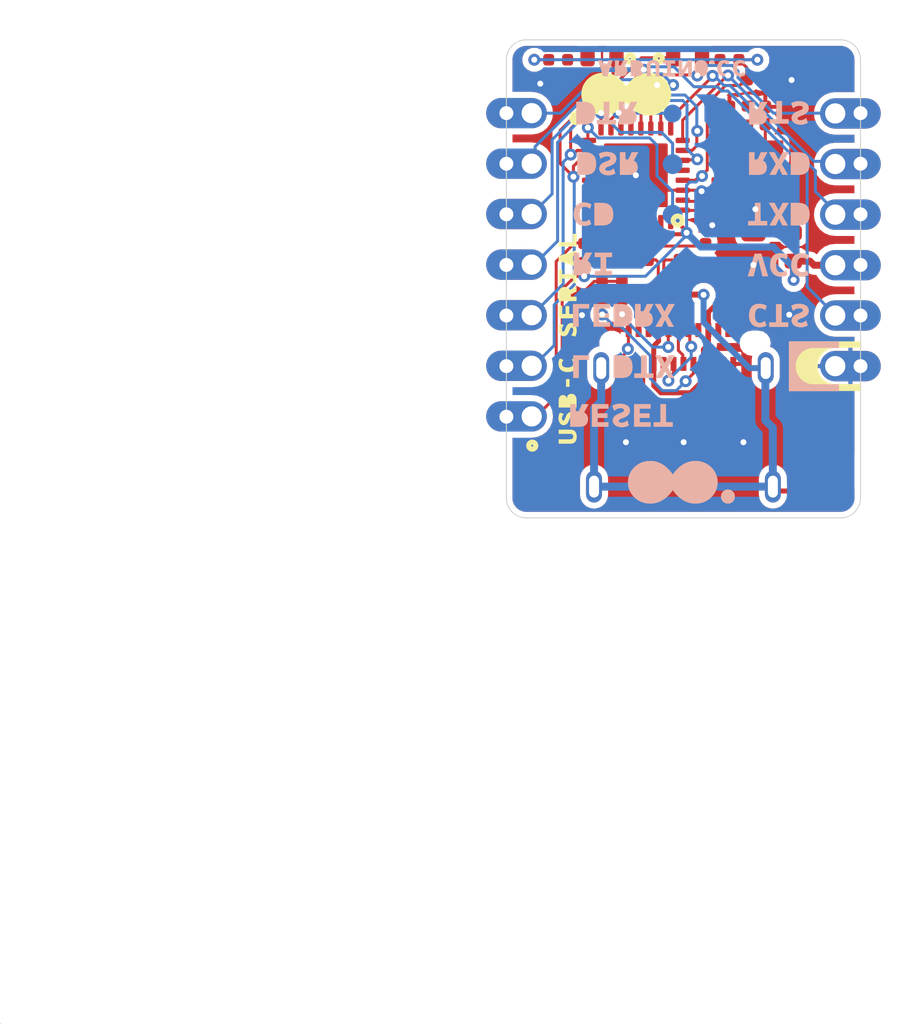
<source format=kicad_pcb>
(kicad_pcb (version 20211014) (generator pcbnew)
  (layers (0 "F.Cu" signal "TOP") (31 "B.Cu" signal "BOTTOM") (34 "B.Paste" user "Bottom Paste") (35 "F.Paste" user "Top Paste") (36 "B.SilkS" user "Bottom Overlay") (37 "F.SilkS" user "Top Overlay") (38 "B.Mask" user "Bottom Solder") (39 "F.Mask" user "Top Solder") (44 "Edge.Cuts" user))
  (net 0 "")
  (net 1 "TXD")
  (net 2 "RXD")
  (net 3 "RTS")
  (net 4 "RI")
  (net 5 "DTR")
  (net 6 "DSR")
  (net 7 "CTS")
  (net 8 "CD")
  (net 9 "SCLK")
  (net 10 "MOSI")
  (net 11 "MISO")
  (net 12 "NetDL3_A")
  (net 13 "LED_TX")
  (net 14 "LED_RX")
  (net 15 "NetDL2_A")
  (net 16 "NetDL1_A")
  (net 17 "NetD2_C")
  (net 18 "NetJ1_B5")
  (net 19 "NetJ1_A5")
  (net 20 "VBUS")
  (net 21 "NetR5_2")
  (net 22 "NetR4_2")
  (net 23 "NetC4_2")
  (net 24 "NetC3_2")
  (net 25 "NetC2_2")
  (net 26 "NetC1_1")
  (net 27 "D-")
  (net 28 "D+")
  (net 29 "GND")
  (net 30 "VCC")
  (net 31 "RST")
  (footprint "Vault:CAP-0402" (layer "F.Cu") (at 164.811094 82.303608 180)
    (fp_text reference "C5")
    (fp_text value "C0402C104K4RACTU" hide)
  )
  (footprint "Vault:CAP-0402" (layer "F.Cu") (at 157.111094 91.003608 -90)
    (fp_text reference "C1")
    (fp_text value "C0402C105K8PACTU" hide)
  )
  (footprint "Vault:SOD123-1" (layer "F.Cu") (at 164.711094 91.603607 -90)
    (fp_text reference "D2")
    (fp_text value "PMEG6020AELRX" hide)
  )
  (footprint "Vault:RES-0402" (layer "F.Cu") (at 162.311094 91.003608 90)
    (fp_text reference "R4")
    (fp_text value "CRCW040222R0JNEDC" hide)
  )
  (footprint "Vault:RES-0402" (layer "F.Cu") (at 158.111094 92.903607 -90)
    (fp_text reference "R1")
    (fp_text value "RC0402FR-075K1L" hide)
  )
  (footprint "Vault:LEDC1608X80N-AK" (layer "F.Cu") (at 161.408995 81.206968)
    (fp_text reference "DL1")
    (fp_text value "HSMD-C190" hide)
  )
  (footprint "Vault:CAP-0402" (layer "F.Cu") (at 163.511094 84.103606 -90)
    (fp_text reference "C3")
    (fp_text value "C0402H100J5GACTU" hide)
  )
  (footprint "Vault:SOT190P230X110-4N" (layer "F.Cu") (at 160.211093 92.303608 90)
    (fp_text reference "D1")
    (fp_text value "PRTR5V0U2X,215" hide)
  )
  (footprint "Vault:RES-0402" (layer "F.Cu") (at 157.111094 92.903607 90)
    (fp_text reference "R2")
    (fp_text value "RC0402FR-075K1L" hide)
  )
  (footprint "Vault:RES-0402" (layer "F.Cu") (at 155.111093 102.103606 90)
    (fp_text reference "R10")
    (fp_text value "CRCW0402330RJNED" hide)
  )
  (footprint "Vault:CONN STRIP 2.54 PIN HEADER DIP 180° 1x 7 PIN GOLD FLASH castelleted" (layer "F.Cu") (at 153.581093 83.983607 90)
    (fp_text reference "J2")
    (fp_text value "PH1-07-UA" hide)
  )
  (footprint "Vault:CAP-0402" (layer "F.Cu") (at 165.311093 84.103606 -90)
    (fp_text reference "C4")
    (fp_text value "C0402H100J5GACTU" hide)
  )
  (footprint "Vault:CAP-0805" (layer "F.Cu") (at 167.911093 102.103606 -90)
    (fp_text reference "C2")
    (fp_text value "C0805C472KDRACTU" hide)
  )
  (footprint "Vault:ATMEL_QFN32" (layer "F.Cu") (at 158.811093 87.103606 180)
    (fp_text reference "U1")
    (fp_text value "ATMEGA16U2" hide)
  )
  (footprint "Vault:L-0603" (layer "F.Cu") (at 166.711092 90.703606 -90)
    (fp_text reference "L1")
    (fp_text value "BLM18PG471SN1D" hide)
  )
  (footprint "Vault:LEDC1608X80N-AK" (layer "F.Cu") (at 153.911093 102.103606 -90)
    (fp_text reference "DL3")
    (fp_text value "HSMG-C190" hide)
  )
  (footprint "Vault:RES-0402" (layer "F.Cu") (at 164.411095 84.103606 -90)
    (fp_text reference "R6")
    (fp_text value "CRCW04021M00FKED" hide)
  )
  (footprint "Vault:LEDC1608X80N-AK" (layer "F.Cu") (at 157.111094 81.203607 180)
    (fp_text reference "DL2")
    (fp_text value "HSMD-C190" hide)
  )
  (footprint "Vault:12401598E4#2A" (layer "F.Cu") (at 161.201093 98.803608)
    (fp_text reference "J1")
    (fp_text value "12401598E4#2A" hide)
  )
  (footprint "Vault:RES-0402" (layer "F.Cu") (at 169.311092 101.903606 -90)
    (fp_text reference "R3")
    (fp_text value "CRCW04021M00FKED" hide)
  )
  (footprint "Vault:RES-0402" (layer "F.Cu") (at 154.910679 81.303607)
    (fp_text reference "R8")
    (fp_text value "CRCW0402330RJNED" hide)
  )
  (footprint "Vault:RES-0402" (layer "F.Cu") (at 158.111094 91.003608 90)
    (fp_text reference "R5")
    (fp_text value "CRCW040222R0JNEDC" hide)
  )
  (footprint "Vault:CX3225SB16000D0GZJC1-Footprint-1" (layer "F.Cu") (at 164.411095 86.803606 180)
    (fp_text reference "Y1")
    (fp_text value "FTX16.000M12SM3S-30/30" hide)
  )
  (footprint "Vault:RES-0402" (layer "F.Cu") (at 156.211093 91.003608 -90)
    (fp_text reference "R7")
    (fp_text value "CRCW040210K0FKED" hide)
  )
  (footprint "Vault:RES-0402" (layer "F.Cu") (at 163.511094 81.303607)
    (fp_text reference "R9")
    (fp_text value "CRCW0402330RJNED" hide)
  )
  (footprint "Vault:CONN STRP 2.54 PIN HEADER DIP 180° 1x X PIN GOLD FLASH" (layer "F.Cu") (at 168.821093 96.683607 -90)
    (fp_text reference "J3")
    (fp_text value "PH1-06-UA" hide)
  )
  (footprint "C:_ProgramData_Altium_Altium Designer {48FE0314-AEBD-4D04-9419-67696E21ACBF}_VaultsFileCache_08d9ff59ee0315df2355965d65c45e1b_Released_2X03-TP.PcbLib_2X03-TP" (layer "B.Cu") (at 159.841093 86.643606 -90)
    (fp_text reference "ICPS1")
    (fp_text value "PINHD-2X03-SM-TP" hide)
  )
  (gr_poly (pts (xy 156.281256 83.414146) (xy 156.285665 83.414146) (xy 156.285665 83.418556) (xy 156.290074 83.418556) (xy 156.290074 83.422965) (xy 156.356216 83.422965) (xy 156.356216 83.418556) (xy 156.360625 83.418556) (xy 156.360625 83.422965) (xy 156.369442 83.422965) (xy 156.369442 83.431784) (xy 156.409127 83.431784) (xy 156.409127 83.436194) (xy 156.413536 83.436194) (xy 156.413536 83.440603) (xy 156.417946 83.440603) (xy 156.417946 83.445012) (xy 156.422355 83.445012) (xy 156.422355 83.440603) (xy 156.439993 83.440603) (xy 156.439993 83.445012) (xy 156.444402 83.445012) (xy 156.444402 83.453831) (xy 156.475266 83.453831) (xy 156.475266 83.46265) (xy 156.501722 83.46265) (xy 156.501722 83.46706) (xy 156.506132 83.46706) (xy 156.506132 83.471469) (xy 156.510541 83.471469) (xy 156.510541 83.475878) (xy 156.514951 83.475878) (xy 156.514951 83.480288) (xy 156.51936 83.480288) (xy 156.51936 83.484697) (xy 156.536998 83.484697) (xy 156.536998 83.493516) (xy 156.554636 83.493516) (xy 156.554636 83.497926) (xy 156.559045 83.497926) (xy 156.559045 83.502335) (xy 156.563455 83.502335) (xy 156.563455 83.506742) (xy 156.567864 83.506742) (xy 156.567864 83.511151) (xy 156.572274 83.511151) (xy 156.572274 83.515561) (xy 156.589909 83.515561) (xy 156.589909 83.51997) (xy 156.589909 83.52438) (xy 156.594318 83.52438) (xy 156.594318 83.528789) (xy 156.598728 83.528789) (xy 156.598728 83.533199) (xy 156.603137 83.533199) (xy 156.603137 83.537608) (xy 156.607546 83.537608) (xy 156.607546 83.542018) (xy 156.611956 83.542018) (xy 156.611956 83.546427) (xy 156.616365 83.546427) (xy 156.616365 83.550836) (xy 156.620775 83.550836) (xy 156.620775 83.555246) (xy 156.625184 83.555246) (xy 156.625184 83.559655) (xy 156.629594 83.559655) (xy 156.629594 83.564065) (xy 156.634003 83.564065) (xy 156.634003 83.568474) (xy 156.638413 83.568474) (xy 156.638413 83.572884) (xy 156.642822 83.572884) (xy 156.642822 83.577293) (xy 156.647231 83.577293) (xy 156.647231 83.581702) (xy 156.651641 83.581702) (xy 156.651641 83.586112) (xy 156.65605 83.586112) (xy 156.65605 83.590521) (xy 156.66046 83.590521) (xy 156.66046 83.594931) (xy 156.664869 83.594931) (xy 156.664869 83.59934) (xy 156.669279 83.59934) (xy 156.669279 83.60375) (xy 156.673688 83.60375) (xy 156.673688 83.616975) (xy 156.678098 83.616975) (xy 156.678098 83.621385) (xy 156.682504 83.621385) (xy 156.682504 83.625794) (xy 156.686914 83.625794) (xy 156.686914 83.643432) (xy 156.695733 83.643432) (xy 156.695733 83.652251) (xy 156.704552 83.652251) (xy 156.704552 83.65666) (xy 156.708961 83.65666) (xy 156.708961 83.674298) (xy 156.713371 83.674298) (xy 156.713371 83.678708) (xy 156.71778 83.678708) (xy 156.71778 83.705164) (xy 156.722189 83.705164) (xy 156.722189 83.709574) (xy 156.726599 83.709574) (xy 156.726599 83.713983) (xy 156.731008 83.713983) (xy 156.731008 83.71839) (xy 156.726599 83.71839) (xy 156.726599 83.736028) (xy 156.731008 83.736028) (xy 156.731008 83.740437) (xy 156.739827 83.740437) (xy 156.739827 83.771303) (xy 156.748646 83.771303) (xy 156.748646 83.819807) (xy 156.753055 83.819807) (xy 156.753055 83.824214) (xy 156.757465 83.824214) (xy 156.757465 83.828624) (xy 156.761874 83.828624) (xy 156.761874 83.894765) (xy 156.757465 83.894765) (xy 156.757465 83.903584) (xy 156.761874 83.903584) (xy 156.761874 83.907993) (xy 156.770693 83.907993) (xy 156.770693 84.075547) (xy 156.766284 84.075547) (xy 156.766284 84.079957) (xy 156.761874 84.079957) (xy 156.761874 84.084366) (xy 156.757465 84.084366) (xy 156.757465 84.088775) (xy 156.761874 84.088775) (xy 156.761874 84.159324) (xy 156.753055 84.159324) (xy 156.753055 84.163733) (xy 156.748646 84.163733) (xy 156.748646 84.212237) (xy 156.744237 84.212237) (xy 156.744237 84.216647) (xy 156.739827 84.216647) (xy 156.739827 84.243101) (xy 156.735418 84.243101) (xy 156.735418 84.24751) (xy 156.731008 84.24751) (xy 156.731008 84.25192) (xy 156.726599 84.25192) (xy 156.726599 84.265148) (xy 156.731008 84.265148) (xy 156.731008 84.269557) (xy 156.726599 84.269557) (xy 156.726599 84.278376) (xy 156.71778 84.278376) (xy 156.71778 84.296014) (xy 156.713371 84.296014) (xy 156.713371 84.300423) (xy 156.708961 84.300423) (xy 156.708961 84.318061) (xy 156.704552 84.318061) (xy 156.704552 84.322471) (xy 156.695733 84.322471) (xy 156.695733 84.340108) (xy 156.691323 84.340108) (xy 156.691323 84.344518) (xy 156.686914 84.344518) (xy 156.686914 84.362153) (xy 156.678098 84.362153) (xy 156.678098 84.366562) (xy 156.673688 84.366562) (xy 156.673688 84.370972) (xy 156.669279 84.370972) (xy 156.669279 84.375381) (xy 156.664869 84.375381) (xy 156.664869 84.379791) (xy 156.66046 84.379791) (xy 156.66046 84.3842) (xy 156.65605 84.3842) (xy 156.65605 84.401838) (xy 156.651641 84.401838) (xy 156.651641 84.406247) (xy 156.642822 84.406247) (xy 156.642822 84.415066) (xy 156.634003 84.415066) (xy 156.634003 84.423885) (xy 156.629594 84.423885) (xy 156.629594 84.428295) (xy 156.611956 84.428295) (xy 156.611956 84.432704) (xy 156.607546 84.432704) (xy 156.607546 84.437114) (xy 156.603137 84.437114) (xy 156.603137 84.441523) (xy 156.598728 84.441523) (xy 156.598728 84.445932) (xy 156.594318 84.445932) (xy 156.594318 84.450339) (xy 156.589909 84.450339) (xy 156.589909 84.454749) (xy 156.585499 84.454749) (xy 156.585499 84.459158) (xy 156.58109 84.459158) (xy 156.58109 84.463568) (xy 156.576683 84.463568) (xy 156.576683 84.467977) (xy 156.563455 84.467977) (xy 156.563455 84.472387) (xy 156.559045 84.472387) (xy 156.559045 84.476796) (xy 156.554636 84.476796) (xy 156.554636 84.481205) (xy 156.536998 84.481205) (xy 156.536998 84.490024) (xy 156.51936 84.490024) (xy 156.51936 84.494434) (xy 156.514951 84.494434) (xy 156.514951 84.498843) (xy 156.497313 84.498843) (xy 156.497313 84.507662) (xy 156.492904 84.507662) (xy 156.492904 84.512071) (xy 156.466449 84.512071) (xy 156.466449 84.516481) (xy 156.46204 84.516481) (xy 156.46204 84.52089) (xy 156.435583 84.52089) (xy 156.435583 84.5253) (xy 156.431174 84.5253) (xy 156.431174 84.529709) (xy 156.426765 84.529709) (xy 156.426765 84.534119) (xy 156.391489 84.534119) (xy 156.391489 84.529709) (xy 156.38708 84.529709) (xy 156.38708 84.534119) (xy 156.378261 84.534119) (xy 156.378261 84.542938) (xy 156.307712 84.542938) (xy 156.307712 84.547347) (xy 156.303303 84.547347) (xy 156.303303 84.551756) (xy 155.818277 84.551756) (xy 155.818277 83.409737) (xy 156.281256 83.409737)) (layer "B.SilkS") (width 0) (fill solid))
  (gr_poly (pts (xy 159.992152 81.644043) (xy 159.992152 82.133481) (xy 159.802552 82.133481) (xy 159.802552 81.573495) (xy 159.793733 81.573495) (xy 159.793733 81.53381) (xy 159.789323 81.53381) (xy 159.789323 81.5294) (xy 159.784914 81.5294) (xy 159.784914 81.524991) (xy 159.780504 81.524991) (xy 159.780504 81.520581) (xy 159.771685 81.520581) (xy 159.771685 81.511763) (xy 159.767276 81.511763) (xy 159.767276 81.507356) (xy 159.762867 81.507356) (xy 159.762867 81.502946) (xy 159.758457 81.502946) (xy 159.758457 81.498537) (xy 159.749638 81.498537) (xy 159.749638 81.489718) (xy 159.723182 81.489718) (xy 159.723182 81.485308) (xy 159.718772 81.485308) (xy 159.718772 81.480899) (xy 159.714363 81.480899) (xy 159.714363 81.47649) (xy 159.648224 81.47649) (xy 159.648224 81.480899) (xy 159.643814 81.480899) (xy 159.643814 81.485308) (xy 159.639405 81.485308) (xy 159.639405 81.489718) (xy 159.612948 81.489718) (xy 159.612948 81.498537) (xy 159.604129 81.498537) (xy 159.604129 81.502946) (xy 159.59972 81.502946) (xy 159.59972 81.507356) (xy 159.59531 81.507356) (xy 159.59531 81.511763) (xy 159.590903 81.511763) (xy 159.590903 81.520581) (xy 159.582085 81.520581) (xy 159.582085 81.538219) (xy 159.577675 81.538219) (xy 159.577675 81.542629) (xy 159.573266 81.542629) (xy 159.573266 81.547038) (xy 159.568856 81.547038) (xy 159.568856 81.573495) (xy 159.560037 81.573495) (xy 159.560037 82.133481) (xy 159.361618 82.133481) (xy 159.361618 82.129071) (xy 159.357208 82.129071) (xy 159.357208 81.555857) (xy 159.361618 81.555857) (xy 159.361618 81.551447) (xy 159.366027 81.551447) (xy 159.366027 81.547038) (xy 159.370437 81.547038) (xy 159.370437 81.498537) (xy 159.379255 81.498537) (xy 159.379255 81.47208) (xy 159.383665 81.47208) (xy 159.383665 81.467671) (xy 159.388072 81.467671) (xy 159.388072 81.463261) (xy 159.392481 81.463261) (xy 159.392481 81.454442) (xy 159.388072 81.454442) (xy 159.388072 81.450033) (xy 159.392481 81.450033) (xy 159.392481 81.445623) (xy 159.4013 81.445623) (xy 159.4013 81.436805) (xy 159.410119 81.436805) (xy 159.410119 81.419167) (xy 159.414528 81.419167) (xy 159.414528 81.414757) (xy 159.418938 81.414757) (xy 159.418938 81.410348) (xy 159.423347 81.410348) (xy 159.423347 81.405938) (xy 159.427757 81.405938) (xy 159.427757 81.401532) (xy 159.432166 81.401532) (xy 159.432166 81.397122) (xy 159.436576 81.397122) (xy 159.436576 81.392713) (xy 159.440985 81.392713) (xy 159.440985 81.388303) (xy 159.445395 81.388303) (xy 159.445395 81.383894) (xy 159.463032 81.383894) (xy 159.463032 81.375075) (xy 159.467442 81.375075) (xy 159.467442 81.370666) (xy 159.476261 81.370666) (xy 159.476261 81.361847) (xy 159.493896 81.361847) (xy 159.493896 81.357437) (xy 159.498305 81.357437) (xy 159.498305 81.353028) (xy 159.511534 81.353028) (xy 159.511534 81.348618) (xy 159.515943 81.348618) (xy 159.515943 81.344209) (xy 159.520352 81.344209) (xy 159.520352 81.339799) (xy 159.560037 81.339799) (xy 159.560037 81.330981) (xy 159.608539 81.330981) (xy 159.608539 81.326571) (xy 159.612948 81.326571) (xy 159.612948 81.322162) (xy 159.617358 81.322162) (xy 159.617358 81.317752) (xy 159.723182 81.317752) (xy 159.723182 81.322162) (xy 159.727591 81.322162) (xy 159.727591 81.326571) (xy 159.732 81.326571) (xy 159.732 81.330981) (xy 159.789323 81.330981) (xy 159.789323 81.33539) (xy 159.793733 81.33539) (xy 159.793733 81.339799) (xy 159.820187 81.339799) (xy 159.820187 81.344209) (xy 159.824596 81.344209) (xy 159.824596 81.348618) (xy 159.829006 81.348618) (xy 159.829006 81.353028) (xy 159.846643 81.353028) (xy 159.846643 81.361847) (xy 159.864281 81.361847) (xy 159.864281 81.366256) (xy 159.868691 81.366256) (xy 159.868691 81.370666) (xy 159.881919 81.370666) (xy 159.881919 81.375075) (xy 159.886328 81.375075) (xy 159.886328 81.379484) (xy 159.890738 81.379484) (xy 159.890738 81.383894) (xy 159.895147 81.383894) (xy 159.895147 81.388303) (xy 159.899557 81.388303) (xy 159.899557 81.392713) (xy 159.903966 81.392713) (xy 159.903966 81.397122) (xy 159.908376 81.397122) (xy 159.908376 81.401532) (xy 159.912782 81.401532) (xy 159.912782 81.405938) (xy 159.93042 81.405938) (xy 159.93042 81.423576) (xy 159.93483 81.423576) (xy 159.93483 81.427986) (xy 159.939239 81.427986) (xy 159.939239 81.432395) (xy 159.943649 81.432395) (xy 159.943649 81.436805) (xy 159.948058 81.436805) (xy 159.948058 81.441214) (xy 159.952467 81.441214) (xy 159.952467 81.454442) (xy 159.956877 81.454442) (xy 159.956877 81.458852) (xy 159.961286 81.458852) (xy 159.961286 81.463261) (xy 159.965696 81.463261) (xy 159.965696 81.467671) (xy 159.970106 81.467671) (xy 159.970106 81.47208) (xy 159.974515 81.47208) (xy 159.974515 81.485308) (xy 159.970106 81.485308) (xy 159.970106 81.494127) (xy 159.974515 81.494127) (xy 159.974515 81.498537) (xy 159.978924 81.498537) (xy 159.978924 81.502946) (xy 159.983333 81.502946) (xy 159.983333 81.551447) (xy 159.992152 81.551447) (xy 159.992152 81.639634)) (layer "B.SilkS") (width 0) (fill solid))
  (gr_poly (pts (xy 165.316292 92.177941) (xy 165.161967 92.177941) (xy 165.161967 92.173532) (xy 165.157557 92.173532) (xy 165.157557 92.138256) (xy 165.153148 92.138256) (xy 165.153148 92.133847) (xy 165.148738 92.133847) (xy 165.148738 92.129437) (xy 165.144329 92.129437) (xy 165.144329 92.10739) (xy 165.148738 92.10739) (xy 165.148738 92.098571) (xy 165.144329 92.098571) (xy 165.144329 92.094162) (xy 165.13992 92.094162) (xy 165.13992 92.089755) (xy 165.13551 92.089755) (xy 165.13551 92.05007) (xy 165.126691 92.05007) (xy 165.126691 92.010385) (xy 165.122282 92.010385) (xy 165.122282 92.005976) (xy 165.113463 92.005976) (xy 165.113463 91.966293) (xy 165.109053 91.966293) (xy 165.109053 91.961884) (xy 165.104644 91.961884) (xy 165.104644 91.91338) (xy 165.095828 91.91338) (xy 165.095828 91.908971) (xy 165.091418 91.908971) (xy 165.091418 91.882516) (xy 165.095828 91.882516) (xy 165.095828 91.873698) (xy 165.091418 91.873698) (xy 165.091418 91.869288) (xy 165.082599 91.869288) (xy 165.082599 91.829603) (xy 165.07819 91.829603) (xy 165.07819 91.825194) (xy 165.073781 91.825194) (xy 165.073781 91.789918) (xy 165.069371 91.789918) (xy 165.069371 91.785509) (xy 165.064962 91.785509) (xy 165.064962 91.781099) (xy 165.060552 91.781099) (xy 165.060552 91.745826) (xy 165.056143 91.745826) (xy 165.056143 91.741417) (xy 165.051733 91.741417) (xy 165.051733 91.692913) (xy 165.047324 91.692913) (xy 165.047324 91.688504) (xy 165.042914 91.688504) (xy 165.042914 91.684094) (xy 165.038505 91.684094) (xy 165.038505 91.66205) (xy 165.042914 91.66205) (xy 165.042914 91.653231) (xy 165.038505 91.653231) (xy 165.038505 91.648821) (xy 165.034096 91.648821) (xy 165.034096 91.644412) (xy 165.029686 91.644412) (xy 165.029686 91.604727) (xy 165.020867 91.604727) (xy 165.020867 91.565044) (xy 165.012048 91.565044) (xy 165.012048 91.560635) (xy 165.007639 91.560635) (xy 165.007639 91.52095) (xy 164.99882 91.52095) (xy 164.99882 91.468037) (xy 164.990004 91.468037) (xy 164.990004 91.46363) (xy 164.985594 91.46363) (xy 164.985594 91.441583) (xy 164.990004 91.441583) (xy 164.990004 91.432764) (xy 164.985594 91.432764) (xy 164.985594 91.423945) (xy 164.976775 91.423945) (xy 164.976775 91.38426) (xy 164.967956 91.38426) (xy 164.967956 91.344577) (xy 164.963547 91.344577) (xy 164.963547 91.340168) (xy 164.959138 91.340168) (xy 164.959138 91.335759) (xy 164.954728 91.335759) (xy 164.954728 91.313711) (xy 164.959138 91.313711) (xy 164.959138 91.304893) (xy 164.954728 91.304893) (xy 164.954728 91.300483) (xy 164.945909 91.300483) (xy 164.945909 91.335759) (xy 164.9415 91.335759) (xy 164.9415 91.340168) (xy 164.93709 91.340168) (xy 164.93709 91.344577) (xy 164.932681 91.344577) (xy 164.932681 91.366622) (xy 164.93709 91.366622) (xy 164.93709 91.375441) (xy 164.932681 91.375441) (xy 164.932681 91.38426) (xy 164.923862 91.38426) (xy 164.923862 91.423945) (xy 164.919453 91.423945) (xy 164.919453 91.428354) (xy 164.915043 91.428354) (xy 164.915043 91.46363) (xy 164.910634 91.46363) (xy 164.910634 91.468037) (xy 164.906224 91.468037) (xy 164.906224 91.472446) (xy 164.901815 91.472446) (xy 164.901815 91.507722) (xy 164.897405 91.507722) (xy 164.897405 91.512131) (xy 164.892996 91.512131) (xy 164.892996 91.551816) (xy 164.88418 91.551816) (xy 164.88418 91.556226) (xy 164.87977 91.556226) (xy 164.87977 91.569454) (xy 164.88418 91.569454) (xy 164.88418 91.57827) (xy 164.87977 91.57827) (xy 164.87977 91.58268) (xy 164.875361 91.58268) (xy 164.875361 91.587089) (xy 164.870951 91.587089) (xy 164.870951 91.626774) (xy 164.862132 91.626774) (xy 164.862132 91.666459) (xy 164.853314 91.666459) (xy 164.853314 91.670868) (xy 164.848904 91.670868) (xy 164.848904 91.710551) (xy 164.840085 91.710551) (xy 164.840085 91.750236) (xy 164.835676 91.750236) (xy 164.835676 91.754645) (xy 164.831266 91.754645) (xy 164.831266 91.759055) (xy 164.826857 91.759055) (xy 164.826857 91.781099) (xy 164.831266 91.781099) (xy 164.831266 91.789918) (xy 164.826857 91.789918) (xy 164.826857 91.794328) (xy 164.822448 91.794328) (xy 164.822448 91.798737) (xy 164.818038 91.798737) (xy 164.818038 91.838422) (xy 164.809219 91.838422) (xy 164.809219 91.864879) (xy 164.80481 91.864879) (xy 164.80481 91.869288) (xy 164.8004 91.869288) (xy 164.8004 91.873698) (xy 164.795991 91.873698) (xy 164.795991 91.908971) (xy 164.791581 91.908971) (xy 164.791581 91.91338) (xy 164.787172 91.91338) (xy 164.787172 91.953065) (xy 164.778356 91.953065) (xy 164.778356 91.957474) (xy 164.773946 91.957474) (xy 164.773946 91.970703) (xy 164.778356 91.970703) (xy 164.778356 91.975112) (xy 164.773946 91.975112) (xy 164.773946 91.983931) (xy 164.778356 91.983931) (xy 164.778356 91.992747) (xy 164.773946 91.992747) (xy 164.773946 91.997157) (xy 164.765127 91.997157) (xy 164.765127 92.036842) (xy 164.760718 92.036842) (xy 164.760718 92.041251) (xy 164.756308 92.041251) (xy 164.756308 92.076527) (xy 164.751899 92.076527) (xy 164.751899 92.080936) (xy 164.74749 92.080936) (xy 164.74749 92.085346) (xy 164.74308 92.085346) (xy 164.74308 92.120619) (xy 164.738671 92.120619) (xy 164.738671 92.125028) (xy 164.734261 92.125028) (xy 164.734261 92.164713) (xy 164.725442 92.164713) (xy 164.725442 92.169122) (xy 164.721033 92.169122) (xy 164.721033 92.177941) (xy 164.430018 92.177941) (xy 164.430018 92.173532) (xy 164.425608 92.173532) (xy 164.425608 92.160304) (xy 164.430018 92.160304) (xy 164.430018 92.155894) (xy 164.434427 92.155894) (xy 164.434427 92.151485) (xy 164.438836 92.151485) (xy 164.438836 92.125028) (xy 164.443246 92.125028) (xy 164.443246 92.120619) (xy 164.447655 92.120619) (xy 164.447655 92.094162) (xy 164.452065 92.094162) (xy 164.452065 92.089755) (xy 164.456474 92.089755) (xy 164.456474 92.085346) (xy 164.460884 92.085346) (xy 164.460884 92.076527) (xy 164.456474 92.076527) (xy 164.456474 92.063298) (xy 164.460884 92.063298) (xy 164.460884 92.058889) (xy 164.4697 92.058889) (xy 164.4697 92.019204) (xy 164.474109 92.019204) (xy 164.474109 92.014795) (xy 164.478519 92.014795) (xy 164.478519 91.98834) (xy 164.482928 91.98834) (xy 164.482928 91.983931) (xy 164.491747 91.983931) (xy 164.491747 91.957474) (xy 164.496157 91.957474) (xy 164.496157 91.953065) (xy 164.500566 91.953065) (xy 164.500566 91.91338) (xy 164.509385 91.91338) (xy 164.509385 91.904561) (xy 164.513794 91.904561) (xy 164.513794 91.895742) (xy 164.509385 91.895742) (xy 164.509385 91.886923) (xy 164.513794 91.886923) (xy 164.513794 91.882516) (xy 164.518204 91.882516) (xy 164.518204 91.878107) (xy 164.522613 91.878107) (xy 164.522613 91.85165) (xy 164.527023 91.85165) (xy 164.527023 91.847241) (xy 164.531432 91.847241) (xy 164.531432 91.820784) (xy 164.535842 91.820784) (xy 164.535842 91.816375) (xy 164.540251 91.816375) (xy 164.540251 91.811965) (xy 164.54466 91.811965) (xy 164.54466 91.776692) (xy 164.54907 91.776692) (xy 164.54907 91.772283) (xy 164.553479 91.772283) (xy 164.553479 91.745826) (xy 164.557889 91.745826) (xy 164.557889 91.741417) (xy 164.562298 91.741417) (xy 164.562298 91.737007) (xy 164.566708 91.737007) (xy 164.566708 91.728189) (xy 164.562298 91.728189) (xy 164.562298 91.71496) (xy 164.566708 91.71496) (xy 164.566708 91.710551) (xy 164.575524 91.710551) (xy 164.575524 91.670868) (xy 164.579933 91.670868) (xy 164.579933 91.666459) (xy 164.584343 91.666459) (xy 164.584343 91.640002) (xy 164.588752 91.640002) (xy 164.588752 91.635594) (xy 164.593162 91.635594) (xy 164.593162 91.631183) (xy 164.597571 91.631183) (xy 164.597571 91.604727) (xy 164.60639 91.604727) (xy 164.60639 91.565044) (xy 164.610799 91.565044) (xy 164.610799 91.560635) (xy 164.615209 91.560635) (xy 164.615209 91.556226) (xy 164.619618 91.556226) (xy 164.619618 91.547407) (xy 164.615209 91.547407) (xy 164.615209 91.534178) (xy 164.619618 91.534178) (xy 164.619618 91.529769) (xy 164.628437 91.529769) (xy 164.628437 91.498903) (xy 164.637256 91.498903) (xy 164.637256 91.472446) (xy 164.641666 91.472446) (xy 164.641666 91.468037) (xy 164.646075 91.468037) (xy 164.646075 91.46363) (xy 164.650484 91.46363) (xy 164.650484 91.428354) (xy 164.654894 91.428354) (xy 164.654894 91.423945) (xy 164.659303 91.423945) (xy 164.659303 91.397488) (xy 164.663713 91.397488) (xy 164.663713 91.393079) (xy 164.668122 91.393079) (xy 164.668122 91.388669) (xy 164.672532 91.388669) (xy 164.672532 91.37985) (xy 164.668122 91.37985) (xy 164.668122 91.366622) (xy 164.672532 91.366622) (xy 164.672532 91.362213) (xy 164.676941 91.362213) (xy 164.676941 91.357806) (xy 164.681348 91.357806) (xy 164.681348 91.32253) (xy 164.685757 91.32253) (xy 164.685757 91.318121) (xy 164.690167 91.318121) (xy 164.690167 91.291664) (xy 164.694576 91.291664) (xy 164.694576 91.287255) (xy 164.698986 91.287255) (xy 164.698986 91.282845) (xy 164.703395 91.282845) (xy 164.703395 91.256389) (xy 164.712214 91.256389) (xy 164.712214 91.225525) (xy 164.721033 91.225525) (xy 164.721033 91.216706) (xy 164.725442 91.216706) (xy 164.725442 91.207887) (xy 164.721033 91.207887) (xy 164.721033 91.18584) (xy 164.725442 91.18584) (xy 164.725442 91.181431) (xy 164.734261 91.181431) (xy 164.734261 91.150567) (xy 164.74308 91.150567) (xy 164.74308 91.119701) (xy 164.751899 91.119701) (xy 164.751899 91.115292) (xy 164.756308 91.115292) (xy 164.756308 91.075607) (xy 164.765127 91.075607) (xy 164.765127 91.044743) (xy 164.773946 91.044743) (xy 164.773946 91.040334) (xy 164.778356 91.040334) (xy 164.778356 91.035924) (xy 164.782763 91.035924) (xy 164.782763 91.031515) (xy 164.791581 91.031515) (xy 164.791581 91.035924) (xy 165.100235 91.035924) (xy 165.100235 91.031515) (xy 165.109053 91.031515) (xy 165.109053 91.035924) (xy 165.113463 91.035924) (xy 165.113463 91.05356) (xy 165.122282 91.05356) (xy 165.122282 91.057969) (xy 165.126691 91.057969) (xy 165.126691 91.084426) (xy 165.131101 91.084426) (xy 165.131101 91.088835) (xy 165.13551 91.088835) (xy 165.13551 91.115292) (xy 165.13992 91.115292) (xy 165.13992 91.119701) (xy 165.144329 91.119701) (xy 165.144329 91.124111) (xy 165.148738 91.124111) (xy 165.148738 91.132929) (xy 165.144329 91.132929) (xy 165.144329 91.154974) (xy 165.148738 91.154974) (xy 165.148738 91.159384) (xy 165.153148 91.159384) (xy 165.153148 91.163793) (xy 165.157557 91.163793) (xy 165.157557 91.19025) (xy 165.161967 91.19025) (xy 165.161967 91.194659) (xy 165.166376 91.194659) (xy 165.166376 91.229935) (xy 165.170786 91.229935) (xy 165.170786 91.234344) (xy 165.175195 91.234344) (xy 165.175195 91.238753) (xy 165.179605 91.238753) (xy 165.179605 91.265208) (xy 165.184014 91.265208) (xy 165.184014 91.269617) (xy 165.188423 91.269617) (xy 165.188423 91.296074) (xy 165.192833 91.296074) (xy 165.192833 91.300483) (xy 165.197242 91.300483) (xy 165.197242 91.304893) (xy 165.201649 91.304893) (xy 165.201649 91.313711) (xy 165.197242 91.313711) (xy 165.197242 91.335759) (xy 165.201649 91.335759) (xy 165.201649 91.340168) (xy 165.206059 91.340168) (xy 165.206059 91.344577) (xy 165.210468 91.344577) (xy 165.210468 91.371032) (xy 165.214878 91.371032) (xy 165.214878 91.375441) (xy 165.219287 91.375441) (xy 165.219287 91.401898) (xy 165.223696 91.401898) (xy 165.223696 91.406307) (xy 165.232515 91.406307) (xy 165.232515 91.445992) (xy 165.241334 91.445992) (xy 165.241334 91.476856) (xy 165.250153 91.476856) (xy 165.250153 91.485674) (xy 165.254562 91.485674) (xy 165.254562 91.494493) (xy 165.250153 91.494493) (xy 165.250153 91.516541) (xy 165.254562 91.516541) (xy 165.254562 91.52095) (xy 165.263381 91.52095) (xy 165.263381 91.551816) (xy 165.2722 91.551816) (xy 165.2722 91.58268) (xy 165.281019 91.58268) (xy 165.281019 91.587089) (xy 165.285429 91.587089) (xy 165.285429 91.626774) (xy 165.294247 91.626774) (xy 165.294247 91.65764) (xy 165.303066 91.65764) (xy 165.303066 91.66205) (xy 165.307473 91.66205) (xy 165.307473 91.670868) (xy 165.303066 91.670868) (xy 165.303066 91.697323) (xy 165.307473 91.697323) (xy 165.307473 91.701732) (xy 165.316292 91.701732) (xy 165.316292 91.732598) (xy 165.325111 91.732598) (xy 165.325111 91.759055) (xy 165.32952 91.759055) (xy 165.32952 91.763464) (xy 165.33393 91.763464) (xy 165.33393 91.767874) (xy 165.338339 91.767874) (xy 165.338339 91.807556) (xy 165.347158 91.807556) (xy 165.347158 91.834013) (xy 165.351568 91.834013) (xy 165.351568 91.838422) (xy 165.355977 91.838422) (xy 165.355977 91.842832) (xy 165.360386 91.842832) (xy 165.360386 91.85165) (xy 165.355977 91.85165) (xy 165.355977 91.864879) (xy 165.360386 91.864879) (xy 165.360386 91.869288) (xy 165.364796 91.869288) (xy 165.364796 91.873698) (xy 165.369205 91.873698) (xy 165.369205 91.908971) (xy 165.373615 91.908971) (xy 165.373615 91.91338) (xy 165.378024 91.91338) (xy 165.378024 91.939837) (xy 165.382434 91.939837) (xy 165.382434 91.944246) (xy 165.386843 91.944246) (xy 165.386843 91.948656) (xy 165.391253 91.948656) (xy 165.391253 91.983931) (xy 165.395662 91.983931) (xy 165.395662 91.98834) (xy 165.400071 91.98834) (xy 165.400071 92.014795) (xy 165.404481 92.014795) (xy 165.404481 92.019204) (xy 165.40889 92.019204) (xy 165.40889 92.023613) (xy 165.413297 92.023613) (xy 165.413297 92.032432) (xy 165.40889 92.032432) (xy 165.40889 92.045661) (xy 165.413297 92.045661) (xy 165.413297 92.05007) (xy 165.422116 92.05007) (xy 165.422116 92.089755) (xy 165.426526 92.089755) (xy 165.426526 92.094162) (xy 165.430935 92.094162) (xy 165.430935 92.120619) (xy 165.435344 92.120619) (xy 165.435344 92.125028) (xy 165.439754 92.125028) (xy 165.439754 92.129437) (xy 165.444163 92.129437) (xy 165.444163 92.155894) (xy 165.452982 92.155894) (xy 165.452982 92.173532) (xy 165.448573 92.173532) (xy 165.448573 92.177941) (xy 165.320702 92.177941)) (layer "B.SilkS") (width 0) (fill solid))
  (gr_poly (pts (xy 159.6931 93.567425) (xy 159.69751 93.567425) (xy 159.69751 93.576244) (xy 159.688691 93.576244) (xy 159.688691 93.580654) (xy 159.684282 93.580654) (xy 159.684282 93.585063) (xy 159.688691 93.585063) (xy 159.688691 93.593882) (xy 159.684282 93.593882) (xy 159.684282 93.598292) (xy 159.675465 93.598292) (xy 159.675465 93.615929) (xy 159.671056 93.615929) (xy 159.671056 93.620339) (xy 159.666646 93.620339) (xy 159.666646 93.637977) (xy 159.657827 93.637977) (xy 159.657827 93.642386) (xy 159.653418 93.642386) (xy 159.653418 93.660021) (xy 159.644599 93.660021) (xy 159.644599 93.677659) (xy 159.64019 93.677659) (xy 159.64019 93.682068) (xy 159.63578 93.682068) (xy 159.63578 93.686478) (xy 159.631371 93.686478) (xy 159.631371 93.690887) (xy 159.626961 93.690887) (xy 159.626961 93.695297) (xy 159.622552 93.695297) (xy 159.622552 93.712934) (xy 159.613733 93.712934) (xy 159.613733 93.730572) (xy 159.609324 93.730572) (xy 159.609324 93.734982) (xy 159.604914 93.734982) (xy 159.604914 93.739391) (xy 159.600505 93.739391) (xy 159.600505 93.752619) (xy 159.596095 93.752619) (xy 159.596095 93.757029) (xy 159.591686 93.757029) (xy 159.591686 93.774664) (xy 159.587276 93.774664) (xy 159.587276 93.779074) (xy 159.582867 93.779074) (xy 159.582867 93.783483) (xy 159.578457 93.783483) (xy 159.578457 93.787892) (xy 159.582867 93.787892) (xy 159.582867 93.792302) (xy 159.578457 93.792302) (xy 159.578457 93.796711) (xy 159.574051 93.796711) (xy 159.574051 93.801121) (xy 159.569641 93.801121) (xy 159.569641 93.818758) (xy 159.560822 93.818758) (xy 159.560822 93.827577) (xy 159.556413 93.827577) (xy 159.556413 93.831987) (xy 159.547594 93.831987) (xy 159.547594 93.849625) (xy 159.543185 93.849625) (xy 159.543185 93.854034) (xy 159.538775 93.854034) (xy 159.538775 93.871669) (xy 159.529956 93.871669) (xy 159.529956 93.876079) (xy 159.525547 93.876079) (xy 159.525547 93.880488) (xy 159.529956 93.880488) (xy 159.529956 93.889307) (xy 159.525547 93.889307) (xy 159.525547 93.893716) (xy 159.516728 93.893716) (xy 159.516728 93.911354) (xy 159.512318 93.911354) (xy 159.512318 93.915764) (xy 159.507909 93.915764) (xy 159.507909 93.933401) (xy 159.5035 93.933401) (xy 159.5035 93.937811) (xy 159.494681 93.937811) (xy 159.494681 93.955449) (xy 159.490271 93.955449) (xy 159.490271 93.959858) (xy 159.485862 93.959858) (xy 159.485862 93.964267) (xy 159.481452 93.964267) (xy 159.481452 93.968677) (xy 159.477043 93.968677) (xy 159.477043 93.973084) (xy 159.472636 93.973084) (xy 159.472636 93.981903) (xy 159.477043 93.981903) (xy 159.477043 93.986312) (xy 159.481452 93.986312) (xy 159.481452 93.990722) (xy 159.485862 93.990722) (xy 159.485862 93.99954) (xy 159.5035 93.99954) (xy 159.5035 94.00395) (xy 159.507909 94.00395) (xy 159.507909 94.008359) (xy 159.512318 94.008359) (xy 159.512318 94.012769) (xy 159.516728 94.012769) (xy 159.516728 94.017178) (xy 159.521137 94.017178) (xy 159.521137 94.021588) (xy 159.538775 94.021588) (xy 159.538775 94.030407) (xy 159.547594 94.030407) (xy 159.547594 94.039225) (xy 159.556413 94.039225) (xy 159.556413 94.043635) (xy 159.560822 94.043635) (xy 159.560822 94.052454) (xy 159.569641 94.052454) (xy 159.569641 94.061273) (xy 159.578457 94.061273) (xy 159.578457 94.065682) (xy 159.582867 94.065682) (xy 159.582867 94.074501) (xy 159.591686 94.074501) (xy 159.591686 94.092136) (xy 159.596095 94.092136) (xy 159.596095 94.096546) (xy 159.600505 94.096546) (xy 159.600505 94.100955) (xy 159.604914 94.100955) (xy 159.604914 94.105364) (xy 159.609324 94.105364) (xy 159.609324 94.109774) (xy 159.613733 94.109774) (xy 159.613733 94.123002) (xy 159.618142 94.123002) (xy 159.618142 94.127412) (xy 159.622552 94.127412) (xy 159.622552 94.145049) (xy 159.626961 94.145049) (xy 159.626961 94.149459) (xy 159.631371 94.149459) (xy 159.631371 94.153868) (xy 159.63578 94.153868) (xy 159.63578 94.162687) (xy 159.631371 94.162687) (xy 159.631371 94.171506) (xy 159.63578 94.171506) (xy 159.63578 94.180325) (xy 159.644599 94.180325) (xy 159.644599 94.211188) (xy 159.653418 94.211188) (xy 159.653418 94.259692) (xy 159.657827 94.259692) (xy 159.657827 94.264102) (xy 159.662237 94.264102) (xy 159.662237 94.268511) (xy 159.666646 94.268511) (xy 159.666646 94.378745) (xy 159.657827 94.378745) (xy 159.657827 94.383154) (xy 159.653418 94.383154) (xy 159.653418 94.440474) (xy 159.649009 94.440474) (xy 159.649009 94.444884) (xy 159.644599 94.444884) (xy 159.644599 94.484569) (xy 159.63578 94.484569) (xy 159.63578 94.502204) (xy 159.631371 94.502204) (xy 159.631371 94.506613) (xy 159.626961 94.506613) (xy 159.626961 94.511023) (xy 159.622552 94.511023) (xy 159.622552 94.528661) (xy 159.613733 94.528661) (xy 159.613733 94.546298) (xy 159.609324 94.546298) (xy 159.609324 94.550708) (xy 159.604914 94.550708) (xy 159.604914 94.555117) (xy 159.600505 94.555117) (xy 159.600505 94.559527) (xy 159.596095 94.559527) (xy 159.596095 94.563936) (xy 159.591686 94.563936) (xy 159.591686 94.568345) (xy 159.587276 94.568345) (xy 159.587276 94.572755) (xy 159.582867 94.572755) (xy 159.582867 94.577164) (xy 159.578457 94.577164) (xy 159.578457 94.581574) (xy 159.582867 94.581574) (xy 159.582867 94.585983) (xy 159.578457 94.585983) (xy 159.578457 94.590393) (xy 159.574051 94.590393) (xy 159.574051 94.594802) (xy 159.569641 94.594802) (xy 159.569641 94.599212) (xy 159.565232 94.599212) (xy 159.565232 94.603618) (xy 159.560822 94.603618) (xy 159.560822 94.608028) (xy 159.556413 94.608028) (xy 159.556413 94.612437) (xy 159.538775 94.612437) (xy 159.538775 94.621256) (xy 159.534366 94.621256) (xy 159.534366 94.625666) (xy 159.529956 94.625666) (xy 159.529956 94.630075) (xy 159.525547 94.630075) (xy 159.525547 94.634485) (xy 159.521137 94.634485) (xy 159.521137 94.638894) (xy 159.516728 94.638894) (xy 159.516728 94.643303) (xy 159.49909 94.643303) (xy 159.49909 94.647713) (xy 159.494681 94.647713) (xy 159.494681 94.656532) (xy 159.477043 94.656532) (xy 159.477043 94.660941) (xy 159.472636 94.660941) (xy 159.472636 94.665351) (xy 159.454998 94.665351) (xy 159.454998 94.67417) (xy 159.450589 94.67417) (xy 159.450589 94.678579) (xy 159.43736 94.678579) (xy 159.43736 94.67417) (xy 159.428542 94.67417) (xy 159.428542 94.678579) (xy 159.424132 94.678579) (xy 159.424132 94.682988) (xy 159.419723 94.682988) (xy 159.419723 94.687398) (xy 159.380038 94.687398) (xy 159.380038 94.696217) (xy 159.318308 94.696217) (xy 159.318308 94.705036) (xy 159.313899 94.705036) (xy 159.313899 94.709442) (xy 158.767141 94.709442) (xy 158.767141 93.567425) (xy 158.77155 93.567425) (xy 158.77155 93.563016) (xy 158.780369 93.563016) (xy 158.780369 93.567425) (xy 158.789188 93.567425) (xy 158.789188 93.563016) (xy 159.027293 93.563016) (xy 159.027293 93.567425) (xy 159.036112 93.567425) (xy 159.036112 93.563016) (xy 159.04493 93.563016) (xy 159.04493 93.567425) (xy 159.04934 93.567425) (xy 159.04934 93.571835) (xy 159.053747 93.571835) (xy 159.053747 93.911354) (xy 159.04934 93.911354) (xy 159.04934 93.920173) (xy 159.053747 93.920173) (xy 159.053747 93.924582) (xy 159.199256 93.924582) (xy 159.199256 93.893716) (xy 159.208075 93.893716) (xy 159.208075 93.889307) (xy 159.212484 93.889307) (xy 159.212484 93.880488) (xy 159.208075 93.880488) (xy 159.208075 93.876079) (xy 159.212484 93.876079) (xy 159.212484 93.871669) (xy 159.221303 93.871669) (xy 159.221303 93.854034) (xy 159.225712 93.854034) (xy 159.225712 93.849625) (xy 159.230122 93.849625) (xy 159.230122 93.831987) (xy 159.238941 93.831987) (xy 159.238941 93.827577) (xy 159.24335 93.827577) (xy 159.24335 93.80994) (xy 159.24776 93.80994) (xy 159.24776 93.80553) (xy 159.252169 93.80553) (xy 159.252169 93.787892) (xy 159.260988 93.787892) (xy 159.260988 93.783483) (xy 159.265395 93.783483) (xy 159.265395 93.774664) (xy 159.260988 93.774664) (xy 159.260988 93.770255) (xy 159.265395 93.770255) (xy 159.265395 93.765845) (xy 159.274214 93.765845) (xy 159.274214 93.74821) (xy 159.278623 93.74821) (xy 159.278623 93.743801) (xy 159.283033 93.743801) (xy 159.283033 93.726163) (xy 159.291852 93.726163) (xy 159.291852 93.721753) (xy 159.296261 93.721753) (xy 159.296261 93.695297) (xy 159.30067 93.695297) (xy 159.30067 93.690887) (xy 159.30508 93.690887) (xy 159.30508 93.673249) (xy 159.309489 93.673249) (xy 159.309489 93.66884) (xy 159.313899 93.66884) (xy 159.313899 93.664431) (xy 159.318308 93.664431) (xy 159.318308 93.660021) (xy 159.313899 93.660021) (xy 159.313899 93.655614) (xy 159.318308 93.655614) (xy 159.318308 93.651205) (xy 159.322718 93.651205) (xy 159.322718 93.646795) (xy 159.327127 93.646795) (xy 159.327127 93.629158) (xy 159.335946 93.629158) (xy 159.335946 93.61152) (xy 159.340355 93.61152) (xy 159.340355 93.60711) (xy 159.344765 93.60711) (xy 159.344765 93.602701) (xy 159.349174 93.602701) (xy 159.349174 93.589473) (xy 159.353584 93.589473) (xy 159.353584 93.585063) (xy 159.357993 93.585063) (xy 159.357993 93.567425) (xy 159.362403 93.567425) (xy 159.362403 93.563016) (xy 159.375628 93.563016) (xy 159.375628 93.567425) (xy 159.384447 93.567425) (xy 159.384447 93.563016) (xy 159.671056 93.563016) (xy 159.671056 93.567425) (xy 159.679875 93.567425) (xy 159.679875 93.563016) (xy 159.6931 93.563016)) (layer "B.SilkS") (width 0) (fill solid))
  (gr_poly (pts (xy 165.422116 85.951962) (xy 165.417707 85.951962) (xy 165.417707 85.956371) (xy 165.413297 85.956371) (xy 165.413297 85.960781) (xy 165.40889 85.960781) (xy 165.40889 85.974009) (xy 165.404481 85.974009) (xy 165.404481 85.978419) (xy 165.400071 85.978419) (xy 165.400071 85.996056) (xy 165.391253 85.996056) (xy 165.391253 86.013694) (xy 165.386843 86.013694) (xy 165.386843 86.018101) (xy 165.382434 86.018101) (xy 165.382434 86.02251) (xy 165.378024 86.02251) (xy 165.378024 86.040148) (xy 165.369205 86.040148) (xy 165.369205 86.057786) (xy 165.364796 86.057786) (xy 165.364796 86.062195) (xy 165.360386 86.062195) (xy 165.360386 86.066605) (xy 165.355977 86.066605) (xy 165.355977 86.071014) (xy 165.347158 86.071014) (xy 165.347158 86.088652) (xy 165.342749 86.088652) (xy 165.342749 86.093061) (xy 165.338339 86.093061) (xy 165.338339 86.110699) (xy 165.33393 86.110699) (xy 165.33393 86.115109) (xy 165.325111 86.115109) (xy 165.325111 86.132744) (xy 165.320702 86.132744) (xy 165.320702 86.137153) (xy 165.316292 86.137153) (xy 165.316292 86.154791) (xy 165.307473 86.154791) (xy 165.307473 86.159201) (xy 165.303066 86.159201) (xy 165.303066 86.176838) (xy 165.294247 86.176838) (xy 165.294247 86.194476) (xy 165.289838 86.194476) (xy 165.289838 86.198885) (xy 165.285429 86.198885) (xy 165.285429 86.203295) (xy 165.281019 86.203295) (xy 165.281019 86.207704) (xy 165.27661 86.207704) (xy 165.27661 86.212114) (xy 165.2722 86.212114) (xy 165.2722 86.229749) (xy 165.263381 86.229749) (xy 165.263381 86.247387) (xy 165.258972 86.247387) (xy 165.258972 86.251796) (xy 165.254562 86.251796) (xy 165.254562 86.256206) (xy 165.250153 86.256206) (xy 165.250153 86.269434) (xy 165.245744 86.269434) (xy 165.245744 86.273843) (xy 165.241334 86.273843) (xy 165.241334 86.291481) (xy 165.236925 86.291481) (xy 165.236925 86.295891) (xy 165.232515 86.295891) (xy 165.232515 86.309119) (xy 165.228106 86.309119) (xy 165.228106 86.313528) (xy 165.223696 86.313528) (xy 165.223696 86.317938) (xy 165.219287 86.317938) (xy 165.219287 86.335573) (xy 165.210468 86.335573) (xy 165.210468 86.344392) (xy 165.206059 86.344392) (xy 165.206059 86.348801) (xy 165.197242 86.348801) (xy 165.197242 86.36203) (xy 165.201649 86.36203) (xy 165.201649 86.366439) (xy 165.206059 86.366439) (xy 165.206059 86.370849) (xy 165.210468 86.370849) (xy 165.210468 86.375258) (xy 165.214878 86.375258) (xy 165.214878 86.379667) (xy 165.232515 86.379667) (xy 165.232515 86.388486) (xy 165.241334 86.388486) (xy 165.241334 86.397305) (xy 165.258972 86.397305) (xy 165.258972 86.401715) (xy 165.263381 86.401715) (xy 165.263381 86.406124) (xy 165.267791 86.406124) (xy 165.267791 86.410534) (xy 165.2722 86.410534) (xy 165.2722 86.414943) (xy 165.27661 86.414943) (xy 165.27661 86.419352) (xy 165.281019 86.419352) (xy 165.281019 86.423762) (xy 165.285429 86.423762) (xy 165.285429 86.428171) (xy 165.289838 86.428171) (xy 165.289838 86.432581) (xy 165.294247 86.432581) (xy 165.294247 86.436988) (xy 165.298657 86.436988) (xy 165.298657 86.441397) (xy 165.303066 86.441397) (xy 165.303066 86.445806) (xy 165.307473 86.445806) (xy 165.307473 86.450216) (xy 165.311883 86.450216) (xy 165.311883 86.454625) (xy 165.316292 86.454625) (xy 165.316292 86.472263) (xy 165.325111 86.472263) (xy 165.325111 86.481082) (xy 165.32952 86.481082) (xy 165.32952 86.485491) (xy 165.338339 86.485491) (xy 165.338339 86.503129) (xy 165.342749 86.503129) (xy 165.342749 86.507539) (xy 165.347158 86.507539) (xy 165.347158 86.525176) (xy 165.355977 86.525176) (xy 165.355977 86.533995) (xy 165.360386 86.533995) (xy 165.360386 86.542812) (xy 165.355977 86.542812) (xy 165.355977 86.551631) (xy 165.360386 86.551631) (xy 165.360386 86.55604) (xy 165.364796 86.55604) (xy 165.364796 86.560449) (xy 165.369205 86.560449) (xy 165.369205 86.586906) (xy 165.373615 86.586906) (xy 165.373615 86.591315) (xy 165.378024 86.591315) (xy 165.378024 86.639819) (xy 165.382434 86.639819) (xy 165.382434 86.644226) (xy 165.391253 86.644226) (xy 165.391253 86.75446) (xy 165.386843 86.75446) (xy 165.386843 86.758869) (xy 165.382434 86.758869) (xy 165.382434 86.763279) (xy 165.378024 86.763279) (xy 165.378024 86.820601) (xy 165.373615 86.820601) (xy 165.373615 86.825011) (xy 165.369205 86.825011) (xy 165.369205 86.860284) (xy 165.364796 86.860284) (xy 165.364796 86.864693) (xy 165.360386 86.864693) (xy 165.360386 86.869103) (xy 165.355977 86.869103) (xy 165.355977 86.88674) (xy 165.347158 86.88674) (xy 165.347158 86.904378) (xy 165.342749 86.904378) (xy 165.342749 86.908788) (xy 165.338339 86.908788) (xy 165.338339 86.926425) (xy 165.32952 86.926425) (xy 165.32952 86.930835) (xy 165.325111 86.930835) (xy 165.325111 86.935244) (xy 165.320702 86.935244) (xy 165.320702 86.939654) (xy 165.316292 86.939654) (xy 165.316292 86.944063) (xy 165.311883 86.944063) (xy 165.311883 86.948472) (xy 165.307473 86.948472) (xy 165.307473 86.952882) (xy 165.303066 86.952882) (xy 165.303066 86.970517) (xy 165.298657 86.970517) (xy 165.298657 86.974927) (xy 165.294247 86.974927) (xy 165.294247 86.979336) (xy 165.289838 86.979336) (xy 165.289838 86.983745) (xy 165.285429 86.983745) (xy 165.285429 86.988155) (xy 165.281019 86.988155) (xy 165.281019 86.992564) (xy 165.263381 86.992564) (xy 165.263381 86.996974) (xy 165.258972 86.996974) (xy 165.258972 87.001383) (xy 165.254562 87.001383) (xy 165.254562 87.005793) (xy 165.250153 87.005793) (xy 165.250153 87.010202) (xy 165.245744 87.010202) (xy 165.245744 87.014612) (xy 165.241334 87.014612) (xy 165.241334 87.02343) (xy 165.223696 87.02343) (xy 165.223696 87.02784) (xy 165.219287 87.02784) (xy 165.219287 87.032249) (xy 165.201649 87.032249) (xy 165.201649 87.036659) (xy 165.197242 87.036659) (xy 165.197242 87.045478) (xy 165.179605 87.045478) (xy 165.179605 87.049887) (xy 165.175195 87.049887) (xy 165.175195 87.054297) (xy 165.148738 87.054297) (xy 165.148738 87.058706) (xy 165.144329 87.058706) (xy 165.144329 87.063115) (xy 165.13992 87.063115) (xy 165.13992 87.067522) (xy 165.117872 87.067522) (xy 165.117872 87.063115) (xy 165.109053 87.063115) (xy 165.109053 87.067522) (xy 165.104644 87.067522) (xy 165.104644 87.071932) (xy 165.100235 87.071932) (xy 165.100235 87.076341) (xy 165.042914 87.076341) (xy 165.042914 87.080751) (xy 165.038505 87.080751) (xy 165.038505 87.08516) (xy 164.491747 87.08516) (xy 164.491747 85.943143) (xy 164.773946 85.943143) (xy 164.773946 85.947552) (xy 164.778356 85.947552) (xy 164.778356 85.956371) (xy 164.773946 85.956371) (xy 164.773946 86.282662) (xy 164.778356 86.282662) (xy 164.778356 86.287072) (xy 164.773946 86.287072) (xy 164.773946 86.3003) (xy 164.778356 86.3003) (xy 164.778356 86.304709) (xy 164.919453 86.304709) (xy 164.919453 86.3003) (xy 164.923862 86.3003) (xy 164.923862 86.273843) (xy 164.928272 86.273843) (xy 164.928272 86.269434) (xy 164.932681 86.269434) (xy 164.932681 86.265025) (xy 164.93709 86.265025) (xy 164.93709 86.260615) (xy 164.932681 86.260615) (xy 164.932681 86.256206) (xy 164.93709 86.256206) (xy 164.93709 86.251796) (xy 164.9415 86.251796) (xy 164.9415 86.247387) (xy 164.945909 86.247387) (xy 164.945909 86.229749) (xy 164.954728 86.229749) (xy 164.954728 86.212114) (xy 164.959138 86.212114) (xy 164.959138 86.207704) (xy 164.963547 86.207704) (xy 164.963547 86.203295) (xy 164.967956 86.203295) (xy 164.967956 86.190067) (xy 164.972366 86.190067) (xy 164.972366 86.185657) (xy 164.976775 86.185657) (xy 164.976775 86.168019) (xy 164.981185 86.168019) (xy 164.981185 86.16361) (xy 164.985594 86.16361) (xy 164.985594 86.150382) (xy 164.990004 86.150382) (xy 164.990004 86.145972) (xy 164.994411 86.145972) (xy 164.994411 86.141563) (xy 164.99882 86.141563) (xy 164.99882 86.123925) (xy 165.007639 86.123925) (xy 165.007639 86.10629) (xy 165.012048 86.10629) (xy 165.012048 86.10188) (xy 165.016458 86.10188) (xy 165.016458 86.097471) (xy 165.020867 86.097471) (xy 165.020867 86.071014) (xy 165.029686 86.071014) (xy 165.029686 86.053376) (xy 165.034096 86.053376) (xy 165.034096 86.048967) (xy 165.038505 86.048967) (xy 165.038505 86.044558) (xy 165.042914 86.044558) (xy 165.042914 86.040148) (xy 165.038505 86.040148) (xy 165.038505 86.031329) (xy 165.042914 86.031329) (xy 165.042914 86.02692) (xy 165.051733 86.02692) (xy 165.051733 86.009285) (xy 165.056143 86.009285) (xy 165.056143 86.004875) (xy 165.060552 86.004875) (xy 165.060552 85.987237) (xy 165.069371 85.987237) (xy 165.069371 85.982828) (xy 165.073781 85.982828) (xy 165.073781 85.96519) (xy 165.082599 85.96519) (xy 165.082599 85.947552) (xy 165.087009 85.947552) (xy 165.087009 85.943143) (xy 165.422116 85.943143)) (layer "B.SilkS") (width 0) (fill solid))
  (gr_poly (pts (xy 157.038257 91.856768) (xy 157.038257 91.217415) (xy 157.033847 91.217415) (xy 157.033847 91.213005) (xy 156.742829 91.213005) (xy 156.742829 90.983722) (xy 156.747239 90.983722) (xy 156.747239 90.979313) (xy 156.756058 90.979313) (xy 156.756058 90.983722) (xy 157.60265 90.983722) (xy 157.60265 90.979313) (xy 157.615878 90.979313) (xy 157.615878 90.983722) (xy 157.620288 90.983722) (xy 157.620288 91.213005) (xy 157.324863 91.213005) (xy 157.324863 91.892044) (xy 157.620288 91.892044) (xy 157.620288 92.12133) (xy 157.615878 92.12133) (xy 157.615878 92.125739) (xy 156.742829 92.125739) (xy 156.742829 91.892044) (xy 157.038257 91.892044) (xy 157.038257 91.861178)) (layer "B.SilkS") (width 0) (fill solid))
  (gr_poly (pts (xy 158.404792 81.339799) (xy 158.409202 81.339799) (xy 158.409202 81.344209) (xy 158.404792 81.344209) (xy 158.404792 81.348618) (xy 158.400383 81.348618) (xy 158.400383 81.353028) (xy 158.395973 81.353028) (xy 158.395973 81.357437) (xy 158.391564 81.357437) (xy 158.391564 81.361847) (xy 158.387154 81.361847) (xy 158.387154 81.366256) (xy 158.382745 81.366256) (xy 158.382745 81.370666) (xy 158.387154 81.370666) (xy 158.387154 81.379484) (xy 158.382745 81.379484) (xy 158.382745 81.383894) (xy 158.373926 81.383894) (xy 158.373926 81.401532) (xy 158.369517 81.401532) (xy 158.369517 81.405938) (xy 158.365106 81.405938) (xy 158.365106 81.423576) (xy 158.356288 81.423576) (xy 158.356288 81.427986) (xy 158.351879 81.427986) (xy 158.351879 81.445623) (xy 158.347469 81.445623) (xy 158.347469 81.450033) (xy 158.34306 81.450033) (xy 158.34306 81.467671) (xy 158.334244 81.467671) (xy 158.334244 81.47208) (xy 158.329834 81.47208) (xy 158.329834 81.47649) (xy 158.334244 81.47649) (xy 158.334244 81.485308) (xy 158.329834 81.485308) (xy 158.329834 81.489718) (xy 158.321015 81.489718) (xy 158.321015 81.507356) (xy 158.316606 81.507356) (xy 158.316606 81.511763) (xy 158.312196 81.511763) (xy 158.312196 81.516172) (xy 158.307787 81.516172) (xy 158.307787 81.520581) (xy 158.303377 81.520581) (xy 158.303377 81.524991) (xy 158.298968 81.524991) (xy 158.298968 81.542629) (xy 158.290149 81.542629) (xy 158.290149 81.560266) (xy 158.28574 81.560266) (xy 158.28574 81.564676) (xy 158.28133 81.564676) (xy 158.28133 81.569085) (xy 158.276921 81.569085) (xy 158.276921 81.573495) (xy 158.28133 81.573495) (xy 158.28133 81.577904) (xy 158.276921 81.577904) (xy 158.276921 81.582314) (xy 158.272511 81.582314) (xy 158.272511 81.586723) (xy 158.268102 81.586723) (xy 158.268102 81.604361) (xy 158.259283 81.604361) (xy 158.259283 81.626405) (xy 158.268102 81.626405) (xy 158.268102 81.635224) (xy 158.272511 81.635224) (xy 158.272511 81.639634) (xy 158.276921 81.639634) (xy 158.276921 81.644043) (xy 158.28133 81.644043) (xy 158.28133 81.648453) (xy 158.298968 81.648453) (xy 158.298968 81.652862) (xy 158.303377 81.652862) (xy 158.303377 81.657271) (xy 158.307787 81.657271) (xy 158.307787 81.661681) (xy 158.312196 81.661681) (xy 158.312196 81.66609) (xy 158.316606 81.66609) (xy 158.316606 81.6705) (xy 158.321015 81.6705) (xy 158.321015 81.674909) (xy 158.325425 81.674909) (xy 158.325425 81.679319) (xy 158.329834 81.679319) (xy 158.329834 81.683728) (xy 158.334244 81.683728) (xy 158.334244 81.701366) (xy 158.34306 81.701366) (xy 158.34306 81.710185) (xy 158.351879 81.710185) (xy 158.351879 81.72782) (xy 158.356288 81.72782) (xy 158.356288 81.732229) (xy 158.360698 81.732229) (xy 158.360698 81.736639) (xy 158.365106 81.736639) (xy 158.365106 81.763096) (xy 158.369517 81.763096) (xy 158.369517 81.767505) (xy 158.373926 81.767505) (xy 158.373926 81.80278) (xy 158.378335 81.80278) (xy 158.378335 81.80719) (xy 158.382745 81.80719) (xy 158.382745 81.811599) (xy 158.387154 81.811599) (xy 158.387154 81.917423) (xy 158.382745 81.917423) (xy 158.382745 81.921833) (xy 158.378335 81.921833) (xy 158.378335 81.926242) (xy 158.373926 81.926242) (xy 158.373926 81.961515) (xy 158.369517 81.961515) (xy 158.369517 81.965925) (xy 158.365106 81.965925) (xy 158.365106 81.992381) (xy 158.360698 81.992381) (xy 158.360698 81.996791) (xy 158.356288 81.996791) (xy 158.356288 82.0012) (xy 158.351879 82.0012) (xy 158.351879 82.018838) (xy 158.34306 82.018838) (xy 158.34306 82.027657) (xy 158.334244 82.027657) (xy 158.334244 82.032066) (xy 158.329834 82.032066) (xy 158.329834 82.036473) (xy 158.325425 82.036473) (xy 158.325425 82.040883) (xy 158.321015 82.040883) (xy 158.321015 82.05852) (xy 158.303377 82.05852) (xy 158.303377 82.06293) (xy 158.298968 82.06293) (xy 158.298968 82.071749) (xy 158.290149 82.071749) (xy 158.290149 82.080568) (xy 158.28133 82.080568) (xy 158.28133 82.084977) (xy 158.276921 82.084977) (xy 158.276921 82.093796) (xy 158.259283 82.093796) (xy 158.259283 82.098205) (xy 158.254874 82.098205) (xy 158.254874 82.102615) (xy 158.22842 82.102615) (xy 158.22842 82.107024) (xy 158.22401 82.107024) (xy 158.22401 82.111434) (xy 158.219601 82.111434) (xy 158.219601 82.115843) (xy 158.215191 82.115843) (xy 158.215191 82.111434) (xy 158.197553 82.111434) (xy 158.197553 82.115843) (xy 158.193144 82.115843) (xy 158.193144 82.124662) (xy 158.14464 82.124662) (xy 158.14464 82.129071) (xy 158.140231 82.129071) (xy 158.140231 82.133481) (xy 157.761029 82.133481) (xy 157.761029 81.330981) (xy 157.959449 81.330981) (xy 157.959449 81.33539) (xy 157.963858 81.33539) (xy 157.963858 81.569085) (xy 157.959449 81.569085) (xy 157.959449 81.577904) (xy 157.963858 81.577904) (xy 157.963858 81.582314) (xy 158.056454 81.582314) (xy 158.056454 81.577904) (xy 158.060863 81.577904) (xy 158.060863 81.573495) (xy 158.065273 81.573495) (xy 158.065273 81.569085) (xy 158.069682 81.569085) (xy 158.069682 81.551447) (xy 158.078501 81.551447) (xy 158.078501 81.53381) (xy 158.082911 81.53381) (xy 158.082911 81.5294) (xy 158.08732 81.5294) (xy 158.08732 81.511763) (xy 158.096139 81.511763) (xy 158.096139 81.507356) (xy 158.100548 81.507356) (xy 158.100548 81.480899) (xy 158.104958 81.480899) (xy 158.104958 81.47649) (xy 158.109367 81.47649) (xy 158.109367 81.458852) (xy 158.118186 81.458852) (xy 158.118186 81.454442) (xy 158.122596 81.454442) (xy 158.122596 81.445623) (xy 158.118186 81.445623) (xy 158.118186 81.441214) (xy 158.122596 81.441214) (xy 158.122596 81.436805) (xy 158.127005 81.436805) (xy 158.127005 81.432395) (xy 158.131412 81.432395) (xy 158.131412 81.414757) (xy 158.140231 81.414757) (xy 158.140231 81.397122) (xy 158.14464 81.397122) (xy 158.14464 81.392713) (xy 158.153459 81.392713) (xy 158.153459 81.375075) (xy 158.157869 81.375075) (xy 158.157869 81.370666) (xy 158.162278 81.370666) (xy 158.162278 81.353028) (xy 158.171097 81.353028) (xy 158.171097 81.348618) (xy 158.175506 81.348618) (xy 158.175506 81.330981) (xy 158.404792 81.330981)) (layer "B.SilkS") (width 0) (fill solid))
  (gr_poly (pts (xy 168.541848 95.445258) (xy 169.009239 95.445258) (xy 169.009239 95.775955) (xy 167.624708 95.775955) (xy 167.624708 95.780365) (xy 167.620298 95.780365) (xy 167.620298 95.784774) (xy 167.562975 95.784774) (xy 167.562975 95.789184) (xy 167.558569 95.789184) (xy 167.558569 95.793594) (xy 167.554159 95.793594) (xy 167.554159 95.798003) (xy 167.54534 95.798003) (xy 167.54534 95.793594) (xy 167.536521 95.793594) (xy 167.536521 95.798003) (xy 167.532112 95.798003) (xy 167.532112 95.793594) (xy 167.523293 95.793594) (xy 167.523293 95.798003) (xy 167.518884 95.798003) (xy 167.518884 95.802412) (xy 167.514474 95.802412) (xy 167.514474 95.806822) (xy 167.474789 95.806822) (xy 167.474789 95.81564) (xy 167.448335 95.81564) (xy 167.448335 95.82005) (xy 167.443926 95.82005) (xy 167.443926 95.824459) (xy 167.439516 95.824459) (xy 167.439516 95.828869) (xy 167.421878 95.828869) (xy 167.421878 95.837688) (xy 167.391012 95.837688) (xy 167.391012 95.846507) (xy 167.386603 95.846507) (xy 167.386603 95.850916) (xy 167.382193 95.850916) (xy 167.382193 95.846507) (xy 167.373375 95.846507) (xy 167.373375 95.850916) (xy 167.368965 95.850916) (xy 167.368965 95.859735) (xy 167.351327 95.859735) (xy 167.351327 95.864144) (xy 167.34692 95.864144) (xy 167.34692 95.868551) (xy 167.329283 95.868551) (xy 167.329283 95.872961) (xy 167.324873 95.872961) (xy 167.324873 95.881779) (xy 167.307236 95.881779) (xy 167.307236 95.886189) (xy 167.302826 95.886189) (xy 167.302826 95.890598) (xy 167.285188 95.890598) (xy 167.285188 95.899417) (xy 167.280779 95.899417) (xy 167.280779 95.903827) (xy 167.276369 95.903827) (xy 167.276369 95.899417) (xy 167.267551 95.899417) (xy 167.267551 95.903827) (xy 167.263141 95.903827) (xy 167.263141 95.908236) (xy 167.258732 95.908236) (xy 167.258732 95.912646) (xy 167.254322 95.912646) (xy 167.254322 95.917055) (xy 167.249913 95.917055) (xy 167.249913 95.921464) (xy 167.236687 95.921464) (xy 167.236687 95.925874) (xy 167.232278 95.925874) (xy 167.232278 95.930283) (xy 167.227868 95.930283) (xy 167.227868 95.934693) (xy 167.223459 95.934693) (xy 167.223459 95.939102) (xy 167.219049 95.939102) (xy 167.219049 95.943512) (xy 167.201412 95.943512) (xy 167.201412 95.947921) (xy 167.197002 95.947921) (xy 167.197002 95.952331) (xy 167.192593 95.952331) (xy 167.192593 95.95674) (xy 167.188183 95.95674) (xy 167.188183 95.965559) (xy 167.179364 95.965559) (xy 167.179364 95.974375) (xy 167.170545 95.974375) (xy 167.170545 95.978785) (xy 167.166136 95.978785) (xy 167.166136 95.987604) (xy 167.148498 95.987604) (xy 167.148498 95.992013) (xy 167.144089 95.992013) (xy 167.144089 95.996422) (xy 167.139682 95.996422) (xy 167.139682 96.000832) (xy 167.135272 96.000832) (xy 167.135272 96.005241) (xy 167.130863 96.005241) (xy 167.130863 96.009651) (xy 167.126454 96.009651) (xy 167.126454 96.01406) (xy 167.122044 96.01406) (xy 167.122044 96.01847) (xy 167.117635 96.01847) (xy 167.117635 96.022879) (xy 167.113225 96.022879) (xy 167.113225 96.027288) (xy 167.108816 96.027288) (xy 167.108816 96.031698) (xy 167.104406 96.031698) (xy 167.104406 96.036107) (xy 167.099997 96.036107) (xy 167.099997 96.040517) (xy 167.095587 96.040517) (xy 167.095587 96.044926) (xy 167.091178 96.044926) (xy 167.091178 96.049336) (xy 167.086769 96.049336) (xy 167.086769 96.053745) (xy 167.082359 96.053745) (xy 167.082359 96.058155) (xy 167.07795 96.058155) (xy 167.07795 96.062564) (xy 167.07354 96.062564) (xy 167.07354 96.066973) (xy 167.069131 96.066973) (xy 167.069131 96.071383) (xy 167.064721 96.071383) (xy 167.064721 96.075792) (xy 167.060312 96.075792) (xy 167.060312 96.080199) (xy 167.055903 96.080199) (xy 167.055903 96.084609) (xy 167.051493 96.084609) (xy 167.051493 96.102246) (xy 167.042674 96.102246) (xy 167.042674 96.106656) (xy 167.038265 96.106656) (xy 167.038265 96.111065) (xy 167.033858 96.111065) (xy 167.033858 96.115475) (xy 167.029448 96.115475) (xy 167.029448 96.124294) (xy 167.02063 96.124294) (xy 167.02063 96.133112) (xy 167.011811 96.133112) (xy 167.011811 96.137522) (xy 167.007401 96.137522) (xy 167.007401 96.15516) (xy 167.002992 96.15516) (xy 167.002992 96.159569) (xy 166.998582 96.159569) (xy 166.998582 96.163979) (xy 166.994173 96.163979) (xy 166.994173 96.168388) (xy 166.989763 96.168388) (xy 166.989763 96.181614) (xy 166.985354 96.181614) (xy 166.985354 96.186023) (xy 166.980945 96.186023) (xy 166.980945 96.190433) (xy 166.976535 96.190433) (xy 166.976535 96.194842) (xy 166.972126 96.194842) (xy 166.972126 96.199252) (xy 166.967716 96.199252) (xy 166.967716 96.216889) (xy 166.963307 96.216889) (xy 166.963307 96.221299) (xy 166.954488 96.221299) (xy 166.954488 96.238937) (xy 166.950079 96.238937) (xy 166.950079 96.243346) (xy 166.945669 96.243346) (xy 166.945669 96.260984) (xy 166.93685 96.260984) (xy 166.93685 96.278621) (xy 166.932441 96.278621) (xy 166.932441 96.283031) (xy 166.923624 96.283031) (xy 166.923624 96.300666) (xy 166.919215 96.300666) (xy 166.919215 96.305076) (xy 166.914806 96.305076) (xy 166.914806 96.322713) (xy 166.910396 96.322713) (xy 166.910396 96.327123) (xy 166.901577 96.327123) (xy 166.901577 96.344761) (xy 166.897168 96.344761) (xy 166.897168 96.34917) (xy 166.892758 96.34917) (xy 166.892758 96.375627) (xy 166.888349 96.375627) (xy 166.888349 96.380036) (xy 166.883939 96.380036) (xy 166.883939 96.384445) (xy 166.87953 96.384445) (xy 166.87953 96.388855) (xy 166.883939 96.388855) (xy 166.883939 96.40649) (xy 166.87953 96.40649) (xy 166.87953 96.4109) (xy 166.870711 96.4109) (xy 166.870711 96.450585) (xy 166.866302 96.450585) (xy 166.866302 96.454994) (xy 166.861892 96.454994) (xy 166.861892 96.49027) (xy 166.857483 96.49027) (xy 166.857483 96.494679) (xy 166.853073 96.494679) (xy 166.853073 96.499086) (xy 166.848664 96.499086) (xy 166.848664 96.534361) (xy 166.853073 96.534361) (xy 166.853073 96.538771) (xy 166.848664 96.538771) (xy 166.848664 96.54759) (xy 166.839845 96.54759) (xy 166.839845 96.820967) (xy 166.848664 96.820967) (xy 166.848664 96.829786) (xy 166.853073 96.829786) (xy 166.853073 96.834196) (xy 166.848664 96.834196) (xy 166.848664 96.869471) (xy 166.853073 96.869471) (xy 166.853073 96.873881) (xy 166.857483 96.873881) (xy 166.857483 96.87829) (xy 166.861892 96.87829) (xy 166.861892 96.917972) (xy 166.870711 96.917972) (xy 166.870711 96.957657) (xy 166.875121 96.957657) (xy 166.875121 96.962067) (xy 166.883939 96.962067) (xy 166.883939 96.979705) (xy 166.87953 96.979705) (xy 166.87953 96.984114) (xy 166.883939 96.984114) (xy 166.883939 96.988524) (xy 166.888349 96.988524) (xy 166.888349 96.992933) (xy 166.892758 96.992933) (xy 166.892758 97.01939) (xy 166.897168 97.01939) (xy 166.897168 97.023797) (xy 166.901577 97.023797) (xy 166.901577 97.041434) (xy 166.905987 97.041434) (xy 166.905987 97.045844) (xy 166.914806 97.045844) (xy 166.914806 97.063481) (xy 166.919215 97.063481) (xy 166.919215 97.067891) (xy 166.923624 97.067891) (xy 166.923624 97.085529) (xy 166.932441 97.085529) (xy 166.932441 97.089938) (xy 166.93685 97.089938) (xy 166.93685 97.107576) (xy 166.945669 97.107576) (xy 166.945669 97.125211) (xy 166.950079 97.125211) (xy 166.950079 97.129621) (xy 166.954488 97.129621) (xy 166.954488 97.147258) (xy 166.958897 97.147258) (xy 166.958897 97.151668) (xy 166.967716 97.151668) (xy 166.967716 97.169305) (xy 166.972126 97.169305) (xy 166.972126 97.173715) (xy 166.976535 97.173715) (xy 166.976535 97.178124) (xy 166.980945 97.178124) (xy 166.980945 97.182534) (xy 166.985354 97.182534) (xy 166.985354 97.186943) (xy 166.989763 97.186943) (xy 166.989763 97.200172) (xy 166.994173 97.200172) (xy 166.994173 97.204581) (xy 166.998582 97.204581) (xy 166.998582 97.2134) (xy 167.007401 97.2134) (xy 167.007401 97.231035) (xy 167.011811 97.231035) (xy 167.011811 97.235445) (xy 167.01622 97.235445) (xy 167.01622 97.239854) (xy 167.02063 97.239854) (xy 167.02063 97.244263) (xy 167.025039 97.244263) (xy 167.025039 97.248673) (xy 167.029448 97.248673) (xy 167.029448 97.253082) (xy 167.033858 97.253082) (xy 167.033858 97.257492) (xy 167.038265 97.257492) (xy 167.038265 97.261901) (xy 167.042674 97.261901) (xy 167.042674 97.266311) (xy 167.051493 97.266311) (xy 167.051493 97.283948) (xy 167.055903 97.283948) (xy 167.055903 97.288358) (xy 167.060312 97.288358) (xy 167.060312 97.292767) (xy 167.064721 97.292767) (xy 167.064721 97.297177) (xy 167.069131 97.297177) (xy 167.069131 97.301586) (xy 167.07354 97.301586) (xy 167.07354 97.305996) (xy 167.07795 97.305996) (xy 167.07795 97.310405) (xy 167.082359 97.310405) (xy 167.082359 97.314814) (xy 167.086769 97.314814) (xy 167.086769 97.319224) (xy 167.091178 97.319224) (xy 167.091178 97.323633) (xy 167.095587 97.323633) (xy 167.095587 97.328043) (xy 167.099997 97.328043) (xy 167.099997 97.332452) (xy 167.104406 97.332452) (xy 167.104406 97.336859) (xy 167.108816 97.336859) (xy 167.108816 97.341269) (xy 167.113225 97.341269) (xy 167.113225 97.345678) (xy 167.117635 97.345678) (xy 167.117635 97.350087) (xy 167.122044 97.350087) (xy 167.122044 97.354497) (xy 167.126454 97.354497) (xy 167.126454 97.358906) (xy 167.130863 97.358906) (xy 167.130863 97.363316) (xy 167.135272 97.363316) (xy 167.135272 97.367725) (xy 167.139682 97.367725) (xy 167.139682 97.372135) (xy 167.157317 97.372135) (xy 167.157317 97.380954) (xy 167.161727 97.380954) (xy 167.161727 97.385363) (xy 167.166136 97.385363) (xy 167.166136 97.389772) (xy 167.170545 97.389772) (xy 167.170545 97.394182) (xy 167.174955 97.394182) (xy 167.174955 97.398591) (xy 167.179364 97.398591) (xy 167.179364 97.403001) (xy 167.183774 97.403001) (xy 167.183774 97.40741) (xy 167.188183 97.40741) (xy 167.188183 97.41182) (xy 167.192593 97.41182) (xy 167.192593 97.416229) (xy 167.21023 97.416229) (xy 167.21023 97.425048) (xy 167.219049 97.425048) (xy 167.219049 97.429457) (xy 167.223459 97.429457) (xy 167.223459 97.433867) (xy 167.227868 97.433867) (xy 167.227868 97.438276) (xy 167.232278 97.438276) (xy 167.232278 97.447093) (xy 167.249913 97.447093) (xy 167.249913 97.451502) (xy 167.254322 97.451502) (xy 167.254322 97.455911) (xy 167.258732 97.455911) (xy 167.258732 97.460321) (xy 167.263141 97.460321) (xy 167.263141 97.46473) (xy 167.267551 97.46473) (xy 167.267551 97.46914) (xy 167.285188 97.46914) (xy 167.285188 97.477959) (xy 167.302826 97.477959) (xy 167.302826 97.482368) (xy 167.307236 97.482368) (xy 167.307236 97.486778) (xy 167.320464 97.486778) (xy 167.320464 97.491187) (xy 167.324873 97.491187) (xy 167.324873 97.495596) (xy 167.329283 97.495596) (xy 167.329283 97.500006) (xy 167.34692 97.500006) (xy 167.34692 97.508825) (xy 167.364556 97.508825) (xy 167.364556 97.513234) (xy 167.368965 97.513234) (xy 167.368965 97.517644) (xy 167.373375 97.517644) (xy 167.373375 97.522053) (xy 167.391012 97.522053) (xy 167.391012 97.530872) (xy 167.421878 97.530872) (xy 167.421878 97.539691) (xy 167.439516 97.539691) (xy 167.439516 97.544098) (xy 167.443926 97.544098) (xy 167.443926 97.552917) (xy 167.474789 97.552917) (xy 167.474789 97.561735) (xy 167.514474 97.561735) (xy 167.514474 97.566145) (xy 167.518884 97.566145) (xy 167.518884 97.574964) (xy 167.558569 97.574964) (xy 167.558569 97.579373) (xy 167.562975 97.579373) (xy 167.562975 97.583783) (xy 167.620298 97.583783) (xy 167.620298 97.588192) (xy 167.624708 97.588192) (xy 167.624708 97.592602) (xy 167.629117 97.592602) (xy 167.629117 97.597011) (xy 167.637936 97.597011) (xy 167.637936 97.592602) (xy 169.009239 97.592602) (xy 169.009239 97.945349) (xy 166.495919 97.945349) (xy 166.495919 97.94094) (xy 166.491509 97.94094) (xy 166.491509 95.449665) (xy 166.495919 95.449665) (xy 166.495919 95.445258) (xy 168.537439 95.445258)) (layer "B.SilkS") (width 0) (fill solid))
  (gr_poly (pts (xy 165.549987 91.65764) (xy 165.549987 91.52095) (xy 165.558806 91.52095) (xy 165.558806 91.437173) (xy 165.567625 91.437173) (xy 165.567625 91.428354) (xy 165.572035 91.428354) (xy 165.572035 91.423945) (xy 165.567625 91.423945) (xy 165.567625 91.388669) (xy 165.572035 91.388669) (xy 165.572035 91.38426) (xy 165.576444 91.38426) (xy 165.576444 91.37985) (xy 165.580853 91.37985) (xy 165.580853 91.340168) (xy 165.589672 91.340168) (xy 165.589672 91.313711) (xy 165.594082 91.313711) (xy 165.594082 91.309302) (xy 165.598491 91.309302) (xy 165.598491 91.304893) (xy 165.602901 91.304893) (xy 165.602901 91.287255) (xy 165.611719 91.287255) (xy 165.611719 91.269617) (xy 165.616129 91.269617) (xy 165.616129 91.265208) (xy 165.620538 91.265208) (xy 165.620538 91.251982) (xy 165.624945 91.251982) (xy 165.624945 91.247572) (xy 165.629355 91.247572) (xy 165.629355 91.243163) (xy 165.633764 91.243163) (xy 165.633764 91.225525) (xy 165.638174 91.225525) (xy 165.638174 91.221116) (xy 165.642583 91.221116) (xy 165.642583 91.207887) (xy 165.646992 91.207887) (xy 165.646992 91.203478) (xy 165.651402 91.203478) (xy 165.651402 91.199069) (xy 165.655811 91.199069) (xy 165.655811 91.194659) (xy 165.660221 91.194659) (xy 165.660221 91.19025) (xy 165.66463 91.19025) (xy 165.66463 91.18584) (xy 165.66904 91.18584) (xy 165.66904 91.181431) (xy 165.673449 91.181431) (xy 165.673449 91.177021) (xy 165.677859 91.177021) (xy 165.677859 91.172612) (xy 165.673449 91.172612) (xy 165.673449 91.163793) (xy 165.677859 91.163793) (xy 165.677859 91.159384) (xy 165.686677 91.159384) (xy 165.686677 91.150567) (xy 165.695496 91.150567) (xy 165.695496 91.141748) (xy 165.699906 91.141748) (xy 165.699906 91.137339) (xy 165.708725 91.137339) (xy 165.708725 91.12852) (xy 165.717544 91.12852) (xy 165.717544 91.119701) (xy 165.735179 91.119701) (xy 165.735179 91.115292) (xy 165.739588 91.115292) (xy 165.739588 91.110882) (xy 165.743998 91.110882) (xy 165.743998 91.106473) (xy 165.748407 91.106473) (xy 165.748407 91.102063) (xy 165.752816 91.102063) (xy 165.752816 91.097654) (xy 165.757226 91.097654) (xy 165.757226 91.093244) (xy 165.761635 91.093244) (xy 165.761635 91.088835) (xy 165.766045 91.088835) (xy 165.766045 91.084426) (xy 165.770454 91.084426) (xy 165.770454 91.088835) (xy 165.774864 91.088835) (xy 165.774864 91.084426) (xy 165.779273 91.084426) (xy 165.779273 91.080016) (xy 165.783683 91.080016) (xy 165.783683 91.075607) (xy 165.80132 91.075607) (xy 165.80132 91.066788) (xy 165.818958 91.066788) (xy 165.818958 91.062378) (xy 165.823368 91.062378) (xy 165.823368 91.057969) (xy 165.827777 91.057969) (xy 165.827777 91.05356) (xy 165.845412 91.05356) (xy 165.845412 91.044743) (xy 165.876278 91.044743) (xy 165.876278 91.035924) (xy 165.880688 91.035924) (xy 165.880688 91.031515) (xy 165.893916 91.031515) (xy 165.893916 91.035924) (xy 165.898325 91.035924) (xy 165.898325 91.031515) (xy 165.902735 91.031515) (xy 165.902735 91.035924) (xy 165.911554 91.035924) (xy 165.911554 91.031515) (xy 165.920373 91.031515) (xy 165.920373 91.022696) (xy 165.982102 91.022696) (xy 165.982102 91.013877) (xy 166.149656 91.013877) (xy 166.149656 91.018287) (xy 166.154065 91.018287) (xy 166.154065 91.022696) (xy 166.211388 91.022696) (xy 166.211388 91.027105) (xy 166.215798 91.027105) (xy 166.215798 91.031515) (xy 166.220207 91.031515) (xy 166.220207 91.035924) (xy 166.242254 91.035924) (xy 166.242254 91.031515) (xy 166.251071 91.031515) (xy 166.251071 91.035924) (xy 166.25548 91.035924) (xy 166.25548 91.040334) (xy 166.259889 91.040334) (xy 166.259889 91.044743) (xy 166.299574 91.044743) (xy 166.299574 91.05356) (xy 166.317212 91.05356) (xy 166.317212 91.057969) (xy 166.321622 91.057969) (xy 166.321622 91.062378) (xy 166.326031 91.062378) (xy 166.326031 91.066788) (xy 166.352488 91.066788) (xy 166.352488 91.075607) (xy 166.370123 91.075607) (xy 166.370123 91.080016) (xy 166.374532 91.080016) (xy 166.374532 91.084426) (xy 166.378942 91.084426) (xy 166.378942 91.088835) (xy 166.383351 91.088835) (xy 166.383351 91.084426) (xy 166.387761 91.084426) (xy 166.387761 91.088835) (xy 166.396579 91.088835) (xy 166.396579 91.097654) (xy 166.414217 91.097654) (xy 166.414217 91.102063) (xy 166.418627 91.102063) (xy 166.418627 91.106473) (xy 166.436264 91.106473) (xy 166.436264 91.150567) (xy 166.427446 91.150567) (xy 166.427446 91.181431) (xy 166.418627 91.181431) (xy 166.418627 91.18584) (xy 166.414217 91.18584) (xy 166.414217 91.199069) (xy 166.418627 91.199069) (xy 166.418627 91.207887) (xy 166.414217 91.207887) (xy 166.414217 91.212297) (xy 166.409808 91.212297) (xy 166.409808 91.216706) (xy 166.405398 91.216706) (xy 166.405398 91.256389) (xy 166.396579 91.256389) (xy 166.396579 91.282845) (xy 166.39217 91.282845) (xy 166.39217 91.287255) (xy 166.387761 91.287255) (xy 166.387761 91.291664) (xy 166.383351 91.291664) (xy 166.383351 91.340168) (xy 166.374532 91.340168) (xy 166.374532 91.335759) (xy 166.370123 91.335759) (xy 166.370123 91.331349) (xy 166.356895 91.331349) (xy 166.356895 91.32694) (xy 166.352488 91.32694) (xy 166.352488 91.32253) (xy 166.348078 91.32253) (xy 166.348078 91.318121) (xy 166.343669 91.318121) (xy 166.343669 91.313711) (xy 166.339259 91.313711) (xy 166.339259 91.309302) (xy 166.321622 91.309302) (xy 166.321622 91.300483) (xy 166.317212 91.300483) (xy 166.317212 91.296074) (xy 166.312803 91.296074) (xy 166.312803 91.300483) (xy 166.303984 91.300483) (xy 166.303984 91.296074) (xy 166.299574 91.296074) (xy 166.299574 91.287255) (xy 166.281937 91.287255) (xy 166.281937 91.282845) (xy 166.277527 91.282845) (xy 166.277527 91.278436) (xy 166.259889 91.278436) (xy 166.259889 91.274026) (xy 166.25548 91.274026) (xy 166.25548 91.265208) (xy 166.224616 91.265208) (xy 166.224616 91.256389) (xy 166.184931 91.256389) (xy 166.184931 91.247572) (xy 166.176113 91.247572) (xy 166.176113 91.243163) (xy 166.167294 91.243163) (xy 166.167294 91.247572) (xy 166.039425 91.247572) (xy 166.039425 91.243163) (xy 166.030606 91.243163) (xy 166.030606 91.247572) (xy 166.026197 91.247572) (xy 166.026197 91.251982) (xy 166.021787 91.251982) (xy 166.021787 91.256389) (xy 165.995331 91.256389) (xy 165.995331 91.260798) (xy 165.990921 91.260798) (xy 165.990921 91.265208) (xy 165.973283 91.265208) (xy 165.973283 91.274026) (xy 165.968874 91.274026) (xy 165.968874 91.278436) (xy 165.964465 91.278436) (xy 165.964465 91.282845) (xy 165.960055 91.282845) (xy 165.960055 91.287255) (xy 165.955646 91.287255) (xy 165.955646 91.291664) (xy 165.951236 91.291664) (xy 165.951236 91.296074) (xy 165.946827 91.296074) (xy 165.946827 91.300483) (xy 165.942417 91.300483) (xy 165.942417 91.304893) (xy 165.938008 91.304893) (xy 165.938008 91.309302) (xy 165.933601 91.309302) (xy 165.933601 91.313711) (xy 165.929192 91.313711) (xy 165.929192 91.318121) (xy 165.924782 91.318121) (xy 165.924782 91.32253) (xy 165.920373 91.32253) (xy 165.920373 91.32694) (xy 165.915963 91.32694) (xy 165.915963 91.331349) (xy 165.907144 91.331349) (xy 165.907144 91.348987) (xy 165.902735 91.348987) (xy 165.902735 91.353396) (xy 165.898325 91.353396) (xy 165.898325 91.371032) (xy 165.889507 91.371032) (xy 165.889507 91.375441) (xy 165.885097 91.375441) (xy 165.885097 91.388669) (xy 165.889507 91.388669) (xy 165.889507 91.397488) (xy 165.885097 91.397488) (xy 165.885097 91.401898) (xy 165.880688 91.401898) (xy 165.880688 91.406307) (xy 165.876278 91.406307) (xy 165.876278 91.432764) (xy 165.871869 91.432764) (xy 165.871869 91.437173) (xy 165.867459 91.437173) (xy 165.867459 91.494493) (xy 165.86305 91.494493) (xy 165.86305 91.498903) (xy 165.858641 91.498903) (xy 165.858641 91.503312) (xy 165.854231 91.503312) (xy 165.854231 91.71937) (xy 165.858641 91.71937) (xy 165.858641 91.723779) (xy 165.867459 91.723779) (xy 165.867459 91.772283) (xy 165.871869 91.772283) (xy 165.871869 91.776692) (xy 165.876278 91.776692) (xy 165.876278 91.816375) (xy 165.885097 91.816375) (xy 165.885097 91.834013) (xy 165.889507 91.834013) (xy 165.889507 91.838422) (xy 165.898325 91.838422) (xy 165.898325 91.85606) (xy 165.902735 91.85606) (xy 165.902735 91.860469) (xy 165.907144 91.860469) (xy 165.907144 91.878107) (xy 165.911554 91.878107) (xy 165.911554 91.882516) (xy 165.920373 91.882516) (xy 165.920373 91.891333) (xy 165.929192 91.891333) (xy 165.929192 91.900152) (xy 165.938008 91.900152) (xy 165.938008 91.917789) (xy 165.942417 91.917789) (xy 165.942417 91.922199) (xy 165.960055 91.922199) (xy 165.960055 91.931018) (xy 165.964465 91.931018) (xy 165.964465 91.935427) (xy 165.973283 91.935427) (xy 165.973283 91.944246) (xy 165.990921 91.944246) (xy 165.990921 91.948656) (xy 165.995331 91.948656) (xy 165.995331 91.953065) (xy 166.021787 91.953065) (xy 166.021787 91.957474) (xy 166.026197 91.957474) (xy 166.026197 91.966293) (xy 166.158475 91.966293) (xy 166.158475 91.961884) (xy 166.162884 91.961884) (xy 166.162884 91.957474) (xy 166.167294 91.957474) (xy 166.167294 91.953065) (xy 166.202569 91.953065) (xy 166.202569 91.948656) (xy 166.206979 91.948656) (xy 166.206979 91.944246) (xy 166.224616 91.944246) (xy 166.224616 91.935427) (xy 166.229026 91.935427) (xy 166.229026 91.931018) (xy 166.237845 91.931018) (xy 166.237845 91.935427) (xy 166.242254 91.935427) (xy 166.242254 91.931018) (xy 166.246664 91.931018) (xy 166.246664 91.926608) (xy 166.251071 91.926608) (xy 166.251071 91.922199) (xy 166.268708 91.922199) (xy 166.268708 91.91338) (xy 166.286346 91.91338) (xy 166.286346 91.908971) (xy 166.290755 91.908971) (xy 166.290755 91.904561) (xy 166.295165 91.904561) (xy 166.295165 91.900152) (xy 166.299574 91.900152) (xy 166.299574 91.891333) (xy 166.317212 91.891333) (xy 166.317212 91.886923) (xy 166.321622 91.886923) (xy 166.321622 91.882516) (xy 166.326031 91.882516) (xy 166.326031 91.878107) (xy 166.33044 91.878107) (xy 166.33044 91.873698) (xy 166.33485 91.873698) (xy 166.33485 91.869288) (xy 166.339259 91.869288) (xy 166.339259 91.873698) (xy 166.343669 91.873698) (xy 166.343669 91.878107) (xy 166.348078 91.878107) (xy 166.348078 91.882516) (xy 166.352488 91.882516) (xy 166.352488 91.908971) (xy 166.356895 91.908971) (xy 166.356895 91.91338) (xy 166.361304 91.91338) (xy 166.361304 91.917789) (xy 166.365713 91.917789) (xy 166.365713 91.922199) (xy 166.361304 91.922199) (xy 166.361304 91.926608) (xy 166.365713 91.926608) (xy 166.365713 91.931018) (xy 166.370123 91.931018) (xy 166.370123 91.935427) (xy 166.374532 91.935427) (xy 166.374532 91.961884) (xy 166.378942 91.961884) (xy 166.378942 91.966293) (xy 166.383351 91.966293) (xy 166.383351 91.983931) (xy 166.387761 91.983931) (xy 166.387761 91.98834) (xy 166.396579 91.98834) (xy 166.396579 92.019204) (xy 166.405398 92.019204) (xy 166.405398 92.045661) (xy 166.409808 92.045661) (xy 166.409808 92.05007) (xy 166.414217 92.05007) (xy 166.414217 92.05448) (xy 166.418627 92.05448) (xy 166.418627 92.058889) (xy 166.414217 92.058889) (xy 166.414217 92.067708) (xy 166.418627 92.067708) (xy 166.418627 92.072117) (xy 166.427446 92.072117) (xy 166.427446 92.089755) (xy 166.431855 92.089755) (xy 166.431855 92.094162) (xy 166.436264 92.094162) (xy 166.436264 92.102981) (xy 166.427446 92.102981) (xy 166.427446 92.1118) (xy 166.409808 92.1118) (xy 166.409808 92.116209) (xy 166.405398 92.116209) (xy 166.405398 92.120619) (xy 166.400989 92.120619) (xy 166.400989 92.125028) (xy 166.383351 92.125028) (xy 166.383351 92.133847) (xy 166.365713 92.133847) (xy 166.365713 92.138256) (xy 166.361304 92.138256) (xy 166.361304 92.142666) (xy 166.356895 92.142666) (xy 166.356895 92.147075) (xy 166.352488 92.147075) (xy 166.352488 92.142666) (xy 166.348078 92.142666) (xy 166.348078 92.147075) (xy 166.343669 92.147075) (xy 166.343669 92.151485) (xy 166.339259 92.151485) (xy 166.339259 92.155894) (xy 166.312803 92.155894) (xy 166.312803 92.160304) (xy 166.308393 92.160304) (xy 166.308393 92.164713) (xy 166.281937 92.164713) (xy 166.281937 92.169122) (xy 166.277527 92.169122) (xy 166.277527 92.173532) (xy 166.273118 92.173532) (xy 166.273118 92.177941) (xy 166.237845 92.177941) (xy 166.237845 92.182351) (xy 166.233435 92.182351) (xy 166.233435 92.18676) (xy 166.184931 92.18676) (xy 166.184931 92.195579) (xy 166.176113 92.195579) (xy 166.176113 92.199986) (xy 166.167294 92.199986) (xy 166.167294 92.195579) (xy 166.158475 92.195579) (xy 166.158475 92.199986) (xy 166.039425 92.199986) (xy 166.039425 92.195579) (xy 166.030606 92.195579) (xy 166.030606 92.199986) (xy 166.017378 92.199986) (xy 166.017378 92.195579) (xy 166.012968 92.195579) (xy 166.012968 92.18676) (xy 165.951236 92.18676) (xy 165.951236 92.177941) (xy 165.911554 92.177941) (xy 165.911554 92.173532) (xy 165.907144 92.173532) (xy 165.907144 92.169122) (xy 165.902735 92.169122) (xy 165.902735 92.164713) (xy 165.876278 92.164713) (xy 165.876278 92.155894) (xy 165.858641 92.155894) (xy 165.858641 92.151485) (xy 165.854231 92.151485) (xy 165.854231 92.147075) (xy 165.849822 92.147075) (xy 165.849822 92.142666) (xy 165.845412 92.142666) (xy 165.845412 92.147075) (xy 165.841003 92.147075) (xy 165.841003 92.142666) (xy 165.836593 92.142666) (xy 165.836593 92.138256) (xy 165.832184 92.138256) (xy 165.832184 92.133847) (xy 165.814549 92.133847) (xy 165.814549 92.129437) (xy 165.810139 92.129437) (xy 165.810139 92.125028) (xy 165.796911 92.125028) (xy 165.796911 92.120619) (xy 165.792501 92.120619) (xy 165.792501 92.116209) (xy 165.788092 92.116209) (xy 165.788092 92.1118) (xy 165.770454 92.1118) (xy 165.770454 92.102981) (xy 165.761635 92.102981) (xy 165.761635 92.094162) (xy 165.752816 92.094162) (xy 165.752816 92.089755) (xy 165.748407 92.089755) (xy 165.748407 92.080936) (xy 165.739588 92.080936) (xy 165.739588 92.072117) (xy 165.721953 92.072117) (xy 165.721953 92.067708) (xy 165.717544 92.067708) (xy 165.717544 92.063298) (xy 165.713134 92.063298) (xy 165.713134 92.058889) (xy 165.708725 92.058889) (xy 165.708725 92.05448) (xy 165.704315 92.05448) (xy 165.704315 92.05007) (xy 165.699906 92.05007) (xy 165.699906 92.045661) (xy 165.695496 92.045661) (xy 165.695496 92.041251) (xy 165.691087 92.041251) (xy 165.691087 92.036842) (xy 165.686677 92.036842) (xy 165.686677 92.019204) (xy 165.677859 92.019204) (xy 165.677859 92.014795) (xy 165.673449 92.014795) (xy 165.673449 92.005976) (xy 165.66463 92.005976) (xy 165.66463 91.997157) (xy 165.655811 91.997157) (xy 165.655811 91.979522) (xy 165.651402 91.979522) (xy 165.651402 91.975112) (xy 165.646992 91.975112) (xy 165.646992 91.970703) (xy 165.642583 91.970703) (xy 165.642583 91.966293) (xy 165.638174 91.966293) (xy 165.638174 91.961884) (xy 165.633764 91.961884) (xy 165.633764 91.944246) (xy 165.624945 91.944246) (xy 165.624945 91.939837) (xy 165.620538 91.939837) (xy 165.620538 91.922199) (xy 165.611719 91.922199) (xy 165.611719 91.904561) (xy 165.60731 91.904561) (xy 165.60731 91.900152) (xy 165.602901 91.900152) (xy 165.602901 91.882516) (xy 165.594082 91.882516) (xy 165.594082 91.878107) (xy 165.589672 91.878107) (xy 165.589672 91.85165) (xy 165.585263 91.85165) (xy 165.585263 91.847241) (xy 165.580853 91.847241) (xy 165.580853 91.820784) (xy 165.576444 91.820784) (xy 165.576444 91.816375) (xy 165.572035 91.816375) (xy 165.572035 91.811965) (xy 165.567625 91.811965) (xy 165.567625 91.776692) (xy 165.572035 91.776692) (xy 165.572035 91.772283) (xy 165.567625 91.772283) (xy 165.567625 91.763464) (xy 165.558806 91.763464) (xy 165.558806 91.692913) (xy 165.554397 91.692913) (xy 165.554397 91.688504) (xy 165.549987 91.688504) (xy 165.549987 91.66205)) (layer "B.SilkS") (width 0) (fill solid))
  (gr_poly (pts (xy 166.996248 83.381322) (xy 167.088844 83.381322) (xy 167.088844 83.385731) (xy 167.093253 83.385731) (xy 167.093253 83.390141) (xy 167.097663 83.390141) (xy 167.097663 83.39455) (xy 167.168214 83.39455) (xy 167.168214 83.403367) (xy 167.207896 83.403367) (xy 167.207896 83.407776) (xy 167.212306 83.407776) (xy 167.212306 83.416594) (xy 167.225534 83.416594) (xy 167.225534 83.412185) (xy 167.234353 83.412185) (xy 167.234353 83.416594) (xy 167.243172 83.416594) (xy 167.243172 83.425414) (xy 167.269628 83.425414) (xy 167.269628 83.429823) (xy 167.274038 83.429823) (xy 167.274038 83.434233) (xy 167.291675 83.434233) (xy 167.291675 83.438642) (xy 167.296085 83.438642) (xy 167.296085 83.447461) (xy 167.31372 83.447461) (xy 167.31372 83.45187) (xy 167.31813 83.45187) (xy 167.31813 83.45628) (xy 167.335767 83.45628) (xy 167.335767 83.465099) (xy 167.340177 83.465099) (xy 167.340177 83.469508) (xy 167.357815 83.469508) (xy 167.357815 83.473918) (xy 167.362224 83.473918) (xy 167.362224 83.478327) (xy 167.366633 83.478327) (xy 167.366633 83.482736) (xy 167.371043 83.482736) (xy 167.371043 83.487146) (xy 167.384271 83.487146) (xy 167.384271 83.491555) (xy 167.388681 83.491555) (xy 167.388681 83.495965) (xy 167.39309 83.495965) (xy 167.39309 83.500372) (xy 167.3975 83.500372) (xy 167.3975 83.504781) (xy 167.401909 83.504781) (xy 167.401909 83.509191) (xy 167.406316 83.509191) (xy 167.406316 83.5136) (xy 167.410725 83.5136) (xy 167.410725 83.518009) (xy 167.415135 83.518009) (xy 167.415135 83.522419) (xy 167.419544 83.522419) (xy 167.419544 83.526828) (xy 167.423954 83.526828) (xy 167.423954 83.531238) (xy 167.428363 83.531238) (xy 167.428363 83.535647) (xy 167.432772 83.535647) (xy 167.432772 83.548876) (xy 167.437182 83.548876) (xy 167.437182 83.553285) (xy 167.441591 83.553285) (xy 167.441591 83.557694) (xy 167.446001 83.557694) (xy 167.446001 83.562104) (xy 167.45041 83.562104) (xy 167.45041 83.566513) (xy 167.45482 83.566513) (xy 167.45482 83.584151) (xy 167.463639 83.584151) (xy 167.463639 83.601789) (xy 167.468048 83.601789) (xy 167.468048 83.606196) (xy 167.472457 83.606196) (xy 167.472457 83.610605) (xy 167.476867 83.610605) (xy 167.476867 83.619424) (xy 167.472457 83.619424) (xy 167.472457 83.632652) (xy 167.476867 83.632652) (xy 167.476867 83.637062) (xy 167.481276 83.637062) (xy 167.481276 83.641471) (xy 167.485686 83.641471) (xy 167.485686 83.676747) (xy 167.490095 83.676747) (xy 167.490095 83.681156) (xy 167.494505 83.681156) (xy 167.494505 83.782571) (xy 167.490095 83.782571) (xy 167.490095 83.78698) (xy 167.485686 83.78698) (xy 167.485686 83.826663) (xy 167.476867 83.826663) (xy 167.476867 83.831072) (xy 167.472457 83.831072) (xy 167.472457 83.857529) (xy 167.476867 83.857529) (xy 167.476867 83.861938) (xy 167.472457 83.861938) (xy 167.472457 83.870757) (xy 167.463639 83.870757) (xy 167.463639 83.879576) (xy 167.45482 83.879576) (xy 167.45482 83.897214) (xy 167.45041 83.897214) (xy 167.45041 83.901623) (xy 167.446001 83.901623) (xy 167.446001 83.906033) (xy 167.441591 83.906033) (xy 167.441591 83.923668) (xy 167.432772 83.923668) (xy 167.432772 83.928077) (xy 167.428363 83.928077) (xy 167.428363 83.932487) (xy 167.423954 83.932487) (xy 167.423954 83.936896) (xy 167.419544 83.936896) (xy 167.419544 83.941306) (xy 167.415135 83.941306) (xy 167.415135 83.945715) (xy 167.410725 83.945715) (xy 167.410725 83.950124) (xy 167.406316 83.950124) (xy 167.406316 83.954534) (xy 167.401909 83.954534) (xy 167.401909 83.958943) (xy 167.3975 83.958943) (xy 167.3975 83.963353) (xy 167.39309 83.963353) (xy 167.39309 83.967762) (xy 167.388681 83.967762) (xy 167.388681 83.972172) (xy 167.384271 83.972172) (xy 167.384271 83.976581) (xy 167.379862 83.976581) (xy 167.379862 83.98099) (xy 167.375452 83.98099) (xy 167.375452 83.9854) (xy 167.371043 83.9854) (xy 167.371043 83.989809) (xy 167.366633 83.989809) (xy 167.366633 83.994219) (xy 167.362224 83.994219) (xy 167.362224 83.998628) (xy 167.357815 83.998628) (xy 167.357815 84.007447) (xy 167.340177 84.007447) (xy 167.340177 84.011857) (xy 167.335767 84.011857) (xy 167.335767 84.016266) (xy 167.331358 84.016266) (xy 167.331358 84.020675) (xy 167.326948 84.020675) (xy 167.326948 84.025082) (xy 167.322539 84.025082) (xy 167.322539 84.029492) (xy 167.304901 84.029492) (xy 167.304901 84.038311) (xy 167.287266 84.038311) (xy 167.287266 84.04272) (xy 167.282857 84.04272) (xy 167.282857 84.04713) (xy 167.278447 84.04713) (xy 167.278447 84.051539) (xy 167.265219 84.051539) (xy 167.265219 84.055948) (xy 167.260809 84.055948) (xy 167.260809 84.060358) (xy 167.243172 84.060358) (xy 167.243172 84.064767) (xy 167.238762 84.064767) (xy 167.238762 84.069177) (xy 167.225534 84.069177) (xy 167.225534 84.073586) (xy 167.221124 84.073586) (xy 167.221124 84.077996) (xy 167.216715 84.077996) (xy 167.216715 84.082405) (xy 167.199077 84.082405) (xy 167.199077 84.091224) (xy 167.168214 84.091224) (xy 167.168214 84.100043) (xy 167.163804 84.100043) (xy 167.163804 84.104452) (xy 167.146167 84.104452) (xy 167.146167 84.113271) (xy 167.1153 84.113271) (xy 167.1153 84.12209) (xy 167.097663 84.12209) (xy 167.097663 84.126499) (xy 167.093253 84.126499) (xy 167.093253 84.130906) (xy 167.088844 84.130906) (xy 167.088844 84.135316) (xy 167.06239 84.135316) (xy 167.06239 84.144135) (xy 167.044752 84.144135) (xy 167.044752 84.148544) (xy 167.040342 84.148544) (xy 167.040342 84.152954) (xy 167.035933 84.152954) (xy 167.035933 84.157363) (xy 167.018295 84.157363) (xy 167.018295 84.166182) (xy 167.000658 84.166182) (xy 167.000658 84.170591) (xy 166.996248 84.170591) (xy 166.996248 84.175001) (xy 166.983022 84.175001) (xy 166.983022 84.17941) (xy 166.978613 84.17941) (xy 166.978613 84.18382) (xy 166.974203 84.18382) (xy 166.974203 84.188229) (xy 166.969794 84.188229) (xy 166.969794 84.192639) (xy 166.965385 84.192639) (xy 166.965385 84.197048) (xy 166.960975 84.197048) (xy 166.960975 84.201457) (xy 166.956566 84.201457) (xy 166.956566 84.205867) (xy 166.952156 84.205867) (xy 166.952156 84.210276) (xy 166.947747 84.210276) (xy 166.947747 84.214686) (xy 166.943337 84.214686) (xy 166.943337 84.219095) (xy 166.934518 84.219095) (xy 166.934518 84.280825) (xy 166.938928 84.280825) (xy 166.938928 84.285234) (xy 166.943337 84.285234) (xy 166.943337 84.298463) (xy 166.947747 84.298463) (xy 166.947747 84.302872) (xy 166.952156 84.302872) (xy 166.952156 84.307281) (xy 166.956566 84.307281) (xy 166.956566 84.311691) (xy 166.960975 84.311691) (xy 166.960975 84.3161) (xy 166.978613 84.3161) (xy 166.978613 84.324919) (xy 167.005067 84.324919) (xy 167.005067 84.329329) (xy 167.009476 84.329329) (xy 167.009476 84.333738) (xy 167.146167 84.333738) (xy 167.146167 84.324919) (xy 167.185851 84.324919) (xy 167.185851 84.32051) (xy 167.190261 84.32051) (xy 167.190261 84.3161) (xy 167.194668 84.3161) (xy 167.194668 84.311691) (xy 167.203487 84.311691) (xy 167.203487 84.3161) (xy 167.216715 84.3161) (xy 167.216715 84.311691) (xy 167.221124 84.311691) (xy 167.221124 84.302872) (xy 167.238762 84.302872) (xy 167.238762 84.298463) (xy 167.243172 84.298463) (xy 167.243172 84.294053) (xy 167.260809 84.294053) (xy 167.260809 84.285234) (xy 167.265219 84.285234) (xy 167.265219 84.280825) (xy 167.282857 84.280825) (xy 167.282857 84.276415) (xy 167.287266 84.276415) (xy 167.287266 84.272006) (xy 167.304901 84.272006) (xy 167.304901 84.263187) (xy 167.309311 84.263187) (xy 167.309311 84.258778) (xy 167.31372 84.258778) (xy 167.31372 84.254368) (xy 167.31813 84.254368) (xy 167.31813 84.249959) (xy 167.322539 84.249959) (xy 167.322539 84.245549) (xy 167.326948 84.245549) (xy 167.326948 84.24114) (xy 167.344586 84.24114) (xy 167.344586 84.23673) (xy 167.348996 84.23673) (xy 167.348996 84.232323) (xy 167.353405 84.232323) (xy 167.353405 84.227914) (xy 167.357815 84.227914) (xy 167.357815 84.219095) (xy 167.366633 84.219095) (xy 167.366633 84.223505) (xy 167.371043 84.223505) (xy 167.371043 84.227914) (xy 167.366633 84.227914) (xy 167.366633 84.23673) (xy 167.371043 84.23673) (xy 167.371043 84.24114) (xy 167.379862 84.24114) (xy 167.379862 84.280825) (xy 167.384271 84.280825) (xy 167.384271 84.285234) (xy 167.388681 84.285234) (xy 167.388681 84.311691) (xy 167.39309 84.311691) (xy 167.39309 84.3161) (xy 167.401909 84.3161) (xy 167.401909 84.333738) (xy 167.3975 84.333738) (xy 167.3975 84.338148) (xy 167.401909 84.338148) (xy 167.401909 84.346964) (xy 167.410725 84.346964) (xy 167.410725 84.386649) (xy 167.415135 84.386649) (xy 167.415135 84.391058) (xy 167.419544 84.391058) (xy 167.419544 84.395468) (xy 167.423954 84.395468) (xy 167.423954 84.404287) (xy 167.419544 84.404287) (xy 167.419544 84.417515) (xy 167.428363 84.417515) (xy 167.428363 84.421924) (xy 167.432772 84.421924) (xy 167.432772 84.448378) (xy 167.437182 84.448378) (xy 167.437182 84.452788) (xy 167.441591 84.452788) (xy 167.441591 84.483654) (xy 167.423954 84.483654) (xy 167.423954 84.488063) (xy 167.419544 84.488063) (xy 167.419544 84.492473) (xy 167.401909 84.492473) (xy 167.401909 84.501292) (xy 167.3975 84.501292) (xy 167.3975 84.505701) (xy 167.379862 84.505701) (xy 167.379862 84.51452) (xy 167.348996 84.51452) (xy 167.348996 84.523339) (xy 167.344586 84.523339) (xy 167.344586 84.527748) (xy 167.331358 84.527748) (xy 167.331358 84.523339) (xy 167.322539 84.523339) (xy 167.322539 84.527748) (xy 167.31813 84.527748) (xy 167.31813 84.532158) (xy 167.31372 84.532158) (xy 167.31372 84.536567) (xy 167.287266 84.536567) (xy 167.287266 84.540977) (xy 167.282857 84.540977) (xy 167.282857 84.545386) (xy 167.247581 84.545386) (xy 167.247581 84.549793) (xy 167.243172 84.549793) (xy 167.243172 84.554202) (xy 167.238762 84.554202) (xy 167.238762 84.558612) (xy 167.181442 84.558612) (xy 167.181442 84.563021) (xy 167.177033 84.563021) (xy 167.177033 84.567431) (xy 167.000658 84.567431) (xy 167.000658 84.563021) (xy 166.996248 84.563021) (xy 166.996248 84.558612) (xy 166.947747 84.558612) (xy 166.947747 84.554202) (xy 166.943337 84.554202) (xy 166.943337 84.545386) (xy 166.903652 84.545386) (xy 166.903652 84.549793) (xy 166.899243 84.549793) (xy 166.899243 84.545386) (xy 166.894834 84.545386) (xy 166.894834 84.540977) (xy 166.890424 84.540977) (xy 166.890424 84.536567) (xy 166.872789 84.536567) (xy 166.872789 84.527748) (xy 166.86397 84.527748) (xy 166.86397 84.523339) (xy 166.855151 84.523339) (xy 166.855151 84.527748) (xy 166.841923 84.527748) (xy 166.841923 84.518929) (xy 166.837513 84.518929) (xy 166.837513 84.51452) (xy 166.819876 84.51452) (xy 166.819876 84.510111) (xy 166.815466 84.510111) (xy 166.815466 84.505701) (xy 166.797828 84.505701) (xy 166.797828 84.496882) (xy 166.793419 84.496882) (xy 166.793419 84.492473) (xy 166.789009 84.492473) (xy 166.789009 84.488063) (xy 166.7846 84.488063) (xy 166.7846 84.483654) (xy 166.766965 84.483654) (xy 166.766965 84.479245) (xy 166.762555 84.479245) (xy 166.762555 84.474835) (xy 166.758146 84.474835) (xy 166.758146 84.470426) (xy 166.753737 84.470426) (xy 166.753737 84.461607) (xy 166.736099 84.461607) (xy 166.736099 84.457197) (xy 166.731689 84.457197) (xy 166.731689 84.452788) (xy 166.72728 84.452788) (xy 166.72728 84.448378) (xy 166.72287 84.448378) (xy 166.72287 84.443969) (xy 166.718461 84.443969) (xy 166.718461 84.439562) (xy 166.714052 84.439562) (xy 166.714052 84.435153) (xy 166.709642 84.435153) (xy 166.709642 84.430743) (xy 166.705233 84.430743) (xy 166.705233 84.426334) (xy 166.700823 84.426334) (xy 166.700823 84.421924) (xy 166.696414 84.421924) (xy 166.696414 84.417515) (xy 166.692004 84.417515) (xy 166.692004 84.399877) (xy 166.683185 84.399877) (xy 166.683185 84.395468) (xy 166.678776 84.395468) (xy 166.678776 84.391058) (xy 166.674367 84.391058) (xy 166.674367 84.386649) (xy 166.669957 84.386649) (xy 166.669957 84.369011) (xy 166.66555 84.369011) (xy 166.66555 84.364602) (xy 166.661141 84.364602) (xy 166.661141 84.351373) (xy 166.656731 84.351373) (xy 166.656731 84.346964) (xy 166.652322 84.346964) (xy 166.652322 84.342554) (xy 166.647912 84.342554) (xy 166.647912 84.324919) (xy 166.639094 84.324919) (xy 166.639094 84.285234) (xy 166.634684 84.285234) (xy 166.634684 84.280825) (xy 166.630275 84.280825) (xy 166.630275 84.276415) (xy 166.625865 84.276415) (xy 166.625865 84.192639) (xy 166.630275 84.192639) (xy 166.630275 84.188229) (xy 166.634684 84.188229) (xy 166.634684 84.18382) (xy 166.639094 84.18382) (xy 166.639094 84.144135) (xy 166.647912 84.144135) (xy 166.647912 84.104452) (xy 166.656731 84.104452) (xy 166.656731 84.100043) (xy 166.661141 84.100043) (xy 166.661141 84.082405) (xy 166.66555 84.082405) (xy 166.66555 84.077996) (xy 166.669957 84.077996) (xy 166.669957 84.073586) (xy 166.674367 84.073586) (xy 166.674367 84.069177) (xy 166.678776 84.069177) (xy 166.678776 84.055948) (xy 166.683185 84.055948) (xy 166.683185 84.051539) (xy 166.687595 84.051539) (xy 166.687595 84.04713) (xy 166.692004 84.04713) (xy 166.692004 84.04272) (xy 166.696414 84.04272) (xy 166.696414 84.038311) (xy 166.700823 84.038311) (xy 166.700823 84.033901) (xy 166.705233 84.033901) (xy 166.705233 84.029492) (xy 166.709642 84.029492) (xy 166.709642 84.025082) (xy 166.714052 84.025082) (xy 166.714052 84.007447) (xy 166.731689 84.007447) (xy 166.731689 84.003038) (xy 166.736099 84.003038) (xy 166.736099 83.998628) (xy 166.740508 83.998628) (xy 166.740508 83.994219) (xy 166.744918 83.994219) (xy 166.744918 83.989809) (xy 166.749327 83.989809) (xy 166.749327 83.9854) (xy 166.753737 83.9854) (xy 166.753737 83.98099) (xy 166.758146 83.98099) (xy 166.758146 83.976581) (xy 166.762555 83.976581) (xy 166.762555 83.972172) (xy 166.766965 83.972172) (xy 166.766965 83.963353) (xy 166.7846 83.963353) (xy 166.7846 83.958943) (xy 166.789009 83.958943) (xy 166.789009 83.954534) (xy 166.793419 83.954534) (xy 166.793419 83.950124) (xy 166.797828 83.950124) (xy 166.797828 83.945715) (xy 166.815466 83.945715) (xy 166.815466 83.941306) (xy 166.819876 83.941306) (xy 166.819876 83.932487) (xy 166.837513 83.932487) (xy 166.837513 83.928077) (xy 166.841923 83.928077) (xy 166.841923 83.923668) (xy 166.859561 83.923668) (xy 166.859561 83.914851) (xy 166.86397 83.914851) (xy 166.86397 83.910442) (xy 166.881605 83.910442) (xy 166.881605 83.901623) (xy 166.912471 83.901623) (xy 166.912471 83.892804) (xy 166.930109 83.892804) (xy 166.930109 83.888395) (xy 166.934518 83.888395) (xy 166.934518 83.883985) (xy 166.938928 83.883985) (xy 166.938928 83.879576) (xy 166.965385 83.879576) (xy 166.965385 83.870757) (xy 166.983022 83.870757) (xy 166.983022 83.866348) (xy 166.987429 83.866348) (xy 166.987429 83.861938) (xy 166.991839 83.861938) (xy 166.991839 83.857529) (xy 167.005067 83.857529) (xy 167.005067 83.861938) (xy 167.009476 83.861938) (xy 167.009476 83.857529) (xy 167.018295 83.857529) (xy 167.018295 83.853119) (xy 167.022705 83.853119) (xy 167.022705 83.84871) (xy 167.040342 83.84871) (xy 167.040342 83.839891) (xy 167.044752 83.839891) (xy 167.044752 83.835482) (xy 167.053571 83.835482) (xy 167.053571 83.839891) (xy 167.066799 83.839891) (xy 167.066799 83.835482) (xy 167.071209 83.835482) (xy 167.071209 83.831072) (xy 167.075618 83.831072) (xy 167.075618 83.826663) (xy 167.093253 83.826663) (xy 167.093253 83.817844) (xy 167.110891 83.817844) (xy 167.110891 83.813437) (xy 167.1153 83.813437) (xy 167.1153 83.809027) (xy 167.11971 83.809027) (xy 167.11971 83.804618) (xy 167.124119 83.804618) (xy 167.124119 83.800209) (xy 167.128529 83.800209) (xy 167.128529 83.795799) (xy 167.146167 83.795799) (xy 167.146167 83.78698) (xy 167.150576 83.78698) (xy 167.150576 83.782571) (xy 167.154985 83.782571) (xy 167.154985 83.778161) (xy 167.159395 83.778161) (xy 167.159395 83.773752) (xy 167.163804 83.773752) (xy 167.163804 83.769342) (xy 167.168214 83.769342) (xy 167.168214 83.764933) (xy 167.177033 83.764933) (xy 167.177033 83.747295) (xy 167.181442 83.747295) (xy 167.181442 83.742886) (xy 167.185851 83.742886) (xy 167.185851 83.738476) (xy 167.190261 83.738476) (xy 167.190261 83.681156) (xy 167.181442 83.681156) (xy 167.181442 83.676747) (xy 167.177033 83.676747) (xy 167.177033 83.659109) (xy 167.172623 83.659109) (xy 167.172623 83.6547) (xy 167.168214 83.6547) (xy 167.168214 83.65029) (xy 167.163804 83.65029) (xy 167.163804 83.645881) (xy 167.159395 83.645881) (xy 167.159395 83.641471) (xy 167.154985 83.641471) (xy 167.154985 83.637062) (xy 167.137348 83.637062) (xy 167.137348 83.628243) (xy 167.128529 83.628243) (xy 167.128529 83.623833) (xy 167.124119 83.623833) (xy 167.124119 83.628243) (xy 167.097663 83.628243) (xy 167.097663 83.623833) (xy 167.093253 83.623833) (xy 167.093253 83.619424) (xy 167.088844 83.619424) (xy 167.088844 83.615015) (xy 166.947747 83.615015) (xy 166.947747 83.619424) (xy 166.943337 83.619424) (xy 166.943337 83.623833) (xy 166.938928 83.623833) (xy 166.938928 83.628243) (xy 166.916881 83.628243) (xy 166.916881 83.623833) (xy 166.908062 83.623833) (xy 166.908062 83.628243) (xy 166.903652 83.628243) (xy 166.903652 83.632652) (xy 166.899243 83.632652) (xy 166.899243 83.637062) (xy 166.872789 83.637062) (xy 166.872789 83.641471) (xy 166.868379 83.641471) (xy 166.868379 83.645881) (xy 166.86397 83.645881) (xy 166.86397 83.65029) (xy 166.859561 83.65029) (xy 166.859561 83.645881) (xy 166.841923 83.645881) (xy 166.841923 83.65029) (xy 166.837513 83.65029) (xy 166.837513 83.659109) (xy 166.819876 83.659109) (xy 166.819876 83.663518) (xy 166.815466 83.663518) (xy 166.815466 83.667928) (xy 166.797828 83.667928) (xy 166.797828 83.676747) (xy 166.793419 83.676747) (xy 166.793419 83.681156) (xy 166.789009 83.681156) (xy 166.789009 83.685566) (xy 166.7846 83.685566) (xy 166.7846 83.689975) (xy 166.766965 83.689975) (xy 166.766965 83.694385) (xy 166.762555 83.694385) (xy 166.762555 83.698794) (xy 166.758146 83.698794) (xy 166.758146 83.703203) (xy 166.753737 83.703203) (xy 166.753737 83.71202) (xy 166.736099 83.71202) (xy 166.736099 83.716429) (xy 166.731689 83.716429) (xy 166.731689 83.720839) (xy 166.72728 83.720839) (xy 166.72728 83.725248) (xy 166.72287 83.725248) (xy 166.72287 83.729657) (xy 166.718461 83.729657) (xy 166.718461 83.734067) (xy 166.714052 83.734067) (xy 166.714052 83.738476) (xy 166.709642 83.738476) (xy 166.709642 83.742886) (xy 166.700823 83.742886) (xy 166.700823 83.734067) (xy 166.696414 83.734067) (xy 166.696414 83.729657) (xy 166.692004 83.729657) (xy 166.692004 83.71202) (xy 166.683185 83.71202) (xy 166.683185 83.707613) (xy 166.678776 83.707613) (xy 166.678776 83.694385) (xy 166.683185 83.694385) (xy 166.683185 83.685566) (xy 166.678776 83.685566) (xy 166.678776 83.681156) (xy 166.674367 83.681156) (xy 166.674367 83.676747) (xy 166.669957 83.676747) (xy 166.669957 83.65029) (xy 166.66555 83.65029) (xy 166.66555 83.645881) (xy 166.661141 83.645881) (xy 166.661141 83.619424) (xy 166.656731 83.619424) (xy 166.656731 83.615015) (xy 166.647912 83.615015) (xy 166.647912 83.597379) (xy 166.643503 83.597379) (xy 166.643503 83.59297) (xy 166.639094 83.59297) (xy 166.639094 83.566513) (xy 166.634684 83.566513) (xy 166.634684 83.562104) (xy 166.630275 83.562104) (xy 166.630275 83.557694) (xy 166.625865 83.557694) (xy 166.625865 83.544466) (xy 166.630275 83.544466) (xy 166.630275 83.535647) (xy 166.625865 83.535647) (xy 166.625865 83.531238) (xy 166.617046 83.531238) (xy 166.617046 83.500372) (xy 166.608228 83.500372) (xy 166.608228 83.487146) (xy 166.617046 83.487146) (xy 166.617046 83.478327) (xy 166.634684 83.478327) (xy 166.634684 83.473918) (xy 166.639094 83.473918) (xy 166.639094 83.469508) (xy 166.643503 83.469508) (xy 166.643503 83.465099) (xy 166.647912 83.465099) (xy 166.647912 83.460689) (xy 166.652322 83.460689) (xy 166.652322 83.45628) (xy 166.669957 83.45628) (xy 166.669957 83.447461) (xy 166.687595 83.447461) (xy 166.687595 83.443052) (xy 166.692004 83.443052) (xy 166.692004 83.438642) (xy 166.696414 83.438642) (xy 166.696414 83.434233) (xy 166.709642 83.434233) (xy 166.709642 83.438642) (xy 166.714052 83.438642) (xy 166.714052 83.434233) (xy 166.72287 83.434233) (xy 166.72287 83.425414) (xy 166.753737 83.425414) (xy 166.753737 83.416594) (xy 166.762555 83.416594) (xy 166.762555 83.412185) (xy 166.766965 83.412185) (xy 166.766965 83.416594) (xy 166.780191 83.416594) (xy 166.780191 83.412185) (xy 166.7846 83.412185) (xy 166.7846 83.407776) (xy 166.789009 83.407776) (xy 166.789009 83.403367) (xy 166.828694 83.403367) (xy 166.828694 83.39455) (xy 166.899243 83.39455) (xy 166.899243 83.390141) (xy 166.903652 83.390141) (xy 166.903652 83.385731) (xy 166.908062 83.385731) (xy 166.908062 83.381322) (xy 166.991839 83.381322)) (layer "B.SilkS") (width 0) (fill solid))
  (gr_poly (pts (xy 160.327201 99.180157) (xy 160.327201 99.49763) (xy 160.662309 99.49763) (xy 160.662309 99.502039) (xy 160.666718 99.502039) (xy 160.666718 99.515267) (xy 160.662309 99.515267) (xy 160.662309 99.519677) (xy 160.666718 99.519677) (xy 160.666718 99.709278) (xy 160.662309 99.709278) (xy 160.662309 99.713687) (xy 160.666718 99.713687) (xy 160.666718 99.726915) (xy 160.662309 99.726915) (xy 160.662309 99.731325) (xy 159.701076 99.731325) (xy 159.701076 99.502039) (xy 159.705485 99.502039) (xy 159.705485 99.49763) (xy 160.040593 99.49763) (xy 160.040593 98.589308) (xy 160.322792 98.589308) (xy 160.322792 98.593717) (xy 160.327201 98.593717) (xy 160.327201 99.175748)) (layer "B.SilkS") (width 0) (fill solid))
  (gr_poly (pts (xy 158.887171 83.418556) (xy 158.882762 83.418556) (xy 158.882762 83.422965) (xy 158.878355 83.422965) (xy 158.878355 83.427375) (xy 158.873945 83.427375) (xy 158.873945 83.431784) (xy 158.878355 83.431784) (xy 158.878355 83.436194) (xy 158.873945 83.436194) (xy 158.873945 83.440603) (xy 158.869536 83.440603) (xy 158.869536 83.445012) (xy 158.865126 83.445012) (xy 158.865126 83.46265) (xy 158.856308 83.46265) (xy 158.856308 83.480288) (xy 158.851898 83.480288) (xy 158.851898 83.484697) (xy 158.847489 83.484697) (xy 158.847489 83.489107) (xy 158.843079 83.489107) (xy 158.843079 83.506742) (xy 158.83426 83.506742) (xy 158.83426 83.52438) (xy 158.829851 83.52438) (xy 158.829851 83.528789) (xy 158.825441 83.528789) (xy 158.825441 83.533199) (xy 158.821032 83.533199) (xy 158.821032 83.537608) (xy 158.816623 83.537608) (xy 158.816623 83.542018) (xy 158.812213 83.542018) (xy 158.812213 83.555246) (xy 158.807804 83.555246) (xy 158.807804 83.559655) (xy 158.803394 83.559655) (xy 158.803394 83.577293) (xy 158.798985 83.577293) (xy 158.798985 83.581702) (xy 158.790166 83.581702) (xy 158.790166 83.59934) (xy 158.785757 83.59934) (xy 158.785757 83.60375) (xy 158.781347 83.60375) (xy 158.781347 83.621385) (xy 158.772531 83.621385) (xy 158.772531 83.639023) (xy 158.768121 83.639023) (xy 158.768121 83.643432) (xy 158.763712 83.643432) (xy 158.763712 83.647842) (xy 158.759302 83.647842) (xy 158.759302 83.66107) (xy 158.754893 83.66107) (xy 158.754893 83.665479) (xy 158.750484 83.665479) (xy 158.750484 83.669889) (xy 158.746074 83.669889) (xy 158.746074 83.674298) (xy 158.741665 83.674298) (xy 158.741665 83.678708) (xy 158.737255 83.678708) (xy 158.737255 83.696345) (xy 158.728436 83.696345) (xy 158.728436 83.713983) (xy 158.724027 83.713983) (xy 158.724027 83.71839) (xy 158.719617 83.71839) (xy 158.719617 83.722799) (xy 158.715208 83.722799) (xy 158.715208 83.727209) (xy 158.719617 83.727209) (xy 158.719617 83.736028) (xy 158.715208 83.736028) (xy 158.715208 83.740437) (xy 158.706389 83.740437) (xy 158.706389 83.758075) (xy 158.70198 83.758075) (xy 158.70198 83.762484) (xy 158.69757 83.762484) (xy 158.69757 83.780122) (xy 158.688751 83.780122) (xy 158.688751 83.784532) (xy 158.684342 83.784532) (xy 158.684342 83.802169) (xy 158.675523 83.802169) (xy 158.675523 83.810988) (xy 158.671116 83.810988) (xy 158.671116 83.815398) (xy 158.666707 83.815398) (xy 158.666707 83.819807) (xy 158.662297 83.819807) (xy 158.662297 83.828624) (xy 158.666707 83.828624) (xy 158.666707 83.833033) (xy 158.671116 83.833033) (xy 158.671116 83.837442) (xy 158.675523 83.837442) (xy 158.675523 83.841852) (xy 158.679932 83.841852) (xy 158.679932 83.846261) (xy 158.69757 83.846261) (xy 158.69757 83.85508) (xy 158.706389 83.85508) (xy 158.706389 83.863899) (xy 158.724027 83.863899) (xy 158.724027 83.868308) (xy 158.728436 83.868308) (xy 158.728436 83.872718) (xy 158.732846 83.872718) (xy 158.732846 83.877127) (xy 158.737255 83.877127) (xy 158.737255 83.881537) (xy 158.741665 83.881537) (xy 158.741665 83.885946) (xy 158.746074 83.885946) (xy 158.746074 83.890356) (xy 158.750484 83.890356) (xy 158.750484 83.894765) (xy 158.754893 83.894765) (xy 158.754893 83.899175) (xy 158.759302 83.899175) (xy 158.759302 83.903584) (xy 158.763712 83.903584) (xy 158.763712 83.907993) (xy 158.768121 83.907993) (xy 158.768121 83.912403) (xy 158.772531 83.912403) (xy 158.772531 83.916812) (xy 158.77694 83.916812) (xy 158.77694 83.921222) (xy 158.781347 83.921222) (xy 158.781347 83.938857) (xy 158.790166 83.938857) (xy 158.790166 83.947676) (xy 158.794575 83.947676) (xy 158.794575 83.952085) (xy 158.803394 83.952085) (xy 158.803394 83.969723) (xy 158.807804 83.969723) (xy 158.807804 83.974132) (xy 158.812213 83.974132) (xy 158.812213 83.99177) (xy 158.821032 83.99177) (xy 158.821032 83.99618) (xy 158.825441 83.99618) (xy 158.825441 84.009408) (xy 158.821032 84.009408) (xy 158.821032 84.018227) (xy 158.825441 84.018227) (xy 158.825441 84.022636) (xy 158.829851 84.022636) (xy 158.829851 84.027046) (xy 158.83426 84.027046) (xy 158.83426 84.0535) (xy 158.83867 84.0535) (xy 158.83867 84.057909) (xy 158.843079 84.057909) (xy 158.843079 84.106413) (xy 158.847489 84.106413) (xy 158.847489 84.110823) (xy 158.856308 84.110823) (xy 158.856308 84.221056) (xy 158.851898 84.221056) (xy 158.851898 84.225465) (xy 158.847489 84.225465) (xy 158.847489 84.229875) (xy 158.843079 84.229875) (xy 158.843079 84.287195) (xy 158.83867 84.287195) (xy 158.83867 84.291605) (xy 158.83426 84.291605) (xy 158.83426 84.32688) (xy 158.829851 84.32688) (xy 158.829851 84.33129) (xy 158.825441 84.33129) (xy 158.825441 84.335699) (xy 158.821032 84.335699) (xy 158.821032 84.340108) (xy 158.825441 84.340108) (xy 158.825441 84.348925) (xy 158.821032 84.348925) (xy 158.821032 84.353334) (xy 158.812213 84.353334) (xy 158.812213 84.370972) (xy 158.807804 84.370972) (xy 158.807804 84.375381) (xy 158.803394 84.375381) (xy 158.803394 84.393019) (xy 158.794575 84.393019) (xy 158.794575 84.397429) (xy 158.790166 84.397429) (xy 158.790166 84.406247) (xy 158.781347 84.406247) (xy 158.781347 84.415066) (xy 158.772531 84.415066) (xy 158.772531 84.432704) (xy 158.768121 84.432704) (xy 158.768121 84.437114) (xy 158.763712 84.437114) (xy 158.763712 84.441523) (xy 158.759302 84.441523) (xy 158.759302 84.445932) (xy 158.754893 84.445932) (xy 158.754893 84.450339) (xy 158.750484 84.450339) (xy 158.750484 84.454749) (xy 158.746074 84.454749) (xy 158.746074 84.459158) (xy 158.728436 84.459158) (xy 158.728436 84.467977) (xy 158.719617 84.467977) (xy 158.719617 84.472387) (xy 158.715208 84.472387) (xy 158.715208 84.476796) (xy 158.710799 84.476796) (xy 158.710799 84.481205) (xy 158.706389 84.481205) (xy 158.706389 84.490024) (xy 158.688751 84.490024) (xy 158.688751 84.494434) (xy 158.684342 84.494434) (xy 158.684342 84.498843) (xy 158.666707 84.498843) (xy 158.666707 84.507662) (xy 158.662297 84.507662) (xy 158.662297 84.512071) (xy 158.64466 84.512071) (xy 158.64466 84.516481) (xy 158.64025 84.516481) (xy 158.64025 84.52089) (xy 158.613793 84.52089) (xy 158.613793 84.5253) (xy 158.609384 84.5253) (xy 158.609384 84.534119) (xy 158.582927 84.534119) (xy 158.582927 84.529709) (xy 158.574108 84.529709) (xy 158.574108 84.534119) (xy 158.569699 84.534119) (xy 158.569699 84.538528) (xy 158.565292 84.538528) (xy 158.565292 84.542938) (xy 158.507969 84.542938) (xy 158.507969 84.547347) (xy 158.50356 84.547347) (xy 158.50356 84.551756) (xy 158.499151 84.551756) (xy 158.499151 84.556163) (xy 158.494741 84.556163) (xy 158.494741 84.551756) (xy 157.956802 84.551756) (xy 157.956802 84.04909) (xy 157.956802 84.044681) (xy 157.956802 83.409737) (xy 158.239001 83.409737) (xy 158.239001 83.414146) (xy 158.243411 83.414146) (xy 158.243411 83.758075) (xy 158.239001 83.758075) (xy 158.239001 83.762484) (xy 158.243411 83.762484) (xy 158.243411 83.771303) (xy 158.388917 83.771303) (xy 158.388917 83.740437) (xy 158.393327 83.740437) (xy 158.393327 83.736028) (xy 158.402145 83.736028) (xy 158.402145 83.727209) (xy 158.397736 83.727209) (xy 158.397736 83.722799) (xy 158.402145 83.722799) (xy 158.402145 83.71839) (xy 158.406555 83.71839) (xy 158.406555 83.713983) (xy 158.410964 83.713983) (xy 158.410964 83.696345) (xy 158.419783 83.696345) (xy 158.419783 83.678708) (xy 158.424193 83.678708) (xy 158.424193 83.674298) (xy 158.433011 83.674298) (xy 158.433011 83.65666) (xy 158.437421 83.65666) (xy 158.437421 83.652251) (xy 158.44183 83.652251) (xy 158.44183 83.634613) (xy 158.44624 83.634613) (xy 158.44624 83.630204) (xy 158.455059 83.630204) (xy 158.455059 83.621385) (xy 158.450649 83.621385) (xy 158.450649 83.616975) (xy 158.455059 83.616975) (xy 158.455059 83.612566) (xy 158.459468 83.612566) (xy 158.459468 83.608159) (xy 158.463875 83.608159) (xy 158.463875 83.590521) (xy 158.472694 83.590521) (xy 158.472694 83.572884) (xy 158.477103 83.572884) (xy 158.477103 83.568474) (xy 158.481513 83.568474) (xy 158.481513 83.564065) (xy 158.485922 83.564065) (xy 158.485922 83.537608) (xy 158.494741 83.537608) (xy 158.494741 83.51997) (xy 158.499151 83.51997) (xy 158.499151 83.515561) (xy 158.50356 83.515561) (xy 158.50356 83.511151) (xy 158.507969 83.511151) (xy 158.507969 83.493516) (xy 158.516788 83.493516) (xy 158.516788 83.475878) (xy 158.521198 83.475878) (xy 158.521198 83.471469) (xy 158.525607 83.471469) (xy 158.525607 83.458241) (xy 158.530017 83.458241) (xy 158.530017 83.453831) (xy 158.534426 83.453831) (xy 158.534426 83.449422) (xy 158.538835 83.449422) (xy 158.538835 83.431784) (xy 158.547654 83.431784) (xy 158.547654 83.414146) (xy 158.552064 83.414146) (xy 158.552064 83.409737) (xy 158.887171 83.409737)) (layer "B.SilkS") (width 0) (fill solid))
  (gr_poly (pts (xy 167.428363 94.589847) (xy 167.432772 94.589847) (xy 167.432772 94.62071) (xy 167.441591 94.62071) (xy 167.441591 94.651576) (xy 167.423954 94.651576) (xy 167.423954 94.655986) (xy 167.419544 94.655986) (xy 167.419544 94.664805) (xy 167.401909 94.664805) (xy 167.401909 94.669214) (xy 167.3975 94.669214) (xy 167.3975 94.673623) (xy 167.379862 94.673623) (xy 167.379862 94.682442) (xy 167.375452 94.682442) (xy 167.375452 94.686852) (xy 167.362224 94.686852) (xy 167.362224 94.682442) (xy 167.353405 94.682442) (xy 167.353405 94.686852) (xy 167.348996 94.686852) (xy 167.348996 94.691261) (xy 167.344586 94.691261) (xy 167.344586 94.695671) (xy 167.31813 94.695671) (xy 167.31813 94.70008) (xy 167.31372 94.70008) (xy 167.31372 94.704489) (xy 167.287266 94.704489) (xy 167.287266 94.708899) (xy 167.282857 94.708899) (xy 167.282857 94.713308) (xy 167.278447 94.713308) (xy 167.278447 94.717715) (xy 167.243172 94.717715) (xy 167.243172 94.722125) (xy 167.238762 94.722125) (xy 167.238762 94.726534) (xy 167.181442 94.726534) (xy 167.181442 94.730944) (xy 167.177033 94.730944) (xy 167.177033 94.735353) (xy 167.172623 94.735353) (xy 167.172623 94.739762) (xy 167.163804 94.739762) (xy 167.163804 94.735353) (xy 167.013886 94.735353) (xy 167.013886 94.739762) (xy 167.005067 94.739762) (xy 167.005067 94.735353) (xy 167.000658 94.735353) (xy 167.000658 94.730944) (xy 166.996248 94.730944) (xy 166.996248 94.726534) (xy 166.947747 94.726534) (xy 166.947747 94.722125) (xy 166.943337 94.722125) (xy 166.943337 94.717715) (xy 166.894834 94.717715) (xy 166.894834 94.713308) (xy 166.890424 94.713308) (xy 166.890424 94.704489) (xy 166.872789 94.704489) (xy 166.872789 94.70008) (xy 166.868379 94.70008) (xy 166.868379 94.695671) (xy 166.841923 94.695671) (xy 166.841923 94.691261) (xy 166.837513 94.691261) (xy 166.837513 94.686852) (xy 166.833104 94.686852) (xy 166.833104 94.682442) (xy 166.828694 94.682442) (xy 166.828694 94.686852) (xy 166.824285 94.686852) (xy 166.824285 94.682442) (xy 166.819876 94.682442) (xy 166.819876 94.678033) (xy 166.815466 94.678033) (xy 166.815466 94.673623) (xy 166.797828 94.673623) (xy 166.797828 94.664805) (xy 166.789009 94.664805) (xy 166.789009 94.660395) (xy 166.7846 94.660395) (xy 166.7846 94.651576) (xy 166.766965 94.651576) (xy 166.766965 94.647167) (xy 166.762555 94.647167) (xy 166.762555 94.642757) (xy 166.758146 94.642757) (xy 166.758146 94.638348) (xy 166.753737 94.638348) (xy 166.753737 94.633938) (xy 166.749327 94.633938) (xy 166.749327 94.629529) (xy 166.744918 94.629529) (xy 166.744918 94.633938) (xy 166.740508 94.633938) (xy 166.740508 94.629529) (xy 166.736099 94.629529) (xy 166.736099 94.62512) (xy 166.731689 94.62512) (xy 166.731689 94.62071) (xy 166.72728 94.62071) (xy 166.72728 94.616301) (xy 166.72287 94.616301) (xy 166.72287 94.611891) (xy 166.718461 94.611891) (xy 166.718461 94.607484) (xy 166.714052 94.607484) (xy 166.714052 94.603075) (xy 166.709642 94.603075) (xy 166.709642 94.598665) (xy 166.705233 94.598665) (xy 166.705233 94.594256) (xy 166.700823 94.594256) (xy 166.700823 94.589847) (xy 166.692004 94.589847) (xy 166.692004 94.572209) (xy 166.687595 94.572209) (xy 166.687595 94.567799) (xy 166.683185 94.567799) (xy 166.683185 94.56339) (xy 166.678776 94.56339) (xy 166.678776 94.558981) (xy 166.674367 94.558981) (xy 166.674367 94.554571) (xy 166.669957 94.554571) (xy 166.669957 94.536933) (xy 166.661141 94.536933) (xy 166.661141 94.519296) (xy 166.656731 94.519296) (xy 166.656731 94.514886) (xy 166.652322 94.514886) (xy 166.652322 94.510477) (xy 166.647912 94.510477) (xy 166.647912 94.497251) (xy 166.643503 94.497251) (xy 166.643503 94.492841) (xy 166.639094 94.492841) (xy 166.639094 94.453156) (xy 166.630275 94.453156) (xy 166.630275 94.448747) (xy 166.625865 94.448747) (xy 166.625865 94.360561) (xy 166.630275 94.360561) (xy 166.630275 94.356151) (xy 166.634684 94.356151) (xy 166.634684 94.351742) (xy 166.639094 94.351742) (xy 166.639094 94.316466) (xy 166.643503 94.316466) (xy 166.643503 94.312057) (xy 166.647912 94.312057) (xy 166.647912 94.276784) (xy 166.652322 94.276784) (xy 166.652322 94.272375) (xy 166.656731 94.272375) (xy 166.656731 94.267965) (xy 166.661141 94.267965) (xy 166.661141 94.250327) (xy 166.669957 94.250327) (xy 166.669957 94.241508) (xy 166.678776 94.241508) (xy 166.678776 94.223871) (xy 166.683185 94.223871) (xy 166.683185 94.219461) (xy 166.687595 94.219461) (xy 166.687595 94.215052) (xy 166.692004 94.215052) (xy 166.692004 94.210642) (xy 166.696414 94.210642) (xy 166.696414 94.206233) (xy 166.700823 94.206233) (xy 166.700823 94.201823) (xy 166.705233 94.201823) (xy 166.705233 94.197414) (xy 166.709642 94.197414) (xy 166.709642 94.193005) (xy 166.714052 94.193005) (xy 166.714052 94.175369) (xy 166.731689 94.175369) (xy 166.731689 94.17096) (xy 166.736099 94.17096) (xy 166.736099 94.166551) (xy 166.740508 94.166551) (xy 166.740508 94.162141) (xy 166.744918 94.162141) (xy 166.744918 94.157732) (xy 166.749327 94.157732) (xy 166.749327 94.153322) (xy 166.753737 94.153322) (xy 166.753737 94.148913) (xy 166.758146 94.148913) (xy 166.758146 94.144503) (xy 166.762555 94.144503) (xy 166.762555 94.140094) (xy 166.766965 94.140094) (xy 166.766965 94.135684) (xy 166.7846 94.135684) (xy 166.7846 94.126866) (xy 166.789009 94.126866) (xy 166.789009 94.122456) (xy 166.797828 94.122456) (xy 166.797828 94.113637) (xy 166.815466 94.113637) (xy 166.815466 94.109228) (xy 166.819876 94.109228) (xy 166.819876 94.104818) (xy 166.824285 94.104818) (xy 166.824285 94.100409) (xy 166.828694 94.100409) (xy 166.828694 94.104818) (xy 166.833104 94.104818) (xy 166.833104 94.100409) (xy 166.837513 94.100409) (xy 166.837513 94.095999) (xy 166.841923 94.095999) (xy 166.841923 94.09159) (xy 166.859561 94.09159) (xy 166.859561 94.082774) (xy 166.877198 94.082774) (xy 166.877198 94.078364) (xy 166.881605 94.078364) (xy 166.881605 94.073955) (xy 166.886015 94.073955) (xy 166.886015 94.069545) (xy 166.912471 94.069545) (xy 166.912471 94.065136) (xy 166.916881 94.065136) (xy 166.916881 94.060726) (xy 166.934518 94.060726) (xy 166.934518 94.051908) (xy 166.938928 94.051908) (xy 166.938928 94.047498) (xy 166.952156 94.047498) (xy 166.952156 94.051908) (xy 166.960975 94.051908) (xy 166.960975 94.047498) (xy 166.965385 94.047498) (xy 166.965385 94.043089) (xy 166.969794 94.043089) (xy 166.969794 94.038679) (xy 166.987429 94.038679) (xy 166.987429 94.02986) (xy 167.013886 94.02986) (xy 167.013886 94.025451) (xy 167.018295 94.025451) (xy 167.018295 94.021042) (xy 167.022705 94.021042) (xy 167.022705 94.016632) (xy 167.040342 94.016632) (xy 167.040342 94.007813) (xy 167.071209 94.007813) (xy 167.071209 93.998994) (xy 167.075618 93.998994) (xy 167.075618 93.994585) (xy 167.084437 93.994585) (xy 167.084437 93.998994) (xy 167.088844 93.998994) (xy 167.088844 93.994585) (xy 167.093253 93.994585) (xy 167.093253 93.990175) (xy 167.097663 93.990175) (xy 167.097663 93.985766) (xy 167.110891 93.985766) (xy 167.110891 93.981357) (xy 167.1153 93.981357) (xy 167.1153 93.97695) (xy 167.11971 93.97695) (xy 167.11971 93.97254) (xy 167.124119 93.97254) (xy 167.124119 93.968131) (xy 167.128529 93.968131) (xy 167.128529 93.963721) (xy 167.146167 93.963721) (xy 167.146167 93.954902) (xy 167.154985 93.954902) (xy 167.154985 93.950493) (xy 167.159395 93.950493) (xy 167.159395 93.946084) (xy 167.163804 93.946084) (xy 167.163804 93.941674) (xy 167.168214 93.941674) (xy 167.168214 93.932855) (xy 167.177033 93.932855) (xy 167.177033 93.915218) (xy 167.181442 93.915218) (xy 167.181442 93.910808) (xy 167.185851 93.910808) (xy 167.185851 93.906399) (xy 167.190261 93.906399) (xy 167.190261 93.853488) (xy 167.185851 93.853488) (xy 167.185851 93.849078) (xy 167.181442 93.849078) (xy 167.181442 93.844669) (xy 167.177033 93.844669) (xy 167.177033 93.827031) (xy 167.168214 93.827031) (xy 167.168214 93.818212) (xy 167.159395 93.818212) (xy 167.159395 93.813803) (xy 167.154985 93.813803) (xy 167.154985 93.804984) (xy 167.137348 93.804984) (xy 167.137348 93.800575) (xy 167.132938 93.800575) (xy 167.132938 93.796165) (xy 167.097663 93.796165) (xy 167.097663 93.791756) (xy 167.093253 93.791756) (xy 167.093253 93.787346) (xy 167.088844 93.787346) (xy 167.088844 93.782937) (xy 167.075618 93.782937) (xy 167.075618 93.787346) (xy 166.960975 93.787346) (xy 166.960975 93.782937) (xy 166.952156 93.782937) (xy 166.952156 93.787346) (xy 166.947747 93.787346) (xy 166.947747 93.791756) (xy 166.943337 93.791756) (xy 166.943337 93.796165) (xy 166.903652 93.796165) (xy 166.903652 93.804984) (xy 166.872789 93.804984) (xy 166.872789 93.813803) (xy 166.868379 93.813803) (xy 166.868379 93.818212) (xy 166.841923 93.818212) (xy 166.841923 93.822622) (xy 166.837513 93.822622) (xy 166.837513 93.827031) (xy 166.819876 93.827031) (xy 166.819876 93.83585) (xy 166.811057 93.83585) (xy 166.811057 93.84026) (xy 166.806647 93.84026) (xy 166.806647 93.83585) (xy 166.802238 93.83585) (xy 166.802238 93.84026) (xy 166.797828 93.84026) (xy 166.797828 93.844669) (xy 166.793419 93.844669) (xy 166.793419 93.849078) (xy 166.789009 93.849078) (xy 166.789009 93.853488) (xy 166.7846 93.853488) (xy 166.7846 93.857897) (xy 166.766965 93.857897) (xy 166.766965 93.866716) (xy 166.762555 93.866716) (xy 166.762555 93.871126) (xy 166.753737 93.871126) (xy 166.753737 93.879942) (xy 166.736099 93.879942) (xy 166.736099 93.884351) (xy 166.731689 93.884351) (xy 166.731689 93.888761) (xy 166.72728 93.888761) (xy 166.72728 93.89317) (xy 166.72287 93.89317) (xy 166.72287 93.89758) (xy 166.718461 93.89758) (xy 166.718461 93.901989) (xy 166.714052 93.901989) (xy 166.714052 93.910808) (xy 166.700823 93.910808) (xy 166.700823 93.901989) (xy 166.692004 93.901989) (xy 166.692004 93.884351) (xy 166.687595 93.884351) (xy 166.687595 93.879942) (xy 166.683185 93.879942) (xy 166.683185 93.875535) (xy 166.678776 93.875535) (xy 166.678776 93.862307) (xy 166.683185 93.862307) (xy 166.683185 93.853488) (xy 166.678776 93.853488) (xy 166.678776 93.849078) (xy 166.674367 93.849078) (xy 166.674367 93.844669) (xy 166.669957 93.844669) (xy 166.669957 93.818212) (xy 166.661141 93.818212) (xy 166.661141 93.809393) (xy 166.656731 93.809393) (xy 166.656731 93.804984) (xy 166.661141 93.804984) (xy 166.661141 93.787346) (xy 166.652322 93.787346) (xy 166.652322 93.782937) (xy 166.647912 93.782937) (xy 166.647912 93.765302) (xy 166.643503 93.765302) (xy 166.643503 93.760892) (xy 166.639094 93.760892) (xy 166.639094 93.734436) (xy 166.634684 93.734436) (xy 166.634684 93.730026) (xy 166.630275 93.730026) (xy 166.630275 93.725617) (xy 166.625865 93.725617) (xy 166.625865 93.716798) (xy 166.630275 93.716798) (xy 166.630275 93.707979) (xy 166.625865 93.707979) (xy 166.625865 93.69916) (xy 166.617046 93.69916) (xy 166.617046 93.672703) (xy 166.612637 93.672703) (xy 166.612637 93.668294) (xy 166.608228 93.668294) (xy 166.608228 93.659478) (xy 166.612637 93.659478) (xy 166.612637 93.655068) (xy 166.617046 93.655068) (xy 166.617046 93.650659) (xy 166.621456 93.650659) (xy 166.621456 93.646249) (xy 166.639094 93.646249) (xy 166.639094 93.63743) (xy 166.647912 93.63743) (xy 166.647912 93.628612) (xy 166.652322 93.628612) (xy 166.652322 93.624202) (xy 166.661141 93.624202) (xy 166.661141 93.628612) (xy 166.66555 93.628612) (xy 166.66555 93.624202) (xy 166.669957 93.624202) (xy 166.669957 93.619793) (xy 166.674367 93.619793) (xy 166.674367 93.615383) (xy 166.692004 93.615383) (xy 166.692004 93.606564) (xy 166.718461 93.606564) (xy 166.718461 93.602155) (xy 166.72287 93.602155) (xy 166.72287 93.597745) (xy 166.72728 93.597745) (xy 166.72728 93.593336) (xy 166.753737 93.593336) (xy 166.753737 93.588927) (xy 166.758146 93.588927) (xy 166.758146 93.584517) (xy 166.7846 93.584517) (xy 166.7846 93.580108) (xy 166.789009 93.580108) (xy 166.789009 93.575698) (xy 166.793419 93.575698) (xy 166.793419 93.571289) (xy 166.802238 93.571289) (xy 166.802238 93.575698) (xy 166.806647 93.575698) (xy 166.806647 93.571289) (xy 166.811057 93.571289) (xy 166.811057 93.575698) (xy 166.824285 93.575698) (xy 166.824285 93.571289) (xy 166.828694 93.571289) (xy 166.828694 93.566879) (xy 166.833104 93.566879) (xy 166.833104 93.56247) (xy 166.899243 93.56247) (xy 166.899243 93.558063) (xy 166.903652 93.558063) (xy 166.903652 93.553654) (xy 167.093253 93.553654) (xy 167.093253 93.56247) (xy 167.163804 93.56247) (xy 167.163804 93.566879) (xy 167.168214 93.566879) (xy 167.168214 93.571289) (xy 167.172623 93.571289) (xy 167.172623 93.575698) (xy 167.181442 93.575698) (xy 167.181442 93.571289) (xy 167.190261 93.571289) (xy 167.190261 93.575698) (xy 167.194668 93.575698) (xy 167.194668 93.571289) (xy 167.203487 93.571289) (xy 167.203487 93.575698) (xy 167.207896 93.575698) (xy 167.207896 93.580108) (xy 167.212306 93.580108) (xy 167.212306 93.584517) (xy 167.238762 93.584517) (xy 167.238762 93.588927) (xy 167.243172 93.588927) (xy 167.243172 93.593336) (xy 167.269628 93.593336) (xy 167.269628 93.597745) (xy 167.274038 93.597745) (xy 167.274038 93.602155) (xy 167.278447 93.602155) (xy 167.278447 93.606564) (xy 167.291675 93.606564) (xy 167.291675 93.610974) (xy 167.296085 93.610974) (xy 167.296085 93.615383) (xy 167.31372 93.615383) (xy 167.31372 93.619793) (xy 167.31813 93.619793) (xy 167.31813 93.624202) (xy 167.322539 93.624202) (xy 167.322539 93.628612) (xy 167.326948 93.628612) (xy 167.326948 93.624202) (xy 167.331358 93.624202) (xy 167.331358 93.628612) (xy 167.335767 93.628612) (xy 167.335767 93.633021) (xy 167.340177 93.633021) (xy 167.340177 93.63743) (xy 167.357815 93.63743) (xy 167.357815 93.646249) (xy 167.366633 93.646249) (xy 167.366633 93.655068) (xy 167.371043 93.655068) (xy 167.371043 93.659478) (xy 167.388681 93.659478) (xy 167.388681 93.663887) (xy 167.39309 93.663887) (xy 167.39309 93.668294) (xy 167.3975 93.668294) (xy 167.3975 93.672703) (xy 167.401909 93.672703) (xy 167.401909 93.677113) (xy 167.406316 93.677113) (xy 167.406316 93.681522) (xy 167.410725 93.681522) (xy 167.410725 93.685932) (xy 167.415135 93.685932) (xy 167.415135 93.690341) (xy 167.419544 93.690341) (xy 167.419544 93.694751) (xy 167.423954 93.694751) (xy 167.423954 93.69916) (xy 167.428363 93.69916) (xy 167.428363 93.703569) (xy 167.432772 93.703569) (xy 167.432772 93.721207) (xy 167.441591 93.721207) (xy 167.441591 93.730026) (xy 167.446001 93.730026) (xy 167.446001 93.734436) (xy 167.45482 93.734436) (xy 167.45482 93.752073) (xy 167.459229 93.752073) (xy 167.459229 93.756483) (xy 167.463639 93.756483) (xy 167.463639 93.774118) (xy 167.472457 93.774118) (xy 167.472457 93.782937) (xy 167.476867 93.782937) (xy 167.476867 93.787346) (xy 167.472457 93.787346) (xy 167.472457 93.800575) (xy 167.476867 93.800575) (xy 167.476867 93.804984) (xy 167.481276 93.804984) (xy 167.481276 93.809393) (xy 167.485686 93.809393) (xy 167.485686 93.849078) (xy 167.494505 93.849078) (xy 167.494505 93.954902) (xy 167.485686 93.954902) (xy 167.485686 93.994585) (xy 167.481276 93.994585) (xy 167.481276 93.998994) (xy 167.476867 93.998994) (xy 167.476867 94.003404) (xy 167.472457 94.003404) (xy 167.472457 94.025451) (xy 167.476867 94.025451) (xy 167.476867 94.03427) (xy 167.472457 94.03427) (xy 167.472457 94.038679) (xy 167.468048 94.038679) (xy 167.468048 94.043089) (xy 167.463639 94.043089) (xy 167.463639 94.047498) (xy 167.459229 94.047498) (xy 167.459229 94.051908) (xy 167.45482 94.051908) (xy 167.45482 94.065136) (xy 167.45041 94.065136) (xy 167.45041 94.069545) (xy 167.446001 94.069545) (xy 167.446001 94.073955) (xy 167.441591 94.073955) (xy 167.441591 94.09159) (xy 167.432772 94.09159) (xy 167.432772 94.100409) (xy 167.428363 94.100409) (xy 167.428363 94.104818) (xy 167.423954 94.104818) (xy 167.423954 94.109228) (xy 167.419544 94.109228) (xy 167.419544 94.113637) (xy 167.410725 94.113637) (xy 167.410725 94.122456) (xy 167.406316 94.122456) (xy 167.406316 94.126866) (xy 167.401909 94.126866) (xy 167.401909 94.131275) (xy 167.3975 94.131275) (xy 167.3975 94.135684) (xy 167.39309 94.135684) (xy 167.39309 94.140094) (xy 167.388681 94.140094) (xy 167.388681 94.144503) (xy 167.379862 94.144503) (xy 167.379862 94.153322) (xy 167.375452 94.153322) (xy 167.375452 94.157732) (xy 167.371043 94.157732) (xy 167.371043 94.162141) (xy 167.366633 94.162141) (xy 167.366633 94.166551) (xy 167.357815 94.166551) (xy 167.357815 94.175369) (xy 167.340177 94.175369) (xy 167.340177 94.179779) (xy 167.335767 94.179779) (xy 167.335767 94.184188) (xy 167.331358 94.184188) (xy 167.331358 94.188598) (xy 167.326948 94.188598) (xy 167.326948 94.193005) (xy 167.322539 94.193005) (xy 167.322539 94.197414) (xy 167.309311 94.197414) (xy 167.309311 94.201823) (xy 167.304901 94.201823) (xy 167.304901 94.206233) (xy 167.300492 94.206233) (xy 167.300492 94.210642) (xy 167.296085 94.210642) (xy 167.296085 94.206233) (xy 167.287266 94.206233) (xy 167.287266 94.210642) (xy 167.282857 94.210642) (xy 167.282857 94.219461) (xy 167.265219 94.219461) (xy 167.265219 94.223871) (xy 167.260809 94.223871) (xy 167.260809 94.22828) (xy 167.243172 94.22828) (xy 167.243172 94.237099) (xy 167.238762 94.237099) (xy 167.238762 94.241508) (xy 167.221124 94.241508) (xy 167.221124 94.250327) (xy 167.203487 94.250327) (xy 167.203487 94.254737) (xy 167.199077 94.254737) (xy 167.199077 94.259146) (xy 167.194668 94.259146) (xy 167.194668 94.263556) (xy 167.181442 94.263556) (xy 167.181442 94.259146) (xy 167.172623 94.259146) (xy 167.172623 94.263556) (xy 167.168214 94.263556) (xy 167.168214 94.267965) (xy 167.163804 94.267965) (xy 167.163804 94.272375) (xy 167.146167 94.272375) (xy 167.146167 94.281193) (xy 167.11971 94.281193) (xy 167.11971 94.285603) (xy 167.1153 94.285603) (xy 167.1153 94.290012) (xy 167.110891 94.290012) (xy 167.110891 94.294422) (xy 167.093253 94.294422) (xy 167.093253 94.303238) (xy 167.06239 94.303238) (xy 167.06239 94.312057) (xy 167.05798 94.312057) (xy 167.05798 94.316466) (xy 167.049161 94.316466) (xy 167.049161 94.312057) (xy 167.044752 94.312057) (xy 167.044752 94.316466) (xy 167.040342 94.316466) (xy 167.040342 94.325285) (xy 167.022705 94.325285) (xy 167.022705 94.329695) (xy 167.018295 94.329695) (xy 167.018295 94.334104) (xy 167.000658 94.334104) (xy 167.000658 94.338514) (xy 166.996248 94.338514) (xy 166.996248 94.347332) (xy 166.978613 94.347332) (xy 166.978613 94.351742) (xy 166.974203 94.351742) (xy 166.974203 94.356151) (xy 166.969794 94.356151) (xy 166.969794 94.360561) (xy 166.965385 94.360561) (xy 166.965385 94.36497) (xy 166.960975 94.36497) (xy 166.960975 94.36938) (xy 166.956566 94.36938) (xy 166.956566 94.373789) (xy 166.952156 94.373789) (xy 166.952156 94.378199) (xy 166.947747 94.378199) (xy 166.947747 94.382608) (xy 166.943337 94.382608) (xy 166.943337 94.387017) (xy 166.938928 94.387017) (xy 166.938928 94.391427) (xy 166.934518 94.391427) (xy 166.934518 94.448747) (xy 166.938928 94.448747) (xy 166.938928 94.453156) (xy 166.943337 94.453156) (xy 166.943337 94.466385) (xy 166.947747 94.466385) (xy 166.947747 94.470794) (xy 166.952156 94.470794) (xy 166.952156 94.475204) (xy 166.956566 94.475204) (xy 166.956566 94.484023) (xy 166.974203 94.484023) (xy 166.974203 94.488432) (xy 166.978613 94.488432) (xy 166.978613 94.492841) (xy 167.005067 94.492841) (xy 167.005067 94.497251) (xy 167.009476 94.497251) (xy 167.009476 94.50166) (xy 167.013886 94.50166) (xy 167.013886 94.506067) (xy 167.141757 94.506067) (xy 167.141757 94.50166) (xy 167.146167 94.50166) (xy 167.146167 94.497251) (xy 167.150576 94.497251) (xy 167.150576 94.492841) (xy 167.185851 94.492841) (xy 167.185851 94.488432) (xy 167.190261 94.488432) (xy 167.190261 94.484023) (xy 167.216715 94.484023) (xy 167.216715 94.479613) (xy 167.221124 94.479613) (xy 167.221124 94.475204) (xy 167.225534 94.475204) (xy 167.225534 94.470794) (xy 167.229943 94.470794) (xy 167.229943 94.475204) (xy 167.234353 94.475204) (xy 167.234353 94.470794) (xy 167.243172 94.470794) (xy 167.243172 94.461975) (xy 167.260809 94.461975) (xy 167.260809 94.457566) (xy 167.265219 94.457566) (xy 167.265219 94.453156) (xy 167.278447 94.453156) (xy 167.278447 94.448747) (xy 167.282857 94.448747) (xy 167.282857 94.444338) (xy 167.287266 94.444338) (xy 167.287266 94.439928) (xy 167.304901 94.439928) (xy 167.304901 94.431109) (xy 167.31372 94.431109) (xy 167.31372 94.4267) (xy 167.31813 94.4267) (xy 167.31813 94.42229) (xy 167.322539 94.42229) (xy 167.322539 94.417881) (xy 167.326948 94.417881) (xy 167.326948 94.409062) (xy 167.344586 94.409062) (xy 167.344586 94.404653) (xy 167.348996 94.404653) (xy 167.348996 94.400243) (xy 167.353405 94.400243) (xy 167.353405 94.395836) (xy 167.357815 94.395836) (xy 167.357815 94.391427) (xy 167.362224 94.391427) (xy 167.362224 94.387017) (xy 167.366633 94.387017) (xy 167.366633 94.391427) (xy 167.371043 94.391427) (xy 167.371043 94.400243) (xy 167.366633 94.400243) (xy 167.366633 94.404653) (xy 167.371043 94.404653) (xy 167.371043 94.409062) (xy 167.375452 94.409062) (xy 167.375452 94.413472) (xy 167.379862 94.413472) (xy 167.379862 94.448747) (xy 167.384271 94.448747) (xy 167.384271 94.453156) (xy 167.388681 94.453156) (xy 167.388681 94.479613) (xy 167.39309 94.479613) (xy 167.39309 94.484023) (xy 167.3975 94.484023) (xy 167.3975 94.488432) (xy 167.401909 94.488432) (xy 167.401909 94.514886) (xy 167.410725 94.514886) (xy 167.410725 94.554571) (xy 167.415135 94.554571) (xy 167.415135 94.558981) (xy 167.419544 94.558981) (xy 167.419544 94.56339) (xy 167.423954 94.56339) (xy 167.423954 94.572209) (xy 167.419544 94.572209) (xy 167.419544 94.585437) (xy 167.423954 94.585437) (xy 167.423954 94.589847)) (layer "B.SilkS") (width 0) (fill solid))
  (gr_poly (pts (xy 162.139496 81.326571) (xy 162.143906 81.326571) (xy 162.143906 81.330981) (xy 162.19241 81.330981) (xy 162.19241 81.33539) (xy 162.196819 81.33539) (xy 162.196819 81.339799) (xy 162.223273 81.339799) (xy 162.223273 81.344209) (xy 162.227683 81.344209) (xy 162.227683 81.348618) (xy 162.232092 81.348618) (xy 162.232092 81.353028) (xy 162.24532 81.353028) (xy 162.24532 81.348618) (xy 162.24973 81.348618) (xy 162.24973 81.353028) (xy 162.258549 81.353028) (xy 162.258549 81.361847) (xy 162.267368 81.361847) (xy 162.267368 81.370666) (xy 162.285005 81.370666) (xy 162.285005 81.375075) (xy 162.289415 81.375075) (xy 162.289415 81.379484) (xy 162.293824 81.379484) (xy 162.293824 81.383894) (xy 162.298234 81.383894) (xy 162.298234 81.388303) (xy 162.302643 81.388303) (xy 162.302643 81.392713) (xy 162.307052 81.392713) (xy 162.307052 81.397122) (xy 162.311462 81.397122) (xy 162.311462 81.401532) (xy 162.315871 81.401532) (xy 162.315871 81.405938) (xy 162.320278 81.405938) (xy 162.320278 81.410348) (xy 162.324688 81.410348) (xy 162.324688 81.414757) (xy 162.329097 81.414757) (xy 162.329097 81.419167) (xy 162.333507 81.419167) (xy 162.333507 81.423576) (xy 162.337916 81.423576) (xy 162.337916 81.427986) (xy 162.342325 81.427986) (xy 162.342325 81.432395) (xy 162.346735 81.432395) (xy 162.346735 81.436805) (xy 162.351144 81.436805) (xy 162.351144 81.441214) (xy 162.355554 81.441214) (xy 162.355554 81.445623) (xy 162.359963 81.445623) (xy 162.359963 81.450033) (xy 162.364373 81.450033) (xy 162.364373 81.467671) (xy 162.373192 81.467671) (xy 162.373192 81.485308) (xy 162.377601 81.485308) (xy 162.377601 81.489718) (xy 162.38201 81.489718) (xy 162.38201 81.494127) (xy 162.38642 81.494127) (xy 162.38642 81.507356) (xy 162.390829 81.507356) (xy 162.390829 81.511763) (xy 162.395239 81.511763) (xy 162.395239 81.538219) (xy 162.399648 81.538219) (xy 162.399648 81.542629) (xy 162.404058 81.542629) (xy 162.404058 81.547038) (xy 162.408467 81.547038) (xy 162.408467 81.555857) (xy 162.404058 81.555857) (xy 162.404058 81.564676) (xy 162.408467 81.564676) (xy 162.408467 81.569085) (xy 162.404058 81.569085) (xy 162.404058 81.577904) (xy 162.408467 81.577904) (xy 162.408467 81.582314) (xy 162.412877 81.582314) (xy 162.412877 81.586723) (xy 162.417286 81.586723) (xy 162.417286 81.644043) (xy 162.421695 81.644043) (xy 162.421695 81.648453) (xy 162.426102 81.648453) (xy 162.426102 81.824825) (xy 162.421695 81.824825) (xy 162.421695 81.829235) (xy 162.417286 81.829235) (xy 162.417286 81.899786) (xy 162.408467 81.899786) (xy 162.408467 81.908604) (xy 162.404058 81.908604) (xy 162.404058 81.917423) (xy 162.408467 81.917423) (xy 162.408467 81.921833) (xy 162.404058 81.921833) (xy 162.404058 81.926242) (xy 162.408467 81.926242) (xy 162.408467 81.939468) (xy 162.404058 81.939468) (xy 162.404058 81.943877) (xy 162.395239 81.943877) (xy 162.395239 81.961515) (xy 162.390829 81.961515) (xy 162.390829 81.965925) (xy 162.38642 81.965925) (xy 162.38642 81.992381) (xy 162.38201 81.992381) (xy 162.38201 81.996791) (xy 162.377601 81.996791) (xy 162.377601 82.0012) (xy 162.373192 82.0012) (xy 162.373192 82.00561) (xy 162.368782 82.00561) (xy 162.368782 82.010019) (xy 162.364373 82.010019) (xy 162.364373 82.027657) (xy 162.355554 82.027657) (xy 162.355554 82.032066) (xy 162.351144 82.032066) (xy 162.351144 82.036473) (xy 162.346735 82.036473) (xy 162.346735 82.040883) (xy 162.342325 82.040883) (xy 162.342325 82.05852) (xy 162.337916 82.05852) (xy 162.337916 82.06293) (xy 162.333507 82.06293) (xy 162.333507 82.067339) (xy 162.329097 82.067339) (xy 162.329097 82.071749) (xy 162.311462 82.071749) (xy 162.311462 82.080568) (xy 162.302643 82.080568) (xy 162.302643 82.084977) (xy 162.298234 82.084977) (xy 162.298234 82.089386) (xy 162.293824 82.089386) (xy 162.293824 82.093796) (xy 162.289415 82.093796) (xy 162.289415 82.102615) (xy 162.271777 82.102615) (xy 162.271777 82.107024) (xy 162.267368 82.107024) (xy 162.267368 82.111434) (xy 162.262958 82.111434) (xy 162.262958 82.115843) (xy 162.254139 82.115843) (xy 162.254139 82.111434) (xy 162.240911 82.111434) (xy 162.240911 82.115843) (xy 162.236501 82.115843) (xy 162.236501 82.120253) (xy 162.232092 82.120253) (xy 162.232092 82.124662) (xy 162.205638 82.124662) (xy 162.205638 82.133481) (xy 162.135087 82.133481) (xy 162.135087 82.137888) (xy 162.130677 82.137888) (xy 162.130677 82.142297) (xy 162.126268 82.142297) (xy 162.126268 82.146707) (xy 162.038082 82.146707) (xy 162.038082 82.137888) (xy 162.033672 82.137888) (xy 162.033672 82.133481) (xy 161.985171 82.133481) (xy 161.985171 82.129071) (xy 161.980762 82.129071) (xy 161.980762 82.124662) (xy 161.954305 82.124662) (xy 161.954305 82.120253) (xy 161.949895 82.120253) (xy 161.949895 82.115843) (xy 161.945486 82.115843) (xy 161.945486 82.111434) (xy 161.932258 82.111434) (xy 161.932258 82.115843) (xy 161.927848 82.115843) (xy 161.927848 82.111434) (xy 161.919029 82.111434) (xy 161.919029 82.102615) (xy 161.910211 82.102615) (xy 161.910211 82.093796) (xy 161.892575 82.093796) (xy 161.892575 82.089386) (xy 161.888166 82.089386) (xy 161.888166 82.084977) (xy 161.883756 82.084977) (xy 161.883756 82.080568) (xy 161.879347 82.080568) (xy 161.879347 82.076158) (xy 161.874938 82.076158) (xy 161.874938 82.071749) (xy 161.870528 82.071749) (xy 161.870528 82.067339) (xy 161.866119 82.067339) (xy 161.866119 82.06293) (xy 161.861709 82.06293) (xy 161.861709 82.05852) (xy 161.8573 82.05852) (xy 161.8573 82.054111) (xy 161.85289 82.054111) (xy 161.85289 82.049701) (xy 161.848481 82.049701) (xy 161.848481 82.045292) (xy 161.844071 82.045292) (xy 161.844071 82.040883) (xy 161.839662 82.040883) (xy 161.839662 82.036473) (xy 161.835253 82.036473) (xy 161.835253 82.032066) (xy 161.830843 82.032066) (xy 161.830843 82.027657) (xy 161.826434 82.027657) (xy 161.826434 82.023247) (xy 161.822024 82.023247) (xy 161.822024 82.018838) (xy 161.826434 82.018838) (xy 161.826434 82.014429) (xy 161.822024 82.014429) (xy 161.822024 82.010019) (xy 161.817615 82.010019) (xy 161.817615 82.00561) (xy 161.813205 82.00561) (xy 161.813205 81.996791) (xy 161.804386 81.996791) (xy 161.804386 81.979153) (xy 161.799977 81.979153) (xy 161.799977 81.974744) (xy 161.79557 81.974744) (xy 161.79557 81.970334) (xy 161.791161 81.970334) (xy 161.791161 81.943877) (xy 161.782342 81.943877) (xy 161.782342 81.913014) (xy 161.773523 81.913014) (xy 161.773523 81.908604) (xy 161.769114 81.908604) (xy 161.769114 81.895376) (xy 161.773523 81.895376) (xy 161.773523 81.886557) (xy 161.769114 81.886557) (xy 161.769114 81.882148) (xy 161.764704 81.882148) (xy 161.764704 81.877738) (xy 161.760295 81.877738) (xy 161.760295 81.820418) (xy 161.755885 81.820418) (xy 161.755885 81.816009) (xy 161.751476 81.816009) (xy 161.751476 81.639634) (xy 161.755885 81.639634) (xy 161.755885 81.635224) (xy 161.760295 81.635224) (xy 161.760295 81.577904) (xy 161.764704 81.577904) (xy 161.764704 81.573495) (xy 161.769114 81.573495) (xy 161.769114 81.569085) (xy 161.773523 81.569085) (xy 161.773523 81.555857) (xy 161.769114 81.555857) (xy 161.769114 81.551447) (xy 161.773523 81.551447) (xy 161.773523 81.547038) (xy 161.769114 81.547038) (xy 161.769114 81.538219) (xy 161.773523 81.538219) (xy 161.773523 81.5294) (xy 161.782342 81.5294) (xy 161.782342 81.502946) (xy 161.786751 81.502946) (xy 161.786751 81.498537) (xy 161.791161 81.498537) (xy 161.791161 81.480899) (xy 161.79557 81.480899) (xy 161.79557 81.47649) (xy 161.804386 81.47649) (xy 161.804386 81.458852) (xy 161.808796 81.458852) (xy 161.808796 81.454442) (xy 161.813205 81.454442) (xy 161.813205 81.450033) (xy 161.817615 81.450033) (xy 161.817615 81.445623) (xy 161.822024 81.445623) (xy 161.822024 81.441214) (xy 161.826434 81.441214) (xy 161.826434 81.436805) (xy 161.822024 81.436805) (xy 161.822024 81.432395) (xy 161.826434 81.432395) (xy 161.826434 81.423576) (xy 161.835253 81.423576) (xy 161.835253 81.414757) (xy 161.844071 81.414757) (xy 161.844071 81.405938) (xy 161.85289 81.405938) (xy 161.85289 81.401532) (xy 161.8573 81.401532) (xy 161.8573 81.392713) (xy 161.866119 81.392713) (xy 161.866119 81.383894) (xy 161.874938 81.383894) (xy 161.874938 81.379484) (xy 161.879347 81.379484) (xy 161.879347 81.370666) (xy 161.896985 81.370666) (xy 161.896985 81.366256) (xy 161.901392 81.366256) (xy 161.901392 81.361847) (xy 161.919029 81.361847) (xy 161.919029 81.353028) (xy 161.936667 81.353028) (xy 161.936667 81.348618) (xy 161.941077 81.348618) (xy 161.941077 81.344209) (xy 161.945486 81.344209) (xy 161.945486 81.339799) (xy 161.971943 81.339799) (xy 161.971943 81.330981) (xy 162.033672 81.330981) (xy 162.033672 81.326571) (xy 162.038082 81.326571) (xy 162.038082 81.317752) (xy 162.139496 81.317752)) (layer "B.SilkS") (width 0) (fill solid))
  (gr_poly (pts (xy 158.903046 81.339799) (xy 158.955959 81.339799) (xy 158.955959 81.348618) (xy 158.960369 81.348618) (xy 158.960369 81.353028) (xy 158.973595 81.353028) (xy 158.973595 81.348618) (xy 158.982413 81.348618) (xy 158.982413 81.353028) (xy 158.986823 81.353028) (xy 158.986823 81.357437) (xy 158.991232 81.357437) (xy 158.991232 81.361847) (xy 159.017689 81.361847) (xy 159.017689 81.366256) (xy 159.022098 81.366256) (xy 159.022098 81.370666) (xy 159.035327 81.370666) (xy 159.035327 81.375075) (xy 159.039736 81.375075) (xy 159.039736 81.379484) (xy 159.044146 81.379484) (xy 159.044146 81.383894) (xy 159.061783 81.383894) (xy 159.061783 81.392713) (xy 159.070602 81.392713) (xy 159.070602 81.397122) (xy 159.075009 81.397122) (xy 159.075009 81.401532) (xy 159.079419 81.401532) (xy 159.079419 81.405938) (xy 159.083828 81.405938) (xy 159.083828 81.414757) (xy 159.092647 81.414757) (xy 159.092647 81.419167) (xy 159.097056 81.419167) (xy 159.097056 81.423576) (xy 159.110285 81.423576) (xy 159.110285 81.427986) (xy 159.114694 81.427986) (xy 159.114694 81.445623) (xy 159.123513 81.445623) (xy 159.123513 81.450033) (xy 159.127922 81.450033) (xy 159.127922 81.454442) (xy 159.132332 81.454442) (xy 159.132332 81.458852) (xy 159.136741 81.458852) (xy 159.136741 81.467671) (xy 159.14556 81.467671) (xy 159.14556 81.485308) (xy 159.14997 81.485308) (xy 159.14997 81.489718) (xy 159.158789 81.489718) (xy 159.158789 81.507356) (xy 159.163198 81.507356) (xy 159.163198 81.511763) (xy 159.167607 81.511763) (xy 159.167607 81.5294) (xy 159.176424 81.5294) (xy 159.176424 81.538219) (xy 159.180833 81.538219) (xy 159.180833 81.547038) (xy 159.176424 81.547038) (xy 159.176424 81.555857) (xy 159.180833 81.555857) (xy 159.180833 81.560266) (xy 159.185243 81.560266) (xy 159.185243 81.564676) (xy 159.189652 81.564676) (xy 159.189652 81.591132) (xy 159.194062 81.591132) (xy 159.194062 81.595542) (xy 159.198471 81.595542) (xy 159.198471 81.652862) (xy 159.20288 81.652862) (xy 159.20288 81.657271) (xy 159.20729 81.657271) (xy 159.20729 81.661681) (xy 159.211699 81.661681) (xy 159.211699 81.824825) (xy 159.20729 81.824825) (xy 159.20729 81.829235) (xy 159.198471 81.829235) (xy 159.198471 81.877738) (xy 159.194062 81.877738) (xy 159.194062 81.882148) (xy 159.189652 81.882148) (xy 159.189652 81.921833) (xy 159.180833 81.921833) (xy 159.180833 81.926242) (xy 159.176424 81.926242) (xy 159.176424 81.939468) (xy 159.180833 81.939468) (xy 159.180833 81.948287) (xy 159.176424 81.948287) (xy 159.176424 81.952696) (xy 159.172017 81.952696) (xy 159.172017 81.957106) (xy 159.167607 81.957106) (xy 159.167607 81.974744) (xy 159.158789 81.974744) (xy 159.158789 81.992381) (xy 159.154379 81.992381) (xy 159.154379 81.996791) (xy 159.14997 81.996791) (xy 159.14997 82.0012) (xy 159.14556 82.0012) (xy 159.14556 82.00561) (xy 159.141151 82.00561) (xy 159.141151 82.010019) (xy 159.136741 82.010019) (xy 159.136741 82.014429) (xy 159.132332 82.014429) (xy 159.132332 82.018838) (xy 159.127922 82.018838) (xy 159.127922 82.023247) (xy 159.123513 82.023247) (xy 159.123513 82.027657) (xy 159.119104 82.027657) (xy 159.119104 82.032066) (xy 159.114694 82.032066) (xy 159.114694 82.036473) (xy 159.110285 82.036473) (xy 159.110285 82.040883) (xy 159.105875 82.040883) (xy 159.105875 82.045292) (xy 159.101466 82.045292) (xy 159.101466 82.049701) (xy 159.097056 82.049701) (xy 159.097056 82.054111) (xy 159.092647 82.054111) (xy 159.092647 82.05852) (xy 159.088237 82.05852) (xy 159.088237 82.06293) (xy 159.083828 82.06293) (xy 159.083828 82.067339) (xy 159.079419 82.067339) (xy 159.079419 82.071749) (xy 159.061783 82.071749) (xy 159.061783 82.080568) (xy 159.044146 82.080568) (xy 159.044146 82.084977) (xy 159.039736 82.084977) (xy 159.039736 82.089386) (xy 159.035327 82.089386) (xy 159.035327 82.093796) (xy 159.022098 82.093796) (xy 159.022098 82.098205) (xy 159.017689 82.098205) (xy 159.017689 82.102615) (xy 159.000051 82.102615) (xy 159.000051 82.111434) (xy 158.991232 82.111434) (xy 158.991232 82.115843) (xy 158.986823 82.115843) (xy 158.986823 82.111434) (xy 158.960369 82.111434) (xy 158.960369 82.115843) (xy 158.955959 82.115843) (xy 158.955959 82.120253) (xy 158.95155 82.120253) (xy 158.95155 82.124662) (xy 158.885408 82.124662) (xy 158.885408 82.129071) (xy 158.880999 82.129071) (xy 158.880999 82.133481) (xy 158.545892 82.133481) (xy 158.545892 82.129071) (xy 158.541482 82.129071) (xy 158.541482 82.120253) (xy 158.545892 82.120253) (xy 158.545892 81.344209) (xy 158.541482 81.344209) (xy 158.541482 81.33539) (xy 158.545892 81.33539) (xy 158.545892 81.330981) (xy 158.903046 81.330981)) (layer "B.SilkS") (width 0) (fill solid))
  (gr_poly (pts (xy 156.168894 96.372977) (xy 155.948427 96.372977) (xy 155.948427 97.281299) (xy 155.661821 97.281299) (xy 155.661821 96.139282) (xy 156.477547 96.139282) (xy 156.477547 96.368568) (xy 156.473137 96.368568) (xy 156.473137 96.372977) (xy 156.173303 96.372977)) (layer "B.SilkS") (width 0) (fill solid))
  (gr_poly (pts (xy 160.384217 96.280382) (xy 160.384217 96.275972) (xy 160.393035 96.275972) (xy 160.393035 96.258334) (xy 160.397445 96.258334) (xy 160.397445 96.253925) (xy 160.401854 96.253925) (xy 160.401854 96.236287) (xy 160.406264 96.236287) (xy 160.406264 96.231878) (xy 160.415083 96.231878) (xy 160.415083 96.21424) (xy 160.419492 96.21424) (xy 160.419492 96.209831) (xy 160.423899 96.209831) (xy 160.423899 96.192195) (xy 160.432718 96.192195) (xy 160.432718 96.187786) (xy 160.437127 96.187786) (xy 160.437127 96.178967) (xy 160.432718 96.178967) (xy 160.432718 96.174558) (xy 160.437127 96.174558) (xy 160.437127 96.170148) (xy 160.445946 96.170148) (xy 160.445946 96.15251) (xy 160.450356 96.15251) (xy 160.450356 96.148101) (xy 160.454765 96.148101) (xy 160.454765 96.143692) (xy 160.459175 96.143692) (xy 160.459175 96.139282) (xy 160.785465 96.139282) (xy 160.785465 96.148101) (xy 160.776647 96.148101) (xy 160.776647 96.15251) (xy 160.772237 96.15251) (xy 160.772237 96.15692) (xy 160.767828 96.15692) (xy 160.767828 96.161329) (xy 160.763418 96.161329) (xy 160.763418 96.178967) (xy 160.759009 96.178967) (xy 160.759009 96.183377) (xy 160.754599 96.183377) (xy 160.754599 96.187786) (xy 160.75019 96.187786) (xy 160.75019 96.192195) (xy 160.754599 96.192195) (xy 160.754599 96.196602) (xy 160.75019 96.196602) (xy 160.75019 96.201012) (xy 160.745781 96.201012) (xy 160.745781 96.205421) (xy 160.741371 96.205421) (xy 160.741371 96.209831) (xy 160.736964 96.209831) (xy 160.736964 96.21424) (xy 160.732555 96.21424) (xy 160.732555 96.231878) (xy 160.723736 96.231878) (xy 160.723736 96.236287) (xy 160.719326 96.236287) (xy 160.719326 96.253925) (xy 160.714917 96.253925) (xy 160.714917 96.258334) (xy 160.710508 96.258334) (xy 160.710508 96.262744) (xy 160.706098 96.262744) (xy 160.706098 96.267153) (xy 160.701689 96.267153) (xy 160.701689 96.271563) (xy 160.697279 96.271563) (xy 160.697279 96.275972) (xy 160.701689 96.275972) (xy 160.701689 96.280382) (xy 160.697279 96.280382) (xy 160.697279 96.284791) (xy 160.69287 96.284791) (xy 160.69287 96.289201) (xy 160.68846 96.289201) (xy 160.68846 96.306836) (xy 160.684051 96.306836) (xy 160.684051 96.311245) (xy 160.679641 96.311245) (xy 160.679641 96.315655) (xy 160.675232 96.315655) (xy 160.675232 96.320064) (xy 160.666413 96.320064) (xy 160.666413 96.337702) (xy 160.662004 96.337702) (xy 160.662004 96.342111) (xy 160.657594 96.342111) (xy 160.657594 96.359749) (xy 160.648775 96.359749) (xy 160.648775 96.377387) (xy 160.644366 96.377387) (xy 160.644366 96.381796) (xy 160.639957 96.381796) (xy 160.639957 96.386206) (xy 160.635547 96.386206) (xy 160.635547 96.390615) (xy 160.63114 96.390615) (xy 160.63114 96.395025) (xy 160.626731 96.395025) (xy 160.626731 96.41266) (xy 160.617912 96.41266) (xy 160.617912 96.417069) (xy 160.613502 96.417069) (xy 160.613502 96.434707) (xy 160.609093 96.434707) (xy 160.609093 96.439116) (xy 160.604684 96.439116) (xy 160.604684 96.443526) (xy 160.600274 96.443526) (xy 160.600274 96.447935) (xy 160.595865 96.447935) (xy 160.595865 96.452345) (xy 160.591455 96.452345) (xy 160.591455 96.456754) (xy 160.595865 96.456754) (xy 160.595865 96.461164) (xy 160.591455 96.461164) (xy 160.591455 96.465573) (xy 160.587046 96.465573) (xy 160.587046 96.469983) (xy 160.582636 96.469983) (xy 160.582636 96.48762) (xy 160.573817 96.48762) (xy 160.573817 96.496439) (xy 160.564999 96.496439) (xy 160.564999 96.500849) (xy 160.560589 96.500849) (xy 160.560589 96.518484) (xy 160.55618 96.518484) (xy 160.55618 96.522893) (xy 160.55177 96.522893) (xy 160.55177 96.540531) (xy 160.542951 96.540531) (xy 160.542951 96.54494) (xy 160.538542 96.54494) (xy 160.538542 96.54935) (xy 160.534132 96.54935) (xy 160.534132 96.553759) (xy 160.529723 96.553759) (xy 160.529723 96.571397) (xy 160.520907 96.571397) (xy 160.520907 96.589035) (xy 160.516497 96.589035) (xy 160.516497 96.593444) (xy 160.512088 96.593444) (xy 160.512088 96.597854) (xy 160.507678 96.597854) (xy 160.507678 96.602263) (xy 160.503269 96.602263) (xy 160.503269 96.606673) (xy 160.49886 96.606673) (xy 160.49886 96.624308) (xy 160.490041 96.624308) (xy 160.490041 96.641946) (xy 160.485631 96.641946) (xy 160.485631 96.646355) (xy 160.481222 96.646355) (xy 160.481222 96.650764) (xy 160.476812 96.650764) (xy 160.476812 96.655174) (xy 160.472403 96.655174) (xy 160.472403 96.659583) (xy 160.467993 96.659583) (xy 160.467993 96.677221) (xy 160.459175 96.677221) (xy 160.459175 96.681631) (xy 160.454765 96.681631) (xy 160.454765 96.699268) (xy 160.445946 96.699268) (xy 160.445946 96.708087) (xy 160.441537 96.708087) (xy 160.441537 96.712497) (xy 160.437127 96.712497) (xy 160.437127 96.716906) (xy 160.432718 96.716906) (xy 160.432718 96.721313) (xy 160.437127 96.721313) (xy 160.437127 96.725722) (xy 160.432718 96.725722) (xy 160.432718 96.730132) (xy 160.428308 96.730132) (xy 160.428308 96.734541) (xy 160.423899 96.734541) (xy 160.423899 96.74777) (xy 160.428308 96.74777) (xy 160.428308 96.752179) (xy 160.432718 96.752179) (xy 160.432718 96.756589) (xy 160.437127 96.756589) (xy 160.437127 96.765407) (xy 160.432718 96.765407) (xy 160.432718 96.769817) (xy 160.437127 96.769817) (xy 160.437127 96.774226) (xy 160.445946 96.774226) (xy 160.445946 96.783045) (xy 160.454765 96.783045) (xy 160.454765 96.800683) (xy 160.459175 96.800683) (xy 160.459175 96.805092) (xy 160.463584 96.805092) (xy 160.463584 96.809502) (xy 160.467993 96.809502) (xy 160.467993 96.827137) (xy 160.476812 96.827137) (xy 160.476812 96.844775) (xy 160.481222 96.844775) (xy 160.481222 96.849184) (xy 160.485631 96.849184) (xy 160.485631 96.853594) (xy 160.490041 96.853594) (xy 160.490041 96.858003) (xy 160.49445 96.858003) (xy 160.49445 96.862413) (xy 160.49886 96.862413) (xy 160.49886 96.88005) (xy 160.507678 96.88005) (xy 160.507678 96.897688) (xy 160.512088 96.897688) (xy 160.512088 96.902097) (xy 160.516497 96.902097) (xy 160.516497 96.906507) (xy 160.520907 96.906507) (xy 160.520907 96.910916) (xy 160.529723 96.910916) (xy 160.529723 96.928554) (xy 160.534132 96.928554) (xy 160.534132 96.932961) (xy 160.538542 96.932961) (xy 160.538542 96.93737) (xy 160.542951 96.93737) (xy 160.542951 96.94178) (xy 160.538542 96.94178) (xy 160.538542 96.946189) (xy 160.542951 96.946189) (xy 160.542951 96.955008) (xy 160.55177 96.955008) (xy 160.55177 96.972646) (xy 160.55618 96.972646) (xy 160.55618 96.977055) (xy 160.560589 96.977055) (xy 160.560589 96.981465) (xy 160.564999 96.981465) (xy 160.564999 96.985874) (xy 160.569408 96.985874) (xy 160.569408 96.990284) (xy 160.573817 96.990284) (xy 160.573817 97.003512) (xy 160.578227 97.003512) (xy 160.578227 97.007922) (xy 160.582636 97.007922) (xy 160.582636 97.025559) (xy 160.587046 97.025559) (xy 160.587046 97.029969) (xy 160.591455 97.029969) (xy 160.591455 97.034378) (xy 160.595865 97.034378) (xy 160.595865 97.038785) (xy 160.591455 97.038785) (xy 160.591455 97.043194) (xy 160.595865 97.043194) (xy 160.595865 97.047604) (xy 160.600274 97.047604) (xy 160.600274 97.052013) (xy 160.604684 97.052013) (xy 160.604684 97.056423) (xy 160.609093 97.056423) (xy 160.609093 97.060832) (xy 160.613502 97.060832) (xy 160.613502 97.07847) (xy 160.622321 97.07847) (xy 160.622321 97.082879) (xy 160.626731 97.082879) (xy 160.626731 97.100517) (xy 160.63114 97.100517) (xy 160.63114 97.104927) (xy 160.635547 97.104927) (xy 160.635547 97.122564) (xy 160.644366 97.122564) (xy 160.644366 97.126974) (xy 160.648775 97.126974) (xy 160.648775 97.131383) (xy 160.653185 97.131383) (xy 160.653185 97.135793) (xy 160.657594 97.135793) (xy 160.657594 97.153428) (xy 160.666413 97.153428) (xy 160.666413 97.171066) (xy 160.670823 97.171066) (xy 160.670823 97.175475) (xy 160.675232 97.175475) (xy 160.675232 97.179885) (xy 160.679641 97.179885) (xy 160.679641 97.197522) (xy 160.68846 97.197522) (xy 160.68846 97.206341) (xy 160.697279 97.206341) (xy 160.697279 97.210751) (xy 160.701689 97.210751) (xy 160.701689 97.21957) (xy 160.697279 97.21957) (xy 160.697279 97.223979) (xy 160.701689 97.223979) (xy 160.701689 97.228388) (xy 160.706098 97.228388) (xy 160.706098 97.232798) (xy 160.710508 97.232798) (xy 160.710508 97.246024) (xy 160.714917 97.246024) (xy 160.714917 97.250433) (xy 160.719326 97.250433) (xy 160.719326 97.254843) (xy 160.723736 97.254843) (xy 160.723736 97.259252) (xy 160.728145 97.259252) (xy 160.728145 97.263661) (xy 160.732555 97.263661) (xy 160.732555 97.27689) (xy 160.728145 97.27689) (xy 160.728145 97.281299) (xy 160.445946 97.281299) (xy 160.445946 97.263661) (xy 160.441537 97.263661) (xy 160.441537 97.259252) (xy 160.437127 97.259252) (xy 160.437127 97.254843) (xy 160.432718 97.254843) (xy 160.432718 97.250433) (xy 160.437127 97.250433) (xy 160.437127 97.246024) (xy 160.432718 97.246024) (xy 160.432718 97.241617) (xy 160.428308 97.241617) (xy 160.428308 97.237207) (xy 160.423899 97.237207) (xy 160.423899 97.21957) (xy 160.419492 97.21957) (xy 160.419492 97.21516) (xy 160.415083 97.21516) (xy 160.415083 97.201932) (xy 160.410673 97.201932) (xy 160.410673 97.197522) (xy 160.406264 97.197522) (xy 160.406264 97.193113) (xy 160.401854 97.193113) (xy 160.401854 97.175475) (xy 160.393035 97.175475) (xy 160.393035 97.157837) (xy 160.388626 97.157837) (xy 160.388626 97.153428) (xy 160.384217 97.153428) (xy 160.384217 97.149019) (xy 160.379807 97.149019) (xy 160.379807 97.144609) (xy 160.384217 97.144609) (xy 160.384217 97.1402) (xy 160.379807 97.1402) (xy 160.379807 97.135793) (xy 160.375398 97.135793) (xy 160.375398 97.131383) (xy 160.370988 97.131383) (xy 160.370988 97.113746) (xy 160.366579 97.113746) (xy 160.366579 97.109336) (xy 160.362169 97.109336) (xy 160.362169 97.096108) (xy 160.35776 97.096108) (xy 160.35776 97.091698) (xy 160.353351 97.091698) (xy 160.353351 97.087289) (xy 160.348941 97.087289) (xy 160.348941 97.069651) (xy 160.340122 97.069651) (xy 160.340122 97.052013) (xy 160.335713 97.052013) (xy 160.335713 97.047604) (xy 160.331303 97.047604) (xy 160.331303 97.043194) (xy 160.326894 97.043194) (xy 160.326894 97.038785) (xy 160.331303 97.038785) (xy 160.331303 97.034378) (xy 160.326894 97.034378) (xy 160.326894 97.029969) (xy 160.322484 97.029969) (xy 160.322484 97.025559) (xy 160.318078 97.025559) (xy 160.318078 97.007922) (xy 160.313668 97.007922) (xy 160.313668 97.003512) (xy 160.309259 97.003512) (xy 160.309259 96.977055) (xy 160.304849 96.977055) (xy 160.304849 96.972646) (xy 160.29603 96.972646) (xy 160.29603 96.955008) (xy 160.278393 96.955008) (xy 160.278393 96.968237) (xy 160.273983 96.968237) (xy 160.273983 96.972646) (xy 160.269574 96.972646) (xy 160.269574 96.977055) (xy 160.265164 96.977055) (xy 160.265164 96.994693) (xy 160.256345 96.994693) (xy 160.256345 97.012331) (xy 160.251936 97.012331) (xy 160.251936 97.01674) (xy 160.247527 97.01674) (xy 160.247527 97.02115) (xy 160.243117 97.02115) (xy 160.243117 97.038785) (xy 160.234298 97.038785) (xy 160.234298 97.056423) (xy 160.229889 97.056423) (xy 160.229889 97.060832) (xy 160.225479 97.060832) (xy 160.225479 97.065242) (xy 160.22107 97.065242) (xy 160.22107 97.069651) (xy 160.225479 97.069651) (xy 160.225479 97.074061) (xy 160.22107 97.074061) (xy 160.22107 97.07847) (xy 160.21666 97.07847) (xy 160.21666 97.082879) (xy 160.212254 97.082879) (xy 160.212254 97.100517) (xy 160.203435 97.100517) (xy 160.203435 97.118155) (xy 160.199025 97.118155) (xy 160.199025 97.122564) (xy 160.194616 97.122564) (xy 160.194616 97.126974) (xy 160.190206 97.126974) (xy 160.190206 97.144609) (xy 160.181387 97.144609) (xy 160.181387 97.175475) (xy 160.172569 97.175475) (xy 160.172569 97.179885) (xy 160.168159 97.179885) (xy 160.168159 97.184294) (xy 160.172569 97.184294) (xy 160.172569 97.193113) (xy 160.168159 97.193113) (xy 160.168159 97.197522) (xy 160.15934 97.197522) (xy 160.15934 97.21516) (xy 160.154931 97.21516) (xy 160.154931 97.21957) (xy 160.150521 97.21957) (xy 160.150521 97.237207) (xy 160.141702 97.237207) (xy 160.141702 97.241617) (xy 160.137293 97.241617) (xy 160.137293 97.259252) (xy 160.132884 97.259252) (xy 160.132884 97.263661) (xy 160.128474 97.263661) (xy 160.128474 97.281299) (xy 159.802183 97.281299) (xy 159.802183 97.27689) (xy 159.797774 97.27689) (xy 159.797774 97.268071) (xy 159.802183 97.268071) (xy 159.802183 97.259252) (xy 159.811002 97.259252) (xy 159.811002 97.250433) (xy 159.819821 97.250433) (xy 159.819821 97.232798) (xy 159.82423 97.232798) (xy 159.82423 97.228388) (xy 159.82864 97.228388) (xy 159.82864 97.223979) (xy 159.833049 97.223979) (xy 159.833049 97.210751) (xy 159.837459 97.210751) (xy 159.837459 97.206341) (xy 159.841868 97.206341) (xy 159.841868 97.201932) (xy 159.846278 97.201932) (xy 159.846278 97.197522) (xy 159.850687 97.197522) (xy 159.850687 97.193113) (xy 159.855097 97.193113) (xy 159.855097 97.184294) (xy 159.850687 97.184294) (xy 159.850687 97.179885) (xy 159.855097 97.179885) (xy 159.855097 97.175475) (xy 159.863915 97.175475) (xy 159.863915 97.157837) (xy 159.868325 97.157837) (xy 159.868325 97.153428) (xy 159.872734 97.153428) (xy 159.872734 97.135793) (xy 159.877144 97.135793) (xy 159.877144 97.131383) (xy 159.885963 97.131383) (xy 159.885963 97.122564) (xy 159.894781 97.122564) (xy 159.894781 97.104927) (xy 159.899191 97.104927) (xy 159.899191 97.100517) (xy 159.903598 97.100517) (xy 159.903598 97.096108) (xy 159.908007 97.096108) (xy 159.908007 97.091698) (xy 159.903598 97.091698) (xy 159.903598 97.087289) (xy 159.908007 97.087289) (xy 159.908007 97.082879) (xy 159.912417 97.082879) (xy 159.912417 97.07847) (xy 159.916826 97.07847) (xy 159.916826 97.060832) (xy 159.921236 97.060832) (xy 159.921236 97.056423) (xy 159.925645 97.056423) (xy 159.925645 97.052013) (xy 159.930054 97.052013) (xy 159.930054 97.047604) (xy 159.938873 97.047604) (xy 159.938873 97.029969) (xy 159.943283 97.029969) (xy 159.943283 97.025559) (xy 159.947692 97.025559) (xy 159.947692 97.007922) (xy 159.956511 97.007922) (xy 159.956511 96.999103) (xy 159.960921 96.999103) (xy 159.960921 96.994693) (xy 159.969739 96.994693) (xy 159.969739 96.977055) (xy 159.974149 96.977055) (xy 159.974149 96.972646) (xy 159.978558 96.972646) (xy 159.978558 96.955008) (xy 159.987377 96.955008) (xy 159.987377 96.950599) (xy 159.991787 96.950599) (xy 159.991787 96.932961) (xy 159.996196 96.932961) (xy 159.996196 96.928554) (xy 160.000605 96.928554) (xy 160.000605 96.924145) (xy 160.005012 96.924145) (xy 160.005012 96.919735) (xy 160.009422 96.919735) (xy 160.009422 96.915326) (xy 160.013831 96.915326) (xy 160.013831 96.910916) (xy 160.009422 96.910916) (xy 160.009422 96.906507) (xy 160.013831 96.906507) (xy 160.013831 96.902097) (xy 160.018241 96.902097) (xy 160.018241 96.897688) (xy 160.02265 96.897688) (xy 160.02265 96.88005) (xy 160.031469 96.88005) (xy 160.031469 96.862413) (xy 160.035878 96.862413) (xy 160.035878 96.858003) (xy 160.040288 96.858003) (xy 160.040288 96.853594) (xy 160.044697 96.853594) (xy 160.044697 96.849184) (xy 160.049106 96.849184) (xy 160.049106 96.844775) (xy 160.053516 96.844775) (xy 160.053516 96.827137) (xy 160.062335 96.827137) (xy 160.062335 96.82273) (xy 160.066745 96.82273) (xy 160.066745 96.813911) (xy 160.062335 96.813911) (xy 160.062335 96.809502) (xy 160.066745 96.809502) (xy 160.066745 96.805092) (xy 160.071154 96.805092) (xy 160.071154 96.800683) (xy 160.075563 96.800683) (xy 160.075563 96.796273) (xy 160.079973 96.796273) (xy 160.079973 96.791864) (xy 160.084382 96.791864) (xy 160.084382 96.778636) (xy 160.088792 96.778636) (xy 160.088792 96.774226) (xy 160.093201 96.774226) (xy 160.093201 96.769817) (xy 160.097611 96.769817) (xy 160.097611 96.752179) (xy 160.10643 96.752179) (xy 160.10643 96.734541) (xy 160.110836 96.734541) (xy 160.110836 96.730132) (xy 160.115246 96.730132) (xy 160.115246 96.721313) (xy 160.110836 96.721313) (xy 160.110836 96.716906) (xy 160.10643 96.716906) (xy 160.10643 96.712497) (xy 160.10202 96.712497) (xy 160.10202 96.708087) (xy 160.097611 96.708087) (xy 160.097611 96.690449) (xy 160.088792 96.690449) (xy 160.088792 96.68604) (xy 160.084382 96.68604) (xy 160.084382 96.668402) (xy 160.075563 96.668402) (xy 160.075563 96.650764) (xy 160.071154 96.650764) (xy 160.071154 96.646355) (xy 160.066745 96.646355) (xy 160.066745 96.641946) (xy 160.062335 96.641946) (xy 160.062335 96.637536) (xy 160.057926 96.637536) (xy 160.057926 96.633127) (xy 160.053516 96.633127) (xy 160.053516 96.615492) (xy 160.044697 96.615492) (xy 160.044697 96.597854) (xy 160.040288 96.597854) (xy 160.040288 96.593444) (xy 160.035878 96.593444) (xy 160.035878 96.589035) (xy 160.031469 96.589035) (xy 160.031469 96.584625) (xy 160.02706 96.584625) (xy 160.02706 96.580216) (xy 160.02265 96.580216) (xy 160.02265 96.562578) (xy 160.013831 96.562578) (xy 160.013831 96.558169) (xy 160.009422 96.558169) (xy 160.009422 96.553759) (xy 160.013831 96.553759) (xy 160.013831 96.54494) (xy 160.009422 96.54494) (xy 160.009422 96.540531) (xy 160.000605 96.540531) (xy 160.000605 96.522893) (xy 159.996196 96.522893) (xy 159.996196 96.518484) (xy 159.991787 96.518484) (xy 159.991787 96.514074) (xy 159.987377 96.514074) (xy 159.987377 96.509667) (xy 159.982968 96.509667) (xy 159.982968 96.505258) (xy 159.978558 96.505258) (xy 159.978558 96.48762) (xy 159.969739 96.48762) (xy 159.969739 96.469983) (xy 159.96533 96.469983) (xy 159.96533 96.465573) (xy 159.960921 96.465573) (xy 159.960921 96.461164) (xy 159.956511 96.461164) (xy 159.956511 96.456754) (xy 159.952102 96.456754) (xy 159.952102 96.452345) (xy 159.947692 96.452345) (xy 159.947692 96.434707) (xy 159.938873 96.434707) (xy 159.938873 96.417069) (xy 159.934464 96.417069) (xy 159.934464 96.41266) (xy 159.930054 96.41266) (xy 159.930054 96.40825) (xy 159.925645 96.40825) (xy 159.925645 96.403843) (xy 159.916826 96.403843) (xy 159.916826 96.386206) (xy 159.912417 96.386206) (xy 159.912417 96.381796) (xy 159.908007 96.381796) (xy 159.908007 96.377387) (xy 159.903598 96.377387) (xy 159.903598 96.372977) (xy 159.908007 96.372977) (xy 159.908007 96.364159) (xy 159.903598 96.364159) (xy 159.903598 96.359749) (xy 159.894781 96.359749) (xy 159.894781 96.342111) (xy 159.890372 96.342111) (xy 159.890372 96.337702) (xy 159.885963 96.337702) (xy 159.885963 96.333292) (xy 159.881553 96.333292) (xy 159.881553 96.328883) (xy 159.877144 96.328883) (xy 159.877144 96.324474) (xy 159.872734 96.324474) (xy 159.872734 96.306836) (xy 159.863915 96.306836) (xy 159.863915 96.289201) (xy 159.859506 96.289201) (xy 159.859506 96.284791) (xy 159.855097 96.284791) (xy 159.855097 96.280382) (xy 159.850687 96.280382) (xy 159.850687 96.275972) (xy 159.841868 96.275972) (xy 159.841868 96.258334) (xy 159.837459 96.258334) (xy 159.837459 96.253925) (xy 159.833049 96.253925) (xy 159.833049 96.236287) (xy 159.82864 96.236287) (xy 159.82864 96.231878) (xy 159.819821 96.231878) (xy 159.819821 96.21424) (xy 159.815412 96.21424) (xy 159.815412 96.209831) (xy 159.811002 96.209831) (xy 159.811002 96.205421) (xy 159.806593 96.205421) (xy 159.806593 96.201012) (xy 159.802183 96.201012) (xy 159.802183 96.196602) (xy 159.797774 96.196602) (xy 159.797774 96.192195) (xy 159.802183 96.192195) (xy 159.802183 96.187786) (xy 159.797774 96.187786) (xy 159.797774 96.183377) (xy 159.793367 96.183377) (xy 159.793367 96.178967) (xy 159.788957 96.178967) (xy 159.788957 96.161329) (xy 159.784548 96.161329) (xy 159.784548 96.15692) (xy 159.780139 96.15692) (xy 159.780139 96.15251) (xy 159.775729 96.15251) (xy 159.775729 96.148101) (xy 159.76691 96.148101) (xy 159.76691 96.139282) (xy 160.062335 96.139282) (xy 160.062335 96.143692) (xy 160.066745 96.143692) (xy 160.066745 96.148101) (xy 160.062335 96.148101) (xy 160.062335 96.15251) (xy 160.066745 96.15251) (xy 160.066745 96.161329) (xy 160.075563 96.161329) (xy 160.075563 96.178967) (xy 160.079973 96.178967) (xy 160.079973 96.183377) (xy 160.084382 96.183377) (xy 160.084382 96.196602) (xy 160.088792 96.196602) (xy 160.088792 96.201012) (xy 160.093201 96.201012) (xy 160.093201 96.205421) (xy 160.097611 96.205421) (xy 160.097611 96.209831) (xy 160.10202 96.209831) (xy 160.10202 96.21424) (xy 160.10643 96.21424) (xy 160.10643 96.231878) (xy 160.110836 96.231878) (xy 160.110836 96.236287) (xy 160.115246 96.236287) (xy 160.115246 96.240697) (xy 160.119655 96.240697) (xy 160.119655 96.245106) (xy 160.115246 96.245106) (xy 160.115246 96.249516) (xy 160.119655 96.249516) (xy 160.119655 96.253925) (xy 160.124065 96.253925) (xy 160.124065 96.258334) (xy 160.128474 96.258334) (xy 160.128474 96.275972) (xy 160.137293 96.275972) (xy 160.137293 96.29361) (xy 160.141702 96.29361) (xy 160.141702 96.298019) (xy 160.146112 96.298019) (xy 160.146112 96.302426) (xy 160.150521 96.302426) (xy 160.150521 96.315655) (xy 160.154931 96.315655) (xy 160.154931 96.320064) (xy 160.15934 96.320064) (xy 160.15934 96.337702) (xy 160.16375 96.337702) (xy 160.16375 96.342111) (xy 160.168159 96.342111) (xy 160.168159 96.346521) (xy 160.172569 96.346521) (xy 160.172569 96.35093) (xy 160.168159 96.35093) (xy 160.168159 96.35534) (xy 160.172569 96.35534) (xy 160.172569 96.359749) (xy 160.176978 96.359749) (xy 160.176978 96.364159) (xy 160.181387 96.364159) (xy 160.181387 96.381796) (xy 160.190206 96.381796) (xy 160.190206 96.399434) (xy 160.194616 96.399434) (xy 160.194616 96.403843) (xy 160.199025 96.403843) (xy 160.199025 96.40825) (xy 160.203435 96.40825) (xy 160.203435 96.421479) (xy 160.207844 96.421479) (xy 160.207844 96.425888) (xy 160.212254 96.425888) (xy 160.212254 96.443526) (xy 160.21666 96.443526) (xy 160.21666 96.447935) (xy 160.22107 96.447935) (xy 160.22107 96.452345) (xy 160.225479 96.452345) (xy 160.225479 96.456754) (xy 160.234298 96.456754) (xy 160.234298 96.474392) (xy 160.238708 96.474392) (xy 160.238708 96.478801) (xy 160.243117 96.478801) (xy 160.243117 96.496439) (xy 160.251936 96.496439) (xy 160.251936 96.505258) (xy 160.256345 96.505258) (xy 160.256345 96.509667) (xy 160.251936 96.509667) (xy 160.251936 96.514074) (xy 160.256345 96.514074) (xy 160.256345 96.518484) (xy 160.265164 96.518484) (xy 160.265164 96.500849) (xy 160.269574 96.500849) (xy 160.269574 96.496439) (xy 160.273983 96.496439) (xy 160.273983 96.49203) (xy 160.278393 96.49203) (xy 160.278393 96.48762) (xy 160.273983 96.48762) (xy 160.273983 96.483211) (xy 160.278393 96.483211) (xy 160.278393 96.478801) (xy 160.282802 96.478801) (xy 160.282802 96.474392) (xy 160.287211 96.474392) (xy 160.287211 96.456754) (xy 160.29603 96.456754) (xy 160.29603 96.439116) (xy 160.30044 96.439116) (xy 160.30044 96.434707) (xy 160.304849 96.434707) (xy 160.304849 96.430298) (xy 160.309259 96.430298) (xy 160.309259 96.417069) (xy 160.313668 96.417069) (xy 160.313668 96.41266) (xy 160.318078 96.41266) (xy 160.318078 96.40825) (xy 160.322484 96.40825) (xy 160.322484 96.403843) (xy 160.326894 96.403843) (xy 160.326894 96.399434) (xy 160.331303 96.399434) (xy 160.331303 96.390615) (xy 160.326894 96.390615) (xy 160.326894 96.386206) (xy 160.331303 96.386206) (xy 160.331303 96.381796) (xy 160.340122 96.381796) (xy 160.340122 96.364159) (xy 160.344532 96.364159) (xy 160.344532 96.359749) (xy 160.348941 96.359749) (xy 160.348941 96.342111) (xy 160.353351 96.342111) (xy 160.353351 96.337702) (xy 160.362169 96.337702) (xy 160.362169 96.320064) (xy 160.366579 96.320064) (xy 160.366579 96.315655) (xy 160.370988 96.315655) (xy 160.370988 96.298019) (xy 160.379807 96.298019) (xy 160.379807 96.29361) (xy 160.384217 96.29361) (xy 160.384217 96.284791) (xy 160.379807 96.284791) (xy 160.379807 96.280382)) (layer "B.SilkS") (width 0) (fill solid))
  (gr_poly (pts (xy 166.692004 91.229935) (xy 166.692004 91.225525) (xy 166.696414 91.225525) (xy 166.696414 91.221116) (xy 166.700823 91.221116) (xy 166.700823 91.207887) (xy 166.705233 91.207887) (xy 166.705233 91.203478) (xy 166.709642 91.203478) (xy 166.709642 91.199069) (xy 166.714052 91.199069) (xy 166.714052 91.194659) (xy 166.718461 91.194659) (xy 166.718461 91.19025) (xy 166.72287 91.19025) (xy 166.72287 91.18584) (xy 166.72728 91.18584) (xy 166.72728 91.181431) (xy 166.731689 91.181431) (xy 166.731689 91.163793) (xy 166.736099 91.163793) (xy 166.736099 91.159384) (xy 166.744918 91.159384) (xy 166.744918 91.150567) (xy 166.753737 91.150567) (xy 166.753737 91.141748) (xy 166.758146 91.141748) (xy 166.758146 91.137339) (xy 166.766965 91.137339) (xy 166.766965 91.12852) (xy 166.775781 91.12852) (xy 166.775781 91.119701) (xy 166.793419 91.119701) (xy 166.793419 91.115292) (xy 166.797828 91.115292) (xy 166.797828 91.110882) (xy 166.802238 91.110882) (xy 166.802238 91.106473) (xy 166.806647 91.106473) (xy 166.806647 91.102063) (xy 166.811057 91.102063) (xy 166.811057 91.097654) (xy 166.815466 91.097654) (xy 166.815466 91.093244) (xy 166.819876 91.093244) (xy 166.819876 91.088835) (xy 166.824285 91.088835) (xy 166.824285 91.084426) (xy 166.828694 91.084426) (xy 166.828694 91.088835) (xy 166.833104 91.088835) (xy 166.833104 91.084426) (xy 166.837513 91.084426) (xy 166.837513 91.080016) (xy 166.841923 91.080016) (xy 166.841923 91.075607) (xy 166.859561 91.075607) (xy 166.859561 91.066788) (xy 166.877198 91.066788) (xy 166.877198 91.062378) (xy 166.881605 91.062378) (xy 166.881605 91.057969) (xy 166.886015 91.057969) (xy 166.886015 91.05356) (xy 166.903652 91.05356) (xy 166.903652 91.044743) (xy 166.934518 91.044743) (xy 166.934518 91.035924) (xy 166.938928 91.035924) (xy 166.938928 91.031515) (xy 166.952156 91.031515) (xy 166.952156 91.035924) (xy 166.956566 91.035924) (xy 166.956566 91.031515) (xy 166.960975 91.031515) (xy 166.960975 91.035924) (xy 166.969794 91.035924) (xy 166.969794 91.031515) (xy 166.978613 91.031515) (xy 166.978613 91.022696) (xy 167.040342 91.022696) (xy 167.040342 91.013877) (xy 167.207896 91.013877) (xy 167.207896 91.018287) (xy 167.212306 91.018287) (xy 167.212306 91.022696) (xy 167.269628 91.022696) (xy 167.269628 91.027105) (xy 167.274038 91.027105) (xy 167.274038 91.031515) (xy 167.278447 91.031515) (xy 167.278447 91.035924) (xy 167.300492 91.035924) (xy 167.300492 91.031515) (xy 167.309311 91.031515) (xy 167.309311 91.035924) (xy 167.31372 91.035924) (xy 167.31372 91.040334) (xy 167.31813 91.040334) (xy 167.31813 91.044743) (xy 167.357815 91.044743) (xy 167.357815 91.05356) (xy 167.375452 91.05356) (xy 167.375452 91.057969) (xy 167.379862 91.057969) (xy 167.379862 91.062378) (xy 167.384271 91.062378) (xy 167.384271 91.066788) (xy 167.410725 91.066788) (xy 167.410725 91.075607) (xy 167.428363 91.075607) (xy 167.428363 91.080016) (xy 167.432772 91.080016) (xy 167.432772 91.084426) (xy 167.437182 91.084426) (xy 167.437182 91.088835) (xy 167.441591 91.088835) (xy 167.441591 91.084426) (xy 167.446001 91.084426) (xy 167.446001 91.088835) (xy 167.45482 91.088835) (xy 167.45482 91.097654) (xy 167.472457 91.097654) (xy 167.472457 91.102063) (xy 167.476867 91.102063) (xy 167.476867 91.106473) (xy 167.494505 91.106473) (xy 167.494505 91.150567) (xy 167.485686 91.150567) (xy 167.485686 91.181431) (xy 167.476867 91.181431) (xy 167.476867 91.18584) (xy 167.472457 91.18584) (xy 167.472457 91.199069) (xy 167.476867 91.199069) (xy 167.476867 91.207887) (xy 167.472457 91.207887) (xy 167.472457 91.212297) (xy 167.468048 91.212297) (xy 167.468048 91.216706) (xy 167.463639 91.216706) (xy 167.463639 91.256389) (xy 167.45482 91.256389) (xy 167.45482 91.282845) (xy 167.45041 91.282845) (xy 167.45041 91.287255) (xy 167.446001 91.287255) (xy 167.446001 91.291664) (xy 167.441591 91.291664) (xy 167.441591 91.340168) (xy 167.432772 91.340168) (xy 167.432772 91.335759) (xy 167.428363 91.335759) (xy 167.428363 91.331349) (xy 167.415135 91.331349) (xy 167.415135 91.32694) (xy 167.410725 91.32694) (xy 167.410725 91.32253) (xy 167.406316 91.32253) (xy 167.406316 91.318121) (xy 167.401909 91.318121) (xy 167.401909 91.313711) (xy 167.3975 91.313711) (xy 167.3975 91.309302) (xy 167.379862 91.309302) (xy 167.379862 91.300483) (xy 167.375452 91.300483) (xy 167.375452 91.296074) (xy 167.371043 91.296074) (xy 167.371043 91.300483) (xy 167.362224 91.300483) (xy 167.362224 91.296074) (xy 167.357815 91.296074) (xy 167.357815 91.287255) (xy 167.340177 91.287255) (xy 167.340177 91.282845) (xy 167.335767 91.282845) (xy 167.335767 91.278436) (xy 167.31813 91.278436) (xy 167.31813 91.274026) (xy 167.31372 91.274026) (xy 167.31372 91.265208) (xy 167.282857 91.265208) (xy 167.282857 91.256389) (xy 167.243172 91.256389) (xy 167.243172 91.247572) (xy 167.234353 91.247572) (xy 167.234353 91.243163) (xy 167.225534 91.243163) (xy 167.225534 91.247572) (xy 167.097663 91.247572) (xy 167.097663 91.243163) (xy 167.088844 91.243163) (xy 167.088844 91.247572) (xy 167.084437 91.247572) (xy 167.084437 91.251982) (xy 167.080027 91.251982) (xy 167.080027 91.256389) (xy 167.053571 91.256389) (xy 167.053571 91.260798) (xy 167.049161 91.260798) (xy 167.049161 91.265208) (xy 167.031524 91.265208) (xy 167.031524 91.274026) (xy 167.027114 91.274026) (xy 167.027114 91.278436) (xy 167.022705 91.278436) (xy 167.022705 91.282845) (xy 167.018295 91.282845) (xy 167.018295 91.287255) (xy 167.013886 91.287255) (xy 167.013886 91.291664) (xy 167.009476 91.291664) (xy 167.009476 91.296074) (xy 167.005067 91.296074) (xy 167.005067 91.300483) (xy 167.000658 91.300483) (xy 167.000658 91.304893) (xy 166.996248 91.304893) (xy 166.996248 91.309302) (xy 166.991839 91.309302) (xy 166.991839 91.313711) (xy 166.987429 91.313711) (xy 166.987429 91.318121) (xy 166.983022 91.318121) (xy 166.983022 91.32253) (xy 166.978613 91.32253) (xy 166.978613 91.32694) (xy 166.974203 91.32694) (xy 166.974203 91.331349) (xy 166.965385 91.331349) (xy 166.965385 91.348987) (xy 166.960975 91.348987) (xy 166.960975 91.353396) (xy 166.956566 91.353396) (xy 166.956566 91.371032) (xy 166.947747 91.371032) (xy 166.947747 91.375441) (xy 166.943337 91.375441) (xy 166.943337 91.388669) (xy 166.947747 91.388669) (xy 166.947747 91.397488) (xy 166.943337 91.397488) (xy 166.943337 91.401898) (xy 166.938928 91.401898) (xy 166.938928 91.406307) (xy 166.934518 91.406307) (xy 166.934518 91.432764) (xy 166.930109 91.432764) (xy 166.930109 91.437173) (xy 166.9257 91.437173) (xy 166.9257 91.494493) (xy 166.92129 91.494493) (xy 166.92129 91.498903) (xy 166.916881 91.498903) (xy 166.916881 91.503312) (xy 166.912471 91.503312) (xy 166.912471 91.71937) (xy 166.916881 91.71937) (xy 166.916881 91.723779) (xy 166.9257 91.723779) (xy 166.9257 91.772283) (xy 166.930109 91.772283) (xy 166.930109 91.776692) (xy 166.934518 91.776692) (xy 166.934518 91.816375) (xy 166.943337 91.816375) (xy 166.943337 91.834013) (xy 166.947747 91.834013) (xy 166.947747 91.838422) (xy 166.956566 91.838422) (xy 166.956566 91.85606) (xy 166.960975 91.85606) (xy 166.960975 91.860469) (xy 166.965385 91.860469) (xy 166.965385 91.878107) (xy 166.969794 91.878107) (xy 166.969794 91.882516) (xy 166.978613 91.882516) (xy 166.978613 91.891333) (xy 166.987429 91.891333) (xy 166.987429 91.900152) (xy 166.996248 91.900152) (xy 166.996248 91.917789) (xy 167.000658 91.917789) (xy 167.000658 91.922199) (xy 167.018295 91.922199) (xy 167.018295 91.931018) (xy 167.022705 91.931018) (xy 167.022705 91.935427) (xy 167.031524 91.935427) (xy 167.031524 91.944246) (xy 167.049161 91.944246) (xy 167.049161 91.948656) (xy 167.053571 91.948656) (xy 167.053571 91.953065) (xy 167.080027 91.953065) (xy 167.080027 91.957474) (xy 167.084437 91.957474) (xy 167.084437 91.966293) (xy 167.216715 91.966293) (xy 167.216715 91.961884) (xy 167.221124 91.961884) (xy 167.221124 91.957474) (xy 167.225534 91.957474) (xy 167.225534 91.953065) (xy 167.260809 91.953065) (xy 167.260809 91.948656) (xy 167.265219 91.948656) (xy 167.265219 91.944246) (xy 167.282857 91.944246) (xy 167.282857 91.935427) (xy 167.287266 91.935427) (xy 167.287266 91.931018) (xy 167.291675 91.931018) (xy 167.291675 91.935427) (xy 167.300492 91.935427) (xy 167.300492 91.931018) (xy 167.304901 91.931018) (xy 167.304901 91.926608) (xy 167.309311 91.926608) (xy 167.309311 91.922199) (xy 167.326948 91.922199) (xy 167.326948 91.91338) (xy 167.344586 91.91338) (xy 167.344586 91.908971) (xy 167.348996 91.908971) (xy 167.348996 91.904561) (xy 167.353405 91.904561) (xy 167.353405 91.900152) (xy 167.357815 91.900152) (xy 167.357815 91.891333) (xy 167.375452 91.891333) (xy 167.375452 91.886923) (xy 167.379862 91.886923) (xy 167.379862 91.882516) (xy 167.384271 91.882516) (xy 167.384271 91.878107) (xy 167.388681 91.878107) (xy 167.388681 91.873698) (xy 167.39309 91.873698) (xy 167.39309 91.869288) (xy 167.3975 91.869288) (xy 167.3975 91.873698) (xy 167.401909 91.873698) (xy 167.401909 91.878107) (xy 167.406316 91.878107) (xy 167.406316 91.882516) (xy 167.410725 91.882516) (xy 167.410725 91.908971) (xy 167.415135 91.908971) (xy 167.415135 91.91338) (xy 167.419544 91.91338) (xy 167.419544 91.931018) (xy 167.428363 91.931018) (xy 167.428363 91.935427) (xy 167.432772 91.935427) (xy 167.432772 91.961884) (xy 167.437182 91.961884) (xy 167.437182 91.966293) (xy 167.441591 91.966293) (xy 167.441591 91.983931) (xy 167.446001 91.983931) (xy 167.446001 91.98834) (xy 167.45482 91.98834) (xy 167.45482 92.005976) (xy 167.45041 92.005976) (xy 167.45041 92.010385) (xy 167.45482 92.010385) (xy 167.45482 92.019204) (xy 167.463639 92.019204) (xy 167.463639 92.045661) (xy 167.468048 92.045661) (xy 167.468048 92.05007) (xy 167.472457 92.05007) (xy 167.472457 92.067708) (xy 167.476867 92.067708) (xy 167.476867 92.072117) (xy 167.485686 92.072117) (xy 167.485686 92.089755) (xy 167.490095 92.089755) (xy 167.490095 92.094162) (xy 167.494505 92.094162) (xy 167.494505 92.102981) (xy 167.485686 92.102981) (xy 167.485686 92.1118) (xy 167.468048 92.1118) (xy 167.468048 92.116209) (xy 167.463639 92.116209) (xy 167.463639 92.120619) (xy 167.459229 92.120619) (xy 167.459229 92.125028) (xy 167.441591 92.125028) (xy 167.441591 92.133847) (xy 167.423954 92.133847) (xy 167.423954 92.138256) (xy 167.419544 92.138256) (xy 167.419544 92.142666) (xy 167.415135 92.142666) (xy 167.415135 92.147075) (xy 167.410725 92.147075) (xy 167.410725 92.142666) (xy 167.406316 92.142666) (xy 167.406316 92.147075) (xy 167.401909 92.147075) (xy 167.401909 92.151485) (xy 167.3975 92.151485) (xy 167.3975 92.155894) (xy 167.371043 92.155894) (xy 167.371043 92.160304) (xy 167.366633 92.160304) (xy 167.366633 92.164713) (xy 167.340177 92.164713) (xy 167.340177 92.169122) (xy 167.335767 92.169122) (xy 167.335767 92.173532) (xy 167.331358 92.173532) (xy 167.331358 92.177941) (xy 167.296085 92.177941) (xy 167.296085 92.182351) (xy 167.291675 92.182351) (xy 167.291675 92.18676) (xy 167.243172 92.18676) (xy 167.243172 92.195579) (xy 167.234353 92.195579) (xy 167.234353 92.199986) (xy 167.225534 92.199986) (xy 167.225534 92.195579) (xy 167.216715 92.195579) (xy 167.216715 92.199986) (xy 167.097663 92.199986) (xy 167.097663 92.195579) (xy 167.088844 92.195579) (xy 167.088844 92.199986) (xy 167.075618 92.199986) (xy 167.075618 92.195579) (xy 167.071209 92.195579) (xy 167.071209 92.18676) (xy 167.009476 92.18676) (xy 167.009476 92.177941) (xy 166.969794 92.177941) (xy 166.969794 92.173532) (xy 166.965385 92.173532) (xy 166.965385 92.169122) (xy 166.960975 92.169122) (xy 166.960975 92.164713) (xy 166.934518 92.164713) (xy 166.934518 92.155894) (xy 166.916881 92.155894) (xy 166.916881 92.151485) (xy 166.912471 92.151485) (xy 166.912471 92.147075) (xy 166.908062 92.147075) (xy 166.908062 92.142666) (xy 166.903652 92.142666) (xy 166.903652 92.147075) (xy 166.899243 92.147075) (xy 166.899243 92.142666) (xy 166.894834 92.142666) (xy 166.894834 92.138256) (xy 166.890424 92.138256) (xy 166.890424 92.133847) (xy 166.872789 92.133847) (xy 166.872789 92.129437) (xy 166.868379 92.129437) (xy 166.868379 92.125028) (xy 166.855151 92.125028) (xy 166.855151 92.120619) (xy 166.850742 92.120619) (xy 166.850742 92.116209) (xy 166.846332 92.116209) (xy 166.846332 92.1118) (xy 166.828694 92.1118) (xy 166.828694 92.102981) (xy 166.819876 92.102981) (xy 166.819876 92.098571) (xy 166.815466 92.098571) (xy 166.815466 92.094162) (xy 166.811057 92.094162) (xy 166.811057 92.089755) (xy 166.806647 92.089755) (xy 166.806647 92.080936) (xy 166.797828 92.080936) (xy 166.797828 92.072117) (xy 166.780191 92.072117) (xy 166.780191 92.067708) (xy 166.775781 92.067708) (xy 166.775781 92.063298) (xy 166.771374 92.063298) (xy 166.771374 92.058889) (xy 166.766965 92.058889) (xy 166.766965 92.05448) (xy 166.762555 92.05448) (xy 166.762555 92.05007) (xy 166.758146 92.05007) (xy 166.758146 92.045661) (xy 166.753737 92.045661) (xy 166.753737 92.041251) (xy 166.749327 92.041251) (xy 166.749327 92.036842) (xy 166.744918 92.036842) (xy 166.744918 92.019204) (xy 166.736099 92.019204) (xy 166.736099 92.014795) (xy 166.731689 92.014795) (xy 166.731689 92.005976) (xy 166.72287 92.005976) (xy 166.72287 91.997157) (xy 166.714052 91.997157) (xy 166.714052 91.979522) (xy 166.709642 91.979522) (xy 166.709642 91.975112) (xy 166.705233 91.975112) (xy 166.705233 91.970703) (xy 166.700823 91.970703) (xy 166.700823 91.966293) (xy 166.696414 91.966293) (xy 166.696414 91.961884) (xy 166.692004 91.961884) (xy 166.692004 91.944246) (xy 166.683185 91.944246) (xy 166.683185 91.939837) (xy 166.678776 91.939837) (xy 166.678776 91.922199) (xy 166.669957 91.922199) (xy 166.669957 91.904561) (xy 166.66555 91.904561) (xy 166.66555 91.900152) (xy 166.661141 91.900152) (xy 166.661141 91.882516) (xy 166.652322 91.882516) (xy 166.652322 91.878107) (xy 166.647912 91.878107) (xy 166.647912 91.85165) (xy 166.643503 91.85165) (xy 166.643503 91.847241) (xy 166.639094 91.847241) (xy 166.639094 91.820784) (xy 166.634684 91.820784) (xy 166.634684 91.816375) (xy 166.630275 91.816375) (xy 166.630275 91.811965) (xy 166.625865 91.811965) (xy 166.625865 91.776692) (xy 166.630275 91.776692) (xy 166.630275 91.772283) (xy 166.625865 91.772283) (xy 166.625865 91.763464) (xy 166.617046 91.763464) (xy 166.617046 91.692913) (xy 166.612637 91.692913) (xy 166.612637 91.688504) (xy 166.608228 91.688504) (xy 166.608228 91.52095) (xy 166.617046 91.52095) (xy 166.617046 91.437173) (xy 166.625865 91.437173) (xy 166.625865 91.428354) (xy 166.630275 91.428354) (xy 166.630275 91.423945) (xy 166.625865 91.423945) (xy 166.625865 91.388669) (xy 166.630275 91.388669) (xy 166.630275 91.38426) (xy 166.634684 91.38426) (xy 166.634684 91.37985) (xy 166.639094 91.37985) (xy 166.639094 91.340168) (xy 166.647912 91.340168) (xy 166.647912 91.313711) (xy 166.652322 91.313711) (xy 166.652322 91.309302) (xy 166.656731 91.309302) (xy 166.656731 91.304893) (xy 166.661141 91.304893) (xy 166.661141 91.287255) (xy 166.669957 91.287255) (xy 166.669957 91.269617) (xy 166.674367 91.269617) (xy 166.674367 91.265208) (xy 166.678776 91.265208) (xy 166.678776 91.251982) (xy 166.683185 91.251982) (xy 166.683185 91.247572) (xy 166.687595 91.247572) (xy 166.687595 91.243163) (xy 166.692004 91.243163) (xy 166.692004 91.234344)) (layer "B.SilkS") (width 0) (fill solid))
  (gr_poly (pts (xy 155.795252 94.709442) (xy 155.658562 94.709442) (xy 155.658562 94.705036) (xy 155.654152 94.705036) (xy 155.654152 93.567425) (xy 155.658562 93.567425) (xy 155.658562 93.563016) (xy 155.67179 93.563016) (xy 155.67179 93.567425) (xy 155.680609 93.567425) (xy 155.680609 93.563016) (xy 156.443422 93.563016) (xy 156.443422 93.567425) (xy 156.452241 93.567425) (xy 156.452241 93.563016) (xy 156.465469 93.563016) (xy 156.465469 93.567425) (xy 156.469878 93.567425) (xy 156.469878 93.796711) (xy 155.945168 93.796711) (xy 155.945168 93.801121) (xy 155.940758 93.801121) (xy 155.940758 94.705036) (xy 155.936349 94.705036) (xy 155.936349 94.709442) (xy 155.799661 94.709442)) (layer "B.SilkS") (width 0) (fill solid))
  (gr_poly (pts (xy 161.623605 81.489718) (xy 161.623605 82.133481) (xy 161.434004 82.133481) (xy 161.434004 81.6705) (xy 161.420775 81.6705) (xy 161.420775 81.679319) (xy 161.411956 81.679319) (xy 161.411956 81.696956) (xy 161.407547 81.696956) (xy 161.407547 81.701366) (xy 161.403138 81.701366) (xy 161.403138 81.705775) (xy 161.398728 81.705775) (xy 161.398728 81.710185) (xy 161.403138 81.710185) (xy 161.403138 81.714594) (xy 161.398728 81.714594) (xy 161.398728 81.719001) (xy 161.394319 81.719001) (xy 161.394319 81.723411) (xy 161.389909 81.723411) (xy 161.389909 81.741048) (xy 161.3855 81.741048) (xy 161.3855 81.745458) (xy 161.38109 81.745458) (xy 161.38109 81.758686) (xy 161.376681 81.758686) (xy 161.376681 81.763096) (xy 161.372274 81.763096) (xy 161.372274 81.767505) (xy 161.367865 81.767505) (xy 161.367865 81.785143) (xy 161.359046 81.785143) (xy 161.359046 81.80278) (xy 161.354636 81.80278) (xy 161.354636 81.80719) (xy 161.350227 81.80719) (xy 161.350227 81.811599) (xy 161.345817 81.811599) (xy 161.345817 81.816009) (xy 161.341408 81.816009) (xy 161.341408 81.820418) (xy 161.336999 81.820418) (xy 161.336999 81.838053) (xy 161.32818 81.838053) (xy 161.32818 81.855691) (xy 161.32377 81.855691) (xy 161.32377 81.860101) (xy 161.319361 81.860101) (xy 161.319361 81.86451) (xy 161.314951 81.86451) (xy 161.314951 81.877738) (xy 161.310542 81.877738) (xy 161.310542 81.882148) (xy 161.306132 81.882148) (xy 161.306132 81.899786) (xy 161.297314 81.899786) (xy 161.297314 81.908604) (xy 161.292904 81.908604) (xy 161.292904 81.913014) (xy 161.297314 81.913014) (xy 161.297314 81.917423) (xy 161.292904 81.917423) (xy 161.292904 81.921833) (xy 161.288495 81.921833) (xy 161.288495 81.926242) (xy 161.284085 81.926242) (xy 161.284085 81.943877) (xy 161.275266 81.943877) (xy 161.275266 81.948287) (xy 161.270859 81.948287) (xy 161.270859 81.952696) (xy 161.26645 81.952696) (xy 161.26645 81.957106) (xy 161.262041 81.957106) (xy 161.262041 81.974744) (xy 161.257631 81.974744) (xy 161.257631 81.979153) (xy 161.253222 81.979153) (xy 161.253222 81.996791) (xy 161.244403 81.996791) (xy 161.244403 82.0012) (xy 161.239993 82.0012) (xy 161.239993 82.00561) (xy 161.244403 82.00561) (xy 161.244403 82.014429) (xy 161.239993 82.014429) (xy 161.239993 82.018838) (xy 161.231175 82.018838) (xy 161.231175 82.036473) (xy 161.226765 82.036473) (xy 161.226765 82.040883) (xy 161.222356 82.040883) (xy 161.222356 82.05852) (xy 161.213537 82.05852) (xy 161.213537 82.06293) (xy 161.209127 82.06293) (xy 161.209127 82.080568) (xy 161.204718 82.080568) (xy 161.204718 82.084977) (xy 161.200308 82.084977) (xy 161.200308 82.089386) (xy 161.195899 82.089386) (xy 161.195899 82.093796) (xy 161.19149 82.093796) (xy 161.19149 82.098205) (xy 161.18708 82.098205) (xy 161.18708 82.102615) (xy 161.19149 82.102615) (xy 161.19149 82.107024) (xy 161.18708 82.107024) (xy 161.18708 82.111434) (xy 161.182671 82.111434) (xy 161.182671 82.115843) (xy 161.178261 82.115843) (xy 161.178261 82.133481) (xy 160.957794 82.133481) (xy 160.957794 81.330981) (xy 161.147398 81.330981) (xy 161.147398 81.829235) (xy 161.151807 81.829235) (xy 161.151807 81.824825) (xy 161.156217 81.824825) (xy 161.156217 81.820418) (xy 161.160626 81.820418) (xy 161.160626 81.816009) (xy 161.165035 81.816009) (xy 161.165035 81.811599) (xy 161.169442 81.811599) (xy 161.169442 81.798371) (xy 161.173852 81.798371) (xy 161.173852 81.793962) (xy 161.178261 81.793962) (xy 161.178261 81.776324) (xy 161.182671 81.776324) (xy 161.182671 81.771914) (xy 161.18708 81.771914) (xy 161.18708 81.767505) (xy 161.19149 81.767505) (xy 161.19149 81.763096) (xy 161.18708 81.763096) (xy 161.18708 81.758686) (xy 161.19149 81.758686) (xy 161.19149 81.754277) (xy 161.195899 81.754277) (xy 161.195899 81.749867) (xy 161.200308 81.749867) (xy 161.200308 81.732229) (xy 161.209127 81.732229) (xy 161.209127 81.714594) (xy 161.213537 81.714594) (xy 161.213537 81.710185) (xy 161.217946 81.710185) (xy 161.217946 81.705775) (xy 161.222356 81.705775) (xy 161.222356 81.692547) (xy 161.226765 81.692547) (xy 161.226765 81.688138) (xy 161.231175 81.688138) (xy 161.231175 81.6705) (xy 161.235584 81.6705) (xy 161.235584 81.66609) (xy 161.239993 81.66609) (xy 161.239993 81.661681) (xy 161.244403 81.661681) (xy 161.244403 81.657271) (xy 161.239993 81.657271) (xy 161.239993 81.652862) (xy 161.244403 81.652862) (xy 161.244403 81.648453) (xy 161.248812 81.648453) (xy 161.248812 81.644043) (xy 161.253222 81.644043) (xy 161.253222 81.639634) (xy 161.257631 81.639634) (xy 161.257631 81.635224) (xy 161.262041 81.635224) (xy 161.262041 81.617587) (xy 161.270859 81.617587) (xy 161.270859 81.61318) (xy 161.275266 81.61318) (xy 161.275266 81.595542) (xy 161.279676 81.595542) (xy 161.279676 81.591132) (xy 161.284085 81.591132) (xy 161.284085 81.573495) (xy 161.292904 81.573495) (xy 161.292904 81.569085) (xy 161.297314 81.569085) (xy 161.297314 81.564676) (xy 161.292904 81.564676) (xy 161.292904 81.555857) (xy 161.297314 81.555857) (xy 161.297314 81.551447) (xy 161.306132 81.551447) (xy 161.306132 81.53381) (xy 161.310542 81.53381) (xy 161.310542 81.5294) (xy 161.314951 81.5294) (xy 161.314951 81.511763) (xy 161.32377 81.511763) (xy 161.32377 81.507356) (xy 161.32818 81.507356) (xy 161.32818 81.489718) (xy 161.332589 81.489718) (xy 161.332589 81.485308) (xy 161.336999 81.485308) (xy 161.336999 81.480899) (xy 161.341408 81.480899) (xy 161.341408 81.47649) (xy 161.345817 81.47649) (xy 161.345817 81.47208) (xy 161.350227 81.47208) (xy 161.350227 81.467671) (xy 161.345817 81.467671) (xy 161.345817 81.463261) (xy 161.350227 81.463261) (xy 161.350227 81.458852) (xy 161.354636 81.458852) (xy 161.354636 81.454442) (xy 161.359046 81.454442) (xy 161.359046 81.436805) (xy 161.367865 81.436805) (xy 161.367865 81.419167) (xy 161.372274 81.419167) (xy 161.372274 81.414757) (xy 161.376681 81.414757) (xy 161.376681 81.410348) (xy 161.38109 81.410348) (xy 161.38109 81.392713) (xy 161.389909 81.392713) (xy 161.389909 81.375075) (xy 161.394319 81.375075) (xy 161.394319 81.370666) (xy 161.398728 81.370666) (xy 161.398728 81.366256) (xy 161.403138 81.366256) (xy 161.403138 81.361847) (xy 161.398728 81.361847) (xy 161.398728 81.357437) (xy 161.403138 81.357437) (xy 161.403138 81.353028) (xy 161.407547 81.353028) (xy 161.407547 81.348618) (xy 161.411956 81.348618) (xy 161.411956 81.330981) (xy 161.623605 81.330981) (xy 161.623605 81.485308)) (layer "B.SilkS") (width 0) (fill solid))
  (gr_poly (pts (xy 160.288362 94.387564) (xy 160.288362 94.378745) (xy 160.270724 94.378745) (xy 160.270724 94.39638) (xy 160.266315 94.39638) (xy 160.266315 94.400789) (xy 160.261905 94.400789) (xy 160.261905 94.405199) (xy 160.257496 94.405199) (xy 160.257496 94.422837) (xy 160.248677 94.422837) (xy 160.248677 94.440474) (xy 160.244268 94.440474) (xy 160.244268 94.444884) (xy 160.235449 94.444884) (xy 160.235449 94.462521) (xy 160.231039 94.462521) (xy 160.231039 94.466931) (xy 160.22663 94.466931) (xy 160.22663 94.484569) (xy 160.217811 94.484569) (xy 160.217811 94.493388) (xy 160.213402 94.493388) (xy 160.213402 94.497794) (xy 160.217811 94.497794) (xy 160.217811 94.502204) (xy 160.213402 94.502204) (xy 160.213402 94.506613) (xy 160.208992 94.506613) (xy 160.208992 94.511023) (xy 160.204585 94.511023) (xy 160.204585 94.528661) (xy 160.195766 94.528661) (xy 160.195766 94.546298) (xy 160.191357 94.546298) (xy 160.191357 94.550708) (xy 160.182538 94.550708) (xy 160.182538 94.568345) (xy 160.178129 94.568345) (xy 160.178129 94.572755) (xy 160.173719 94.572755) (xy 160.173719 94.599212) (xy 160.16931 94.599212) (xy 160.16931 94.603618) (xy 160.1649 94.603618) (xy 160.1649 94.608028) (xy 160.160491 94.608028) (xy 160.160491 94.612437) (xy 160.1649 94.612437) (xy 160.1649 94.616847) (xy 160.160491 94.616847) (xy 160.160491 94.621256) (xy 160.156081 94.621256) (xy 160.156081 94.625666) (xy 160.151672 94.625666) (xy 160.151672 94.643303) (xy 160.147263 94.643303) (xy 160.147263 94.647713) (xy 160.142853 94.647713) (xy 160.142853 94.660941) (xy 160.138444 94.660941) (xy 160.138444 94.665351) (xy 160.134034 94.665351) (xy 160.134034 94.66976) (xy 160.129625 94.66976) (xy 160.129625 94.687398) (xy 160.120806 94.687398) (xy 160.120806 94.705036) (xy 160.116396 94.705036) (xy 160.116396 94.709442) (xy 159.794515 94.709442) (xy 159.794515 94.700626) (xy 159.790106 94.700626) (xy 159.790106 94.691807) (xy 159.794515 94.691807) (xy 159.794515 94.687398) (xy 159.798924 94.687398) (xy 159.798924 94.682988) (xy 159.803334 94.682988) (xy 159.803334 94.678579) (xy 159.807743 94.678579) (xy 159.807743 94.67417) (xy 159.812153 94.67417) (xy 159.812153 94.656532) (xy 159.820972 94.656532) (xy 159.820972 94.652122) (xy 159.825381 94.652122) (xy 159.825381 94.634485) (xy 159.82979 94.634485) (xy 159.82979 94.630075) (xy 159.8342 94.630075) (xy 159.8342 94.625666) (xy 159.838609 94.625666) (xy 159.838609 94.621256) (xy 159.843019 94.621256) (xy 159.843019 94.616847) (xy 159.847428 94.616847) (xy 159.847428 94.612437) (xy 159.843019 94.612437) (xy 159.843019 94.608028) (xy 159.847428 94.608028) (xy 159.847428 94.603618) (xy 159.851838 94.603618) (xy 159.851838 94.599212) (xy 159.856247 94.599212) (xy 159.856247 94.581574) (xy 159.865066 94.581574) (xy 159.865066 94.563936) (xy 159.869475 94.563936) (xy 159.869475 94.559527) (xy 159.873885 94.559527) (xy 159.873885 94.555117) (xy 159.878294 94.555117) (xy 159.878294 94.550708) (xy 159.882704 94.550708) (xy 159.882704 94.546298) (xy 159.887113 94.546298) (xy 159.887113 94.528661) (xy 159.89593 94.528661) (xy 159.89593 94.524251) (xy 159.900339 94.524251) (xy 159.900339 94.515432) (xy 159.89593 94.515432) (xy 159.89593 94.511023) (xy 159.900339 94.511023) (xy 159.900339 94.506613) (xy 159.909158 94.506613) (xy 159.909158 94.488978) (xy 159.913567 94.488978) (xy 159.913567 94.484569) (xy 159.917977 94.484569) (xy 159.917977 94.480159) (xy 159.922386 94.480159) (xy 159.922386 94.47575) (xy 159.926796 94.47575) (xy 159.926796 94.47134) (xy 159.931205 94.47134) (xy 159.931205 94.453703) (xy 159.940024 94.453703) (xy 159.940024 94.436065) (xy 159.944433 94.436065) (xy 159.944433 94.431655) (xy 159.948843 94.431655) (xy 159.948843 94.427246) (xy 159.953252 94.427246) (xy 159.953252 94.422837) (xy 159.957662 94.422837) (xy 159.957662 94.418427) (xy 159.962071 94.418427) (xy 159.962071 94.400789) (xy 159.97089 94.400789) (xy 159.97089 94.383154) (xy 159.975299 94.383154) (xy 159.975299 94.378745) (xy 159.984118 94.378745) (xy 159.984118 94.361107) (xy 159.988528 94.361107) (xy 159.988528 94.356697) (xy 159.992937 94.356697) (xy 159.992937 94.352288) (xy 159.997344 94.352288) (xy 159.997344 94.347879) (xy 160.001754 94.347879) (xy 160.001754 94.343469) (xy 160.006163 94.343469) (xy 160.006163 94.33906) (xy 160.001754 94.33906) (xy 160.001754 94.33465) (xy 160.006163 94.33465) (xy 160.006163 94.325831) (xy 160.014982 94.325831) (xy 160.014982 94.308194) (xy 160.019391 94.308194) (xy 160.019391 94.303784) (xy 160.023801 94.303784) (xy 160.023801 94.286149) (xy 160.03262 94.286149) (xy 160.03262 94.28174) (xy 160.037029 94.28174) (xy 160.037029 94.27733) (xy 160.041439 94.27733) (xy 160.041439 94.272921) (xy 160.045848 94.272921) (xy 160.045848 94.255283) (xy 160.050257 94.255283) (xy 160.050257 94.250873) (xy 160.054667 94.250873) (xy 160.054667 94.246464) (xy 160.059076 94.246464) (xy 160.059076 94.242055) (xy 160.054667 94.242055) (xy 160.054667 94.237645) (xy 160.059076 94.237645) (xy 160.059076 94.233236) (xy 160.063486 94.233236) (xy 160.063486 94.228826) (xy 160.067895 94.228826) (xy 160.067895 94.224417) (xy 160.072305 94.224417) (xy 160.072305 94.220007) (xy 160.076714 94.220007) (xy 160.076714 94.20237) (xy 160.081123 94.20237) (xy 160.081123 94.19796) (xy 160.089942 94.19796) (xy 160.089942 94.180325) (xy 160.094352 94.180325) (xy 160.094352 94.175915) (xy 160.098761 94.175915) (xy 160.098761 94.162687) (xy 160.103168 94.162687) (xy 160.103168 94.158278) (xy 160.107578 94.158278) (xy 160.107578 94.145049) (xy 160.098761 94.145049) (xy 160.098761 94.14064) (xy 160.094352 94.14064) (xy 160.094352 94.136231) (xy 160.089942 94.136231) (xy 160.089942 94.118594) (xy 160.085533 94.118594) (xy 160.085533 94.114183) (xy 160.076714 94.114183) (xy 160.076714 94.096546) (xy 160.072305 94.096546) (xy 160.072305 94.092136) (xy 160.067895 94.092136) (xy 160.067895 94.074501) (xy 160.059076 94.074501) (xy 160.059076 94.065682) (xy 160.054667 94.065682) (xy 160.054667 94.061273) (xy 160.045848 94.061273) (xy 160.045848 94.043635) (xy 160.041439 94.043635) (xy 160.041439 94.039225) (xy 160.037029 94.039225) (xy 160.037029 94.021588) (xy 160.02821 94.021588) (xy 160.02821 94.017178) (xy 160.023801 94.017178) (xy 160.023801 94.012769) (xy 160.019391 94.012769) (xy 160.019391 94.008359) (xy 160.014982 94.008359) (xy 160.014982 93.990722) (xy 160.010572 93.990722) (xy 160.010572 93.986312) (xy 160.006163 93.986312) (xy 160.006163 93.981903) (xy 160.001754 93.981903) (xy 160.001754 93.977493) (xy 160.006163 93.977493) (xy 160.006163 93.973084) (xy 160.001754 93.973084) (xy 160.001754 93.968677) (xy 159.997344 93.968677) (xy 159.997344 93.964267) (xy 159.992937 93.964267) (xy 159.992937 93.94663) (xy 159.984118 93.94663) (xy 159.984118 93.937811) (xy 159.979709 93.937811) (xy 159.979709 93.933401) (xy 159.97089 93.933401) (xy 159.97089 93.915764) (xy 159.966481 93.915764) (xy 159.966481 93.911354) (xy 159.962071 93.911354) (xy 159.962071 93.893716) (xy 159.953252 93.893716) (xy 159.953252 93.889307) (xy 159.948843 93.889307) (xy 159.948843 93.884898) (xy 159.944433 93.884898) (xy 159.944433 93.880488) (xy 159.940024 93.880488) (xy 159.940024 93.862853) (xy 159.935615 93.862853) (xy 159.935615 93.858443) (xy 159.931205 93.858443) (xy 159.931205 93.845215) (xy 159.926796 93.845215) (xy 159.926796 93.840806) (xy 159.922386 93.840806) (xy 159.922386 93.836396) (xy 159.917977 93.836396) (xy 159.917977 93.831987) (xy 159.913567 93.831987) (xy 159.913567 93.827577) (xy 159.909158 93.827577) (xy 159.909158 93.80994) (xy 159.900339 93.80994) (xy 159.900339 93.801121) (xy 159.89593 93.801121) (xy 159.89593 93.796711) (xy 159.900339 93.796711) (xy 159.900339 93.792302) (xy 159.89593 93.792302) (xy 159.89593 93.787892) (xy 159.891523 93.787892) (xy 159.891523 93.783483) (xy 159.887113 93.783483) (xy 159.887113 93.765845) (xy 159.878294 93.765845) (xy 159.878294 93.761438) (xy 159.873885 93.761438) (xy 159.873885 93.757029) (xy 159.869475 93.757029) (xy 159.869475 93.752619) (xy 159.865066 93.752619) (xy 159.865066 93.734982) (xy 159.856247 93.734982) (xy 159.856247 93.717344) (xy 159.851838 93.717344) (xy 159.851838 93.712934) (xy 159.847428 93.712934) (xy 159.847428 93.708525) (xy 159.843019 93.708525) (xy 159.843019 93.704116) (xy 159.838609 93.704116) (xy 159.838609 93.699706) (xy 159.8342 93.699706) (xy 159.8342 93.682068) (xy 159.825381 93.682068) (xy 159.825381 93.664431) (xy 159.820972 93.664431) (xy 159.820972 93.660021) (xy 159.816562 93.660021) (xy 159.816562 93.655614) (xy 159.812153 93.655614) (xy 159.812153 93.642386) (xy 159.807743 93.642386) (xy 159.807743 93.637977) (xy 159.803334 93.637977) (xy 159.803334 93.633567) (xy 159.798924 93.633567) (xy 159.798924 93.629158) (xy 159.794515 93.629158) (xy 159.794515 93.624748) (xy 159.790106 93.624748) (xy 159.790106 93.620339) (xy 159.794515 93.620339) (xy 159.794515 93.61152) (xy 159.790106 93.61152) (xy 159.790106 93.60711) (xy 159.781289 93.60711) (xy 159.781289 93.589473) (xy 159.77688 93.589473) (xy 159.77688 93.585063) (xy 159.77247 93.585063) (xy 159.77247 93.580654) (xy 159.768061 93.580654) (xy 159.768061 93.576244) (xy 159.763651 93.576244) (xy 159.763651 93.571835) (xy 159.759242 93.571835) (xy 159.759242 93.567425) (xy 159.763651 93.567425) (xy 159.763651 93.563016) (xy 159.77688 93.563016) (xy 159.77688 93.567425) (xy 159.785699 93.567425) (xy 159.785699 93.563016) (xy 160.03262 93.563016) (xy 160.03262 93.567425) (xy 160.041439 93.567425) (xy 160.041439 93.563016) (xy 160.050257 93.563016) (xy 160.050257 93.567425) (xy 160.054667 93.567425) (xy 160.054667 93.571835) (xy 160.059076 93.571835) (xy 160.059076 93.576244) (xy 160.054667 93.576244) (xy 160.054667 93.580654) (xy 160.059076 93.580654) (xy 160.059076 93.585063) (xy 160.063486 93.585063) (xy 160.063486 93.589473) (xy 160.067895 93.589473) (xy 160.067895 93.60711) (xy 160.076714 93.60711) (xy 160.076714 93.624748) (xy 160.081123 93.624748) (xy 160.081123 93.629158) (xy 160.085533 93.629158) (xy 160.085533 93.633567) (xy 160.089942 93.633567) (xy 160.089942 93.637977) (xy 160.094352 93.637977) (xy 160.094352 93.642386) (xy 160.098761 93.642386) (xy 160.098761 93.660021) (xy 160.107578 93.660021) (xy 160.107578 93.664431) (xy 160.111987 93.664431) (xy 160.111987 93.673249) (xy 160.107578 93.673249) (xy 160.107578 93.677659) (xy 160.111987 93.677659) (xy 160.111987 93.682068) (xy 160.120806 93.682068) (xy 160.120806 93.699706) (xy 160.125215 93.699706) (xy 160.125215 93.704116) (xy 160.129625 93.704116) (xy 160.129625 93.721753) (xy 160.138444 93.721753) (xy 160.138444 93.726163) (xy 160.142853 93.726163) (xy 160.142853 93.743801) (xy 160.147263 93.743801) (xy 160.147263 93.74821) (xy 160.151672 93.74821) (xy 160.151672 93.765845) (xy 160.160491 93.765845) (xy 160.160491 93.770255) (xy 160.1649 93.770255) (xy 160.1649 93.779074) (xy 160.160491 93.779074) (xy 160.160491 93.783483) (xy 160.1649 93.783483) (xy 160.1649 93.787892) (xy 160.173719 93.787892) (xy 160.173719 93.80553) (xy 160.178129 93.80553) (xy 160.178129 93.80994) (xy 160.182538 93.80994) (xy 160.182538 93.827577) (xy 160.191357 93.827577) (xy 160.191357 93.831987) (xy 160.195766 93.831987) (xy 160.195766 93.849625) (xy 160.200176 93.849625) (xy 160.200176 93.854034) (xy 160.204585 93.854034) (xy 160.204585 93.871669) (xy 160.213402 93.871669) (xy 160.213402 93.876079) (xy 160.217811 93.876079) (xy 160.217811 93.880488) (xy 160.22222 93.880488) (xy 160.22222 93.884898) (xy 160.22663 93.884898) (xy 160.22663 93.902535) (xy 160.235449 93.902535) (xy 160.235449 93.920173) (xy 160.239858 93.920173) (xy 160.239858 93.924582) (xy 160.244268 93.924582) (xy 160.244268 93.928992) (xy 160.248677 93.928992) (xy 160.248677 93.94663) (xy 160.257496 93.94663) (xy 160.257496 93.928992) (xy 160.261905 93.928992) (xy 160.261905 93.924582) (xy 160.266315 93.924582) (xy 160.266315 93.920173) (xy 160.270724 93.920173) (xy 160.270724 93.915764) (xy 160.266315 93.915764) (xy 160.266315 93.911354) (xy 160.270724 93.911354) (xy 160.270724 93.902535) (xy 160.279543 93.902535) (xy 160.279543 93.884898) (xy 160.283953 93.884898) (xy 160.283953 93.880488) (xy 160.288362 93.880488) (xy 160.288362 93.862853) (xy 160.297181 93.862853) (xy 160.297181 93.858443) (xy 160.30159 93.858443) (xy 160.30159 93.840806) (xy 160.306 93.840806) (xy 160.306 93.836396) (xy 160.310409 93.836396) (xy 160.310409 93.831987) (xy 160.314816 93.831987) (xy 160.314816 93.827577) (xy 160.319226 93.827577) (xy 160.319226 93.823168) (xy 160.323635 93.823168) (xy 160.323635 93.818758) (xy 160.319226 93.818758) (xy 160.319226 93.814349) (xy 160.323635 93.814349) (xy 160.323635 93.80994) (xy 160.328045 93.80994) (xy 160.328045 93.80553) (xy 160.332454 93.80553) (xy 160.332454 93.787892) (xy 160.341273 93.787892) (xy 160.341273 93.770255) (xy 160.345682 93.770255) (xy 160.345682 93.765845) (xy 160.350092 93.765845) (xy 160.350092 93.761438) (xy 160.354501 93.761438) (xy 160.354501 93.743801) (xy 160.36332 93.743801) (xy 160.36332 93.726163) (xy 160.367729 93.726163) (xy 160.367729 93.721753) (xy 160.372139 93.721753) (xy 160.372139 93.717344) (xy 160.376548 93.717344) (xy 160.376548 93.712934) (xy 160.372139 93.712934) (xy 160.372139 93.708525) (xy 160.376548 93.708525) (xy 160.376548 93.704116) (xy 160.380958 93.704116) (xy 160.380958 93.699706) (xy 160.385367 93.699706) (xy 160.385367 93.682068) (xy 160.394186 93.682068) (xy 160.394186 93.664431) (xy 160.398596 93.664431) (xy 160.398596 93.660021) (xy 160.403005 93.660021) (xy 160.403005 93.655614) (xy 160.407414 93.655614) (xy 160.407414 93.642386) (xy 160.411824 93.642386) (xy 160.411824 93.637977) (xy 160.416231 93.637977) (xy 160.416231 93.620339) (xy 160.42064 93.620339) (xy 160.42064 93.615929) (xy 160.42505 93.615929) (xy 160.42505 93.61152) (xy 160.429459 93.61152) (xy 160.429459 93.60711) (xy 160.42505 93.60711) (xy 160.42505 93.602701) (xy 160.429459 93.602701) (xy 160.429459 93.598292) (xy 160.433869 93.598292) (xy 160.433869 93.593882) (xy 160.438278 93.593882) (xy 160.438278 93.576244) (xy 160.447097 93.576244) (xy 160.447097 93.567425) (xy 160.455916 93.567425) (xy 160.455916 93.563016) (xy 160.464735 93.563016) (xy 160.464735 93.567425) (xy 160.473553 93.567425) (xy 160.473553 93.563016) (xy 160.751341 93.563016) (xy 160.751341 93.567425) (xy 160.760159 93.567425) (xy 160.760159 93.563016) (xy 160.773388 93.563016) (xy 160.773388 93.567425) (xy 160.777797 93.567425) (xy 160.777797 93.571835) (xy 160.773388 93.571835) (xy 160.773388 93.576244) (xy 160.768978 93.576244) (xy 160.768978 93.580654) (xy 160.764569 93.580654) (xy 160.764569 93.585063) (xy 160.760159 93.585063) (xy 160.760159 93.589473) (xy 160.75575 93.589473) (xy 160.75575 93.60711) (xy 160.746931 93.60711) (xy 160.746931 93.61152) (xy 160.742522 93.61152) (xy 160.742522 93.615929) (xy 160.746931 93.615929) (xy 160.746931 93.624748) (xy 160.742522 93.624748) (xy 160.742522 93.629158) (xy 160.738112 93.629158) (xy 160.738112 93.633567) (xy 160.733703 93.633567) (xy 160.733703 93.637977) (xy 160.729296 93.637977) (xy 160.729296 93.642386) (xy 160.724886 93.642386) (xy 160.724886 93.655614) (xy 160.720477 93.655614) (xy 160.720477 93.660021) (xy 160.716068 93.660021) (xy 160.716068 93.664431) (xy 160.711658 93.664431) (xy 160.711658 93.682068) (xy 160.702839 93.682068) (xy 160.702839 93.690887) (xy 160.69402 93.690887) (xy 160.69402 93.699706) (xy 160.689611 93.699706) (xy 160.689611 93.704116) (xy 160.69402 93.704116) (xy 160.69402 93.708525) (xy 160.689611 93.708525) (xy 160.689611 93.712934) (xy 160.685202 93.712934) (xy 160.685202 93.717344) (xy 160.680792 93.717344) (xy 160.680792 93.734982) (xy 160.671973 93.734982) (xy 160.671973 93.739391) (xy 160.667564 93.739391) (xy 160.667564 93.743801) (xy 160.663154 93.743801) (xy 160.663154 93.74821) (xy 160.658745 93.74821) (xy 160.658745 93.765845) (xy 160.649926 93.765845) (xy 160.649926 93.783483) (xy 160.645517 93.783483) (xy 160.645517 93.787892) (xy 160.641106 93.787892) (xy 160.641106 93.792302) (xy 160.636698 93.792302) (xy 160.636698 93.796711) (xy 160.641106 93.796711) (xy 160.641106 93.80553) (xy 160.636698 93.80553) (xy 160.636698 93.80994) (xy 160.627879 93.80994) (xy 160.627879 93.818758) (xy 160.619062 93.818758) (xy 160.619062 93.836396) (xy 160.614653 93.836396) (xy 160.614653 93.840806) (xy 160.610244 93.840806) (xy 160.610244 93.845215) (xy 160.605834 93.845215) (xy 160.605834 93.858443) (xy 160.601425 93.858443) (xy 160.601425 93.862853) (xy 160.597015 93.862853) (xy 160.597015 93.867262) (xy 160.592606 93.867262) (xy 160.592606 93.871669) (xy 160.588196 93.871669) (xy 160.588196 93.876079) (xy 160.583787 93.876079) (xy 160.583787 93.880488) (xy 160.588196 93.880488) (xy 160.588196 93.889307) (xy 160.583787 93.889307) (xy 160.583787 93.893716) (xy 160.574968 93.893716) (xy 160.574968 93.911354) (xy 160.570559 93.911354) (xy 160.570559 93.915764) (xy 160.566149 93.915764) (xy 160.566149 93.920173) (xy 160.56174 93.920173) (xy 160.56174 93.924582) (xy 160.55733 93.924582) (xy 160.55733 93.928992) (xy 160.552921 93.928992) (xy 160.552921 93.94663) (xy 160.544102 93.94663) (xy 160.544102 93.964267) (xy 160.539693 93.964267) (xy 160.539693 93.968677) (xy 160.535283 93.968677) (xy 160.535283 93.973084) (xy 160.530874 93.973084) (xy 160.530874 93.977493) (xy 160.526464 93.977493) (xy 160.526464 93.981903) (xy 160.522055 93.981903) (xy 160.522055 93.99954) (xy 160.513238 93.99954) (xy 160.513238 94.017178) (xy 160.508829 94.017178) (xy 160.508829 94.021588) (xy 160.50442 94.021588) (xy 160.50442 94.025997) (xy 160.50001 94.025997) (xy 160.50001 94.030407) (xy 160.491191 94.030407) (xy 160.491191 94.048044) (xy 160.486782 94.048044) (xy 160.486782 94.052454) (xy 160.482372 94.052454) (xy 160.482372 94.056863) (xy 160.477963 94.056863) (xy 160.477963 94.061273) (xy 160.482372 94.061273) (xy 160.482372 94.070091) (xy 160.477963 94.070091) (xy 160.477963 94.074501) (xy 160.469144 94.074501) (xy 160.469144 94.083317) (xy 160.460325 94.083317) (xy 160.460325 94.100955) (xy 160.455916 94.100955) (xy 160.455916 94.105364) (xy 160.451506 94.105364) (xy 160.451506 94.109774) (xy 160.447097 94.109774) (xy 160.447097 94.123002) (xy 160.442687 94.123002) (xy 160.442687 94.127412) (xy 160.438278 94.127412) (xy 160.438278 94.131821) (xy 160.433869 94.131821) (xy 160.433869 94.136231) (xy 160.429459 94.136231) (xy 160.429459 94.14064) (xy 160.42505 94.14064) (xy 160.42505 94.145049) (xy 160.429459 94.145049) (xy 160.429459 94.153868) (xy 160.42505 94.153868) (xy 160.42505 94.158278) (xy 160.416231 94.158278) (xy 160.416231 94.175915) (xy 160.42064 94.175915) (xy 160.42064 94.180325) (xy 160.42505 94.180325) (xy 160.42505 94.184732) (xy 160.429459 94.184732) (xy 160.429459 94.189141) (xy 160.42505 94.189141) (xy 160.42505 94.193551) (xy 160.429459 94.193551) (xy 160.429459 94.19796) (xy 160.433869 94.19796) (xy 160.433869 94.20237) (xy 160.438278 94.20237) (xy 160.438278 94.206779) (xy 160.442687 94.206779) (xy 160.442687 94.211188) (xy 160.447097 94.211188) (xy 160.447097 94.228826) (xy 160.451506 94.228826) (xy 160.451506 94.233236) (xy 160.460325 94.233236) (xy 160.460325 94.250873) (xy 160.464735 94.250873) (xy 160.464735 94.255283) (xy 160.469144 94.255283) (xy 160.469144 94.272921) (xy 160.477963 94.272921) (xy 160.477963 94.27733) (xy 160.482372 94.27733) (xy 160.482372 94.286149) (xy 160.491191 94.286149) (xy 160.491191 94.303784) (xy 160.495601 94.303784) (xy 160.495601 94.308194) (xy 160.50001 94.308194) (xy 160.50001 94.325831) (xy 160.508829 94.325831) (xy 160.508829 94.330241) (xy 160.513238 94.330241) (xy 160.513238 94.33465) (xy 160.517648 94.33465) (xy 160.517648 94.33906) (xy 160.522055 94.33906) (xy 160.522055 94.356697) (xy 160.526464 94.356697) (xy 160.526464 94.361107) (xy 160.530874 94.361107) (xy 160.530874 94.365516) (xy 160.535283 94.365516) (xy 160.535283 94.369926) (xy 160.530874 94.369926) (xy 160.530874 94.374335) (xy 160.535283 94.374335) (xy 160.535283 94.378745) (xy 160.539693 94.378745) (xy 160.539693 94.383154) (xy 160.544102 94.383154) (xy 160.544102 94.400789) (xy 160.552921 94.400789) (xy 160.552921 94.409608) (xy 160.56174 94.409608) (xy 160.56174 94.414018) (xy 160.566149 94.414018) (xy 160.566149 94.431655) (xy 160.570559 94.431655) (xy 160.570559 94.436065) (xy 160.574968 94.436065) (xy 160.574968 94.453703) (xy 160.583787 94.453703) (xy 160.583787 94.458112) (xy 160.588196 94.458112) (xy 160.588196 94.466931) (xy 160.583787 94.466931) (xy 160.583787 94.47134) (xy 160.588196 94.47134) (xy 160.588196 94.47575) (xy 160.592606 94.47575) (xy 160.592606 94.480159) (xy 160.597015 94.480159) (xy 160.597015 94.484569) (xy 160.601425 94.484569) (xy 160.601425 94.488978) (xy 160.605834 94.488978) (xy 160.605834 94.502204) (xy 160.610244 94.502204) (xy 160.610244 94.506613) (xy 160.614653 94.506613) (xy 160.614653 94.511023) (xy 160.619062 94.511023) (xy 160.619062 94.528661) (xy 160.627879 94.528661) (xy 160.627879 94.546298) (xy 160.632288 94.546298) (xy 160.632288 94.550708) (xy 160.636698 94.550708) (xy 160.636698 94.555117) (xy 160.641106 94.555117) (xy 160.641106 94.559527) (xy 160.645517 94.559527) (xy 160.645517 94.563936) (xy 160.649926 94.563936) (xy 160.649926 94.581574) (xy 160.658745 94.581574) (xy 160.658745 94.599212) (xy 160.663154 94.599212) (xy 160.663154 94.603618) (xy 160.671973 94.603618) (xy 160.671973 94.621256) (xy 160.676383 94.621256) (xy 160.676383 94.625666) (xy 160.680792 94.625666) (xy 160.680792 94.630075) (xy 160.685202 94.630075) (xy 160.685202 94.634485) (xy 160.689611 94.634485) (xy 160.689611 94.638894) (xy 160.69402 94.638894) (xy 160.69402 94.643303) (xy 160.689611 94.643303) (xy 160.689611 94.647713) (xy 160.69402 94.647713) (xy 160.69402 94.656532) (xy 160.702839 94.656532) (xy 160.702839 94.67417) (xy 160.707249 94.67417) (xy 160.707249 94.678579) (xy 160.711658 94.678579) (xy 160.711658 94.682988) (xy 160.716068 94.682988) (xy 160.716068 94.687398) (xy 160.720477 94.687398) (xy 160.720477 94.691807) (xy 160.724886 94.691807) (xy 160.724886 94.705036) (xy 160.720477 94.705036) (xy 160.720477 94.709442) (xy 160.442687 94.709442) (xy 160.442687 94.705036) (xy 160.438278 94.705036) (xy 160.438278 94.687398) (xy 160.429459 94.687398) (xy 160.429459 94.682988) (xy 160.42505 94.682988) (xy 160.42505 94.678579) (xy 160.429459 94.678579) (xy 160.429459 94.66976) (xy 160.42505 94.66976) (xy 160.42505 94.665351) (xy 160.416231 94.665351) (xy 160.416231 94.647713) (xy 160.411824 94.647713) (xy 160.411824 94.643303) (xy 160.407414 94.643303) (xy 160.407414 94.625666) (xy 160.403005 94.625666) (xy 160.403005 94.621256) (xy 160.394186 94.621256) (xy 160.394186 94.603618) (xy 160.389777 94.603618) (xy 160.389777 94.599212) (xy 160.385367 94.599212) (xy 160.385367 94.581574) (xy 160.376548 94.581574) (xy 160.376548 94.577164) (xy 160.372139 94.577164) (xy 160.372139 94.572755) (xy 160.376548 94.572755) (xy 160.376548 94.563936) (xy 160.372139 94.563936) (xy 160.372139 94.559527) (xy 160.36332 94.559527) (xy 160.36332 94.541889) (xy 160.358911 94.541889) (xy 160.358911 94.537479) (xy 160.354501 94.537479) (xy 160.354501 94.519842) (xy 160.350092 94.519842) (xy 160.350092 94.515432) (xy 160.341273 94.515432) (xy 160.341273 94.497794) (xy 160.336863 94.497794) (xy 160.336863 94.493388) (xy 160.332454 94.493388) (xy 160.332454 94.47575) (xy 160.323635 94.47575) (xy 160.323635 94.47134) (xy 160.319226 94.47134) (xy 160.319226 94.466931) (xy 160.323635 94.466931) (xy 160.323635 94.458112) (xy 160.319226 94.458112) (xy 160.319226 94.453703) (xy 160.310409 94.453703) (xy 160.310409 94.436065) (xy 160.306 94.436065) (xy 160.306 94.431655) (xy 160.30159 94.431655) (xy 160.30159 94.405199) (xy 160.297181 94.405199) (xy 160.297181 94.400789) (xy 160.292772 94.400789) (xy 160.292772 94.39638) (xy 160.288362 94.39638) (xy 160.288362 94.39197)) (layer "B.SilkS") (width 0) (fill solid))
  (gr_poly (pts (xy 157.189562 88.487329) (xy 157.193972 88.487329) (xy 157.193972 88.491738) (xy 157.198381 88.491738) (xy 157.198381 88.496148) (xy 157.260113 88.496148) (xy 157.260113 88.491738) (xy 157.268929 88.491738) (xy 157.268929 88.496148) (xy 157.277748 88.496148) (xy 157.277748 88.504967) (xy 157.317433 88.504967) (xy 157.317433 88.509376) (xy 157.321843 88.509376) (xy 157.321843 88.513786) (xy 157.348299 88.513786) (xy 157.348299 88.518195) (xy 157.352709 88.518195) (xy 157.352709 88.527014) (xy 157.383572 88.527014) (xy 157.383572 88.53583) (xy 157.410029 88.53583) (xy 157.410029 88.54024) (xy 157.414438 88.54024) (xy 157.414438 88.544649) (xy 157.418848 88.544649) (xy 157.418848 88.549059) (xy 157.423257 88.549059) (xy 157.423257 88.553468) (xy 157.427667 88.553468) (xy 157.427667 88.557877) (xy 157.445305 88.557877) (xy 157.445305 88.566696) (xy 157.462942 88.566696) (xy 157.462942 88.571106) (xy 157.467352 88.571106) (xy 157.467352 88.575515) (xy 157.471761 88.575515) (xy 157.471761 88.579925) (xy 157.476168 88.579925) (xy 157.476168 88.584334) (xy 157.480578 88.584334) (xy 157.480578 88.588744) (xy 157.498215 88.588744) (xy 157.498215 88.597562) (xy 157.502625 88.597562) (xy 157.502625 88.601972) (xy 157.507034 88.601972) (xy 157.507034 88.606381) (xy 157.511444 88.606381) (xy 157.511444 88.610791) (xy 157.515853 88.610791) (xy 157.515853 88.6152) (xy 157.520262 88.6152) (xy 157.520262 88.61961) (xy 157.524672 88.61961) (xy 157.524672 88.624019) (xy 157.529081 88.624019) (xy 157.529081 88.628428) (xy 157.533491 88.628428) (xy 157.533491 88.632838) (xy 157.5379 88.632838) (xy 157.5379 88.637245) (xy 157.54231 88.637245) (xy 157.54231 88.641654) (xy 157.546719 88.641654) (xy 157.546719 88.646064) (xy 157.551129 88.646064) (xy 157.551129 88.650473) (xy 157.555538 88.650473) (xy 157.555538 88.654883) (xy 157.559947 88.654883) (xy 157.559947 88.659292) (xy 157.564357 88.659292) (xy 157.564357 88.663701) (xy 157.568766 88.663701) (xy 157.568766 88.668111) (xy 157.573176 88.668111) (xy 157.573176 88.67252) (xy 157.577585 88.67252) (xy 157.577585 88.67693) (xy 157.581992 88.67693) (xy 157.581992 88.690158) (xy 157.586402 88.690158) (xy 157.586402 88.694568) (xy 157.590811 88.694568) (xy 157.590811 88.698977) (xy 157.59522 88.698977) (xy 157.59522 88.716615) (xy 157.604039 88.716615) (xy 157.604039 88.725434) (xy 157.612858 88.725434) (xy 157.612858 88.729843) (xy 157.617268 88.729843) (xy 157.617268 88.747478) (xy 157.621677 88.747478) (xy 157.621677 88.751888) (xy 157.626086 88.751888) (xy 157.626086 88.778344) (xy 157.630496 88.778344) (xy 157.630496 88.782754) (xy 157.634905 88.782754) (xy 157.634905 88.787163) (xy 157.639315 88.787163) (xy 157.639315 88.791573) (xy 157.634905 88.791573) (xy 157.634905 88.80921) (xy 157.639315 88.80921) (xy 157.639315 88.81362) (xy 157.648134 88.81362) (xy 157.648134 88.840077) (xy 157.652543 88.840077) (xy 157.652543 88.844486) (xy 157.656953 88.844486) (xy 157.656953 88.892987) (xy 157.661362 88.892987) (xy 157.661362 88.897397) (xy 157.665771 88.897397) (xy 157.665771 88.901806) (xy 157.670181 88.901806) (xy 157.670181 88.967945) (xy 157.665771 88.967945) (xy 157.665771 88.976764) (xy 157.670181 88.976764) (xy 157.670181 88.981174) (xy 157.679 88.981174) (xy 157.679 89.14873) (xy 157.670181 89.14873) (xy 157.670181 89.157549) (xy 157.665771 89.157549) (xy 157.665771 89.161955) (xy 157.670181 89.161955) (xy 157.670181 89.228097) (xy 157.665771 89.228097) (xy 157.665771 89.232507) (xy 157.661362 89.232507) (xy 157.661362 89.236916) (xy 157.656953 89.236916) (xy 157.656953 89.285417) (xy 157.652543 89.285417) (xy 157.652543 89.289827) (xy 157.648134 89.289827) (xy 157.648134 89.316283) (xy 157.643724 89.316283) (xy 157.643724 89.320693) (xy 157.639315 89.320693) (xy 157.639315 89.325102) (xy 157.634905 89.325102) (xy 157.634905 89.338331) (xy 157.639315 89.338331) (xy 157.639315 89.34274) (xy 157.634905 89.34274) (xy 157.634905 89.351559) (xy 157.626086 89.351559) (xy 157.626086 89.369194) (xy 157.621677 89.369194) (xy 157.621677 89.373604) (xy 157.617268 89.373604) (xy 157.617268 89.391241) (xy 157.608449 89.391241) (xy 157.608449 89.395651) (xy 157.604039 89.395651) (xy 157.604039 89.413288) (xy 157.59963 89.413288) (xy 157.59963 89.417698) (xy 157.59522 89.417698) (xy 157.59522 89.430926) (xy 157.590811 89.430926) (xy 157.590811 89.435336) (xy 157.586402 89.435336) (xy 157.586402 89.439745) (xy 157.581992 89.439745) (xy 157.581992 89.444155) (xy 157.577585 89.444155) (xy 157.577585 89.448564) (xy 157.573176 89.448564) (xy 157.573176 89.452973) (xy 157.568766 89.452973) (xy 157.568766 89.457383) (xy 157.564357 89.457383) (xy 157.564357 89.475018) (xy 157.559947 89.475018) (xy 157.559947 89.479428) (xy 157.551129 89.479428) (xy 157.551129 89.488246) (xy 157.54231 89.488246) (xy 157.54231 89.497065) (xy 157.5379 89.497065) (xy 157.5379 89.501475) (xy 157.529081 89.501475) (xy 157.529081 89.497065) (xy 157.524672 89.497065) (xy 157.524672 89.501475) (xy 157.520262 89.501475) (xy 157.520262 89.505884) (xy 157.515853 89.505884) (xy 157.515853 89.510294) (xy 157.511444 89.510294) (xy 157.511444 89.514703) (xy 157.507034 89.514703) (xy 157.507034 89.519113) (xy 157.502625 89.519113) (xy 157.502625 89.523522) (xy 157.498215 89.523522) (xy 157.498215 89.527931) (xy 157.493806 89.527931) (xy 157.493806 89.532341) (xy 157.489396 89.532341) (xy 157.489396 89.53675) (xy 157.484987 89.53675) (xy 157.484987 89.54116) (xy 157.467352 89.54116) (xy 157.467352 89.549979) (xy 157.462942 89.549979) (xy 157.462942 89.554388) (xy 157.445305 89.554388) (xy 157.445305 89.563207) (xy 157.427667 89.563207) (xy 157.427667 89.567616) (xy 157.423257 89.567616) (xy 157.423257 89.572026) (xy 157.40562 89.572026) (xy 157.40562 89.580842) (xy 157.40121 89.580842) (xy 157.40121 89.585252) (xy 157.374753 89.585252) (xy 157.374753 89.589661) (xy 157.370344 89.589661) (xy 157.370344 89.59407) (xy 157.34389 89.59407) (xy 157.34389 89.59848) (xy 157.339481 89.59848) (xy 157.339481 89.602889) (xy 157.335071 89.602889) (xy 157.335071 89.607299) (xy 157.299796 89.607299) (xy 157.299796 89.602889) (xy 157.290977 89.602889) (xy 157.290977 89.607299) (xy 157.286567 89.607299) (xy 157.286567 89.616118) (xy 157.216019 89.616118) (xy 157.216019 89.620527) (xy 157.211609 89.620527) (xy 157.211609 89.624937) (xy 156.726584 89.624937) (xy 156.726584 88.853302) (xy 156.726584 88.848893) (xy 156.726584 88.48292) (xy 157.189562 88.48292)) (layer "B.SilkS") (width 0) (fill solid))
  (gr_poly (pts (xy 165.863083 83.597594) (xy 165.863083 83.372716) (xy 166.145282 83.372716) (xy 166.145282 83.377126) (xy 166.149691 83.377126) (xy 166.149691 84.281041) (xy 166.154101 84.281041) (xy 166.154101 84.28545) (xy 166.475982 84.28545) (xy 166.475982 84.281041) (xy 166.480392 84.281041) (xy 166.480392 84.28545) (xy 166.484801 84.28545) (xy 166.484801 84.28986) (xy 166.489208 84.28986) (xy 166.489208 84.298678) (xy 166.484801 84.298678) (xy 166.484801 84.501508) (xy 166.489208 84.501508) (xy 166.489208 84.510326) (xy 166.484801 84.510326) (xy 166.484801 84.514736) (xy 165.523566 84.514736) (xy 165.523566 84.28545) (xy 165.532385 84.28545) (xy 165.532385 84.281041) (xy 165.536795 84.281041) (xy 165.536795 84.28545) (xy 165.858674 84.28545) (xy 165.858674 84.281041) (xy 165.863083 84.281041) (xy 165.863083 83.602002)) (layer "B.SilkS") (width 0) (fill solid))
  (gr_poly (pts (xy 157.170118 99.49763) (xy 157.434677 99.49763) (xy 157.434677 99.502039) (xy 157.439087 99.502039) (xy 157.439087 99.726915) (xy 157.434677 99.726915) (xy 157.434677 99.731325) (xy 156.601313 99.731325) (xy 156.601313 98.589308) (xy 157.434677 98.589308) (xy 157.434677 98.593717) (xy 157.439087 98.593717) (xy 157.439087 98.818594) (xy 157.434677 98.818594) (xy 157.434677 98.823003) (xy 156.887919 98.823003) (xy 156.887919 99.052286) (xy 156.892329 99.052286) (xy 156.892329 99.056696) (xy 156.901148 99.056696) (xy 156.901148 99.052286) (xy 157.381766 99.052286) (xy 157.381766 99.056696) (xy 157.386176 99.056696) (xy 157.386176 99.281572) (xy 157.381766 99.281572) (xy 157.381766 99.285981) (xy 156.887919 99.285981) (xy 156.887919 99.49763) (xy 157.165709 99.49763)) (layer "B.SilkS") (width 0) (fill solid))
  (gr_poly (pts (xy 156.610551 90.983722) (xy 156.614961 90.983722) (xy 156.614961 90.992541) (xy 156.606142 90.992541) (xy 156.606142 90.996948) (xy 156.601732 90.996948) (xy 156.601732 91.001357) (xy 156.606142 91.001357) (xy 156.606142 91.010176) (xy 156.601732 91.010176) (xy 156.601732 91.014586) (xy 156.592914 91.014586) (xy 156.592914 91.032224) (xy 156.588504 91.032224) (xy 156.588504 91.036633) (xy 156.584095 91.036633) (xy 156.584095 91.054271) (xy 156.575276 91.054271) (xy 156.575276 91.05868) (xy 156.570866 91.05868) (xy 156.570866 91.076318) (xy 156.562047 91.076318) (xy 156.562047 91.093956) (xy 156.557638 91.093956) (xy 156.557638 91.098365) (xy 156.553229 91.098365) (xy 156.553229 91.102772) (xy 156.548819 91.102772) (xy 156.548819 91.107181) (xy 156.54441 91.107181) (xy 156.54441 91.111591) (xy 156.54 91.111591) (xy 156.54 91.129229) (xy 156.531181 91.129229) (xy 156.531181 91.146866) (xy 156.526772 91.146866) (xy 156.526772 91.151276) (xy 156.522365 91.151276) (xy 156.522365 91.155685) (xy 156.517956 91.155685) (xy 156.517956 91.173323) (xy 156.509137 91.173323) (xy 156.509137 91.190961) (xy 156.504727 91.190961) (xy 156.504727 91.19537) (xy 156.500318 91.19537) (xy 156.500318 91.208596) (xy 156.495908 91.208596) (xy 156.495908 91.213005) (xy 156.491499 91.213005) (xy 156.491499 91.217415) (xy 156.48709 91.217415) (xy 156.48709 91.235053) (xy 156.478271 91.235053) (xy 156.478271 91.243872) (xy 156.473861 91.243872) (xy 156.473861 91.248281) (xy 156.465042 91.248281) (xy 156.465042 91.265919) (xy 156.460633 91.265919) (xy 156.460633 91.270328) (xy 156.456223 91.270328) (xy 156.456223 91.287966) (xy 156.447405 91.287966) (xy 156.447405 91.305604) (xy 156.442995 91.305604) (xy 156.442995 91.310011) (xy 156.434176 91.310011) (xy 156.434176 91.327648) (xy 156.429767 91.327648) (xy 156.429767 91.332058) (xy 156.425357 91.332058) (xy 156.425357 91.349696) (xy 156.42095 91.349696) (xy 156.42095 91.354105) (xy 156.412132 91.354105) (xy 156.412132 91.371743) (xy 156.407722 91.371743) (xy 156.407722 91.376152) (xy 156.403313 91.376152) (xy 156.403313 91.380562) (xy 156.398903 91.380562) (xy 156.398903 91.384971) (xy 156.394494 91.384971) (xy 156.394494 91.389381) (xy 156.390084 91.389381) (xy 156.390084 91.398199) (xy 156.394494 91.398199) (xy 156.394494 91.402609) (xy 156.398903 91.402609) (xy 156.398903 91.407018) (xy 156.403313 91.407018) (xy 156.403313 91.415835) (xy 156.42095 91.415835) (xy 156.42095 91.420244) (xy 156.425357 91.420244) (xy 156.425357 91.424654) (xy 156.429767 91.424654) (xy 156.429767 91.429063) (xy 156.434176 91.429063) (xy 156.434176 91.433472) (xy 156.438586 91.433472) (xy 156.438586 91.437882) (xy 156.456223 91.437882) (xy 156.456223 91.446701) (xy 156.465042 91.446701) (xy 156.465042 91.45552) (xy 156.473861 91.45552) (xy 156.473861 91.459929) (xy 156.478271 91.459929) (xy 156.478271 91.468748) (xy 156.48709 91.468748) (xy 156.48709 91.477567) (xy 156.495908 91.477567) (xy 156.495908 91.481976) (xy 156.500318 91.481976) (xy 156.500318 91.490795) (xy 156.509137 91.490795) (xy 156.509137 91.508433) (xy 156.513546 91.508433) (xy 156.513546 91.512842) (xy 156.517956 91.512842) (xy 156.517956 91.517252) (xy 156.522365 91.517252) (xy 156.522365 91.521659) (xy 156.526772 91.521659) (xy 156.526772 91.526068) (xy 156.531181 91.526068) (xy 156.531181 91.539296) (xy 156.535591 91.539296) (xy 156.535591 91.543706) (xy 156.54 91.543706) (xy 156.54 91.561344) (xy 156.54441 91.561344) (xy 156.54441 91.565753) (xy 156.548819 91.565753) (xy 156.548819 91.570163) (xy 156.553229 91.570163) (xy 156.553229 91.578981) (xy 156.548819 91.578981) (xy 156.548819 91.5878) (xy 156.553229 91.5878) (xy 156.553229 91.596619) (xy 156.562047 91.596619) (xy 156.562047 91.627483) (xy 156.570866 91.627483) (xy 156.570866 91.675987) (xy 156.575276 91.675987) (xy 156.575276 91.680396) (xy 156.579685 91.680396) (xy 156.579685 91.684805) (xy 156.584095 91.684805) (xy 156.584095 91.795039) (xy 156.575276 91.795039) (xy 156.575276 91.799448) (xy 156.570866 91.799448) (xy 156.570866 91.861178) (xy 156.562047 91.861178) (xy 156.562047 91.900863) (xy 156.553229 91.900863) (xy 156.553229 91.918501) (xy 156.548819 91.918501) (xy 156.548819 91.92291) (xy 156.54441 91.92291) (xy 156.54441 91.92732) (xy 156.54 91.92732) (xy 156.54 91.944955) (xy 156.531181 91.944955) (xy 156.531181 91.962594) (xy 156.526772 91.962594) (xy 156.526772 91.967002) (xy 156.522365 91.967002) (xy 156.522365 91.971411) (xy 156.517956 91.971411) (xy 156.517956 91.975821) (xy 156.513546 91.975821) (xy 156.513546 91.98023) (xy 156.509137 91.98023) (xy 156.509137 91.98464) (xy 156.504727 91.98464) (xy 156.504727 91.989049) (xy 156.500318 91.989049) (xy 156.500318 92.002277) (xy 156.495908 92.002277) (xy 156.495908 92.006687) (xy 156.491499 92.006687) (xy 156.491499 92.011096) (xy 156.48709 92.011096) (xy 156.48709 92.015506) (xy 156.48268 92.015506) (xy 156.48268 92.019915) (xy 156.478271 92.019915) (xy 156.478271 92.024325) (xy 156.473861 92.024325) (xy 156.473861 92.028734) (xy 156.456223 92.028734) (xy 156.456223 92.037553) (xy 156.451814 92.037553) (xy 156.451814 92.04196) (xy 156.447405 92.04196) (xy 156.447405 92.046369) (xy 156.442995 92.046369) (xy 156.442995 92.050779) (xy 156.438586 92.050779) (xy 156.438586 92.055188) (xy 156.434176 92.055188) (xy 156.434176 92.059598) (xy 156.416541 92.059598) (xy 156.416541 92.064007) (xy 156.412132 92.064007) (xy 156.412132 92.072826) (xy 156.394494 92.072826) (xy 156.394494 92.077235) (xy 156.390084 92.077235) (xy 156.390084 92.081645) (xy 156.372447 92.081645) (xy 156.372447 92.090464) (xy 156.368037 92.090464) (xy 156.368037 92.094873) (xy 156.354809 92.094873) (xy 156.354809 92.090464) (xy 156.34599 92.090464) (xy 156.34599 92.094873) (xy 156.341581 92.094873) (xy 156.341581 92.099283) (xy 156.337171 92.099283) (xy 156.337171 92.103692) (xy 156.297489 92.103692) (xy 156.297489 92.112511) (xy 156.235757 92.112511) (xy 156.235757 92.12133) (xy 156.231347 92.12133) (xy 156.231347 92.125739) (xy 155.684592 92.125739) (xy 155.684592 90.983722) (xy 155.688999 90.983722) (xy 155.688999 90.979313) (xy 155.697818 90.979313) (xy 155.697818 90.983722) (xy 155.95356 90.983722) (xy 155.95356 90.979313) (xy 155.962379 90.979313) (xy 155.962379 90.983722) (xy 155.971198 90.983722) (xy 155.971198 91.327648) (xy 155.966788 91.327648) (xy 155.966788 91.336467) (xy 155.971198 91.336467) (xy 155.971198 91.340877) (xy 156.116704 91.340877) (xy 156.116704 91.31442) (xy 156.121114 91.31442) (xy 156.121114 91.310011) (xy 156.125523 91.310011) (xy 156.125523 91.305604) (xy 156.129933 91.305604) (xy 156.129933 91.287966) (xy 156.138751 91.287966) (xy 156.138751 91.270328) (xy 156.143161 91.270328) (xy 156.143161 91.265919) (xy 156.14757 91.265919) (xy 156.14757 91.248281) (xy 156.156389 91.248281) (xy 156.156389 91.243872) (xy 156.160799 91.243872) (xy 156.160799 91.226234) (xy 156.165208 91.226234) (xy 156.165208 91.221824) (xy 156.169617 91.221824) (xy 156.169617 91.204187) (xy 156.178436 91.204187) (xy 156.178436 91.19978) (xy 156.182846 91.19978) (xy 156.182846 91.182142) (xy 156.191665 91.182142) (xy 156.191665 91.164504) (xy 156.196074 91.164504) (xy 156.196074 91.160095) (xy 156.200484 91.160095) (xy 156.200484 91.142457) (xy 156.209302 91.142457) (xy 156.209302 91.138048) (xy 156.213709 91.138048) (xy 156.213709 91.111591) (xy 156.218119 91.111591) (xy 156.218119 91.107181) (xy 156.222528 91.107181) (xy 156.222528 91.089546) (xy 156.226938 91.089546) (xy 156.226938 91.085137) (xy 156.235757 91.085137) (xy 156.235757 91.067499) (xy 156.240166 91.067499) (xy 156.240166 91.06309) (xy 156.244575 91.06309) (xy 156.244575 91.045452) (xy 156.253394 91.045452) (xy 156.253394 91.027814) (xy 156.257804 91.027814) (xy 156.257804 91.023405) (xy 156.262213 91.023405) (xy 156.262213 91.018995) (xy 156.266623 91.018995) (xy 156.266623 91.005767) (xy 156.271032 91.005767) (xy 156.271032 91.001357) (xy 156.275441 91.001357) (xy 156.275441 90.983722) (xy 156.279851 90.983722) (xy 156.279851 90.979313) (xy 156.293079 90.979313) (xy 156.293079 90.983722) (xy 156.597323 90.983722) (xy 156.597323 90.979313) (xy 156.610551 90.979313)) (layer "B.SilkS") (width 0) (fill solid))
  (gr_poly (pts (xy 167.049161 85.947552) (xy 167.053571 85.947552) (xy 167.053571 85.956371) (xy 167.124119 85.956371) (xy 167.124119 85.951962) (xy 167.128529 85.951962) (xy 167.128529 85.956371) (xy 167.137348 85.956371) (xy 167.137348 85.96519) (xy 167.177033 85.96519) (xy 167.177033 85.974009) (xy 167.185851 85.974009) (xy 167.185851 85.978419) (xy 167.190261 85.978419) (xy 167.190261 85.974009) (xy 167.207896 85.974009) (xy 167.207896 85.982828) (xy 167.212306 85.982828) (xy 167.212306 85.987237) (xy 167.238762 85.987237) (xy 167.238762 85.991647) (xy 167.243172 85.991647) (xy 167.243172 85.996056) (xy 167.269628 85.996056) (xy 167.269628 86.000466) (xy 167.274038 86.000466) (xy 167.274038 86.004875) (xy 167.278447 86.004875) (xy 167.278447 86.009285) (xy 167.282857 86.009285) (xy 167.282857 86.013694) (xy 167.287266 86.013694) (xy 167.287266 86.018101) (xy 167.304901 86.018101) (xy 167.304901 86.02692) (xy 167.322539 86.02692) (xy 167.322539 86.031329) (xy 167.326948 86.031329) (xy 167.326948 86.035739) (xy 167.331358 86.035739) (xy 167.331358 86.040148) (xy 167.335767 86.040148) (xy 167.335767 86.044558) (xy 167.340177 86.044558) (xy 167.340177 86.048967) (xy 167.353405 86.048967) (xy 167.353405 86.053376) (xy 167.357815 86.053376) (xy 167.357815 86.057786) (xy 167.362224 86.057786) (xy 167.362224 86.062195) (xy 167.366633 86.062195) (xy 167.366633 86.066605) (xy 167.371043 86.066605) (xy 167.371043 86.071014) (xy 167.375452 86.071014) (xy 167.375452 86.075424) (xy 167.379862 86.075424) (xy 167.379862 86.079833) (xy 167.384271 86.079833) (xy 167.384271 86.084243) (xy 167.388681 86.084243) (xy 167.388681 86.088652) (xy 167.39309 86.088652) (xy 167.39309 86.093061) (xy 167.3975 86.093061) (xy 167.3975 86.097471) (xy 167.401909 86.097471) (xy 167.401909 86.10188) (xy 167.406316 86.10188) (xy 167.406316 86.10629) (xy 167.410725 86.10629) (xy 167.410725 86.110699) (xy 167.415135 86.110699) (xy 167.415135 86.115109) (xy 167.419544 86.115109) (xy 167.419544 86.119518) (xy 167.423954 86.119518) (xy 167.423954 86.123925) (xy 167.428363 86.123925) (xy 167.428363 86.128334) (xy 167.432772 86.128334) (xy 167.432772 86.132744) (xy 167.437182 86.132744) (xy 167.437182 86.137153) (xy 167.441591 86.137153) (xy 167.441591 86.154791) (xy 167.45041 86.154791) (xy 167.45041 86.159201) (xy 167.45482 86.159201) (xy 167.45482 86.176838) (xy 167.463639 86.176838) (xy 167.463639 86.185657) (xy 167.468048 86.185657) (xy 167.468048 86.190067) (xy 167.472457 86.190067) (xy 167.472457 86.203295) (xy 167.476867 86.203295) (xy 167.476867 86.207704) (xy 167.481276 86.207704) (xy 167.481276 86.212114) (xy 167.485686 86.212114) (xy 167.485686 86.238568) (xy 167.490095 86.238568) (xy 167.490095 86.242977) (xy 167.494505 86.242977) (xy 167.494505 86.269434) (xy 167.498914 86.269434) (xy 167.498914 86.273843) (xy 167.50773 86.273843) (xy 167.50773 86.291481) (xy 167.503324 86.291481) (xy 167.503324 86.295891) (xy 167.50773 86.295891) (xy 167.50773 86.304709) (xy 167.516549 86.304709) (xy 167.516549 86.353211) (xy 167.520959 86.353211) (xy 167.520959 86.35762) (xy 167.525368 86.35762) (xy 167.525368 86.36203) (xy 167.529778 86.36203) (xy 167.529778 86.370849) (xy 167.525368 86.370849) (xy 167.525368 86.436988) (xy 167.529778 86.436988) (xy 167.529778 86.441397) (xy 167.534187 86.441397) (xy 167.534187 86.445806) (xy 167.538597 86.445806) (xy 167.538597 86.608953) (xy 167.529778 86.608953) (xy 167.529778 86.613363) (xy 167.525368 86.613363) (xy 167.525368 86.679502) (xy 167.529778 86.679502) (xy 167.529778 86.688321) (xy 167.525368 86.688321) (xy 167.525368 86.69273) (xy 167.520959 86.69273) (xy 167.520959 86.697139) (xy 167.516549 86.697139) (xy 167.516549 86.745643) (xy 167.51214 86.745643) (xy 167.51214 86.75005) (xy 167.50773 86.75005) (xy 167.50773 86.776507) (xy 167.503324 86.776507) (xy 167.503324 86.780916) (xy 167.494505 86.780916) (xy 167.494505 86.811782) (xy 167.485686 86.811782) (xy 167.485686 86.82942) (xy 167.481276 86.82942) (xy 167.481276 86.83383) (xy 167.476867 86.83383) (xy 167.476867 86.838239) (xy 167.472457 86.838239) (xy 167.472457 86.851467) (xy 167.468048 86.851467) (xy 167.468048 86.855874) (xy 167.463639 86.855874) (xy 167.463639 86.873512) (xy 167.459229 86.873512) (xy 167.459229 86.877921) (xy 167.45482 86.877921) (xy 167.45482 86.89115) (xy 167.45041 86.89115) (xy 167.45041 86.895559) (xy 167.446001 86.895559) (xy 167.446001 86.899969) (xy 167.441591 86.899969) (xy 167.441591 86.904378) (xy 167.437182 86.904378) (xy 167.437182 86.908788) (xy 167.432772 86.908788) (xy 167.432772 86.913197) (xy 167.428363 86.913197) (xy 167.428363 86.917606) (xy 167.423954 86.917606) (xy 167.423954 86.922016) (xy 167.419544 86.922016) (xy 167.419544 86.939654) (xy 167.410725 86.939654) (xy 167.410725 86.948472) (xy 167.401909 86.948472) (xy 167.401909 86.957291) (xy 167.3975 86.957291) (xy 167.3975 86.961698) (xy 167.379862 86.961698) (xy 167.379862 86.966108) (xy 167.375452 86.966108) (xy 167.375452 86.970517) (xy 167.371043 86.970517) (xy 167.371043 86.974927) (xy 167.366633 86.974927) (xy 167.366633 86.979336) (xy 167.362224 86.979336) (xy 167.362224 86.983745) (xy 167.357815 86.983745) (xy 167.357815 86.988155) (xy 167.353405 86.988155) (xy 167.353405 86.992564) (xy 167.348996 86.992564) (xy 167.348996 86.996974) (xy 167.344586 86.996974) (xy 167.344586 87.001383) (xy 167.326948 87.001383) (xy 167.326948 87.010202) (xy 167.322539 87.010202) (xy 167.322539 87.014612) (xy 167.304901 87.014612) (xy 167.304901 87.02343) (xy 167.287266 87.02343) (xy 167.287266 87.02784) (xy 167.282857 87.02784) (xy 167.282857 87.032249) (xy 167.265219 87.032249) (xy 167.265219 87.036659) (xy 167.260809 87.036659) (xy 167.260809 87.045478) (xy 167.229943 87.045478) (xy 167.229943 87.054297) (xy 167.203487 87.054297) (xy 167.203487 87.058706) (xy 167.199077 87.058706) (xy 167.199077 87.063115) (xy 167.194668 87.063115) (xy 167.194668 87.067522) (xy 167.159395 87.067522) (xy 167.159395 87.063115) (xy 167.150576 87.063115) (xy 167.150576 87.067522) (xy 167.146167 87.067522) (xy 167.146167 87.076341) (xy 167.075618 87.076341) (xy 167.075618 87.080751) (xy 167.071209 87.080751) (xy 167.071209 87.08516) (xy 166.58618 87.08516) (xy 166.58618 85.943143) (xy 167.049161 85.943143)) (layer "B.SilkS") (width 0) (fill solid))
  (gr_poly (pts (xy 165.175195 94.470794) (xy 165.179605 94.470794) (xy 165.179605 94.475204) (xy 165.184014 94.475204) (xy 165.184014 94.470794) (xy 165.188423 94.470794) (xy 165.188423 94.466385) (xy 165.192833 94.466385) (xy 165.192833 94.461975) (xy 165.210468 94.461975) (xy 165.210468 94.453156) (xy 165.228106 94.453156) (xy 165.228106 94.448747) (xy 165.232515 94.448747) (xy 165.232515 94.444338) (xy 165.236925 94.444338) (xy 165.236925 94.439928) (xy 165.241334 94.439928) (xy 165.241334 94.431109) (xy 165.258972 94.431109) (xy 165.258972 94.4267) (xy 165.263381 94.4267) (xy 165.263381 94.42229) (xy 165.267791 94.42229) (xy 165.267791 94.417881) (xy 165.2722 94.417881) (xy 165.2722 94.413472) (xy 165.27661 94.413472) (xy 165.27661 94.409062) (xy 165.281019 94.409062) (xy 165.281019 94.413472) (xy 165.285429 94.413472) (xy 165.285429 94.417881) (xy 165.289838 94.417881) (xy 165.289838 94.42229) (xy 165.294247 94.42229) (xy 165.294247 94.448747) (xy 165.298657 94.448747) (xy 165.298657 94.453156) (xy 165.303066 94.453156) (xy 165.303066 94.466385) (xy 165.307473 94.466385) (xy 165.307473 94.470794) (xy 165.311883 94.470794) (xy 165.311883 94.475204) (xy 165.316292 94.475204) (xy 165.316292 94.50166) (xy 165.320702 94.50166) (xy 165.320702 94.506067) (xy 165.325111 94.506067) (xy 165.325111 94.523705) (xy 165.32952 94.523705) (xy 165.32952 94.528114) (xy 165.338339 94.528114) (xy 165.338339 94.554571) (xy 165.342749 94.554571) (xy 165.342749 94.558981) (xy 165.347158 94.558981) (xy 165.347158 94.585437) (xy 165.351568 94.585437) (xy 165.351568 94.589847) (xy 165.355977 94.589847) (xy 165.355977 94.594256) (xy 165.360386 94.594256) (xy 165.360386 94.598665) (xy 165.355977 94.598665) (xy 165.355977 94.607484) (xy 165.360386 94.607484) (xy 165.360386 94.611891) (xy 165.369205 94.611891) (xy 165.369205 94.629529) (xy 165.378024 94.629529) (xy 165.378024 94.642757) (xy 165.369205 94.642757) (xy 165.369205 94.651576) (xy 165.351568 94.651576) (xy 165.351568 94.655986) (xy 165.347158 94.655986) (xy 165.347158 94.660395) (xy 165.342749 94.660395) (xy 165.342749 94.664805) (xy 165.325111 94.664805) (xy 165.325111 94.673623) (xy 165.307473 94.673623) (xy 165.307473 94.678033) (xy 165.303066 94.678033) (xy 165.303066 94.682442) (xy 165.298657 94.682442) (xy 165.298657 94.686852) (xy 165.294247 94.686852) (xy 165.294247 94.682442) (xy 165.289838 94.682442) (xy 165.289838 94.686852) (xy 165.285429 94.686852) (xy 165.285429 94.691261) (xy 165.281019 94.691261) (xy 165.281019 94.695671) (xy 165.254562 94.695671) (xy 165.254562 94.70008) (xy 165.250153 94.70008) (xy 165.250153 94.704489) (xy 165.223696 94.704489) (xy 165.223696 94.708899) (xy 165.219287 94.708899) (xy 165.219287 94.713308) (xy 165.214878 94.713308) (xy 165.214878 94.717715) (xy 165.179605 94.717715) (xy 165.179605 94.722125) (xy 165.175195 94.722125) (xy 165.175195 94.726534) (xy 165.126691 94.726534) (xy 165.126691 94.735353) (xy 165.117872 94.735353) (xy 165.117872 94.739762) (xy 165.109053 94.739762) (xy 165.109053 94.735353) (xy 164.972366 94.735353) (xy 164.972366 94.739762) (xy 164.959138 94.739762) (xy 164.959138 94.735353) (xy 164.954728 94.735353) (xy 164.954728 94.726534) (xy 164.892996 94.726534) (xy 164.892996 94.717715) (xy 164.853314 94.717715) (xy 164.853314 94.713308) (xy 164.848904 94.713308) (xy 164.848904 94.704489) (xy 164.818038 94.704489) (xy 164.818038 94.695671) (xy 164.8004 94.695671) (xy 164.8004 94.691261) (xy 164.795991 94.691261) (xy 164.795991 94.686852) (xy 164.791581 94.686852) (xy 164.791581 94.682442) (xy 164.787172 94.682442) (xy 164.787172 94.686852) (xy 164.782763 94.686852) (xy 164.782763 94.682442) (xy 164.778356 94.682442) (xy 164.778356 94.678033) (xy 164.773946 94.678033) (xy 164.773946 94.673623) (xy 164.756308 94.673623) (xy 164.756308 94.669214) (xy 164.751899 94.669214) (xy 164.751899 94.664805) (xy 164.738671 94.664805) (xy 164.738671 94.660395) (xy 164.734261 94.660395) (xy 164.734261 94.655986) (xy 164.729852 94.655986) (xy 164.729852 94.651576) (xy 164.712214 94.651576) (xy 164.712214 94.642757) (xy 164.703395 94.642757) (xy 164.703395 94.633938) (xy 164.694576 94.633938) (xy 164.694576 94.629529) (xy 164.690167 94.629529) (xy 164.690167 94.62071) (xy 164.681348 94.62071) (xy 164.681348 94.611891) (xy 164.663713 94.611891) (xy 164.663713 94.607484) (xy 164.659303 94.607484) (xy 164.659303 94.603075) (xy 164.654894 94.603075) (xy 164.654894 94.598665) (xy 164.650484 94.598665) (xy 164.650484 94.594256) (xy 164.646075 94.594256) (xy 164.646075 94.589847) (xy 164.641666 94.589847) (xy 164.641666 94.585437) (xy 164.637256 94.585437) (xy 164.637256 94.581028) (xy 164.632847 94.581028) (xy 164.632847 94.576618) (xy 164.628437 94.576618) (xy 164.628437 94.558981) (xy 164.619618 94.558981) (xy 164.619618 94.554571) (xy 164.615209 94.554571) (xy 164.615209 94.545752) (xy 164.60639 94.545752) (xy 164.60639 94.536933) (xy 164.597571 94.536933) (xy 164.597571 94.519296) (xy 164.593162 94.519296) (xy 164.593162 94.514886) (xy 164.588752 94.514886) (xy 164.588752 94.510477) (xy 164.584343 94.510477) (xy 164.584343 94.506067) (xy 164.579933 94.506067) (xy 164.579933 94.50166) (xy 164.575524 94.50166) (xy 164.575524 94.484023) (xy 164.566708 94.484023) (xy 164.566708 94.479613) (xy 164.562298 94.479613) (xy 164.562298 94.470794) (xy 164.566708 94.470794) (xy 164.566708 94.466385) (xy 164.562298 94.466385) (xy 164.562298 94.461975) (xy 164.553479 94.461975) (xy 164.553479 94.444338) (xy 164.54907 94.444338) (xy 164.54907 94.439928) (xy 164.54466 94.439928) (xy 164.54466 94.42229) (xy 164.535842 94.42229) (xy 164.535842 94.417881) (xy 164.531432 94.417881) (xy 164.531432 94.391427) (xy 164.527023 94.391427) (xy 164.527023 94.387017) (xy 164.522613 94.387017) (xy 164.522613 94.360561) (xy 164.518204 94.360561) (xy 164.518204 94.356151) (xy 164.513794 94.356151) (xy 164.513794 94.351742) (xy 164.509385 94.351742) (xy 164.509385 94.338514) (xy 164.513794 94.338514) (xy 164.513794 94.334104) (xy 164.509385 94.334104) (xy 164.509385 94.316466) (xy 164.513794 94.316466) (xy 164.513794 94.307648) (xy 164.509385 94.307648) (xy 164.509385 94.303238) (xy 164.500566 94.303238) (xy 164.500566 94.23269) (xy 164.496157 94.23269) (xy 164.496157 94.22828) (xy 164.491747 94.22828) (xy 164.491747 94.060726) (xy 164.500566 94.060726) (xy 164.500566 93.97695) (xy 164.509385 93.97695) (xy 164.509385 93.968131) (xy 164.513794 93.968131) (xy 164.513794 93.959312) (xy 164.509385 93.959312) (xy 164.509385 93.946084) (xy 164.513794 93.946084) (xy 164.513794 93.941674) (xy 164.509385 93.941674) (xy 164.509385 93.928446) (xy 164.513794 93.928446) (xy 164.513794 93.924036) (xy 164.518204 93.924036) (xy 164.518204 93.919627) (xy 164.522613 93.919627) (xy 164.522613 93.879942) (xy 164.531432 93.879942) (xy 164.531432 93.853488) (xy 164.535842 93.853488) (xy 164.535842 93.849078) (xy 164.540251 93.849078) (xy 164.540251 93.844669) (xy 164.54466 93.844669) (xy 164.54466 93.827031) (xy 164.553479 93.827031) (xy 164.553479 93.809393) (xy 164.557889 93.809393) (xy 164.557889 93.804984) (xy 164.562298 93.804984) (xy 164.562298 93.800575) (xy 164.566708 93.800575) (xy 164.566708 93.796165) (xy 164.562298 93.796165) (xy 164.562298 93.791756) (xy 164.566708 93.791756) (xy 164.566708 93.787346) (xy 164.571117 93.787346) (xy 164.571117 93.782937) (xy 164.575524 93.782937) (xy 164.575524 93.765302) (xy 164.579933 93.765302) (xy 164.579933 93.760892) (xy 164.584343 93.760892) (xy 164.584343 93.747664) (xy 164.588752 93.747664) (xy 164.588752 93.743254) (xy 164.593162 93.743254) (xy 164.593162 93.738845) (xy 164.597571 93.738845) (xy 164.597571 93.734436) (xy 164.601981 93.734436) (xy 164.601981 93.730026) (xy 164.60639 93.730026) (xy 164.60639 93.725617) (xy 164.610799 93.725617) (xy 164.610799 93.721207) (xy 164.615209 93.721207) (xy 164.615209 93.716798) (xy 164.619618 93.716798) (xy 164.619618 93.712388) (xy 164.615209 93.712388) (xy 164.615209 93.703569) (xy 164.619618 93.703569) (xy 164.619618 93.69916) (xy 164.628437 93.69916) (xy 164.628437 93.690341) (xy 164.637256 93.690341) (xy 164.637256 93.681522) (xy 164.641666 93.681522) (xy 164.641666 93.677113) (xy 164.650484 93.677113) (xy 164.650484 93.668294) (xy 164.659303 93.668294) (xy 164.659303 93.659478) (xy 164.676941 93.659478) (xy 164.676941 93.655068) (xy 164.681348 93.655068) (xy 164.681348 93.650659) (xy 164.685757 93.650659) (xy 164.685757 93.646249) (xy 164.690167 93.646249) (xy 164.690167 93.64184) (xy 164.694576 93.64184) (xy 164.694576 93.63743) (xy 164.698986 93.63743) (xy 164.698986 93.633021) (xy 164.703395 93.633021) (xy 164.703395 93.628612) (xy 164.707805 93.628612) (xy 164.707805 93.624202) (xy 164.712214 93.624202) (xy 164.712214 93.628612) (xy 164.716623 93.628612) (xy 164.716623 93.624202) (xy 164.721033 93.624202) (xy 164.721033 93.619793) (xy 164.725442 93.619793) (xy 164.725442 93.615383) (xy 164.74308 93.615383) (xy 164.74308 93.606564) (xy 164.760718 93.606564) (xy 164.760718 93.602155) (xy 164.765127 93.602155) (xy 164.765127 93.597745) (xy 164.769537 93.597745) (xy 164.769537 93.593336) (xy 164.787172 93.593336) (xy 164.787172 93.584517) (xy 164.818038 93.584517) (xy 164.818038 93.575698) (xy 164.822448 93.575698) (xy 164.822448 93.571289) (xy 164.835676 93.571289) (xy 164.835676 93.575698) (xy 164.840085 93.575698) (xy 164.840085 93.571289) (xy 164.844495 93.571289) (xy 164.844495 93.575698) (xy 164.853314 93.575698) (xy 164.853314 93.571289) (xy 164.862132 93.571289) (xy 164.862132 93.56247) (xy 164.923862 93.56247) (xy 164.923862 93.553654) (xy 165.091418 93.553654) (xy 165.091418 93.558063) (xy 165.095828 93.558063) (xy 165.095828 93.56247) (xy 165.153148 93.56247) (xy 165.153148 93.566879) (xy 165.157557 93.566879) (xy 165.157557 93.571289) (xy 165.161967 93.571289) (xy 165.161967 93.575698) (xy 165.170786 93.575698) (xy 165.170786 93.571289) (xy 165.179605 93.571289) (xy 165.179605 93.575698) (xy 165.184014 93.575698) (xy 165.184014 93.571289) (xy 165.192833 93.571289) (xy 165.192833 93.575698) (xy 165.197242 93.575698) (xy 165.197242 93.580108) (xy 165.201649 93.580108) (xy 165.201649 93.584517) (xy 165.241334 93.584517) (xy 165.241334 93.593336) (xy 165.258972 93.593336) (xy 165.258972 93.597745) (xy 165.263381 93.597745) (xy 165.263381 93.602155) (xy 165.267791 93.602155) (xy 165.267791 93.606564) (xy 165.294247 93.606564) (xy 165.294247 93.615383) (xy 165.311883 93.615383) (xy 165.311883 93.619793) (xy 165.316292 93.619793) (xy 165.316292 93.624202) (xy 165.320702 93.624202) (xy 165.320702 93.628612) (xy 165.325111 93.628612) (xy 165.325111 93.624202) (xy 165.32952 93.624202) (xy 165.32952 93.628612) (xy 165.338339 93.628612) (xy 165.338339 93.63743) (xy 165.355977 93.63743) (xy 165.355977 93.64184) (xy 165.360386 93.64184) (xy 165.360386 93.646249) (xy 165.378024 93.646249) (xy 165.378024 93.690341) (xy 165.369205 93.690341) (xy 165.369205 93.721207) (xy 165.360386 93.721207) (xy 165.360386 93.725617) (xy 165.355977 93.725617) (xy 165.355977 93.738845) (xy 165.360386 93.738845) (xy 165.360386 93.747664) (xy 165.355977 93.747664) (xy 165.355977 93.752073) (xy 165.351568 93.752073) (xy 165.351568 93.756483) (xy 165.347158 93.756483) (xy 165.347158 93.796165) (xy 165.338339 93.796165) (xy 165.338339 93.822622) (xy 165.33393 93.822622) (xy 165.33393 93.827031) (xy 165.32952 93.827031) (xy 165.32952 93.831441) (xy 165.325111 93.831441) (xy 165.325111 93.871126) (xy 165.32952 93.871126) (xy 165.32952 93.875535) (xy 165.325111 93.875535) (xy 165.325111 93.879942) (xy 165.316292 93.879942) (xy 165.316292 93.875535) (xy 165.311883 93.875535) (xy 165.311883 93.871126) (xy 165.298657 93.871126) (xy 165.298657 93.866716) (xy 165.294247 93.866716) (xy 165.294247 93.862307) (xy 165.289838 93.862307) (xy 165.289838 93.857897) (xy 165.285429 93.857897) (xy 165.285429 93.853488) (xy 165.281019 93.853488) (xy 165.281019 93.849078) (xy 165.263381 93.849078) (xy 165.263381 93.84026) (xy 165.258972 93.84026) (xy 165.258972 93.83585) (xy 165.254562 93.83585) (xy 165.254562 93.84026) (xy 165.245744 93.84026) (xy 165.245744 93.83585) (xy 165.241334 93.83585) (xy 165.241334 93.827031) (xy 165.223696 93.827031) (xy 165.223696 93.822622) (xy 165.219287 93.822622) (xy 165.219287 93.818212) (xy 165.201649 93.818212) (xy 165.201649 93.813803) (xy 165.197242 93.813803) (xy 165.197242 93.804984) (xy 165.166376 93.804984) (xy 165.166376 93.796165) (xy 165.126691 93.796165) (xy 165.126691 93.787346) (xy 165.117872 93.787346) (xy 165.117872 93.782937) (xy 165.109053 93.782937) (xy 165.109053 93.787346) (xy 164.981185 93.787346) (xy 164.981185 93.782937) (xy 164.972366 93.782937) (xy 164.972366 93.787346) (xy 164.967956 93.787346) (xy 164.967956 93.791756) (xy 164.963547 93.791756) (xy 164.963547 93.796165) (xy 164.93709 93.796165) (xy 164.93709 93.800575) (xy 164.932681 93.800575) (xy 164.932681 93.804984) (xy 164.915043 93.804984) (xy 164.915043 93.813803) (xy 164.910634 93.813803) (xy 164.910634 93.818212) (xy 164.906224 93.818212) (xy 164.906224 93.822622) (xy 164.901815 93.822622) (xy 164.901815 93.827031) (xy 164.897405 93.827031) (xy 164.897405 93.831441) (xy 164.892996 93.831441) (xy 164.892996 93.83585) (xy 164.888587 93.83585) (xy 164.888587 93.84026) (xy 164.88418 93.84026) (xy 164.88418 93.844669) (xy 164.87977 93.844669) (xy 164.87977 93.849078) (xy 164.875361 93.849078) (xy 164.875361 93.853488) (xy 164.870951 93.853488) (xy 164.870951 93.857897) (xy 164.866542 93.857897) (xy 164.866542 93.862307) (xy 164.862132 93.862307) (xy 164.862132 93.866716) (xy 164.857723 93.866716) (xy 164.857723 93.871126) (xy 164.848904 93.871126) (xy 164.848904 93.888761) (xy 164.844495 93.888761) (xy 164.844495 93.89317) (xy 164.840085 93.89317) (xy 164.840085 93.910808) (xy 164.831266 93.910808) (xy 164.831266 93.915218) (xy 164.826857 93.915218) (xy 164.826857 93.928446) (xy 164.831266 93.928446) (xy 164.831266 93.937265) (xy 164.826857 93.937265) (xy 164.826857 93.941674) (xy 164.822448 93.941674) (xy 164.822448 93.946084) (xy 164.818038 93.946084) (xy 164.818038 93.97254) (xy 164.813629 93.97254) (xy 164.813629 93.97695) (xy 164.809219 93.97695) (xy 164.809219 94.03427) (xy 164.80481 94.03427) (xy 164.80481 94.038679) (xy 164.8004 94.038679) (xy 164.8004 94.043089) (xy 164.795991 94.043089) (xy 164.795991 94.259146) (xy 164.8004 94.259146) (xy 164.8004 94.263556) (xy 164.809219 94.263556) (xy 164.809219 94.312057) (xy 164.813629 94.312057) (xy 164.813629 94.316466) (xy 164.818038 94.316466) (xy 164.818038 94.356151) (xy 164.826857 94.356151) (xy 164.826857 94.360561) (xy 164.831266 94.360561) (xy 164.831266 94.36497) (xy 164.826857 94.36497) (xy 164.826857 94.373789) (xy 164.831266 94.373789) (xy 164.831266 94.378199) (xy 164.840085 94.378199) (xy 164.840085 94.395836) (xy 164.844495 94.395836) (xy 164.844495 94.400243) (xy 164.848904 94.400243) (xy 164.848904 94.417881) (xy 164.853314 94.417881) (xy 164.853314 94.42229) (xy 164.862132 94.42229) (xy 164.862132 94.431109) (xy 164.870951 94.431109) (xy 164.870951 94.439928) (xy 164.87977 94.439928) (xy 164.87977 94.448747) (xy 164.88418 94.448747) (xy 164.88418 94.453156) (xy 164.87977 94.453156) (xy 164.87977 94.457566) (xy 164.88418 94.457566) (xy 164.88418 94.461975) (xy 164.901815 94.461975) (xy 164.901815 94.470794) (xy 164.906224 94.470794) (xy 164.906224 94.475204) (xy 164.915043 94.475204) (xy 164.915043 94.484023) (xy 164.932681 94.484023) (xy 164.932681 94.488432) (xy 164.93709 94.488432) (xy 164.93709 94.492841) (xy 164.963547 94.492841) (xy 164.963547 94.497251) (xy 164.967956 94.497251) (xy 164.967956 94.506067) (xy 165.100235 94.506067) (xy 165.100235 94.50166) (xy 165.104644 94.50166) (xy 165.104644 94.497251) (xy 165.109053 94.497251) (xy 165.109053 94.492841) (xy 165.144329 94.492841) (xy 165.144329 94.488432) (xy 165.148738 94.488432) (xy 165.148738 94.484023) (xy 165.166376 94.484023) (xy 165.166376 94.475204) (xy 165.170786 94.475204) (xy 165.170786 94.470794)) (layer "B.SilkS") (width 0) (fill solid))
  (gr_poly (pts (xy 159.833415 102.619241) (xy 159.220518 102.619241) (xy 159.220518 102.623651) (xy 159.216109 102.623651) (xy 159.216109 102.619241) (xy 159.211699 102.619241) (xy 159.211699 102.398774) (xy 159.886328 102.398774) (xy 159.886328 102.619241) (xy 159.881919 102.619241) (xy 159.881919 102.623651) (xy 159.877509 102.623651) (xy 159.877509 102.619241) (xy 159.837825 102.619241)) (layer "B.SilkS") (width 0) (fill solid))
  (gr_poly (pts (xy 157.641977 81.339799) (xy 157.637567 81.339799) (xy 157.637567 81.344209) (xy 157.633158 81.344209) (xy 157.633158 81.379484) (xy 157.628748 81.379484) (xy 157.628748 81.383894) (xy 157.624339 81.383894) (xy 157.624339 81.410348) (xy 157.61993 81.410348) (xy 157.61993 81.414757) (xy 157.61552 81.414757) (xy 157.61552 81.419167) (xy 157.611111 81.419167) (xy 157.611111 81.445623) (xy 157.606701 81.445623) (xy 157.606701 81.450033) (xy 157.602294 81.450033) (xy 157.602294 81.47649) (xy 157.597885 81.47649) (xy 157.597885 81.480899) (xy 157.593475 81.480899) (xy 157.593475 81.485308) (xy 157.589066 81.485308) (xy 157.589066 81.494127) (xy 157.593475 81.494127) (xy 157.593475 81.507356) (xy 157.589066 81.507356) (xy 157.589066 81.511763) (xy 157.580247 81.511763) (xy 157.580247 81.538219) (xy 157.575838 81.538219) (xy 157.575838 81.542629) (xy 157.571428 81.542629) (xy 157.571428 81.569085) (xy 157.567019 81.569085) (xy 157.567019 81.573495) (xy 157.562609 81.573495) (xy 157.562609 81.577904) (xy 157.5582 81.577904) (xy 157.5582 81.61318) (xy 157.55379 81.61318) (xy 157.55379 81.617587) (xy 157.549381 81.617587) (xy 157.549381 81.644043) (xy 157.544972 81.644043) (xy 157.544972 81.648453) (xy 157.540562 81.648453) (xy 157.540562 81.652862) (xy 157.536153 81.652862) (xy 157.536153 81.661681) (xy 157.540562 81.661681) (xy 157.540562 81.674909) (xy 157.536153 81.674909) (xy 157.536153 81.679319) (xy 157.531743 81.679319) (xy 157.531743 81.683728) (xy 157.527334 81.683728) (xy 157.527334 81.710185) (xy 157.518515 81.710185) (xy 157.518515 81.741048) (xy 157.509696 81.741048) (xy 157.509696 81.745458) (xy 157.505287 81.745458) (xy 157.505287 81.771914) (xy 157.500877 81.771914) (xy 157.500877 81.776324) (xy 157.49647 81.776324) (xy 157.49647 81.816009) (xy 157.487651 81.816009) (xy 157.487651 81.824825) (xy 157.483242 81.824825) (xy 157.483242 81.833644) (xy 157.487651 81.833644) (xy 157.487651 81.842463) (xy 157.483242 81.842463) (xy 157.483242 81.846872) (xy 157.478833 81.846872) (xy 157.478833 81.851282) (xy 157.474423 81.851282) (xy 157.474423 81.877738) (xy 157.470014 81.877738) (xy 157.470014 81.882148) (xy 157.465604 81.882148) (xy 157.465604 81.908604) (xy 157.461195 81.908604) (xy 157.461195 81.913014) (xy 157.456785 81.913014) (xy 157.456785 81.917423) (xy 157.452376 81.917423) (xy 157.452376 81.943877) (xy 157.443557 81.943877) (xy 157.443557 81.974744) (xy 157.434738 81.974744) (xy 157.434738 81.983562) (xy 157.430329 81.983562) (xy 157.430329 81.992381) (xy 157.434738 81.992381) (xy 157.434738 82.0012) (xy 157.430329 82.0012) (xy 157.430329 82.00561) (xy 157.425919 82.00561) (xy 157.425919 82.010019) (xy 157.42151 82.010019) (xy 157.42151 82.049701) (xy 157.412691 82.049701) (xy 157.412691 82.076158) (xy 157.408281 82.076158) (xy 157.408281 82.080568) (xy 157.403872 82.080568) (xy 157.403872 82.084977) (xy 157.399463 82.084977) (xy 157.399463 82.111434) (xy 157.395053 82.111434) (xy 157.395053 82.115843) (xy 157.390646 82.115843) (xy 157.390646 82.133481) (xy 157.170179 82.133481) (xy 157.170179 82.129071) (xy 157.16577 82.129071) (xy 157.16577 82.124662) (xy 157.16136 82.124662) (xy 157.16136 82.120253) (xy 157.156951 82.120253) (xy 157.156951 82.093796) (xy 157.152542 82.093796) (xy 157.152542 82.089386) (xy 157.148132 82.089386) (xy 157.148132 82.06293) (xy 157.143723 82.06293) (xy 157.143723 82.05852) (xy 157.134904 82.05852) (xy 157.134904 82.018838) (xy 157.130494 82.018838) (xy 157.130494 82.014429) (xy 157.126085 82.014429) (xy 157.126085 81.987972) (xy 157.121676 81.987972) (xy 157.121676 81.983562) (xy 157.117266 81.983562) (xy 157.117266 81.979153) (xy 157.112857 81.979153) (xy 157.112857 81.970334) (xy 157.117266 81.970334) (xy 157.117266 81.957106) (xy 157.112857 81.957106) (xy 157.112857 81.952696) (xy 157.104038 81.952696) (xy 157.104038 81.926242) (xy 157.099628 81.926242) (xy 157.099628 81.921833) (xy 157.095219 81.921833) (xy 157.095219 81.895376) (xy 157.090809 81.895376) (xy 157.090809 81.890967) (xy 157.0864 81.890967) (xy 157.0864 81.886557) (xy 157.081991 81.886557) (xy 157.081991 81.851282) (xy 157.077584 81.851282) (xy 157.077584 81.846872) (xy 157.073174 81.846872) (xy 157.073174 81.820418) (xy 157.068765 81.820418) (xy 157.068765 81.816009) (xy 157.064355 81.816009) (xy 157.064355 81.811599) (xy 157.059946 81.811599) (xy 157.059946 81.80278) (xy 157.064355 81.80278) (xy 157.064355 81.789552) (xy 157.059946 81.789552) (xy 157.059946 81.785143) (xy 157.055536 81.785143) (xy 157.055536 81.780733) (xy 157.051127 81.780733) (xy 157.051127 81.754277) (xy 157.042308 81.754277) (xy 157.042308 81.723411) (xy 157.033489 81.723411) (xy 157.033489 81.719001) (xy 157.02908 81.719001) (xy 157.02908 81.679319) (xy 157.020261 81.679319) (xy 157.020261 81.648453) (xy 157.011442 81.648453) (xy 157.011442 81.639634) (xy 157.007033 81.639634) (xy 157.007033 81.630815) (xy 157.011442 81.630815) (xy 157.011442 81.621996) (xy 157.007033 81.621996) (xy 157.007033 81.617587) (xy 157.002623 81.617587) (xy 157.002623 81.61318) (xy 156.998214 81.61318) (xy 156.998214 81.586723) (xy 156.993804 81.586723) (xy 156.993804 81.582314) (xy 156.989395 81.582314) (xy 156.989395 81.555857) (xy 156.984985 81.555857) (xy 156.984985 81.551447) (xy 156.980576 81.551447) (xy 156.980576 81.547038) (xy 156.976167 81.547038) (xy 156.976167 81.511763) (xy 156.97176 81.511763) (xy 156.97176 81.507356) (xy 156.96735 81.507356) (xy 156.96735 81.480899) (xy 156.962941 81.480899) (xy 156.962941 81.47649) (xy 156.958531 81.47649) (xy 156.958531 81.47208) (xy 156.954122 81.47208) (xy 156.954122 81.463261) (xy 156.958531 81.463261) (xy 156.958531 81.450033) (xy 156.954122 81.450033) (xy 156.954122 81.445623) (xy 156.945303 81.445623) (xy 156.945303 81.414757) (xy 156.936484 81.414757) (xy 156.936484 81.383894) (xy 156.927665 81.383894) (xy 156.927665 81.379484) (xy 156.923256 81.379484) (xy 156.923256 81.353028) (xy 156.927665 81.353028) (xy 156.927665 81.348618) (xy 156.923256 81.348618) (xy 156.923256 81.344209) (xy 156.918846 81.344209) (xy 156.918846 81.339799) (xy 156.914437 81.339799) (xy 156.914437 81.330981) (xy 157.112857 81.330981) (xy 157.112857 81.33539) (xy 157.117266 81.33539) (xy 157.117266 81.339799) (xy 157.121676 81.339799) (xy 157.121676 81.344209) (xy 157.126085 81.344209) (xy 157.126085 81.379484) (xy 157.130494 81.379484) (xy 157.130494 81.383894) (xy 157.134904 81.383894) (xy 157.134904 81.423576) (xy 157.143723 81.423576) (xy 157.143723 81.427986) (xy 157.148132 81.427986) (xy 157.148132 81.467671) (xy 157.156951 81.467671) (xy 157.156951 81.485308) (xy 157.16136 81.485308) (xy 157.16136 81.489718) (xy 157.386237 81.489718) (xy 157.386237 81.485308) (xy 157.390646 81.485308) (xy 157.390646 81.467671) (xy 157.399463 81.467671) (xy 157.399463 81.427986) (xy 157.403872 81.427986) (xy 157.403872 81.423576) (xy 157.412691 81.423576) (xy 157.412691 81.392713) (xy 157.42151 81.392713) (xy 157.42151 81.353028) (xy 157.430329 81.353028) (xy 157.430329 81.348618) (xy 157.434738 81.348618) (xy 157.434738 81.330981) (xy 157.641977 81.330981)) (layer "B.SilkS") (width 0) (fill solid))
  (gr_poly (pts (xy 162.681845 81.524991) (xy 162.681845 81.5294) (xy 162.673026 81.5294) (xy 162.673026 81.53381) (xy 162.668616 81.53381) (xy 162.668616 81.5294) (xy 162.606887 81.5294) (xy 162.606887 81.53381) (xy 162.602477 81.53381) (xy 162.602477 81.5294) (xy 162.598068 81.5294) (xy 162.598068 81.524991) (xy 162.593658 81.524991) (xy 162.593658 81.520581) (xy 162.576021 81.520581) (xy 162.576021 81.511763) (xy 162.558383 81.511763) (xy 162.558383 81.507356) (xy 162.553974 81.507356) (xy 162.553974 81.502946) (xy 162.549564 81.502946) (xy 162.549564 81.498537) (xy 162.545155 81.498537) (xy 162.545155 81.480899) (xy 162.540745 81.480899) (xy 162.540745 81.47649) (xy 162.531926 81.47649) (xy 162.531926 81.458852) (xy 162.527519 81.458852) (xy 162.527519 81.454442) (xy 162.52311 81.454442) (xy 162.52311 81.397122) (xy 162.527519 81.397122) (xy 162.527519 81.392713) (xy 162.531926 81.392713) (xy 162.531926 81.366256) (xy 162.536336 81.366256) (xy 162.536336 81.361847) (xy 162.540745 81.361847) (xy 162.540745 81.357437) (xy 162.545155 81.357437) (xy 162.545155 81.353028) (xy 162.549564 81.353028) (xy 162.549564 81.348618) (xy 162.553974 81.348618) (xy 162.553974 81.344209) (xy 162.558383 81.344209) (xy 162.558383 81.339799) (xy 162.562792 81.339799) (xy 162.562792 81.33539) (xy 162.567202 81.33539) (xy 162.567202 81.330981) (xy 162.593658 81.330981) (xy 162.593658 81.326571) (xy 162.598068 81.326571) (xy 162.598068 81.322162) (xy 162.602477 81.322162) (xy 162.602477 81.317752) (xy 162.677435 81.317752) (xy 162.677435 81.322162) (xy 162.681845 81.322162) (xy 162.681845 81.330981) (xy 162.699482 81.330981) (xy 162.699482 81.33539) (xy 162.703892 81.33539) (xy 162.703892 81.339799) (xy 162.72153 81.339799) (xy 162.72153 81.344209) (xy 162.725939 81.344209) (xy 162.725939 81.348618) (xy 162.730349 81.348618) (xy 162.730349 81.353028) (xy 162.734758 81.353028) (xy 162.734758 81.370666) (xy 162.739165 81.370666) (xy 162.739165 81.375075) (xy 162.743574 81.375075) (xy 162.743574 81.388303) (xy 162.747984 81.388303) (xy 162.747984 81.392713) (xy 162.752393 81.392713) (xy 162.752393 81.397122) (xy 162.756803 81.397122) (xy 162.756803 81.454442) (xy 162.752393 81.454442) (xy 162.752393 81.458852) (xy 162.743574 81.458852) (xy 162.743574 81.47649) (xy 162.739165 81.47649) (xy 162.739165 81.480899) (xy 162.734758 81.480899) (xy 162.734758 81.498537) (xy 162.725939 81.498537) (xy 162.725939 81.502946) (xy 162.72153 81.502946) (xy 162.72153 81.511763) (xy 162.703892 81.511763) (xy 162.703892 81.516172) (xy 162.699482 81.516172) (xy 162.699482 81.520581) (xy 162.681845 81.520581)) (layer "B.SilkS") (width 0) (fill solid))
  (gr_poly (pts (xy 156.442579 98.598127) (xy 156.438169 98.598127) (xy 156.438169 98.602536) (xy 156.43376 98.602536) (xy 156.43376 98.606945) (xy 156.42935 98.606945) (xy 156.42935 98.611355) (xy 156.43376 98.611355) (xy 156.43376 98.615764) (xy 156.42935 98.615764) (xy 156.42935 98.620174) (xy 156.424941 98.620174) (xy 156.424941 98.624581) (xy 156.420531 98.624581) (xy 156.420531 98.642218) (xy 156.411712 98.642218) (xy 156.411712 98.659856) (xy 156.407303 98.659856) (xy 156.407303 98.664266) (xy 156.398484 98.664266) (xy 156.398484 98.681903) (xy 156.394075 98.681903) (xy 156.394075 98.686313) (xy 156.389665 98.686313) (xy 156.389665 98.703951) (xy 156.380846 98.703951) (xy 156.380846 98.71277) (xy 156.376437 98.71277) (xy 156.376437 98.717179) (xy 156.367618 98.717179) (xy 156.367618 98.734814) (xy 156.363209 98.734814) (xy 156.363209 98.739224) (xy 156.358799 98.739224) (xy 156.358799 98.756861) (xy 156.349983 98.756861) (xy 156.349983 98.761271) (xy 156.345573 98.761271) (xy 156.345573 98.778909) (xy 156.336755 98.778909) (xy 156.336755 98.796546) (xy 156.332345 98.796546) (xy 156.332345 98.800956) (xy 156.327936 98.800956) (xy 156.327936 98.818594) (xy 156.323526 98.818594) (xy 156.323526 98.823003) (xy 156.314707 98.823003) (xy 156.314707 98.840638) (xy 156.310298 98.840638) (xy 156.310298 98.845048) (xy 156.305888 98.845048) (xy 156.305888 98.849457) (xy 156.301479 98.849457) (xy 156.301479 98.853867) (xy 156.29707 98.853867) (xy 156.29707 98.858276) (xy 156.29266 98.858276) (xy 156.29266 98.871504) (xy 156.288251 98.871504) (xy 156.288251 98.875914) (xy 156.283841 98.875914) (xy 156.283841 98.893551) (xy 156.279432 98.893551) (xy 156.279432 98.897961) (xy 156.275022 98.897961) (xy 156.275022 98.911189) (xy 156.270613 98.911189) (xy 156.270613 98.915599) (xy 156.266204 98.915599) (xy 156.266204 98.920008) (xy 156.261794 98.920008) (xy 156.261794 98.937643) (xy 156.252975 98.937643) (xy 156.252975 98.955281) (xy 156.248568 98.955281) (xy 156.248568 98.959691) (xy 156.244159 98.959691) (xy 156.244159 98.9641) (xy 156.239749 98.9641) (xy 156.239749 98.977328) (xy 156.23534 98.977328) (xy 156.23534 98.981738) (xy 156.230931 98.981738) (xy 156.230931 98.990557) (xy 156.222112 98.990557) (xy 156.222112 98.994966) (xy 156.217702 98.994966) (xy 156.217702 99.003785) (xy 156.222112 99.003785) (xy 156.222112 99.012604) (xy 156.230931 99.012604) (xy 156.230931 99.021423) (xy 156.248568 99.021423) (xy 156.248568 99.025832) (xy 156.252975 99.025832) (xy 156.252975 99.030242) (xy 156.257385 99.030242) (xy 156.257385 99.034651) (xy 156.261794 99.034651) (xy 156.261794 99.03906) (xy 156.266204 99.03906) (xy 156.266204 99.043467) (xy 156.279432 99.043467) (xy 156.279432 99.047877) (xy 156.283841 99.047877) (xy 156.283841 99.052286) (xy 156.288251 99.052286) (xy 156.288251 99.056696) (xy 156.29266 99.056696) (xy 156.29266 99.061105) (xy 156.29707 99.061105) (xy 156.29707 99.065515) (xy 156.301479 99.065515) (xy 156.301479 99.069924) (xy 156.305888 99.069924) (xy 156.305888 99.074333) (xy 156.310298 99.074333) (xy 156.310298 99.078743) (xy 156.314707 99.078743) (xy 156.314707 99.083152) (xy 156.319117 99.083152) (xy 156.319117 99.087562) (xy 156.323526 99.087562) (xy 156.323526 99.091971) (xy 156.327936 99.091971) (xy 156.327936 99.096381) (xy 156.332345 99.096381) (xy 156.332345 99.10079) (xy 156.336755 99.10079) (xy 156.336755 99.114018) (xy 156.341164 99.114018) (xy 156.341164 99.118428) (xy 156.345573 99.118428) (xy 156.345573 99.122837) (xy 156.349983 99.122837) (xy 156.349983 99.127247) (xy 156.35439 99.127247) (xy 156.35439 99.131656) (xy 156.358799 99.131656) (xy 156.358799 99.149291) (xy 156.367618 99.149291) (xy 156.367618 99.166929) (xy 156.372028 99.166929) (xy 156.372028 99.171339) (xy 156.376437 99.171339) (xy 156.376437 99.175748) (xy 156.380846 99.175748) (xy 156.380846 99.188976) (xy 156.376437 99.188976) (xy 156.376437 99.197795) (xy 156.380846 99.197795) (xy 156.380846 99.202205) (xy 156.385256 99.202205) (xy 156.385256 99.206614) (xy 156.389665 99.206614) (xy 156.389665 99.233071) (xy 156.398484 99.233071) (xy 156.398484 99.281572) (xy 156.402894 99.281572) (xy 156.402894 99.285981) (xy 156.407303 99.285981) (xy 156.407303 99.290391) (xy 156.411712 99.290391) (xy 156.411712 99.400624) (xy 156.407303 99.400624) (xy 156.407303 99.405034) (xy 156.402894 99.405034) (xy 156.402894 99.409443) (xy 156.398484 99.409443) (xy 156.398484 99.466763) (xy 156.389665 99.466763) (xy 156.389665 99.506448) (xy 156.385256 99.506448) (xy 156.385256 99.510858) (xy 156.380846 99.510858) (xy 156.380846 99.524086) (xy 156.376437 99.524086) (xy 156.376437 99.528496) (xy 156.372028 99.528496) (xy 156.372028 99.532905) (xy 156.367618 99.532905) (xy 156.367618 99.550543) (xy 156.358799 99.550543) (xy 156.358799 99.568178) (xy 156.35439 99.568178) (xy 156.35439 99.572587) (xy 156.349983 99.572587) (xy 156.349983 99.576997) (xy 156.345573 99.576997) (xy 156.345573 99.581406) (xy 156.341164 99.581406) (xy 156.341164 99.585816) (xy 156.336755 99.585816) (xy 156.336755 99.590225) (xy 156.332345 99.590225) (xy 156.332345 99.594635) (xy 156.327936 99.594635) (xy 156.327936 99.612272) (xy 156.323526 99.612272) (xy 156.323526 99.616682) (xy 156.314707 99.616682) (xy 156.314707 99.625501) (xy 156.305888 99.625501) (xy 156.305888 99.63432) (xy 156.288251 99.63432) (xy 156.288251 99.638729) (xy 156.283841 99.638729) (xy 156.283841 99.643138) (xy 156.279432 99.643138) (xy 156.279432 99.647548) (xy 156.275022 99.647548) (xy 156.275022 99.651957) (xy 156.270613 99.651957) (xy 156.270613 99.656367) (xy 156.266204 99.656367) (xy 156.266204 99.660776) (xy 156.261794 99.660776) (xy 156.261794 99.665186) (xy 156.257385 99.665186) (xy 156.257385 99.669594) (xy 156.244159 99.669594) (xy 156.244159 99.674002) (xy 156.239749 99.674002) (xy 156.239749 99.678411) (xy 156.222112 99.678411) (xy 156.222112 99.682821) (xy 156.217702 99.682821) (xy 156.217702 99.68723) (xy 156.204474 99.68723) (xy 156.204474 99.69164) (xy 156.200064 99.69164) (xy 156.200064 99.696049) (xy 156.195655 99.696049) (xy 156.195655 99.700459) (xy 156.169198 99.700459) (xy 156.169198 99.704868) (xy 156.164789 99.704868) (xy 156.164789 99.709278) (xy 156.129516 99.709278) (xy 156.129516 99.713687) (xy 156.125106 99.713687) (xy 156.125106 99.718096) (xy 156.120697 99.718096) (xy 156.120697 99.722506) (xy 156.063374 99.722506) (xy 156.063374 99.726915) (xy 156.058965 99.726915) (xy 156.058965 99.731325) (xy 155.51221 99.731325) (xy 155.51221 98.589308) (xy 155.794406 98.589308) (xy 155.794406 98.593717) (xy 155.798816 98.593717) (xy 155.798816 98.937643) (xy 155.794406 98.937643) (xy 155.794406 98.942053) (xy 155.798816 98.942053) (xy 155.798816 98.946462) (xy 155.803225 98.946462) (xy 155.803225 98.950872) (xy 155.812044 98.950872) (xy 155.812044 98.946462) (xy 155.931096 98.946462) (xy 155.931096 98.950872) (xy 155.939913 98.950872) (xy 155.939913 98.946462) (xy 155.944322 98.946462) (xy 155.944322 98.920008) (xy 155.948731 98.920008) (xy 155.948731 98.915599) (xy 155.953141 98.915599) (xy 155.953141 98.911189) (xy 155.95755 98.911189) (xy 155.95755 98.897961) (xy 155.96196 98.897961) (xy 155.96196 98.893551) (xy 155.966369 98.893551) (xy 155.966369 98.875914) (xy 155.970779 98.875914) (xy 155.970779 98.871504) (xy 155.975188 98.871504) (xy 155.975188 98.858276) (xy 155.979598 98.858276) (xy 155.979598 98.853867) (xy 155.984007 98.853867) (xy 155.984007 98.849457) (xy 155.988416 98.849457) (xy 155.988416 98.831819) (xy 155.997235 98.831819) (xy 155.997235 98.814184) (xy 156.001645 98.814184) (xy 156.001645 98.809775) (xy 156.006054 98.809775) (xy 156.006054 98.805365) (xy 156.010464 98.805365) (xy 156.010464 98.792137) (xy 156.014873 98.792137) (xy 156.014873 98.787727) (xy 156.019282 98.787727) (xy 156.019282 98.77009) (xy 156.023692 98.77009) (xy 156.023692 98.76568) (xy 156.028101 98.76568) (xy 156.028101 98.752452) (xy 156.032511 98.752452) (xy 156.032511 98.748042) (xy 156.03692 98.748042) (xy 156.03692 98.743633) (xy 156.041327 98.743633) (xy 156.041327 98.717179) (xy 156.045737 98.717179) (xy 156.045737 98.71277) (xy 156.050146 98.71277) (xy 156.050146 98.695132) (xy 156.058965 98.695132) (xy 156.058965 98.690722) (xy 156.063374 98.690722) (xy 156.063374 98.673085) (xy 156.072193 98.673085) (xy 156.072193 98.655447) (xy 156.076603 98.655447) (xy 156.076603 98.651037) (xy 156.081012 98.651037) (xy 156.081012 98.6334) (xy 156.085422 98.6334) (xy 156.085422 98.62899) (xy 156.09424 98.62899) (xy 156.09424 98.611355) (xy 156.09865 98.611355) (xy 156.09865 98.606945) (xy 156.103059 98.606945) (xy 156.103059 98.589308) (xy 156.442579 98.589308)) (layer "B.SilkS") (width 0) (fill solid))
  (gr_poly (pts (xy 167.049161 88.487329) (xy 167.053571 88.487329) (xy 167.053571 88.491738) (xy 167.05798 88.491738) (xy 167.05798 88.496148) (xy 167.11971 88.496148) (xy 167.11971 88.491738) (xy 167.128529 88.491738) (xy 167.128529 88.496148) (xy 167.137348 88.496148) (xy 167.137348 88.504967) (xy 167.177033 88.504967) (xy 167.177033 88.513786) (xy 167.207896 88.513786) (xy 167.207896 88.522604) (xy 167.212306 88.522604) (xy 167.212306 88.527014) (xy 167.238762 88.527014) (xy 167.238762 88.531421) (xy 167.243172 88.531421) (xy 167.243172 88.53583) (xy 167.269628 88.53583) (xy 167.269628 88.54024) (xy 167.274038 88.54024) (xy 167.274038 88.544649) (xy 167.278447 88.544649) (xy 167.278447 88.549059) (xy 167.282857 88.549059) (xy 167.282857 88.553468) (xy 167.287266 88.553468) (xy 167.287266 88.557877) (xy 167.304901 88.557877) (xy 167.304901 88.566696) (xy 167.322539 88.566696) (xy 167.322539 88.571106) (xy 167.326948 88.571106) (xy 167.326948 88.575515) (xy 167.331358 88.575515) (xy 167.331358 88.579925) (xy 167.335767 88.579925) (xy 167.335767 88.584334) (xy 167.340177 88.584334) (xy 167.340177 88.588744) (xy 167.353405 88.588744) (xy 167.353405 88.593153) (xy 167.357815 88.593153) (xy 167.357815 88.597562) (xy 167.362224 88.597562) (xy 167.362224 88.601972) (xy 167.366633 88.601972) (xy 167.366633 88.606381) (xy 167.371043 88.606381) (xy 167.371043 88.610791) (xy 167.375452 88.610791) (xy 167.375452 88.6152) (xy 167.379862 88.6152) (xy 167.379862 88.61961) (xy 167.384271 88.61961) (xy 167.384271 88.624019) (xy 167.388681 88.624019) (xy 167.388681 88.628428) (xy 167.39309 88.628428) (xy 167.39309 88.632838) (xy 167.3975 88.632838) (xy 167.3975 88.637245) (xy 167.401909 88.637245) (xy 167.401909 88.641654) (xy 167.406316 88.641654) (xy 167.406316 88.646064) (xy 167.410725 88.646064) (xy 167.410725 88.650473) (xy 167.415135 88.650473) (xy 167.415135 88.654883) (xy 167.419544 88.654883) (xy 167.419544 88.659292) (xy 167.423954 88.659292) (xy 167.423954 88.663701) (xy 167.428363 88.663701) (xy 167.428363 88.668111) (xy 167.432772 88.668111) (xy 167.432772 88.67252) (xy 167.437182 88.67252) (xy 167.437182 88.67693) (xy 167.441591 88.67693) (xy 167.441591 88.690158) (xy 167.446001 88.690158) (xy 167.446001 88.694568) (xy 167.45041 88.694568) (xy 167.45041 88.698977) (xy 167.45482 88.698977) (xy 167.45482 88.716615) (xy 167.463639 88.716615) (xy 167.463639 88.725434) (xy 167.472457 88.725434) (xy 167.472457 88.743069) (xy 167.476867 88.743069) (xy 167.476867 88.747478) (xy 167.481276 88.747478) (xy 167.481276 88.751888) (xy 167.485686 88.751888) (xy 167.485686 88.778344) (xy 167.490095 88.778344) (xy 167.490095 88.782754) (xy 167.494505 88.782754) (xy 167.494505 88.80921) (xy 167.498914 88.80921) (xy 167.498914 88.81362) (xy 167.50773 88.81362) (xy 167.50773 88.831258) (xy 167.503324 88.831258) (xy 167.503324 88.835667) (xy 167.50773 88.835667) (xy 167.50773 88.844486) (xy 167.516549 88.844486) (xy 167.516549 88.892987) (xy 167.520959 88.892987) (xy 167.520959 88.897397) (xy 167.525368 88.897397) (xy 167.525368 88.901806) (xy 167.529778 88.901806) (xy 167.529778 88.910625) (xy 167.525368 88.910625) (xy 167.525368 88.976764) (xy 167.529778 88.976764) (xy 167.529778 88.981174) (xy 167.534187 88.981174) (xy 167.534187 88.985583) (xy 167.538597 88.985583) (xy 167.538597 89.14873) (xy 167.529778 89.14873) (xy 167.529778 89.153139) (xy 167.525368 89.153139) (xy 167.525368 89.219278) (xy 167.529778 89.219278) (xy 167.529778 89.228097) (xy 167.525368 89.228097) (xy 167.525368 89.232507) (xy 167.520959 89.232507) (xy 167.520959 89.236916) (xy 167.516549 89.236916) (xy 167.516549 89.241325) (xy 167.516549 89.285417) (xy 167.51214 89.285417) (xy 167.51214 89.289827) (xy 167.50773 89.289827) (xy 167.50773 89.316283) (xy 167.503324 89.316283) (xy 167.503324 89.320693) (xy 167.494505 89.320693) (xy 167.494505 89.351559) (xy 167.485686 89.351559) (xy 167.485686 89.369194) (xy 167.481276 89.369194) (xy 167.481276 89.373604) (xy 167.476867 89.373604) (xy 167.476867 89.378013) (xy 167.472457 89.378013) (xy 167.472457 89.391241) (xy 167.468048 89.391241) (xy 167.468048 89.395651) (xy 167.463639 89.395651) (xy 167.463639 89.413288) (xy 167.45482 89.413288) (xy 167.45482 89.430926) (xy 167.45041 89.430926) (xy 167.45041 89.435336) (xy 167.446001 89.435336) (xy 167.446001 89.439745) (xy 167.441591 89.439745) (xy 167.441591 89.444155) (xy 167.437182 89.444155) (xy 167.437182 89.448564) (xy 167.432772 89.448564) (xy 167.432772 89.452973) (xy 167.428363 89.452973) (xy 167.428363 89.457383) (xy 167.423954 89.457383) (xy 167.423954 89.461792) (xy 167.419544 89.461792) (xy 167.419544 89.479428) (xy 167.410725 89.479428) (xy 167.410725 89.488246) (xy 167.401909 89.488246) (xy 167.401909 89.497065) (xy 167.3975 89.497065) (xy 167.3975 89.501475) (xy 167.388681 89.501475) (xy 167.388681 89.497065) (xy 167.384271 89.497065) (xy 167.384271 89.501475) (xy 167.379862 89.501475) (xy 167.379862 89.505884) (xy 167.375452 89.505884) (xy 167.375452 89.510294) (xy 167.371043 89.510294) (xy 167.371043 89.514703) (xy 167.366633 89.514703) (xy 167.366633 89.519113) (xy 167.362224 89.519113) (xy 167.362224 89.523522) (xy 167.357815 89.523522) (xy 167.357815 89.527931) (xy 167.353405 89.527931) (xy 167.353405 89.532341) (xy 167.348996 89.532341) (xy 167.348996 89.53675) (xy 167.344586 89.53675) (xy 167.344586 89.54116) (xy 167.326948 89.54116) (xy 167.326948 89.549979) (xy 167.322539 89.549979) (xy 167.322539 89.554388) (xy 167.31372 89.554388) (xy 167.31372 89.549979) (xy 167.309311 89.549979) (xy 167.309311 89.554388) (xy 167.304901 89.554388) (xy 167.304901 89.563207) (xy 167.287266 89.563207) (xy 167.287266 89.567616) (xy 167.282857 89.567616) (xy 167.282857 89.572026) (xy 167.265219 89.572026) (xy 167.265219 89.576435) (xy 167.260809 89.576435) (xy 167.260809 89.585252) (xy 167.229943 89.585252) (xy 167.229943 89.59407) (xy 167.203487 89.59407) (xy 167.203487 89.59848) (xy 167.199077 89.59848) (xy 167.199077 89.602889) (xy 167.194668 89.602889) (xy 167.194668 89.607299) (xy 167.181442 89.607299) (xy 167.181442 89.602889) (xy 167.177033 89.602889) (xy 167.177033 89.607299) (xy 167.159395 89.607299) (xy 167.159395 89.602889) (xy 167.150576 89.602889) (xy 167.150576 89.607299) (xy 167.146167 89.607299) (xy 167.146167 89.616118) (xy 167.075618 89.616118) (xy 167.075618 89.620527) (xy 167.071209 89.620527) (xy 167.071209 89.624937) (xy 166.58618 89.624937) (xy 166.58618 88.48292) (xy 167.049161 88.48292)) (layer "B.SilkS") (width 0) (fill solid))
  (gr_poly (pts (xy 158.109306 99.519677) (xy 158.166626 99.519677) (xy 158.166626 99.510858) (xy 158.206311 99.510858) (xy 158.206311 99.506448) (xy 158.210721 99.506448) (xy 158.210721 99.49763) (xy 158.241584 99.49763) (xy 158.241584 99.488811) (xy 158.259222 99.488811) (xy 158.259222 99.484401) (xy 158.263632 99.484401) (xy 158.263632 99.479992) (xy 158.268041 99.479992) (xy 158.268041 99.475582) (xy 158.281269 99.475582) (xy 158.281269 99.471173) (xy 158.285679 99.471173) (xy 158.285679 99.466763) (xy 158.303317 99.466763) (xy 158.303317 99.462354) (xy 158.307726 99.462354) (xy 158.307726 99.457947) (xy 158.320954 99.457947) (xy 158.320954 99.453538) (xy 158.325364 99.453538) (xy 158.325364 99.449128) (xy 158.329773 99.449128) (xy 158.329773 99.444719) (xy 158.334183 99.444719) (xy 158.334183 99.440309) (xy 158.338592 99.440309) (xy 158.338592 99.4359) (xy 158.343001 99.4359) (xy 158.343001 99.43149) (xy 158.347408 99.43149) (xy 158.347408 99.427081) (xy 158.351818 99.427081) (xy 158.351818 99.422672) (xy 158.369456 99.422672) (xy 158.369456 99.413853) (xy 158.373865 99.413853) (xy 158.373865 99.409443) (xy 158.378274 99.409443) (xy 158.378274 99.405034) (xy 158.391503 99.405034) (xy 158.391503 99.422672) (xy 158.395912 99.422672) (xy 158.395912 99.427081) (xy 158.400322 99.427081) (xy 158.400322 99.466763) (xy 158.409141 99.466763) (xy 158.409141 99.49322) (xy 158.41355 99.49322) (xy 158.41355 99.49763) (xy 158.417959 99.49763) (xy 158.417959 99.502039) (xy 158.422369 99.502039) (xy 158.422369 99.528496) (xy 158.426778 99.528496) (xy 158.426778 99.532905) (xy 158.431188 99.532905) (xy 158.431188 99.568178) (xy 158.435597 99.568178) (xy 158.435597 99.572587) (xy 158.440007 99.572587) (xy 158.440007 99.576997) (xy 158.444416 99.576997) (xy 158.444416 99.590225) (xy 158.440007 99.590225) (xy 158.440007 99.599044) (xy 158.444416 99.599044) (xy 158.444416 99.603454) (xy 158.448826 99.603454) (xy 158.448826 99.607863) (xy 158.453232 99.607863) (xy 158.453232 99.63432) (xy 158.457642 99.63432) (xy 158.457642 99.638729) (xy 158.462051 99.638729) (xy 158.462051 99.669594) (xy 158.444416 99.669594) (xy 158.444416 99.674002) (xy 158.440007 99.674002) (xy 158.440007 99.678411) (xy 158.422369 99.678411) (xy 158.422369 99.68723) (xy 158.404731 99.68723) (xy 158.404731 99.69164) (xy 158.400322 99.69164) (xy 158.400322 99.696049) (xy 158.395912 99.696049) (xy 158.395912 99.700459) (xy 158.369456 99.700459) (xy 158.369456 99.704868) (xy 158.365046 99.704868) (xy 158.365046 99.709278) (xy 158.338592 99.709278) (xy 158.338592 99.718096) (xy 158.334183 99.718096) (xy 158.334183 99.722506) (xy 158.307726 99.722506) (xy 158.307726 99.726915) (xy 158.303317 99.726915) (xy 158.303317 99.731325) (xy 158.263632 99.731325) (xy 158.263632 99.740144) (xy 158.254813 99.740144) (xy 158.254813 99.744553) (xy 158.250403 99.744553) (xy 158.250403 99.740144) (xy 158.201902 99.740144) (xy 158.201902 99.744553) (xy 158.197493 99.744553) (xy 158.197493 99.753372) (xy 158.02112 99.753372) (xy 158.02112 99.748963) (xy 158.016711 99.748963) (xy 158.016711 99.744553) (xy 158.012301 99.744553) (xy 158.012301 99.740144) (xy 157.981435 99.740144) (xy 157.981435 99.744553) (xy 157.972616 99.744553) (xy 157.972616 99.740144) (xy 157.968207 99.740144) (xy 157.968207 99.735734) (xy 157.963797 99.735734) (xy 157.963797 99.731325) (xy 157.915296 99.731325) (xy 157.915296 99.726915) (xy 157.910887 99.726915) (xy 157.910887 99.722506) (xy 157.897658 99.722506) (xy 157.897658 99.718096) (xy 157.893249 99.718096) (xy 157.893249 99.713687) (xy 157.888839 99.713687) (xy 157.888839 99.709278) (xy 157.862383 99.709278) (xy 157.862383 99.704868) (xy 157.857973 99.704868) (xy 157.857973 99.700459) (xy 157.840335 99.700459) (xy 157.840335 99.69164) (xy 157.835926 99.69164) (xy 157.835926 99.68723) (xy 157.818291 99.68723) (xy 157.818291 99.682821) (xy 157.813881 99.682821) (xy 157.813881 99.678411) (xy 157.809472 99.678411) (xy 157.809472 99.674002) (xy 157.805063 99.674002) (xy 157.805063 99.669594) (xy 157.791834 99.669594) (xy 157.791834 99.665186) (xy 157.787425 99.665186) (xy 157.787425 99.660776) (xy 157.783015 99.660776) (xy 157.783015 99.656367) (xy 157.778606 99.656367) (xy 157.778606 99.651957) (xy 157.774196 99.651957) (xy 157.774196 99.647548) (xy 157.756559 99.647548) (xy 157.756559 99.643138) (xy 157.752149 99.643138) (xy 157.752149 99.638729) (xy 157.74774 99.638729) (xy 157.74774 99.63432) (xy 157.74333 99.63432) (xy 157.74333 99.625501) (xy 157.734511 99.625501) (xy 157.734511 99.616682) (xy 157.725693 99.616682) (xy 157.725693 99.612272) (xy 157.721283 99.612272) (xy 157.721283 99.603454) (xy 157.712467 99.603454) (xy 157.712467 99.585816) (xy 157.708057 99.585816) (xy 157.708057 99.581406) (xy 157.703648 99.581406) (xy 157.703648 99.576997) (xy 157.699238 99.576997) (xy 157.699238 99.572587) (xy 157.694829 99.572587) (xy 157.694829 99.568178) (xy 157.69042 99.568178) (xy 157.69042 99.554952) (xy 157.68601 99.554952) (xy 157.68601 99.550543) (xy 157.681601 99.550543) (xy 157.681601 99.532905) (xy 157.677191 99.532905) (xy 157.677191 99.528496) (xy 157.668372 99.528496) (xy 157.668372 99.510858) (xy 157.663963 99.510858) (xy 157.663963 99.506448) (xy 157.659554 99.506448) (xy 157.659554 99.471173) (xy 157.655144 99.471173) (xy 157.655144 99.466763) (xy 157.650735 99.466763) (xy 157.650735 99.462354) (xy 157.646325 99.462354) (xy 157.646325 99.453538) (xy 157.650735 99.453538) (xy 157.650735 99.387396) (xy 157.646325 99.387396) (xy 157.646325 99.378577) (xy 157.650735 99.378577) (xy 157.650735 99.374168) (xy 157.655144 99.374168) (xy 157.655144 99.369758) (xy 157.659554 99.369758) (xy 157.659554 99.330076) (xy 157.668372 99.330076) (xy 157.668372 99.290391) (xy 157.672782 99.290391) (xy 157.672782 99.285981) (xy 157.681601 99.285981) (xy 157.681601 99.268344) (xy 157.68601 99.268344) (xy 157.68601 99.263934) (xy 157.69042 99.263934) (xy 157.69042 99.259525) (xy 157.694829 99.259525) (xy 157.694829 99.255115) (xy 157.699238 99.255115) (xy 157.699238 99.250706) (xy 157.703648 99.250706) (xy 157.703648 99.233071) (xy 157.712467 99.233071) (xy 157.712467 99.224252) (xy 157.721283 99.224252) (xy 157.721283 99.215433) (xy 157.725693 99.215433) (xy 157.725693 99.211024) (xy 157.734511 99.211024) (xy 157.734511 99.193386) (xy 157.752149 99.193386) (xy 157.752149 99.188976) (xy 157.756559 99.188976) (xy 157.756559 99.180157) (xy 157.765378 99.180157) (xy 157.765378 99.171339) (xy 157.774196 99.171339) (xy 157.774196 99.16252) (xy 157.778606 99.16252) (xy 157.778606 99.15811) (xy 157.787425 99.15811) (xy 157.787425 99.149291) (xy 157.805063 99.149291) (xy 157.805063 99.144884) (xy 157.809472 99.144884) (xy 157.809472 99.140475) (xy 157.813881 99.140475) (xy 157.813881 99.136066) (xy 157.818291 99.136066) (xy 157.818291 99.131656) (xy 157.822698 99.131656) (xy 157.822698 99.127247) (xy 157.840335 99.127247) (xy 157.840335 99.118428) (xy 157.857973 99.118428) (xy 157.857973 99.114018) (xy 157.862383 99.114018) (xy 157.862383 99.109609) (xy 157.866792 99.109609) (xy 157.866792 99.1052) (xy 157.88002 99.1052) (xy 157.88002 99.10079) (xy 157.88443 99.10079) (xy 157.88443 99.096381) (xy 157.902068 99.096381) (xy 157.902068 99.087562) (xy 157.910887 99.087562) (xy 157.910887 99.083152) (xy 157.915296 99.083152) (xy 157.915296 99.087562) (xy 157.928522 99.087562) (xy 157.928522 99.083152) (xy 157.932931 99.083152) (xy 157.932931 99.078743) (xy 157.937341 99.078743) (xy 157.937341 99.074333) (xy 157.954978 99.074333) (xy 157.954978 99.065515) (xy 157.985844 99.065515) (xy 157.985844 99.056696) (xy 157.990254 99.056696) (xy 157.990254 99.052286) (xy 158.007892 99.052286) (xy 158.007892 99.047877) (xy 158.012301 99.047877) (xy 158.012301 99.043467) (xy 158.038755 99.043467) (xy 158.038755 99.03906) (xy 158.043165 99.03906) (xy 158.043165 99.034651) (xy 158.056393 99.034651) (xy 158.056393 99.030242) (xy 158.060802 99.030242) (xy 158.060802 99.025832) (xy 158.065212 99.025832) (xy 158.065212 99.021423) (xy 158.091668 99.021423) (xy 158.091668 99.017013) (xy 158.096078 99.017013) (xy 158.096078 99.012604) (xy 158.113716 99.012604) (xy 158.113716 99.003785) (xy 158.118125 99.003785) (xy 158.118125 98.999375) (xy 158.13576 98.999375) (xy 158.13576 98.994966) (xy 158.14017 98.994966) (xy 158.14017 98.990557) (xy 158.144579 98.990557) (xy 158.144579 98.986147) (xy 158.148989 98.986147) (xy 158.148989 98.981738) (xy 158.162217 98.981738) (xy 158.162217 98.977328) (xy 158.166626 98.977328) (xy 158.166626 98.972919) (xy 158.171036 98.972919) (xy 158.171036 98.968509) (xy 158.175445 98.968509) (xy 158.175445 98.9641) (xy 158.179855 98.9641) (xy 158.179855 98.959691) (xy 158.184264 98.959691) (xy 158.184264 98.955281) (xy 158.188674 98.955281) (xy 158.188674 98.950872) (xy 158.193083 98.950872) (xy 158.193083 98.946462) (xy 158.197493 98.946462) (xy 158.197493 98.928827) (xy 158.206311 98.928827) (xy 158.206311 98.924418) (xy 158.210721 98.924418) (xy 158.210721 98.867095) (xy 158.206311 98.867095) (xy 158.206311 98.862685) (xy 158.201902 98.862685) (xy 158.201902 98.858276) (xy 158.197493 98.858276) (xy 158.197493 98.845048) (xy 158.193083 98.845048) (xy 158.193083 98.840638) (xy 158.188674 98.840638) (xy 158.188674 98.836229) (xy 158.184264 98.836229) (xy 158.184264 98.831819) (xy 158.179855 98.831819) (xy 158.179855 98.827412) (xy 158.175445 98.827412) (xy 158.175445 98.823003) (xy 158.162217 98.823003) (xy 158.162217 98.818594) (xy 158.157808 98.818594) (xy 158.157808 98.814184) (xy 158.153398 98.814184) (xy 158.153398 98.809775) (xy 158.113716 98.809775) (xy 158.113716 98.800956) (xy 157.968207 98.800956) (xy 157.968207 98.805365) (xy 157.963797 98.805365) (xy 157.963797 98.809775) (xy 157.928522 98.809775) (xy 157.928522 98.814184) (xy 157.924115 98.814184) (xy 157.924115 98.818594) (xy 157.919705 98.818594) (xy 157.919705 98.823003) (xy 157.893249 98.823003) (xy 157.893249 98.827412) (xy 157.888839 98.827412) (xy 157.888839 98.831819) (xy 157.862383 98.831819) (xy 157.862383 98.836229) (xy 157.857973 98.836229) (xy 157.857973 98.840638) (xy 157.844745 98.840638) (xy 157.844745 98.845048) (xy 157.840335 98.845048) (xy 157.840335 98.849457) (xy 157.835926 98.849457) (xy 157.835926 98.853867) (xy 157.818291 98.853867) (xy 157.818291 98.862685) (xy 157.809472 98.862685) (xy 157.809472 98.871504) (xy 157.805063 98.871504) (xy 157.805063 98.875914) (xy 157.787425 98.875914) (xy 157.787425 98.880323) (xy 157.783015 98.880323) (xy 157.783015 98.884733) (xy 157.778606 98.884733) (xy 157.778606 98.889142) (xy 157.774196 98.889142) (xy 157.774196 98.893551) (xy 157.769787 98.893551) (xy 157.769787 98.897961) (xy 157.765378 98.897961) (xy 157.765378 98.893551) (xy 157.760968 98.893551) (xy 157.760968 98.897961) (xy 157.756559 98.897961) (xy 157.756559 98.90237) (xy 157.752149 98.90237) (xy 157.752149 98.90678) (xy 157.74774 98.90678) (xy 157.74774 98.911189) (xy 157.74333 98.911189) (xy 157.74333 98.915599) (xy 157.738921 98.915599) (xy 157.738921 98.920008) (xy 157.734511 98.920008) (xy 157.734511 98.924418) (xy 157.730102 98.924418) (xy 157.730102 98.928827) (xy 157.725693 98.928827) (xy 157.725693 98.924418) (xy 157.721283 98.924418) (xy 157.721283 98.920008) (xy 157.716874 98.920008) (xy 157.716874 98.915599) (xy 157.712467 98.915599) (xy 157.712467 98.897961) (xy 157.708057 98.897961) (xy 157.708057 98.893551) (xy 157.703648 98.893551) (xy 157.703648 98.889142) (xy 157.699238 98.889142) (xy 157.699238 98.880323) (xy 157.703648 98.880323) (xy 157.703648 98.867095) (xy 157.699238 98.867095) (xy 157.699238 98.862685) (xy 157.69042 98.862685) (xy 157.69042 98.831819) (xy 157.681601 98.831819) (xy 157.681601 98.805365) (xy 157.677191 98.805365) (xy 157.677191 98.800956) (xy 157.672782 98.800956) (xy 157.672782 98.796546) (xy 157.668372 98.796546) (xy 157.668372 98.778909) (xy 157.659554 98.778909) (xy 157.659554 98.748042) (xy 157.650735 98.748042) (xy 157.650735 98.739224) (xy 157.646325 98.739224) (xy 157.646325 98.730405) (xy 157.650735 98.730405) (xy 157.650735 98.721588) (xy 157.646325 98.721588) (xy 157.646325 98.717179) (xy 157.641916 98.717179) (xy 157.641916 98.71277) (xy 157.637506 98.71277) (xy 157.637506 98.686313) (xy 157.633097 98.686313) (xy 157.633097 98.681903) (xy 157.628687 98.681903) (xy 157.628687 98.673085) (xy 157.637506 98.673085) (xy 157.637506 98.664266) (xy 157.655144 98.664266) (xy 157.655144 98.659856) (xy 157.659554 98.659856) (xy 157.659554 98.655447) (xy 157.663963 98.655447) (xy 157.663963 98.651037) (xy 157.668372 98.651037) (xy 157.668372 98.646628) (xy 157.672782 98.646628) (xy 157.672782 98.642218) (xy 157.69042 98.642218) (xy 157.69042 98.6334) (xy 157.694829 98.6334) (xy 157.694829 98.62899) (xy 157.712467 98.62899) (xy 157.712467 98.620174) (xy 157.74333 98.620174) (xy 157.74333 98.611355) (xy 157.769787 98.611355) (xy 157.769787 98.606945) (xy 157.774196 98.606945) (xy 157.774196 98.602536) (xy 157.778606 98.602536) (xy 157.778606 98.598127) (xy 157.805063 98.598127) (xy 157.805063 98.593717) (xy 157.809472 98.593717) (xy 157.809472 98.589308) (xy 157.849154 98.589308) (xy 157.849154 98.580489) (xy 157.853564 98.580489) (xy 157.853564 98.576079) (xy 157.910887 98.576079) (xy 157.910887 98.580489) (xy 157.919705 98.580489) (xy 157.919705 98.576079) (xy 157.924115 98.576079) (xy 157.924115 98.567261) (xy 158.113716 98.567261) (xy 158.113716 98.576079) (xy 158.122535 98.576079) (xy 158.122535 98.580489) (xy 158.126944 98.580489) (xy 158.126944 98.576079) (xy 158.184264 98.576079) (xy 158.184264 98.580489) (xy 158.188674 98.580489) (xy 158.188674 98.584898) (xy 158.193083 98.584898) (xy 158.193083 98.589308) (xy 158.228359 98.589308) (xy 158.228359 98.593717) (xy 158.232768 98.593717) (xy 158.232768 98.598127) (xy 158.259222 98.598127) (xy 158.259222 98.602536) (xy 158.263632 98.602536) (xy 158.263632 98.606945) (xy 158.268041 98.606945) (xy 158.268041 98.611355) (xy 158.294498 98.611355) (xy 158.294498 98.620174) (xy 158.312135 98.620174) (xy 158.312135 98.624581) (xy 158.316545 98.624581) (xy 158.316545 98.62899) (xy 158.334183 98.62899) (xy 158.334183 98.637809) (xy 158.338592 98.637809) (xy 158.338592 98.642218) (xy 158.356227 98.642218) (xy 158.356227 98.646628) (xy 158.360637 98.646628) (xy 158.360637 98.651037) (xy 158.373865 98.651037) (xy 158.373865 98.655447) (xy 158.378274 98.655447) (xy 158.378274 98.659856) (xy 158.382684 98.659856) (xy 158.382684 98.664266) (xy 158.387093 98.664266) (xy 158.387093 98.668675) (xy 158.391503 98.668675) (xy 158.391503 98.673085) (xy 158.409141 98.673085) (xy 158.409141 98.681903) (xy 158.417959 98.681903) (xy 158.417959 98.686313) (xy 158.422369 98.686313) (xy 158.422369 98.695132) (xy 158.431188 98.695132) (xy 158.431188 98.703951) (xy 158.440007 98.703951) (xy 158.440007 98.70836) (xy 158.444416 98.70836) (xy 158.444416 98.717179) (xy 158.453232 98.717179) (xy 158.453232 98.734814) (xy 158.457642 98.734814) (xy 158.457642 98.739224) (xy 158.462051 98.739224) (xy 158.462051 98.743633) (xy 158.466461 98.743633) (xy 158.466461 98.748042) (xy 158.47087 98.748042) (xy 158.47087 98.752452) (xy 158.47528 98.752452) (xy 158.47528 98.76568) (xy 158.479689 98.76568) (xy 158.479689 98.77009) (xy 158.484098 98.77009) (xy 158.484098 98.787727) (xy 158.488508 98.787727) (xy 158.488508 98.792137) (xy 158.492917 98.792137) (xy 158.492917 98.796546) (xy 158.497327 98.796546) (xy 158.497327 98.805365) (xy 158.492917 98.805365) (xy 158.492917 98.814184) (xy 158.497327 98.814184) (xy 158.497327 98.823003) (xy 158.506146 98.823003) (xy 158.506146 98.862685) (xy 158.514965 98.862685) (xy 158.514965 98.968509) (xy 158.510555 98.968509) (xy 158.510555 98.972919) (xy 158.506146 98.972919) (xy 158.506146 99.008194) (xy 158.501736 99.008194) (xy 158.501736 99.012604) (xy 158.497327 99.012604) (xy 158.497327 99.017013) (xy 158.492917 99.017013) (xy 158.492917 99.025832) (xy 158.497327 99.025832) (xy 158.497327 99.047877) (xy 158.492917 99.047877) (xy 158.492917 99.052286) (xy 158.488508 99.052286) (xy 158.488508 99.056696) (xy 158.484098 99.056696) (xy 158.484098 99.061105) (xy 158.479689 99.061105) (xy 158.479689 99.065515) (xy 158.47528 99.065515) (xy 158.47528 99.083152) (xy 158.47087 99.083152) (xy 158.47087 99.087562) (xy 158.462051 99.087562) (xy 158.462051 99.1052) (xy 158.457642 99.1052) (xy 158.457642 99.109609) (xy 158.453232 99.109609) (xy 158.453232 99.114018) (xy 158.448826 99.114018) (xy 158.448826 99.118428) (xy 158.444416 99.118428) (xy 158.444416 99.122837) (xy 158.440007 99.122837) (xy 158.440007 99.127247) (xy 158.435597 99.127247) (xy 158.435597 99.131656) (xy 158.431188 99.131656) (xy 158.431188 99.136066) (xy 158.426778 99.136066) (xy 158.426778 99.140475) (xy 158.422369 99.140475) (xy 158.422369 99.144884) (xy 158.417959 99.144884) (xy 158.417959 99.149291) (xy 158.41355 99.149291) (xy 158.41355 99.153701) (xy 158.409141 99.153701) (xy 158.409141 99.15811) (xy 158.404731 99.15811) (xy 158.404731 99.16252) (xy 158.400322 99.16252) (xy 158.400322 99.166929) (xy 158.395912 99.166929) (xy 158.395912 99.171339) (xy 158.391503 99.171339) (xy 158.391503 99.175748) (xy 158.387093 99.175748) (xy 158.387093 99.180157) (xy 158.382684 99.180157) (xy 158.382684 99.184567) (xy 158.378274 99.184567) (xy 158.378274 99.188976) (xy 158.373865 99.188976) (xy 158.373865 99.193386) (xy 158.360637 99.193386) (xy 158.360637 99.197795) (xy 158.356227 99.197795) (xy 158.356227 99.202205) (xy 158.351818 99.202205) (xy 158.351818 99.206614) (xy 158.347408 99.206614) (xy 158.347408 99.211024) (xy 158.329773 99.211024) (xy 158.329773 99.215433) (xy 158.325364 99.215433) (xy 158.325364 99.224252) (xy 158.307726 99.224252) (xy 158.307726 99.228661) (xy 158.303317 99.228661) (xy 158.303317 99.233071) (xy 158.285679 99.233071) (xy 158.285679 99.24189) (xy 158.281269 99.24189) (xy 158.281269 99.246299) (xy 158.263632 99.246299) (xy 158.263632 99.250706) (xy 158.259222 99.250706) (xy 158.259222 99.255115) (xy 158.241584 99.255115) (xy 158.241584 99.263934) (xy 158.223949 99.263934) (xy 158.223949 99.268344) (xy 158.21954 99.268344) (xy 158.21954 99.277163) (xy 158.188674 99.277163) (xy 158.188674 99.285981) (xy 158.171036 99.285981) (xy 158.171036 99.290391) (xy 158.166626 99.290391) (xy 158.166626 99.2948) (xy 158.162217 99.2948) (xy 158.162217 99.29921) (xy 158.13576 99.29921) (xy 158.13576 99.308029) (xy 158.118125 99.308029) (xy 158.118125 99.312438) (xy 158.113716 99.312438) (xy 158.113716 99.316848) (xy 158.109306 99.316848) (xy 158.109306 99.321257) (xy 158.100487 99.321257) (xy 158.100487 99.316848) (xy 158.087259 99.316848) (xy 158.087259 99.321257) (xy 158.08285 99.321257) (xy 158.08285 99.325666) (xy 158.07844 99.325666) (xy 158.07844 99.330076) (xy 158.060802 99.330076) (xy 158.060802 99.338895) (xy 158.043165 99.338895) (xy 158.043165 99.343304) (xy 158.038755 99.343304) (xy 158.038755 99.352123) (xy 158.02112 99.352123) (xy 158.02112 99.35653) (xy 158.016711 99.35653) (xy 158.016711 99.360939) (xy 157.999073 99.360939) (xy 157.999073 99.369758) (xy 157.990254 99.369758) (xy 157.990254 99.374168) (xy 157.985844 99.374168) (xy 157.985844 99.382987) (xy 157.977026 99.382987) (xy 157.977026 99.391805) (xy 157.968207 99.391805) (xy 157.968207 99.400624) (xy 157.963797 99.400624) (xy 157.963797 99.405034) (xy 157.954978 99.405034) (xy 157.954978 99.462354) (xy 157.959388 99.462354) (xy 157.959388 99.466763) (xy 157.963797 99.466763) (xy 157.963797 99.471173) (xy 157.968207 99.471173) (xy 157.968207 99.488811) (xy 157.977026 99.488811) (xy 157.977026 99.49763) (xy 157.994663 99.49763) (xy 157.994663 99.502039) (xy 157.999073 99.502039) (xy 157.999073 99.506448) (xy 158.003482 99.506448) (xy 158.003482 99.510858) (xy 158.016711 99.510858) (xy 158.016711 99.506448) (xy 158.02112 99.506448) (xy 158.02112 99.510858) (xy 158.029939 99.510858) (xy 158.029939 99.519677) (xy 158.104897 99.519677)) (layer "B.SilkS") (width 0) (fill solid))
  (gr_poly (pts (xy 165.796911 89.624937) (xy 165.519121 89.624937) (xy 165.519121 89.620527) (xy 165.514714 89.620527) (xy 165.514714 89.611708) (xy 165.519121 89.611708) (xy 165.519121 89.607299) (xy 165.523531 89.607299) (xy 165.523531 89.602889) (xy 165.52794 89.602889) (xy 165.52794 89.59848) (xy 165.53235 89.59848) (xy 165.53235 89.59407) (xy 165.536759 89.59407) (xy 165.536759 89.576435) (xy 165.541168 89.576435) (xy 165.541168 89.572026) (xy 165.549987 89.572026) (xy 165.549987 89.554388) (xy 165.554397 89.554388) (xy 165.554397 89.549979) (xy 165.558806 89.549979) (xy 165.558806 89.545569) (xy 165.563216 89.545569) (xy 165.563216 89.54116) (xy 165.567625 89.54116) (xy 165.567625 89.523522) (xy 165.572035 89.523522) (xy 165.572035 89.519113) (xy 165.580853 89.519113) (xy 165.580853 89.501475) (xy 165.585263 89.501475) (xy 165.585263 89.497065) (xy 165.589672 89.497065) (xy 165.589672 89.479428) (xy 165.598491 89.479428) (xy 165.598491 89.475018) (xy 165.602901 89.475018) (xy 165.602901 89.470611) (xy 165.60731 89.470611) (xy 165.60731 89.466202) (xy 165.611719 89.466202) (xy 165.611719 89.448564) (xy 165.616129 89.448564) (xy 165.616129 89.444155) (xy 165.620538 89.444155) (xy 165.620538 89.430926) (xy 165.624945 89.430926) (xy 165.624945 89.426517) (xy 165.629355 89.426517) (xy 165.629355 89.422107) (xy 165.633764 89.422107) (xy 165.633764 89.40447) (xy 165.642583 89.40447) (xy 165.642583 89.395651) (xy 165.651402 89.395651) (xy 165.651402 89.391241) (xy 165.655811 89.391241) (xy 165.655811 89.373604) (xy 165.660221 89.373604) (xy 165.660221 89.369194) (xy 165.66463 89.369194) (xy 165.66463 89.351559) (xy 165.673449 89.351559) (xy 165.673449 89.347149) (xy 165.677859 89.347149) (xy 165.677859 89.34274) (xy 165.682268 89.34274) (xy 165.682268 89.338331) (xy 165.686677 89.338331) (xy 165.686677 89.320693) (xy 165.691087 89.320693) (xy 165.691087 89.316283) (xy 165.695496 89.316283) (xy 165.695496 89.303055) (xy 165.699906 89.303055) (xy 165.699906 89.298646) (xy 165.704315 89.298646) (xy 165.704315 89.294236) (xy 165.708725 89.294236) (xy 165.708725 89.276598) (xy 165.717544 89.276598) (xy 165.717544 89.26778) (xy 165.72636 89.26778) (xy 165.72636 89.250144) (xy 165.730769 89.250144) (xy 165.730769 89.245735) (xy 165.735179 89.245735) (xy 165.735179 89.241325) (xy 165.739588 89.241325) (xy 165.739588 89.223688) (xy 165.748407 89.223688) (xy 165.748407 89.20605) (xy 165.752816 89.20605) (xy 165.752816 89.20164) (xy 165.757226 89.20164) (xy 165.757226 89.197231) (xy 165.761635 89.197231) (xy 165.761635 89.192822) (xy 165.770454 89.192822) (xy 165.770454 89.175184) (xy 165.774864 89.175184) (xy 165.774864 89.170774) (xy 165.779273 89.170774) (xy 165.779273 89.153139) (xy 165.783683 89.153139) (xy 165.783683 89.14873) (xy 165.792501 89.14873) (xy 165.792501 89.139911) (xy 165.80132 89.139911) (xy 165.80132 89.122273) (xy 165.80573 89.122273) (xy 165.80573 89.117864) (xy 165.810139 89.117864) (xy 165.810139 89.113454) (xy 165.814549 89.113454) (xy 165.814549 89.100226) (xy 165.818958 89.100226) (xy 165.818958 89.095816) (xy 165.823368 89.095816) (xy 165.823368 89.078179) (xy 165.832184 89.078179) (xy 165.832184 89.06495) (xy 165.827777 89.06495) (xy 165.827777 89.060541) (xy 165.823368 89.060541) (xy 165.823368 89.056131) (xy 165.814549 89.056131) (xy 165.814549 89.038496) (xy 165.810139 89.038496) (xy 165.810139 89.034087) (xy 165.80573 89.034087) (xy 165.80573 89.029677) (xy 165.80132 89.029677) (xy 165.80132 89.01204) (xy 165.792501 89.01204) (xy 165.792501 88.994402) (xy 165.788092 88.994402) (xy 165.788092 88.989992) (xy 165.783683 88.989992) (xy 165.783683 88.985583) (xy 165.779273 88.985583) (xy 165.779273 88.981174) (xy 165.774864 88.981174) (xy 165.774864 88.976764) (xy 165.770454 88.976764) (xy 165.770454 88.963536) (xy 165.766045 88.963536) (xy 165.766045 88.959126) (xy 165.761635 88.959126) (xy 165.761635 88.941491) (xy 165.757226 88.941491) (xy 165.757226 88.937082) (xy 165.752816 88.937082) (xy 165.752816 88.932672) (xy 165.748407 88.932672) (xy 165.748407 88.928263) (xy 165.739588 88.928263) (xy 165.739588 88.910625) (xy 165.735179 88.910625) (xy 165.735179 88.906216) (xy 165.730769 88.906216) (xy 165.730769 88.901806) (xy 165.72636 88.901806) (xy 165.72636 88.884168) (xy 165.717544 88.884168) (xy 165.717544 88.866531) (xy 165.713134 88.866531) (xy 165.713134 88.862121) (xy 165.708725 88.862121) (xy 165.708725 88.857712) (xy 165.704315 88.857712) (xy 165.704315 88.853302) (xy 165.699906 88.853302) (xy 165.699906 88.848893) (xy 165.695496 88.848893) (xy 165.695496 88.835667) (xy 165.691087 88.835667) (xy 165.691087 88.831258) (xy 165.686677 88.831258) (xy 165.686677 88.81362) (xy 165.682268 88.81362) (xy 165.682268 88.80921) (xy 165.677859 88.80921) (xy 165.677859 88.804801) (xy 165.673449 88.804801) (xy 165.673449 88.800392) (xy 165.66463 88.800392) (xy 165.66463 88.782754) (xy 165.660221 88.782754) (xy 165.660221 88.778344) (xy 165.655811 88.778344) (xy 165.655811 88.760707) (xy 165.646992 88.760707) (xy 165.646992 88.756297) (xy 165.642583 88.756297) (xy 165.642583 88.747478) (xy 165.633764 88.747478) (xy 165.633764 88.729843) (xy 165.629355 88.729843) (xy 165.629355 88.725434) (xy 165.624945 88.725434) (xy 165.624945 88.721024) (xy 165.620538 88.721024) (xy 165.620538 88.707796) (xy 165.616129 88.707796) (xy 165.616129 88.703386) (xy 165.611719 88.703386) (xy 165.611719 88.685749) (xy 165.602901 88.685749) (xy 165.602901 88.67693) (xy 165.598491 88.67693) (xy 165.598491 88.67252) (xy 165.589672 88.67252) (xy 165.589672 88.654883) (xy 165.585263 88.654883) (xy 165.585263 88.650473) (xy 165.580853 88.650473) (xy 165.580853 88.632838) (xy 165.572035 88.632838) (xy 165.572035 88.628428) (xy 165.567625 88.628428) (xy 165.567625 88.61961) (xy 165.558806 88.61961) (xy 165.558806 88.601972) (xy 165.554397 88.601972) (xy 165.554397 88.597562) (xy 165.549987 88.597562) (xy 165.549987 88.584334) (xy 165.545578 88.584334) (xy 165.545578 88.579925) (xy 165.541168 88.579925) (xy 165.541168 88.575515) (xy 165.536759 88.575515) (xy 165.536759 88.557877) (xy 165.52794 88.557877) (xy 165.52794 88.549059) (xy 165.523531 88.549059) (xy 165.523531 88.544649) (xy 165.514714 88.544649) (xy 165.514714 88.527014) (xy 165.510305 88.527014) (xy 165.510305 88.522604) (xy 165.505895 88.522604) (xy 165.505895 88.504967) (xy 165.497077 88.504967) (xy 165.497077 88.500557) (xy 165.492667 88.500557) (xy 165.492667 88.496148) (xy 165.488258 88.496148) (xy 165.488258 88.491738) (xy 165.483848 88.491738) (xy 165.483848 88.48292) (xy 165.779273 88.48292) (xy 165.779273 88.500557) (xy 165.783683 88.500557) (xy 165.783683 88.504967) (xy 165.792501 88.504967) (xy 165.792501 88.522604) (xy 165.796911 88.522604) (xy 165.796911 88.527014) (xy 165.80132 88.527014) (xy 165.80132 88.544649) (xy 165.80573 88.544649) (xy 165.80573 88.549059) (xy 165.814549 88.549059) (xy 165.814549 88.557877) (xy 165.823368 88.557877) (xy 165.823368 88.575515) (xy 165.827777 88.575515) (xy 165.827777 88.579925) (xy 165.832184 88.579925) (xy 165.832184 88.597562) (xy 165.841003 88.597562) (xy 165.841003 88.601972) (xy 165.845412 88.601972) (xy 165.845412 88.61961) (xy 165.849822 88.61961) (xy 165.849822 88.624019) (xy 165.854231 88.624019) (xy 165.854231 88.637245) (xy 165.858641 88.637245) (xy 165.858641 88.641654) (xy 165.86305 88.641654) (xy 165.86305 88.646064) (xy 165.867459 88.646064) (xy 165.867459 88.663701) (xy 165.876278 88.663701) (xy 165.876278 88.681339) (xy 165.880688 88.681339) (xy 165.880688 88.685749) (xy 165.885097 88.685749) (xy 165.885097 88.703386) (xy 165.893916 88.703386) (xy 165.893916 88.707796) (xy 165.898325 88.707796) (xy 165.898325 88.725434) (xy 165.902735 88.725434) (xy 165.902735 88.729843) (xy 165.907144 88.729843) (xy 165.907144 88.743069) (xy 165.911554 88.743069) (xy 165.911554 88.747478) (xy 165.915963 88.747478) (xy 165.915963 88.751888) (xy 165.920373 88.751888) (xy 165.920373 88.769525) (xy 165.929192 88.769525) (xy 165.929192 88.787163) (xy 165.933601 88.787163) (xy 165.933601 88.791573) (xy 165.938008 88.791573) (xy 165.938008 88.795982) (xy 165.942417 88.795982) (xy 165.942417 88.800392) (xy 165.946827 88.800392) (xy 165.946827 88.804801) (xy 165.951236 88.804801) (xy 165.951236 88.822439) (xy 165.960055 88.822439) (xy 165.960055 88.840077) (xy 165.964465 88.840077) (xy 165.964465 88.844486) (xy 165.968874 88.844486) (xy 165.968874 88.848893) (xy 165.973283 88.848893) (xy 165.973283 88.853302) (xy 165.968874 88.853302) (xy 165.968874 88.862121) (xy 165.982102 88.862121) (xy 165.982102 88.844486) (xy 165.990921 88.844486) (xy 165.990921 88.826848) (xy 165.995331 88.826848) (xy 165.995331 88.822439) (xy 165.99974 88.822439) (xy 165.99974 88.818029) (xy 166.004149 88.818029) (xy 166.004149 88.800392) (xy 166.012968 88.800392) (xy 166.012968 88.782754) (xy 166.017378 88.782754) (xy 166.017378 88.778344) (xy 166.026197 88.778344) (xy 166.026197 88.760707) (xy 166.030606 88.760707) (xy 166.030606 88.756297) (xy 166.035016 88.756297) (xy 166.035016 88.751888) (xy 166.039425 88.751888) (xy 166.039425 88.747478) (xy 166.043832 88.747478) (xy 166.043832 88.729843) (xy 166.048241 88.729843) (xy 166.048241 88.725434) (xy 166.05706 88.725434) (xy 166.05706 88.707796) (xy 166.06147 88.707796) (xy 166.06147 88.703386) (xy 166.065879 88.703386) (xy 166.065879 88.685749) (xy 166.074698 88.685749) (xy 166.074698 88.681339) (xy 166.079106 88.681339) (xy 166.079106 88.663701) (xy 166.087926 88.663701) (xy 166.087926 88.646064) (xy 166.092336 88.646064) (xy 166.092336 88.641654) (xy 166.096745 88.641654) (xy 166.096745 88.624019) (xy 166.101155 88.624019) (xy 166.101155 88.61961) (xy 166.109974 88.61961) (xy 166.109974 88.601972) (xy 166.114383 88.601972) (xy 166.114383 88.597562) (xy 166.118792 88.597562) (xy 166.118792 88.579925) (xy 166.127611 88.579925) (xy 166.127611 88.575515) (xy 166.132021 88.575515) (xy 166.132021 88.557877) (xy 166.14084 88.557877) (xy 166.14084 88.54024) (xy 166.145246 88.54024) (xy 166.145246 88.53583) (xy 166.149656 88.53583) (xy 166.149656 88.518195) (xy 166.154065 88.518195) (xy 166.154065 88.513786) (xy 166.162884 88.513786) (xy 166.162884 88.496148) (xy 166.167294 88.496148) (xy 166.167294 88.491738) (xy 166.171703 88.491738) (xy 166.171703 88.487329) (xy 166.176113 88.487329) (xy 166.176113 88.48292) (xy 166.497994 88.48292) (xy 166.497994 88.487329) (xy 166.502404 88.487329) (xy 166.502404 88.491738) (xy 166.497994 88.491738) (xy 166.497994 88.496148) (xy 166.489175 88.496148) (xy 166.489175 88.504967) (xy 166.480356 88.504967) (xy 166.480356 88.522604) (xy 166.475947 88.522604) (xy 166.475947 88.527014) (xy 166.471537 88.527014) (xy 166.471537 88.531421) (xy 166.467128 88.531421) (xy 166.467128 88.544649) (xy 166.462719 88.544649) (xy 166.462719 88.549059) (xy 166.458312 88.549059) (xy 166.458312 88.553468) (xy 166.453902 88.553468) (xy 166.453902 88.557877) (xy 166.449493 88.557877) (xy 166.449493 88.575515) (xy 166.445083 88.575515) (xy 166.445083 88.579925) (xy 166.436264 88.579925) (xy 166.436264 88.597562) (xy 166.431855 88.597562) (xy 166.431855 88.601972) (xy 166.427446 88.601972) (xy 166.427446 88.606381) (xy 166.423036 88.606381) (xy 166.423036 88.610791) (xy 166.418627 88.610791) (xy 166.418627 88.6152) (xy 166.414217 88.6152) (xy 166.414217 88.632838) (xy 166.405398 88.632838) (xy 166.405398 88.650473) (xy 166.400989 88.650473) (xy 166.400989 88.654883) (xy 166.396579 88.654883) (xy 166.396579 88.659292) (xy 166.39217 88.659292) (xy 166.39217 88.663701) (xy 166.387761 88.663701) (xy 166.387761 88.668111) (xy 166.383351 88.668111) (xy 166.383351 88.685749) (xy 166.374532 88.685749) (xy 166.374532 88.703386) (xy 166.370123 88.703386) (xy 166.370123 88.707796) (xy 166.365713 88.707796) (xy 166.365713 88.712205) (xy 166.361304 88.712205) (xy 166.361304 88.716615) (xy 166.365713 88.716615) (xy 166.365713 88.721024) (xy 166.361304 88.721024) (xy 166.361304 88.725434) (xy 166.356895 88.725434) (xy 166.356895 88.729843) (xy 166.352488 88.729843) (xy 166.352488 88.734253) (xy 166.348078 88.734253) (xy 166.348078 88.738662) (xy 166.343669 88.738662) (xy 166.343669 88.756297) (xy 166.339259 88.756297) (xy 166.339259 88.760707) (xy 166.33044 88.760707) (xy 166.33044 88.778344) (xy 166.326031 88.778344) (xy 166.326031 88.782754) (xy 166.321622 88.782754) (xy 166.321622 88.787163) (xy 166.317212 88.787163) (xy 166.317212 88.791573) (xy 166.312803 88.791573) (xy 166.312803 88.795982) (xy 166.308393 88.795982) (xy 166.308393 88.80921) (xy 166.303984 88.80921) (xy 166.303984 88.81362) (xy 166.299574 88.81362) (xy 166.299574 88.831258) (xy 166.295165 88.831258) (xy 166.295165 88.835667) (xy 166.290755 88.835667) (xy 166.290755 88.840077) (xy 166.286346 88.840077) (xy 166.286346 88.844486) (xy 166.277527 88.844486) (xy 166.277527 88.862121) (xy 166.273118 88.862121) (xy 166.273118 88.866531) (xy 166.268708 88.866531) (xy 166.268708 88.884168) (xy 166.259889 88.884168) (xy 166.259889 88.888578) (xy 166.25548 88.888578) (xy 166.25548 88.897397) (xy 166.246664 88.897397) (xy 166.246664 88.915034) (xy 166.242254 88.915034) (xy 166.242254 88.919444) (xy 166.237845 88.919444) (xy 166.237845 88.937082) (xy 166.229026 88.937082) (xy 166.229026 88.941491) (xy 166.224616 88.941491) (xy 166.224616 88.945901) (xy 166.220207 88.945901) (xy 166.220207 88.950307) (xy 166.215798 88.950307) (xy 166.215798 88.967945) (xy 166.211388 88.967945) (xy 166.211388 88.972355) (xy 166.206979 88.972355) (xy 166.206979 88.976764) (xy 166.202569 88.976764) (xy 166.202569 88.981174) (xy 166.206979 88.981174) (xy 166.206979 88.985583) (xy 166.202569 88.985583) (xy 166.202569 88.989992) (xy 166.19816 88.989992) (xy 166.19816 88.994402) (xy 166.19375 88.994402) (xy 166.19375 88.998811) (xy 166.189341 88.998811) (xy 166.189341 89.003221) (xy 166.184931 89.003221) (xy 166.184931 89.020858) (xy 166.180522 89.020858) (xy 166.180522 89.025268) (xy 166.171703 89.025268) (xy 166.171703 89.042906) (xy 166.167294 89.042906) (xy 166.167294 89.047315) (xy 166.162884 89.047315) (xy 166.162884 89.051725) (xy 166.158475 89.051725) (xy 166.158475 89.056131) (xy 166.154065 89.056131) (xy 166.154065 89.060541) (xy 166.149656 89.060541) (xy 166.149656 89.073769) (xy 166.145246 89.073769) (xy 166.145246 89.078179) (xy 166.14084 89.078179) (xy 166.14084 89.095816) (xy 166.149656 89.095816) (xy 166.149656 89.113454) (xy 166.154065 89.113454) (xy 166.154065 89.117864) (xy 166.158475 89.117864) (xy 166.158475 89.122273) (xy 166.162884 89.122273) (xy 166.162884 89.126683) (xy 166.167294 89.126683) (xy 166.167294 89.131092) (xy 166.171703 89.131092) (xy 166.171703 89.14873) (xy 166.180522 89.14873) (xy 166.180522 89.153139) (xy 166.184931 89.153139) (xy 166.184931 89.170774) (xy 166.189341 89.170774) (xy 166.189341 89.175184) (xy 166.19375 89.175184) (xy 166.19375 89.188412) (xy 166.19816 89.188412) (xy 166.19816 89.192822) (xy 166.202569 89.192822) (xy 166.202569 89.197231) (xy 166.206979 89.197231) (xy 166.206979 89.20164) (xy 166.211388 89.20164) (xy 166.211388 89.20605) (xy 166.215798 89.20605) (xy 166.215798 89.223688) (xy 166.224616 89.223688) (xy 166.224616 89.241325) (xy 166.229026 89.241325) (xy 166.229026 89.245735) (xy 166.233435 89.245735) (xy 166.233435 89.250144) (xy 166.237845 89.250144) (xy 166.237845 89.254554) (xy 166.242254 89.254554) (xy 166.242254 89.258963) (xy 166.246664 89.258963) (xy 166.246664 89.276598) (xy 166.25548 89.276598) (xy 166.25548 89.294236) (xy 166.259889 89.294236) (xy 166.259889 89.298646) (xy 166.268708 89.298646) (xy 166.268708 89.316283) (xy 166.273118 89.316283) (xy 166.273118 89.320693) (xy 166.277527 89.320693) (xy 166.277527 89.325102) (xy 166.281937 89.325102) (xy 166.281937 89.329512) (xy 166.286346 89.329512) (xy 166.286346 89.333921) (xy 166.290755 89.333921) (xy 166.290755 89.351559) (xy 166.299574 89.351559) (xy 166.299574 89.369194) (xy 166.303984 89.369194) (xy 166.303984 89.373604) (xy 166.308393 89.373604) (xy 166.308393 89.386832) (xy 166.312803 89.386832) (xy 166.312803 89.391241) (xy 166.317212 89.391241) (xy 166.317212 89.395651) (xy 166.321622 89.395651) (xy 166.321622 89.40447) (xy 166.33044 89.40447) (xy 166.33044 89.422107) (xy 166.33485 89.422107) (xy 166.33485 89.426517) (xy 166.339259 89.426517) (xy 166.339259 89.430926) (xy 166.343669 89.430926) (xy 166.343669 89.444155) (xy 166.348078 89.444155) (xy 166.348078 89.448564) (xy 166.352488 89.448564) (xy 166.352488 89.466202) (xy 166.361304 89.466202) (xy 166.361304 89.475018) (xy 166.365713 89.475018) (xy 166.365713 89.479428) (xy 166.374532 89.479428) (xy 166.374532 89.497065) (xy 166.378942 89.497065) (xy 166.378942 89.501475) (xy 166.383351 89.501475) (xy 166.383351 89.519113) (xy 166.39217 89.519113) (xy 166.39217 89.523522) (xy 166.396579 89.523522) (xy 166.396579 89.54116) (xy 166.400989 89.54116) (xy 166.400989 89.545569) (xy 166.405398 89.545569) (xy 166.405398 89.549979) (xy 166.409808 89.549979) (xy 166.409808 89.554388) (xy 166.414217 89.554388) (xy 166.414217 89.567616) (xy 166.418627 89.567616) (xy 166.418627 89.572026) (xy 166.423036 89.572026) (xy 166.423036 89.576435) (xy 166.427446 89.576435) (xy 166.427446 89.59407) (xy 166.436264 89.59407) (xy 166.436264 89.602889) (xy 166.440674 89.602889) (xy 166.440674 89.607299) (xy 166.449493 89.607299) (xy 166.449493 89.620527) (xy 166.445083 89.620527) (xy 166.445083 89.624937) (xy 166.162884 89.624937) (xy 166.162884 89.607299) (xy 166.158475 89.607299) (xy 166.158475 89.602889) (xy 166.154065 89.602889) (xy 166.154065 89.59848) (xy 166.149656 89.59848) (xy 166.149656 89.585252) (xy 166.145246 89.585252) (xy 166.145246 89.580842) (xy 166.14084 89.580842) (xy 166.14084 89.563207) (xy 166.132021 89.563207) (xy 166.132021 89.545569) (xy 166.127611 89.545569) (xy 166.127611 89.54116) (xy 166.123202 89.54116) (xy 166.123202 89.53675) (xy 166.118792 89.53675) (xy 166.118792 89.523522) (xy 166.114383 89.523522) (xy 166.114383 89.519113) (xy 166.109974 89.519113) (xy 166.109974 89.501475) (xy 166.105564 89.501475) (xy 166.105564 89.497065) (xy 166.101155 89.497065) (xy 166.101155 89.492656) (xy 166.096745 89.492656) (xy 166.096745 89.479428) (xy 166.092336 89.479428) (xy 166.092336 89.475018) (xy 166.087926 89.475018) (xy 166.087926 89.457383) (xy 166.079106 89.457383) (xy 166.079106 89.439745) (xy 166.074698 89.439745) (xy 166.074698 89.435336) (xy 166.070289 89.435336) (xy 166.070289 89.430926) (xy 166.065879 89.430926) (xy 166.065879 89.417698) (xy 166.06147 89.417698) (xy 166.06147 89.413288) (xy 166.05706 89.413288) (xy 166.05706 89.395651) (xy 166.052651 89.395651) (xy 166.052651 89.391241) (xy 166.048241 89.391241) (xy 166.048241 89.386832) (xy 166.043832 89.386832) (xy 166.043832 89.373604) (xy 166.039425 89.373604) (xy 166.039425 89.369194) (xy 166.035016 89.369194) (xy 166.035016 89.351559) (xy 166.026197 89.351559) (xy 166.026197 89.325102) (xy 166.021787 89.325102) (xy 166.021787 89.320693) (xy 166.017378 89.320693) (xy 166.017378 89.316283) (xy 166.012968 89.316283) (xy 166.012968 89.298646) (xy 165.995331 89.298646) (xy 165.995331 89.303055) (xy 165.990921 89.303055) (xy 165.990921 89.307464) (xy 165.995331 89.307464) (xy 165.995331 89.316283) (xy 165.990921 89.316283) (xy 165.990921 89.320693) (xy 165.982102 89.320693) (xy 165.982102 89.338331) (xy 165.977693 89.338331) (xy 165.977693 89.34274) (xy 165.973283 89.34274) (xy 165.973283 89.360378) (xy 165.964465 89.360378) (xy 165.964465 89.364787) (xy 165.960055 89.364787) (xy 165.960055 89.382422) (xy 165.951236 89.382422) (xy 165.951236 89.40006) (xy 165.946827 89.40006) (xy 165.946827 89.40447) (xy 165.942417 89.40447) (xy 165.942417 89.408879) (xy 165.938008 89.408879) (xy 165.938008 89.426517) (xy 165.929192 89.426517) (xy 165.929192 89.444155) (xy 165.924782 89.444155) (xy 165.924782 89.448564) (xy 165.920373 89.448564) (xy 165.920373 89.466202) (xy 165.911554 89.466202) (xy 165.911554 89.470611) (xy 165.907144 89.470611) (xy 165.907144 89.488246) (xy 165.898325 89.488246) (xy 165.898325 89.519113) (xy 165.889507 89.519113) (xy 165.889507 89.523522) (xy 165.885097 89.523522) (xy 165.885097 89.54116) (xy 165.880688 89.54116) (xy 165.880688 89.545569) (xy 165.876278 89.545569) (xy 165.876278 89.563207) (xy 165.867459 89.563207) (xy 165.867459 89.580842) (xy 165.86305 89.580842) (xy 165.86305 89.585252) (xy 165.854231 89.585252) (xy 165.854231 89.602889) (xy 165.849822 89.602889) (xy 165.849822 89.607299) (xy 165.845412 89.607299) (xy 165.845412 89.624937) (xy 165.80132 89.624937)) (layer "B.SilkS") (width 0) (fill solid))
  (gr_poly (pts (xy 157.193989 84.013817) (xy 157.193989 83.409737) (xy 157.476186 83.409737) (xy 157.476186 83.414146) (xy 157.480595 83.414146) (xy 157.480595 84.318061) (xy 157.485005 84.318061) (xy 157.485005 84.322471) (xy 157.806886 84.322471) (xy 157.806886 84.318061) (xy 157.811296 84.318061) (xy 157.811296 84.322471) (xy 157.815705 84.322471) (xy 157.815705 84.32688) (xy 157.820115 84.32688) (xy 157.820115 84.547347) (xy 157.815705 84.547347) (xy 157.815705 84.551756) (xy 156.85447 84.551756) (xy 156.85447 84.322471) (xy 156.863289 84.322471) (xy 156.863289 84.318061) (xy 156.867698 84.318061) (xy 156.867698 84.322471) (xy 157.18958 84.322471) (xy 157.18958 84.318061) (xy 157.193989 84.318061) (xy 157.193989 84.018227)) (layer "B.SilkS") (width 0) (fill solid))
  (gr_poly (pts (xy 161.513371 102.398774) (xy 161.654471 102.398774) (xy 161.654471 102.178307) (xy 161.888166 102.178307) (xy 161.888166 102.398774) (xy 162.108633 102.398774) (xy 162.108633 102.619241) (xy 162.104223 102.619241) (xy 162.104223 102.623651) (xy 162.099814 102.623651) (xy 162.099814 102.619241) (xy 161.892575 102.619241) (xy 161.892575 102.623651) (xy 161.888166 102.623651) (xy 161.888166 102.852936) (xy 161.654471 102.852936) (xy 161.654471 102.623651) (xy 161.650061 102.623651) (xy 161.650061 102.619241) (xy 161.442823 102.619241) (xy 161.442823 102.623651) (xy 161.438413 102.623651) (xy 161.438413 102.619241) (xy 161.434004 102.619241) (xy 161.434004 102.398774) (xy 161.508962 102.398774)) (layer "B.SilkS") (width 0) (fill solid))
  (gr_poly (pts (xy 159.017323 97.281299) (xy 158.730717 97.281299) (xy 158.730717 97.052013) (xy 158.735127 97.052013) (xy 158.735127 97.047604) (xy 159.070234 97.047604) (xy 159.070234 96.139282) (xy 159.352433 96.139282) (xy 159.352433 96.143692) (xy 159.356842 96.143692) (xy 159.356842 97.047604) (xy 159.69195 97.047604) (xy 159.69195 97.052013) (xy 159.696359 97.052013) (xy 159.696359 97.065242) (xy 159.69195 97.065242) (xy 159.69195 97.069651) (xy 159.696359 97.069651) (xy 159.696359 97.259252) (xy 159.69195 97.259252) (xy 159.69195 97.263661) (xy 159.696359 97.263661) (xy 159.696359 97.27689) (xy 159.69195 97.27689) (xy 159.69195 97.281299) (xy 159.021733 97.281299)) (layer "B.SilkS") (width 0) (fill solid))
  (gr_poly (pts (xy 158.145425 93.567425) (xy 158.149834 93.567425) (xy 158.149834 93.571835) (xy 158.154244 93.571835) (xy 158.154244 93.576244) (xy 158.233611 93.576244) (xy 158.233611 93.580654) (xy 158.238021 93.580654) (xy 158.238021 93.585063) (xy 158.277706 93.585063) (xy 158.277706 93.593882) (xy 158.282115 93.593882) (xy 158.282115 93.598292) (xy 158.308572 93.598292) (xy 158.308572 93.602701) (xy 158.312981 93.602701) (xy 158.312981 93.60711) (xy 158.339435 93.60711) (xy 158.339435 93.61152) (xy 158.343845 93.61152) (xy 158.343845 93.615929) (xy 158.348254 93.615929) (xy 158.348254 93.620339) (xy 158.357073 93.620339) (xy 158.357073 93.615929) (xy 158.370301 93.615929) (xy 158.370301 93.620339) (xy 158.374711 93.620339) (xy 158.374711 93.624748) (xy 158.37912 93.624748) (xy 158.37912 93.629158) (xy 158.38353 93.629158) (xy 158.38353 93.633567) (xy 158.387939 93.633567) (xy 158.387939 93.637977) (xy 158.401167 93.637977) (xy 158.401167 93.642386) (xy 158.405577 93.642386) (xy 158.405577 93.646795) (xy 158.409986 93.646795) (xy 158.409986 93.651205) (xy 158.427622 93.651205) (xy 158.427622 93.660021) (xy 158.43644 93.660021) (xy 158.43644 93.66884) (xy 158.445259 93.66884) (xy 158.445259 93.673249) (xy 158.449669 93.673249) (xy 158.449669 93.66884) (xy 158.454078 93.66884) (xy 158.454078 93.673249) (xy 158.458488 93.673249) (xy 158.458488 93.677659) (xy 158.462897 93.677659) (xy 158.462897 93.682068) (xy 158.467307 93.682068) (xy 158.467307 93.686478) (xy 158.471716 93.686478) (xy 158.471716 93.690887) (xy 158.476125 93.690887) (xy 158.476125 93.695297) (xy 158.480535 93.695297) (xy 158.480535 93.699706) (xy 158.484944 93.699706) (xy 158.484944 93.704116) (xy 158.489354 93.704116) (xy 158.489354 93.708525) (xy 158.493763 93.708525) (xy 158.493763 93.712934) (xy 158.498173 93.712934) (xy 158.498173 93.717344) (xy 158.502582 93.717344) (xy 158.502582 93.721753) (xy 158.506992 93.721753) (xy 158.506992 93.726163) (xy 158.511401 93.726163) (xy 158.511401 93.730572) (xy 158.51581 93.730572) (xy 158.51581 93.734982) (xy 158.52022 93.734982) (xy 158.52022 93.739391) (xy 158.524629 93.739391) (xy 158.524629 93.743801) (xy 158.529039 93.743801) (xy 158.529039 93.74821) (xy 158.533446 93.74821) (xy 158.533446 93.752619) (xy 158.537855 93.752619) (xy 158.537855 93.757029) (xy 158.542264 93.757029) (xy 158.542264 93.774664) (xy 158.551083 93.774664) (xy 158.551083 93.779074) (xy 158.555493 93.779074) (xy 158.555493 93.796711) (xy 158.559902 93.796711) (xy 158.559902 93.801121) (xy 158.564312 93.801121) (xy 158.564312 93.80553) (xy 158.568721 93.80553) (xy 158.568721 93.80994) (xy 158.573131 93.80994) (xy 158.573131 93.814349) (xy 158.57754 93.814349) (xy 158.57754 93.827577) (xy 158.581949 93.827577) (xy 158.581949 93.831987) (xy 158.586359 93.831987) (xy 158.586359 93.858443) (xy 158.590768 93.858443) (xy 158.590768 93.862853) (xy 158.595178 93.862853) (xy 158.595178 93.889307) (xy 158.599587 93.889307) (xy 158.599587 93.893716) (xy 158.603997 93.893716) (xy 158.603997 93.898126) (xy 158.608406 93.898126) (xy 158.608406 93.924582) (xy 158.617225 93.924582) (xy 158.617225 93.977493) (xy 158.626044 93.977493) (xy 158.626044 93.981903) (xy 158.630453 93.981903) (xy 158.630453 94.048044) (xy 158.626044 94.048044) (xy 158.626044 94.056863) (xy 158.630453 94.056863) (xy 158.630453 94.061273) (xy 158.63486 94.061273) (xy 158.63486 94.065682) (xy 158.63927 94.065682) (xy 158.63927 94.228826) (xy 158.63486 94.228826) (xy 158.63486 94.233236) (xy 158.630453 94.233236) (xy 158.630453 94.237645) (xy 158.626044 94.237645) (xy 158.626044 94.246464) (xy 158.630453 94.246464) (xy 158.630453 94.312603) (xy 158.626044 94.312603) (xy 158.626044 94.317012) (xy 158.617225 94.317012) (xy 158.617225 94.369926) (xy 158.608406 94.369926) (xy 158.608406 94.39638) (xy 158.603997 94.39638) (xy 158.603997 94.400789) (xy 158.599587 94.400789) (xy 158.599587 94.405199) (xy 158.595178 94.405199) (xy 158.595178 94.431655) (xy 158.590768 94.431655) (xy 158.590768 94.436065) (xy 158.586359 94.436065) (xy 158.586359 94.453703) (xy 158.57754 94.453703) (xy 158.57754 94.47134) (xy 158.573131 94.47134) (xy 158.573131 94.47575) (xy 158.564312 94.47575) (xy 158.564312 94.493388) (xy 158.559902 94.493388) (xy 158.559902 94.497794) (xy 158.555493 94.497794) (xy 158.555493 94.515432) (xy 158.551083 94.515432) (xy 158.551083 94.519842) (xy 158.542264 94.519842) (xy 158.542264 94.528661) (xy 158.533446 94.528661) (xy 158.533446 94.537479) (xy 158.524629 94.537479) (xy 158.524629 94.555117) (xy 158.52022 94.555117) (xy 158.52022 94.559527) (xy 158.51581 94.559527) (xy 158.51581 94.563936) (xy 158.511401 94.563936) (xy 158.511401 94.568345) (xy 158.506992 94.568345) (xy 158.506992 94.572755) (xy 158.502582 94.572755) (xy 158.502582 94.577164) (xy 158.498173 94.577164) (xy 158.498173 94.581574) (xy 158.480535 94.581574) (xy 158.480535 94.590393) (xy 158.471716 94.590393) (xy 158.471716 94.599212) (xy 158.467307 94.599212) (xy 158.467307 94.603618) (xy 158.458488 94.603618) (xy 158.458488 94.612437) (xy 158.449669 94.612437) (xy 158.449669 94.621256) (xy 158.445259 94.621256) (xy 158.445259 94.625666) (xy 158.43644 94.625666) (xy 158.43644 94.621256) (xy 158.432031 94.621256) (xy 158.432031 94.625666) (xy 158.427622 94.625666) (xy 158.427622 94.630075) (xy 158.423215 94.630075) (xy 158.423215 94.634485) (xy 158.405577 94.634485) (xy 158.405577 94.643303) (xy 158.387939 94.643303) (xy 158.387939 94.647713) (xy 158.38353 94.647713) (xy 158.38353 94.656532) (xy 158.365892 94.656532) (xy 158.365892 94.660941) (xy 158.361483 94.660941) (xy 158.361483 94.665351) (xy 158.335026 94.665351) (xy 158.335026 94.66976) (xy 158.330616 94.66976) (xy 158.330616 94.67417) (xy 158.326207 94.67417) (xy 158.326207 94.678579) (xy 158.317391 94.678579) (xy 158.317391 94.67417) (xy 158.304162 94.67417) (xy 158.304162 94.678579) (xy 158.299753 94.678579) (xy 158.299753 94.687398) (xy 158.24684 94.687398) (xy 158.24684 94.696217) (xy 158.176291 94.696217) (xy 158.176291 94.700626) (xy 158.171882 94.700626) (xy 158.171882 94.709442) (xy 157.691265 94.709442) (xy 157.691265 94.705036) (xy 157.686856 94.705036) (xy 157.686856 93.567425) (xy 157.691265 93.567425) (xy 157.691265 93.563016) (xy 157.704491 93.563016) (xy 157.704491 93.567425) (xy 157.708901 93.567425) (xy 157.708901 93.563016) (xy 158.127787 93.563016) (xy 158.127787 93.567425) (xy 158.136606 93.567425) (xy 158.136606 93.563016) (xy 158.145425 93.563016)) (layer "B.SilkS") (width 0) (fill solid))
  (gr_poly (pts (xy 166.308393 94.484023) (xy 166.467128 94.484023) (xy 166.467128 94.488432) (xy 166.471537 94.488432) (xy 166.471537 94.497251) (xy 166.467128 94.497251) (xy 166.467128 94.704489) (xy 166.471537 94.704489) (xy 166.471537 94.708899) (xy 166.467128 94.708899) (xy 166.467128 94.717715) (xy 165.510305 94.717715) (xy 165.510305 94.713308) (xy 165.505895 94.713308) (xy 165.505895 94.484023) (xy 165.841003 94.484023) (xy 165.841003 94.479613) (xy 165.845412 94.479613) (xy 165.845412 93.575698) (xy 165.849822 93.575698) (xy 165.849822 93.571289) (xy 165.86305 93.571289) (xy 165.86305 93.575698) (xy 165.867459 93.575698) (xy 165.867459 93.571289) (xy 166.105564 93.571289) (xy 166.105564 93.575698) (xy 166.114383 93.575698) (xy 166.114383 93.571289) (xy 166.123202 93.571289) (xy 166.123202 93.575698) (xy 166.132021 93.575698) (xy 166.132021 94.484023) (xy 166.303984 94.484023)) (layer "B.SilkS") (width 0) (fill solid))
  (gr_poly (pts (xy 162.91554 81.899786) (xy 162.91554 81.873329) (xy 162.911131 81.873329) (xy 162.911131 81.86892) (xy 162.906721 81.86892) (xy 162.906721 81.86451) (xy 162.902312 81.86451) (xy 162.902312 81.80719) (xy 162.897902 81.80719) (xy 162.897902 81.80278) (xy 162.893493 81.80278) (xy 162.893493 81.661681) (xy 162.897902 81.661681) (xy 162.897902 81.657271) (xy 162.902312 81.657271) (xy 162.902312 81.599951) (xy 162.906721 81.599951) (xy 162.906721 81.595542) (xy 162.911131 81.595542) (xy 162.911131 81.591132) (xy 162.91554 81.591132) (xy 162.91554 81.551447) (xy 162.924359 81.551447) (xy 162.924359 81.520581) (xy 162.933178 81.520581) (xy 162.933178 81.516172) (xy 162.937587 81.516172) (xy 162.937587 81.511763) (xy 162.933178 81.511763) (xy 162.933178 81.502946) (xy 162.937587 81.502946) (xy 162.937587 81.498537) (xy 162.946406 81.498537) (xy 162.946406 81.480899) (xy 162.950813 81.480899) (xy 162.950813 81.47649) (xy 162.955222 81.47649) (xy 162.955222 81.458852) (xy 162.964041 81.458852) (xy 162.964041 81.454442) (xy 162.968451 81.454442) (xy 162.968451 81.445623) (xy 162.97727 81.445623) (xy 162.97727 81.427986) (xy 162.981679 81.427986) (xy 162.981679 81.423576) (xy 162.986088 81.423576) (xy 162.986088 81.419167) (xy 162.990498 81.419167) (xy 162.990498 81.414757) (xy 162.994907 81.414757) (xy 162.994907 81.410348) (xy 162.999317 81.410348) (xy 162.999317 81.405938) (xy 163.003726 81.405938) (xy 163.003726 81.401532) (xy 163.008136 81.401532) (xy 163.008136 81.397122) (xy 163.012545 81.397122) (xy 163.012545 81.392713) (xy 163.016955 81.392713) (xy 163.016955 81.388303) (xy 163.021364 81.388303) (xy 163.021364 81.383894) (xy 163.039002 81.383894) (xy 163.039002 81.379484) (xy 163.043411 81.379484) (xy 163.043411 81.375075) (xy 163.047821 81.375075) (xy 163.047821 81.370666) (xy 163.05223 81.370666) (xy 163.05223 81.361847) (xy 163.069865 81.361847) (xy 163.069865 81.357437) (xy 163.074275 81.357437) (xy 163.074275 81.353028) (xy 163.078684 81.353028) (xy 163.078684 81.348618) (xy 163.087503 81.348618) (xy 163.087503 81.353028) (xy 163.100731 81.353028) (xy 163.100731 81.348618) (xy 163.105141 81.348618) (xy 163.105141 81.339799) (xy 163.136007 81.339799) (xy 163.136007 81.330981) (xy 163.184508 81.330981) (xy 163.184508 81.326571) (xy 163.188918 81.326571) (xy 163.188918 81.322162) (xy 163.193327 81.322162) (xy 163.193327 81.317752) (xy 163.312379 81.317752) (xy 163.312379 81.322162) (xy 163.316789 81.322162) (xy 163.316789 81.326571) (xy 163.321198 81.326571) (xy 163.321198 81.330981) (xy 163.3697 81.330981) (xy 163.3697 81.339799) (xy 163.409385 81.339799) (xy 163.409385 81.344209) (xy 163.413794 81.344209) (xy 163.413794 81.353028) (xy 163.431432 81.353028) (xy 163.431432 81.348618) (xy 163.435841 81.348618) (xy 163.435841 81.353028) (xy 163.44466 81.353028) (xy 163.44466 81.361847) (xy 163.462298 81.361847) (xy 163.462298 81.366256) (xy 163.466707 81.366256) (xy 163.466707 81.370666) (xy 163.479933 81.370666) (xy 163.479933 81.375075) (xy 163.484342 81.375075) (xy 163.484342 81.379484) (xy 163.488752 81.379484) (xy 163.488752 81.383894) (xy 163.50639 81.383894) (xy 163.50639 81.388303) (xy 163.510799 81.388303) (xy 163.510799 81.392713) (xy 163.515209 81.392713) (xy 163.515209 81.405938) (xy 163.50639 81.405938) (xy 163.50639 81.432395) (xy 163.50198 81.432395) (xy 163.50198 81.436805) (xy 163.497571 81.436805) (xy 163.497571 81.47649) (xy 163.488752 81.47649) (xy 163.488752 81.480899) (xy 163.484342 81.480899) (xy 163.484342 81.507356) (xy 163.479933 81.507356) (xy 163.479933 81.511763) (xy 163.475524 81.511763) (xy 163.475524 81.538219) (xy 163.471117 81.538219) (xy 163.471117 81.542629) (xy 163.457888 81.542629) (xy 163.457888 81.538219) (xy 163.453479 81.538219) (xy 163.453479 81.53381) (xy 163.44907 81.53381) (xy 163.44907 81.5294) (xy 163.431432 81.5294) (xy 163.431432 81.520581) (xy 163.422613 81.520581) (xy 163.422613 81.511763) (xy 163.413794 81.511763) (xy 163.413794 81.507356) (xy 163.409385 81.507356) (xy 163.409385 81.511763) (xy 163.396156 81.511763) (xy 163.396156 81.507356) (xy 163.391747 81.507356) (xy 163.391747 81.502946) (xy 163.387337 81.502946) (xy 163.387337 81.498537) (xy 163.3697 81.498537) (xy 163.3697 81.489718) (xy 163.330017 81.489718) (xy 163.330017 81.485308) (xy 163.325608 81.485308) (xy 163.325608 81.480899) (xy 163.321198 81.480899) (xy 163.321198 81.47649) (xy 163.237421 81.47649) (xy 163.237421 81.480899) (xy 163.233012 81.480899) (xy 163.233012 81.485308) (xy 163.228603 81.485308) (xy 163.228603 81.489718) (xy 163.202146 81.489718) (xy 163.202146 81.494127) (xy 163.197737 81.494127) (xy 163.197737 81.498537) (xy 163.180099 81.498537) (xy 163.180099 81.507356) (xy 163.175689 81.507356) (xy 163.175689 81.511763) (xy 163.16687 81.511763) (xy 163.16687 81.520581) (xy 163.158054 81.520581) (xy 163.158054 81.5294) (xy 163.149235 81.5294) (xy 163.149235 81.538219) (xy 163.144826 81.538219) (xy 163.144826 81.542629) (xy 163.149235 81.542629) (xy 163.149235 81.547038) (xy 163.144826 81.547038) (xy 163.144826 81.551447) (xy 163.140416 81.551447) (xy 163.140416 81.555857) (xy 163.136007 81.555857) (xy 163.136007 81.573495) (xy 163.127188 81.573495) (xy 163.127188 81.599951) (xy 163.122779 81.599951) (xy 163.122779 81.604361) (xy 163.118369 81.604361) (xy 163.118369 81.60877) (xy 163.11396 81.60877) (xy 163.11396 81.648453) (xy 163.105141 81.648453) (xy 163.105141 81.816009) (xy 163.11396 81.816009) (xy 163.11396 81.86451) (xy 163.118369 81.86451) (xy 163.118369 81.86892) (xy 163.122779 81.86892) (xy 163.122779 81.873329) (xy 163.127188 81.873329) (xy 163.127188 81.899786) (xy 163.131597 81.899786) (xy 163.131597 81.904195) (xy 163.136007 81.904195) (xy 163.136007 81.921833) (xy 163.144826 81.921833) (xy 163.144826 81.926242) (xy 163.149235 81.926242) (xy 163.149235 81.930649) (xy 163.153645 81.930649) (xy 163.153645 81.935059) (xy 163.158054 81.935059) (xy 163.158054 81.943877) (xy 163.16687 81.943877) (xy 163.16687 81.952696) (xy 163.175689 81.952696) (xy 163.175689 81.957106) (xy 163.180099 81.957106) (xy 163.180099 81.965925) (xy 163.197737 81.965925) (xy 163.197737 81.970334) (xy 163.202146 81.970334) (xy 163.202146 81.974744) (xy 163.228603 81.974744) (xy 163.228603 81.979153) (xy 163.233012 81.979153) (xy 163.233012 81.983562) (xy 163.237421 81.983562) (xy 163.237421 81.987972) (xy 163.312379 81.987972) (xy 163.312379 81.983562) (xy 163.316789 81.983562) (xy 163.316789 81.974744) (xy 163.356474 81.974744) (xy 163.356474 81.970334) (xy 163.360883 81.970334) (xy 163.360883 81.965925) (xy 163.378518 81.965925) (xy 163.378518 81.957106) (xy 163.382928 81.957106) (xy 163.382928 81.952696) (xy 163.400566 81.952696) (xy 163.400566 81.948287) (xy 163.404975 81.948287) (xy 163.404975 81.943877) (xy 163.409385 81.943877) (xy 163.409385 81.939468) (xy 163.413794 81.939468) (xy 163.413794 81.935059) (xy 163.427022 81.935059) (xy 163.427022 81.930649) (xy 163.431432 81.930649) (xy 163.431432 81.926242) (xy 163.435841 81.926242) (xy 163.435841 81.921833) (xy 163.440251 81.921833) (xy 163.440251 81.917423) (xy 163.44466 81.917423) (xy 163.44466 81.913014) (xy 163.453479 81.913014) (xy 163.453479 81.952696) (xy 163.457888 81.952696) (xy 163.457888 81.957106) (xy 163.462298 81.957106) (xy 163.462298 81.961515) (xy 163.466707 81.961515) (xy 163.466707 81.965925) (xy 163.462298 81.965925) (xy 163.462298 81.970334) (xy 163.466707 81.970334) (xy 163.466707 81.974744) (xy 163.471117 81.974744) (xy 163.471117 81.979153) (xy 163.475524 81.979153) (xy 163.475524 82.00561) (xy 163.479933 82.00561) (xy 163.479933 82.010019) (xy 163.484342 82.010019) (xy 163.484342 82.023247) (xy 163.488752 82.023247) (xy 163.488752 82.027657) (xy 163.493161 82.027657) (xy 163.493161 82.032066) (xy 163.497571 82.032066) (xy 163.497571 82.05852) (xy 163.50198 82.05852) (xy 163.50198 82.06293) (xy 163.50639 82.06293) (xy 163.50639 82.080568) (xy 163.497571 82.080568) (xy 163.497571 82.089386) (xy 163.493161 82.089386) (xy 163.493161 82.093796) (xy 163.475524 82.093796) (xy 163.475524 82.098205) (xy 163.471117 82.098205) (xy 163.471117 82.102615) (xy 163.453479 82.102615) (xy 163.453479 82.111434) (xy 163.44466 82.111434) (xy 163.44466 82.115843) (xy 163.440251 82.115843) (xy 163.440251 82.111434) (xy 163.427022 82.111434) (xy 163.427022 82.115843) (xy 163.422613 82.115843) (xy 163.422613 82.120253) (xy 163.418203 82.120253) (xy 163.418203 82.124662) (xy 163.391747 82.124662) (xy 163.391747 82.129071) (xy 163.387337 82.129071) (xy 163.387337 82.133481) (xy 163.330017 82.133481) (xy 163.330017 82.137888) (xy 163.325608 82.137888) (xy 163.325608 82.142297) (xy 163.321198 82.142297) (xy 163.321198 82.146707) (xy 163.224193 82.146707) (xy 163.224193 82.142297) (xy 163.219784 82.142297) (xy 163.219784 82.133481) (xy 163.158054 82.133481) (xy 163.158054 82.124662) (xy 163.127188 82.124662) (xy 163.127188 82.115843) (xy 163.122779 82.115843) (xy 163.122779 82.111434) (xy 163.105141 82.111434) (xy 163.105141 82.107024) (xy 163.100731 82.107024) (xy 163.100731 82.102615) (xy 163.074275 82.102615) (xy 163.074275 82.098205) (xy 163.069865 82.098205) (xy 163.069865 82.093796) (xy 163.065456 82.093796) (xy 163.065456 82.089386) (xy 163.061046 82.089386) (xy 163.061046 82.080568) (xy 163.043411 82.080568) (xy 163.043411 82.076158) (xy 163.039002 82.076158) (xy 163.039002 82.071749) (xy 163.034592 82.071749) (xy 163.034592 82.067339) (xy 163.030183 82.067339) (xy 163.030183 82.06293) (xy 163.025773 82.06293) (xy 163.025773 82.05852) (xy 163.021364 82.05852) (xy 163.021364 82.054111) (xy 163.016955 82.054111) (xy 163.016955 82.049701) (xy 163.012545 82.049701) (xy 163.012545 82.045292) (xy 163.008136 82.045292) (xy 163.008136 82.040883) (xy 163.003726 82.040883) (xy 163.003726 82.036473) (xy 162.999317 82.036473) (xy 162.999317 82.032066) (xy 162.994907 82.032066) (xy 162.994907 82.027657) (xy 162.990498 82.027657) (xy 162.990498 82.023247) (xy 162.986088 82.023247) (xy 162.986088 82.018838) (xy 162.981679 82.018838) (xy 162.981679 82.014429) (xy 162.97727 82.014429) (xy 162.97727 82.010019) (xy 162.97286 82.010019) (xy 162.97286 82.00561) (xy 162.968451 82.00561) (xy 162.968451 81.987972) (xy 162.959632 81.987972) (xy 162.959632 81.983562) (xy 162.955222 81.983562) (xy 162.955222 81.974744) (xy 162.946406 81.974744) (xy 162.946406 81.957106) (xy 162.941997 81.957106) (xy 162.941997 81.952696) (xy 162.937587 81.952696) (xy 162.937587 81.948287) (xy 162.933178 81.948287) (xy 162.933178 81.943877) (xy 162.937587 81.943877) (xy 162.937587 81.939468) (xy 162.933178 81.939468) (xy 162.933178 81.935059) (xy 162.928768 81.935059) (xy 162.928768 81.930649) (xy 162.924359 81.930649) (xy 162.924359 81.904195) (xy 162.919949 81.904195) (xy 162.919949 81.899786)) (layer "B.SilkS") (width 0) (fill solid))
  (gr_poly (pts (xy 165.424661 83.427687) (xy 165.420252 83.427687) (xy 165.420252 83.432096) (xy 165.415842 83.432096) (xy 165.415842 83.436506) (xy 165.411433 83.436506) (xy 165.411433 83.449734) (xy 165.407023 83.449734) (xy 165.407023 83.454144) (xy 165.402617 83.454144) (xy 165.402617 83.471781) (xy 165.393798 83.471781) (xy 165.393798 83.489419) (xy 165.389388 83.489419) (xy 165.389388 83.493829) (xy 165.384979 83.493829) (xy 165.384979 83.498238) (xy 165.380569 83.498238) (xy 165.380569 83.515873) (xy 165.37175 83.515873) (xy 165.37175 83.533511) (xy 165.367341 83.533511) (xy 165.367341 83.537921) (xy 165.362932 83.537921) (xy 165.362932 83.54233) (xy 165.358522 83.54233) (xy 165.358522 83.546739) (xy 165.349703 83.546739) (xy 165.349703 83.564377) (xy 165.345294 83.564377) (xy 165.345294 83.568787) (xy 165.340884 83.568787) (xy 165.340884 83.586424) (xy 165.336475 83.586424) (xy 165.336475 83.590834) (xy 165.327656 83.590834) (xy 165.327656 83.608472) (xy 165.323247 83.608472) (xy 165.323247 83.612881) (xy 165.318837 83.612881) (xy 165.318837 83.630516) (xy 165.310018 83.630516) (xy 165.310018 83.634926) (xy 165.305609 83.634926) (xy 165.305609 83.652563) (xy 165.296793 83.652563) (xy 165.296793 83.670201) (xy 165.292383 83.670201) (xy 165.292383 83.674611) (xy 165.287974 83.674611) (xy 165.287974 83.67902) (xy 165.283564 83.67902) (xy 165.283564 83.683429) (xy 165.279155 83.683429) (xy 165.279155 83.687839) (xy 165.274745 83.687839) (xy 165.274745 83.705477) (xy 165.265926 83.705477) (xy 165.265926 83.723114) (xy 165.261517 83.723114) (xy 165.261517 83.727521) (xy 165.257108 83.727521) (xy 165.257108 83.731931) (xy 165.252698 83.731931) (xy 165.252698 83.745159) (xy 165.248289 83.745159) (xy 165.248289 83.749569) (xy 165.243879 83.749569) (xy 165.243879 83.767206) (xy 165.23947 83.767206) (xy 165.23947 83.771616) (xy 165.23506 83.771616) (xy 165.23506 83.784844) (xy 165.230651 83.784844) (xy 165.230651 83.789254) (xy 165.226241 83.789254) (xy 165.226241 83.793663) (xy 165.221832 83.793663) (xy 165.221832 83.811301) (xy 165.213013 83.811301) (xy 165.213013 83.82012) (xy 165.208604 83.82012) (xy 165.208604 83.824529) (xy 165.199785 83.824529) (xy 165.199785 83.837755) (xy 165.204194 83.837755) (xy 165.204194 83.842164) (xy 165.208604 83.842164) (xy 165.208604 83.846574) (xy 165.213013 83.846574) (xy 165.213013 83.850983) (xy 165.217423 83.850983) (xy 165.217423 83.855393) (xy 165.23506 83.855393) (xy 165.23506 83.864211) (xy 165.243879 83.864211) (xy 165.243879 83.87303) (xy 165.261517 83.87303) (xy 165.261517 83.87744) (xy 165.265926 83.87744) (xy 165.265926 83.881849) (xy 165.270336 83.881849) (xy 165.270336 83.886259) (xy 165.274745 83.886259) (xy 165.274745 83.890668) (xy 165.279155 83.890668) (xy 165.279155 83.895078) (xy 165.283564 83.895078) (xy 165.283564 83.899487) (xy 165.287974 83.899487) (xy 165.287974 83.903896) (xy 165.292383 83.903896) (xy 165.292383 83.908306) (xy 165.296793 83.908306) (xy 165.296793 83.912715) (xy 165.301199 83.912715) (xy 165.301199 83.917125) (xy 165.305609 83.917125) (xy 165.305609 83.921534) (xy 165.310018 83.921534) (xy 165.310018 83.925944) (xy 165.314428 83.925944) (xy 165.314428 83.930353) (xy 165.318837 83.930353) (xy 165.318837 83.947988) (xy 165.327656 83.947988) (xy 165.327656 83.956807) (xy 165.332065 83.956807) (xy 165.332065 83.961217) (xy 165.340884 83.961217) (xy 165.340884 83.978854) (xy 165.345294 83.978854) (xy 165.345294 83.983264) (xy 165.349703 83.983264) (xy 165.349703 84.000902) (xy 165.358522 84.000902) (xy 165.358522 84.00972) (xy 165.362932 84.00972) (xy 165.362932 84.018539) (xy 165.358522 84.018539) (xy 165.358522 84.027358) (xy 165.362932 84.027358) (xy 165.362932 84.031768) (xy 165.367341 84.031768) (xy 165.367341 84.036177) (xy 165.37175 84.036177) (xy 165.37175 84.062631) (xy 165.37616 84.062631) (xy 165.37616 84.067041) (xy 165.380569 84.067041) (xy 165.380569 84.115544) (xy 165.384979 84.115544) (xy 165.384979 84.119954) (xy 165.393798 84.119954) (xy 165.393798 84.230187) (xy 165.389388 84.230187) (xy 165.389388 84.234597) (xy 165.384979 84.234597) (xy 165.384979 84.239006) (xy 165.380569 84.239006) (xy 165.380569 84.296326) (xy 165.37616 84.296326) (xy 165.37616 84.300736) (xy 165.37175 84.300736) (xy 165.37175 84.336011) (xy 165.367341 84.336011) (xy 165.367341 84.340421) (xy 165.362932 84.340421) (xy 165.362932 84.34483) (xy 165.358522 84.34483) (xy 165.358522 84.362465) (xy 165.349703 84.362465) (xy 165.349703 84.380103) (xy 165.345294 84.380103) (xy 165.345294 84.384513) (xy 165.340884 84.384513) (xy 165.340884 84.40215) (xy 165.332065 84.40215) (xy 165.332065 84.40656) (xy 165.327656 84.40656) (xy 165.327656 84.410969) (xy 165.323247 84.410969) (xy 165.323247 84.415379) (xy 165.318837 84.415379) (xy 165.318837 84.419788) (xy 165.314428 84.419788) (xy 165.314428 84.424198) (xy 165.310018 84.424198) (xy 165.310018 84.428607) (xy 165.305609 84.428607) (xy 165.305609 84.446245) (xy 165.301199 84.446245) (xy 165.301199 84.450654) (xy 165.296793 84.450654) (xy 165.296793 84.455064) (xy 165.292383 84.455064) (xy 165.292383 84.459471) (xy 165.287974 84.459471) (xy 165.287974 84.46388) (xy 165.283564 84.46388) (xy 165.283564 84.468289) (xy 165.265926 84.468289) (xy 165.265926 84.472699) (xy 165.261517 84.472699) (xy 165.261517 84.477108) (xy 165.257108 84.477108) (xy 165.257108 84.481518) (xy 165.252698 84.481518) (xy 165.252698 84.485927) (xy 165.248289 84.485927) (xy 165.248289 84.490337) (xy 165.243879 84.490337) (xy 165.243879 84.499156) (xy 165.226241 84.499156) (xy 165.226241 84.503565) (xy 165.221832 84.503565) (xy 165.221832 84.507974) (xy 165.204194 84.507974) (xy 165.204194 84.512384) (xy 165.199785 84.512384) (xy 165.199785 84.521203) (xy 165.18215 84.521203) (xy 165.18215 84.525612) (xy 165.17774 84.525612) (xy 165.17774 84.530022) (xy 165.151284 84.530022) (xy 165.151284 84.534431) (xy 165.146874 84.534431) (xy 165.146874 84.538841) (xy 165.142465 84.538841) (xy 165.142465 84.54325) (xy 165.120417 84.54325) (xy 165.120417 84.538841) (xy 165.111599 84.538841) (xy 165.111599 84.54325) (xy 165.107189 84.54325) (xy 165.107189 84.547659) (xy 165.10278 84.547659) (xy 165.10278 84.552069) (xy 165.04546 84.552069) (xy 165.04546 84.556478) (xy 165.04105 84.556478) (xy 165.04105 84.560888) (xy 165.036641 84.560888) (xy 165.036641 84.565295) (xy 165.032231 84.565295) (xy 165.032231 84.560888) (xy 164.494292 84.560888) (xy 164.494292 83.612881) (xy 164.494292 83.608472) (xy 164.494292 83.418868) (xy 164.776489 83.418868) (xy 164.776489 83.427687) (xy 164.780898 83.427687) (xy 164.780898 83.432096) (xy 164.776489 83.432096) (xy 164.776489 83.776025) (xy 164.780898 83.776025) (xy 164.780898 83.780435) (xy 164.921998 83.780435) (xy 164.921998 83.776025) (xy 164.926407 83.776025) (xy 164.926407 83.749569) (xy 164.930817 83.749569) (xy 164.930817 83.745159) (xy 164.935226 83.745159) (xy 164.935226 83.731931) (xy 164.939635 83.731931) (xy 164.939635 83.727521) (xy 164.944045 83.727521) (xy 164.944045 83.723114) (xy 164.948454 83.723114) (xy 164.948454 83.705477) (xy 164.957273 83.705477) (xy 164.957273 83.687839) (xy 164.961683 83.687839) (xy 164.961683 83.683429) (xy 164.966092 83.683429) (xy 164.966092 83.67902) (xy 164.970502 83.67902) (xy 164.970502 83.665792) (xy 164.974911 83.665792) (xy 164.974911 83.661382) (xy 164.97932 83.661382) (xy 164.97932 83.643745) (xy 164.98373 83.643745) (xy 164.98373 83.639335) (xy 164.988137 83.639335) (xy 164.988137 83.626107) (xy 164.992546 83.626107) (xy 164.992546 83.621697) (xy 164.996956 83.621697) (xy 164.996956 83.61729) (xy 165.001365 83.61729) (xy 165.001365 83.599653) (xy 165.010184 83.599653) (xy 165.010184 83.582015) (xy 165.014593 83.582015) (xy 165.014593 83.577605) (xy 165.019003 83.577605) (xy 165.019003 83.573196) (xy 165.023412 83.573196) (xy 165.023412 83.546739) (xy 165.032231 83.546739) (xy 165.032231 83.529102) (xy 165.036641 83.529102) (xy 165.036641 83.524692) (xy 165.04105 83.524692) (xy 165.04105 83.507057) (xy 165.04546 83.507057) (xy 165.04546 83.502648) (xy 165.054278 83.502648) (xy 165.054278 83.48501) (xy 165.058688 83.48501) (xy 165.058688 83.4806) (xy 165.063097 83.4806) (xy 165.063097 83.462963) (xy 165.071916 83.462963) (xy 165.071916 83.458553) (xy 165.076326 83.458553) (xy 165.076326 83.440915) (xy 165.085144 83.440915) (xy 165.085144 83.423278) (xy 165.089551 83.423278) (xy 165.089551 83.418868) (xy 165.424661 83.418868)) (layer "B.SilkS") (width 0) (fill solid))
  (gr_poly (pts (xy 164.976775 89.624937) (xy 164.447655 89.624937) (xy 164.447655 89.395651) (xy 164.452065 89.395651) (xy 164.452065 89.391241) (xy 164.460884 89.391241) (xy 164.460884 89.395651) (xy 164.765127 89.395651) (xy 164.765127 89.391241) (xy 164.769537 89.391241) (xy 164.769537 89.395651) (xy 164.782763 89.395651) (xy 164.782763 89.391241) (xy 164.787172 89.391241) (xy 164.787172 88.48292) (xy 165.069371 88.48292) (xy 165.069371 88.487329) (xy 165.073781 88.487329) (xy 165.073781 89.391241) (xy 165.07819 89.391241) (xy 165.07819 89.395651) (xy 165.395662 89.395651) (xy 165.395662 89.391241) (xy 165.404481 89.391241) (xy 165.404481 89.395651) (xy 165.40889 89.395651) (xy 165.40889 89.40006) (xy 165.413297 89.40006) (xy 165.413297 89.408879) (xy 165.40889 89.408879) (xy 165.40889 89.611708) (xy 165.413297 89.611708) (xy 165.413297 89.620527) (xy 165.40889 89.620527) (xy 165.40889 89.624937) (xy 164.981185 89.624937)) (layer "B.SilkS") (width 0) (fill solid))
  (gr_poly (pts (xy 157.125003 86.22534) (xy 157.125003 86.229749) (xy 157.107365 86.229749) (xy 157.107365 86.238568) (xy 157.098546 86.238568) (xy 157.098546 86.242977) (xy 157.094137 86.242977) (xy 157.094137 86.251796) (xy 157.076499 86.251796) (xy 157.076499 86.256206) (xy 157.07209 86.256206) (xy 157.07209 86.260615) (xy 157.06768 86.260615) (xy 157.06768 86.265025) (xy 157.063271 86.265025) (xy 157.063271 86.269434) (xy 157.058861 86.269434) (xy 157.058861 86.273843) (xy 157.054452 86.273843) (xy 157.054452 86.282662) (xy 157.045636 86.282662) (xy 157.045636 86.278253) (xy 157.041226 86.278253) (xy 157.041226 86.273843) (xy 157.036817 86.273843) (xy 157.036817 86.269434) (xy 157.032407 86.269434) (xy 157.032407 86.251796) (xy 157.023588 86.251796) (xy 157.023588 86.242977) (xy 157.019179 86.242977) (xy 157.019179 86.234158) (xy 157.023588 86.234158) (xy 157.023588 86.22534) (xy 157.019179 86.22534) (xy 157.019179 86.220933) (xy 157.014769 86.220933) (xy 157.014769 86.216523) (xy 157.01036 86.216523) (xy 157.01036 86.190067) (xy 157.005951 86.190067) (xy 157.005951 86.185657) (xy 157.001541 86.185657) (xy 157.001541 86.159201) (xy 156.997132 86.159201) (xy 156.997132 86.154791) (xy 156.992722 86.154791) (xy 156.992722 86.150382) (xy 156.988313 86.150382) (xy 156.988313 86.137153) (xy 156.983903 86.137153) (xy 156.983903 86.132744) (xy 156.979494 86.132744) (xy 156.979494 86.10629) (xy 156.975084 86.10629) (xy 156.975084 86.10188) (xy 156.970675 86.10188) (xy 156.970675 86.097471) (xy 156.966266 86.097471) (xy 156.966266 86.088652) (xy 156.970675 86.088652) (xy 156.970675 86.075424) (xy 156.966266 86.075424) (xy 156.966266 86.071014) (xy 156.961856 86.071014) (xy 156.961856 86.066605) (xy 156.957447 86.066605) (xy 156.957447 86.040148) (xy 156.948628 86.040148) (xy 156.948628 86.02692) (xy 156.957447 86.02692) (xy 156.957447 86.02251) (xy 156.961856 86.02251) (xy 156.961856 86.018101) (xy 156.975084 86.018101) (xy 156.975084 86.013694) (xy 156.979494 86.013694) (xy 156.979494 86.009285) (xy 156.983903 86.009285) (xy 156.983903 86.004875) (xy 156.988313 86.004875) (xy 156.988313 86.000466) (xy 156.992722 86.000466) (xy 156.992722 85.996056) (xy 157.01036 85.996056) (xy 157.01036 85.987237) (xy 157.027998 85.987237) (xy 157.027998 85.982828) (xy 157.032407 85.982828) (xy 157.032407 85.978419) (xy 157.036817 85.978419) (xy 157.036817 85.974009) (xy 157.063271 85.974009) (xy 157.063271 85.9696) (xy 157.06768 85.9696) (xy 157.06768 85.96519) (xy 157.094137 85.96519) (xy 157.094137 85.956371) (xy 157.102956 85.956371) (xy 157.102956 85.951962) (xy 157.111775 85.951962) (xy 157.111775 85.956371) (xy 157.125003 85.956371) (xy 157.125003 85.947552) (xy 157.129412 85.947552) (xy 157.129412 85.943143) (xy 157.169095 85.943143) (xy 157.169095 85.934324) (xy 157.239646 85.934324) (xy 157.239646 85.929915) (xy 157.244055 85.929915) (xy 157.244055 85.925505) (xy 157.248465 85.925505) (xy 157.248465 85.921096) (xy 157.429247 85.921096) (xy 157.429247 85.925505) (xy 157.433656 85.925505) (xy 157.433656 85.929915) (xy 157.438066 85.929915) (xy 157.438066 85.934324) (xy 157.508614 85.934324) (xy 157.508614 85.943143) (xy 157.548299 85.943143) (xy 157.548299 85.947552) (xy 157.552708 85.947552) (xy 157.552708 85.951962) (xy 157.557118 85.951962) (xy 157.557118 85.956371) (xy 157.565937 85.956371) (xy 157.565937 85.951962) (xy 157.574753 85.951962) (xy 157.574753 85.956371) (xy 157.583572 85.956371) (xy 157.583572 85.96519) (xy 157.614438 85.96519) (xy 157.614438 85.974009) (xy 157.632076 85.974009) (xy 157.632076 85.978419) (xy 157.636485 85.978419) (xy 157.636485 85.987237) (xy 157.654123 85.987237) (xy 157.654123 85.991647) (xy 157.658532 85.991647) (xy 157.658532 85.996056) (xy 157.676168 85.996056) (xy 157.676168 86.004875) (xy 157.680577 86.004875) (xy 157.680577 86.009285) (xy 157.698215 86.009285) (xy 157.698215 86.013694) (xy 157.702624 86.013694) (xy 157.702624 86.018101) (xy 157.707034 86.018101) (xy 157.707034 86.02251) (xy 157.711443 86.02251) (xy 157.711443 86.02692) (xy 157.729081 86.02692) (xy 157.729081 86.035739) (xy 157.73349 86.035739) (xy 157.73349 86.040148) (xy 157.7379 86.040148) (xy 157.7379 86.044558) (xy 157.742309 86.044558) (xy 157.742309 86.048967) (xy 157.746719 86.048967) (xy 157.746719 86.053376) (xy 157.751128 86.053376) (xy 157.751128 86.057786) (xy 157.755538 86.057786) (xy 157.755538 86.062195) (xy 157.759947 86.062195) (xy 157.759947 86.066605) (xy 157.764356 86.066605) (xy 157.764356 86.071014) (xy 157.773175 86.071014) (xy 157.773175 86.088652) (xy 157.777585 86.088652) (xy 157.777585 86.093061) (xy 157.781992 86.093061) (xy 157.781992 86.097471) (xy 157.786401 86.097471) (xy 157.786401 86.10188) (xy 157.790811 86.10188) (xy 157.790811 86.10629) (xy 157.79522 86.10629) (xy 157.79522 86.123925) (xy 157.804039 86.123925) (xy 157.804039 86.141563) (xy 157.808448 86.141563) (xy 157.808448 86.145972) (xy 157.812858 86.145972) (xy 157.812858 86.150382) (xy 157.817267 86.150382) (xy 157.817267 86.16361) (xy 157.812858 86.16361) (xy 157.812858 86.172429) (xy 157.817267 86.172429) (xy 157.817267 86.176838) (xy 157.826086 86.176838) (xy 157.826086 86.216523) (xy 157.830496 86.216523) (xy 157.830496 86.220933) (xy 157.834905 86.220933) (xy 157.834905 86.322347) (xy 157.830496 86.322347) (xy 157.830496 86.326757) (xy 157.826086 86.326757) (xy 157.826086 86.366439) (xy 157.817267 86.366439) (xy 157.817267 86.375258) (xy 157.812858 86.375258) (xy 157.812858 86.379667) (xy 157.817267 86.379667) (xy 157.817267 86.406124) (xy 157.812858 86.406124) (xy 157.812858 86.410534) (xy 157.804039 86.410534) (xy 157.804039 86.419352) (xy 157.79522 86.419352) (xy 157.79522 86.436988) (xy 157.790811 86.436988) (xy 157.790811 86.441397) (xy 157.786401 86.441397) (xy 157.786401 86.445806) (xy 157.781992 86.445806) (xy 157.781992 86.463444) (xy 157.773175 86.463444) (xy 157.773175 86.472263) (xy 157.764356 86.472263) (xy 157.764356 86.476673) (xy 157.759947 86.476673) (xy 157.759947 86.481082) (xy 157.755538 86.481082) (xy 157.755538 86.485491) (xy 157.751128 86.485491) (xy 157.751128 86.49431) (xy 157.742309 86.49431) (xy 157.742309 86.503129) (xy 157.73349 86.503129) (xy 157.73349 86.507539) (xy 157.729081 86.507539) (xy 157.729081 86.516358) (xy 157.720262 86.516358) (xy 157.720262 86.525176) (xy 157.711443 86.525176) (xy 157.711443 86.529586) (xy 157.707034 86.529586) (xy 157.707034 86.533995) (xy 157.702624 86.533995) (xy 157.702624 86.538405) (xy 157.698215 86.538405) (xy 157.698215 86.547221) (xy 157.680577 86.547221) (xy 157.680577 86.551631) (xy 157.676168 86.551631) (xy 157.676168 86.55604) (xy 157.671761 86.55604) (xy 157.671761 86.560449) (xy 157.667351 86.560449) (xy 157.667351 86.564859) (xy 157.662942 86.564859) (xy 157.662942 86.569268) (xy 157.645304 86.569268) (xy 157.645304 86.578087) (xy 157.627666 86.578087) (xy 157.627666 86.582497) (xy 157.623257 86.582497) (xy 157.623257 86.586906) (xy 157.618847 86.586906) (xy 157.618847 86.591315) (xy 157.605619 86.591315) (xy 157.605619 86.595725) (xy 157.60121 86.595725) (xy 157.60121 86.600134) (xy 157.583572 86.600134) (xy 157.583572 86.608953) (xy 157.565937 86.608953) (xy 157.565937 86.613363) (xy 157.561527 86.613363) (xy 157.561527 86.617772) (xy 157.557118 86.617772) (xy 157.557118 86.622182) (xy 157.53948 86.622182) (xy 157.53948 86.631) (xy 157.513023 86.631) (xy 157.513023 86.63541) (xy 157.508614 86.63541) (xy 157.508614 86.639819) (xy 157.504205 86.639819) (xy 157.504205 86.644226) (xy 157.486567 86.644226) (xy 157.486567 86.653045) (xy 157.455703 86.653045) (xy 157.455703 86.661864) (xy 157.438066 86.661864) (xy 157.438066 86.666273) (xy 157.433656 86.666273) (xy 157.433656 86.670683) (xy 157.429247 86.670683) (xy 157.429247 86.675092) (xy 157.40279 86.675092) (xy 157.40279 86.683911) (xy 157.385152 86.683911) (xy 157.385152 86.688321) (xy 157.380743 86.688321) (xy 157.380743 86.69273) (xy 157.376333 86.69273) (xy 157.376333 86.697139) (xy 157.358698 86.697139) (xy 157.358698 86.705958) (xy 157.34106 86.705958) (xy 157.34106 86.710368) (xy 157.336651 86.710368) (xy 157.336651 86.714777) (xy 157.323423 86.714777) (xy 157.323423 86.719187) (xy 157.319013 86.719187) (xy 157.319013 86.723596) (xy 157.314604 86.723596) (xy 157.314604 86.728006) (xy 157.310194 86.728006) (xy 157.310194 86.732415) (xy 157.305785 86.732415) (xy 157.305785 86.736824) (xy 157.301375 86.736824) (xy 157.301375 86.741234) (xy 157.296966 86.741234) (xy 157.296966 86.745643) (xy 157.292557 86.745643) (xy 157.292557 86.75005) (xy 157.288147 86.75005) (xy 157.288147 86.75446) (xy 157.283738 86.75446) (xy 157.283738 86.758869) (xy 157.279328 86.758869) (xy 157.279328 86.763279) (xy 157.274919 86.763279) (xy 157.274919 86.820601) (xy 157.283738 86.820601) (xy 157.283738 86.825011) (xy 157.288147 86.825011) (xy 157.288147 86.842648) (xy 157.292557 86.842648) (xy 157.292557 86.847058) (xy 157.296966 86.847058) (xy 157.296966 86.851467) (xy 157.301375 86.851467) (xy 157.301375 86.855874) (xy 157.319013 86.855874) (xy 157.319013 86.864693) (xy 157.349879 86.864693) (xy 157.349879 86.873512) (xy 157.486567 86.873512) (xy 157.486567 86.869103) (xy 157.490976 86.869103) (xy 157.490976 86.864693) (xy 157.526252 86.864693) (xy 157.526252 86.860284) (xy 157.530661 86.860284) (xy 157.530661 86.855874) (xy 157.535071 86.855874) (xy 157.535071 86.851467) (xy 157.54389 86.851467) (xy 157.54389 86.855874) (xy 157.557118 86.855874) (xy 157.557118 86.851467) (xy 157.561527 86.851467) (xy 157.561527 86.842648) (xy 157.579163 86.842648) (xy 157.579163 86.838239) (xy 157.583572 86.838239) (xy 157.583572 86.83383) (xy 157.60121 86.83383) (xy 157.60121 86.82942) (xy 157.605619 86.82942) (xy 157.605619 86.820601) (xy 157.623257 86.820601) (xy 157.623257 86.816192) (xy 157.627666 86.816192) (xy 157.627666 86.811782) (xy 157.645304 86.811782) (xy 157.645304 86.802964) (xy 157.649714 86.802964) (xy 157.649714 86.798554) (xy 157.654123 86.798554) (xy 157.654123 86.794145) (xy 157.658532 86.794145) (xy 157.658532 86.789735) (xy 157.667351 86.789735) (xy 157.667351 86.780916) (xy 157.684987 86.780916) (xy 157.684987 86.776507) (xy 157.689396 86.776507) (xy 157.689396 86.772097) (xy 157.693805 86.772097) (xy 157.693805 86.767688) (xy 157.698215 86.767688) (xy 157.698215 86.758869) (xy 157.711443 86.758869) (xy 157.711443 86.772097) (xy 157.707034 86.772097) (xy 157.707034 86.776507) (xy 157.711443 86.776507) (xy 157.711443 86.780916) (xy 157.720262 86.780916) (xy 157.720262 86.820601) (xy 157.724672 86.820601) (xy 157.724672 86.825011) (xy 157.729081 86.825011) (xy 157.729081 86.82942) (xy 157.73349 86.82942) (xy 157.73349 86.83383) (xy 157.729081 86.83383) (xy 157.729081 86.851467) (xy 157.73349 86.851467) (xy 157.73349 86.855874) (xy 157.742309 86.855874) (xy 157.742309 86.88674) (xy 157.751128 86.88674) (xy 157.751128 86.926425) (xy 157.759947 86.926425) (xy 157.759947 86.930835) (xy 157.764356 86.930835) (xy 157.764356 86.944063) (xy 157.759947 86.944063) (xy 157.759947 86.952882) (xy 157.764356 86.952882) (xy 157.764356 86.957291) (xy 157.768766 86.957291) (xy 157.768766 86.961698) (xy 157.773175 86.961698) (xy 157.773175 86.988155) (xy 157.777585 86.988155) (xy 157.777585 86.992564) (xy 157.781992 86.992564) (xy 157.781992 87.02343) (xy 157.764356 87.02343) (xy 157.764356 87.02784) (xy 157.759947 87.02784) (xy 157.759947 87.032249) (xy 157.746719 87.032249) (xy 157.746719 87.036659) (xy 157.742309 87.036659) (xy 157.742309 87.041068) (xy 157.7379 87.041068) (xy 157.7379 87.045478) (xy 157.720262 87.045478) (xy 157.720262 87.054297) (xy 157.689396 87.054297) (xy 157.689396 87.063115) (xy 157.684987 87.063115) (xy 157.684987 87.067522) (xy 157.671761 87.067522) (xy 157.671761 87.063115) (xy 157.662942 87.063115) (xy 157.662942 87.067522) (xy 157.658532 87.067522) (xy 157.658532 87.071932) (xy 157.654123 87.071932) (xy 157.654123 87.076341) (xy 157.627666 87.076341) (xy 157.627666 87.080751) (xy 157.623257 87.080751) (xy 157.623257 87.08516) (xy 157.587981 87.08516) (xy 157.587981 87.089569) (xy 157.583572 87.089569) (xy 157.583572 87.093979) (xy 157.579163 87.093979) (xy 157.579163 87.098388) (xy 157.521842 87.098388) (xy 157.521842 87.102798) (xy 157.517433 87.102798) (xy 157.517433 87.107207) (xy 157.34106 87.107207) (xy 157.34106 87.102798) (xy 157.336651 87.102798) (xy 157.336651 87.098388) (xy 157.288147 87.098388) (xy 157.288147 87.089569) (xy 157.283738 87.089569) (xy 157.283738 87.08516) (xy 157.235236 87.08516) (xy 157.235236 87.080751) (xy 157.230827 87.080751) (xy 157.230827 87.076341) (xy 157.213189 87.076341) (xy 157.213189 87.067522) (xy 157.20437 87.067522) (xy 157.20437 87.063115) (xy 157.195551 87.063115) (xy 157.195551 87.067522) (xy 157.186733 87.067522) (xy 157.186733 87.063115) (xy 157.182323 87.063115) (xy 157.182323 87.058706) (xy 157.177914 87.058706) (xy 157.177914 87.054297) (xy 157.160276 87.054297) (xy 157.160276 87.045478) (xy 157.142641 87.045478) (xy 157.142641 87.041068) (xy 157.138231 87.041068) (xy 157.138231 87.036659) (xy 157.133822 87.036659) (xy 157.133822 87.032249) (xy 157.129412 87.032249) (xy 157.129412 87.02784) (xy 157.125003 87.02784) (xy 157.125003 87.02343) (xy 157.107365 87.02343) (xy 157.107365 87.014612) (xy 157.098546 87.014612) (xy 157.098546 87.010202) (xy 157.094137 87.010202) (xy 157.094137 87.001383) (xy 157.076499 87.001383) (xy 157.076499 86.996974) (xy 157.07209 86.996974) (xy 157.07209 86.992564) (xy 157.06768 86.992564) (xy 157.06768 86.988155) (xy 157.063271 86.988155) (xy 157.063271 86.983745) (xy 157.058861 86.983745) (xy 157.058861 86.979336) (xy 157.054452 86.979336) (xy 157.054452 86.974927) (xy 157.050042 86.974927) (xy 157.050042 86.970517) (xy 157.045636 86.970517) (xy 157.045636 86.966108) (xy 157.041226 86.966108) (xy 157.041226 86.961698) (xy 157.036817 86.961698) (xy 157.036817 86.957291) (xy 157.032407 86.957291) (xy 157.032407 86.939654) (xy 157.023588 86.939654) (xy 157.023588 86.930835) (xy 157.019179 86.930835) (xy 157.019179 86.926425) (xy 157.01036 86.926425) (xy 157.01036 86.908788) (xy 157.005951 86.908788) (xy 157.005951 86.904378) (xy 157.001541 86.904378) (xy 157.001541 86.88674) (xy 156.992722 86.88674) (xy 156.992722 86.882331) (xy 156.988313 86.882331) (xy 156.988313 86.864693) (xy 156.979494 86.864693) (xy 156.979494 86.825011) (xy 156.975084 86.825011) (xy 156.975084 86.820601) (xy 156.970675 86.820601) (xy 156.970675 86.816192) (xy 156.966266 86.816192) (xy 156.966266 86.807373) (xy 156.970675 86.807373) (xy 156.970675 86.741234) (xy 156.966266 86.741234) (xy 156.966266 86.732415) (xy 156.970675 86.732415) (xy 156.970675 86.728006) (xy 156.975084 86.728006) (xy 156.975084 86.723596) (xy 156.979494 86.723596) (xy 156.979494 86.688321) (xy 156.983903 86.688321) (xy 156.983903 86.683911) (xy 156.988313 86.683911) (xy 156.988313 86.644226) (xy 156.997132 86.644226) (xy 156.997132 86.639819) (xy 157.001541 86.639819) (xy 157.001541 86.622182) (xy 157.005951 86.622182) (xy 157.005951 86.617772) (xy 157.01036 86.617772) (xy 157.01036 86.613363) (xy 157.014769 86.613363) (xy 157.014769 86.608953) (xy 157.019179 86.608953) (xy 157.019179 86.604544) (xy 157.023588 86.604544) (xy 157.023588 86.591315) (xy 157.027998 86.591315) (xy 157.027998 86.586906) (xy 157.032407 86.586906) (xy 157.032407 86.582497) (xy 157.036817 86.582497) (xy 157.036817 86.578087) (xy 157.041226 86.578087) (xy 157.041226 86.573678) (xy 157.045636 86.573678) (xy 157.045636 86.569268) (xy 157.050042 86.569268) (xy 157.050042 86.564859) (xy 157.054452 86.564859) (xy 157.054452 86.547221) (xy 157.07209 86.547221) (xy 157.07209 86.542812) (xy 157.076499 86.542812) (xy 157.076499 86.538405) (xy 157.080909 86.538405) (xy 157.080909 86.533995) (xy 157.085318 86.533995) (xy 157.085318 86.529586) (xy 157.089727 86.529586) (xy 157.089727 86.525176) (xy 157.094137 86.525176) (xy 157.094137 86.520767) (xy 157.098546 86.520767) (xy 157.098546 86.516358) (xy 157.102956 86.516358) (xy 157.102956 86.511948) (xy 157.107365 86.511948) (xy 157.107365 86.507539) (xy 157.111775 86.507539) (xy 157.111775 86.503129) (xy 157.125003 86.503129) (xy 157.125003 86.49872) (xy 157.129412 86.49872) (xy 157.129412 86.49431) (xy 157.133822 86.49431) (xy 157.133822 86.489901) (xy 157.138231 86.489901) (xy 157.138231 86.485491) (xy 157.155866 86.485491) (xy 157.155866 86.481082) (xy 157.160276 86.481082) (xy 157.160276 86.472263) (xy 157.177914 86.472263) (xy 157.177914 86.467854) (xy 157.182323 86.467854) (xy 157.182323 86.463444) (xy 157.199961 86.463444) (xy 157.199961 86.454625) (xy 157.20437 86.454625) (xy 157.20437 86.450216) (xy 157.222008 86.450216) (xy 157.222008 86.445806) (xy 157.226417 86.445806) (xy 157.226417 86.441397) (xy 157.252874 86.441397) (xy 157.252874 86.432581) (xy 157.270509 86.432581) (xy 157.270509 86.428171) (xy 157.274919 86.428171) (xy 157.274919 86.423762) (xy 157.279328 86.423762) (xy 157.279328 86.419352) (xy 157.305785 86.419352) (xy 157.305785 86.414943) (xy 157.310194 86.414943) (xy 157.310194 86.410534) (xy 157.323423 86.410534) (xy 157.323423 86.406124) (xy 157.327832 86.406124) (xy 157.327832 86.401715) (xy 157.332242 86.401715) (xy 157.332242 86.397305) (xy 157.358698 86.397305) (xy 157.358698 86.392896) (xy 157.363106 86.392896) (xy 157.363106 86.388486) (xy 157.380743 86.388486) (xy 157.380743 86.379667) (xy 157.389562 86.379667) (xy 157.389562 86.375258) (xy 157.398381 86.375258) (xy 157.398381 86.379667) (xy 157.407199 86.379667) (xy 157.407199 86.375258) (xy 157.411609 86.375258) (xy 157.411609 86.370849) (xy 157.416018 86.370849) (xy 157.416018 86.366439) (xy 157.433656 86.366439) (xy 157.433656 86.35762) (xy 157.451294 86.35762) (xy 157.451294 86.353211) (xy 157.455703 86.353211) (xy 157.455703 86.348801) (xy 157.460113 86.348801) (xy 157.460113 86.344392) (xy 157.464522 86.344392) (xy 157.464522 86.339982) (xy 157.468929 86.339982) (xy 157.468929 86.335573) (xy 157.486567 86.335573) (xy 157.486567 86.326757) (xy 157.490976 86.326757) (xy 157.490976 86.322347) (xy 157.495386 86.322347) (xy 157.495386 86.317938) (xy 157.499795 86.317938) (xy 157.499795 86.313528) (xy 157.508614 86.313528) (xy 157.508614 86.304709) (xy 157.517433 86.304709) (xy 157.517433 86.287072) (xy 157.521842 86.287072) (xy 157.521842 86.282662) (xy 157.526252 86.282662) (xy 157.526252 86.278253) (xy 157.530661 86.278253) (xy 157.530661 86.220933) (xy 157.521842 86.220933) (xy 157.521842 86.216523) (xy 157.517433 86.216523) (xy 157.517433 86.198885) (xy 157.513023 86.198885) (xy 157.513023 86.194476) (xy 157.508614 86.194476) (xy 157.508614 86.190067) (xy 157.504205 86.190067) (xy 157.504205 86.185657) (xy 157.499795 86.185657) (xy 157.499795 86.181248) (xy 157.495386 86.181248) (xy 157.495386 86.176838) (xy 157.477748 86.176838) (xy 157.477748 86.168019) (xy 157.468929 86.168019) (xy 157.468929 86.16361) (xy 157.464522 86.16361) (xy 157.464522 86.168019) (xy 157.438066 86.168019) (xy 157.438066 86.16361) (xy 157.433656 86.16361) (xy 157.433656 86.154791) (xy 157.288147 86.154791) (xy 157.288147 86.159201) (xy 157.283738 86.159201) (xy 157.283738 86.168019) (xy 157.257281 86.168019) (xy 157.257281 86.16361) (xy 157.248465 86.16361) (xy 157.248465 86.168019) (xy 157.244055 86.168019) (xy 157.244055 86.172429) (xy 157.239646 86.172429) (xy 157.239646 86.176838) (xy 157.213189 86.176838) (xy 157.213189 86.185657) (xy 157.20437 86.185657) (xy 157.20437 86.190067) (xy 157.199961 86.190067) (xy 157.199961 86.185657) (xy 157.182323 86.185657) (xy 157.182323 86.194476) (xy 157.177914 86.194476) (xy 157.177914 86.198885) (xy 157.160276 86.198885) (xy 157.160276 86.203295) (xy 157.155866 86.203295) (xy 157.155866 86.207704) (xy 157.142641 86.207704) (xy 157.142641 86.212114) (xy 157.138231 86.212114) (xy 157.138231 86.216523) (xy 157.133822 86.216523) (xy 157.133822 86.220933) (xy 157.129412 86.220933) (xy 157.129412 86.22534)) (layer "B.SilkS") (width 0) (fill solid))
  (gr_poly (pts (xy 159.083767 99.052286) (xy 159.498244 99.052286) (xy 159.498244 99.061105) (xy 159.502654 99.061105) (xy 159.502654 99.069924) (xy 159.498244 99.069924) (xy 159.498244 99.074333) (xy 159.502654 99.074333) (xy 159.502654 99.263934) (xy 159.498244 99.263934) (xy 159.498244 99.268344) (xy 159.502654 99.268344) (xy 159.502654 99.281572) (xy 159.498244 99.281572) (xy 159.498244 99.285981) (xy 159.0044 99.285981) (xy 159.0044 99.49763) (xy 159.551158 99.49763) (xy 159.551158 99.502039) (xy 159.555567 99.502039) (xy 159.555567 99.515267) (xy 159.551158 99.515267) (xy 159.551158 99.519677) (xy 159.555567 99.519677) (xy 159.555567 99.709278) (xy 159.551158 99.709278) (xy 159.551158 99.713687) (xy 159.555567 99.713687) (xy 159.555567 99.726915) (xy 159.551158 99.726915) (xy 159.551158 99.731325) (xy 158.717794 99.731325) (xy 158.717794 98.589308) (xy 159.551158 98.589308) (xy 159.551158 98.593717) (xy 159.555567 98.593717) (xy 159.555567 98.606945) (xy 159.551158 98.606945) (xy 159.551158 98.611355) (xy 159.555567 98.611355) (xy 159.555567 98.800956) (xy 159.551158 98.800956) (xy 159.551158 98.805365) (xy 159.555567 98.805365) (xy 159.555567 98.818594) (xy 159.551158 98.818594) (xy 159.551158 98.823003) (xy 159.0044 98.823003) (xy 159.0044 99.052286) (xy 159.008809 99.052286) (xy 159.008809 99.056696) (xy 159.017628 99.056696) (xy 159.017628 99.052286) (xy 159.079358 99.052286)) (layer "B.SilkS") (width 0) (fill solid))
  (gr_poly (pts (xy 157.5193 94.511023) (xy 157.5193 94.705036) (xy 157.51489 94.705036) (xy 157.51489 94.709442) (xy 156.685936 94.709442) (xy 156.685936 94.705036) (xy 156.681527 94.705036) (xy 156.681527 93.567425) (xy 156.685936 93.567425) (xy 156.685936 93.563016) (xy 156.699164 93.563016) (xy 156.699164 93.567425) (xy 156.703574 93.567425) (xy 156.703574 93.563016) (xy 157.492843 93.563016) (xy 157.492843 93.567425) (xy 157.501662 93.567425) (xy 157.501662 93.563016) (xy 157.510481 93.563016) (xy 157.510481 93.567425) (xy 157.51489 93.567425) (xy 157.51489 93.571835) (xy 157.5193 93.571835) (xy 157.5193 93.792302) (xy 157.51489 93.792302) (xy 157.51489 93.796711) (xy 156.968133 93.796711) (xy 156.968133 94.030407) (xy 157.46198 94.030407) (xy 157.46198 94.034816) (xy 157.466389 94.034816) (xy 157.466389 94.259692) (xy 157.46198 94.259692) (xy 157.46198 94.264102) (xy 156.968133 94.264102) (xy 156.968133 94.47575) (xy 157.51489 94.47575) (xy 157.51489 94.480159) (xy 157.5193 94.480159) (xy 157.5193 94.506613)) (layer "B.SilkS") (width 0) (fill solid))
  (gr_poly (pts (xy 158.157503 96.143692) (xy 158.161912 96.143692) (xy 158.161912 96.148101) (xy 158.24128 96.148101) (xy 158.24128 96.15251) (xy 158.245689 96.15251) (xy 158.245689 96.15692) (xy 158.250098 96.15692) (xy 158.250098 96.161329) (xy 158.285374 96.161329) (xy 158.285374 96.165739) (xy 158.289783 96.165739) (xy 158.289783 96.170148) (xy 158.31624 96.170148) (xy 158.31624 96.174558) (xy 158.320649 96.174558) (xy 158.320649 96.178967) (xy 158.325059 96.178967) (xy 158.325059 96.183377) (xy 158.333875 96.183377) (xy 158.333875 96.178967) (xy 158.347104 96.178967) (xy 158.347104 96.183377) (xy 158.351513 96.183377) (xy 158.351513 96.192195) (xy 158.382379 96.192195) (xy 158.382379 96.201012) (xy 158.386789 96.201012) (xy 158.386789 96.205421) (xy 158.391198 96.205421) (xy 158.391198 96.209831) (xy 158.395607 96.209831) (xy 158.395607 96.21424) (xy 158.413245 96.21424) (xy 158.413245 96.223059) (xy 158.430883 96.223059) (xy 158.430883 96.227468) (xy 158.43529 96.227468) (xy 158.43529 96.231878) (xy 158.439699 96.231878) (xy 158.439699 96.236287) (xy 158.444109 96.236287) (xy 158.444109 96.240697) (xy 158.448518 96.240697) (xy 158.448518 96.245106) (xy 158.466156 96.245106) (xy 158.466156 96.253925) (xy 158.474975 96.253925) (xy 158.474975 96.258334) (xy 158.479384 96.258334) (xy 158.479384 96.267153) (xy 158.488203 96.267153) (xy 158.488203 96.275972) (xy 158.497022 96.275972) (xy 158.497022 96.280382) (xy 158.501431 96.280382) (xy 158.501431 96.284791) (xy 158.505841 96.284791) (xy 158.505841 96.289201) (xy 158.51025 96.289201) (xy 158.51025 96.298019) (xy 158.519069 96.298019) (xy 158.519069 96.306836) (xy 158.527888 96.306836) (xy 158.527888 96.311245) (xy 158.532298 96.311245) (xy 158.532298 96.320064) (xy 158.541114 96.320064) (xy 158.541114 96.328883) (xy 158.549933 96.328883) (xy 158.549933 96.346521) (xy 158.554342 96.346521) (xy 158.554342 96.35093) (xy 158.558752 96.35093) (xy 158.558752 96.35534) (xy 158.563161 96.35534) (xy 158.563161 96.368568) (xy 158.567571 96.368568) (xy 158.567571 96.372977) (xy 158.57198 96.372977) (xy 158.57198 96.377387) (xy 158.576389 96.377387) (xy 158.576389 96.381796) (xy 158.580799 96.381796) (xy 158.580799 96.386206) (xy 158.585208 96.386206) (xy 158.585208 96.403843) (xy 158.594027 96.403843) (xy 158.594027 96.434707) (xy 158.602846 96.434707) (xy 158.602846 96.461164) (xy 158.607255 96.461164) (xy 158.607255 96.465573) (xy 158.611665 96.465573) (xy 158.611665 96.469983) (xy 158.616074 96.469983) (xy 158.616074 96.496439) (xy 158.620484 96.496439) (xy 158.620484 96.500849) (xy 158.624893 96.500849) (xy 158.624893 96.54935) (xy 158.629303 96.54935) (xy 158.629303 96.553759) (xy 158.633712 96.553759) (xy 158.633712 96.558169) (xy 158.638122 96.558169) (xy 158.638122 96.619898) (xy 158.633712 96.619898) (xy 158.633712 96.628717) (xy 158.638122 96.628717) (xy 158.638122 96.637536) (xy 158.646938 96.637536) (xy 158.646938 96.805092) (xy 158.638122 96.805092) (xy 158.638122 96.809502) (xy 158.633712 96.809502) (xy 158.633712 96.818321) (xy 158.638122 96.818321) (xy 158.638122 96.88446) (xy 158.633712 96.88446) (xy 158.633712 96.888869) (xy 158.629303 96.888869) (xy 158.629303 96.893279) (xy 158.624893 96.893279) (xy 158.624893 96.94178) (xy 158.620484 96.94178) (xy 158.620484 96.946189) (xy 158.616074 96.946189) (xy 158.616074 96.972646) (xy 158.607255 96.972646) (xy 158.607255 96.977055) (xy 158.602846 96.977055) (xy 158.602846 97.003512) (xy 158.598437 97.003512) (xy 158.598437 97.007922) (xy 158.594027 97.007922) (xy 158.594027 97.025559) (xy 158.589618 97.025559) (xy 158.589618 97.029969) (xy 158.585208 97.029969) (xy 158.585208 97.043194) (xy 158.580799 97.043194) (xy 158.580799 97.047604) (xy 158.576389 97.047604) (xy 158.576389 97.052013) (xy 158.57198 97.052013) (xy 158.57198 97.060832) (xy 158.57198 97.065242) (xy 158.57198 97.069651) (xy 158.563161 97.069651) (xy 158.563161 97.087289) (xy 158.558752 97.087289) (xy 158.558752 97.091698) (xy 158.554342 97.091698) (xy 158.554342 97.096108) (xy 158.549933 97.096108) (xy 158.549933 97.100517) (xy 158.545523 97.100517) (xy 158.545523 97.104927) (xy 158.541114 97.104927) (xy 158.541114 97.109336) (xy 158.536707 97.109336) (xy 158.536707 97.113746) (xy 158.532298 97.113746) (xy 158.532298 97.118155) (xy 158.527888 97.118155) (xy 158.527888 97.122564) (xy 158.532298 97.122564) (xy 158.532298 97.126974) (xy 158.527888 97.126974) (xy 158.527888 97.131383) (xy 158.523479 97.131383) (xy 158.523479 97.135793) (xy 158.519069 97.135793) (xy 158.519069 97.1402) (xy 158.51466 97.1402) (xy 158.51466 97.144609) (xy 158.51025 97.144609) (xy 158.51025 97.149019) (xy 158.505841 97.149019) (xy 158.505841 97.153428) (xy 158.492613 97.153428) (xy 158.492613 97.157837) (xy 158.488203 97.157837) (xy 158.488203 97.162247) (xy 158.483794 97.162247) (xy 158.483794 97.166656) (xy 158.479384 97.166656) (xy 158.479384 97.171066) (xy 158.474975 97.171066) (xy 158.474975 97.175475) (xy 158.470565 97.175475) (xy 158.470565 97.179885) (xy 158.466156 97.179885) (xy 158.466156 97.184294) (xy 158.461746 97.184294) (xy 158.461746 97.188703) (xy 158.457337 97.188703) (xy 158.457337 97.193113) (xy 158.452928 97.193113) (xy 158.452928 97.197522) (xy 158.43529 97.197522) (xy 158.43529 97.206341) (xy 158.417655 97.206341) (xy 158.417655 97.210751) (xy 158.413245 97.210751) (xy 158.413245 97.21516) (xy 158.408836 97.21516) (xy 158.408836 97.21957) (xy 158.395607 97.21957) (xy 158.395607 97.223979) (xy 158.391198 97.223979) (xy 158.391198 97.228388) (xy 158.37356 97.228388) (xy 158.37356 97.232798) (xy 158.369151 97.232798) (xy 158.369151 97.237207) (xy 158.364741 97.237207) (xy 158.364741 97.241617) (xy 158.355922 97.241617) (xy 158.355922 97.237207) (xy 158.342694 97.237207) (xy 158.342694 97.241617) (xy 158.338285 97.241617) (xy 158.338285 97.250433) (xy 158.307421 97.250433) (xy 158.307421 97.259252) (xy 158.258917 97.259252) (xy 158.258917 97.263661) (xy 158.254508 97.263661) (xy 158.254508 97.268071) (xy 158.250098 97.268071) (xy 158.250098 97.27248) (xy 158.183959 97.27248) (xy 158.183959 97.27689) (xy 158.17955 97.27689) (xy 158.17955 97.281299) (xy 157.694524 97.281299) (xy 157.694524 96.139282) (xy 158.157503 96.139282)) (layer "B.SilkS") (width 0) (fill solid))
  (gr_poly (pts (xy 158.937237 85.951962) (xy 158.932828 85.951962) (xy 158.932828 85.956371) (xy 158.928421 85.956371) (xy 158.928421 85.960781) (xy 158.924011 85.960781) (xy 158.924011 85.96519) (xy 158.928421 85.96519) (xy 158.928421 85.9696) (xy 158.924011 85.9696) (xy 158.924011 85.974009) (xy 158.919602 85.974009) (xy 158.919602 85.978419) (xy 158.915192 85.978419) (xy 158.915192 85.996056) (xy 158.906373 85.996056) (xy 158.906373 86.013694) (xy 158.901964 86.013694) (xy 158.901964 86.018101) (xy 158.897555 86.018101) (xy 158.897555 86.02251) (xy 158.893145 86.02251) (xy 158.893145 86.040148) (xy 158.884326 86.040148) (xy 158.884326 86.057786) (xy 158.879917 86.057786) (xy 158.879917 86.062195) (xy 158.875507 86.062195) (xy 158.875507 86.066605) (xy 158.871098 86.066605) (xy 158.871098 86.071014) (xy 158.866689 86.071014) (xy 158.866689 86.075424) (xy 158.862279 86.075424) (xy 158.862279 86.088652) (xy 158.85787 86.088652) (xy 158.85787 86.093061) (xy 158.85346 86.093061) (xy 158.85346 86.110699) (xy 158.849051 86.110699) (xy 158.849051 86.115109) (xy 158.840232 86.115109) (xy 158.840232 86.132744) (xy 158.835822 86.132744) (xy 158.835822 86.137153) (xy 158.831413 86.137153) (xy 158.831413 86.154791) (xy 158.822597 86.154791) (xy 158.822597 86.172429) (xy 158.818187 86.172429) (xy 158.818187 86.176838) (xy 158.809368 86.176838) (xy 158.809368 86.194476) (xy 158.804959 86.194476) (xy 158.804959 86.198885) (xy 158.800549 86.198885) (xy 158.800549 86.203295) (xy 158.79614 86.203295) (xy 158.79614 86.207704) (xy 158.791731 86.207704) (xy 158.791731 86.212114) (xy 158.787321 86.212114) (xy 158.787321 86.229749) (xy 158.778502 86.229749) (xy 158.778502 86.247387) (xy 158.774093 86.247387) (xy 158.774093 86.251796) (xy 158.769683 86.251796) (xy 158.769683 86.256206) (xy 158.765274 86.256206) (xy 158.765274 86.260615) (xy 158.769683 86.260615) (xy 158.769683 86.269434) (xy 158.760865 86.269434) (xy 158.760865 86.273843) (xy 158.756455 86.273843) (xy 158.756455 86.291481) (xy 158.752046 86.291481) (xy 158.752046 86.295891) (xy 158.747636 86.295891) (xy 158.747636 86.309119) (xy 158.743227 86.309119) (xy 158.743227 86.313528) (xy 158.738817 86.313528) (xy 158.738817 86.317938) (xy 158.734408 86.317938) (xy 158.734408 86.335573) (xy 158.725589 86.335573) (xy 158.725589 86.344392) (xy 158.721182 86.344392) (xy 158.721182 86.348801) (xy 158.716773 86.348801) (xy 158.716773 86.353211) (xy 158.712363 86.353211) (xy 158.712363 86.36203) (xy 158.716773 86.36203) (xy 158.716773 86.366439) (xy 158.721182 86.366439) (xy 158.721182 86.370849) (xy 158.725589 86.370849) (xy 158.725589 86.375258) (xy 158.729998 86.375258) (xy 158.729998 86.379667) (xy 158.747636 86.379667) (xy 158.747636 86.388486) (xy 158.756455 86.388486) (xy 158.756455 86.397305) (xy 158.774093 86.397305) (xy 158.774093 86.401715) (xy 158.778502 86.401715) (xy 158.778502 86.406124) (xy 158.782912 86.406124) (xy 158.782912 86.410534) (xy 158.787321 86.410534) (xy 158.787321 86.414943) (xy 158.791731 86.414943) (xy 158.791731 86.419352) (xy 158.79614 86.419352) (xy 158.79614 86.423762) (xy 158.800549 86.423762) (xy 158.800549 86.428171) (xy 158.804959 86.428171) (xy 158.804959 86.432581) (xy 158.809368 86.432581) (xy 158.809368 86.436988) (xy 158.813778 86.436988) (xy 158.813778 86.441397) (xy 158.818187 86.441397) (xy 158.818187 86.445806) (xy 158.822597 86.445806) (xy 158.822597 86.450216) (xy 158.827006 86.450216) (xy 158.827006 86.454625) (xy 158.831413 86.454625) (xy 158.831413 86.472263) (xy 158.840232 86.472263) (xy 158.840232 86.481082) (xy 158.844641 86.481082) (xy 158.844641 86.485491) (xy 158.85346 86.485491) (xy 158.85346 86.503129) (xy 158.85787 86.503129) (xy 158.85787 86.507539) (xy 158.862279 86.507539) (xy 158.862279 86.525176) (xy 158.871098 86.525176) (xy 158.871098 86.529586) (xy 158.875507 86.529586) (xy 158.875507 86.542812) (xy 158.871098 86.542812) (xy 158.871098 86.551631) (xy 158.875507 86.551631) (xy 158.875507 86.55604) (xy 158.879917 86.55604) (xy 158.879917 86.560449) (xy 158.884326 86.560449) (xy 158.884326 86.586906) (xy 158.888736 86.586906) (xy 158.888736 86.591315) (xy 158.893145 86.591315) (xy 158.893145 86.639819) (xy 158.897555 86.639819) (xy 158.897555 86.644226) (xy 158.906373 86.644226) (xy 158.906373 86.75446) (xy 158.901964 86.75446) (xy 158.901964 86.758869) (xy 158.897555 86.758869) (xy 158.897555 86.763279) (xy 158.893145 86.763279) (xy 158.893145 86.820601) (xy 158.888736 86.820601) (xy 158.888736 86.825011) (xy 158.884326 86.825011) (xy 158.884326 86.860284) (xy 158.879917 86.860284) (xy 158.879917 86.864693) (xy 158.875507 86.864693) (xy 158.875507 86.869103) (xy 158.871098 86.869103) (xy 158.871098 86.873512) (xy 158.875507 86.873512) (xy 158.875507 86.882331) (xy 158.871098 86.882331) (xy 158.871098 86.88674) (xy 158.862279 86.88674) (xy 158.862279 86.904378) (xy 158.85787 86.904378) (xy 158.85787 86.908788) (xy 158.85346 86.908788) (xy 158.85346 86.926425) (xy 158.844641 86.926425) (xy 158.844641 86.930835) (xy 158.840232 86.930835) (xy 158.840232 86.939654) (xy 158.831413 86.939654) (xy 158.831413 86.948472) (xy 158.822597 86.948472) (xy 158.822597 86.966108) (xy 158.818187 86.966108) (xy 158.818187 86.970517) (xy 158.813778 86.970517) (xy 158.813778 86.974927) (xy 158.809368 86.974927) (xy 158.809368 86.979336) (xy 158.804959 86.979336) (xy 158.804959 86.983745) (xy 158.800549 86.983745) (xy 158.800549 86.988155) (xy 158.79614 86.988155) (xy 158.79614 86.992564) (xy 158.778502 86.992564) (xy 158.778502 87.001383) (xy 158.769683 87.001383) (xy 158.769683 87.005793) (xy 158.765274 87.005793) (xy 158.765274 87.010202) (xy 158.760865 87.010202) (xy 158.760865 87.014612) (xy 158.756455 87.014612) (xy 158.756455 87.02343) (xy 158.738817 87.02343) (xy 158.738817 87.02784) (xy 158.734408 87.02784) (xy 158.734408 87.032249) (xy 158.716773 87.032249) (xy 158.716773 87.041068) (xy 158.712363 87.041068) (xy 158.712363 87.045478) (xy 158.694725 87.045478) (xy 158.694725 87.049887) (xy 158.690316 87.049887) (xy 158.690316 87.054297) (xy 158.663859 87.054297) (xy 158.663859 87.058706) (xy 158.65945 87.058706) (xy 158.65945 87.063115) (xy 158.65504 87.063115) (xy 158.65504 87.067522) (xy 158.632993 87.067522) (xy 158.632993 87.063115) (xy 158.624174 87.063115) (xy 158.624174 87.067522) (xy 158.619765 87.067522) (xy 158.619765 87.071932) (xy 158.615358 87.071932) (xy 158.615358 87.076341) (xy 158.558035 87.076341) (xy 158.558035 87.080751) (xy 158.553626 87.080751) (xy 158.553626 87.08516) (xy 158.006868 87.08516) (xy 158.006868 85.943143) (xy 158.289067 85.943143) (xy 158.289067 85.947552) (xy 158.293477 85.947552) (xy 158.293477 86.291481) (xy 158.289067 86.291481) (xy 158.289067 86.295891) (xy 158.293477 86.295891) (xy 158.293477 86.304709) (xy 158.438983 86.304709) (xy 158.438983 86.273843) (xy 158.443392 86.273843) (xy 158.443392 86.269434) (xy 158.447802 86.269434) (xy 158.447802 86.265025) (xy 158.452211 86.265025) (xy 158.452211 86.260615) (xy 158.447802 86.260615) (xy 158.447802 86.256206) (xy 158.452211 86.256206) (xy 158.452211 86.251796) (xy 158.456621 86.251796) (xy 158.456621 86.247387) (xy 158.46103 86.247387) (xy 158.46103 86.229749) (xy 158.469849 86.229749) (xy 158.469849 86.212114) (xy 158.474259 86.212114) (xy 158.474259 86.207704) (xy 158.478668 86.207704) (xy 158.478668 86.203295) (xy 158.483077 86.203295) (xy 158.483077 86.190067) (xy 158.487487 86.190067) (xy 158.487487 86.185657) (xy 158.491896 86.185657) (xy 158.491896 86.168019) (xy 158.496306 86.168019) (xy 158.496306 86.16361) (xy 158.500715 86.16361) (xy 158.500715 86.159201) (xy 158.505125 86.159201) (xy 158.505125 86.154791) (xy 158.500715 86.154791) (xy 158.500715 86.150382) (xy 158.505125 86.150382) (xy 158.505125 86.145972) (xy 158.509534 86.145972) (xy 158.509534 86.141563) (xy 158.513941 86.141563) (xy 158.513941 86.123925) (xy 158.52276 86.123925) (xy 158.52276 86.10629) (xy 158.527169 86.10629) (xy 158.527169 86.10188) (xy 158.531579 86.10188) (xy 158.531579 86.097471) (xy 158.535988 86.097471) (xy 158.535988 86.071014) (xy 158.544807 86.071014) (xy 158.544807 86.053376) (xy 158.549216 86.053376) (xy 158.549216 86.048967) (xy 158.553626 86.048967) (xy 158.553626 86.044558) (xy 158.558035 86.044558) (xy 158.558035 86.02692) (xy 158.566854 86.02692) (xy 158.566854 86.009285) (xy 158.571264 86.009285) (xy 158.571264 86.004875) (xy 158.575673 86.004875) (xy 158.575673 85.991647) (xy 158.580083 85.991647) (xy 158.580083 85.987237) (xy 158.584492 85.987237) (xy 158.584492 85.982828) (xy 158.588901 85.982828) (xy 158.588901 85.96519) (xy 158.59772 85.96519) (xy 158.59772 85.947552) (xy 158.60213 85.947552) (xy 158.60213 85.943143) (xy 158.937237 85.943143)) (layer "B.SilkS") (width 0) (fill solid))
  (gr_poly (pts (xy 163.598985 103.068994) (xy 163.603395 103.068994) (xy 163.603395 103.073403) (xy 163.598985 103.073403) (xy 163.598985 103.077813) (xy 163.590167 103.077813) (xy 163.590167 103.095451) (xy 163.585757 103.095451) (xy 163.585757 103.099858) (xy 163.581348 103.099858) (xy 163.581348 103.104267) (xy 163.576941 103.104267) (xy 163.576941 103.108676) (xy 163.572531 103.108676) (xy 163.572531 103.113086) (xy 163.568122 103.113086) (xy 163.568122 103.130724) (xy 163.559303 103.130724) (xy 163.559303 103.148361) (xy 163.554894 103.148361) (xy 163.554894 103.152771) (xy 163.550484 103.152771) (xy 163.550484 103.15718) (xy 163.546075 103.15718) (xy 163.546075 103.16159) (xy 163.541665 103.16159) (xy 163.541665 103.165999) (xy 163.537256 103.165999) (xy 163.537256 103.179227) (xy 163.532846 103.179227) (xy 163.532846 103.183637) (xy 163.528437 103.183637) (xy 163.528437 103.188046) (xy 163.524027 103.188046) (xy 163.524027 103.192456) (xy 163.519618 103.192456) (xy 163.519618 103.196865) (xy 163.515209 103.196865) (xy 163.515209 103.201275) (xy 163.519618 103.201275) (xy 163.519618 103.205682) (xy 163.528437 103.205682) (xy 163.528437 103.201275) (xy 163.532846 103.201275) (xy 163.532846 103.205682) (xy 163.537256 103.205682) (xy 163.537256 103.210091) (xy 163.541665 103.210091) (xy 163.541665 103.2145) (xy 163.546075 103.2145) (xy 163.546075 103.21891) (xy 163.550484 103.21891) (xy 163.550484 103.223319) (xy 163.554894 103.223319) (xy 163.554894 103.227729) (xy 163.559303 103.227729) (xy 163.559303 103.245366) (xy 163.568122 103.245366) (xy 163.568122 103.249776) (xy 163.572531 103.249776) (xy 163.572531 103.258594) (xy 163.568122 103.258594) (xy 163.568122 103.271823) (xy 163.572531 103.271823) (xy 163.572531 103.276233) (xy 163.576941 103.276233) (xy 163.576941 103.280642) (xy 163.581348 103.280642) (xy 163.581348 103.315915) (xy 163.576941 103.315915) (xy 163.576941 103.320324) (xy 163.572531 103.320324) (xy 163.572531 103.324734) (xy 163.568122 103.324734) (xy 163.568122 103.337962) (xy 163.572531 103.337962) (xy 163.572531 103.346781) (xy 163.568122 103.346781) (xy 163.568122 103.351191) (xy 163.559303 103.351191) (xy 163.559303 103.368828) (xy 163.554894 103.368828) (xy 163.554894 103.373238) (xy 163.550484 103.373238) (xy 163.550484 103.377647) (xy 163.546075 103.377647) (xy 163.546075 103.382057) (xy 163.541665 103.382057) (xy 163.541665 103.386466) (xy 163.537256 103.386466) (xy 163.537256 103.390875) (xy 163.532846 103.390875) (xy 163.532846 103.395285) (xy 163.528437 103.395285) (xy 163.528437 103.399694) (xy 163.524027 103.399694) (xy 163.524027 103.404104) (xy 163.519618 103.404104) (xy 163.519618 103.408513) (xy 163.515209 103.408513) (xy 163.515209 103.41292) (xy 163.510799 103.41292) (xy 163.510799 103.41733) (xy 163.50639 103.41733) (xy 163.50639 103.41292) (xy 163.479933 103.41292) (xy 163.479933 103.41733) (xy 163.475524 103.41733) (xy 163.475524 103.421739) (xy 163.471117 103.421739) (xy 163.471117 103.426148) (xy 163.316789 103.426148) (xy 163.316789 103.41733) (xy 163.312379 103.41733) (xy 163.312379 103.41292) (xy 163.30797 103.41292) (xy 163.30797 103.408513) (xy 163.303561 103.408513) (xy 163.303561 103.086632) (xy 163.30797 103.086632) (xy 163.30797 103.082222) (xy 163.303561 103.082222) (xy 163.303561 103.068994) (xy 163.30797 103.068994) (xy 163.30797 103.064585) (xy 163.409385 103.064585) (xy 163.409385 103.073403) (xy 163.413794 103.073403) (xy 163.413794 103.082222) (xy 163.409385 103.082222) (xy 163.409385 103.15718) (xy 163.413794 103.15718) (xy 163.413794 103.165999) (xy 163.409385 103.165999) (xy 163.409385 103.174818) (xy 163.413794 103.174818) (xy 163.413794 103.183637) (xy 163.427022 103.183637) (xy 163.427022 103.179227) (xy 163.431432 103.179227) (xy 163.431432 103.16159) (xy 163.440251 103.16159) (xy 163.440251 103.15718) (xy 163.44466 103.15718) (xy 163.44466 103.139542) (xy 163.453479 103.139542) (xy 163.453479 103.130724) (xy 163.457888 103.130724) (xy 163.457888 103.126314) (xy 163.462298 103.126314) (xy 163.462298 103.121905) (xy 163.466707 103.121905) (xy 163.466707 103.117495) (xy 163.462298 103.117495) (xy 163.462298 103.113086) (xy 163.466707 103.113086) (xy 163.466707 103.108676) (xy 163.471117 103.108676) (xy 163.471117 103.104267) (xy 163.475524 103.104267) (xy 163.475524 103.091041) (xy 163.475524 103.086632) (xy 163.484342 103.086632) (xy 163.484342 103.068994) (xy 163.488752 103.068994) (xy 163.488752 103.064585) (xy 163.598985 103.064585)) (layer "B.SilkS") (width 0) (fill solid))
  (gr_poly (pts (xy 166.132021 87.019021) (xy 166.132021 87.005793) (xy 166.127611 87.005793) (xy 166.127611 87.001383) (xy 166.123202 87.001383) (xy 166.123202 86.996974) (xy 166.118792 86.996974) (xy 166.118792 86.983745) (xy 166.114383 86.983745) (xy 166.114383 86.979336) (xy 166.109974 86.979336) (xy 166.109974 86.961698) (xy 166.105564 86.961698) (xy 166.105564 86.957291) (xy 166.096745 86.957291) (xy 166.096745 86.939654) (xy 166.092336 86.939654) (xy 166.092336 86.935244) (xy 166.087926 86.935244) (xy 166.087926 86.917606) (xy 166.079106 86.917606) (xy 166.079106 86.899969) (xy 166.074698 86.899969) (xy 166.074698 86.895559) (xy 166.070289 86.895559) (xy 166.070289 86.89115) (xy 166.065879 86.89115) (xy 166.065879 86.877921) (xy 166.06147 86.877921) (xy 166.06147 86.873512) (xy 166.05706 86.873512) (xy 166.05706 86.855874) (xy 166.052651 86.855874) (xy 166.052651 86.851467) (xy 166.043832 86.851467) (xy 166.043832 86.83383) (xy 166.039425 86.83383) (xy 166.039425 86.82942) (xy 166.035016 86.82942) (xy 166.035016 86.811782) (xy 166.026197 86.811782) (xy 166.026197 86.802964) (xy 166.021787 86.802964) (xy 166.021787 86.798554) (xy 166.026197 86.798554) (xy 166.026197 86.785326) (xy 166.021787 86.785326) (xy 166.021787 86.780916) (xy 166.017378 86.780916) (xy 166.017378 86.776507) (xy 166.012968 86.776507) (xy 166.012968 86.758869) (xy 165.995331 86.758869) (xy 165.995331 86.763279) (xy 165.990921 86.763279) (xy 165.990921 86.767688) (xy 165.995331 86.767688) (xy 165.995331 86.776507) (xy 165.990921 86.776507) (xy 165.990921 86.780916) (xy 165.982102 86.780916) (xy 165.982102 86.798554) (xy 165.977693 86.798554) (xy 165.977693 86.802964) (xy 165.973283 86.802964) (xy 165.973283 86.820601) (xy 165.964465 86.820601) (xy 165.964465 86.825011) (xy 165.960055 86.825011) (xy 165.960055 86.842648) (xy 165.951236 86.842648) (xy 165.951236 86.860284) (xy 165.946827 86.860284) (xy 165.946827 86.864693) (xy 165.942417 86.864693) (xy 165.942417 86.869103) (xy 165.938008 86.869103) (xy 165.938008 86.88674) (xy 165.929192 86.88674) (xy 165.929192 86.904378) (xy 165.924782 86.904378) (xy 165.924782 86.908788) (xy 165.920373 86.908788) (xy 165.920373 86.926425) (xy 165.911554 86.926425) (xy 165.911554 86.930835) (xy 165.907144 86.930835) (xy 165.907144 86.948472) (xy 165.898325 86.948472) (xy 165.898325 86.979336) (xy 165.889507 86.979336) (xy 165.889507 86.983745) (xy 165.885097 86.983745) (xy 165.885097 87.001383) (xy 165.880688 87.001383) (xy 165.880688 87.005793) (xy 165.876278 87.005793) (xy 165.876278 87.02343) (xy 165.867459 87.02343) (xy 165.867459 87.041068) (xy 165.86305 87.041068) (xy 165.86305 87.045478) (xy 165.854231 87.045478) (xy 165.854231 87.063115) (xy 165.849822 87.063115) (xy 165.849822 87.067522) (xy 165.845412 87.067522) (xy 165.845412 87.08516) (xy 165.519121 87.08516) (xy 165.519121 87.080751) (xy 165.514714 87.080751) (xy 165.514714 87.071932) (xy 165.519121 87.071932) (xy 165.519121 87.067522) (xy 165.523531 87.067522) (xy 165.523531 87.063115) (xy 165.52794 87.063115) (xy 165.52794 87.058706) (xy 165.53235 87.058706) (xy 165.53235 87.054297) (xy 165.536759 87.054297) (xy 165.536759 87.036659) (xy 165.541168 87.036659) (xy 165.541168 87.032249) (xy 165.549987 87.032249) (xy 165.549987 87.014612) (xy 165.554397 87.014612) (xy 165.554397 87.010202) (xy 165.558806 87.010202) (xy 165.558806 87.005793) (xy 165.563216 87.005793) (xy 165.563216 87.001383) (xy 165.567625 87.001383) (xy 165.567625 86.996974) (xy 165.572035 86.996974) (xy 165.572035 86.992564) (xy 165.567625 86.992564) (xy 165.567625 86.983745) (xy 165.572035 86.983745) (xy 165.572035 86.979336) (xy 165.580853 86.979336) (xy 165.580853 86.961698) (xy 165.585263 86.961698) (xy 165.585263 86.957291) (xy 165.589672 86.957291) (xy 165.589672 86.939654) (xy 165.598491 86.939654) (xy 165.598491 86.935244) (xy 165.602901 86.935244) (xy 165.602901 86.930835) (xy 165.60731 86.930835) (xy 165.60731 86.926425) (xy 165.611719 86.926425) (xy 165.611719 86.908788) (xy 165.616129 86.908788) (xy 165.616129 86.904378) (xy 165.620538 86.904378) (xy 165.620538 86.89115) (xy 165.624945 86.89115) (xy 165.624945 86.88674) (xy 165.629355 86.88674) (xy 165.629355 86.882331) (xy 165.633764 86.882331) (xy 165.633764 86.864693) (xy 165.642583 86.864693) (xy 165.642583 86.855874) (xy 165.651402 86.855874) (xy 165.651402 86.851467) (xy 165.655811 86.851467) (xy 165.655811 86.83383) (xy 165.660221 86.83383) (xy 165.660221 86.82942) (xy 165.66463 86.82942) (xy 165.66463 86.811782) (xy 165.673449 86.811782) (xy 165.673449 86.807373) (xy 165.677859 86.807373) (xy 165.677859 86.802964) (xy 165.682268 86.802964) (xy 165.682268 86.798554) (xy 165.686677 86.798554) (xy 165.686677 86.780916) (xy 165.695496 86.780916) (xy 165.695496 86.763279) (xy 165.699906 86.763279) (xy 165.699906 86.758869) (xy 165.704315 86.758869) (xy 165.704315 86.75446) (xy 165.708725 86.75446) (xy 165.708725 86.736824) (xy 165.717544 86.736824) (xy 165.717544 86.728006) (xy 165.72636 86.728006) (xy 165.72636 86.710368) (xy 165.730769 86.710368) (xy 165.730769 86.705958) (xy 165.735179 86.705958) (xy 165.735179 86.701549) (xy 165.739588 86.701549) (xy 165.739588 86.683911) (xy 165.748407 86.683911) (xy 165.748407 86.666273) (xy 165.752816 86.666273) (xy 165.752816 86.661864) (xy 165.757226 86.661864) (xy 165.757226 86.657455) (xy 165.761635 86.657455) (xy 165.761635 86.653045) (xy 165.770454 86.653045) (xy 165.770454 86.63541) (xy 165.774864 86.63541) (xy 165.774864 86.631) (xy 165.779273 86.631) (xy 165.779273 86.613363) (xy 165.783683 86.613363) (xy 165.783683 86.608953) (xy 165.792501 86.608953) (xy 165.792501 86.600134) (xy 165.80132 86.600134) (xy 165.80132 86.582497) (xy 165.80573 86.582497) (xy 165.80573 86.578087) (xy 165.810139 86.578087) (xy 165.810139 86.573678) (xy 165.814549 86.573678) (xy 165.814549 86.560449) (xy 165.818958 86.560449) (xy 165.818958 86.55604) (xy 165.823368 86.55604) (xy 165.823368 86.538405) (xy 165.832184 86.538405) (xy 165.832184 86.525176) (xy 165.827777 86.525176) (xy 165.827777 86.520767) (xy 165.823368 86.520767) (xy 165.823368 86.516358) (xy 165.814549 86.516358) (xy 165.814549 86.49872) (xy 165.810139 86.49872) (xy 165.810139 86.49431) (xy 165.80573 86.49431) (xy 165.80573 86.489901) (xy 165.80132 86.489901) (xy 165.80132 86.472263) (xy 165.792501 86.472263) (xy 165.792501 86.454625) (xy 165.788092 86.454625) (xy 165.788092 86.450216) (xy 165.783683 86.450216) (xy 165.783683 86.445806) (xy 165.779273 86.445806) (xy 165.779273 86.441397) (xy 165.774864 86.441397) (xy 165.774864 86.436988) (xy 165.770454 86.436988) (xy 165.770454 86.423762) (xy 165.766045 86.423762) (xy 165.766045 86.419352) (xy 165.761635 86.419352) (xy 165.761635 86.401715) (xy 165.757226 86.401715) (xy 165.757226 86.397305) (xy 165.748407 86.397305) (xy 165.748407 86.388486) (xy 165.739588 86.388486) (xy 165.739588 86.370849) (xy 165.735179 86.370849) (xy 165.735179 86.366439) (xy 165.730769 86.366439) (xy 165.730769 86.36203) (xy 165.72636 86.36203) (xy 165.72636 86.344392) (xy 165.717544 86.344392) (xy 165.717544 86.326757) (xy 165.713134 86.326757) (xy 165.713134 86.322347) (xy 165.708725 86.322347) (xy 165.708725 86.317938) (xy 165.704315 86.317938) (xy 165.704315 86.313528) (xy 165.699906 86.313528) (xy 165.699906 86.309119) (xy 165.695496 86.309119) (xy 165.695496 86.295891) (xy 165.691087 86.295891) (xy 165.691087 86.291481) (xy 165.686677 86.291481) (xy 165.686677 86.273843) (xy 165.682268 86.273843) (xy 165.682268 86.269434) (xy 165.677859 86.269434) (xy 165.677859 86.265025) (xy 165.673449 86.265025) (xy 165.673449 86.260615) (xy 165.66463 86.260615) (xy 165.66463 86.242977) (xy 165.660221 86.242977) (xy 165.660221 86.238568) (xy 165.655811 86.238568) (xy 165.655811 86.220933) (xy 165.646992 86.220933) (xy 165.646992 86.216523) (xy 165.642583 86.216523) (xy 165.642583 86.207704) (xy 165.633764 86.207704) (xy 165.633764 86.190067) (xy 165.629355 86.190067) (xy 165.629355 86.185657) (xy 165.624945 86.185657) (xy 165.624945 86.181248) (xy 165.620538 86.181248) (xy 165.620538 86.168019) (xy 165.616129 86.168019) (xy 165.616129 86.16361) (xy 165.611719 86.16361) (xy 165.611719 86.145972) (xy 165.602901 86.145972) (xy 165.602901 86.137153) (xy 165.598491 86.137153) (xy 165.598491 86.132744) (xy 165.589672 86.132744) (xy 165.589672 86.115109) (xy 165.585263 86.115109) (xy 165.585263 86.110699) (xy 165.580853 86.110699) (xy 165.580853 86.093061) (xy 165.572035 86.093061) (xy 165.572035 86.088652) (xy 165.567625 86.088652) (xy 165.567625 86.084243) (xy 165.563216 86.084243) (xy 165.563216 86.079833) (xy 165.558806 86.079833) (xy 165.558806 86.062195) (xy 165.554397 86.062195) (xy 165.554397 86.057786) (xy 165.549987 86.057786) (xy 165.549987 86.044558) (xy 165.545578 86.044558) (xy 165.545578 86.040148) (xy 165.541168 86.040148) (xy 165.541168 86.035739) (xy 165.536759 86.035739) (xy 165.536759 86.018101) (xy 165.52794 86.018101) (xy 165.52794 86.009285) (xy 165.523531 86.009285) (xy 165.523531 86.004875) (xy 165.514714 86.004875) (xy 165.514714 85.987237) (xy 165.510305 85.987237) (xy 165.510305 85.982828) (xy 165.505895 85.982828) (xy 165.505895 85.96519) (xy 165.497077 85.96519) (xy 165.497077 85.960781) (xy 165.492667 85.960781) (xy 165.492667 85.956371) (xy 165.488258 85.956371) (xy 165.488258 85.951962) (xy 165.483848 85.951962) (xy 165.483848 85.943143) (xy 165.779273 85.943143) (xy 165.779273 85.960781) (xy 165.783683 85.960781) (xy 165.783683 85.96519) (xy 165.792501 85.96519) (xy 165.792501 85.982828) (xy 165.796911 85.982828) (xy 165.796911 85.987237) (xy 165.80132 85.987237) (xy 165.80132 86.004875) (xy 165.80573 86.004875) (xy 165.80573 86.009285) (xy 165.810139 86.009285) (xy 165.810139 86.013694) (xy 165.814549 86.013694) (xy 165.814549 86.018101) (xy 165.823368 86.018101) (xy 165.823368 86.035739) (xy 165.827777 86.035739) (xy 165.827777 86.040148) (xy 165.832184 86.040148) (xy 165.832184 86.057786) (xy 165.841003 86.057786) (xy 165.841003 86.062195) (xy 165.845412 86.062195) (xy 165.845412 86.079833) (xy 165.849822 86.079833) (xy 165.849822 86.084243) (xy 165.854231 86.084243) (xy 165.854231 86.097471) (xy 165.858641 86.097471) (xy 165.858641 86.10188) (xy 165.86305 86.10188) (xy 165.86305 86.10629) (xy 165.867459 86.10629) (xy 165.867459 86.123925) (xy 165.876278 86.123925) (xy 165.876278 86.141563) (xy 165.880688 86.141563) (xy 165.880688 86.145972) (xy 165.885097 86.145972) (xy 165.885097 86.16361) (xy 165.893916 86.16361) (xy 165.893916 86.168019) (xy 165.898325 86.168019) (xy 165.898325 86.185657) (xy 165.902735 86.185657) (xy 165.902735 86.190067) (xy 165.907144 86.190067) (xy 165.907144 86.203295) (xy 165.911554 86.203295) (xy 165.911554 86.207704) (xy 165.915963 86.207704) (xy 165.915963 86.212114) (xy 165.920373 86.212114) (xy 165.920373 86.229749) (xy 165.929192 86.229749) (xy 165.929192 86.247387) (xy 165.933601 86.247387) (xy 165.933601 86.251796) (xy 165.938008 86.251796) (xy 165.938008 86.256206) (xy 165.942417 86.256206) (xy 165.942417 86.260615) (xy 165.946827 86.260615) (xy 165.946827 86.265025) (xy 165.951236 86.265025) (xy 165.951236 86.282662) (xy 165.960055 86.282662) (xy 165.960055 86.3003) (xy 165.964465 86.3003) (xy 165.964465 86.304709) (xy 165.968874 86.304709) (xy 165.968874 86.309119) (xy 165.973283 86.309119) (xy 165.973283 86.313528) (xy 165.968874 86.313528) (xy 165.968874 86.322347) (xy 165.973283 86.322347) (xy 165.973283 86.326757) (xy 165.977693 86.326757) (xy 165.977693 86.322347) (xy 165.982102 86.322347) (xy 165.982102 86.304709) (xy 165.990921 86.304709) (xy 165.990921 86.287072) (xy 165.995331 86.287072) (xy 165.995331 86.282662) (xy 165.99974 86.282662) (xy 165.99974 86.278253) (xy 166.004149 86.278253) (xy 166.004149 86.260615) (xy 166.012968 86.260615) (xy 166.012968 86.242977) (xy 166.017378 86.242977) (xy 166.017378 86.238568) (xy 166.026197 86.238568) (xy 166.026197 86.220933) (xy 166.030606 86.220933) (xy 166.030606 86.216523) (xy 166.035016 86.216523) (xy 166.035016 86.212114) (xy 166.039425 86.212114) (xy 166.039425 86.207704) (xy 166.043832 86.207704) (xy 166.043832 86.203295) (xy 166.048241 86.203295) (xy 166.048241 86.198885) (xy 166.043832 86.198885) (xy 166.043832 86.190067) (xy 166.048241 86.190067) (xy 166.048241 86.185657) (xy 166.05706 86.185657) (xy 166.05706 86.168019) (xy 166.06147 86.168019) (xy 166.06147 86.16361) (xy 166.065879 86.16361) (xy 166.065879 86.145972) (xy 166.074698 86.145972) (xy 166.074698 86.141563) (xy 166.079106 86.141563) (xy 166.079106 86.123925) (xy 166.087926 86.123925) (xy 166.087926 86.10629) (xy 166.092336 86.10629) (xy 166.092336 86.10188) (xy 166.096745 86.10188) (xy 166.096745 86.084243) (xy 166.101155 86.084243) (xy 166.101155 86.079833) (xy 166.109974 86.079833) (xy 166.109974 86.062195) (xy 166.114383 86.062195) (xy 166.114383 86.057786) (xy 166.118792 86.057786) (xy 166.118792 86.040148) (xy 166.127611 86.040148) (xy 166.127611 86.035739) (xy 166.132021 86.035739) (xy 166.132021 86.018101) (xy 166.14084 86.018101) (xy 166.14084 86.000466) (xy 166.145246 86.000466) (xy 166.145246 85.996056) (xy 166.149656 85.996056) (xy 166.149656 85.978419) (xy 166.154065 85.978419) (xy 166.154065 85.974009) (xy 166.162884 85.974009) (xy 166.162884 85.956371) (xy 166.167294 85.956371) (xy 166.167294 85.951962) (xy 166.171703 85.951962) (xy 166.171703 85.947552) (xy 166.176113 85.947552) (xy 166.176113 85.943143) (xy 166.497994 85.943143) (xy 166.497994 85.947552) (xy 166.502404 85.947552) (xy 166.502404 85.951962) (xy 166.497994 85.951962) (xy 166.497994 85.956371) (xy 166.489175 85.956371) (xy 166.489175 85.96519) (xy 166.480356 85.96519) (xy 166.480356 85.982828) (xy 166.475947 85.982828) (xy 166.475947 85.987237) (xy 166.471537 85.987237) (xy 166.471537 85.991647) (xy 166.467128 85.991647) (xy 166.467128 86.004875) (xy 166.462719 86.004875) (xy 166.462719 86.009285) (xy 166.458312 86.009285) (xy 166.458312 86.013694) (xy 166.453902 86.013694) (xy 166.453902 86.018101) (xy 166.449493 86.018101) (xy 166.449493 86.035739) (xy 166.445083 86.035739) (xy 166.445083 86.040148) (xy 166.436264 86.040148) (xy 166.436264 86.057786) (xy 166.431855 86.057786) (xy 166.431855 86.062195) (xy 166.427446 86.062195) (xy 166.427446 86.066605) (xy 166.423036 86.066605) (xy 166.423036 86.071014) (xy 166.418627 86.071014) (xy 166.418627 86.075424) (xy 166.414217 86.075424) (xy 166.414217 86.093061) (xy 166.405398 86.093061) (xy 166.405398 86.110699) (xy 166.400989 86.110699) (xy 166.400989 86.115109) (xy 166.396579 86.115109) (xy 166.396579 86.119518) (xy 166.39217 86.119518) (xy 166.39217 86.123925) (xy 166.387761 86.123925) (xy 166.387761 86.128334) (xy 166.383351 86.128334) (xy 166.383351 86.145972) (xy 166.374532 86.145972) (xy 166.374532 86.16361) (xy 166.370123 86.16361) (xy 166.370123 86.168019) (xy 166.365713 86.168019) (xy 166.365713 86.172429) (xy 166.361304 86.172429) (xy 166.361304 86.176838) (xy 166.365713 86.176838) (xy 166.365713 86.181248) (xy 166.361304 86.181248) (xy 166.361304 86.185657) (xy 166.356895 86.185657) (xy 166.356895 86.190067) (xy 166.352488 86.190067) (xy 166.352488 86.194476) (xy 166.348078 86.194476) (xy 166.348078 86.198885) (xy 166.343669 86.198885) (xy 166.343669 86.216523) (xy 166.339259 86.216523) (xy 166.339259 86.220933) (xy 166.33044 86.220933) (xy 166.33044 86.238568) (xy 166.326031 86.238568) (xy 166.326031 86.242977) (xy 166.321622 86.242977) (xy 166.321622 86.247387) (xy 166.317212 86.247387) (xy 166.317212 86.251796) (xy 166.312803 86.251796) (xy 166.312803 86.256206) (xy 166.308393 86.256206) (xy 166.308393 86.269434) (xy 166.303984 86.269434) (xy 166.303984 86.273843) (xy 166.299574 86.273843) (xy 166.299574 86.291481) (xy 166.295165 86.291481) (xy 166.295165 86.295891) (xy 166.290755 86.295891) (xy 166.290755 86.3003) (xy 166.286346 86.3003) (xy 166.286346 86.304709) (xy 166.277527 86.304709) (xy 166.277527 86.322347) (xy 166.273118 86.322347) (xy 166.273118 86.326757) (xy 166.268708 86.326757) (xy 166.268708 86.344392) (xy 166.259889 86.344392) (xy 166.259889 86.348801) (xy 166.25548 86.348801) (xy 166.25548 86.35762) (xy 166.246664 86.35762) (xy 166.246664 86.375258) (xy 166.242254 86.375258) (xy 166.242254 86.379667) (xy 166.237845 86.379667) (xy 166.237845 86.397305) (xy 166.229026 86.397305) (xy 166.229026 86.401715) (xy 166.224616 86.401715) (xy 166.224616 86.406124) (xy 166.220207 86.406124) (xy 166.220207 86.410534) (xy 166.215798 86.410534) (xy 166.215798 86.428171) (xy 166.211388 86.428171) (xy 166.211388 86.432581) (xy 166.206979 86.432581) (xy 166.206979 86.436988) (xy 166.202569 86.436988) (xy 166.202569 86.441397) (xy 166.206979 86.441397) (xy 166.206979 86.445806) (xy 166.202569 86.445806) (xy 166.202569 86.450216) (xy 166.19816 86.450216) (xy 166.19816 86.454625) (xy 166.19375 86.454625) (xy 166.19375 86.459035) (xy 166.189341 86.459035) (xy 166.189341 86.463444) (xy 166.184931 86.463444) (xy 166.184931 86.481082) (xy 166.180522 86.481082) (xy 166.180522 86.485491) (xy 166.171703 86.485491) (xy 166.171703 86.503129) (xy 166.167294 86.503129) (xy 166.167294 86.507539) (xy 166.162884 86.507539) (xy 166.162884 86.511948) (xy 166.158475 86.511948) (xy 166.158475 86.516358) (xy 166.154065 86.516358) (xy 166.154065 86.520767) (xy 166.149656 86.520767) (xy 166.149656 86.533995) (xy 166.145246 86.533995) (xy 166.145246 86.538405) (xy 166.14084 86.538405) (xy 166.14084 86.55604) (xy 166.149656 86.55604) (xy 166.149656 86.573678) (xy 166.154065 86.573678) (xy 166.154065 86.578087) (xy 166.158475 86.578087) (xy 166.158475 86.582497) (xy 166.162884 86.582497) (xy 166.162884 86.586906) (xy 166.167294 86.586906) (xy 166.167294 86.591315) (xy 166.171703 86.591315) (xy 166.171703 86.608953) (xy 166.180522 86.608953) (xy 166.180522 86.613363) (xy 166.184931 86.613363) (xy 166.184931 86.631) (xy 166.189341 86.631) (xy 166.189341 86.63541) (xy 166.19375 86.63541) (xy 166.19375 86.648636) (xy 166.19816 86.648636) (xy 166.19816 86.653045) (xy 166.202569 86.653045) (xy 166.202569 86.657455) (xy 166.206979 86.657455) (xy 166.206979 86.661864) (xy 166.211388 86.661864) (xy 166.211388 86.666273) (xy 166.215798 86.666273) (xy 166.215798 86.683911) (xy 166.224616 86.683911) (xy 166.224616 86.701549) (xy 166.229026 86.701549) (xy 166.229026 86.705958) (xy 166.233435 86.705958) (xy 166.233435 86.710368) (xy 166.237845 86.710368) (xy 166.237845 86.714777) (xy 166.242254 86.714777) (xy 166.242254 86.719187) (xy 166.246664 86.719187) (xy 166.246664 86.736824) (xy 166.25548 86.736824) (xy 166.25548 86.75446) (xy 166.259889 86.75446) (xy 166.259889 86.758869) (xy 166.268708 86.758869) (xy 166.268708 86.776507) (xy 166.273118 86.776507) (xy 166.273118 86.780916) (xy 166.277527 86.780916) (xy 166.277527 86.785326) (xy 166.281937 86.785326) (xy 166.281937 86.789735) (xy 166.286346 86.789735) (xy 166.286346 86.794145) (xy 166.290755 86.794145) (xy 166.290755 86.811782) (xy 166.299574 86.811782) (xy 166.299574 86.82942) (xy 166.303984 86.82942) (xy 166.303984 86.83383) (xy 166.308393 86.83383) (xy 166.308393 86.838239) (xy 166.312803 86.838239) (xy 166.312803 86.842648) (xy 166.308393 86.842648) (xy 166.308393 86.847058) (xy 166.312803 86.847058) (xy 166.312803 86.851467) (xy 166.317212 86.851467) (xy 166.317212 86.855874) (xy 166.321622 86.855874) (xy 166.321622 86.864693) (xy 166.33044 86.864693) (xy 166.33044 86.882331) (xy 166.33485 86.882331) (xy 166.33485 86.88674) (xy 166.339259 86.88674) (xy 166.339259 86.89115) (xy 166.343669 86.89115) (xy 166.343669 86.904378) (xy 166.348078 86.904378) (xy 166.348078 86.908788) (xy 166.352488 86.908788) (xy 166.352488 86.926425) (xy 166.356895 86.926425) (xy 166.356895 86.930835) (xy 166.361304 86.930835) (xy 166.361304 86.935244) (xy 166.365713 86.935244) (xy 166.365713 86.939654) (xy 166.374532 86.939654) (xy 166.374532 86.957291) (xy 166.378942 86.957291) (xy 166.378942 86.961698) (xy 166.383351 86.961698) (xy 166.383351 86.979336) (xy 166.39217 86.979336) (xy 166.39217 86.983745) (xy 166.396579 86.983745) (xy 166.396579 87.001383) (xy 166.400989 87.001383) (xy 166.400989 87.005793) (xy 166.405398 87.005793) (xy 166.405398 87.010202) (xy 166.409808 87.010202) (xy 166.409808 87.014612) (xy 166.414217 87.014612) (xy 166.414217 87.019021) (xy 166.418627 87.019021) (xy 166.418627 87.02343) (xy 166.414217 87.02343) (xy 166.414217 87.02784) (xy 166.418627 87.02784) (xy 166.418627 87.032249) (xy 166.423036 87.032249) (xy 166.423036 87.036659) (xy 166.427446 87.036659) (xy 166.427446 87.054297) (xy 166.436264 87.054297) (xy 166.436264 87.063115) (xy 166.440674 87.063115) (xy 166.440674 87.067522) (xy 166.449493 87.067522) (xy 166.449493 87.080751) (xy 166.445083 87.080751) (xy 166.445083 87.08516) (xy 166.162884 87.08516) (xy 166.162884 87.067522) (xy 166.158475 87.067522) (xy 166.158475 87.063115) (xy 166.149656 87.063115) (xy 166.149656 87.045478) (xy 166.145246 87.045478) (xy 166.145246 87.041068) (xy 166.14084 87.041068) (xy 166.14084 87.02343) (xy 166.132021 87.02343)) (layer "B.SilkS") (width 0) (fill solid))
  (gr_poly (pts (xy 163.89882 81.780733) (xy 163.89882 81.816009) (xy 163.907639 81.816009) (xy 163.907639 81.86451) (xy 163.912048 81.86451) (xy 163.912048 81.86892) (xy 163.916457 81.86892) (xy 163.916457 81.873329) (xy 163.920867 81.873329) (xy 163.920867 81.899786) (xy 163.925276 81.899786) (xy 163.925276 81.904195) (xy 163.929686 81.904195) (xy 163.929686 81.921833) (xy 163.938505 81.921833) (xy 163.938505 81.926242) (xy 163.942914 81.926242) (xy 163.942914 81.930649) (xy 163.947324 81.930649) (xy 163.947324 81.935059) (xy 163.951733 81.935059) (xy 163.951733 81.943877) (xy 163.960552 81.943877) (xy 163.960552 81.952696) (xy 163.969371 81.952696) (xy 163.969371 81.957106) (xy 163.97378 81.957106) (xy 163.97378 81.965925) (xy 163.991418 81.965925) (xy 163.991418 81.970334) (xy 163.995827 81.970334) (xy 163.995827 81.974744) (xy 164.022281 81.974744) (xy 164.022281 81.979153) (xy 164.026691 81.979153) (xy 164.026691 81.983562) (xy 164.0311 81.983562) (xy 164.0311 81.987972) (xy 164.106058 81.987972) (xy 164.106058 81.983562) (xy 164.110468 81.983562) (xy 164.110468 81.974744) (xy 164.150153 81.974744) (xy 164.150153 81.970334) (xy 164.154562 81.970334) (xy 164.154562 81.965925) (xy 164.1722 81.965925) (xy 164.1722 81.957106) (xy 164.176609 81.957106) (xy 164.176609 81.952696) (xy 164.194247 81.952696) (xy 164.194247 81.948287) (xy 164.198657 81.948287) (xy 164.198657 81.943877) (xy 164.203066 81.943877) (xy 164.203066 81.939468) (xy 164.207473 81.939468) (xy 164.207473 81.935059) (xy 164.220701 81.935059) (xy 164.220701 81.930649) (xy 164.225111 81.930649) (xy 164.225111 81.926242) (xy 164.22952 81.926242) (xy 164.22952 81.921833) (xy 164.23393 81.921833) (xy 164.23393 81.917423) (xy 164.238339 81.917423) (xy 164.238339 81.913014) (xy 164.247158 81.913014) (xy 164.247158 81.952696) (xy 164.251567 81.952696) (xy 164.251567 81.957106) (xy 164.255977 81.957106) (xy 164.255977 81.970334) (xy 164.260386 81.970334) (xy 164.260386 81.974744) (xy 164.264796 81.974744) (xy 164.264796 81.979153) (xy 164.269205 81.979153) (xy 164.269205 82.00561) (xy 164.273614 82.00561) (xy 164.273614 82.010019) (xy 164.278024 82.010019) (xy 164.278024 82.027657) (xy 164.286843 82.027657) (xy 164.286843 82.032066) (xy 164.291252 82.032066) (xy 164.291252 82.05852) (xy 164.295662 82.05852) (xy 164.295662 82.06293) (xy 164.300071 82.06293) (xy 164.300071 82.080568) (xy 164.291252 82.080568) (xy 164.291252 82.089386) (xy 164.286843 82.089386) (xy 164.286843 82.093796) (xy 164.269205 82.093796) (xy 164.269205 82.098205) (xy 164.264796 82.098205) (xy 164.264796 82.102615) (xy 164.247158 82.102615) (xy 164.247158 82.111434) (xy 164.238339 82.111434) (xy 164.238339 82.115843) (xy 164.23393 82.115843) (xy 164.23393 82.111434) (xy 164.220701 82.111434) (xy 164.220701 82.115843) (xy 164.216292 82.115843) (xy 164.216292 82.120253) (xy 164.211882 82.120253) (xy 164.211882 82.124662) (xy 164.185428 82.124662) (xy 164.185428 82.129071) (xy 164.181019 82.129071) (xy 164.181019 82.133481) (xy 164.123696 82.133481) (xy 164.123696 82.137888) (xy 164.119287 82.137888) (xy 164.119287 82.142297) (xy 164.114877 82.142297) (xy 164.114877 82.146707) (xy 164.017872 82.146707) (xy 164.017872 82.142297) (xy 164.013463 82.142297) (xy 164.013463 82.133481) (xy 163.951733 82.133481) (xy 163.951733 82.124662) (xy 163.920867 82.124662) (xy 163.920867 82.115843) (xy 163.916457 82.115843) (xy 163.916457 82.111434) (xy 163.89882 82.111434) (xy 163.89882 82.107024) (xy 163.89441 82.107024) (xy 163.89441 82.102615) (xy 163.867956 82.102615) (xy 163.867956 82.098205) (xy 163.863547 82.098205) (xy 163.863547 82.093796) (xy 163.859137 82.093796) (xy 163.859137 82.089386) (xy 163.854728 82.089386) (xy 163.854728 82.080568) (xy 163.83709 82.080568) (xy 163.83709 82.076158) (xy 163.832681 82.076158) (xy 163.832681 82.071749) (xy 163.828271 82.071749) (xy 163.828271 82.067339) (xy 163.823862 82.067339) (xy 163.823862 82.06293) (xy 163.819452 82.06293) (xy 163.819452 82.05852) (xy 163.815043 82.05852) (xy 163.815043 82.054111) (xy 163.810633 82.054111) (xy 163.810633 82.049701) (xy 163.806224 82.049701) (xy 163.806224 82.045292) (xy 163.801815 82.045292) (xy 163.801815 82.040883) (xy 163.797405 82.040883) (xy 163.797405 82.036473) (xy 163.792996 82.036473) (xy 163.792996 82.032066) (xy 163.788586 82.032066) (xy 163.788586 82.027657) (xy 163.784179 82.027657) (xy 163.784179 82.023247) (xy 163.77977 82.023247) (xy 163.77977 82.018838) (xy 163.77536 82.018838) (xy 163.77536 82.014429) (xy 163.770951 82.014429) (xy 163.770951 82.010019) (xy 163.766542 82.010019) (xy 163.766542 82.00561) (xy 163.762132 82.00561) (xy 163.762132 81.987972) (xy 163.753313 81.987972) (xy 163.753313 81.983562) (xy 163.748904 81.983562) (xy 163.748904 81.974744) (xy 163.740085 81.974744) (xy 163.740085 81.957106) (xy 163.735675 81.957106) (xy 163.735675 81.952696) (xy 163.731266 81.952696) (xy 163.731266 81.948287) (xy 163.726857 81.948287) (xy 163.726857 81.943877) (xy 163.731266 81.943877) (xy 163.731266 81.939468) (xy 163.726857 81.939468) (xy 163.726857 81.935059) (xy 163.722447 81.935059) (xy 163.722447 81.930649) (xy 163.718038 81.930649) (xy 163.718038 81.904195) (xy 163.713628 81.904195) (xy 163.713628 81.899786) (xy 163.709219 81.899786) (xy 163.709219 81.873329) (xy 163.704809 81.873329) (xy 163.704809 81.86892) (xy 163.7004 81.86892) (xy 163.7004 81.86451) (xy 163.695991 81.86451) (xy 163.695991 81.80719) (xy 163.691581 81.80719) (xy 163.691581 81.80278) (xy 163.687172 81.80278) (xy 163.687172 81.661681) (xy 163.691581 81.661681) (xy 163.691581 81.657271) (xy 163.695991 81.657271) (xy 163.695991 81.599951) (xy 163.7004 81.599951) (xy 163.7004 81.595542) (xy 163.704809 81.595542) (xy 163.704809 81.591132) (xy 163.709219 81.591132) (xy 163.709219 81.551447) (xy 163.718038 81.551447) (xy 163.718038 81.520581) (xy 163.726857 81.520581) (xy 163.726857 81.502946) (xy 163.731266 81.502946) (xy 163.731266 81.498537) (xy 163.740085 81.498537) (xy 163.740085 81.480899) (xy 163.744494 81.480899) (xy 163.744494 81.47649) (xy 163.748904 81.47649) (xy 163.748904 81.458852) (xy 163.757723 81.458852) (xy 163.757723 81.454442) (xy 163.762132 81.454442) (xy 163.762132 81.445623) (xy 163.770951 81.445623) (xy 163.770951 81.427986) (xy 163.77536 81.427986) (xy 163.77536 81.423576) (xy 163.77977 81.423576) (xy 163.77977 81.419167) (xy 163.784179 81.419167) (xy 163.784179 81.414757) (xy 163.788586 81.414757) (xy 163.788586 81.410348) (xy 163.792996 81.410348) (xy 163.792996 81.405938) (xy 163.797405 81.405938) (xy 163.797405 81.401532) (xy 163.801815 81.401532) (xy 163.801815 81.397122) (xy 163.806224 81.397122) (xy 163.806224 81.392713) (xy 163.810633 81.392713) (xy 163.810633 81.388303) (xy 163.815043 81.388303) (xy 163.815043 81.383894) (xy 163.832681 81.383894) (xy 163.832681 81.379484) (xy 163.83709 81.379484) (xy 163.83709 81.370666) (xy 163.845909 81.370666) (xy 163.845909 81.361847) (xy 163.863547 81.361847) (xy 163.863547 81.357437) (xy 163.867956 81.357437) (xy 163.867956 81.353028) (xy 163.872366 81.353028) (xy 163.872366 81.348618) (xy 163.881184 81.348618) (xy 163.881184 81.353028) (xy 163.89441 81.353028) (xy 163.89441 81.348618) (xy 163.89882 81.348618) (xy 163.89882 81.339799) (xy 163.929686 81.339799) (xy 163.929686 81.330981) (xy 163.97819 81.330981) (xy 163.97819 81.326571) (xy 163.982599 81.326571) (xy 163.982599 81.322162) (xy 163.987008 81.322162) (xy 163.987008 81.317752) (xy 164.106058 81.317752) (xy 164.106058 81.322162) (xy 164.110468 81.322162) (xy 164.110468 81.326571) (xy 164.114877 81.326571) (xy 164.114877 81.330981) (xy 164.163381 81.330981) (xy 164.163381 81.339799) (xy 164.203066 81.339799) (xy 164.203066 81.344209) (xy 164.207473 81.344209) (xy 164.207473 81.353028) (xy 164.225111 81.353028) (xy 164.225111 81.348618) (xy 164.22952 81.348618) (xy 164.22952 81.353028) (xy 164.238339 81.353028) (xy 164.238339 81.361847) (xy 164.255977 81.361847) (xy 164.255977 81.366256) (xy 164.260386 81.366256) (xy 164.260386 81.370666) (xy 164.273614 81.370666) (xy 164.273614 81.375075) (xy 164.278024 81.375075) (xy 164.278024 81.379484) (xy 164.282433 81.379484) (xy 164.282433 81.383894) (xy 164.300071 81.383894) (xy 164.300071 81.392713) (xy 164.30889 81.392713) (xy 164.30889 81.405938) (xy 164.300071 81.405938) (xy 164.300071 81.432395) (xy 164.295662 81.432395) (xy 164.295662 81.436805) (xy 164.291252 81.436805) (xy 164.291252 81.47649) (xy 164.282433 81.47649) (xy 164.282433 81.480899) (xy 164.278024 81.480899) (xy 164.278024 81.507356) (xy 164.273614 81.507356) (xy 164.273614 81.511763) (xy 164.269205 81.511763) (xy 164.269205 81.538219) (xy 164.264796 81.538219) (xy 164.264796 81.542629) (xy 164.251567 81.542629) (xy 164.251567 81.538219) (xy 164.247158 81.538219) (xy 164.247158 81.53381) (xy 164.242748 81.53381) (xy 164.242748 81.5294) (xy 164.225111 81.5294) (xy 164.225111 81.520581) (xy 164.216292 81.520581) (xy 164.216292 81.511763) (xy 164.207473 81.511763) (xy 164.207473 81.507356) (xy 164.203066 81.507356) (xy 164.203066 81.511763) (xy 164.189838 81.511763) (xy 164.189838 81.507356) (xy 164.185428 81.507356) (xy 164.185428 81.502946) (xy 164.181019 81.502946) (xy 164.181019 81.498537) (xy 164.163381 81.498537) (xy 164.163381 81.489718) (xy 164.123696 81.489718) (xy 164.123696 81.485308) (xy 164.119287 81.485308) (xy 164.119287 81.480899) (xy 164.114877 81.480899) (xy 164.114877 81.47649) (xy 164.0311 81.47649) (xy 164.0311 81.480899) (xy 164.026691 81.480899) (xy 164.026691 81.485308) (xy 164.022281 81.485308) (xy 164.022281 81.489718) (xy 163.995827 81.489718) (xy 163.995827 81.494127) (xy 163.991418 81.494127) (xy 163.991418 81.498537) (xy 163.97378 81.498537) (xy 163.97378 81.507356) (xy 163.969371 81.507356) (xy 163.969371 81.511763) (xy 163.960552 81.511763) (xy 163.960552 81.520581) (xy 163.951733 81.520581) (xy 163.951733 81.5294) (xy 163.942914 81.5294) (xy 163.942914 81.53381) (xy 163.938505 81.53381) (xy 163.938505 81.542629) (xy 163.942914 81.542629) (xy 163.942914 81.547038) (xy 163.938505 81.547038) (xy 163.938505 81.551447) (xy 163.934095 81.551447) (xy 163.934095 81.555857) (xy 163.929686 81.555857) (xy 163.929686 81.573495) (xy 163.920867 81.573495) (xy 163.920867 81.599951) (xy 163.916457 81.599951) (xy 163.916457 81.604361) (xy 163.912048 81.604361) (xy 163.912048 81.60877) (xy 163.907639 81.60877) (xy 163.907639 81.648453) (xy 163.89882 81.648453) (xy 163.89882 81.776324)) (layer "B.SilkS") (width 0) (fill solid))
  (gr_poly (pts (xy 156.331321 85.947552) (xy 156.335731 85.947552) (xy 156.335731 85.951962) (xy 156.34014 85.951962) (xy 156.34014 85.956371) (xy 156.406282 85.956371) (xy 156.406282 85.951962) (xy 156.410691 85.951962) (xy 156.410691 85.956371) (xy 156.419508 85.956371) (xy 156.419508 85.96519) (xy 156.459193 85.96519) (xy 156.459193 85.9696) (xy 156.463602 85.9696) (xy 156.463602 85.974009) (xy 156.468012 85.974009) (xy 156.468012 85.978419) (xy 156.472421 85.978419) (xy 156.472421 85.974009) (xy 156.490059 85.974009) (xy 156.490059 85.978419) (xy 156.494468 85.978419) (xy 156.494468 85.987237) (xy 156.525332 85.987237) (xy 156.525332 85.996056) (xy 156.551788 85.996056) (xy 156.551788 86.000466) (xy 156.556198 86.000466) (xy 156.556198 86.004875) (xy 156.560607 86.004875) (xy 156.560607 86.009285) (xy 156.565017 86.009285) (xy 156.565017 86.013694) (xy 156.569426 86.013694) (xy 156.569426 86.018101) (xy 156.587064 86.018101) (xy 156.587064 86.02692) (xy 156.604702 86.02692) (xy 156.604702 86.031329) (xy 156.609111 86.031329) (xy 156.609111 86.035739) (xy 156.613521 86.035739) (xy 156.613521 86.040148) (xy 156.61793 86.040148) (xy 156.61793 86.044558) (xy 156.622339 86.044558) (xy 156.622339 86.048967) (xy 156.639975 86.048967) (xy 156.639975 86.057786) (xy 156.644384 86.057786) (xy 156.644384 86.062195) (xy 156.648794 86.062195) (xy 156.648794 86.066605) (xy 156.653203 86.066605) (xy 156.653203 86.071014) (xy 156.657612 86.071014) (xy 156.657612 86.075424) (xy 156.662022 86.075424) (xy 156.662022 86.079833) (xy 156.666431 86.079833) (xy 156.666431 86.084243) (xy 156.670841 86.084243) (xy 156.670841 86.088652) (xy 156.67525 86.088652) (xy 156.67525 86.093061) (xy 156.67966 86.093061) (xy 156.67966 86.097471) (xy 156.684069 86.097471) (xy 156.684069 86.10188) (xy 156.688479 86.10188) (xy 156.688479 86.10629) (xy 156.692888 86.10629) (xy 156.692888 86.110699) (xy 156.697297 86.110699) (xy 156.697297 86.115109) (xy 156.701707 86.115109) (xy 156.701707 86.119518) (xy 156.706116 86.119518) (xy 156.706116 86.123925) (xy 156.710526 86.123925) (xy 156.710526 86.128334) (xy 156.714935 86.128334) (xy 156.714935 86.132744) (xy 156.719345 86.132744) (xy 156.719345 86.137153) (xy 156.723754 86.137153) (xy 156.723754 86.150382) (xy 156.728163 86.150382) (xy 156.728163 86.154791) (xy 156.73257 86.154791) (xy 156.73257 86.159201) (xy 156.73698 86.159201) (xy 156.73698 86.176838) (xy 156.745799 86.176838) (xy 156.745799 86.185657) (xy 156.754618 86.185657) (xy 156.754618 86.190067) (xy 156.759027 86.190067) (xy 156.759027 86.207704) (xy 156.763436 86.207704) (xy 156.763436 86.212114) (xy 156.767846 86.212114) (xy 156.767846 86.238568) (xy 156.772255 86.238568) (xy 156.772255 86.242977) (xy 156.776665 86.242977) (xy 156.776665 86.247387) (xy 156.781074 86.247387) (xy 156.781074 86.251796) (xy 156.776665 86.251796) (xy 156.776665 86.269434) (xy 156.781074 86.269434) (xy 156.781074 86.273843) (xy 156.789893 86.273843) (xy 156.789893 86.304709) (xy 156.798712 86.304709) (xy 156.798712 86.353211) (xy 156.803121 86.353211) (xy 156.803121 86.35762) (xy 156.807531 86.35762) (xy 156.807531 86.36203) (xy 156.81194 86.36203) (xy 156.81194 86.428171) (xy 156.807531 86.428171) (xy 156.807531 86.436988) (xy 156.81194 86.436988) (xy 156.81194 86.441397) (xy 156.820759 86.441397) (xy 156.820759 86.608953) (xy 156.81194 86.608953) (xy 156.81194 86.617772) (xy 156.807531 86.617772) (xy 156.807531 86.622182) (xy 156.81194 86.622182) (xy 156.81194 86.69273) (xy 156.803121 86.69273) (xy 156.803121 86.697139) (xy 156.798712 86.697139) (xy 156.798712 86.745643) (xy 156.794303 86.745643) (xy 156.794303 86.75005) (xy 156.789893 86.75005) (xy 156.789893 86.776507) (xy 156.785484 86.776507) (xy 156.785484 86.780916) (xy 156.781074 86.780916) (xy 156.781074 86.785326) (xy 156.776665 86.785326) (xy 156.776665 86.798554) (xy 156.781074 86.798554) (xy 156.781074 86.802964) (xy 156.776665 86.802964) (xy 156.776665 86.811782) (xy 156.767846 86.811782) (xy 156.767846 86.82942) (xy 156.763436 86.82942) (xy 156.763436 86.83383) (xy 156.759027 86.83383) (xy 156.759027 86.842648) (xy 156.759027 86.847058) (xy 156.759027 86.851467) (xy 156.750208 86.851467) (xy 156.750208 86.855874) (xy 156.745799 86.855874) (xy 156.745799 86.873512) (xy 156.741389 86.873512) (xy 156.741389 86.877921) (xy 156.73698 86.877921) (xy 156.73698 86.89115) (xy 156.73257 86.89115) (xy 156.73257 86.895559) (xy 156.728163 86.895559) (xy 156.728163 86.899969) (xy 156.723754 86.899969) (xy 156.723754 86.904378) (xy 156.719345 86.904378) (xy 156.719345 86.908788) (xy 156.714935 86.908788) (xy 156.714935 86.913197) (xy 156.710526 86.913197) (xy 156.710526 86.917606) (xy 156.706116 86.917606) (xy 156.706116 86.935244) (xy 156.701707 86.935244) (xy 156.701707 86.939654) (xy 156.692888 86.939654) (xy 156.692888 86.948472) (xy 156.684069 86.948472) (xy 156.684069 86.957291) (xy 156.67966 86.957291) (xy 156.67966 86.961698) (xy 156.662022 86.961698) (xy 156.662022 86.966108) (xy 156.657612 86.966108) (xy 156.657612 86.970517) (xy 156.653203 86.970517) (xy 156.653203 86.974927) (xy 156.648794 86.974927) (xy 156.648794 86.979336) (xy 156.644384 86.979336) (xy 156.644384 86.983745) (xy 156.639975 86.983745) (xy 156.639975 86.988155) (xy 156.635565 86.988155) (xy 156.635565 86.992564) (xy 156.631156 86.992564) (xy 156.631156 86.996974) (xy 156.626749 86.996974) (xy 156.626749 87.001383) (xy 156.613521 87.001383) (xy 156.613521 87.005793) (xy 156.609111 87.005793) (xy 156.609111 87.010202) (xy 156.604702 87.010202) (xy 156.604702 87.014612) (xy 156.587064 87.014612) (xy 156.587064 87.02343) (xy 156.569426 87.02343) (xy 156.569426 87.02784) (xy 156.565017 87.02784) (xy 156.565017 87.032249) (xy 156.547379 87.032249) (xy 156.547379 87.041068) (xy 156.54297 87.041068) (xy 156.54297 87.045478) (xy 156.516515 87.045478) (xy 156.516515 87.049887) (xy 156.512106 87.049887) (xy 156.512106 87.054297) (xy 156.485649 87.054297) (xy 156.485649 87.058706) (xy 156.48124 87.058706) (xy 156.48124 87.063115) (xy 156.47683 87.063115) (xy 156.47683 87.067522) (xy 156.441555 87.067522) (xy 156.441555 87.063115) (xy 156.437146 87.063115) (xy 156.437146 87.067522) (xy 156.428327 87.067522) (xy 156.428327 87.076341) (xy 156.357778 87.076341) (xy 156.357778 87.080751) (xy 156.353369 87.080751) (xy 156.353369 87.08516) (xy 155.868343 87.08516) (xy 155.868343 85.943143) (xy 156.331321 85.943143)) (layer "B.SilkS") (width 0) (fill solid))
  (gr_poly (pts (xy 156.510526 88.782754) (xy 156.510526 88.778344) (xy 156.492888 88.778344) (xy 156.492888 88.769525) (xy 156.484069 88.769525) (xy 156.484069 88.760707) (xy 156.466432 88.760707) (xy 156.466432 88.756297) (xy 156.462022 88.756297) (xy 156.462022 88.751888) (xy 156.457613 88.751888) (xy 156.457613 88.747478) (xy 156.439975 88.747478) (xy 156.439975 88.738662) (xy 156.42234 88.738662) (xy 156.42234 88.734253) (xy 156.41793 88.734253) (xy 156.41793 88.725434) (xy 156.400293 88.725434) (xy 156.400293 88.721024) (xy 156.395883 88.721024) (xy 156.395883 88.716615) (xy 156.369427 88.716615) (xy 156.369427 88.712205) (xy 156.365017 88.712205) (xy 156.365017 88.707796) (xy 156.360608 88.707796) (xy 156.360608 88.703386) (xy 156.351789 88.703386) (xy 156.351789 88.707796) (xy 156.329742 88.707796) (xy 156.329742 88.703386) (xy 156.325332 88.703386) (xy 156.325332 88.698977) (xy 156.320925 88.698977) (xy 156.320925 88.694568) (xy 156.166597 88.694568) (xy 156.166597 88.703386) (xy 156.162188 88.703386) (xy 156.162188 88.707796) (xy 156.14896 88.707796) (xy 156.14896 88.703386) (xy 156.140141 88.703386) (xy 156.140141 88.707796) (xy 156.135731 88.707796) (xy 156.135731 88.712205) (xy 156.131322 88.712205) (xy 156.131322 88.716615) (xy 156.113684 88.716615) (xy 156.113684 88.725434) (xy 156.104868 88.725434) (xy 156.104868 88.729843) (xy 156.100458 88.729843) (xy 156.100458 88.734253) (xy 156.096049 88.734253) (xy 156.096049 88.738662) (xy 156.091639 88.738662) (xy 156.091639 88.747478) (xy 156.082821 88.747478) (xy 156.082821 88.751888) (xy 156.078411 88.751888) (xy 156.078411 88.756297) (xy 156.074002 88.756297) (xy 156.074002 88.760707) (xy 156.069592 88.760707) (xy 156.069592 88.769525) (xy 156.060773 88.769525) (xy 156.060773 88.778344) (xy 156.051955 88.778344) (xy 156.051955 88.782754) (xy 156.047545 88.782754) (xy 156.047545 88.800392) (xy 156.043136 88.800392) (xy 156.043136 88.804801) (xy 156.038726 88.804801) (xy 156.038726 88.818029) (xy 156.034317 88.818029) (xy 156.034317 88.822439) (xy 156.029907 88.822439) (xy 156.029907 88.826848) (xy 156.025498 88.826848) (xy 156.025498 88.835667) (xy 156.029907 88.835667) (xy 156.029907 88.848893) (xy 156.025498 88.848893) (xy 156.025498 88.853302) (xy 156.021088 88.853302) (xy 156.021088 88.857712) (xy 156.016679 88.857712) (xy 156.016679 88.884168) (xy 156.01227 88.884168) (xy 156.01227 88.888578) (xy 156.00786 88.888578) (xy 156.00786 88.945901) (xy 156.003453 88.945901) (xy 156.003453 88.950307) (xy 155.999044 88.950307) (xy 155.999044 88.954717) (xy 155.994634 88.954717) (xy 155.994634 89.166365) (xy 155.999044 89.166365) (xy 155.999044 89.170774) (xy 156.003453 89.170774) (xy 156.003453 89.175184) (xy 156.00786 89.175184) (xy 156.00786 89.223688) (xy 156.016679 89.223688) (xy 156.016679 89.263373) (xy 156.021088 89.263373) (xy 156.021088 89.26778) (xy 156.025498 89.26778) (xy 156.025498 89.272189) (xy 156.029907 89.272189) (xy 156.029907 89.285417) (xy 156.034317 89.285417) (xy 156.034317 89.289827) (xy 156.038726 89.289827) (xy 156.038726 89.307464) (xy 156.047545 89.307464) (xy 156.047545 89.325102) (xy 156.051955 89.325102) (xy 156.051955 89.329512) (xy 156.056364 89.329512) (xy 156.056364 89.333921) (xy 156.060773 89.333921) (xy 156.060773 89.338331) (xy 156.065183 89.338331) (xy 156.065183 89.34274) (xy 156.069592 89.34274) (xy 156.069592 89.347149) (xy 156.074002 89.347149) (xy 156.074002 89.351559) (xy 156.078411 89.351559) (xy 156.078411 89.355968) (xy 156.082821 89.355968) (xy 156.082821 89.373604) (xy 156.100458 89.373604) (xy 156.100458 89.378013) (xy 156.104868 89.378013) (xy 156.104868 89.382422) (xy 156.109277 89.382422) (xy 156.109277 89.386832) (xy 156.113684 89.386832) (xy 156.113684 89.391241) (xy 156.118094 89.391241) (xy 156.118094 89.395651) (xy 156.131322 89.395651) (xy 156.131322 89.40006) (xy 156.135731 89.40006) (xy 156.135731 89.40447) (xy 156.162188 89.40447) (xy 156.162188 89.408879) (xy 156.166597 89.408879) (xy 156.166597 89.413288) (xy 156.303288 89.413288) (xy 156.303288 89.40447) (xy 156.34297 89.40447) (xy 156.34297 89.40006) (xy 156.347379 89.40006) (xy 156.347379 89.395651) (xy 156.351789 89.395651) (xy 156.351789 89.391241) (xy 156.356198 89.391241) (xy 156.356198 89.395651) (xy 156.360608 89.395651) (xy 156.360608 89.391241) (xy 156.365017 89.391241) (xy 156.365017 89.386832) (xy 156.369427 89.386832) (xy 156.369427 89.382422) (xy 156.387064 89.382422) (xy 156.387064 89.373604) (xy 156.404702 89.373604) (xy 156.404702 89.369194) (xy 156.409112 89.369194) (xy 156.409112 89.364787) (xy 156.413521 89.364787) (xy 156.413521 89.360378) (xy 156.431156 89.360378) (xy 156.431156 89.351559) (xy 156.439975 89.351559) (xy 156.439975 89.34274) (xy 156.444385 89.34274) (xy 156.444385 89.338331) (xy 156.448794 89.338331) (xy 156.448794 89.34274) (xy 156.457613 89.34274) (xy 156.457613 89.338331) (xy 156.462022 89.338331) (xy 156.462022 89.333921) (xy 156.466432 89.333921) (xy 156.466432 89.329512) (xy 156.470841 89.329512) (xy 156.470841 89.320693) (xy 156.484069 89.320693) (xy 156.484069 89.329512) (xy 156.492888 89.329512) (xy 156.492888 89.360378) (xy 156.501707 89.360378) (xy 156.501707 89.364787) (xy 156.506117 89.364787) (xy 156.506117 89.382422) (xy 156.510526 89.382422) (xy 156.510526 89.386832) (xy 156.514936 89.386832) (xy 156.514936 89.413288) (xy 156.519345 89.413288) (xy 156.519345 89.417698) (xy 156.523754 89.417698) (xy 156.523754 89.430926) (xy 156.528164 89.430926) (xy 156.528164 89.435336) (xy 156.532571 89.435336) (xy 156.532571 89.439745) (xy 156.53698 89.439745) (xy 156.53698 89.466202) (xy 156.54139 89.466202) (xy 156.54139 89.470611) (xy 156.545799 89.470611) (xy 156.545799 89.497065) (xy 156.550209 89.497065) (xy 156.550209 89.501475) (xy 156.554618 89.501475) (xy 156.554618 89.505884) (xy 156.559027 89.505884) (xy 156.559027 89.519113) (xy 156.563437 89.519113) (xy 156.563437 89.523522) (xy 156.567846 89.523522) (xy 156.567846 89.54116) (xy 156.576665 89.54116) (xy 156.576665 89.554388) (xy 156.567846 89.554388) (xy 156.567846 89.558797) (xy 156.563437 89.558797) (xy 156.563437 89.563207) (xy 156.550209 89.563207) (xy 156.550209 89.567616) (xy 156.545799 89.567616) (xy 156.545799 89.572026) (xy 156.528164 89.572026) (xy 156.528164 89.576435) (xy 156.523754 89.576435) (xy 156.523754 89.585252) (xy 156.506117 89.585252) (xy 156.506117 89.589661) (xy 156.501707 89.589661) (xy 156.501707 89.59407) (xy 156.484069 89.59407) (xy 156.484069 89.602889) (xy 156.47966 89.602889) (xy 156.47966 89.607299) (xy 156.466432 89.607299) (xy 156.466432 89.602889) (xy 156.457613 89.602889) (xy 156.457613 89.607299) (xy 156.453203 89.607299) (xy 156.453203 89.611708) (xy 156.448794 89.611708) (xy 156.448794 89.616118) (xy 156.42234 89.616118) (xy 156.42234 89.620527) (xy 156.41793 89.620527) (xy 156.41793 89.624937) (xy 156.382655 89.624937) (xy 156.382655 89.629346) (xy 156.378245 89.629346) (xy 156.378245 89.633755) (xy 156.373836 89.633755) (xy 156.373836 89.638165) (xy 156.325332 89.638165) (xy 156.325332 89.642574) (xy 156.320925 89.642574) (xy 156.320925 89.646984) (xy 156.157779 89.646984) (xy 156.157779 89.642574) (xy 156.153369 89.642574) (xy 156.153369 89.638165) (xy 156.096049 89.638165) (xy 156.096049 89.633755) (xy 156.091639 89.633755) (xy 156.091639 89.629346) (xy 156.08723 89.629346) (xy 156.08723 89.624937) (xy 156.051955 89.624937) (xy 156.051955 89.620527) (xy 156.047545 89.620527) (xy 156.047545 89.616118) (xy 156.021088 89.616118) (xy 156.021088 89.611708) (xy 156.016679 89.611708) (xy 156.016679 89.607299) (xy 156.01227 89.607299) (xy 156.01227 89.602889) (xy 156.00786 89.602889) (xy 156.00786 89.607299) (xy 155.999044 89.607299) (xy 155.999044 89.602889) (xy 155.994634 89.602889) (xy 155.994634 89.59407) (xy 155.976997 89.59407) (xy 155.976997 89.589661) (xy 155.972587 89.589661) (xy 155.972587 89.585252) (xy 155.954949 89.585252) (xy 155.954949 89.576435) (xy 155.95054 89.576435) (xy 155.95054 89.572026) (xy 155.932902 89.572026) (xy 155.932902 89.563207) (xy 155.915264 89.563207) (xy 155.915264 89.558797) (xy 155.910855 89.558797) (xy 155.910855 89.554388) (xy 155.906446 89.554388) (xy 155.906446 89.549979) (xy 155.902039 89.549979) (xy 155.902039 89.545569) (xy 155.897629 89.545569) (xy 155.897629 89.54116) (xy 155.89322 89.54116) (xy 155.89322 89.53675) (xy 155.88881 89.53675) (xy 155.88881 89.532341) (xy 155.884401 89.532341) (xy 155.884401 89.527931) (xy 155.879991 89.527931) (xy 155.879991 89.523522) (xy 155.875582 89.523522) (xy 155.875582 89.519113) (xy 155.857944 89.519113) (xy 155.857944 89.510294) (xy 155.849125 89.510294) (xy 155.849125 89.501475) (xy 155.844716 89.501475) (xy 155.844716 89.497065) (xy 155.835897 89.497065) (xy 155.835897 89.488246) (xy 155.827078 89.488246) (xy 155.827078 89.470611) (xy 155.822669 89.470611) (xy 155.822669 89.466202) (xy 155.818259 89.466202) (xy 155.818259 89.461792) (xy 155.81385 89.461792) (xy 155.81385 89.457383) (xy 155.80944 89.457383) (xy 155.80944 89.452973) (xy 155.805031 89.452973) (xy 155.805031 89.448564) (xy 155.800622 89.448564) (xy 155.800622 89.444155) (xy 155.796215 89.444155) (xy 155.796215 89.426517) (xy 155.787396 89.426517) (xy 155.787396 89.422107) (xy 155.782986 89.422107) (xy 155.782986 89.417698) (xy 155.778577 89.417698) (xy 155.778577 89.413288) (xy 155.774167 89.413288) (xy 155.774167 89.395651) (xy 155.769758 89.395651) (xy 155.769758 89.391241) (xy 155.765349 89.391241) (xy 155.765349 89.378013) (xy 155.760939 89.378013) (xy 155.760939 89.373604) (xy 155.75653 89.373604) (xy 155.75653 89.369194) (xy 155.75212 89.369194) (xy 155.75212 89.351559) (xy 155.743301 89.351559) (xy 155.743301 89.333921) (xy 155.738892 89.333921) (xy 155.738892 89.329512) (xy 155.734482 89.329512) (xy 155.734482 89.325102) (xy 155.730073 89.325102) (xy 155.730073 89.311874) (xy 155.734482 89.311874) (xy 155.734482 89.307464) (xy 155.730073 89.307464) (xy 155.730073 89.298646) (xy 155.721254 89.298646) (xy 155.721254 89.26778) (xy 155.712435 89.26778) (xy 155.712435 89.258963) (xy 155.708026 89.258963) (xy 155.708026 89.254554) (xy 155.712435 89.254554) (xy 155.712435 89.219278) (xy 155.708026 89.219278) (xy 155.708026 89.214869) (xy 155.703616 89.214869) (xy 155.703616 89.210459) (xy 155.699207 89.210459) (xy 155.699207 89.139911) (xy 155.690391 89.139911) (xy 155.690391 88.972355) (xy 155.694797 88.972355) (xy 155.694797 88.967945) (xy 155.699207 88.967945) (xy 155.699207 88.888578) (xy 155.703616 88.888578) (xy 155.703616 88.884168) (xy 155.708026 88.884168) (xy 155.708026 88.879759) (xy 155.712435 88.879759) (xy 155.712435 88.844486) (xy 155.708026 88.844486) (xy 155.708026 88.840077) (xy 155.712435 88.840077) (xy 155.712435 88.831258) (xy 155.721254 88.831258) (xy 155.721254 88.791573) (xy 155.730073 88.791573) (xy 155.730073 88.782754) (xy 155.734482 88.782754) (xy 155.734482 88.778344) (xy 155.730073 88.778344) (xy 155.730073 88.760707) (xy 155.738892 88.760707) (xy 155.738892 88.756297) (xy 155.743301 88.756297) (xy 155.743301 88.738662) (xy 155.747711 88.738662) (xy 155.747711 88.734253) (xy 155.75212 88.734253) (xy 155.75212 88.716615) (xy 155.760939 88.716615) (xy 155.760939 88.712205) (xy 155.765349 88.712205) (xy 155.765349 88.694568) (xy 155.774167 88.694568) (xy 155.774167 88.67693) (xy 155.778577 88.67693) (xy 155.778577 88.67252) (xy 155.782986 88.67252) (xy 155.782986 88.654883) (xy 155.791805 88.654883) (xy 155.791805 88.650473) (xy 155.796215 88.650473) (xy 155.796215 88.641654) (xy 155.805031 88.641654) (xy 155.805031 88.632838) (xy 155.81385 88.632838) (xy 155.81385 88.628428) (xy 155.818259 88.628428) (xy 155.818259 88.610791) (xy 155.822669 88.610791) (xy 155.822669 88.606381) (xy 155.827078 88.606381) (xy 155.827078 88.601972) (xy 155.831488 88.601972) (xy 155.831488 88.597562) (xy 155.835897 88.597562) (xy 155.835897 88.593153) (xy 155.840306 88.593153) (xy 155.840306 88.588744) (xy 155.844716 88.588744) (xy 155.844716 88.584334) (xy 155.849125 88.584334) (xy 155.849125 88.579925) (xy 155.853535 88.579925) (xy 155.853535 88.575515) (xy 155.857944 88.575515) (xy 155.857944 88.571106) (xy 155.862354 88.571106) (xy 155.862354 88.566696) (xy 155.879991 88.566696) (xy 155.879991 88.557877) (xy 155.88881 88.557877) (xy 155.88881 88.553468) (xy 155.89322 88.553468) (xy 155.89322 88.549059) (xy 155.897629 88.549059) (xy 155.897629 88.544649) (xy 155.902039 88.544649) (xy 155.902039 88.53583) (xy 155.919674 88.53583) (xy 155.919674 88.531421) (xy 155.924083 88.531421) (xy 155.924083 88.527014) (xy 155.941721 88.527014) (xy 155.941721 88.518195) (xy 155.94613 88.518195) (xy 155.94613 88.513786) (xy 155.963768 88.513786) (xy 155.963768 88.509376) (xy 155.968178 88.509376) (xy 155.968178 88.504967) (xy 155.981406 88.504967) (xy 155.981406 88.500557) (xy 155.985815 88.500557) (xy 155.985815 88.496148) (xy 155.990225 88.496148) (xy 155.990225 88.491738) (xy 155.999044 88.491738) (xy 155.999044 88.496148) (xy 156.01227 88.496148) (xy 156.01227 88.491738) (xy 156.016679 88.491738) (xy 156.016679 88.487329) (xy 156.021088 88.487329) (xy 156.021088 88.48292) (xy 156.056364 88.48292) (xy 156.056364 88.47851) (xy 156.060773 88.47851) (xy 156.060773 88.474101) (xy 156.118094 88.474101) (xy 156.118094 88.469691) (xy 156.122503 88.469691) (xy 156.122503 88.465282) (xy 156.126912 88.465282) (xy 156.126912 88.460872) (xy 156.290059 88.460872) (xy 156.290059 88.465282) (xy 156.294469 88.465282) (xy 156.294469 88.474101) (xy 156.356198 88.474101) (xy 156.356198 88.48292) (xy 156.395883 88.48292) (xy 156.395883 88.487329) (xy 156.400293 88.487329) (xy 156.400293 88.491738) (xy 156.404702 88.491738) (xy 156.404702 88.496148) (xy 156.426749 88.496148) (xy 156.426749 88.491738) (xy 156.435566 88.491738) (xy 156.435566 88.496148) (xy 156.439975 88.496148) (xy 156.439975 88.500557) (xy 156.444385 88.500557) (xy 156.444385 88.504967) (xy 156.462022 88.504967) (xy 156.462022 88.513786) (xy 156.488479 88.513786) (xy 156.488479 88.518195) (xy 156.492888 88.518195) (xy 156.492888 88.522604) (xy 156.497298 88.522604) (xy 156.497298 88.527014) (xy 156.514936 88.527014) (xy 156.514936 88.53583) (xy 156.532571 88.53583) (xy 156.532571 88.54024) (xy 156.53698 88.54024) (xy 156.53698 88.544649) (xy 156.54139 88.544649) (xy 156.54139 88.549059) (xy 156.554618 88.549059) (xy 156.554618 88.553468) (xy 156.559027 88.553468) (xy 156.559027 88.557877) (xy 156.576665 88.557877) (xy 156.576665 88.597562) (xy 156.572256 88.597562) (xy 156.572256 88.601972) (xy 156.567846 88.601972) (xy 156.567846 88.628428) (xy 156.563437 88.628428) (xy 156.563437 88.632838) (xy 156.559027 88.632838) (xy 156.559027 88.637245) (xy 156.554618 88.637245) (xy 156.554618 88.646064) (xy 156.559027 88.646064) (xy 156.559027 88.659292) (xy 156.554618 88.659292) (xy 156.554618 88.663701) (xy 156.550209 88.663701) (xy 156.550209 88.668111) (xy 156.545799 88.668111) (xy 156.545799 88.703386) (xy 156.54139 88.703386) (xy 156.54139 88.707796) (xy 156.53698 88.707796) (xy 156.53698 88.734253) (xy 156.532571 88.734253) (xy 156.532571 88.738662) (xy 156.528164 88.738662) (xy 156.528164 88.743069) (xy 156.523754 88.743069) (xy 156.523754 88.778344) (xy 156.528164 88.778344) (xy 156.528164 88.787163) (xy 156.523754 88.787163) (xy 156.523754 88.791573) (xy 156.514936 88.791573) (xy 156.514936 88.782754)) (layer "B.SilkS") (width 0) (fill solid))
  (gr_poly (pts (xy 161.958714 101.450768) (xy 161.963124 101.450768) (xy 161.963124 101.455177) (xy 161.967533 101.455177) (xy 161.967533 101.459586) (xy 161.976352 101.459586) (xy 161.976352 101.455177) (xy 162.020444 101.455177) (xy 162.020444 101.459586) (xy 162.024853 101.459586) (xy 162.024853 101.463996) (xy 162.029263 101.463996) (xy 162.029263 101.468405) (xy 162.077767 101.468405) (xy 162.077767 101.477224) (xy 162.117449 101.477224) (xy 162.117449 101.481634) (xy 162.121859 101.481634) (xy 162.121859 101.486043) (xy 162.126268 101.486043) (xy 162.126268 101.490453) (xy 162.139496 101.490453) (xy 162.139496 101.486043) (xy 162.143906 101.486043) (xy 162.143906 101.490453) (xy 162.152725 101.490453) (xy 162.152725 101.499271) (xy 162.183591 101.499271) (xy 162.183591 101.50809) (xy 162.19241 101.50809) (xy 162.19241 101.5125) (xy 162.196819 101.5125) (xy 162.196819 101.50809) (xy 162.210047 101.50809) (xy 162.210047 101.5125) (xy 162.214457 101.5125) (xy 162.214457 101.516909) (xy 162.218864 101.516909) (xy 162.218864 101.521319) (xy 162.236501 101.521319) (xy 162.236501 101.530135) (xy 162.267368 101.530135) (xy 162.267368 101.538954) (xy 162.271777 101.538954) (xy 162.271777 101.543363) (xy 162.289415 101.543363) (xy 162.289415 101.552182) (xy 162.307052 101.552182) (xy 162.307052 101.556592) (xy 162.311462 101.556592) (xy 162.311462 101.561001) (xy 162.329097 101.561001) (xy 162.329097 101.56541) (xy 162.333507 101.56541) (xy 162.333507 101.574229) (xy 162.351144 101.574229) (xy 162.351144 101.578639) (xy 162.355554 101.578639) (xy 162.355554 101.583048) (xy 162.373192 101.583048) (xy 162.373192 101.591867) (xy 162.377601 101.591867) (xy 162.377601 101.596277) (xy 162.395239 101.596277) (xy 162.395239 101.600686) (xy 162.399648 101.600686) (xy 162.399648 101.605095) (xy 162.404058 101.605095) (xy 162.404058 101.609505) (xy 162.408467 101.609505) (xy 162.408467 101.613914) (xy 162.421695 101.613914) (xy 162.421695 101.618324) (xy 162.426102 101.618324) (xy 162.426102 101.622733) (xy 162.430512 101.622733) (xy 162.430512 101.627143) (xy 162.434921 101.627143) (xy 162.434921 101.63155) (xy 162.439331 101.63155) (xy 162.439331 101.635959) (xy 162.456968 101.635959) (xy 162.456968 101.640368) (xy 162.461378 101.640368) (xy 162.461378 101.649187) (xy 162.470197 101.649187) (xy 162.470197 101.658006) (xy 162.487834 101.658006) (xy 162.487834 101.662416) (xy 162.492244 101.662416) (xy 162.492244 101.666825) (xy 162.496653 101.666825) (xy 162.496653 101.671235) (xy 162.501063 101.671235) (xy 162.501063 101.675644) (xy 162.505472 101.675644) (xy 162.505472 101.680053) (xy 162.509882 101.680053) (xy 162.509882 101.684463) (xy 162.514291 101.684463) (xy 162.514291 101.688872) (xy 162.518701 101.688872) (xy 162.518701 101.693282) (xy 162.52311 101.693282) (xy 162.52311 101.697691) (xy 162.527519 101.697691) (xy 162.527519 101.702101) (xy 162.545155 101.702101) (xy 162.545155 101.710919) (xy 162.553974 101.710919) (xy 162.553974 101.719738) (xy 162.558383 101.719738) (xy 162.558383 101.724148) (xy 162.562792 101.724148) (xy 162.562792 101.728557) (xy 162.567202 101.728557) (xy 162.567202 101.732967) (xy 162.571611 101.732967) (xy 162.571611 101.737374) (xy 162.576021 101.737374) (xy 162.576021 101.741783) (xy 162.58043 101.741783) (xy 162.58043 101.746192) (xy 162.58484 101.746192) (xy 162.58484 101.750602) (xy 162.589249 101.750602) (xy 162.589249 101.755011) (xy 162.593658 101.755011) (xy 162.593658 101.759421) (xy 162.598068 101.759421) (xy 162.598068 101.76383) (xy 162.606887 101.76383) (xy 162.606887 101.772649) (xy 162.611296 101.772649) (xy 162.611296 101.777059) (xy 162.615706 101.777059) (xy 162.615706 101.781468) (xy 162.620115 101.781468) (xy 162.620115 101.785877) (xy 162.624525 101.785877) (xy 162.624525 101.790287) (xy 162.628934 101.790287) (xy 162.628934 101.794696) (xy 162.633343 101.794696) (xy 162.633343 101.799106) (xy 162.63775 101.799106) (xy 162.63775 101.803515) (xy 162.64216 101.803515) (xy 162.64216 101.807925) (xy 162.646569 101.807925) (xy 162.646569 101.812334) (xy 162.650979 101.812334) (xy 162.650979 101.816743) (xy 162.659798 101.816743) (xy 162.659798 101.825562) (xy 162.664207 101.825562) (xy 162.664207 101.829972) (xy 162.668616 101.829972) (xy 162.668616 101.834381) (xy 162.673026 101.834381) (xy 162.673026 101.838791) (xy 162.668616 101.838791) (xy 162.668616 101.843198) (xy 162.673026 101.843198) (xy 162.673026 101.847607) (xy 162.677435 101.847607) (xy 162.677435 101.852016) (xy 162.681845 101.852016) (xy 162.681845 101.856426) (xy 162.686254 101.856426) (xy 162.686254 101.860835) (xy 162.690664 101.860835) (xy 162.690664 101.865245) (xy 162.695073 101.865245) (xy 162.695073 101.869654) (xy 162.699482 101.869654) (xy 162.699482 101.874064) (xy 162.703892 101.874064) (xy 162.703892 101.878473) (xy 162.708301 101.878473) (xy 162.708301 101.882883) (xy 162.712711 101.882883) (xy 162.712711 101.90052) (xy 162.72153 101.90052) (xy 162.72153 101.90493) (xy 162.725939 101.90493) (xy 162.725939 101.913749) (xy 162.734758 101.913749) (xy 162.734758 101.931386) (xy 162.739165 101.931386) (xy 162.739165 101.935796) (xy 162.743574 101.935796) (xy 162.743574 101.940205) (xy 162.747984 101.940205) (xy 162.747984 101.944615) (xy 162.752393 101.944615) (xy 162.752393 101.949022) (xy 162.756803 101.949022) (xy 162.756803 101.96225) (xy 162.761212 101.96225) (xy 162.761212 101.966659) (xy 162.765622 101.966659) (xy 162.765622 101.971069) (xy 162.770031 101.971069) (xy 162.770031 101.975478) (xy 162.77444 101.975478) (xy 162.77444 101.979888) (xy 162.77885 101.979888) (xy 162.77885 101.984297) (xy 162.77444 101.984297) (xy 162.77444 101.993116) (xy 162.77885 101.993116) (xy 162.77885 101.997525) (xy 162.787669 101.997525) (xy 162.787669 102.015163) (xy 162.792078 102.015163) (xy 162.792078 102.019573) (xy 162.796488 102.019573) (xy 162.796488 102.03721) (xy 162.805307 102.03721) (xy 162.805307 102.04162) (xy 162.809716 102.04162) (xy 162.809716 102.059255) (xy 162.814125 102.059255) (xy 162.814125 102.063665) (xy 162.818535 102.063665) (xy 162.818535 102.081302) (xy 162.827354 102.081302) (xy 162.827354 102.085712) (xy 162.831763 102.085712) (xy 162.831763 102.090121) (xy 162.827354 102.090121) (xy 162.827354 102.09894) (xy 162.831763 102.09894) (xy 162.831763 102.103349) (xy 162.840582 102.103349) (xy 162.840582 102.120987) (xy 162.844989 102.120987) (xy 162.844989 102.125397) (xy 162.849398 102.125397) (xy 162.849398 102.151853) (xy 162.853808 102.151853) (xy 162.853808 102.15626) (xy 162.858217 102.15626) (xy 162.858217 102.16067) (xy 162.862627 102.16067) (xy 162.862627 102.187126) (xy 162.871446 102.187126) (xy 162.871446 102.217992) (xy 162.880264 102.217992) (xy 162.880264 102.222402) (xy 162.884674 102.222402) (xy 162.884674 102.23563) (xy 162.880264 102.23563) (xy 162.880264 102.24004) (xy 162.884674 102.24004) (xy 162.884674 102.244449) (xy 162.880264 102.244449) (xy 162.880264 102.257677) (xy 162.884674 102.257677) (xy 162.884674 102.262084) (xy 162.893493 102.262084) (xy 162.893493 102.301769) (xy 162.897902 102.301769) (xy 162.897902 102.306179) (xy 162.902312 102.306179) (xy 162.902312 102.363501) (xy 162.906721 102.363501) (xy 162.906721 102.367908) (xy 162.911131 102.367908) (xy 162.911131 102.372318) (xy 162.91554 102.372318) (xy 162.91554 102.658926) (xy 162.911131 102.658926) (xy 162.911131 102.663336) (xy 162.906721 102.663336) (xy 162.906721 102.667745) (xy 162.902312 102.667745) (xy 162.902312 102.725065) (xy 162.897902 102.725065) (xy 162.897902 102.729475) (xy 162.893493 102.729475) (xy 162.893493 102.76475) (xy 162.889083 102.76475) (xy 162.889083 102.76916) (xy 162.884674 102.76916) (xy 162.884674 102.773569) (xy 162.880264 102.773569) (xy 162.880264 102.786795) (xy 162.884674 102.786795) (xy 162.884674 102.791204) (xy 162.880264 102.791204) (xy 162.880264 102.795614) (xy 162.884674 102.795614) (xy 162.884674 102.804433) (xy 162.880264 102.804433) (xy 162.880264 102.813252) (xy 162.871446 102.813252) (xy 162.871446 102.839708) (xy 162.867036 102.839708) (xy 162.867036 102.844118) (xy 162.862627 102.844118) (xy 162.862627 102.870574) (xy 162.858217 102.870574) (xy 162.858217 102.874984) (xy 162.853808 102.874984) (xy 162.853808 102.879393) (xy 162.849398 102.879393) (xy 162.849398 102.905847) (xy 162.844989 102.905847) (xy 162.844989 102.910257) (xy 162.840582 102.910257) (xy 162.840582 102.927894) (xy 162.831763 102.927894) (xy 162.831763 102.932304) (xy 162.827354 102.932304) (xy 162.827354 102.941123) (xy 162.831763 102.941123) (xy 162.831763 102.945532) (xy 162.827354 102.945532) (xy 162.827354 102.949942) (xy 162.818535 102.949942) (xy 162.818535 102.967579) (xy 162.814125 102.967579) (xy 162.814125 102.971989) (xy 162.809716 102.971989) (xy 162.809716 102.989627) (xy 162.800897 102.989627) (xy 162.800897 102.994033) (xy 162.796488 102.994033) (xy 162.796488 103.011671) (xy 162.792078 103.011671) (xy 162.792078 103.016081) (xy 162.787669 103.016081) (xy 162.787669 103.033718) (xy 162.77885 103.033718) (xy 162.77885 103.038128) (xy 162.77444 103.038128) (xy 162.77444 103.042537) (xy 162.77885 103.042537) (xy 162.77885 103.051356) (xy 162.77444 103.051356) (xy 162.77444 103.055766) (xy 162.765622 103.055766) (xy 162.765622 103.064585) (xy 162.756803 103.064585) (xy 162.756803 103.082222) (xy 162.752393 103.082222) (xy 162.752393 103.086632) (xy 162.747984 103.086632) (xy 162.747984 103.091041) (xy 162.743574 103.091041) (xy 162.743574 103.108676) (xy 162.734758 103.108676) (xy 162.734758 103.117495) (xy 162.725939 103.117495) (xy 162.725939 103.121905) (xy 162.72153 103.121905) (xy 162.72153 103.126314) (xy 162.71712 103.126314) (xy 162.71712 103.130724) (xy 162.712711 103.130724) (xy 162.712711 103.148361) (xy 162.708301 103.148361) (xy 162.708301 103.152771) (xy 162.703892 103.152771) (xy 162.703892 103.15718) (xy 162.699482 103.15718) (xy 162.699482 103.16159) (xy 162.695073 103.16159) (xy 162.695073 103.165999) (xy 162.690664 103.165999) (xy 162.690664 103.170409) (xy 162.686254 103.170409) (xy 162.686254 103.174818) (xy 162.681845 103.174818) (xy 162.681845 103.188046) (xy 162.677435 103.188046) (xy 162.677435 103.192456) (xy 162.673026 103.192456) (xy 162.673026 103.196865) (xy 162.668616 103.196865) (xy 162.668616 103.201275) (xy 162.664207 103.201275) (xy 162.664207 103.205682) (xy 162.659798 103.205682) (xy 162.659798 103.210091) (xy 162.655388 103.210091) (xy 162.655388 103.2145) (xy 162.650979 103.2145) (xy 162.650979 103.21891) (xy 162.646569 103.21891) (xy 162.646569 103.223319) (xy 162.64216 103.223319) (xy 162.64216 103.227729) (xy 162.63775 103.227729) (xy 162.63775 103.232138) (xy 162.633343 103.232138) (xy 162.633343 103.236548) (xy 162.628934 103.236548) (xy 162.628934 103.240957) (xy 162.624525 103.240957) (xy 162.624525 103.245366) (xy 162.620115 103.245366) (xy 162.620115 103.249776) (xy 162.615706 103.249776) (xy 162.615706 103.254185) (xy 162.611296 103.254185) (xy 162.611296 103.258594) (xy 162.606887 103.258594) (xy 162.606887 103.263004) (xy 162.602477 103.263004) (xy 162.602477 103.267414) (xy 162.598068 103.267414) (xy 162.598068 103.271823) (xy 162.593658 103.271823) (xy 162.593658 103.276233) (xy 162.589249 103.276233) (xy 162.589249 103.280642) (xy 162.58484 103.280642) (xy 162.58484 103.285051) (xy 162.58043 103.285051) (xy 162.58043 103.289461) (xy 162.576021 103.289461) (xy 162.576021 103.29387) (xy 162.571611 103.29387) (xy 162.571611 103.29828) (xy 162.567202 103.29828) (xy 162.567202 103.302689) (xy 162.562792 103.302689) (xy 162.562792 103.307099) (xy 162.558383 103.307099) (xy 162.558383 103.311506) (xy 162.553974 103.311506) (xy 162.553974 103.315915) (xy 162.549564 103.315915) (xy 162.549564 103.320324) (xy 162.545155 103.320324) (xy 162.545155 103.324734) (xy 162.540745 103.324734) (xy 162.540745 103.329143) (xy 162.527519 103.329143) (xy 162.527519 103.333553) (xy 162.52311 103.333553) (xy 162.52311 103.337962) (xy 162.518701 103.337962) (xy 162.518701 103.342372) (xy 162.514291 103.342372) (xy 162.514291 103.346781) (xy 162.509882 103.346781) (xy 162.509882 103.351191) (xy 162.505472 103.351191) (xy 162.505472 103.3556) (xy 162.501063 103.3556) (xy 162.501063 103.360009) (xy 162.496653 103.360009) (xy 162.496653 103.364419) (xy 162.492244 103.364419) (xy 162.492244 103.368828) (xy 162.487834 103.368828) (xy 162.487834 103.373238) (xy 162.470197 103.373238) (xy 162.470197 103.382057) (xy 162.461378 103.382057) (xy 162.461378 103.386466) (xy 162.456968 103.386466) (xy 162.456968 103.395285) (xy 162.439331 103.395285) (xy 162.439331 103.399694) (xy 162.434921 103.399694) (xy 162.434921 103.404104) (xy 162.430512 103.404104) (xy 162.430512 103.408513) (xy 162.426102 103.408513) (xy 162.426102 103.41292) (xy 162.408467 103.41292) (xy 162.408467 103.421739) (xy 162.404058 103.421739) (xy 162.404058 103.426148) (xy 162.395239 103.426148) (xy 162.395239 103.434967) (xy 162.377601 103.434967) (xy 162.377601 103.439377) (xy 162.373192 103.439377) (xy 162.373192 103.443786) (xy 162.368782 103.443786) (xy 162.368782 103.448196) (xy 162.355554 103.448196) (xy 162.355554 103.452605) (xy 162.351144 103.452605) (xy 162.351144 103.457015) (xy 162.333507 103.457015) (xy 162.333507 103.465833) (xy 162.315871 103.465833) (xy 162.315871 103.470243) (xy 162.311462 103.470243) (xy 162.311462 103.474652) (xy 162.307052 103.474652) (xy 162.307052 103.479062) (xy 162.289415 103.479062) (xy 162.289415 103.487881) (xy 162.271777 103.487881) (xy 162.271777 103.49229) (xy 162.267368 103.49229) (xy 162.267368 103.496699) (xy 162.262958 103.496699) (xy 162.262958 103.501109) (xy 162.24973 103.501109) (xy 162.24973 103.505518) (xy 162.24532 103.505518) (xy 162.24532 103.509928) (xy 162.218864 103.509928) (xy 162.218864 103.514337) (xy 162.214457 103.514337) (xy 162.214457 103.518744) (xy 162.210047 103.518744) (xy 162.210047 103.523154) (xy 162.201228 103.523154) (xy 162.201228 103.518744) (xy 162.188 103.518744) (xy 162.188 103.523154) (xy 162.183591 103.523154) (xy 162.183591 103.527563) (xy 162.179181 103.527563) (xy 162.179181 103.531972) (xy 162.152725 103.531972) (xy 162.152725 103.540791) (xy 162.121859 103.540791) (xy 162.121859 103.54961) (xy 162.117449 103.54961) (xy 162.117449 103.55402) (xy 162.077767 103.55402) (xy 162.077767 103.562839) (xy 162.029263 103.562839) (xy 162.029263 103.567248) (xy 162.024853 103.567248) (xy 162.024853 103.571657) (xy 162.016035 103.571657) (xy 162.016035 103.576067) (xy 162.011625 103.576067) (xy 162.011625 103.571657) (xy 161.967533 103.571657) (xy 161.967533 103.576067) (xy 161.963124 103.576067) (xy 161.963124 103.580476) (xy 161.958714 103.580476) (xy 161.958714 103.584886) (xy 161.645652 103.584886) (xy 161.645652 103.576067) (xy 161.641242 103.576067) (xy 161.641242 103.571657) (xy 161.592738 103.571657) (xy 161.592738 103.576067) (xy 161.588329 103.576067) (xy 161.588329 103.571657) (xy 161.579513 103.571657) (xy 161.579513 103.562839) (xy 161.531009 103.562839) (xy 161.531009 103.558429) (xy 161.526599 103.558429) (xy 161.526599 103.55402) (xy 161.491324 103.55402) (xy 161.491324 103.54961) (xy 161.486914 103.54961) (xy 161.486914 103.545201) (xy 161.482505 103.545201) (xy 161.482505 103.540791) (xy 161.456051 103.540791) (xy 161.456051 103.536382) (xy 161.451641 103.536382) (xy 161.451641 103.531972) (xy 161.425185 103.531972) (xy 161.425185 103.527563) (xy 161.420775 103.527563) (xy 161.420775 103.523154) (xy 161.416366 103.523154) (xy 161.416366 103.518744) (xy 161.403138 103.518744) (xy 161.403138 103.523154) (xy 161.398728 103.523154) (xy 161.398728 103.518744) (xy 161.389909 103.518744) (xy 161.389909 103.509928) (xy 161.359046 103.509928) (xy 161.359046 103.501109) (xy 161.341408 103.501109) (xy 161.341408 103.496699) (xy 161.336999 103.496699) (xy 161.336999 103.49229) (xy 161.332589 103.49229) (xy 161.332589 103.487881) (xy 161.306132 103.487881) (xy 161.306132 103.479062) (xy 161.288495 103.479062) (xy 161.288495 103.474652) (xy 161.284085 103.474652) (xy 161.284085 103.470243) (xy 161.279676 103.470243) (xy 161.279676 103.465833) (xy 161.262041 103.465833) (xy 161.262041 103.457015) (xy 161.244403 103.457015) (xy 161.244403 103.452605) (xy 161.239993 103.452605) (xy 161.239993 103.448196) (xy 161.226765 103.448196) (xy 161.226765 103.443786) (xy 161.222356 103.443786) (xy 161.222356 103.439377) (xy 161.217946 103.439377) (xy 161.217946 103.434967) (xy 161.213537 103.434967) (xy 161.213537 103.430558) (xy 161.209127 103.430558) (xy 161.209127 103.426148) (xy 161.19149 103.426148) (xy 161.19149 103.421739) (xy 161.18708 103.421739) (xy 161.18708 103.41292) (xy 161.169442 103.41292) (xy 161.169442 103.408513) (xy 161.165035 103.408513) (xy 161.165035 103.404104) (xy 161.160626 103.404104) (xy 161.160626 103.399694) (xy 161.156217 103.399694) (xy 161.156217 103.395285) (xy 161.138579 103.395285) (xy 161.138579 103.386466) (xy 161.134169 103.386466) (xy 161.134169 103.382057) (xy 161.125351 103.382057) (xy 161.125351 103.373238) (xy 161.107713 103.373238) (xy 161.107713 103.368828) (xy 161.103303 103.368828) (xy 161.103303 103.364419) (xy 161.098894 103.364419) (xy 161.098894 103.360009) (xy 161.094484 103.360009) (xy 161.094484 103.3556) (xy 161.090075 103.3556) (xy 161.090075 103.351191) (xy 161.076847 103.351191) (xy 161.076847 103.346781) (xy 161.072437 103.346781) (xy 161.072437 103.342372) (xy 161.068028 103.342372) (xy 161.068028 103.337962) (xy 161.063618 103.337962) (xy 161.063618 103.333553) (xy 161.059211 103.333553) (xy 161.059211 103.329143) (xy 161.054802 103.329143) (xy 161.054802 103.324734) (xy 161.050393 103.324734) (xy 161.050393 103.320324) (xy 161.032755 103.320324) (xy 161.032755 103.315915) (xy 161.028345 103.315915) (xy 161.028345 103.311506) (xy 161.023936 103.311506) (xy 161.023936 103.307099) (xy 161.019526 103.307099) (xy 161.019526 103.29828) (xy 161.010708 103.29828) (xy 161.010708 103.29387) (xy 161.006298 103.29387) (xy 161.006298 103.289461) (xy 161.001889 103.289461) (xy 161.001889 103.285051) (xy 160.997479 103.285051) (xy 160.997479 103.276233) (xy 160.979842 103.276233) (xy 160.979842 103.271823) (xy 160.975432 103.271823) (xy 160.975432 103.267414) (xy 160.971023 103.267414) (xy 160.971023 103.263004) (xy 160.966613 103.263004) (xy 160.966613 103.258594) (xy 160.962204 103.258594) (xy 160.962204 103.254185) (xy 160.957794 103.254185) (xy 160.957794 103.249776) (xy 160.953387 103.249776) (xy 160.953387 103.245366) (xy 160.948978 103.245366) (xy 160.948978 103.240957) (xy 160.944569 103.240957) (xy 160.944569 103.236548) (xy 160.940159 103.236548) (xy 160.940159 103.232138) (xy 160.93575 103.232138) (xy 160.93575 103.227729) (xy 160.93134 103.227729) (xy 160.93134 103.223319) (xy 160.926931 103.223319) (xy 160.926931 103.21891) (xy 160.922521 103.21891) (xy 160.922521 103.2145) (xy 160.918112 103.2145) (xy 160.918112 103.210091) (xy 160.913702 103.210091) (xy 160.913702 103.205682) (xy 160.909293 103.205682) (xy 160.909293 103.201275) (xy 160.904884 103.201275) (xy 160.904884 103.196865) (xy 160.900474 103.196865) (xy 160.900474 103.192456) (xy 160.896065 103.192456) (xy 160.896065 103.188046) (xy 160.891655 103.188046) (xy 160.891655 103.183637) (xy 160.887246 103.183637) (xy 160.887246 103.179227) (xy 160.882836 103.179227) (xy 160.882836 103.174818) (xy 160.878427 103.174818) (xy 160.878427 103.170409) (xy 160.874018 103.170409) (xy 160.874018 103.165999) (xy 160.869608 103.165999) (xy 160.869608 103.16159) (xy 160.865199 103.16159) (xy 160.865199 103.15718) (xy 160.860789 103.15718) (xy 160.860789 103.152771) (xy 160.85638 103.152771) (xy 160.85638 103.148361) (xy 160.851973 103.148361) (xy 160.851973 103.143952) (xy 160.847563 103.143952) (xy 160.847563 103.139542) (xy 160.843154 103.139542) (xy 160.843154 103.135133) (xy 160.838745 103.135133) (xy 160.838745 103.130724) (xy 160.834335 103.130724) (xy 160.834335 103.126314) (xy 160.829926 103.126314) (xy 160.829926 103.121905) (xy 160.825516 103.121905) (xy 160.825516 103.117495) (xy 160.821106 103.117495) (xy 160.821106 103.113086) (xy 160.816697 103.113086) (xy 160.816697 103.108676) (xy 160.812288 103.108676) (xy 160.812288 103.104267) (xy 160.807878 103.104267) (xy 160.807878 103.099858) (xy 160.803469 103.099858) (xy 160.803469 103.095451) (xy 160.79906 103.095451) (xy 160.79906 103.077813) (xy 160.790241 103.077813) (xy 160.790241 103.073403) (xy 160.785831 103.073403) (xy 160.785831 103.068994) (xy 160.781422 103.068994) (xy 160.781422 103.064585) (xy 160.777012 103.064585) (xy 160.777012 103.055766) (xy 160.768193 103.055766) (xy 160.768193 103.051356) (xy 160.763784 103.051356) (xy 160.763784 103.046947) (xy 160.759375 103.046947) (xy 160.759375 103.042537) (xy 160.754965 103.042537) (xy 160.754965 103.033718) (xy 160.746149 103.033718) (xy 160.746149 103.016081) (xy 160.741739 103.016081) (xy 160.741739 103.011671) (xy 160.73733 103.011671) (xy 160.73733 103.007262) (xy 160.732921 103.007262) (xy 160.732921 103.002852) (xy 160.728511 103.002852) (xy 160.728511 102.998443) (xy 160.724102 102.998443) (xy 160.724102 102.994033) (xy 160.719692 102.994033) (xy 160.719692 102.989627) (xy 160.715283 102.989627) (xy 160.715283 102.985217) (xy 160.710873 102.985217) (xy 160.710873 102.980808) (xy 160.715283 102.980808) (xy 160.715283 102.976398) (xy 160.710873 102.976398) (xy 160.710873 102.971989) (xy 160.706464 102.971989) (xy 160.706464 102.967579) (xy 160.702054 102.967579) (xy 160.702054 102.96317) (xy 160.697645 102.96317) (xy 160.697645 102.958761) (xy 160.693236 102.958761) (xy 160.693236 102.954351) (xy 160.688826 102.954351) (xy 160.688826 102.949942) (xy 160.684417 102.949942) (xy 160.684417 102.945532) (xy 160.680007 102.945532) (xy 160.680007 102.927894) (xy 160.671188 102.927894) (xy 160.671188 102.919076) (xy 160.65796 102.919076) (xy 160.65796 102.927894) (xy 160.653551 102.927894) (xy 160.653551 102.932304) (xy 160.649141 102.932304) (xy 160.649141 102.936713) (xy 160.644732 102.936713) (xy 160.644732 102.941123) (xy 160.640325 102.941123) (xy 160.640325 102.954351) (xy 160.635915 102.954351) (xy 160.635915 102.958761) (xy 160.631506 102.958761) (xy 160.631506 102.96317) (xy 160.627096 102.96317) (xy 160.627096 102.967579) (xy 160.622687 102.967579) (xy 160.622687 102.971989) (xy 160.618278 102.971989) (xy 160.618278 102.989627) (xy 160.613868 102.989627) (xy 160.613868 102.994033) (xy 160.609459 102.994033) (xy 160.609459 102.998443) (xy 160.605049 102.998443) (xy 160.605049 103.002852) (xy 160.59623 103.002852) (xy 160.59623 103.011671) (xy 160.591821 103.011671) (xy 160.591821 103.016081) (xy 160.587412 103.016081) (xy 160.587412 103.02049) (xy 160.583002 103.02049) (xy 160.583002 103.0249) (xy 160.574183 103.0249) (xy 160.574183 103.042537) (xy 160.569774 103.042537) (xy 160.569774 103.046947) (xy 160.565364 103.046947) (xy 160.565364 103.051356) (xy 160.560955 103.051356) (xy 160.560955 103.055766) (xy 160.556545 103.055766) (xy 160.556545 103.060175) (xy 160.552136 103.060175) (xy 160.552136 103.064585) (xy 160.547727 103.064585) (xy 160.547727 103.068994) (xy 160.543317 103.068994) (xy 160.543317 103.073403) (xy 160.538908 103.073403) (xy 160.538908 103.077813) (xy 160.534501 103.077813) (xy 160.534501 103.095451) (xy 160.525682 103.095451) (xy 160.525682 103.099858) (xy 160.521272 103.099858) (xy 160.521272 103.108676) (xy 160.512454 103.108676) (xy 160.512454 103.117495) (xy 160.503635 103.117495) (xy 160.503635 103.121905) (xy 160.499225 103.121905) (xy 160.499225 103.126314) (xy 160.494816 103.126314) (xy 160.494816 103.130724) (xy 160.490406 103.130724) (xy 160.490406 103.139542) (xy 160.481588 103.139542) (xy 160.481588 103.148361) (xy 160.472769 103.148361) (xy 160.472769 103.152771) (xy 160.468359 103.152771) (xy 160.468359 103.16159) (xy 160.45954 103.16159) (xy 160.45954 103.170409) (xy 160.450721 103.170409) (xy 160.450721 103.174818) (xy 160.446312 103.174818) (xy 160.446312 103.179227) (xy 160.441903 103.179227) (xy 160.441903 103.183637) (xy 160.437493 103.183637) (xy 160.437493 103.192456) (xy 160.428677 103.192456) (xy 160.428677 103.201275) (xy 160.419858 103.201275) (xy 160.419858 103.205682) (xy 160.415448 103.205682) (xy 160.415448 103.2145) (xy 160.40663 103.2145) (xy 160.40663 103.223319) (xy 160.397811 103.223319) (xy 160.397811 103.227729) (xy 160.393401 103.227729) (xy 160.393401 103.232138) (xy 160.388992 103.232138) (xy 160.388992 103.236548) (xy 160.384582 103.236548) (xy 160.384582 103.245366) (xy 160.375763 103.245366) (xy 160.375763 103.254185) (xy 160.366945 103.254185) (xy 160.366945 103.258594) (xy 160.362535 103.258594) (xy 160.362535 103.267414) (xy 160.353716 103.267414) (xy 160.353716 103.276233) (xy 160.336079 103.276233) (xy 160.336079 103.280642) (xy 160.331669 103.280642) (xy 160.331669 103.285051) (xy 160.327262 103.285051) (xy 160.327262 103.289461) (xy 160.322853 103.289461) (xy 160.322853 103.29387) (xy 160.318443 103.29387) (xy 160.318443 103.29828) (xy 160.314034 103.29828) (xy 160.314034 103.302689) (xy 160.309624 103.302689) (xy 160.309624 103.307099) (xy 160.305215 103.307099) (xy 160.305215 103.311506) (xy 160.300806 103.311506) (xy 160.300806 103.315915) (xy 160.296396 103.315915) (xy 160.296396 103.320324) (xy 160.278758 103.320324) (xy 160.278758 103.329143) (xy 160.274349 103.329143) (xy 160.274349 103.333553) (xy 160.269939 103.333553) (xy 160.269939 103.337962) (xy 160.26553 103.337962) (xy 160.26553 103.342372) (xy 160.261121 103.342372) (xy 160.261121 103.346781) (xy 160.256711 103.346781) (xy 160.256711 103.351191) (xy 160.239073 103.351191) (xy 160.239073 103.3556) (xy 160.234664 103.3556) (xy 160.234664 103.360009) (xy 160.230255 103.360009) (xy 160.230255 103.364419) (xy 160.225845 103.364419) (xy 160.225845 103.373238) (xy 160.20821 103.373238) (xy 160.20821 103.377647) (xy 160.2038 103.377647) (xy 160.2038 103.382057) (xy 160.199391 103.382057) (xy 160.199391 103.386466) (xy 160.194982 103.386466) (xy 160.194982 103.390875) (xy 160.190572 103.390875) (xy 160.190572 103.395285) (xy 160.172934 103.395285) (xy 160.172934 103.404104) (xy 160.164115 103.404104) (xy 160.164115 103.41292) (xy 160.146478 103.41292) (xy 160.146478 103.41733) (xy 160.142068 103.41733) (xy 160.142068 103.421739) (xy 160.137659 103.421739) (xy 160.137659 103.426148) (xy 160.120021 103.426148) (xy 160.120021 103.434967) (xy 160.111205 103.434967) (xy 160.111205 103.443786) (xy 160.106795 103.443786) (xy 160.106795 103.448196) (xy 160.089158 103.448196) (xy 160.089158 103.457015) (xy 160.07152 103.457015) (xy 160.07152 103.461424) (xy 160.06711 103.461424) (xy 160.06711 103.465833) (xy 160.049473 103.465833) (xy 160.049473 103.470243) (xy 160.045063 103.470243) (xy 160.045063 103.479062) (xy 160.027425 103.479062) (xy 160.027425 103.483471) (xy 160.023016 103.483471) (xy 160.023016 103.487881) (xy 159.996562 103.487881) (xy 159.996562 103.49229) (xy 159.992152 103.49229) (xy 159.992152 103.496699) (xy 159.987743 103.496699) (xy 159.987743 103.501109) (xy 159.974515 103.501109) (xy 159.974515 103.505518) (xy 159.970106 103.505518) (xy 159.970106 103.509928) (xy 159.943649 103.509928) (xy 159.943649 103.514337) (xy 159.939239 103.514337) (xy 159.939239 103.518744) (xy 159.93483 103.518744) (xy 159.93483 103.523154) (xy 159.926011 103.523154) (xy 159.926011 103.518744) (xy 159.912782 103.518744) (xy 159.912782 103.523154) (xy 159.908376 103.523154) (xy 159.908376 103.527563) (xy 159.903966 103.527563) (xy 159.903966 103.531972) (xy 159.877509 103.531972) (xy 159.877509 103.540791) (xy 159.846643 103.540791) (xy 159.846643 103.54961) (xy 159.842234 103.54961) (xy 159.842234 103.55402) (xy 159.815777 103.55402) (xy 159.815777 103.54961) (xy 159.811368 103.54961) (xy 159.811368 103.55402) (xy 159.802552 103.55402) (xy 159.802552 103.562839) (xy 159.754048 103.562839) (xy 159.754048 103.567248) (xy 159.749638 103.567248) (xy 159.749638 103.571657) (xy 159.745229 103.571657) (xy 159.745229 103.576067) (xy 159.73641 103.576067) (xy 159.73641 103.571657) (xy 159.692318 103.571657) (xy 159.692318 103.576067) (xy 159.687909 103.576067) (xy 159.687909 103.580476) (xy 159.683499 103.580476) (xy 159.683499 103.584886) (xy 159.370437 103.584886) (xy 159.370437 103.576067) (xy 159.366027 103.576067) (xy 159.366027 103.571657) (xy 159.317523 103.571657) (xy 159.317523 103.576067) (xy 159.313114 103.576067) (xy 159.313114 103.571657) (xy 159.304295 103.571657) (xy 159.304295 103.562839) (xy 159.255794 103.562839) (xy 159.255794 103.558429) (xy 159.251384 103.558429) (xy 159.251384 103.55402) (xy 159.216109 103.55402) (xy 159.216109 103.54961) (xy 159.211699 103.54961) (xy 159.211699 103.545201) (xy 159.20729 103.545201) (xy 159.20729 103.540791) (xy 159.180833 103.540791) (xy 159.180833 103.536382) (xy 159.176424 103.536382) (xy 159.176424 103.531972) (xy 159.14997 103.531972) (xy 159.14997 103.527563) (xy 159.14556 103.527563) (xy 159.14556 103.523154) (xy 159.141151 103.523154) (xy 159.141151 103.518744) (xy 159.127922 103.518744) (xy 159.127922 103.523154) (xy 159.123513 103.523154) (xy 159.123513 103.518744) (xy 159.114694 103.518744) (xy 159.114694 103.509928) (xy 159.083828 103.509928) (xy 159.083828 103.501109) (xy 159.066193 103.501109) (xy 159.066193 103.496699) (xy 159.061783 103.496699) (xy 159.061783 103.487881) (xy 159.044146 103.487881) (xy 159.044146 103.483471) (xy 159.039736 103.483471) (xy 159.039736 103.479062) (xy 159.022098 103.479062) (xy 159.022098 103.474652) (xy 159.017689 103.474652) (xy 159.017689 103.465833) (xy 159.000051 103.465833) (xy 159.000051 103.461424) (xy 158.995642 103.461424) (xy 158.995642 103.457015) (xy 158.978004 103.457015) (xy 158.978004 103.448196) (xy 158.960369 103.448196) (xy 158.960369 103.443786) (xy 158.955959 103.443786) (xy 158.955959 103.434967) (xy 158.938322 103.434967) (xy 158.938322 103.430558) (xy 158.933912 103.430558) (xy 158.933912 103.426148) (xy 158.929503 103.426148) (xy 158.929503 103.421739) (xy 158.925093 103.421739) (xy 158.925093 103.41733) (xy 158.920684 103.41733) (xy 158.920684 103.41292) (xy 158.903046 103.41292) (xy 158.903046 103.404104) (xy 158.894227 103.404104) (xy 158.894227 103.395285) (xy 158.876589 103.395285) (xy 158.876589 103.390875) (xy 158.87218 103.390875) (xy 158.87218 103.386466) (xy 158.867771 103.386466) (xy 158.867771 103.382057) (xy 158.863361 103.382057) (xy 158.863361 103.377647) (xy 158.858954 103.377647) (xy 158.858954 103.373238) (xy 158.841316 103.373238) (xy 158.841316 103.364419) (xy 158.836907 103.364419) (xy 158.836907 103.360009) (xy 158.832498 103.360009) (xy 158.832498 103.3556) (xy 158.828088 103.3556) (xy 158.828088 103.351191) (xy 158.819269 103.351191) (xy 158.819269 103.342372) (xy 158.81486 103.342372) (xy 158.81486 103.337962) (xy 158.81045 103.337962) (xy 158.81045 103.333553) (xy 158.806041 103.333553) (xy 158.806041 103.329143) (xy 158.788403 103.329143) (xy 158.788403 103.324734) (xy 158.783994 103.324734) (xy 158.783994 103.320324) (xy 158.779584 103.320324) (xy 158.779584 103.315915) (xy 158.775175 103.315915) (xy 158.775175 103.311506) (xy 158.770765 103.311506) (xy 158.770765 103.307099) (xy 158.766356 103.307099) (xy 158.766356 103.302689) (xy 158.761947 103.302689) (xy 158.761947 103.29828) (xy 158.757537 103.29828) (xy 158.757537 103.29387) (xy 158.75313 103.29387) (xy 158.75313 103.289461) (xy 158.748721 103.289461) (xy 158.748721 103.285051) (xy 158.744311 103.285051) (xy 158.744311 103.280642) (xy 158.739902 103.280642) (xy 158.739902 103.276233) (xy 158.735492 103.276233) (xy 158.735492 103.271823) (xy 158.731083 103.271823) (xy 158.731083 103.267414) (xy 158.726674 103.267414) (xy 158.726674 103.263004) (xy 158.722264 103.263004) (xy 158.722264 103.258594) (xy 158.717855 103.258594) (xy 158.717855 103.254185) (xy 158.713445 103.254185) (xy 158.713445 103.249776) (xy 158.709036 103.249776) (xy 158.709036 103.245366) (xy 158.704626 103.245366) (xy 158.704626 103.240957) (xy 158.700217 103.240957) (xy 158.700217 103.236548) (xy 158.695807 103.236548) (xy 158.695807 103.232138) (xy 158.691398 103.232138) (xy 158.691398 103.227729) (xy 158.686989 103.227729) (xy 158.686989 103.223319) (xy 158.682579 103.223319) (xy 158.682579 103.21891) (xy 158.67817 103.21891) (xy 158.67817 103.2145) (xy 158.67376 103.2145) (xy 158.67376 103.210091) (xy 158.669351 103.210091) (xy 158.669351 103.205682) (xy 158.664941 103.205682) (xy 158.664941 103.201275) (xy 158.660532 103.201275) (xy 158.660532 103.196865) (xy 158.656123 103.196865) (xy 158.656123 103.192456) (xy 158.651713 103.192456) (xy 158.651713 103.188046) (xy 158.647306 103.188046) (xy 158.647306 103.183637) (xy 158.651713 103.183637) (xy 158.651713 103.174818) (xy 158.647306 103.174818) (xy 158.647306 103.170409) (xy 158.638487 103.170409) (xy 158.638487 103.16159) (xy 158.629668 103.16159) (xy 158.629668 103.152771) (xy 158.625259 103.152771) (xy 158.625259 103.148361) (xy 158.61644 103.148361) (xy 158.61644 103.130724) (xy 158.612031 103.130724) (xy 158.612031 103.126314) (xy 158.607621 103.126314) (xy 158.607621 103.121905) (xy 158.603212 103.121905) (xy 158.603212 103.117495) (xy 158.598802 103.117495) (xy 158.598802 103.113086) (xy 158.594393 103.113086) (xy 158.594393 103.108676) (xy 158.589983 103.108676) (xy 158.589983 103.104267) (xy 158.585574 103.104267) (xy 158.585574 103.086632) (xy 158.576755 103.086632) (xy 158.576755 103.077813) (xy 158.567936 103.077813) (xy 158.567936 103.073403) (xy 158.563527 103.073403) (xy 158.563527 103.055766) (xy 158.559117 103.055766) (xy 158.559117 103.051356) (xy 158.554708 103.051356) (xy 158.554708 103.033718) (xy 158.545892 103.033718) (xy 158.545892 103.029309) (xy 158.541482 103.029309) (xy 158.541482 103.0249) (xy 158.545892 103.0249) (xy 158.545892 103.016081) (xy 158.541482 103.016081) (xy 158.541482 103.011671) (xy 158.532663 103.011671) (xy 158.532663 103.002852) (xy 158.523844 103.002852) (xy 158.523844 102.985217) (xy 158.519435 102.985217) (xy 158.519435 102.980808) (xy 158.515026 102.980808) (xy 158.515026 102.976398) (xy 158.510616 102.976398) (xy 158.510616 102.949942) (xy 158.506207 102.949942) (xy 158.506207 102.945532) (xy 158.501797 102.945532) (xy 158.501797 102.927894) (xy 158.492978 102.927894) (xy 158.492978 102.923485) (xy 158.488569 102.923485) (xy 158.488569 102.919076) (xy 158.492978 102.919076) (xy 158.492978 102.910257) (xy 158.488569 102.910257) (xy 158.488569 102.905847) (xy 158.47975 102.905847) (xy 158.47975 102.874984) (xy 158.470931 102.874984) (xy 158.470931 102.848527) (xy 158.466522 102.848527) (xy 158.466522 102.844118) (xy 158.462112 102.844118) (xy 158.462112 102.839708) (xy 158.457703 102.839708) (xy 158.457703 102.813252) (xy 158.453293 102.813252) (xy 158.453293 102.808842) (xy 158.448884 102.808842) (xy 158.448884 102.782388) (xy 158.444474 102.782388) (xy 158.444474 102.777979) (xy 158.440068 102.777979) (xy 158.440068 102.773569) (xy 158.435658 102.773569) (xy 158.435658 102.76475) (xy 158.440068 102.76475) (xy 158.440068 102.747112) (xy 158.435658 102.747112) (xy 158.435658 102.742703) (xy 158.440068 102.742703) (xy 158.440068 102.733884) (xy 158.435658 102.733884) (xy 158.435658 102.729475) (xy 158.431249 102.729475) (xy 158.431249 102.725065) (xy 158.426839 102.725065) (xy 158.426839 102.676564) (xy 158.42243 102.676564) (xy 158.42243 102.672155) (xy 158.41802 102.672155) (xy 158.41802 102.531055) (xy 158.413611 102.531055) (xy 158.413611 102.526646) (xy 158.409202 102.526646) (xy 158.409202 102.522236) (xy 158.404792 102.522236) (xy 158.404792 102.509008) (xy 158.409202 102.509008) (xy 158.409202 102.504598) (xy 158.413611 102.504598) (xy 158.413611 102.500189) (xy 158.41802 102.500189) (xy 158.41802 102.359092) (xy 158.42243 102.359092) (xy 158.42243 102.354682) (xy 158.426839 102.354682) (xy 158.426839 102.306179) (xy 158.431249 102.306179) (xy 158.431249 102.301769) (xy 158.435658 102.301769) (xy 158.435658 102.29736) (xy 158.440068 102.29736) (xy 158.440068 102.266494) (xy 158.435658 102.266494) (xy 158.435658 102.257677) (xy 158.440068 102.257677) (xy 158.440068 102.253268) (xy 158.444474 102.253268) (xy 158.444474 102.248858) (xy 158.448884 102.248858) (xy 158.448884 102.222402) (xy 158.453293 102.222402) (xy 158.453293 102.217992) (xy 158.457703 102.217992) (xy 158.457703 102.191536) (xy 158.462112 102.191536) (xy 158.462112 102.187126) (xy 158.466522 102.187126) (xy 158.466522 102.182717) (xy 158.470931 102.182717) (xy 158.470931 102.15626) (xy 158.475341 102.15626) (xy 158.475341 102.151853) (xy 158.47975 102.151853) (xy 158.47975 102.125397) (xy 158.488569 102.125397) (xy 158.488569 102.120987) (xy 158.492978 102.120987) (xy 158.492978 102.112168) (xy 158.488569 102.112168) (xy 158.488569 102.107759) (xy 158.492978 102.107759) (xy 158.492978 102.103349) (xy 158.497388 102.103349) (xy 158.497388 102.09894) (xy 158.501797 102.09894) (xy 158.501797 102.081302) (xy 158.510616 102.081302) (xy 158.510616 102.054846) (xy 158.515026 102.054846) (xy 158.515026 102.050436) (xy 158.519435 102.050436) (xy 158.519435 102.046029) (xy 158.523844 102.046029) (xy 158.523844 102.028392) (xy 158.532663 102.028392) (xy 158.532663 102.019573) (xy 158.541482 102.019573) (xy 158.541482 102.015163) (xy 158.545892 102.015163) (xy 158.545892 102.006344) (xy 158.541482 102.006344) (xy 158.541482 102.001935) (xy 158.545892 102.001935) (xy 158.545892 101.997525) (xy 158.550299 101.997525) (xy 158.550299 101.993116) (xy 158.554708 101.993116) (xy 158.554708 101.975478) (xy 158.563527 101.975478) (xy 158.563527 101.95784) (xy 158.567936 101.95784) (xy 158.567936 101.953431) (xy 158.572346 101.953431) (xy 158.572346 101.949022) (xy 158.576755 101.949022) (xy 158.576755 101.944615) (xy 158.581165 101.944615) (xy 158.581165 101.940205) (xy 158.585574 101.940205) (xy 158.585574 101.926977) (xy 158.589983 101.926977) (xy 158.589983 101.922568) (xy 158.594393 101.922568) (xy 158.594393 101.918158) (xy 158.598802 101.918158) (xy 158.598802 101.913749) (xy 158.603212 101.913749) (xy 158.603212 101.909339) (xy 158.607621 101.909339) (xy 158.607621 101.90493) (xy 158.612031 101.90493) (xy 158.612031 101.90052) (xy 158.61644 101.90052) (xy 158.61644 101.882883) (xy 158.62085 101.882883) (xy 158.62085 101.878473) (xy 158.629668 101.878473) (xy 158.629668 101.869654) (xy 158.638487 101.869654) (xy 158.638487 101.860835) (xy 158.647306 101.860835) (xy 158.647306 101.856426) (xy 158.651713 101.856426) (xy 158.651713 101.847607) (xy 158.647306 101.847607) (xy 158.647306 101.843198) (xy 158.651713 101.843198) (xy 158.651713 101.838791) (xy 158.656123 101.838791) (xy 158.656123 101.834381) (xy 158.660532 101.834381) (xy 158.660532 101.829972) (xy 158.664941 101.829972) (xy 158.664941 101.825562) (xy 158.669351 101.825562) (xy 158.669351 101.821153) (xy 158.67376 101.821153) (xy 158.67376 101.816743) (xy 158.67817 101.816743) (xy 158.67817 101.812334) (xy 158.682579 101.812334) (xy 158.682579 101.807925) (xy 158.686989 101.807925) (xy 158.686989 101.803515) (xy 158.691398 101.803515) (xy 158.691398 101.799106) (xy 158.695807 101.799106) (xy 158.695807 101.794696) (xy 158.700217 101.794696) (xy 158.700217 101.790287) (xy 158.704626 101.790287) (xy 158.704626 101.785877) (xy 158.709036 101.785877) (xy 158.709036 101.781468) (xy 158.713445 101.781468) (xy 158.713445 101.777059) (xy 158.717855 101.777059) (xy 158.717855 101.772649) (xy 158.722264 101.772649) (xy 158.722264 101.76824) (xy 158.726674 101.76824) (xy 158.726674 101.76383) (xy 158.731083 101.76383) (xy 158.731083 101.759421) (xy 158.735492 101.759421) (xy 158.735492 101.755011) (xy 158.739902 101.755011) (xy 158.739902 101.750602) (xy 158.744311 101.750602) (xy 158.744311 101.746192) (xy 158.748721 101.746192) (xy 158.748721 101.741783) (xy 158.75313 101.741783) (xy 158.75313 101.737374) (xy 158.757537 101.737374) (xy 158.757537 101.732967) (xy 158.761947 101.732967) (xy 158.761947 101.728557) (xy 158.766356 101.728557) (xy 158.766356 101.724148) (xy 158.770765 101.724148) (xy 158.770765 101.719738) (xy 158.775175 101.719738) (xy 158.775175 101.715329) (xy 158.779584 101.715329) (xy 158.779584 101.710919) (xy 158.783994 101.710919) (xy 158.783994 101.70651) (xy 158.788403 101.70651) (xy 158.788403 101.702101) (xy 158.806041 101.702101) (xy 158.806041 101.693282) (xy 158.81045 101.693282) (xy 158.81045 101.688872) (xy 158.819269 101.688872) (xy 158.819269 101.680053) (xy 158.828088 101.680053) (xy 158.828088 101.671235) (xy 158.832498 101.671235) (xy 158.832498 101.666825) (xy 158.841316 101.666825) (xy 158.841316 101.658006) (xy 158.858954 101.658006) (xy 158.858954 101.653597) (xy 158.863361 101.653597) (xy 158.863361 101.649187) (xy 158.867771 101.649187) (xy 158.867771 101.644778) (xy 158.87218 101.644778) (xy 158.87218 101.640368) (xy 158.876589 101.640368) (xy 158.876589 101.635959) (xy 158.889818 101.635959) (xy 158.889818 101.63155) (xy 158.894227 101.63155) (xy 158.894227 101.627143) (xy 158.898637 101.627143) (xy 158.898637 101.622733) (xy 158.903046 101.622733) (xy 158.903046 101.618324) (xy 158.907456 101.618324) (xy 158.907456 101.613914) (xy 158.925093 101.613914) (xy 158.925093 101.605095) (xy 158.933912 101.605095) (xy 158.933912 101.600686) (xy 158.938322 101.600686) (xy 158.938322 101.596277) (xy 158.95155 101.596277) (xy 158.95155 101.591867) (xy 158.955959 101.591867) (xy 158.955959 101.587458) (xy 158.960369 101.587458) (xy 158.960369 101.583048) (xy 158.978004 101.583048) (xy 158.978004 101.574229) (xy 158.995642 101.574229) (xy 158.995642 101.56982) (xy 159.000051 101.56982) (xy 159.000051 101.56541) (xy 159.004461 101.56541) (xy 159.004461 101.561001) (xy 159.017689 101.561001) (xy 159.017689 101.556592) (xy 159.022098 101.556592) (xy 159.022098 101.552182) (xy 159.039736 101.552182) (xy 159.039736 101.543363) (xy 159.057374 101.543363) (xy 159.057374 101.538954) (xy 159.061783 101.538954) (xy 159.061783 101.534544) (xy 159.066193 101.534544) (xy 159.066193 101.530135) (xy 159.083828 101.530135) (xy 159.083828 101.521319) (xy 159.114694 101.521319) (xy 159.114694 101.5125) (xy 159.119104 101.5125) (xy 159.119104 101.50809) (xy 159.132332 101.50809) (xy 159.132332 101.5125) (xy 159.141151 101.5125) (xy 159.141151 101.50809) (xy 159.14556 101.50809) (xy 159.14556 101.503681) (xy 159.14997 101.503681) (xy 159.14997 101.499271) (xy 159.176424 101.499271) (xy 159.176424 101.494862) (xy 159.180833 101.494862) (xy 159.180833 101.490453) (xy 159.185243 101.490453) (xy 159.185243 101.486043) (xy 159.189652 101.486043) (xy 159.189652 101.490453) (xy 159.20729 101.490453) (xy 159.20729 101.486043) (xy 159.211699 101.486043) (xy 159.211699 101.477224) (xy 159.251384 101.477224) (xy 159.251384 101.472815) (xy 159.255794 101.472815) (xy 159.255794 101.468405) (xy 159.304295 101.468405) (xy 159.304295 101.459586) (xy 159.308704 101.459586) (xy 159.308704 101.455177) (xy 159.357208 101.455177) (xy 159.357208 101.459586) (xy 159.361618 101.459586) (xy 159.361618 101.455177) (xy 159.370437 101.455177) (xy 159.370437 101.446358) (xy 159.683499 101.446358) (xy 159.683499 101.450768) (xy 159.687909 101.450768) (xy 159.687909 101.455177) (xy 159.692318 101.455177) (xy 159.692318 101.459586) (xy 159.701134 101.459586) (xy 159.701134 101.455177) (xy 159.745229 101.455177) (xy 159.745229 101.459586) (xy 159.749638 101.459586) (xy 159.749638 101.463996) (xy 159.754048 101.463996) (xy 159.754048 101.468405) (xy 159.802552 101.468405) (xy 159.802552 101.477224) (xy 159.842234 101.477224) (xy 159.842234 101.481634) (xy 159.846643 101.481634) (xy 159.846643 101.486043) (xy 159.851053 101.486043) (xy 159.851053 101.490453) (xy 159.864281 101.490453) (xy 159.864281 101.486043) (xy 159.868691 101.486043) (xy 159.868691 101.490453) (xy 159.877509 101.490453) (xy 159.877509 101.499271) (xy 159.908376 101.499271) (xy 159.908376 101.50809) (xy 159.917192 101.50809) (xy 159.917192 101.5125) (xy 159.921601 101.5125) (xy 159.921601 101.50809) (xy 159.93483 101.50809) (xy 159.93483 101.5125) (xy 159.939239 101.5125) (xy 159.939239 101.516909) (xy 159.943649 101.516909) (xy 159.943649 101.521319) (xy 159.970106 101.521319) (xy 159.970106 101.525728) (xy 159.974515 101.525728) (xy 159.974515 101.530135) (xy 159.992152 101.530135) (xy 159.992152 101.538954) (xy 159.996562 101.538954) (xy 159.996562 101.543363) (xy 160.014197 101.543363) (xy 160.014197 101.547773) (xy 160.018606 101.547773) (xy 160.018606 101.552182) (xy 160.045063 101.552182) (xy 160.045063 101.561001) (xy 160.062701 101.561001) (xy 160.062701 101.56541) (xy 160.06711 101.56541) (xy 160.06711 101.56982) (xy 160.07152 101.56982) (xy 160.07152 101.574229) (xy 160.089158 101.574229) (xy 160.089158 101.583048) (xy 160.097976 101.583048) (xy 160.097976 101.591867) (xy 160.102386 101.591867) (xy 160.102386 101.596277) (xy 160.120021 101.596277) (xy 160.120021 101.605095) (xy 160.137659 101.605095) (xy 160.137659 101.609505) (xy 160.142068 101.609505) (xy 160.142068 101.613914) (xy 160.159706 101.613914) (xy 160.159706 101.618324) (xy 160.164115 101.618324) (xy 160.164115 101.627143) (xy 160.172934 101.627143) (xy 160.172934 101.635959) (xy 160.190572 101.635959) (xy 160.190572 101.640368) (xy 160.194982 101.640368) (xy 160.194982 101.644778) (xy 160.199391 101.644778) (xy 160.199391 101.649187) (xy 160.2038 101.649187) (xy 160.2038 101.653597) (xy 160.20821 101.653597) (xy 160.20821 101.658006) (xy 160.225845 101.658006) (xy 160.225845 101.666825) (xy 160.230255 101.666825) (xy 160.230255 101.671235) (xy 160.234664 101.671235) (xy 160.234664 101.675644) (xy 160.239073 101.675644) (xy 160.239073 101.680053) (xy 160.256711 101.680053) (xy 160.256711 101.684463) (xy 160.261121 101.684463) (xy 160.261121 101.688872) (xy 160.26553 101.688872) (xy 160.26553 101.693282) (xy 160.269939 101.693282) (xy 160.269939 101.697691) (xy 160.274349 101.697691) (xy 160.274349 101.702101) (xy 160.278758 101.702101) (xy 160.278758 101.70651) (xy 160.283168 101.70651) (xy 160.283168 101.710919) (xy 160.296396 101.710919) (xy 160.296396 101.715329) (xy 160.300806 101.715329) (xy 160.300806 101.719738) (xy 160.305215 101.719738) (xy 160.305215 101.724148) (xy 160.309624 101.724148) (xy 160.309624 101.728557) (xy 160.314034 101.728557) (xy 160.314034 101.732967) (xy 160.318443 101.732967) (xy 160.318443 101.737374) (xy 160.322853 101.737374) (xy 160.322853 101.741783) (xy 160.327262 101.741783) (xy 160.327262 101.746192) (xy 160.331669 101.746192) (xy 160.331669 101.750602) (xy 160.336079 101.750602) (xy 160.336079 101.755011) (xy 160.340488 101.755011) (xy 160.340488 101.759421) (xy 160.344897 101.759421) (xy 160.344897 101.76383) (xy 160.362535 101.76383) (xy 160.362535 101.772649) (xy 160.371354 101.772649) (xy 160.371354 101.777059) (xy 160.375763 101.777059) (xy 160.375763 101.785877) (xy 160.384582 101.785877) (xy 160.384582 101.794696) (xy 160.393401 101.794696) (xy 160.393401 101.799106) (xy 160.397811 101.799106) (xy 160.397811 101.803515) (xy 160.40222 101.803515) (xy 160.40222 101.807925) (xy 160.40663 101.807925) (xy 160.40663 101.816743) (xy 160.415448 101.816743) (xy 160.415448 101.821153) (xy 160.419858 101.821153) (xy 160.419858 101.825562) (xy 160.424267 101.825562) (xy 160.424267 101.829972) (xy 160.428677 101.829972) (xy 160.428677 101.838791) (xy 160.437493 101.838791) (xy 160.437493 101.847607) (xy 160.446312 101.847607) (xy 160.446312 101.852016) (xy 160.450721 101.852016) (xy 160.450721 101.856426) (xy 160.455131 101.856426) (xy 160.455131 101.860835) (xy 160.45954 101.860835) (xy 160.45954 101.869654) (xy 160.468359 101.869654) (xy 160.468359 101.874064) (xy 160.472769 101.874064) (xy 160.472769 101.878473) (xy 160.477178 101.878473) (xy 160.477178 101.882883) (xy 160.481588 101.882883) (xy 160.481588 101.891701) (xy 160.490406 101.891701) (xy 160.490406 101.90052) (xy 160.499225 101.90052) (xy 160.499225 101.90493) (xy 160.503635 101.90493) (xy 160.503635 101.909339) (xy 160.508044 101.909339) (xy 160.508044 101.913749) (xy 160.512454 101.913749) (xy 160.512454 101.922568) (xy 160.521272 101.922568) (xy 160.521272 101.940205) (xy 160.525682 101.940205) (xy 160.525682 101.944615) (xy 160.530091 101.944615) (xy 160.530091 101.949022) (xy 160.534501 101.949022) (xy 160.534501 101.953431) (xy 160.538908 101.953431) (xy 160.538908 101.95784) (xy 160.543317 101.95784) (xy 160.543317 101.96225) (xy 160.547727 101.96225) (xy 160.547727 101.966659) (xy 160.552136 101.966659) (xy 160.552136 101.971069) (xy 160.556545 101.971069) (xy 160.556545 101.975478) (xy 160.560955 101.975478) (xy 160.560955 101.979888) (xy 160.565364 101.979888) (xy 160.565364 101.984297) (xy 160.569774 101.984297) (xy 160.569774 101.988707) (xy 160.574183 101.988707) (xy 160.574183 102.001935) (xy 160.578593 102.001935) (xy 160.578593 102.006344) (xy 160.583002 102.006344) (xy 160.583002 102.010754) (xy 160.587412 102.010754) (xy 160.587412 102.015163) (xy 160.591821 102.015163) (xy 160.591821 102.019573) (xy 160.59623 102.019573) (xy 160.59623 102.023982) (xy 160.60064 102.023982) (xy 160.60064 102.028392) (xy 160.605049 102.028392) (xy 160.605049 102.032801) (xy 160.609459 102.032801) (xy 160.609459 102.03721) (xy 160.613868 102.03721) (xy 160.613868 102.04162) (xy 160.618278 102.04162) (xy 160.618278 102.059255) (xy 160.627096 102.059255) (xy 160.627096 102.068074) (xy 160.631506 102.068074) (xy 160.631506 102.072483) (xy 160.640325 102.072483) (xy 160.640325 102.090121) (xy 160.644732 102.090121) (xy 160.644732 102.094531) (xy 160.649141 102.094531) (xy 160.649141 102.09894) (xy 160.653551 102.09894) (xy 160.653551 102.103349) (xy 160.65796 102.103349) (xy 160.65796 102.107759) (xy 160.662369 102.107759) (xy 160.662369 102.112168) (xy 160.671188 102.112168) (xy 160.671188 102.103349) (xy 160.680007 102.103349) (xy 160.680007 102.094531) (xy 160.684417 102.094531) (xy 160.684417 102.090121) (xy 160.693236 102.090121) (xy 160.693236 102.072483) (xy 160.697645 102.072483) (xy 160.697645 102.068074) (xy 160.702054 102.068074) (xy 160.702054 102.063665) (xy 160.706464 102.063665) (xy 160.706464 102.059255) (xy 160.710873 102.059255) (xy 160.710873 102.054846) (xy 160.715283 102.054846) (xy 160.715283 102.050436) (xy 160.710873 102.050436) (xy 160.710873 102.046029) (xy 160.715283 102.046029) (xy 160.715283 102.04162) (xy 160.719692 102.04162) (xy 160.719692 102.03721) (xy 160.724102 102.03721) (xy 160.724102 102.028392) (xy 160.732921 102.028392) (xy 160.732921 102.023982) (xy 160.73733 102.023982) (xy 160.73733 102.019573) (xy 160.741739 102.019573) (xy 160.741739 102.015163) (xy 160.746149 102.015163) (xy 160.746149 102.006344) (xy 160.754965 102.006344) (xy 160.754965 101.988707) (xy 160.759375 101.988707) (xy 160.759375 101.984297) (xy 160.763784 101.984297) (xy 160.763784 101.979888) (xy 160.768193 101.979888) (xy 160.768193 101.975478) (xy 160.772603 101.975478) (xy 160.772603 101.971069) (xy 160.777012 101.971069) (xy 160.777012 101.966659) (xy 160.781422 101.966659) (xy 160.781422 101.96225) (xy 160.785831 101.96225) (xy 160.785831 101.95784) (xy 160.790241 101.95784) (xy 160.790241 101.953431) (xy 160.79465 101.953431) (xy 160.79465 101.949022) (xy 160.79906 101.949022) (xy 160.79906 101.944615) (xy 160.803469 101.944615) (xy 160.803469 101.940205) (xy 160.807878 101.940205) (xy 160.807878 101.926977) (xy 160.812288 101.926977) (xy 160.812288 101.922568) (xy 160.816697 101.922568) (xy 160.816697 101.918158) (xy 160.821106 101.918158) (xy 160.821106 101.913749) (xy 160.825516 101.913749) (xy 160.825516 101.909339) (xy 160.829926 101.909339) (xy 160.829926 101.90493) (xy 160.834335 101.90493) (xy 160.834335 101.90052) (xy 160.838745 101.90052) (xy 160.838745 101.896111) (xy 160.843154 101.896111) (xy 160.843154 101.891701) (xy 160.847563 101.891701) (xy 160.847563 101.887292) (xy 160.851973 101.887292) (xy 160.851973 101.882883) (xy 160.85638 101.882883) (xy 160.85638 101.878473) (xy 160.860789 101.878473) (xy 160.860789 101.874064) (xy 160.865199 101.874064) (xy 160.865199 101.869654) (xy 160.869608 101.869654) (xy 160.869608 101.865245) (xy 160.874018 101.865245) (xy 160.874018 101.860835) (xy 160.878427 101.860835) (xy 160.878427 101.856426) (xy 160.882836 101.856426) (xy 160.882836 101.852016) (xy 160.887246 101.852016) (xy 160.887246 101.847607) (xy 160.891655 101.847607) (xy 160.891655 101.843198) (xy 160.896065 101.843198) (xy 160.896065 101.838791) (xy 160.900474 101.838791) (xy 160.900474 101.834381) (xy 160.904884 101.834381) (xy 160.904884 101.829972) (xy 160.909293 101.829972) (xy 160.909293 101.825562) (xy 160.913702 101.825562) (xy 160.913702 101.821153) (xy 160.918112 101.821153) (xy 160.918112 101.816743) (xy 160.922521 101.816743) (xy 160.922521 101.812334) (xy 160.926931 101.812334) (xy 160.926931 101.807925) (xy 160.93134 101.807925) (xy 160.93134 101.803515) (xy 160.93575 101.803515) (xy 160.93575 101.799106) (xy 160.940159 101.799106) (xy 160.940159 101.794696) (xy 160.944569 101.794696) (xy 160.944569 101.790287) (xy 160.948978 101.790287) (xy 160.948978 101.785877) (xy 160.953387 101.785877) (xy 160.953387 101.781468) (xy 160.957794 101.781468) (xy 160.957794 101.777059) (xy 160.962204 101.777059) (xy 160.962204 101.772649) (xy 160.966613 101.772649) (xy 160.966613 101.76824) (xy 160.971023 101.76824) (xy 160.971023 101.76383) (xy 160.975432 101.76383) (xy 160.975432 101.759421) (xy 160.979842 101.759421) (xy 160.979842 101.755011) (xy 160.99307 101.755011) (xy 160.99307 101.750602) (xy 160.997479 101.750602) (xy 160.997479 101.746192) (xy 161.001889 101.746192) (xy 161.001889 101.741783) (xy 161.006298 101.741783) (xy 161.006298 101.737374) (xy 161.010708 101.737374) (xy 161.010708 101.732967) (xy 161.015117 101.732967) (xy 161.015117 101.728557) (xy 161.019526 101.728557) (xy 161.019526 101.724148) (xy 161.023936 101.724148) (xy 161.023936 101.719738) (xy 161.028345 101.719738) (xy 161.028345 101.715329) (xy 161.032755 101.715329) (xy 161.032755 101.710919) (xy 161.050393 101.710919) (xy 161.050393 101.702101) (xy 161.059211 101.702101) (xy 161.059211 101.697691) (xy 161.063618 101.697691) (xy 161.063618 101.693282) (xy 161.068028 101.693282) (xy 161.068028 101.688872) (xy 161.072437 101.688872) (xy 161.072437 101.680053) (xy 161.090075 101.680053) (xy 161.090075 101.675644) (xy 161.094484 101.675644) (xy 161.094484 101.671235) (xy 161.098894 101.671235) (xy 161.098894 101.666825) (xy 161.103303 101.666825) (xy 161.103303 101.662416) (xy 161.107713 101.662416) (xy 161.107713 101.658006) (xy 161.125351 101.658006) (xy 161.125351 101.649187) (xy 161.12976 101.649187) (xy 161.12976 101.644778) (xy 161.134169 101.644778) (xy 161.134169 101.640368) (xy 161.138579 101.640368) (xy 161.138579 101.635959) (xy 161.156217 101.635959) (xy 161.156217 101.63155) (xy 161.160626 101.63155) (xy 161.160626 101.627143) (xy 161.165035 101.627143) (xy 161.165035 101.622733) (xy 161.169442 101.622733) (xy 161.169442 101.618324) (xy 161.173852 101.618324) (xy 161.173852 101.613914) (xy 161.18708 101.613914) (xy 161.18708 101.609505) (xy 161.19149 101.609505) (xy 161.19149 101.605095) (xy 161.209127 101.605095) (xy 161.209127 101.596277) (xy 161.217946 101.596277) (xy 161.217946 101.591867) (xy 161.222356 101.591867) (xy 161.222356 101.583048) (xy 161.239993 101.583048) (xy 161.239993 101.578639) (xy 161.244403 101.578639) (xy 161.244403 101.574229) (xy 161.262041 101.574229) (xy 161.262041 101.56541) (xy 161.26645 101.56541) (xy 161.26645 101.561001) (xy 161.284085 101.561001) (xy 161.284085 101.556592) (xy 161.288495 101.556592) (xy 161.288495 101.552182) (xy 161.314951 101.552182) (xy 161.314951 101.543363) (xy 161.332589 101.543363) (xy 161.332589 101.538954) (xy 161.336999 101.538954) (xy 161.336999 101.534544) (xy 161.341408 101.534544) (xy 161.341408 101.530135) (xy 161.359046 101.530135) (xy 161.359046 101.521319) (xy 161.3855 101.521319) (xy 161.3855 101.516909) (xy 161.389909 101.516909) (xy 161.389909 101.5125) (xy 161.394319 101.5125) (xy 161.394319 101.50809) (xy 161.407547 101.50809) (xy 161.407547 101.5125) (xy 161.416366 101.5125) (xy 161.416366 101.50809) (xy 161.420775 101.50809) (xy 161.420775 101.503681) (xy 161.425185 101.503681) (xy 161.425185 101.499271) (xy 161.451641 101.499271) (xy 161.451641 101.494862) (xy 161.456051 101.494862) (xy 161.456051 101.490453) (xy 161.46046 101.490453) (xy 161.46046 101.486043) (xy 161.46487 101.486043) (xy 161.46487 101.490453) (xy 161.482505 101.490453) (xy 161.482505 101.486043) (xy 161.486914 101.486043) (xy 161.486914 101.477224) (xy 161.526599 101.477224) (xy 161.526599 101.472815) (xy 161.531009 101.472815) (xy 161.531009 101.468405) (xy 161.579513 101.468405) (xy 161.579513 101.459586) (xy 161.583922 101.459586) (xy 161.583922 101.455177) (xy 161.632423 101.455177) (xy 161.632423 101.459586) (xy 161.636833 101.459586) (xy 161.636833 101.455177) (xy 161.645652 101.455177) (xy 161.645652 101.446358) (xy 161.958714 101.446358)) (layer "B.SilkS") (width 0) (fill solid))
  (gr_poly (pts (xy 160.172934 81.498537) (xy 160.172934 81.330981) (xy 160.785831 81.330981) (xy 160.785831 81.498537) (xy 160.578593 81.498537) (xy 160.578593 81.502946) (xy 160.574183 81.502946) (xy 160.574183 81.961515) (xy 160.578593 81.961515) (xy 160.578593 81.965925) (xy 160.785831 81.965925) (xy 160.785831 82.133481) (xy 160.172934 82.133481) (xy 160.172934 81.965925) (xy 160.371354 81.965925) (xy 160.371354 81.961515) (xy 160.375763 81.961515) (xy 160.375763 81.502946) (xy 160.371354 81.502946) (xy 160.371354 81.498537) (xy 160.177344 81.498537)) (layer "B.SilkS") (width 0) (fill solid))
  (gr_poly (pts (xy 163.471117 102.879393) (xy 163.475524 102.879393) (xy 163.475524 102.883803) (xy 163.479933 102.883803) (xy 163.479933 102.888212) (xy 163.488752 102.888212) (xy 163.488752 102.883803) (xy 163.532846 102.883803) (xy 163.532846 102.888212) (xy 163.537256 102.888212) (xy 163.537256 102.892619) (xy 163.541665 102.892619) (xy 163.541665 102.897028) (xy 163.559303 102.897028) (xy 163.559303 102.905847) (xy 163.590167 102.905847) (xy 163.590167 102.914666) (xy 163.594576 102.914666) (xy 163.594576 102.919076) (xy 163.612214 102.919076) (xy 163.612214 102.923485) (xy 163.616623 102.923485) (xy 163.616623 102.927894) (xy 163.621033 102.927894) (xy 163.621033 102.932304) (xy 163.625442 102.932304) (xy 163.625442 102.936713) (xy 163.63867 102.936713) (xy 163.63867 102.941123) (xy 163.64308 102.941123) (xy 163.64308 102.945532) (xy 163.647489 102.945532) (xy 163.647489 102.949942) (xy 163.651899 102.949942) (xy 163.651899 102.954351) (xy 163.656308 102.954351) (xy 163.656308 102.958761) (xy 163.660718 102.958761) (xy 163.660718 102.96317) (xy 163.665127 102.96317) (xy 163.665127 102.967579) (xy 163.669536 102.967579) (xy 163.669536 102.971989) (xy 163.673946 102.971989) (xy 163.673946 102.976398) (xy 163.678355 102.976398) (xy 163.678355 102.980808) (xy 163.682762 102.980808) (xy 163.682762 102.985217) (xy 163.687172 102.985217) (xy 163.687172 102.989627) (xy 163.691581 102.989627) (xy 163.691581 102.994033) (xy 163.695991 102.994033) (xy 163.695991 102.998443) (xy 163.7004 102.998443) (xy 163.7004 103.002852) (xy 163.704809 103.002852) (xy 163.704809 103.007262) (xy 163.709219 103.007262) (xy 163.709219 103.011671) (xy 163.713628 103.011671) (xy 163.713628 103.016081) (xy 163.718038 103.016081) (xy 163.718038 103.02049) (xy 163.722447 103.02049) (xy 163.722447 103.0249) (xy 163.726857 103.0249) (xy 163.726857 103.029309) (xy 163.731266 103.029309) (xy 163.731266 103.033718) (xy 163.726857 103.033718) (xy 163.726857 103.038128) (xy 163.731266 103.038128) (xy 163.731266 103.042537) (xy 163.735675 103.042537) (xy 163.735675 103.046947) (xy 163.740085 103.046947) (xy 163.740085 103.064585) (xy 163.748904 103.064585) (xy 163.748904 103.082222) (xy 163.753313 103.082222) (xy 163.753313 103.086632) (xy 163.757723 103.086632) (xy 163.757723 103.091041) (xy 163.762132 103.091041) (xy 163.762132 103.108676) (xy 163.770951 103.108676) (xy 163.770951 103.148361) (xy 163.77536 103.148361) (xy 163.77536 103.152771) (xy 163.77977 103.152771) (xy 163.77977 103.15718) (xy 163.784179 103.15718) (xy 163.784179 103.165999) (xy 163.77977 103.165999) (xy 163.77977 103.302689) (xy 163.784179 103.302689) (xy 163.784179 103.315915) (xy 163.77977 103.315915) (xy 163.77977 103.320324) (xy 163.770951 103.320324) (xy 163.770951 103.351191) (xy 163.762132 103.351191) (xy 163.762132 103.377647) (xy 163.757723 103.377647) (xy 163.757723 103.382057) (xy 163.753313 103.382057) (xy 163.753313 103.386466) (xy 163.748904 103.386466) (xy 163.748904 103.404104) (xy 163.740085 103.404104) (xy 163.740085 103.421739) (xy 163.735675 103.421739) (xy 163.735675 103.426148) (xy 163.731266 103.426148) (xy 163.731266 103.430558) (xy 163.726857 103.430558) (xy 163.726857 103.434967) (xy 163.722447 103.434967) (xy 163.722447 103.439377) (xy 163.718038 103.439377) (xy 163.718038 103.457015) (xy 163.709219 103.457015) (xy 163.709219 103.461424) (xy 163.704809 103.461424) (xy 163.704809 103.465833) (xy 163.7004 103.465833) (xy 163.7004 103.470243) (xy 163.695991 103.470243) (xy 163.695991 103.479062) (xy 163.687172 103.479062) (xy 163.687172 103.487881) (xy 163.678355 103.487881) (xy 163.678355 103.49229) (xy 163.673946 103.49229) (xy 163.673946 103.496699) (xy 163.669536 103.496699) (xy 163.669536 103.501109) (xy 163.665127 103.501109) (xy 163.665127 103.509928) (xy 163.656308 103.509928) (xy 163.656308 103.518744) (xy 163.63867 103.518744) (xy 163.63867 103.523154) (xy 163.634261 103.523154) (xy 163.634261 103.527563) (xy 163.629851 103.527563) (xy 163.629851 103.531972) (xy 163.625442 103.531972) (xy 163.625442 103.536382) (xy 163.621033 103.536382) (xy 163.621033 103.540791) (xy 163.603395 103.540791) (xy 163.603395 103.54961) (xy 163.598985 103.54961) (xy 163.598985 103.55402) (xy 163.581348 103.55402) (xy 163.581348 103.558429) (xy 163.576941 103.558429) (xy 163.576941 103.562839) (xy 163.559303 103.562839) (xy 163.559303 103.571657) (xy 163.550484 103.571657) (xy 163.550484 103.576067) (xy 163.546075 103.576067) (xy 163.546075 103.571657) (xy 163.532846 103.571657) (xy 163.532846 103.576067) (xy 163.528437 103.576067) (xy 163.528437 103.580476) (xy 163.524027 103.580476) (xy 163.524027 103.584886) (xy 163.352064 103.584886) (xy 163.352064 103.580476) (xy 163.347655 103.580476) (xy 163.347655 103.576067) (xy 163.343245 103.576067) (xy 163.343245 103.571657) (xy 163.330017 103.571657) (xy 163.330017 103.576067) (xy 163.321198 103.576067) (xy 163.321198 103.571657) (xy 163.316789 103.571657) (xy 163.316789 103.567248) (xy 163.312379 103.567248) (xy 163.312379 103.562839) (xy 163.285923 103.562839) (xy 163.285923 103.55402) (xy 163.268285 103.55402) (xy 163.268285 103.54961) (xy 163.263876 103.54961) (xy 163.263876 103.545201) (xy 163.259469 103.545201) (xy 163.259469 103.540791) (xy 163.255059 103.540791) (xy 163.255059 103.536382) (xy 163.25065 103.536382) (xy 163.25065 103.531972) (xy 163.233012 103.531972) (xy 163.233012 103.523154) (xy 163.228603 103.523154) (xy 163.228603 103.518744) (xy 163.219784 103.518744) (xy 163.219784 103.509928) (xy 163.210965 103.509928) (xy 163.210965 103.501109) (xy 163.193327 103.501109) (xy 163.193327 103.496699) (xy 163.188918 103.496699) (xy 163.188918 103.49229) (xy 163.184508 103.49229) (xy 163.184508 103.487881) (xy 163.180099 103.487881) (xy 163.180099 103.470243) (xy 163.175689 103.470243) (xy 163.175689 103.465833) (xy 163.16687 103.465833) (xy 163.16687 103.457015) (xy 163.158054 103.457015) (xy 163.158054 103.448196) (xy 163.149235 103.448196) (xy 163.149235 103.443786) (xy 163.144826 103.443786) (xy 163.144826 103.434967) (xy 163.149235 103.434967) (xy 163.149235 103.430558) (xy 163.144826 103.430558) (xy 163.144826 103.426148) (xy 163.140416 103.426148) (xy 163.140416 103.421739) (xy 163.136007 103.421739) (xy 163.136007 103.41733) (xy 163.131597 103.41733) (xy 163.131597 103.41292) (xy 163.127188 103.41292) (xy 163.127188 103.395285) (xy 163.118369 103.395285) (xy 163.118369 103.390875) (xy 163.11396 103.390875) (xy 163.11396 103.373238) (xy 163.10955 103.373238) (xy 163.10955 103.368828) (xy 163.105141 103.368828) (xy 163.105141 103.342372) (xy 163.096322 103.342372) (xy 163.096322 103.333553) (xy 163.091912 103.333553) (xy 163.091912 103.324734) (xy 163.096322 103.324734) (xy 163.096322 103.320324) (xy 163.091912 103.320324) (xy 163.091912 103.29387) (xy 163.096322 103.29387) (xy 163.096322 103.280642) (xy 163.091912 103.280642) (xy 163.091912 103.276233) (xy 163.083094 103.276233) (xy 163.083094 103.183637) (xy 163.087503 103.183637) (xy 163.087503 103.179227) (xy 163.091912 103.179227) (xy 163.091912 103.174818) (xy 163.096322 103.174818) (xy 163.096322 103.165999) (xy 163.091912 103.165999) (xy 163.091912 103.152771) (xy 163.096322 103.152771) (xy 163.096322 103.148361) (xy 163.091912 103.148361) (xy 163.091912 103.135133) (xy 163.096322 103.135133) (xy 163.096322 103.130724) (xy 163.100731 103.130724) (xy 163.100731 103.126314) (xy 163.105141 103.126314) (xy 163.105141 103.099858) (xy 163.10955 103.099858) (xy 163.10955 103.095451) (xy 163.11396 103.095451) (xy 163.11396 103.077813) (xy 163.122779 103.077813) (xy 163.122779 103.073403) (xy 163.127188 103.073403) (xy 163.127188 103.055766) (xy 163.131597 103.055766) (xy 163.131597 103.051356) (xy 163.136007 103.051356) (xy 163.136007 103.038128) (xy 163.140416 103.038128) (xy 163.140416 103.033718) (xy 163.144826 103.033718) (xy 163.144826 103.029309) (xy 163.149235 103.029309) (xy 163.149235 103.0249) (xy 163.153645 103.0249) (xy 163.153645 103.02049) (xy 163.158054 103.02049) (xy 163.158054 103.016081) (xy 163.162461 103.016081) (xy 163.162461 103.011671) (xy 163.16687 103.011671) (xy 163.16687 102.994033) (xy 163.17128 102.994033) (xy 163.17128 102.989627) (xy 163.175689 102.989627) (xy 163.175689 102.985217) (xy 163.180099 102.985217) (xy 163.180099 102.980808) (xy 163.188918 102.980808) (xy 163.188918 102.971989) (xy 163.193327 102.971989) (xy 163.193327 102.967579) (xy 163.197737 102.967579) (xy 163.197737 102.96317) (xy 163.202146 102.96317) (xy 163.202146 102.958761) (xy 163.219784 102.958761) (xy 163.219784 102.954351) (xy 163.224193 102.954351) (xy 163.224193 102.949942) (xy 163.228603 102.949942) (xy 163.228603 102.945532) (xy 163.233012 102.945532) (xy 163.233012 102.941123) (xy 163.237421 102.941123) (xy 163.237421 102.936713) (xy 163.241831 102.936713) (xy 163.241831 102.932304) (xy 163.24624 102.932304) (xy 163.24624 102.927894) (xy 163.259469 102.927894) (xy 163.259469 102.923485) (xy 163.263876 102.923485) (xy 163.263876 102.919076) (xy 163.281513 102.919076) (xy 163.281513 102.914666) (xy 163.285923 102.914666) (xy 163.285923 102.905847) (xy 163.303561 102.905847) (xy 163.303561 102.901438) (xy 163.30797 102.901438) (xy 163.30797 102.897028) (xy 163.334427 102.897028) (xy 163.334427 102.892619) (xy 163.338836 102.892619) (xy 163.338836 102.888212) (xy 163.343245 102.888212) (xy 163.343245 102.883803) (xy 163.378518 102.883803) (xy 163.378518 102.888212) (xy 163.382928 102.888212) (xy 163.382928 102.883803) (xy 163.391747 102.883803) (xy 163.391747 102.874984) (xy 163.471117 102.874984)) (layer "B.SilkS") (width 0) (fill solid))
  (gr_poly (pts (xy 154.997047 94.562559) (xy 155.0279 94.562559) (xy 155.0279 94.571376) (xy 155.058754 94.571376) (xy 155.058754 94.58019) (xy 155.06316 94.58019) (xy 155.06316 94.584599) (xy 155.080793 94.584599) (xy 155.080793 94.58019) (xy 155.0852 94.58019) (xy 155.0852 94.584599) (xy 155.089607 94.584599) (xy 155.089607 94.589006) (xy 155.094016 94.589006) (xy 155.094016 94.593413) (xy 155.133686 94.593413) (xy 155.133686 94.602229) (xy 155.1425 94.602229) (xy 155.1425 94.606636) (xy 155.146909 94.606636) (xy 155.146909 94.602229) (xy 155.16013 94.602229) (xy 155.16013 94.606636) (xy 155.164539 94.606636) (xy 155.164539 94.611045) (xy 155.168946 94.611045) (xy 155.168946 94.615452) (xy 155.1998 94.615452) (xy 155.1998 94.619859) (xy 155.195393 94.619859) (xy 155.195393 94.624269) (xy 155.190986 94.624269) (xy 155.190986 94.628676) (xy 155.186577 94.628676) (xy 155.186577 94.633082) (xy 155.18217 94.633082) (xy 155.18217 94.637492) (xy 155.177763 94.637492) (xy 155.177763 94.641899) (xy 155.173353 94.641899) (xy 155.173353 94.646306) (xy 155.168946 94.646306) (xy 155.168946 94.650715) (xy 155.164539 94.650715) (xy 155.164539 94.655122) (xy 155.16013 94.655122) (xy 155.16013 94.659529) (xy 155.155723 94.659529) (xy 155.155723 94.677159) (xy 155.146909 94.677159) (xy 155.146909 94.694792) (xy 155.1425 94.694792) (xy 155.1425 94.699199) (xy 155.138093 94.699199) (xy 155.138093 94.703606) (xy 155.133686 94.703606) (xy 155.133686 94.721238) (xy 155.12487 94.721238) (xy 155.12487 94.747685) (xy 155.120463 94.747685) (xy 155.120463 94.752092) (xy 155.116053 94.752092) (xy 155.116053 94.756499) (xy 155.111647 94.756499) (xy 155.111647 94.769722) (xy 155.116053 94.769722) (xy 155.116053 94.774131) (xy 155.111647 94.774131) (xy 155.111647 94.782945) (xy 155.10724 94.782945) (xy 155.10724 94.787352) (xy 155.10283 94.787352) (xy 155.10283 94.888731) (xy 155.111647 94.888731) (xy 155.111647 94.897545) (xy 155.116053 94.897545) (xy 155.116053 94.901954) (xy 155.111647 94.901954) (xy 155.111647 94.919584) (xy 155.120463 94.919584) (xy 155.120463 94.923991) (xy 155.12487 94.923991) (xy 155.12487 94.941624) (xy 155.1425 94.941624) (xy 155.1425 94.946031) (xy 155.146909 94.946031) (xy 155.146909 94.954847) (xy 155.18217 94.954847) (xy 155.18217 94.950438) (xy 155.186577 94.950438) (xy 155.186577 94.946031) (xy 155.190986 94.946031) (xy 155.190986 94.941624) (xy 155.208616 94.941624) (xy 155.208616 94.932808) (xy 155.217432 94.932808) (xy 155.217432 94.915177) (xy 155.221839 94.915177) (xy 155.221839 94.910768) (xy 155.226246 94.910768) (xy 155.226246 94.906361) (xy 155.230656 94.906361) (xy 155.230656 94.901954) (xy 155.235063 94.901954) (xy 155.235063 94.897545) (xy 155.239469 94.897545) (xy 155.239469 94.879915) (xy 155.248286 94.879915) (xy 155.248286 94.875508) (xy 155.252693 94.875508) (xy 155.252693 94.862284) (xy 155.248286 94.862284) (xy 155.248286 94.853468) (xy 155.252693 94.853468) (xy 155.252693 94.849061) (xy 155.257102 94.849061) (xy 155.257102 94.844654) (xy 155.261509 94.844654) (xy 155.261509 94.827022) (xy 155.270325 94.827022) (xy 155.270325 94.818208) (xy 155.274732 94.818208) (xy 155.274732 94.813798) (xy 155.270325 94.813798) (xy 155.270325 94.800575) (xy 155.274732 94.800575) (xy 155.274732 94.796168) (xy 155.279139 94.796168) (xy 155.279139 94.791761) (xy 155.283546 94.791761) (xy 155.283546 94.774131) (xy 155.292362 94.774131) (xy 155.292362 94.743275) (xy 155.301179 94.743275) (xy 155.301179 94.738868) (xy 155.305586 94.738868) (xy 155.305586 94.721238) (xy 155.309993 94.721238) (xy 155.309993 94.716829) (xy 155.314402 94.716829) (xy 155.314402 94.699199) (xy 155.323216 94.699199) (xy 155.323216 94.681569) (xy 155.327625 94.681569) (xy 155.327625 94.677159) (xy 155.336439 94.677159) (xy 155.336439 94.659529) (xy 155.340848 94.659529) (xy 155.340848 94.655122) (xy 155.345255 94.655122) (xy 155.345255 94.650715) (xy 155.349662 94.650715) (xy 155.349662 94.646306) (xy 155.354072 94.646306) (xy 155.354072 94.641899) (xy 155.358479 94.641899) (xy 155.358479 94.624269) (xy 155.367295 94.624269) (xy 155.367295 94.615452) (xy 155.376109 94.615452) (xy 155.376109 94.606636) (xy 155.380518 94.606636) (xy 155.380518 94.602229) (xy 155.389332 94.602229) (xy 155.389332 94.593413) (xy 155.398148 94.593413) (xy 155.398148 94.584599) (xy 155.406962 94.584599) (xy 155.406962 94.58019) (xy 155.411372 94.58019) (xy 155.411372 94.571376) (xy 155.420185 94.571376) (xy 155.420185 94.562559) (xy 155.437818 94.562559) (xy 155.437818 94.558152) (xy 155.442225 94.558152) (xy 155.442225 94.553746) (xy 155.446632 94.553746) (xy 155.446632 94.549336) (xy 155.451041 94.549336) (xy 155.451041 94.544929) (xy 155.455448 94.544929) (xy 155.455448 94.540522) (xy 155.481895 94.540522) (xy 155.481895 94.536113) (xy 155.486302 94.536113) (xy 155.486302 94.531706) (xy 155.490711 94.531706) (xy 155.490711 94.527299) (xy 155.495118 94.527299) (xy 155.495118 94.531706) (xy 155.512748 94.531706) (xy 155.512748 94.527299) (xy 155.517155 94.527299) (xy 155.517155 94.518483) (xy 155.618534 94.518483) (xy 155.618534 94.52289) (xy 155.622941 94.52289) (xy 155.622941 94.531706) (xy 155.662611 94.531706) (xy 155.662611 94.536113) (xy 155.667018 94.536113) (xy 155.667018 94.540522) (xy 155.68465 94.540522) (xy 155.68465 94.549336) (xy 155.70228 94.549336) (xy 155.70228 94.553746) (xy 155.706687 94.553746) (xy 155.706687 94.562559) (xy 155.715504 94.562559) (xy 155.715504 94.571376) (xy 155.724317 94.571376) (xy 155.724317 94.575783) (xy 155.728727 94.575783) (xy 155.728727 94.584599) (xy 155.746357 94.584599) (xy 155.746357 94.602229) (xy 155.755173 94.602229) (xy 155.755173 94.606636) (xy 155.75958 94.606636) (xy 155.75958 94.615452) (xy 155.768397 94.615452) (xy 155.768397 94.624269) (xy 155.77721 94.624269) (xy 155.77721 94.628676) (xy 155.78162 94.628676) (xy 155.78162 94.646306) (xy 155.790434 94.646306) (xy 155.790434 94.663938) (xy 155.794843 94.663938) (xy 155.794843 94.668345) (xy 155.79925 94.668345) (xy 155.79925 94.685975) (xy 155.803657 94.685975) (xy 155.803657 94.690382) (xy 155.812473 94.690382) (xy 155.812473 94.721238) (xy 155.821289 94.721238) (xy 155.821289 94.760908) (xy 155.825696 94.760908) (xy 155.825696 94.765315) (xy 155.834513 94.765315) (xy 155.834513 94.813798) (xy 155.830103 94.813798) (xy 155.830103 94.818208) (xy 155.834513 94.818208) (xy 155.834513 94.827022) (xy 155.843327 94.827022) (xy 155.843327 94.981294) (xy 155.83892 94.981294) (xy 155.83892 94.985701) (xy 155.834513 94.985701) (xy 155.834513 94.990107) (xy 155.830103 94.990107) (xy 155.830103 94.998924) (xy 155.834513 94.998924) (xy 155.834513 95.043) (xy 155.830103 95.043) (xy 155.830103 95.047407) (xy 155.825696 95.047407) (xy 155.825696 95.051817) (xy 155.821289 95.051817) (xy 155.821289 95.078263) (xy 155.81688 95.078263) (xy 155.81688 95.08267) (xy 155.812473 95.08267) (xy 155.812473 95.109117) (xy 155.808066 95.109117) (xy 155.808066 95.113523) (xy 155.803657 95.113523) (xy 155.803657 95.117933) (xy 155.79925 95.117933) (xy 155.79925 95.131154) (xy 155.803657 95.131154) (xy 155.803657 95.135563) (xy 155.79925 95.135563) (xy 155.79925 95.144377) (xy 155.790434 95.144377) (xy 155.790434 95.16201) (xy 155.786027 95.16201) (xy 155.786027 95.166416) (xy 155.78162 95.166416) (xy 155.78162 95.170823) (xy 155.77721 95.170823) (xy 155.77721 95.175233) (xy 155.772803 95.175233) (xy 155.772803 95.17964) (xy 155.768397 95.17964) (xy 155.768397 95.206086) (xy 155.75958 95.206086) (xy 155.75958 95.201679) (xy 155.755173 95.201679) (xy 155.755173 95.19727) (xy 155.728727 95.19727) (xy 155.728727 95.192863) (xy 155.724317 95.192863) (xy 155.724317 95.184047) (xy 155.711097 95.184047) (xy 155.711097 95.188456) (xy 155.70228 95.188456) (xy 155.70228 95.184047) (xy 155.697873 95.184047) (xy 155.697873 95.17964) (xy 155.693464 95.17964) (xy 155.693464 95.175233) (xy 155.667018 95.175233) (xy 155.667018 95.170823) (xy 155.662611 95.170823) (xy 155.662611 95.166416) (xy 155.64498 95.166416) (xy 155.64498 95.16201) (xy 155.640571 95.16201) (xy 155.640571 95.153193) (xy 155.609718 95.153193) (xy 155.609718 95.144377) (xy 155.583271 95.144377) (xy 155.583271 95.13997) (xy 155.578864 95.13997) (xy 155.578864 95.135563) (xy 155.574457 95.135563) (xy 155.574457 95.131154) (xy 155.570048 95.131154) (xy 155.570048 95.135563) (xy 155.561234 95.135563) (xy 155.561234 95.131154) (xy 155.556825 95.131154) (xy 155.556825 95.12234) (xy 155.565641 95.12234) (xy 155.565641 95.117933) (xy 155.570048 95.117933) (xy 155.570048 95.113523) (xy 155.574457 95.113523) (xy 155.574457 95.109117) (xy 155.578864 95.109117) (xy 155.578864 95.10471) (xy 155.583271 95.10471) (xy 155.583271 95.1003) (xy 155.587681 95.1003) (xy 155.587681 95.095893) (xy 155.592088 95.095893) (xy 155.592088 95.091486) (xy 155.596494 95.091486) (xy 155.596494 95.087077) (xy 155.600904 95.087077) (xy 155.600904 95.069447) (xy 155.609718 95.069447) (xy 155.609718 95.060631) (xy 155.618534 95.060631) (xy 155.618534 95.056224) (xy 155.622941 95.056224) (xy 155.622941 95.038594) (xy 155.627348 95.038594) (xy 155.627348 95.034184) (xy 155.631757 95.034184) (xy 155.631757 95.016554) (xy 155.640571 95.016554) (xy 155.640571 95.00774) (xy 155.64498 95.00774) (xy 155.64498 95.003331) (xy 155.640571 95.003331) (xy 155.640571 94.990107) (xy 155.64498 94.990107) (xy 155.64498 94.985701) (xy 155.649387 94.985701) (xy 155.649387 94.981294) (xy 155.653794 94.981294) (xy 155.653794 94.946031) (xy 155.658204 94.946031) (xy 155.658204 94.941624) (xy 155.662611 94.941624) (xy 155.662611 94.827022) (xy 155.653794 94.827022) (xy 155.653794 94.796168) (xy 155.64498 94.796168) (xy 155.64498 94.791761) (xy 155.640571 94.791761) (xy 155.640571 94.774131) (xy 155.636164 94.774131) (xy 155.636164 94.769722) (xy 155.631757 94.769722) (xy 155.631757 94.765315) (xy 155.627348 94.765315) (xy 155.627348 94.760908) (xy 155.622941 94.760908) (xy 155.622941 94.756499) (xy 155.618534 94.756499) (xy 155.618534 94.752092) (xy 155.561234 94.752092) (xy 155.561234 94.756499) (xy 155.556825 94.756499) (xy 155.556825 94.760908) (xy 155.552418 94.760908) (xy 155.552418 94.765315) (xy 155.548011 94.765315) (xy 155.548011 94.769722) (xy 155.543601 94.769722) (xy 155.543601 94.774131) (xy 155.539195 94.774131) (xy 155.539195 94.778538) (xy 155.534788 94.778538) (xy 155.534788 94.782945) (xy 155.530378 94.782945) (xy 155.530378 94.787352) (xy 155.525971 94.787352) (xy 155.525971 94.791761) (xy 155.521564 94.791761) (xy 155.521564 94.796168) (xy 155.517155 94.796168) (xy 155.517155 94.809391) (xy 155.512748 94.809391) (xy 155.512748 94.813798) (xy 155.508341 94.813798) (xy 155.508341 94.818208) (xy 155.503932 94.818208) (xy 155.503932 94.835838) (xy 155.495118 94.835838) (xy 155.495118 94.853468) (xy 155.490711 94.853468) (xy 155.490711 94.857878) (xy 155.486302 94.857878) (xy 155.486302 94.862284) (xy 155.481895 94.862284) (xy 155.481895 94.879915) (xy 155.473078 94.879915) (xy 155.473078 94.910768) (xy 155.464265 94.910768) (xy 155.464265 94.928401) (xy 155.459855 94.928401) (xy 155.459855 94.932808) (xy 155.451041 94.932808) (xy 155.451041 94.963661) (xy 155.442225 94.963661) (xy 155.442225 94.981294) (xy 155.437818 94.981294) (xy 155.437818 94.985701) (xy 155.433409 94.985701) (xy 155.433409 94.990107) (xy 155.429002 94.990107) (xy 155.429002 95.003331) (xy 155.424595 95.003331) (xy 155.424595 95.00774) (xy 155.420185 95.00774) (xy 155.420185 95.02537) (xy 155.415778 95.02537) (xy 155.415778 95.029777) (xy 155.411372 95.029777) (xy 155.411372 95.043) (xy 155.406962 95.043) (xy 155.406962 95.047407) (xy 155.402555 95.047407) (xy 155.402555 95.051817) (xy 155.398148 95.051817) (xy 155.398148 95.069447) (xy 155.389332 95.069447) (xy 155.389332 95.078263) (xy 155.380518 95.078263) (xy 155.380518 95.08267) (xy 155.376109 95.08267) (xy 155.376109 95.1003) (xy 155.371702 95.1003) (xy 155.371702 95.10471) (xy 155.367295 95.10471) (xy 155.367295 95.109117) (xy 155.362886 95.109117) (xy 155.362886 95.113523) (xy 155.358479 95.113523) (xy 155.358479 95.117933) (xy 155.354072 95.117933) (xy 155.354072 95.12234) (xy 155.349662 95.12234) (xy 155.349662 95.126747) (xy 155.345255 95.126747) (xy 155.345255 95.131154) (xy 155.327625 95.131154) (xy 155.327625 95.135563) (xy 155.323216 95.135563) (xy 155.323216 95.144377) (xy 155.314402 95.144377) (xy 155.314402 95.153193) (xy 155.296769 95.153193) (xy 155.296769 95.1576) (xy 155.292362 95.1576) (xy 155.292362 95.16201) (xy 155.287956 95.16201) (xy 155.287956 95.166416) (xy 155.274732 95.166416) (xy 155.274732 95.170823) (xy 155.270325 95.170823) (xy 155.270325 95.175233) (xy 155.230656 95.175233) (xy 155.230656 95.184047) (xy 155.221839 95.184047) (xy 155.221839 95.188456) (xy 155.217432 95.188456) (xy 155.217432 95.184047) (xy 155.146909 95.184047) (xy 155.146909 95.188456) (xy 155.1425 95.188456) (xy 155.1425 95.184047) (xy 155.133686 95.184047) (xy 155.133686 95.175233) (xy 155.10283 95.175233) (xy 155.10283 95.166416) (xy 155.0852 95.166416) (xy 155.0852 95.16201) (xy 155.080793 95.16201) (xy 155.080793 95.153193) (xy 155.06316 95.153193) (xy 155.06316 95.148786) (xy 155.058754 95.148786) (xy 155.058754 95.144377) (xy 155.054347 95.144377) (xy 155.054347 95.13997) (xy 155.049937 95.13997) (xy 155.049937 95.135563) (xy 155.04553 95.135563) (xy 155.04553 95.131154) (xy 155.041123 95.131154) (xy 155.041123 95.126747) (xy 155.036717 95.126747) (xy 155.036717 95.12234) (xy 155.032307 95.12234) (xy 155.032307 95.117933) (xy 155.0279 95.117933) (xy 155.0279 95.113523) (xy 155.023493 95.113523) (xy 155.023493 95.109117) (xy 155.019084 95.109117) (xy 155.019084 95.10471) (xy 155.014677 95.10471) (xy 155.014677 95.1003) (xy 155.01027 95.1003) (xy 155.01027 95.095893) (xy 155.005861 95.095893) (xy 155.005861 95.091486) (xy 155.001454 95.091486) (xy 155.001454 95.087077) (xy 154.997047 95.087077) (xy 154.997047 95.08267) (xy 154.992637 95.08267) (xy 154.992637 95.078263) (xy 154.98823 95.078263) (xy 154.98823 95.06504) (xy 154.983824 95.06504) (xy 154.983824 95.060631) (xy 154.979414 95.060631) (xy 154.979414 95.056224) (xy 154.975007 95.056224) (xy 154.975007 95.038594) (xy 154.966191 95.038594) (xy 154.966191 95.020961) (xy 154.961784 95.020961) (xy 154.961784 95.016554) (xy 154.957377 95.016554) (xy 154.957377 95.012147) (xy 154.952968 95.012147) (xy 154.952968 94.994517) (xy 154.944154 94.994517) (xy 154.944154 94.954847) (xy 154.935337 94.954847) (xy 154.935337 94.946031) (xy 154.930931 94.946031) (xy 154.930931 94.941624) (xy 154.935337 94.941624) (xy 154.935337 94.906361) (xy 154.930931 94.906361) (xy 154.930931 94.901954) (xy 154.926524 94.901954) (xy 154.926524 94.897545) (xy 154.922114 94.897545) (xy 154.922114 94.765315) (xy 154.926524 94.765315) (xy 154.926524 94.760908) (xy 154.930931 94.760908) (xy 154.930931 94.756499) (xy 154.935337 94.756499) (xy 154.935337 94.712422) (xy 154.930931 94.712422) (xy 154.930931 94.708015) (xy 154.935337 94.708015) (xy 154.935337 94.699199) (xy 154.944154 94.699199) (xy 154.944154 94.668345) (xy 154.952968 94.668345) (xy 154.952968 94.659529) (xy 154.957377 94.659529) (xy 154.957377 94.655122) (xy 154.952968 94.655122) (xy 154.952968 94.641899) (xy 154.957377 94.641899) (xy 154.957377 94.637492) (xy 154.961784 94.637492) (xy 154.961784 94.633082) (xy 154.966191 94.633082) (xy 154.966191 94.606636) (xy 154.9706 94.606636) (xy 154.9706 94.602229) (xy 154.975007 94.602229) (xy 154.975007 94.584599) (xy 154.983824 94.584599) (xy 154.983824 94.58019) (xy 154.98823 94.58019) (xy 154.98823 94.562559) (xy 154.992637 94.562559)) (layer "F.SilkS") (width 0) (fill solid))
  (gr_poly (pts (xy 155.451041 99.397823) (xy 155.451041 99.424267) (xy 155.446632 99.424267) (xy 155.446632 99.428676) (xy 155.442225 99.428676) (xy 155.442225 99.446306) (xy 155.437818 99.446306) (xy 155.437818 99.450713) (xy 155.429002 99.450713) (xy 155.429002 99.468346) (xy 155.424595 99.468346) (xy 155.424595 99.472753) (xy 155.420185 99.472753) (xy 155.420185 99.490383) (xy 155.411372 99.490383) (xy 155.411372 99.508016) (xy 155.406962 99.508016) (xy 155.406962 99.512422) (xy 155.398148 99.512422) (xy 155.398148 99.530053) (xy 155.393739 99.530053) (xy 155.393739 99.53446) (xy 155.389332 99.53446) (xy 155.389332 99.538869) (xy 155.384925 99.538869) (xy 155.384925 99.543276) (xy 155.380518 99.543276) (xy 155.380518 99.547683) (xy 155.376109 99.547683) (xy 155.376109 99.565315) (xy 155.367295 99.565315) (xy 155.367295 99.574129) (xy 155.362886 99.574129) (xy 155.362886 99.578539) (xy 155.358479 99.578539) (xy 155.358479 99.582946) (xy 155.354072 99.582946) (xy 155.354072 99.587352) (xy 155.345255 99.587352) (xy 155.345255 99.596169) (xy 155.327625 99.596169) (xy 155.327625 99.600576) (xy 155.323216 99.600576) (xy 155.323216 99.604985) (xy 155.318809 99.604985) (xy 155.318809 99.609392) (xy 155.314402 99.609392) (xy 155.314402 99.613799) (xy 155.309993 99.613799) (xy 155.309993 99.618208) (xy 155.296769 99.618208) (xy 155.296769 99.622615) (xy 155.292362 99.622615) (xy 155.292362 99.627022) (xy 155.274732 99.627022) (xy 155.274732 99.631429) (xy 155.270325 99.631429) (xy 155.270325 99.640245) (xy 155.230656 99.640245) (xy 155.230656 99.644652) (xy 155.226246 99.644652) (xy 155.226246 99.649062) (xy 155.138093 99.649062) (xy 155.138093 99.644652) (xy 155.133686 99.644652) (xy 155.133686 99.640245) (xy 155.10724 99.640245) (xy 155.10724 99.635839) (xy 155.10283 99.635839) (xy 155.10283 99.631429) (xy 155.098423 99.631429) (xy 155.098423 99.627022) (xy 155.080793 99.627022) (xy 155.080793 99.618208) (xy 155.06316 99.618208) (xy 155.06316 99.613799) (xy 155.058754 99.613799) (xy 155.058754 99.609392) (xy 155.054347 99.609392) (xy 155.054347 99.604985) (xy 155.049937 99.604985) (xy 155.049937 99.600576) (xy 155.04553 99.600576) (xy 155.04553 99.596169) (xy 155.041123 99.596169) (xy 155.041123 99.591762) (xy 155.036717 99.591762) (xy 155.036717 99.587352) (xy 155.032307 99.587352) (xy 155.032307 99.582946) (xy 155.0279 99.582946) (xy 155.0279 99.578539) (xy 155.023493 99.578539) (xy 155.023493 99.574129) (xy 155.019084 99.574129) (xy 155.019084 99.569722) (xy 155.014677 99.569722) (xy 155.014677 99.565315) (xy 155.01027 99.565315) (xy 155.01027 99.560906) (xy 155.005861 99.560906) (xy 155.005861 99.556499) (xy 155.001454 99.556499) (xy 155.001454 99.552092) (xy 154.997047 99.552092) (xy 154.997047 99.547683) (xy 154.992637 99.547683) (xy 154.992637 99.543276) (xy 154.98823 99.543276) (xy 154.98823 99.525646) (xy 154.983824 99.525646) (xy 154.983824 99.521236) (xy 154.975007 99.521236) (xy 154.975007 99.503606) (xy 154.9706 99.503606) (xy 154.9706 99.499199) (xy 154.966191 99.499199) (xy 154.966191 99.481569) (xy 154.957377 99.481569) (xy 154.957377 99.47716) (xy 154.952968 99.47716) (xy 154.952968 99.45953) (xy 154.944154 99.45953) (xy 154.944154 99.41986) (xy 154.939744 99.41986) (xy 154.939744 99.415453) (xy 154.935337 99.415453) (xy 154.935337 99.411043) (xy 154.930931 99.411043) (xy 154.930931 99.40223) (xy 154.935337 99.40223) (xy 154.935337 99.366967) (xy 154.930931 99.366967) (xy 154.930931 99.36256) (xy 154.922114 99.36256) (xy 154.922114 99.230328) (xy 154.926524 99.230328) (xy 154.926524 99.225921) (xy 154.930931 99.225921) (xy 154.930931 99.221514) (xy 154.935337 99.221514) (xy 154.935337 99.177435) (xy 154.930931 99.177435) (xy 154.930931 99.168621) (xy 154.935337 99.168621) (xy 154.935337 99.164214) (xy 154.939744 99.164214) (xy 154.939744 99.159804) (xy 154.944154 99.159804) (xy 154.944154 99.133358) (xy 154.948561 99.133358) (xy 154.948561 99.128951) (xy 154.952968 99.128951) (xy 154.952968 99.124544) (xy 154.957377 99.124544) (xy 154.957377 99.120135) (xy 154.952968 99.120135) (xy 154.952968 99.102505) (xy 154.957377 99.102505) (xy 154.957377 99.098098) (xy 154.966191 99.098098) (xy 154.966191 99.067242) (xy 154.975007 99.067242) (xy 154.975007 99.049612) (xy 154.979414 99.049612) (xy 154.979414 99.045205) (xy 154.983824 99.045205) (xy 154.983824 99.040798) (xy 154.98823 99.040798) (xy 154.98823 99.027575) (xy 154.992637 99.027575) (xy 154.992637 99.023165) (xy 155.001454 99.023165) (xy 155.001454 99.027575) (xy 155.014677 99.027575) (xy 155.014677 99.023165) (xy 155.023493 99.023165) (xy 155.023493 99.027575) (xy 155.0279 99.027575) (xy 155.0279 99.031981) (xy 155.032307 99.031981) (xy 155.032307 99.036388) (xy 155.058754 99.036388) (xy 155.058754 99.040798) (xy 155.06316 99.040798) (xy 155.06316 99.045205) (xy 155.089607 99.045205) (xy 155.089607 99.049612) (xy 155.094016 99.049612) (xy 155.094016 99.058428) (xy 155.133686 99.058428) (xy 155.133686 99.062835) (xy 155.138093 99.062835) (xy 155.138093 99.067242) (xy 155.164539 99.067242) (xy 155.164539 99.076058) (xy 155.168946 99.076058) (xy 155.168946 99.080465) (xy 155.18217 99.080465) (xy 155.18217 99.076058) (xy 155.195393 99.076058) (xy 155.195393 99.080465) (xy 155.1998 99.080465) (xy 155.1998 99.084874) (xy 155.195393 99.084874) (xy 155.195393 99.089281) (xy 155.190986 99.089281) (xy 155.190986 99.093688) (xy 155.186577 99.093688) (xy 155.186577 99.098098) (xy 155.18217 99.098098) (xy 155.18217 99.102505) (xy 155.177763 99.102505) (xy 155.177763 99.106911) (xy 155.173353 99.106911) (xy 155.173353 99.111321) (xy 155.168946 99.111321) (xy 155.168946 99.115728) (xy 155.164539 99.115728) (xy 155.164539 99.120135) (xy 155.16013 99.120135) (xy 155.16013 99.124544) (xy 155.155723 99.124544) (xy 155.155723 99.142174) (xy 155.146909 99.142174) (xy 155.146909 99.159804) (xy 155.1425 99.159804) (xy 155.1425 99.164214) (xy 155.133686 99.164214) (xy 155.133686 99.181844) (xy 155.129277 99.181844) (xy 155.129277 99.186251) (xy 155.12487 99.186251) (xy 155.12487 99.212697) (xy 155.120463 99.212697) (xy 155.120463 99.217104) (xy 155.116053 99.217104) (xy 155.116053 99.221514) (xy 155.111647 99.221514) (xy 155.111647 99.234737) (xy 155.116053 99.234737) (xy 155.116053 99.239144) (xy 155.111647 99.239144) (xy 155.111647 99.24796) (xy 155.10283 99.24796) (xy 155.10283 99.353744) (xy 155.111647 99.353744) (xy 155.111647 99.36256) (xy 155.116053 99.36256) (xy 155.116053 99.366967) (xy 155.111647 99.366967) (xy 155.111647 99.38019) (xy 155.116053 99.38019) (xy 155.116053 99.3846) (xy 155.120463 99.3846) (xy 155.120463 99.389006) (xy 155.12487 99.389006) (xy 155.12487 99.406637) (xy 155.1425 99.406637) (xy 155.1425 99.411043) (xy 155.146909 99.411043) (xy 155.146909 99.415453) (xy 155.186577 99.415453) (xy 155.186577 99.411043) (xy 155.190986 99.411043) (xy 155.190986 99.406637) (xy 155.204209 99.406637) (xy 155.204209 99.40223) (xy 155.208616 99.40223) (xy 155.208616 99.397823) (xy 155.213023 99.397823) (xy 155.213023 99.393413) (xy 155.217432 99.393413) (xy 155.217432 99.38019) (xy 155.221839 99.38019) (xy 155.221839 99.375783) (xy 155.226246 99.375783) (xy 155.226246 99.371376) (xy 155.230656 99.371376) (xy 155.230656 99.366967) (xy 155.235063 99.366967) (xy 155.235063 99.36256) (xy 155.239469 99.36256) (xy 155.239469 99.34493) (xy 155.243879 99.34493) (xy 155.243879 99.34052) (xy 155.252693 99.34052) (xy 155.252693 99.327297) (xy 155.248286 99.327297) (xy 155.248286 99.318483) (xy 155.252693 99.318483) (xy 155.252693 99.309667) (xy 155.261509 99.309667) (xy 155.261509 99.292037) (xy 155.265916 99.292037) (xy 155.265916 99.28763) (xy 155.270325 99.28763) (xy 155.270325 99.28322) (xy 155.274732 99.28322) (xy 155.274732 99.278814) (xy 155.270325 99.278814) (xy 155.270325 99.261183) (xy 155.274732 99.261183) (xy 155.274732 99.256774) (xy 155.283546 99.256774) (xy 155.283546 99.239144) (xy 155.287956 99.239144) (xy 155.287956 99.234737) (xy 155.292362 99.234737) (xy 155.292362 99.20829) (xy 155.296769 99.20829) (xy 155.296769 99.203881) (xy 155.301179 99.203881) (xy 155.301179 99.199474) (xy 155.305586 99.199474) (xy 155.305586 99.186251) (xy 155.309993 99.186251) (xy 155.309993 99.181844) (xy 155.314402 99.181844) (xy 155.314402 99.164214) (xy 155.323216 99.164214) (xy 155.323216 99.146581) (xy 155.327625 99.146581) (xy 155.327625 99.142174) (xy 155.332032 99.142174) (xy 155.332032 99.137767) (xy 155.336439 99.137767) (xy 155.336439 99.120135) (xy 155.345255 99.120135) (xy 155.345255 99.111321) (xy 155.354072 99.111321) (xy 155.354072 99.106911) (xy 155.358479 99.106911) (xy 155.358479 99.089281) (xy 155.362886 99.089281) (xy 155.362886 99.084874) (xy 155.367295 99.084874) (xy 155.367295 99.080465) (xy 155.371702 99.080465) (xy 155.371702 99.076058) (xy 155.376109 99.076058) (xy 155.376109 99.071651) (xy 155.380518 99.071651) (xy 155.380518 99.067242) (xy 155.384925 99.067242) (xy 155.384925 99.062835) (xy 155.389332 99.062835) (xy 155.389332 99.058428) (xy 155.393739 99.058428) (xy 155.393739 99.054021) (xy 155.398148 99.054021) (xy 155.398148 99.049612) (xy 155.402555 99.049612) (xy 155.402555 99.045205) (xy 155.406962 99.045205) (xy 155.406962 99.040798) (xy 155.411372 99.040798) (xy 155.411372 99.036388) (xy 155.415778 99.036388) (xy 155.415778 99.031981) (xy 155.420185 99.031981) (xy 155.420185 99.027575) (xy 155.424595 99.027575) (xy 155.424595 99.023165) (xy 155.429002 99.023165) (xy 155.429002 99.027575) (xy 155.437818 99.027575) (xy 155.437818 99.023165) (xy 155.442225 99.023165) (xy 155.442225 99.014351) (xy 155.451041 99.014351) (xy 155.451041 99.005535) (xy 155.481895 99.005535) (xy 155.481895 98.996719) (xy 155.486302 98.996719) (xy 155.486302 98.992312) (xy 155.512748 98.992312) (xy 155.512748 98.987905) (xy 155.517155 98.987905) (xy 155.517155 98.983495) (xy 155.618534 98.983495) (xy 155.618534 98.987905) (xy 155.622941 98.987905) (xy 155.622941 98.992312) (xy 155.658204 98.992312) (xy 155.658204 98.996719) (xy 155.662611 98.996719) (xy 155.662611 99.001128) (xy 155.667018 99.001128) (xy 155.667018 99.005535) (xy 155.68465 99.005535) (xy 155.68465 99.014351) (xy 155.70228 99.014351) (xy 155.70228 99.018758) (xy 155.706687 99.018758) (xy 155.706687 99.023165) (xy 155.711097 99.023165) (xy 155.711097 99.027575) (xy 155.715504 99.027575) (xy 155.715504 99.031981) (xy 155.71991 99.031981) (xy 155.71991 99.036388) (xy 155.724317 99.036388) (xy 155.724317 99.040798) (xy 155.728727 99.040798) (xy 155.728727 99.045205) (xy 155.746357 99.045205) (xy 155.746357 99.062835) (xy 155.750764 99.062835) (xy 155.750764 99.067242) (xy 155.755173 99.067242) (xy 155.755173 99.071651) (xy 155.75958 99.071651) (xy 155.75958 99.076058) (xy 155.763987 99.076058) (xy 155.763987 99.080465) (xy 155.768397 99.080465) (xy 155.768397 99.084874) (xy 155.772803 99.084874) (xy 155.772803 99.089281) (xy 155.77721 99.089281) (xy 155.77721 99.093688) (xy 155.78162 99.093688) (xy 155.78162 99.111321) (xy 155.790434 99.111321) (xy 155.790434 99.128951) (xy 155.794843 99.128951) (xy 155.794843 99.133358) (xy 155.79925 99.133358) (xy 155.79925 99.146581) (xy 155.803657 99.146581) (xy 155.803657 99.150991) (xy 155.808066 99.150991) (xy 155.808066 99.155398) (xy 155.812473 99.155398) (xy 155.812473 99.181844) (xy 155.81688 99.181844) (xy 155.81688 99.186251) (xy 155.821289 99.186251) (xy 155.821289 99.225921) (xy 155.830103 99.225921) (xy 155.830103 99.230328) (xy 155.834513 99.230328) (xy 155.834513 99.274407) (xy 155.830103 99.274407) (xy 155.830103 99.28322) (xy 155.834513 99.28322) (xy 155.834513 99.28763) (xy 155.83892 99.28763) (xy 155.83892 99.292037) (xy 155.843327 99.292037) (xy 155.843327 99.446306) (xy 155.83892 99.446306) (xy 155.83892 99.450713) (xy 155.834513 99.450713) (xy 155.834513 99.455123) (xy 155.830103 99.455123) (xy 155.830103 99.463936) (xy 155.834513 99.463936) (xy 155.834513 99.508016) (xy 155.830103 99.508016) (xy 155.830103 99.512422) (xy 155.825696 99.512422) (xy 155.825696 99.516829) (xy 155.821289 99.516829) (xy 155.821289 99.543276) (xy 155.812473 99.543276) (xy 155.812473 99.574129) (xy 155.803657 99.574129) (xy 155.803657 99.578539) (xy 155.79925 99.578539) (xy 155.79925 99.596169) (xy 155.803657 99.596169) (xy 155.803657 99.600576) (xy 155.79925 99.600576) (xy 155.79925 99.604985) (xy 155.794843 99.604985) (xy 155.794843 99.609392) (xy 155.790434 99.609392) (xy 155.790434 99.627022) (xy 155.78162 99.627022) (xy 155.78162 99.635839) (xy 155.77721 99.635839) (xy 155.77721 99.640245) (xy 155.768397 99.640245) (xy 155.768397 99.671099) (xy 155.75958 99.671099) (xy 155.75958 99.666692) (xy 155.755173 99.666692) (xy 155.755173 99.662285) (xy 155.750764 99.662285) (xy 155.750764 99.657876) (xy 155.74195 99.657876) (xy 155.74195 99.662285) (xy 155.733134 99.662285) (xy 155.733134 99.657876) (xy 155.728727 99.657876) (xy 155.728727 99.653469) (xy 155.724317 99.653469) (xy 155.724317 99.649062) (xy 155.697873 99.649062) (xy 155.697873 99.644652) (xy 155.693464 99.644652) (xy 155.693464 99.640245) (xy 155.667018 99.640245) (xy 155.667018 99.635839) (xy 155.662611 99.635839) (xy 155.662611 99.631429) (xy 155.658204 99.631429) (xy 155.658204 99.627022) (xy 155.64498 99.627022) (xy 155.64498 99.622615) (xy 155.640571 99.622615) (xy 155.640571 99.618208) (xy 155.614125 99.618208) (xy 155.614125 99.613799) (xy 155.609718 99.613799) (xy 155.609718 99.609392) (xy 155.605311 99.609392) (xy 155.605311 99.604985) (xy 155.596494 99.604985) (xy 155.596494 99.609392) (xy 155.583271 99.609392) (xy 155.583271 99.604985) (xy 155.578864 99.604985) (xy 155.578864 99.596169) (xy 155.556825 99.596169) (xy 155.556825 99.587352) (xy 155.561234 99.587352) (xy 155.561234 99.582946) (xy 155.570048 99.582946) (xy 155.570048 99.578539) (xy 155.574457 99.578539) (xy 155.574457 99.574129) (xy 155.578864 99.574129) (xy 155.578864 99.565315) (xy 155.587681 99.565315) (xy 155.587681 99.560906) (xy 155.592088 99.560906) (xy 155.592088 99.556499) (xy 155.596494 99.556499) (xy 155.596494 99.552092) (xy 155.600904 99.552092) (xy 155.600904 99.53446) (xy 155.605311 99.53446) (xy 155.605311 99.530053) (xy 155.609718 99.530053) (xy 155.609718 99.525646) (xy 155.614125 99.525646) (xy 155.614125 99.521236) (xy 155.618534 99.521236) (xy 155.618534 99.516829) (xy 155.622941 99.516829) (xy 155.622941 99.503606) (xy 155.627348 99.503606) (xy 155.627348 99.499199) (xy 155.631757 99.499199) (xy 155.631757 99.481569) (xy 155.640571 99.481569) (xy 155.640571 99.472753) (xy 155.64498 99.472753) (xy 155.64498 99.468346) (xy 155.640571 99.468346) (xy 155.640571 99.450713) (xy 155.649387 99.450713) (xy 155.649387 99.446306) (xy 155.653794 99.446306) (xy 155.653794 99.406637) (xy 155.662611 99.406637) (xy 155.662611 99.292037) (xy 155.658204 99.292037) (xy 155.658204 99.28763) (xy 155.653794 99.28763) (xy 155.653794 99.261183) (xy 155.649387 99.261183) (xy 155.649387 99.256774) (xy 155.64498 99.256774) (xy 155.64498 99.252367) (xy 155.640571 99.252367) (xy 155.640571 99.239144) (xy 155.636164 99.239144) (xy 155.636164 99.234737) (xy 155.631757 99.234737) (xy 155.631757 99.230328) (xy 155.627348 99.230328) (xy 155.627348 99.225921) (xy 155.622941 99.225921) (xy 155.622941 99.221514) (xy 155.618534 99.221514) (xy 155.618534 99.217104) (xy 155.556825 99.217104) (xy 155.556825 99.225921) (xy 155.548011 99.225921) (xy 155.548011 99.234737) (xy 155.543601 99.234737) (xy 155.543601 99.239144) (xy 155.539195 99.239144) (xy 155.539195 99.243551) (xy 155.534788 99.243551) (xy 155.534788 99.24796) (xy 155.525971 99.24796) (xy 155.525971 99.256774) (xy 155.517155 99.256774) (xy 155.517155 99.274407) (xy 155.512748 99.274407) (xy 155.512748 99.278814) (xy 155.508341 99.278814) (xy 155.508341 99.28322) (xy 155.503932 99.28322) (xy 155.503932 99.300851) (xy 155.495118 99.300851) (xy 155.495118 99.318483) (xy 155.490711 99.318483) (xy 155.490711 99.32289) (xy 155.486302 99.32289) (xy 155.486302 99.327297) (xy 155.481895 99.327297) (xy 155.481895 99.34052) (xy 155.477488 99.34052) (xy 155.477488 99.34493) (xy 155.473078 99.34493) (xy 155.473078 99.371376) (xy 155.468671 99.371376) (xy 155.468671 99.375783) (xy 155.464265 99.375783) (xy 155.464265 99.393413) (xy 155.455448 99.393413) (xy 155.455448 99.397823)) (layer "F.SilkS") (width 0) (fill solid))
  (gr_poly (pts (xy 159.746905 82.917381) (xy 159.777761 82.917381) (xy 159.777761 83.137766) (xy 159.103381 83.137766) (xy 159.103381 82.917381) (xy 159.742498 82.917381)) (layer "F.SilkS") (width 0) (fill solid))
  (gr_circle (center 160.912504 89.376367) (end 160.912504 89.276367) (layer "F.SilkS") (width 0.254) (fill none))
  (gr_poly (pts (xy 155.938643 84.416004) (xy 155.934233 84.416004) (xy 155.934233 84.42041) (xy 155.92101 84.42041) (xy 155.92101 84.416004) (xy 155.916603 84.416004) (xy 155.916603 84.42041) (xy 155.784371 84.42041) (xy 155.784371 84.416004) (xy 155.775557 84.416004) (xy 155.775557 84.42041) (xy 155.76674 84.42041) (xy 155.76674 84.416004) (xy 155.757924 84.416004) (xy 155.757924 84.407187) (xy 155.73148 84.407187) (xy 155.73148 84.40278) (xy 155.727071 84.40278) (xy 155.727071 84.398373) (xy 155.722664 84.398373) (xy 155.722664 84.393964) (xy 155.718257 84.393964) (xy 155.718257 84.389557) (xy 155.713847 84.389557) (xy 155.713847 84.38515) (xy 155.709441 84.38515) (xy 155.709441 84.380741) (xy 155.705034 84.380741) (xy 155.705034 84.376334) (xy 155.700624 84.376334) (xy 155.700624 84.371927) (xy 155.696217 84.371927) (xy 155.696217 84.367518) (xy 155.69181 84.367518) (xy 155.69181 84.363111) (xy 155.687401 84.363111) (xy 155.687401 84.349887) (xy 155.682994 84.349887) (xy 155.682994 84.34548) (xy 155.678587 84.34548) (xy 155.678587 84.341071) (xy 155.674178 84.341071) (xy 155.674178 84.252918) (xy 155.678587 84.252918) (xy 155.678587 84.248511) (xy 155.682994 84.248511) (xy 155.682994 84.244101) (xy 155.687401 84.244101) (xy 155.687401 84.226471) (xy 155.696217 84.226471) (xy 155.696217 84.217655) (xy 155.705034 84.217655) (xy 155.705034 84.213248) (xy 155.709441 84.213248) (xy 155.709441 84.208841) (xy 155.713847 84.208841) (xy 155.713847 84.204432) (xy 155.718257 84.204432) (xy 155.718257 84.200025) (xy 155.722664 84.200025) (xy 155.722664 84.195618) (xy 155.727071 84.195618) (xy 155.727071 84.186802) (xy 155.722664 84.186802) (xy 155.722664 84.182395) (xy 155.718257 84.182395) (xy 155.718257 84.169171) (xy 155.713847 84.169171) (xy 155.713847 84.164765) (xy 155.709441 84.164765) (xy 155.709441 84.160355) (xy 155.705034 84.160355) (xy 155.705034 84.155948) (xy 155.700624 84.155948) (xy 155.700624 84.151541) (xy 155.696217 84.151541) (xy 155.696217 84.133909) (xy 155.687401 84.133909) (xy 155.687401 84.125095) (xy 155.682994 84.125095) (xy 155.682994 84.120685) (xy 155.674178 84.120685) (xy 155.674178 84.103055) (xy 155.669771 84.103055) (xy 155.669771 84.098648) (xy 155.665364 84.098648) (xy 155.665364 84.081016) (xy 155.656548 84.081016) (xy 155.656548 84.076609) (xy 155.652141 84.076609) (xy 155.652141 84.063386) (xy 155.656548 84.063386) (xy 155.656548 84.058979) (xy 155.757924 84.058979) (xy 155.757924 84.063386) (xy 155.762334 84.063386) (xy 155.762334 84.067795) (xy 155.76674 84.067795) (xy 155.76674 84.072202) (xy 155.771147 84.072202) (xy 155.771147 84.089832) (xy 155.779964 84.089832) (xy 155.779964 84.107462) (xy 155.784371 84.107462) (xy 155.784371 84.111872) (xy 155.78878 84.111872) (xy 155.78878 84.116279) (xy 155.793187 84.116279) (xy 155.793187 84.133909) (xy 155.802003 84.133909) (xy 155.802003 84.151541) (xy 155.80641 84.151541) (xy 155.80641 84.155948) (xy 155.810817 84.155948) (xy 155.810817 84.160355) (xy 155.815227 84.160355) (xy 155.815227 84.164765) (xy 155.819633 84.164765) (xy 155.819633 84.169171) (xy 155.82404 84.169171) (xy 155.82404 84.173578) (xy 155.841673 84.173578) (xy 155.841673 84.169171) (xy 155.84608 84.169171) (xy 155.84608 84.072202) (xy 155.841673 84.072202) (xy 155.841673 84.063386) (xy 155.84608 84.063386) (xy 155.84608 84.058979) (xy 155.938643 84.058979)) (layer "F.SilkS") (width 0) (fill solid))
  (gr_poly (pts (xy 157.485749 82.917381) (xy 157.556272 82.917381) (xy 157.556272 83.137766) (xy 157.335886 83.137766) (xy 157.335886 83.358152) (xy 157.33148 83.358152) (xy 157.33148 83.362559) (xy 157.119908 83.362559) (xy 157.119908 83.358152) (xy 157.115501 83.358152) (xy 157.115501 83.353745) (xy 157.111094 83.353745) (xy 157.111094 83.344929) (xy 157.115501 83.344929) (xy 157.115501 83.142173) (xy 157.111094 83.142173) (xy 157.111094 83.137766) (xy 156.881892 83.137766) (xy 156.881892 82.917381) (xy 157.111094 82.917381) (xy 157.111094 82.912974) (xy 157.115501 82.912974) (xy 157.115501 82.696995) (xy 157.111094 82.696995) (xy 157.111094 82.688179) (xy 157.115501 82.688179) (xy 157.115501 82.683772) (xy 157.335886 82.683772) (xy 157.335886 82.912974) (xy 157.340293 82.912974) (xy 157.340293 82.917381) (xy 157.481342 82.917381)) (layer "F.SilkS") (width 0) (fill solid))
  (gr_poly (pts (xy 159.561782 81.956499) (xy 159.566189 81.956499) (xy 159.566189 81.960906) (xy 159.570599 81.960906) (xy 159.570599 81.965315) (xy 159.649936 81.965315) (xy 159.649936 81.969722) (xy 159.654345 81.969722) (xy 159.654345 81.974129) (xy 159.711645 81.974129) (xy 159.711645 81.978538) (xy 159.716052 81.978538) (xy 159.716052 81.982945) (xy 159.720459 81.982945) (xy 159.720459 81.987352) (xy 159.742498 81.987352) (xy 159.742498 81.982945) (xy 159.751315 81.982945) (xy 159.751315 81.987352) (xy 159.755722 81.987352) (xy 159.755722 81.991762) (xy 159.760128 81.991762) (xy 159.760128 81.996168) (xy 159.799798 81.996168) (xy 159.799798 82.004985) (xy 159.808615 82.004985) (xy 159.808615 82.009392) (xy 159.813021 82.009392) (xy 159.813021 82.004985) (xy 159.826245 82.004985) (xy 159.826245 82.009392) (xy 159.830652 82.009392) (xy 159.830652 82.013799) (xy 159.835061 82.013799) (xy 159.835061 82.018208) (xy 159.861507 82.018208) (xy 159.861507 82.022615) (xy 159.865914 82.022615) (xy 159.865914 82.027022) (xy 159.883545 82.027022) (xy 159.883545 82.035838) (xy 159.887954 82.035838) (xy 159.887954 82.040245) (xy 159.901177 82.040245) (xy 159.901177 82.035838) (xy 159.909991 82.035838) (xy 159.909991 82.040245) (xy 159.9144 82.040245) (xy 159.9144 82.044655) (xy 159.918807 82.044655) (xy 159.918807 82.049061) (xy 159.936437 82.049061) (xy 159.936437 82.057875) (xy 159.954068 82.057875) (xy 159.954068 82.062285) (xy 159.958477 82.062285) (xy 159.958477 82.066692) (xy 159.962884 82.066692) (xy 159.962884 82.071098) (xy 159.980514 82.071098) (xy 159.980514 82.079915) (xy 159.998147 82.079915) (xy 159.998147 82.084322) (xy 160.002554 82.084322) (xy 160.002554 82.088731) (xy 160.006961 82.088731) (xy 160.006961 82.093138) (xy 160.020184 82.093138) (xy 160.020184 82.097545) (xy 160.024593 82.097545) (xy 160.024593 82.101954) (xy 160.042223 82.101954) (xy 160.042223 82.110768) (xy 160.059854 82.110768) (xy 160.059854 82.115178) (xy 160.06426 82.115178) (xy 160.06426 82.119585) (xy 160.06867 82.119585) (xy 160.06867 82.123991) (xy 160.073077 82.123991) (xy 160.073077 82.128401) (xy 160.077484 82.128401) (xy 160.077484 82.132808) (xy 160.095116 82.132808) (xy 160.095116 82.141624) (xy 160.099523 82.141624) (xy 160.099523 82.146031) (xy 160.10834 82.146031) (xy 160.10834 82.154847) (xy 160.12597 82.154847) (xy 160.12597 82.159254) (xy 160.130377 82.159254) (xy 160.130377 82.163661) (xy 160.134786 82.163661) (xy 160.134786 82.168068) (xy 160.139193 82.168068) (xy 160.139193 82.172477) (xy 160.1436 82.172477) (xy 160.1436 82.176884) (xy 160.156823 82.176884) (xy 160.156823 82.181291) (xy 160.16123 82.181291) (xy 160.16123 82.185701) (xy 160.165639 82.185701) (xy 160.165639 82.190108) (xy 160.170046 82.190108) (xy 160.170046 82.194515) (xy 160.174453 82.194515) (xy 160.174453 82.198924) (xy 160.178863 82.198924) (xy 160.178863 82.203331) (xy 160.18327 82.203331) (xy 160.18327 82.207738) (xy 160.187676 82.207738) (xy 160.187676 82.212147) (xy 160.192086 82.212147) (xy 160.192086 82.216554) (xy 160.196493 82.216554) (xy 160.196493 82.220961) (xy 160.2009 82.220961) (xy 160.2009 82.22537) (xy 160.205309 82.22537) (xy 160.205309 82.229777) (xy 160.222939 82.229777) (xy 160.222939 82.238594) (xy 160.231756 82.238594) (xy 160.231756 82.243001) (xy 160.236163 82.243001) (xy 160.236163 82.247407) (xy 160.240569 82.247407) (xy 160.240569 82.251817) (xy 160.244979 82.251817) (xy 160.244979 82.256224) (xy 160.249386 82.256224) (xy 160.249386 82.260631) (xy 160.253793 82.260631) (xy 160.253793 82.26504) (xy 160.2582 82.26504) (xy 160.2582 82.269447) (xy 160.262609 82.269447) (xy 160.262609 82.273854) (xy 160.267016 82.273854) (xy 160.267016 82.278261) (xy 160.271423 82.278261) (xy 160.271423 82.28267) (xy 160.275832 82.28267) (xy 160.275832 82.287077) (xy 160.280239 82.287077) (xy 160.280239 82.291484) (xy 160.284646 82.291484) (xy 160.284646 82.295894) (xy 160.289056 82.295894) (xy 160.289056 82.3003) (xy 160.293462 82.3003) (xy 160.293462 82.304707) (xy 160.297869 82.304707) (xy 160.297869 82.309117) (xy 160.302279 82.309117) (xy 160.302279 82.313524) (xy 160.306686 82.313524) (xy 160.306686 82.317931) (xy 160.311093 82.317931) (xy 160.311093 82.32234) (xy 160.315502 82.32234) (xy 160.315502 82.326747) (xy 160.319909 82.326747) (xy 160.319909 82.331154) (xy 160.324316 82.331154) (xy 160.324316 82.335563) (xy 160.328725 82.335563) (xy 160.328725 82.353193) (xy 160.333132 82.353193) (xy 160.333132 82.3576) (xy 160.337539 82.3576) (xy 160.337539 82.36201) (xy 160.341948 82.36201) (xy 160.341948 82.366417) (xy 160.346355 82.366417) (xy 160.346355 82.370824) (xy 160.350762 82.370824) (xy 160.350762 82.375233) (xy 160.355172 82.375233) (xy 160.355172 82.37964) (xy 160.359579 82.37964) (xy 160.359579 82.384047) (xy 160.363986 82.384047) (xy 160.363986 82.388454) (xy 160.372802 82.388454) (xy 160.372802 82.406086) (xy 160.377209 82.406086) (xy 160.377209 82.410493) (xy 160.381616 82.410493) (xy 160.381616 82.4149) (xy 160.386025 82.4149) (xy 160.386025 82.41931) (xy 160.390432 82.41931) (xy 160.390432 82.423716) (xy 160.394839 82.423716) (xy 160.394839 82.428123) (xy 160.399248 82.428123) (xy 160.399248 82.432533) (xy 160.403655 82.432533) (xy 160.403655 82.450163) (xy 160.412472 82.450163) (xy 160.412472 82.467793) (xy 160.416878 82.467793) (xy 160.416878 82.472203) (xy 160.421285 82.472203) (xy 160.421285 82.476609) (xy 160.425695 82.476609) (xy 160.425695 82.481016) (xy 160.430102 82.481016) (xy 160.430102 82.485426) (xy 160.434509 82.485426) (xy 160.434509 82.503056) (xy 160.443325 82.503056) (xy 160.443325 82.507463) (xy 160.447732 82.507463) (xy 160.447732 82.516279) (xy 160.443325 82.516279) (xy 160.443325 82.520686) (xy 160.447732 82.520686) (xy 160.447732 82.525093) (xy 160.452141 82.525093) (xy 160.452141 82.529502) (xy 160.456548 82.529502) (xy 160.456548 82.533909) (xy 160.460955 82.533909) (xy 160.460955 82.538316) (xy 160.465365 82.538316) (xy 160.465365 82.551539) (xy 160.469771 82.551539) (xy 160.469771 82.555949) (xy 160.474178 82.555949) (xy 160.474178 82.560356) (xy 160.478588 82.560356) (xy 160.478588 82.577986) (xy 160.487402 82.577986) (xy 160.487402 82.608842) (xy 160.496218 82.608842) (xy 160.496218 82.613249) (xy 160.500625 82.613249) (xy 160.500625 82.622063) (xy 160.496218 82.622063) (xy 160.496218 82.626472) (xy 160.500625 82.626472) (xy 160.500625 82.630879) (xy 160.509441 82.630879) (xy 160.509441 82.661732) (xy 160.518255 82.661732) (xy 160.518255 82.679365) (xy 160.522664 82.679365) (xy 160.522664 82.683772) (xy 160.527071 82.683772) (xy 160.527071 82.688179) (xy 160.531478 82.688179) (xy 160.531478 82.714625) (xy 160.540295 82.714625) (xy 160.540295 82.754295) (xy 160.544701 82.754295) (xy 160.544701 82.758702) (xy 160.549111 82.758702) (xy 160.549111 82.763111) (xy 160.553518 82.763111) (xy 160.553518 82.785148) (xy 160.549111 82.785148) (xy 160.549111 82.793965) (xy 160.553518 82.793965) (xy 160.553518 82.798372) (xy 160.557925 82.798372) (xy 160.557925 82.802781) (xy 160.562334 82.802781) (xy 160.562334 82.851265) (xy 160.566741 82.851265) (xy 160.566741 82.855671) (xy 160.571148 82.855671) (xy 160.571148 82.935011) (xy 160.575557 82.935011) (xy 160.575557 82.93942) (xy 160.584371 82.93942) (xy 160.584371 83.115727) (xy 160.575557 83.115727) (xy 160.575557 83.120136) (xy 160.571148 83.120136) (xy 160.571148 83.199473) (xy 160.566741 83.199473) (xy 160.566741 83.203883) (xy 160.562334 83.203883) (xy 160.562334 83.252366) (xy 160.557925 83.252366) (xy 160.557925 83.256776) (xy 160.553518 83.256776) (xy 160.553518 83.261182) (xy 160.549111 83.261182) (xy 160.549111 83.269999) (xy 160.553518 83.269999) (xy 160.553518 83.292036) (xy 160.549111 83.292036) (xy 160.549111 83.296443) (xy 160.544701 83.296443) (xy 160.544701 83.300852) (xy 160.540295 83.300852) (xy 160.540295 83.336112) (xy 160.535888 83.336112) (xy 160.535888 83.340522) (xy 160.531478 83.340522) (xy 160.531478 83.366968) (xy 160.527071 83.366968) (xy 160.527071 83.371375) (xy 160.522664 83.371375) (xy 160.522664 83.375782) (xy 160.518255 83.375782) (xy 160.518255 83.402229) (xy 160.509441 83.402229) (xy 160.509441 83.419859) (xy 160.505032 83.419859) (xy 160.505032 83.424268) (xy 160.500625 83.424268) (xy 160.500625 83.428675) (xy 160.496218 83.428675) (xy 160.496218 83.433082) (xy 160.500625 83.433082) (xy 160.500625 83.441898) (xy 160.496218 83.441898) (xy 160.496218 83.446305) (xy 160.487402 83.446305) (xy 160.487402 83.477161) (xy 160.478588 83.477161) (xy 160.478588 83.494791) (xy 160.474178 83.494791) (xy 160.474178 83.499198) (xy 160.465365 83.499198) (xy 160.465365 83.516828) (xy 160.460955 83.516828) (xy 160.460955 83.521238) (xy 160.456548 83.521238) (xy 160.456548 83.538868) (xy 160.447732 83.538868) (xy 160.447732 83.547684) (xy 160.443325 83.547684) (xy 160.443325 83.552091) (xy 160.434509 83.552091) (xy 160.434509 83.569721) (xy 160.430102 83.569721) (xy 160.430102 83.574131) (xy 160.425695 83.574131) (xy 160.425695 83.591761) (xy 160.416878 83.591761) (xy 160.416878 83.596168) (xy 160.412472 83.596168) (xy 160.412472 83.600577) (xy 160.408062 83.600577) (xy 160.408062 83.604984) (xy 160.403655 83.604984) (xy 160.403655 83.622614) (xy 160.399248 83.622614) (xy 160.399248 83.627024) (xy 160.394839 83.627024) (xy 160.394839 83.631431) (xy 160.390432 83.631431) (xy 160.390432 83.635838) (xy 160.386025 83.635838) (xy 160.386025 83.640244) (xy 160.381616 83.640244) (xy 160.381616 83.644654) (xy 160.377209 83.644654) (xy 160.377209 83.649061) (xy 160.372802 83.649061) (xy 160.372802 83.662284) (xy 160.368392 83.662284) (xy 160.368392 83.666691) (xy 160.363986 83.666691) (xy 160.363986 83.6711) (xy 160.359579 83.6711) (xy 160.359579 83.675507) (xy 160.355172 83.675507) (xy 160.355172 83.679914) (xy 160.350762 83.679914) (xy 160.350762 83.684324) (xy 160.346355 83.684324) (xy 160.346355 83.68873) (xy 160.341948 83.68873) (xy 160.341948 83.693137) (xy 160.337539 83.693137) (xy 160.337539 83.697547) (xy 160.341948 83.697547) (xy 160.341948 83.706361) (xy 160.337539 83.706361) (xy 160.337539 83.71077) (xy 160.328725 83.71077) (xy 160.328725 83.719584) (xy 160.319909 83.719584) (xy 160.319909 83.7284) (xy 160.315502 83.7284) (xy 160.315502 83.732807) (xy 160.306686 83.732807) (xy 160.306686 83.741623) (xy 160.297869 83.741623) (xy 160.297869 83.750437) (xy 160.289056 83.750437) (xy 160.289056 83.759254) (xy 160.284646 83.759254) (xy 160.284646 83.76366) (xy 160.275832 83.76366) (xy 160.275832 83.772477) (xy 160.267016 83.772477) (xy 160.267016 83.781293) (xy 160.262609 83.781293) (xy 160.262609 83.7857) (xy 160.253793 83.7857) (xy 160.253793 83.794516) (xy 160.244979 83.794516) (xy 160.244979 83.80333) (xy 160.236163 83.80333) (xy 160.236163 83.812147) (xy 160.231756 83.812147) (xy 160.231756 83.816553) (xy 160.222939 83.816553) (xy 160.222939 83.82537) (xy 160.214123 83.82537) (xy 160.214123 83.834186) (xy 160.209716 83.834186) (xy 160.209716 83.838594) (xy 160.2009 83.838594) (xy 160.2009 83.834186) (xy 160.196493 83.834186) (xy 160.196493 83.838594) (xy 160.192086 83.838594) (xy 160.192086 83.843) (xy 160.187676 83.843) (xy 160.187676 83.847409) (xy 160.18327 83.847409) (xy 160.18327 83.851816) (xy 160.178863 83.851816) (xy 160.178863 83.856223) (xy 160.174453 83.856223) (xy 160.174453 83.86063) (xy 160.170046 83.86063) (xy 160.170046 83.865039) (xy 160.165639 83.865039) (xy 160.165639 83.869446) (xy 160.16123 83.869446) (xy 160.16123 83.873853) (xy 160.156823 83.873853) (xy 160.156823 83.878263) (xy 160.139193 83.878263) (xy 160.139193 83.887077) (xy 160.134786 83.887077) (xy 160.134786 83.891486) (xy 160.130377 83.891486) (xy 160.130377 83.895893) (xy 160.12597 83.895893) (xy 160.12597 83.9003) (xy 160.10834 83.9003) (xy 160.10834 83.904709) (xy 160.10393 83.904709) (xy 160.10393 83.909116) (xy 160.099523 83.909116) (xy 160.099523 83.913523) (xy 160.095116 83.913523) (xy 160.095116 83.922339) (xy 160.077484 83.922339) (xy 160.077484 83.926746) (xy 160.073077 83.926746) (xy 160.073077 83.931156) (xy 160.06867 83.931156) (xy 160.06867 83.935563) (xy 160.06426 83.935563) (xy 160.06426 83.939969) (xy 160.059854 83.939969) (xy 160.059854 83.944379) (xy 160.042223 83.944379) (xy 160.042223 83.953193) (xy 160.024593 83.953193) (xy 160.024593 83.957602) (xy 160.020184 83.957602) (xy 160.020184 83.962009) (xy 160.015777 83.962009) (xy 160.015777 83.966416) (xy 160.01137 83.966416) (xy 160.01137 83.970823) (xy 160.006961 83.970823) (xy 160.006961 83.975232) (xy 159.993737 83.975232) (xy 159.993737 83.979639) (xy 159.98933 83.979639) (xy 159.98933 83.984046) (xy 159.9717 83.984046) (xy 159.9717 83.988456) (xy 159.967291 83.988456) (xy 159.967291 83.992862) (xy 159.962884 83.992862) (xy 159.962884 83.997269) (xy 159.954068 83.997269) (xy 159.954068 83.992862) (xy 159.945254 83.992862) (xy 159.945254 83.997269) (xy 159.936437 83.997269) (xy 159.936437 84.006086) (xy 159.918807 84.006086) (xy 159.918807 84.010493) (xy 159.9144 84.010493) (xy 159.9144 84.014902) (xy 159.896768 84.014902) (xy 159.896768 84.023716) (xy 159.892361 84.023716) (xy 159.892361 84.028125) (xy 159.865914 84.028125) (xy 159.865914 84.032532) (xy 159.861507 84.032532) (xy 159.861507 84.036939) (xy 159.835061 84.036939) (xy 159.835061 84.041349) (xy 159.830652 84.041349) (xy 159.830652 84.045755) (xy 159.826245 84.045755) (xy 159.826245 84.050162) (xy 159.817428 84.050162) (xy 159.817428 84.045755) (xy 159.804205 84.045755) (xy 159.804205 84.050162) (xy 159.799798 84.050162) (xy 159.799798 84.058979) (xy 159.768945 84.058979) (xy 159.768945 84.067795) (xy 159.720459 84.067795) (xy 159.720459 84.072202) (xy 159.716052 84.072202) (xy 159.716052 84.076609) (xy 159.711645 84.076609) (xy 159.711645 84.081016) (xy 159.663159 84.081016) (xy 159.663159 84.089832) (xy 159.592636 84.089832) (xy 159.592636 84.094239) (xy 159.588229 84.094239) (xy 159.588229 84.098648) (xy 159.583819 84.098648) (xy 159.583819 84.103055) (xy 159.570599 84.103055) (xy 159.570599 84.098648) (xy 159.566189 84.098648) (xy 159.566189 84.103055) (xy 159.367843 84.103055) (xy 159.367843 84.098648) (xy 159.363434 84.098648) (xy 159.363434 84.103055) (xy 159.350213 84.103055) (xy 159.350213 84.098648) (xy 159.345804 84.098648) (xy 159.345804 84.094239) (xy 159.341397 84.094239) (xy 159.341397 84.089832) (xy 159.270874 84.089832) (xy 159.270874 84.081016) (xy 159.209164 84.081016) (xy 159.209164 84.072202) (xy 159.204757 84.072202) (xy 159.204757 84.067795) (xy 159.165088 84.067795) (xy 159.165088 84.058979) (xy 159.125418 84.058979) (xy 159.125418 84.054572) (xy 159.121011 84.054572) (xy 159.121011 84.050162) (xy 159.116604 84.050162) (xy 159.116604 84.045755) (xy 159.107788 84.045755) (xy 159.107788 84.050162) (xy 159.094565 84.050162) (xy 159.094565 84.045755) (xy 159.090158 84.045755) (xy 159.090158 84.036939) (xy 159.059302 84.036939) (xy 159.059302 84.028125) (xy 159.041672 84.028125) (xy 159.041672 84.023716) (xy 159.037265 84.023716) (xy 159.037265 84.014902) (xy 159.006411 84.014902) (xy 159.006411 84.006086) (xy 158.988779 84.006086) (xy 158.988779 84.001679) (xy 158.984372 84.001679) (xy 158.984372 83.997269) (xy 158.979965 83.997269) (xy 158.979965 83.992862) (xy 158.975555 83.992862) (xy 158.975555 83.997269) (xy 158.971149 83.997269) (xy 158.971149 83.992862) (xy 158.966742 83.992862) (xy 158.966742 83.988456) (xy 158.962332 83.988456) (xy 158.962332 83.984046) (xy 158.944702 83.984046) (xy 158.944702 83.975232) (xy 158.927072 83.975232) (xy 158.927072 83.970823) (xy 158.922663 83.970823) (xy 158.922663 83.966416) (xy 158.918256 83.966416) (xy 158.918256 83.962009) (xy 158.900625 83.962009) (xy 158.900625 83.953193) (xy 158.882995 83.953193) (xy 158.882995 83.948786) (xy 158.878586 83.948786) (xy 158.878586 83.944379) (xy 158.874179 83.944379) (xy 158.874179 83.939969) (xy 158.869772 83.939969) (xy 158.869772 83.944379) (xy 158.865363 83.944379) (xy 158.865363 83.939969) (xy 158.860956 83.939969) (xy 158.860956 83.935563) (xy 158.856549 83.935563) (xy 158.856549 83.931156) (xy 158.838916 83.931156) (xy 158.838916 83.926746) (xy 158.834509 83.926746) (xy 158.834509 83.922339) (xy 158.830102 83.922339) (xy 158.830102 83.917932) (xy 158.825693 83.917932) (xy 158.825693 83.909116) (xy 158.808063 83.909116) (xy 158.808063 83.904709) (xy 158.803656 83.904709) (xy 158.803656 83.9003) (xy 158.799246 83.9003) (xy 158.799246 83.895893) (xy 158.79484 83.895893) (xy 158.79484 83.891486) (xy 158.790433 83.891486) (xy 158.790433 83.887077) (xy 158.786026 83.887077) (xy 158.786026 83.891486) (xy 158.777209 83.891486) (xy 158.777209 83.887077) (xy 158.772803 83.887077) (xy 158.772803 83.878263) (xy 158.763986 83.878263) (xy 158.763986 83.869446) (xy 158.746356 83.869446) (xy 158.746356 83.865039) (xy 158.741947 83.865039) (xy 158.741947 83.86063) (xy 158.73754 83.86063) (xy 158.73754 83.856223) (xy 158.733133 83.856223) (xy 158.733133 83.851816) (xy 158.728723 83.851816) (xy 158.728723 83.847409) (xy 158.724316 83.847409) (xy 158.724316 83.843) (xy 158.71991 83.843) (xy 158.71991 83.838594) (xy 158.7155 83.838594) (xy 158.7155 83.834186) (xy 158.711093 83.834186) (xy 158.711093 83.838594) (xy 158.706686 83.838594) (xy 158.706686 83.834186) (xy 158.702277 83.834186) (xy 158.702277 83.829777) (xy 158.69787 83.829777) (xy 158.69787 83.82537) (xy 158.693463 83.82537) (xy 158.693463 83.820963) (xy 158.689054 83.820963) (xy 158.689054 83.816553) (xy 158.684647 83.816553) (xy 158.684647 83.812147) (xy 158.68024 83.812147) (xy 158.68024 83.80774) (xy 158.675833 83.80774) (xy 158.675833 83.80333) (xy 158.671423 83.80333) (xy 158.671423 83.798923) (xy 158.667017 83.798923) (xy 158.667017 83.794516) (xy 158.649386 83.794516) (xy 158.649386 83.790107) (xy 158.644977 83.790107) (xy 158.644977 83.7857) (xy 158.64057 83.7857) (xy 158.64057 83.781293) (xy 158.636163 83.781293) (xy 158.636163 83.776884) (xy 158.631754 83.776884) (xy 158.631754 83.772477) (xy 158.627347 83.772477) (xy 158.627347 83.76807) (xy 158.62294 83.76807) (xy 158.62294 83.76366) (xy 158.618531 83.76366) (xy 158.618531 83.759254) (xy 158.614124 83.759254) (xy 158.614124 83.754847) (xy 158.609717 83.754847) (xy 158.609717 83.750437) (xy 158.605307 83.750437) (xy 158.605307 83.74603) (xy 158.6009 83.74603) (xy 158.6009 83.741623) (xy 158.596493 83.741623) (xy 158.596493 83.737217) (xy 158.592084 83.737217) (xy 158.592084 83.732807) (xy 158.587677 83.732807) (xy 158.587677 83.7284) (xy 158.58327 83.7284) (xy 158.58327 83.723993) (xy 158.578861 83.723993) (xy 158.578861 83.719584) (xy 158.574454 83.719584) (xy 158.574454 83.715177) (xy 158.570047 83.715177) (xy 158.570047 83.71077) (xy 158.565638 83.71077) (xy 158.565638 83.706361) (xy 158.561231 83.706361) (xy 158.561231 83.701954) (xy 158.556824 83.701954) (xy 158.556824 83.697547) (xy 158.552417 83.697547) (xy 158.552417 83.693137) (xy 158.548007 83.693137) (xy 158.548007 83.68873) (xy 158.543601 83.68873) (xy 158.543601 83.684324) (xy 158.539194 83.684324) (xy 158.539194 83.679914) (xy 158.534784 83.679914) (xy 158.534784 83.675507) (xy 158.530377 83.675507) (xy 158.530377 83.6711) (xy 158.52597 83.6711) (xy 158.52597 83.666691) (xy 158.521561 83.666691) (xy 158.521561 83.662284) (xy 158.517154 83.662284) (xy 158.517154 83.657877) (xy 158.512747 83.657877) (xy 158.512747 83.653468) (xy 158.508338 83.653468) (xy 158.508338 83.649061) (xy 158.503931 83.649061) (xy 158.503931 83.644654) (xy 158.499524 83.644654) (xy 158.499524 83.640244) (xy 158.495114 83.640244) (xy 158.495114 83.635838) (xy 158.490708 83.635838) (xy 158.490708 83.631431) (xy 158.486301 83.631431) (xy 158.486301 83.627024) (xy 158.481891 83.627024) (xy 158.481891 83.622614) (xy 158.477484 83.622614) (xy 158.477484 83.618207) (xy 158.473077 83.618207) (xy 158.473077 83.6138) (xy 158.468668 83.6138) (xy 158.468668 83.609391) (xy 158.464261 83.609391) (xy 158.464261 83.604984) (xy 158.459854 83.604984) (xy 158.459854 83.600577) (xy 158.455445 83.600577) (xy 158.455445 83.596168) (xy 158.451038 83.596168) (xy 158.451038 83.591761) (xy 158.446631 83.591761) (xy 158.446631 83.574131) (xy 158.442224 83.574131) (xy 158.442224 83.569721) (xy 158.437815 83.569721) (xy 158.437815 83.565314) (xy 158.433408 83.565314) (xy 158.433408 83.560908) (xy 158.429001 83.560908) (xy 158.429001 83.556498) (xy 158.424591 83.556498) (xy 158.424591 83.552091) (xy 158.420184 83.552091) (xy 158.420184 83.547684) (xy 158.415778 83.547684) (xy 158.415778 83.543275) (xy 158.411368 83.543275) (xy 158.411368 83.538868) (xy 158.402554 83.538868) (xy 158.402554 83.521238) (xy 158.398145 83.521238) (xy 158.398145 83.516828) (xy 158.393738 83.516828) (xy 158.393738 83.512421) (xy 158.389331 83.512421) (xy 158.389331 83.508015) (xy 158.384922 83.508015) (xy 158.384922 83.503608) (xy 158.380515 83.503608) (xy 158.380515 83.499198) (xy 158.376108 83.499198) (xy 158.376108 83.494791) (xy 158.371698 83.494791) (xy 158.371698 83.477161) (xy 158.362885 83.477161) (xy 158.362885 83.468345) (xy 158.354068 83.468345) (xy 158.354068 83.463938) (xy 158.349661 83.463938) (xy 158.349661 83.455122) (xy 158.340845 83.455122) (xy 158.340845 83.437491) (xy 158.336438 83.437491) (xy 158.336438 83.433082) (xy 158.323215 83.433082) (xy 158.323215 83.437491) (xy 158.318808 83.437491) (xy 158.318808 83.441898) (xy 158.314399 83.441898) (xy 158.314399 83.446305) (xy 158.309992 83.446305) (xy 158.309992 83.463938) (xy 158.305585 83.463938) (xy 158.305585 83.468345) (xy 158.296768 83.468345) (xy 158.296768 83.477161) (xy 158.287952 83.477161) (xy 158.287952 83.485975) (xy 158.279138 83.485975) (xy 158.279138 83.503608) (xy 158.274729 83.503608) (xy 158.274729 83.508015) (xy 158.270322 83.508015) (xy 158.270322 83.512421) (xy 158.265915 83.512421) (xy 158.265915 83.516828) (xy 158.261506 83.516828) (xy 158.261506 83.521238) (xy 158.257099 83.521238) (xy 158.257099 83.525645) (xy 158.252692 83.525645) (xy 158.252692 83.530052) (xy 158.248282 83.530052) (xy 158.248282 83.534461) (xy 158.243875 83.534461) (xy 158.243875 83.538868) (xy 158.239469 83.538868) (xy 158.239469 83.543275) (xy 158.235059 83.543275) (xy 158.235059 83.560908) (xy 158.226245 83.560908) (xy 158.226245 83.565314) (xy 158.221838 83.565314) (xy 158.221838 83.569721) (xy 158.217429 83.569721) (xy 158.217429 83.574131) (xy 158.213022 83.574131) (xy 158.213022 83.578538) (xy 158.208615 83.578538) (xy 158.208615 83.582945) (xy 158.204206 83.582945) (xy 158.204206 83.587354) (xy 158.199799 83.587354) (xy 158.199799 83.591761) (xy 158.195392 83.591761) (xy 158.195392 83.596168) (xy 158.190982 83.596168) (xy 158.190982 83.600577) (xy 158.186576 83.600577) (xy 158.186576 83.604984) (xy 158.182169 83.604984) (xy 158.182169 83.622614) (xy 158.177759 83.622614) (xy 158.177759 83.627024) (xy 158.173352 83.627024) (xy 158.173352 83.631431) (xy 158.168945 83.631431) (xy 158.168945 83.635838) (xy 158.164536 83.635838) (xy 158.164536 83.640244) (xy 158.160129 83.640244) (xy 158.160129 83.644654) (xy 158.155722 83.644654) (xy 158.155722 83.649061) (xy 158.151313 83.649061) (xy 158.151313 83.653468) (xy 158.146906 83.653468) (xy 158.146906 83.657877) (xy 158.142499 83.657877) (xy 158.142499 83.662284) (xy 158.13809 83.662284) (xy 158.13809 83.666691) (xy 158.133683 83.666691) (xy 158.133683 83.6711) (xy 158.129276 83.6711) (xy 158.129276 83.675507) (xy 158.124866 83.675507) (xy 158.124866 83.679914) (xy 158.120459 83.679914) (xy 158.120459 83.684324) (xy 158.116052 83.684324) (xy 158.116052 83.68873) (xy 158.111646 83.68873) (xy 158.111646 83.693137) (xy 158.107236 83.693137) (xy 158.107236 83.697547) (xy 158.102829 83.697547) (xy 158.102829 83.701954) (xy 158.098422 83.701954) (xy 158.098422 83.706361) (xy 158.094013 83.706361) (xy 158.094013 83.71077) (xy 158.089606 83.71077) (xy 158.089606 83.715177) (xy 158.085199 83.715177) (xy 158.085199 83.719584) (xy 158.08079 83.719584) (xy 158.08079 83.723993) (xy 158.076383 83.723993) (xy 158.076383 83.7284) (xy 158.071976 83.7284) (xy 158.071976 83.732807) (xy 158.067566 83.732807) (xy 158.067566 83.737217) (xy 158.06316 83.737217) (xy 158.06316 83.741623) (xy 158.058753 83.741623) (xy 158.058753 83.74603) (xy 158.054343 83.74603) (xy 158.054343 83.750437) (xy 158.049936 83.750437) (xy 158.049936 83.754847) (xy 158.045529 83.754847) (xy 158.045529 83.759254) (xy 158.04112 83.759254) (xy 158.04112 83.76366) (xy 158.036713 83.76366) (xy 158.036713 83.76807) (xy 158.032306 83.76807) (xy 158.032306 83.772477) (xy 158.027897 83.772477) (xy 158.027897 83.776884) (xy 158.02349 83.776884) (xy 158.02349 83.781293) (xy 158.019083 83.781293) (xy 158.019083 83.7857) (xy 158.010267 83.7857) (xy 158.010267 83.781293) (xy 158.00586 83.781293) (xy 158.00586 83.7857) (xy 158.00145 83.7857) (xy 158.00145 83.794516) (xy 157.992636 83.794516) (xy 157.992636 83.798923) (xy 157.98823 83.798923) (xy 157.98823 83.80333) (xy 157.98382 83.80333) (xy 157.98382 83.80774) (xy 157.979413 83.80774) (xy 157.979413 83.812147) (xy 157.975006 83.812147) (xy 157.975006 83.816553) (xy 157.970597 83.816553) (xy 157.970597 83.82537) (xy 157.952967 83.82537) (xy 157.952967 83.829777) (xy 157.94856 83.829777) (xy 157.94856 83.834186) (xy 157.94415 83.834186) (xy 157.94415 83.838594) (xy 157.939743 83.838594) (xy 157.939743 83.843) (xy 157.935337 83.843) (xy 157.935337 83.847409) (xy 157.930927 83.847409) (xy 157.930927 83.851816) (xy 157.92652 83.851816) (xy 157.92652 83.856223) (xy 157.90889 83.856223) (xy 157.90889 83.865039) (xy 157.904481 83.865039) (xy 157.904481 83.869446) (xy 157.895667 83.869446) (xy 157.895667 83.878263) (xy 157.886851 83.878263) (xy 157.886851 83.887077) (xy 157.882444 83.887077) (xy 157.882444 83.891486) (xy 157.873627 83.891486) (xy 157.873627 83.887077) (xy 157.86922 83.887077) (xy 157.86922 83.891486) (xy 157.864813 83.891486) (xy 157.864813 83.895893) (xy 157.860404 83.895893) (xy 157.860404 83.9003) (xy 157.855997 83.9003) (xy 157.855997 83.904709) (xy 157.85159 83.904709) (xy 157.85159 83.909116) (xy 157.833958 83.909116) (xy 157.833958 83.917932) (xy 157.829551 83.917932) (xy 157.829551 83.922339) (xy 157.811921 83.922339) (xy 157.811921 83.931156) (xy 157.803104 83.931156) (xy 157.803104 83.935563) (xy 157.798697 83.935563) (xy 157.798697 83.939969) (xy 157.794288 83.939969) (xy 157.794288 83.944379) (xy 157.789881 83.944379) (xy 157.789881 83.939969) (xy 157.785474 83.939969) (xy 157.785474 83.944379) (xy 157.781065 83.944379) (xy 157.781065 83.948786) (xy 157.776658 83.948786) (xy 157.776658 83.953193) (xy 157.759028 83.953193) (xy 157.759028 83.962009) (xy 157.741397 83.962009) (xy 157.741397 83.966416) (xy 157.736988 83.966416) (xy 157.736988 83.970823) (xy 157.732581 83.970823) (xy 157.732581 83.975232) (xy 157.719358 83.975232) (xy 157.719358 83.979639) (xy 157.714951 83.979639) (xy 157.714951 83.984046) (xy 157.697318 83.984046) (xy 157.697318 83.988456) (xy 157.692911 83.988456) (xy 157.692911 83.992862) (xy 157.688504 83.992862) (xy 157.688504 83.997269) (xy 157.684095 83.997269) (xy 157.684095 83.992862) (xy 157.679688 83.992862) (xy 157.679688 83.997269) (xy 157.675281 83.997269) (xy 157.675281 84.001679) (xy 157.670872 84.001679) (xy 157.670872 84.006086) (xy 157.653242 84.006086) (xy 157.653242 84.014902) (xy 157.626795 84.014902) (xy 157.626795 84.019309) (xy 157.622388 84.019309) (xy 157.622388 84.023716) (xy 157.617981 84.023716) (xy 157.617981 84.028125) (xy 157.591535 84.028125) (xy 157.591535 84.032532) (xy 157.587125 84.032532) (xy 157.587125 84.036939) (xy 157.560679 84.036939) (xy 157.560679 84.041349) (xy 157.556272 84.041349) (xy 157.556272 84.045755) (xy 157.551865 84.045755) (xy 157.551865 84.050162) (xy 157.543049 84.050162) (xy 157.543049 84.045755) (xy 157.529826 84.045755) (xy 157.529826 84.050162) (xy 157.525419 84.050162) (xy 157.525419 84.058979) (xy 157.494565 84.058979) (xy 157.494565 84.067795) (xy 157.446079 84.067795) (xy 157.446079 84.072202) (xy 157.441672 84.072202) (xy 157.441672 84.076609) (xy 157.437265 84.076609) (xy 157.437265 84.081016) (xy 157.388779 84.081016) (xy 157.388779 84.089832) (xy 157.318256 84.089832) (xy 157.318256 84.094239) (xy 157.313849 84.094239) (xy 157.313849 84.098648) (xy 157.30944 84.098648) (xy 157.30944 84.103055) (xy 157.296217 84.103055) (xy 157.296217 84.098648) (xy 157.29181 84.098648) (xy 157.29181 84.103055) (xy 157.093464 84.103055) (xy 157.093464 84.098648) (xy 157.089054 84.098648) (xy 157.089054 84.103055) (xy 157.075831 84.103055) (xy 157.075831 84.098648) (xy 157.071424 84.098648) (xy 157.071424 84.094239) (xy 157.067017 84.094239) (xy 157.067017 84.089832) (xy 156.987678 84.089832) (xy 156.987678 84.081016) (xy 156.934785 84.081016) (xy 156.934785 84.072202) (xy 156.930378 84.072202) (xy 156.930378 84.067795) (xy 156.890708 84.067795) (xy 156.890708 84.058979) (xy 156.859855 84.058979) (xy 156.859855 84.050162) (xy 156.855445 84.050162) (xy 156.855445 84.045755) (xy 156.842222 84.045755) (xy 156.842222 84.050162) (xy 156.837815 84.050162) (xy 156.837815 84.045755) (xy 156.833408 84.045755) (xy 156.833408 84.050162) (xy 156.824592 84.050162) (xy 156.824592 84.045755) (xy 156.815776 84.045755) (xy 156.815776 84.036939) (xy 156.798146 84.036939) (xy 156.798146 84.032532) (xy 156.793739 84.032532) (xy 156.793739 84.028125) (xy 156.767292 84.028125) (xy 156.767292 84.023716) (xy 156.762883 84.023716) (xy 156.762883 84.014902) (xy 156.732029 84.014902) (xy 156.732029 84.006086) (xy 156.714399 84.006086) (xy 156.714399 84.001679) (xy 156.709992 84.001679) (xy 156.709992 83.997269) (xy 156.705583 83.997269) (xy 156.705583 83.992862) (xy 156.701176 83.992862) (xy 156.701176 83.997269) (xy 156.696769 83.997269) (xy 156.696769 83.992862) (xy 156.69236 83.992862) (xy 156.69236 83.988456) (xy 156.687953 83.988456) (xy 156.687953 83.984046) (xy 156.670323 83.984046) (xy 156.670323 83.975232) (xy 156.65269 83.975232) (xy 156.65269 83.970823) (xy 156.648283 83.970823) (xy 156.648283 83.966416) (xy 156.643876 83.966416) (xy 156.643876 83.962009) (xy 156.626246 83.962009) (xy 156.626246 83.953193) (xy 156.61743 83.953193) (xy 156.61743 83.944379) (xy 156.608613 83.944379) (xy 156.608613 83.939969) (xy 156.604206 83.939969) (xy 156.604206 83.944379) (xy 156.599799 83.944379) (xy 156.599799 83.939969) (xy 156.59539 83.939969) (xy 156.59539 83.935563) (xy 156.590983 83.935563) (xy 156.590983 83.931156) (xy 156.57776 83.931156) (xy 156.57776 83.926746) (xy 156.573353 83.926746) (xy 156.573353 83.922339) (xy 156.568944 83.922339) (xy 156.568944 83.917932) (xy 156.564537 83.917932) (xy 156.564537 83.913523) (xy 156.56013 83.913523) (xy 156.56013 83.909116) (xy 156.542497 83.909116) (xy 156.542497 83.9003) (xy 156.533683 83.9003) (xy 156.533683 83.895893) (xy 156.529276 83.895893) (xy 156.529276 83.891486) (xy 156.524867 83.891486) (xy 156.524867 83.887077) (xy 156.52046 83.887077) (xy 156.52046 83.891486) (xy 156.516053 83.891486) (xy 156.516053 83.887077) (xy 156.511644 83.887077) (xy 156.511644 83.88267) (xy 156.507237 83.88267) (xy 156.507237 83.878263) (xy 156.50283 83.878263) (xy 156.50283 83.873853) (xy 156.49842 83.873853) (xy 156.49842 83.869446) (xy 156.494014 83.869446) (xy 156.494014 83.865039) (xy 156.489607 83.865039) (xy 156.489607 83.86063) (xy 156.485197 83.86063) (xy 156.485197 83.856223) (xy 156.467567 83.856223) (xy 156.467567 83.847409) (xy 156.458751 83.847409) (xy 156.458751 83.838594) (xy 156.454344 83.838594) (xy 156.454344 83.834186) (xy 156.445528 83.834186) (xy 156.445528 83.82537) (xy 156.436714 83.82537) (xy 156.436714 83.816553) (xy 156.427897 83.816553) (xy 156.427897 83.80774) (xy 156.42349 83.80774) (xy 156.42349 83.80333) (xy 156.414674 83.80333) (xy 156.414674 83.794516) (xy 156.40586 83.794516) (xy 156.40586 83.7857) (xy 156.401451 83.7857) (xy 156.401451 83.781293) (xy 156.392637 83.781293) (xy 156.392637 83.772477) (xy 156.383821 83.772477) (xy 156.383821 83.76366) (xy 156.375004 83.76366) (xy 156.375004 83.754847) (xy 156.370598 83.754847) (xy 156.370598 83.750437) (xy 156.361781 83.750437) (xy 156.361781 83.741623) (xy 156.352967 83.741623) (xy 156.352967 83.732807) (xy 156.348558 83.732807) (xy 156.348558 83.7284) (xy 156.339744 83.7284) (xy 156.339744 83.719584) (xy 156.330928 83.719584) (xy 156.330928 83.71077) (xy 156.322111 83.71077) (xy 156.322111 83.701954) (xy 156.317705 83.701954) (xy 156.317705 83.697547) (xy 156.308891 83.697547) (xy 156.308891 83.679914) (xy 156.304481 83.679914) (xy 156.304481 83.675507) (xy 156.300074 83.675507) (xy 156.300074 83.6711) (xy 156.295668 83.6711) (xy 156.295668 83.666691) (xy 156.291258 83.666691) (xy 156.291258 83.662284) (xy 156.286851 83.662284) (xy 156.286851 83.657877) (xy 156.282444 83.657877) (xy 156.282444 83.653468) (xy 156.278035 83.653468) (xy 156.278035 83.635838) (xy 156.269221 83.635838) (xy 156.269221 83.631431) (xy 156.264812 83.631431) (xy 156.264812 83.627024) (xy 156.260405 83.627024) (xy 156.260405 83.622614) (xy 156.255998 83.622614) (xy 156.255998 83.618207) (xy 156.251588 83.618207) (xy 156.251588 83.6138) (xy 156.247181 83.6138) (xy 156.247181 83.596168) (xy 156.242775 83.596168) (xy 156.242775 83.591761) (xy 156.238365 83.591761) (xy 156.238365 83.587354) (xy 156.233958 83.587354) (xy 156.233958 83.574131) (xy 156.229551 83.574131) (xy 156.229551 83.569721) (xy 156.225142 83.569721) (xy 156.225142 83.565314) (xy 156.220735 83.565314) (xy 156.220735 83.560908) (xy 156.216328 83.560908) (xy 156.216328 83.556498) (xy 156.211919 83.556498) (xy 156.211919 83.552091) (xy 156.216328 83.552091) (xy 156.216328 83.543275) (xy 156.211919 83.543275) (xy 156.211919 83.538868) (xy 156.203106 83.538868) (xy 156.203106 83.521238) (xy 156.198695 83.521238) (xy 156.198695 83.516828) (xy 156.194288 83.516828) (xy 156.194288 83.499198) (xy 156.185475 83.499198) (xy 156.185475 83.494791) (xy 156.181065 83.494791) (xy 156.181065 83.477161) (xy 156.172251 83.477161) (xy 156.172251 83.459528) (xy 156.167842 83.459528) (xy 156.167842 83.455122) (xy 156.163435 83.455122) (xy 156.163435 83.437491) (xy 156.159028 83.437491) (xy 156.159028 83.433082) (xy 156.150212 83.433082) (xy 156.150212 83.402229) (xy 156.141396 83.402229) (xy 156.141396 83.384598) (xy 156.136989 83.384598) (xy 156.136989 83.380192) (xy 156.132582 83.380192) (xy 156.132582 83.375782) (xy 156.128172 83.375782) (xy 156.128172 83.362559) (xy 156.132582 83.362559) (xy 156.132582 83.358152) (xy 156.128172 83.358152) (xy 156.128172 83.349336) (xy 156.119358 83.349336) (xy 156.119358 83.309666) (xy 156.114949 83.309666) (xy 156.114949 83.305259) (xy 156.110542 83.305259) (xy 156.110542 83.300852) (xy 156.106135 83.300852) (xy 156.106135 83.292036) (xy 156.110542 83.292036) (xy 156.110542 83.278813) (xy 156.106135 83.278813) (xy 156.106135 83.274406) (xy 156.097319 83.274406) (xy 156.097319 83.22592) (xy 156.092912 83.22592) (xy 156.092912 83.221513) (xy 156.088503 83.221513) (xy 156.088503 83.15099) (xy 156.079689 83.15099) (xy 156.079689 83.146583) (xy 156.075282 83.146583) (xy 156.075282 82.908564) (xy 156.079689 82.908564) (xy 156.079689 82.904157) (xy 156.088503 82.904157) (xy 156.088503 82.833634) (xy 156.092912 82.833634) (xy 156.092912 82.829227) (xy 156.097319 82.829227) (xy 156.097319 82.793965) (xy 156.101726 82.793965) (xy 156.101726 82.789558) (xy 156.106135 82.789558) (xy 156.106135 82.785148) (xy 156.110542 82.785148) (xy 156.110542 82.758702) (xy 156.106135 82.758702) (xy 156.106135 82.754295) (xy 156.110542 82.754295) (xy 156.110542 82.745479) (xy 156.119358 82.745479) (xy 156.119358 82.705811) (xy 156.128172 82.705811) (xy 156.128172 82.696995) (xy 156.132582 82.696995) (xy 156.132582 82.692588) (xy 156.128172 82.692588) (xy 156.128172 82.674956) (xy 156.136989 82.674956) (xy 156.136989 82.670549) (xy 156.141396 82.670549) (xy 156.141396 82.652918) (xy 156.145805 82.652918) (xy 156.145805 82.648509) (xy 156.150212 82.648509) (xy 156.150212 82.622063) (xy 156.154619 82.622063) (xy 156.154619 82.617656) (xy 156.163435 82.617656) (xy 156.163435 82.600026) (xy 156.167842 82.600026) (xy 156.167842 82.595619) (xy 156.172251 82.595619) (xy 156.172251 82.577986) (xy 156.181065 82.577986) (xy 156.181065 82.560356) (xy 156.185475 82.560356) (xy 156.185475 82.555949) (xy 156.189882 82.555949) (xy 156.189882 82.551539) (xy 156.194288 82.551539) (xy 156.194288 82.538316) (xy 156.198695 82.538316) (xy 156.198695 82.533909) (xy 156.203106 82.533909) (xy 156.203106 82.516279) (xy 156.207512 82.516279) (xy 156.207512 82.51187) (xy 156.216328 82.51187) (xy 156.216328 82.503056) (xy 156.211919 82.503056) (xy 156.211919 82.498649) (xy 156.216328 82.498649) (xy 156.216328 82.49424) (xy 156.220735 82.49424) (xy 156.220735 82.489833) (xy 156.225142 82.489833) (xy 156.225142 82.485426) (xy 156.229551 82.485426) (xy 156.229551 82.481016) (xy 156.233958 82.481016) (xy 156.233958 82.463386) (xy 156.242775 82.463386) (xy 156.242775 82.458979) (xy 156.247181 82.458979) (xy 156.247181 82.450163) (xy 156.255998 82.450163) (xy 156.255998 82.432533) (xy 156.260405 82.432533) (xy 156.260405 82.428123) (xy 156.264812 82.428123) (xy 156.264812 82.423716) (xy 156.269221 82.423716) (xy 156.269221 82.41931) (xy 156.273628 82.41931) (xy 156.273628 82.4149) (xy 156.278035 82.4149) (xy 156.278035 82.401677) (xy 156.282444 82.401677) (xy 156.282444 82.39727) (xy 156.286851 82.39727) (xy 156.286851 82.392863) (xy 156.291258 82.392863) (xy 156.291258 82.388454) (xy 156.295668 82.388454) (xy 156.295668 82.384047) (xy 156.300074 82.384047) (xy 156.300074 82.37964) (xy 156.304481 82.37964) (xy 156.304481 82.375233) (xy 156.308891 82.375233) (xy 156.308891 82.3576) (xy 156.313298 82.3576) (xy 156.313298 82.353193) (xy 156.317705 82.353193) (xy 156.317705 82.348786) (xy 156.322111 82.348786) (xy 156.322111 82.344377) (xy 156.330928 82.344377) (xy 156.330928 82.335563) (xy 156.339744 82.335563) (xy 156.339744 82.326747) (xy 156.344151 82.326747) (xy 156.344151 82.32234) (xy 156.352967 82.32234) (xy 156.352967 82.313524) (xy 156.361781 82.313524) (xy 156.361781 82.304707) (xy 156.366191 82.304707) (xy 156.366191 82.3003) (xy 156.370598 82.3003) (xy 156.370598 82.295894) (xy 156.375004 82.295894) (xy 156.375004 82.291484) (xy 156.383821 82.291484) (xy 156.383821 82.28267) (xy 156.392637 82.28267) (xy 156.392637 82.273854) (xy 156.397044 82.273854) (xy 156.397044 82.269447) (xy 156.40586 82.269447) (xy 156.40586 82.260631) (xy 156.414674 82.260631) (xy 156.414674 82.251817) (xy 156.419084 82.251817) (xy 156.419084 82.247407) (xy 156.42349 82.247407) (xy 156.42349 82.243001) (xy 156.427897 82.243001) (xy 156.427897 82.238594) (xy 156.436714 82.238594) (xy 156.436714 82.229777) (xy 156.445528 82.229777) (xy 156.445528 82.220961) (xy 156.449937 82.220961) (xy 156.449937 82.216554) (xy 156.458751 82.216554) (xy 156.458751 82.207738) (xy 156.476383 82.207738) (xy 156.476383 82.203331) (xy 156.48079 82.203331) (xy 156.48079 82.198924) (xy 156.485197 82.198924) (xy 156.485197 82.194515) (xy 156.489607 82.194515) (xy 156.489607 82.190108) (xy 156.494014 82.190108) (xy 156.494014 82.185701) (xy 156.49842 82.185701) (xy 156.49842 82.181291) (xy 156.50283 82.181291) (xy 156.50283 82.176884) (xy 156.516053 82.176884) (xy 156.516053 82.172477) (xy 156.52046 82.172477) (xy 156.52046 82.168068) (xy 156.524867 82.168068) (xy 156.524867 82.163661) (xy 156.529276 82.163661) (xy 156.529276 82.159254) (xy 156.533683 82.159254) (xy 156.533683 82.154847) (xy 156.53809 82.154847) (xy 156.53809 82.150438) (xy 156.542497 82.150438) (xy 156.542497 82.146031) (xy 156.56013 82.146031) (xy 156.56013 82.141624) (xy 156.564537 82.141624) (xy 156.564537 82.132808) (xy 156.573353 82.132808) (xy 156.573353 82.123991) (xy 156.590983 82.123991) (xy 156.590983 82.119585) (xy 156.59539 82.119585) (xy 156.59539 82.115178) (xy 156.599799 82.115178) (xy 156.599799 82.110768) (xy 156.61743 82.110768) (xy 156.61743 82.101954) (xy 156.626246 82.101954) (xy 156.626246 82.093138) (xy 156.643876 82.093138) (xy 156.643876 82.088731) (xy 156.648283 82.088731) (xy 156.648283 82.079915) (xy 156.665913 82.079915) (xy 156.665913 82.075508) (xy 156.670323 82.075508) (xy 156.670323 82.071098) (xy 156.687953 82.071098) (xy 156.687953 82.066692) (xy 156.69236 82.066692) (xy 156.69236 82.057875) (xy 156.709992 82.057875) (xy 156.709992 82.053468) (xy 156.714399 82.053468) (xy 156.714399 82.049061) (xy 156.740846 82.049061) (xy 156.740846 82.044655) (xy 156.745253 82.044655) (xy 156.745253 82.040245) (xy 156.758476 82.040245) (xy 156.758476 82.035838) (xy 156.762883 82.035838) (xy 156.762883 82.031431) (xy 156.767292 82.031431) (xy 156.767292 82.027022) (xy 156.793739 82.027022) (xy 156.793739 82.022615) (xy 156.798146 82.022615) (xy 156.798146 82.018208) (xy 156.824592 82.018208) (xy 156.824592 82.013799) (xy 156.828999 82.013799) (xy 156.828999 82.009392) (xy 156.833408 82.009392) (xy 156.833408 82.004985) (xy 156.846632 82.004985) (xy 156.846632 82.009392) (xy 156.851039 82.009392) (xy 156.851039 82.004985) (xy 156.859855 82.004985) (xy 156.859855 81.996168) (xy 156.899522 81.996168) (xy 156.899522 81.991762) (xy 156.903931 81.991762) (xy 156.903931 81.987352) (xy 156.908338 81.987352) (xy 156.908338 81.982945) (xy 156.917155 81.982945) (xy 156.917155 81.987352) (xy 156.939192 81.987352) (xy 156.939192 81.982945) (xy 156.943601 81.982945) (xy 156.943601 81.978538) (xy 156.948008 81.978538) (xy 156.948008 81.974129) (xy 156.996492 81.974129) (xy 156.996492 81.965315) (xy 157.08024 81.965315) (xy 157.08024 81.956499) (xy 157.084647 81.956499) (xy 157.084647 81.952092) (xy 157.287403 81.952092) (xy 157.287403 81.956499) (xy 157.29181 81.956499) (xy 157.29181 81.960906) (xy 157.296217 81.960906) (xy 157.296217 81.965315) (xy 157.375556 81.965315) (xy 157.375556 81.969722) (xy 157.379963 81.969722) (xy 157.379963 81.974129) (xy 157.437265 81.974129) (xy 157.437265 81.978538) (xy 157.441672 81.978538) (xy 157.441672 81.982945) (xy 157.446079 81.982945) (xy 157.446079 81.987352) (xy 157.468119 81.987352) (xy 157.468119 81.982945) (xy 157.476933 81.982945) (xy 157.476933 81.987352) (xy 157.481342 81.987352) (xy 157.481342 81.991762) (xy 157.485749 81.991762) (xy 157.485749 81.996168) (xy 157.525419 81.996168) (xy 157.525419 82.004985) (xy 157.534235 82.004985) (xy 157.534235 82.009392) (xy 157.538642 82.009392) (xy 157.538642 82.004985) (xy 157.551865 82.004985) (xy 157.551865 82.009392) (xy 157.556272 82.009392) (xy 157.556272 82.013799) (xy 157.560679 82.013799) (xy 157.560679 82.018208) (xy 157.587125 82.018208) (xy 157.587125 82.022615) (xy 157.591535 82.022615) (xy 157.591535 82.027022) (xy 157.617981 82.027022) (xy 157.617981 82.031431) (xy 157.622388 82.031431) (xy 157.622388 82.035838) (xy 157.626795 82.035838) (xy 157.626795 82.040245) (xy 157.640018 82.040245) (xy 157.640018 82.044655) (xy 157.644428 82.044655) (xy 157.644428 82.049061) (xy 157.670872 82.049061) (xy 157.670872 82.053468) (xy 157.675281 82.053468) (xy 157.675281 82.057875) (xy 157.692911 82.057875) (xy 157.692911 82.062285) (xy 157.697318 82.062285) (xy 157.697318 82.071098) (xy 157.714951 82.071098) (xy 157.714951 82.075508) (xy 157.719358 82.075508) (xy 157.719358 82.079915) (xy 157.736988 82.079915) (xy 157.736988 82.088731) (xy 157.741397 82.088731) (xy 157.741397 82.093138) (xy 157.759028 82.093138) (xy 157.759028 82.101954) (xy 157.776658 82.101954) (xy 157.776658 82.106361) (xy 157.781065 82.106361) (xy 157.781065 82.110768) (xy 157.785474 82.110768) (xy 157.785474 82.115178) (xy 157.789881 82.115178) (xy 157.789881 82.119585) (xy 157.794288 82.119585) (xy 157.794288 82.123991) (xy 157.811921 82.123991) (xy 157.811921 82.132808) (xy 157.829551 82.132808) (xy 157.829551 82.137215) (xy 157.833958 82.137215) (xy 157.833958 82.141624) (xy 157.838367 82.141624) (xy 157.838367 82.146031) (xy 157.842774 82.146031) (xy 157.842774 82.150438) (xy 157.847181 82.150438) (xy 157.847181 82.154847) (xy 157.864813 82.154847) (xy 157.864813 82.163661) (xy 157.86922 82.163661) (xy 157.86922 82.168068) (xy 157.873627 82.168068) (xy 157.873627 82.172477) (xy 157.878037 82.172477) (xy 157.878037 82.176884) (xy 157.895667 82.176884) (xy 157.895667 82.181291) (xy 157.900074 82.181291) (xy 157.900074 82.185701) (xy 157.904481 82.185701) (xy 157.904481 82.190108) (xy 157.90889 82.190108) (xy 157.90889 82.194515) (xy 157.913297 82.194515) (xy 157.913297 82.198924) (xy 157.92652 82.198924) (xy 157.92652 82.203331) (xy 157.930927 82.203331) (xy 157.930927 82.207738) (xy 157.935337 82.207738) (xy 157.935337 82.212147) (xy 157.939743 82.212147) (xy 157.939743 82.216554) (xy 157.94415 82.216554) (xy 157.94415 82.220961) (xy 157.94856 82.220961) (xy 157.94856 82.22537) (xy 157.952967 82.22537) (xy 157.952967 82.229777) (xy 157.970597 82.229777) (xy 157.970597 82.238594) (xy 157.979413 82.238594) (xy 157.979413 82.247407) (xy 157.98382 82.247407) (xy 157.98382 82.251817) (xy 157.992636 82.251817) (xy 157.992636 82.260631) (xy 158.00145 82.260631) (xy 158.00145 82.269447) (xy 158.010267 82.269447) (xy 158.010267 82.273854) (xy 158.014673 82.273854) (xy 158.014673 82.28267) (xy 158.02349 82.28267) (xy 158.02349 82.291484) (xy 158.04112 82.291484) (xy 158.04112 82.295894) (xy 158.045529 82.295894) (xy 158.045529 82.3003) (xy 158.049936 82.3003) (xy 158.049936 82.304707) (xy 158.054343 82.304707) (xy 158.054343 82.309117) (xy 158.058753 82.309117) (xy 158.058753 82.313524) (xy 158.06316 82.313524) (xy 158.06316 82.317931) (xy 158.067566 82.317931) (xy 158.067566 82.32234) (xy 158.071976 82.32234) (xy 158.071976 82.326747) (xy 158.076383 82.326747) (xy 158.076383 82.331154) (xy 158.08079 82.331154) (xy 158.08079 82.335563) (xy 158.085199 82.335563) (xy 158.085199 82.33997) (xy 158.089606 82.33997) (xy 158.089606 82.344377) (xy 158.094013 82.344377) (xy 158.094013 82.348786) (xy 158.098422 82.348786) (xy 158.098422 82.353193) (xy 158.102829 82.353193) (xy 158.102829 82.3576) (xy 158.107236 82.3576) (xy 158.107236 82.36201) (xy 158.111646 82.36201) (xy 158.111646 82.366417) (xy 158.116052 82.366417) (xy 158.116052 82.370824) (xy 158.120459 82.370824) (xy 158.120459 82.375233) (xy 158.124866 82.375233) (xy 158.124866 82.37964) (xy 158.129276 82.37964) (xy 158.129276 82.384047) (xy 158.133683 82.384047) (xy 158.133683 82.388454) (xy 158.13809 82.388454) (xy 158.13809 82.392863) (xy 158.142499 82.392863) (xy 158.142499 82.39727) (xy 158.146906 82.39727) (xy 158.146906 82.401677) (xy 158.151313 82.401677) (xy 158.151313 82.406086) (xy 158.155722 82.406086) (xy 158.155722 82.410493) (xy 158.160129 82.410493) (xy 158.160129 82.4149) (xy 158.164536 82.4149) (xy 158.164536 82.41931) (xy 158.168945 82.41931) (xy 158.168945 82.423716) (xy 158.173352 82.423716) (xy 158.173352 82.441347) (xy 158.182169 82.441347) (xy 158.182169 82.450163) (xy 158.190982 82.450163) (xy 158.190982 82.458979) (xy 158.195392 82.458979) (xy 158.195392 82.463386) (xy 158.204206 82.463386) (xy 158.204206 82.472203) (xy 158.213022 82.472203) (xy 158.213022 82.481016) (xy 158.221838 82.481016) (xy 158.221838 82.485426) (xy 158.226245 82.485426) (xy 158.226245 82.49424) (xy 158.235059 82.49424) (xy 158.235059 82.51187) (xy 158.239469 82.51187) (xy 158.239469 82.516279) (xy 158.243875 82.516279) (xy 158.243875 82.520686) (xy 158.248282 82.520686) (xy 158.248282 82.525093) (xy 158.252692 82.525093) (xy 158.252692 82.529502) (xy 158.257099 82.529502) (xy 158.257099 82.533909) (xy 158.261506 82.533909) (xy 158.261506 82.538316) (xy 158.265915 82.538316) (xy 158.265915 82.555949) (xy 158.274729 82.555949) (xy 158.274729 82.560356) (xy 158.279138 82.560356) (xy 158.279138 82.564763) (xy 158.283545 82.564763) (xy 158.283545 82.569172) (xy 158.287952 82.569172) (xy 158.287952 82.573579) (xy 158.292362 82.573579) (xy 158.292362 82.577986) (xy 158.296768 82.577986) (xy 158.296768 82.595619) (xy 158.301175 82.595619) (xy 158.301175 82.600026) (xy 158.305585 82.600026) (xy 158.305585 82.604432) (xy 158.309992 82.604432) (xy 158.309992 82.608842) (xy 158.318808 82.608842) (xy 158.318808 82.630879) (xy 158.327622 82.630879) (xy 158.327622 82.626472) (xy 158.332031 82.626472) (xy 158.332031 82.622063) (xy 158.336438 82.622063) (xy 158.336438 82.617656) (xy 158.340845 82.617656) (xy 158.340845 82.613249) (xy 158.345252 82.613249) (xy 158.345252 82.608842) (xy 158.349661 82.608842) (xy 158.349661 82.591209) (xy 158.354068 82.591209) (xy 158.354068 82.586802) (xy 158.358475 82.586802) (xy 158.358475 82.582395) (xy 158.362885 82.582395) (xy 158.362885 82.577986) (xy 158.371698 82.577986) (xy 158.371698 82.560356) (xy 158.376108 82.560356) (xy 158.376108 82.555949) (xy 158.380515 82.555949) (xy 158.380515 82.551539) (xy 158.384922 82.551539) (xy 158.384922 82.547133) (xy 158.389331 82.547133) (xy 158.389331 82.542726) (xy 158.393738 82.542726) (xy 158.393738 82.538316) (xy 158.398145 82.538316) (xy 158.398145 82.533909) (xy 158.402554 82.533909) (xy 158.402554 82.529502) (xy 158.406961 82.529502) (xy 158.406961 82.525093) (xy 158.411368 82.525093) (xy 158.411368 82.520686) (xy 158.415778 82.520686) (xy 158.415778 82.503056) (xy 158.424591 82.503056) (xy 158.424591 82.49424) (xy 158.433408 82.49424) (xy 158.433408 82.489833) (xy 158.437815 82.489833) (xy 158.437815 82.485426) (xy 158.442224 82.485426) (xy 158.442224 82.481016) (xy 158.446631 82.481016) (xy 158.446631 82.472203) (xy 158.455445 82.472203) (xy 158.455445 82.45457) (xy 158.459854 82.45457) (xy 158.459854 82.450163) (xy 158.464261 82.450163) (xy 158.464261 82.445756) (xy 158.468668 82.445756) (xy 158.468668 82.441347) (xy 158.473077 82.441347) (xy 158.473077 82.43694) (xy 158.477484 82.43694) (xy 158.477484 82.432533) (xy 158.481891 82.432533) (xy 158.481891 82.428123) (xy 158.486301 82.428123) (xy 158.486301 82.423716) (xy 158.490708 82.423716) (xy 158.490708 82.41931) (xy 158.495114 82.41931) (xy 158.495114 82.4149) (xy 158.499524 82.4149) (xy 158.499524 82.410493) (xy 158.503931 82.410493) (xy 158.503931 82.406086) (xy 158.508338 82.406086) (xy 158.508338 82.401677) (xy 158.512747 82.401677) (xy 158.512747 82.39727) (xy 158.517154 82.39727) (xy 158.517154 82.392863) (xy 158.521561 82.392863) (xy 158.521561 82.388454) (xy 158.52597 82.388454) (xy 158.52597 82.384047) (xy 158.530377 82.384047) (xy 158.530377 82.37964) (xy 158.534784 82.37964) (xy 158.534784 82.375233) (xy 158.539194 82.375233) (xy 158.539194 82.370824) (xy 158.543601 82.370824) (xy 158.543601 82.366417) (xy 158.548007 82.366417) (xy 158.548007 82.36201) (xy 158.552417 82.36201) (xy 158.552417 82.3576) (xy 158.556824 82.3576) (xy 158.556824 82.353193) (xy 158.561231 82.353193) (xy 158.561231 82.348786) (xy 158.565638 82.348786) (xy 158.565638 82.344377) (xy 158.570047 82.344377) (xy 158.570047 82.33997) (xy 158.574454 82.33997) (xy 158.574454 82.335563) (xy 158.578861 82.335563) (xy 158.578861 82.331154) (xy 158.58327 82.331154) (xy 158.58327 82.326747) (xy 158.587677 82.326747) (xy 158.587677 82.32234) (xy 158.592084 82.32234) (xy 158.592084 82.317931) (xy 158.596493 82.317931) (xy 158.596493 82.313524) (xy 158.6009 82.313524) (xy 158.6009 82.309117) (xy 158.605307 82.309117) (xy 158.605307 82.304707) (xy 158.609717 82.304707) (xy 158.609717 82.3003) (xy 158.614124 82.3003) (xy 158.614124 82.295894) (xy 158.618531 82.295894) (xy 158.618531 82.291484) (xy 158.62294 82.291484) (xy 158.62294 82.287077) (xy 158.627347 82.287077) (xy 158.627347 82.28267) (xy 158.631754 82.28267) (xy 158.631754 82.278261) (xy 158.636163 82.278261) (xy 158.636163 82.273854) (xy 158.64057 82.273854) (xy 158.64057 82.269447) (xy 158.6582 82.269447) (xy 158.6582 82.260631) (xy 158.667017 82.260631) (xy 158.667017 82.251817) (xy 158.675833 82.251817) (xy 158.675833 82.247407) (xy 158.68024 82.247407) (xy 158.68024 82.238594) (xy 158.689054 82.238594) (xy 158.689054 82.229777) (xy 158.69787 82.229777) (xy 158.69787 82.22537) (xy 158.702277 82.22537) (xy 158.702277 82.216554) (xy 158.71991 82.216554) (xy 158.71991 82.212147) (xy 158.724316 82.212147) (xy 158.724316 82.207738) (xy 158.728723 82.207738) (xy 158.728723 82.203331) (xy 158.733133 82.203331) (xy 158.733133 82.198924) (xy 158.73754 82.198924) (xy 158.73754 82.194515) (xy 158.741947 82.194515) (xy 158.741947 82.190108) (xy 158.746356 82.190108) (xy 158.746356 82.185701) (xy 158.763986 82.185701) (xy 158.763986 82.176884) (xy 158.772803 82.176884) (xy 158.772803 82.168068) (xy 158.777209 82.168068) (xy 158.777209 82.163661) (xy 158.79484 82.163661) (xy 158.79484 82.159254) (xy 158.799246 82.159254) (xy 158.799246 82.154847) (xy 158.803656 82.154847) (xy 158.803656 82.150438) (xy 158.808063 82.150438) (xy 158.808063 82.146031) (xy 158.821286 82.146031) (xy 158.821286 82.141624) (xy 158.825693 82.141624) (xy 158.825693 82.137215) (xy 158.830102 82.137215) (xy 158.830102 82.132808) (xy 158.847733 82.132808) (xy 158.847733 82.123991) (xy 158.856549 82.123991) (xy 158.856549 82.119585) (xy 158.860956 82.119585) (xy 158.860956 82.110768) (xy 158.878586 82.110768) (xy 158.878586 82.106361) (xy 158.882995 82.106361) (xy 158.882995 82.101954) (xy 158.900625 82.101954) (xy 158.900625 82.093138) (xy 158.918256 82.093138) (xy 158.918256 82.088731) (xy 158.922663 82.088731) (xy 158.922663 82.079915) (xy 158.940295 82.079915) (xy 158.940295 82.075508) (xy 158.944702 82.075508) (xy 158.944702 82.071098) (xy 158.962332 82.071098) (xy 158.962332 82.066692) (xy 158.966742 82.066692) (xy 158.966742 82.057875) (xy 158.984372 82.057875) (xy 158.984372 82.053468) (xy 158.988779 82.053468) (xy 158.988779 82.049061) (xy 159.006411 82.049061) (xy 159.006411 82.040245) (xy 159.015225 82.040245) (xy 159.015225 82.035838) (xy 159.019632 82.035838) (xy 159.019632 82.040245) (xy 159.032855 82.040245) (xy 159.032855 82.035838) (xy 159.037265 82.035838) (xy 159.037265 82.031431) (xy 159.041672 82.031431) (xy 159.041672 82.027022) (xy 159.068118 82.027022) (xy 159.068118 82.022615) (xy 159.072525 82.022615) (xy 159.072525 82.018208) (xy 159.098972 82.018208) (xy 159.098972 82.013799) (xy 159.103381 82.013799) (xy 159.103381 82.009392) (xy 159.107788 82.009392) (xy 159.107788 82.004985) (xy 159.121011 82.004985) (xy 159.121011 82.009392) (xy 159.125418 82.009392) (xy 159.125418 82.004985) (xy 159.134234 82.004985) (xy 159.134234 81.996168) (xy 159.173904 81.996168) (xy 159.173904 81.991762) (xy 159.178311 81.991762) (xy 159.178311 81.987352) (xy 159.182718 81.987352) (xy 159.182718 81.982945) (xy 159.191534 81.982945) (xy 159.191534 81.987352) (xy 159.213574 81.987352) (xy 159.213574 81.982945) (xy 159.217981 81.982945) (xy 159.217981 81.978538) (xy 159.222388 81.978538) (xy 159.222388 81.974129) (xy 159.270874 81.974129) (xy 159.270874 81.965315) (xy 159.363434 81.965315) (xy 159.363434 81.960906) (xy 159.367843 81.960906) (xy 159.367843 81.956499) (xy 159.37225 81.956499) (xy 159.37225 81.952092) (xy 159.561782 81.952092)) (layer "F.SilkS") (width 0) (fill solid))
  (gr_poly (pts (xy 155.287956 96.973578) (xy 155.243879 96.973578) (xy 155.243879 96.969171) (xy 155.239469 96.969171) (xy 155.239469 96.964764) (xy 155.235063 96.964764) (xy 155.235063 96.960355) (xy 155.226246 96.960355) (xy 155.226246 96.964764) (xy 155.204209 96.964764) (xy 155.204209 96.960355) (xy 155.1998 96.960355) (xy 155.1998 96.955948) (xy 155.195393 96.955948) (xy 155.195393 96.951541) (xy 155.168946 96.951541) (xy 155.168946 96.947132) (xy 155.164539 96.947132) (xy 155.164539 96.942725) (xy 155.146909 96.942725) (xy 155.146909 96.933908) (xy 155.1425 96.933908) (xy 155.1425 96.929502) (xy 155.12487 96.929502) (xy 155.12487 96.925095) (xy 155.120463 96.925095) (xy 155.120463 96.920688) (xy 155.10283 96.920688) (xy 155.10283 96.911871) (xy 155.098423 96.911871) (xy 155.098423 96.907465) (xy 155.094016 96.907465) (xy 155.094016 96.903055) (xy 155.089607 96.903055) (xy 155.089607 96.898648) (xy 155.071977 96.898648) (xy 155.071977 96.894241) (xy 155.06757 96.894241) (xy 155.06757 96.889832) (xy 155.06316 96.889832) (xy 155.06316 96.885425) (xy 155.058754 96.885425) (xy 155.058754 96.881018) (xy 155.054347 96.881018) (xy 155.054347 96.876609) (xy 155.049937 96.876609) (xy 155.049937 96.872202) (xy 155.04553 96.872202) (xy 155.04553 96.867795) (xy 155.041123 96.867795) (xy 155.041123 96.863385) (xy 155.036717 96.863385) (xy 155.036717 96.858978) (xy 155.032307 96.858978) (xy 155.032307 96.854572) (xy 155.0279 96.854572) (xy 155.0279 96.850162) (xy 155.023493 96.850162) (xy 155.023493 96.845755) (xy 155.019084 96.845755) (xy 155.019084 96.841348) (xy 155.014677 96.841348) (xy 155.014677 96.836939) (xy 155.01027 96.836939) (xy 155.01027 96.832532) (xy 155.005861 96.832532) (xy 155.005861 96.828125) (xy 155.001454 96.828125) (xy 155.001454 96.823716) (xy 154.997047 96.823716) (xy 154.997047 96.806085) (xy 154.992637 96.806085) (xy 154.992637 96.801679) (xy 154.98823 96.801679) (xy 154.98823 96.797272) (xy 154.983824 96.797272) (xy 154.983824 96.792862) (xy 154.975007 96.792862) (xy 154.975007 96.775232) (xy 154.9706 96.775232) (xy 154.9706 96.770825) (xy 154.966191 96.770825) (xy 154.966191 96.753193) (xy 154.957377 96.753193) (xy 154.957377 96.748786) (xy 154.952968 96.748786) (xy 154.952968 96.731155) (xy 154.957377 96.731155) (xy 154.957377 96.726746) (xy 154.952968 96.726746) (xy 154.952968 96.722339) (xy 154.948561 96.722339) (xy 154.948561 96.717932) (xy 154.944154 96.717932) (xy 154.944154 96.691486) (xy 154.939744 96.691486) (xy 154.939744 96.687079) (xy 154.935337 96.687079) (xy 154.935337 96.682669) (xy 154.930931 96.682669) (xy 154.930931 96.673856) (xy 154.935337 96.673856) (xy 154.935337 96.629776) (xy 154.930931 96.629776) (xy 154.930931 96.62537) (xy 154.926524 96.62537) (xy 154.926524 96.620963) (xy 154.922114 96.620963) (xy 154.922114 96.48873) (xy 154.930931 96.48873) (xy 154.930931 96.484323) (xy 154.935337 96.484323) (xy 154.935337 96.449061) (xy 154.930931 96.449061) (xy 154.930931 96.440247) (xy 154.935337 96.440247) (xy 154.935337 96.435837) (xy 154.939744 96.435837) (xy 154.939744 96.43143) (xy 154.944154 96.43143) (xy 154.944154 96.404984) (xy 154.948561 96.404984) (xy 154.948561 96.400577) (xy 154.952968 96.400577) (xy 154.952968 96.396168) (xy 154.957377 96.396168) (xy 154.957377 96.391761) (xy 154.952968 96.391761) (xy 154.952968 96.374131) (xy 154.957377 96.374131) (xy 154.957377 96.369721) (xy 154.966191 96.369721) (xy 154.966191 96.352091) (xy 154.9706 96.352091) (xy 154.9706 96.347684) (xy 154.975007 96.347684) (xy 154.975007 96.330054) (xy 154.983824 96.330054) (xy 154.983824 96.325644) (xy 154.98823 96.325644) (xy 154.98823 96.308014) (xy 154.992637 96.308014) (xy 154.992637 96.303607) (xy 154.997047 96.303607) (xy 154.997047 96.299198) (xy 155.001454 96.299198) (xy 155.001454 96.294791) (xy 155.005861 96.294791) (xy 155.005861 96.299198) (xy 155.01027 96.299198) (xy 155.01027 96.308014) (xy 155.0279 96.308014) (xy 155.0279 96.316831) (xy 155.058754 96.316831) (xy 155.058754 96.325644) (xy 155.06316 96.325644) (xy 155.06316 96.330054) (xy 155.080793 96.330054) (xy 155.080793 96.334461) (xy 155.0852 96.334461) (xy 155.0852 96.338868) (xy 155.111647 96.338868) (xy 155.111647 96.343277) (xy 155.116053 96.343277) (xy 155.116053 96.347684) (xy 155.129277 96.347684) (xy 155.129277 96.352091) (xy 155.133686 96.352091) (xy 155.133686 96.3565) (xy 155.138093 96.3565) (xy 155.138093 96.360907) (xy 155.164539 96.360907) (xy 155.164539 96.365314) (xy 155.168946 96.365314) (xy 155.168946 96.369721) (xy 155.173353 96.369721) (xy 155.173353 96.374131) (xy 155.177763 96.374131) (xy 155.177763 96.378537) (xy 155.173353 96.378537) (xy 155.173353 96.382944) (xy 155.168946 96.382944) (xy 155.168946 96.387354) (xy 155.164539 96.387354) (xy 155.164539 96.400577) (xy 155.16013 96.400577) (xy 155.16013 96.404984) (xy 155.155723 96.404984) (xy 155.155723 96.409391) (xy 155.151316 96.409391) (xy 155.151316 96.4138) (xy 155.146909 96.4138) (xy 155.146909 96.43143) (xy 155.1425 96.43143) (xy 155.1425 96.435837) (xy 155.133686 96.435837) (xy 155.133686 96.45347) (xy 155.129277 96.45347) (xy 155.129277 96.457877) (xy 155.12487 96.457877) (xy 155.12487 96.475507) (xy 155.116053 96.475507) (xy 155.116053 96.479914) (xy 155.111647 96.479914) (xy 155.111647 96.497547) (xy 155.116053 96.497547) (xy 155.116053 96.501954) (xy 155.111647 96.501954) (xy 155.111647 96.50636) (xy 155.10724 96.50636) (xy 155.10724 96.51077) (xy 155.10283 96.51077) (xy 155.10283 96.612146) (xy 155.10724 96.612146) (xy 155.10724 96.616553) (xy 155.111647 96.616553) (xy 155.111647 96.620963) (xy 155.116053 96.620963) (xy 155.116053 96.62537) (xy 155.111647 96.62537) (xy 155.111647 96.643) (xy 155.116053 96.643) (xy 155.116053 96.647409) (xy 155.12487 96.647409) (xy 155.12487 96.665039) (xy 155.129277 96.665039) (xy 155.129277 96.669446) (xy 155.133686 96.669446) (xy 155.133686 96.673856) (xy 155.138093 96.673856) (xy 155.138093 96.678263) (xy 155.1425 96.678263) (xy 155.1425 96.682669) (xy 155.146909 96.682669) (xy 155.146909 96.687079) (xy 155.151316 96.687079) (xy 155.151316 96.691486) (xy 155.155723 96.691486) (xy 155.155723 96.695893) (xy 155.16013 96.695893) (xy 155.16013 96.7003) (xy 155.164539 96.7003) (xy 155.164539 96.704709) (xy 155.168946 96.704709) (xy 155.168946 96.709116) (xy 155.186577 96.709116) (xy 155.186577 96.717932) (xy 155.204209 96.717932) (xy 155.204209 96.722339) (xy 155.208616 96.722339) (xy 155.208616 96.726746) (xy 155.213023 96.726746) (xy 155.213023 96.731155) (xy 155.239469 96.731155) (xy 155.239469 96.739969) (xy 155.292362 96.739969) (xy 155.292362 96.748786) (xy 155.296769 96.748786) (xy 155.296769 96.753193) (xy 155.459855 96.753193) (xy 155.459855 96.748786) (xy 155.464265 96.748786) (xy 155.464265 96.739969) (xy 155.525971 96.739969) (xy 155.525971 96.731155) (xy 155.556825 96.731155) (xy 155.556825 96.722339) (xy 155.561234 96.722339) (xy 155.561234 96.717932) (xy 155.578864 96.717932) (xy 155.578864 96.709116) (xy 155.596494 96.709116) (xy 155.596494 96.704709) (xy 155.600904 96.704709) (xy 155.600904 96.7003) (xy 155.605311 96.7003) (xy 155.605311 96.695893) (xy 155.609718 96.695893) (xy 155.609718 96.691486) (xy 155.614125 96.691486) (xy 155.614125 96.687079) (xy 155.618534 96.687079) (xy 155.618534 96.682669) (xy 155.622941 96.682669) (xy 155.622941 96.678263) (xy 155.627348 96.678263) (xy 155.627348 96.673856) (xy 155.631757 96.673856) (xy 155.631757 96.669446) (xy 155.636164 96.669446) (xy 155.636164 96.665039) (xy 155.640571 96.665039) (xy 155.640571 96.647409) (xy 155.649387 96.647409) (xy 155.649387 96.643) (xy 155.653794 96.643) (xy 155.653794 96.616553) (xy 155.658204 96.616553) (xy 155.658204 96.612146) (xy 155.662611 96.612146) (xy 155.662611 96.497547) (xy 155.653794 96.497547) (xy 155.653794 96.457877) (xy 155.649387 96.457877) (xy 155.649387 96.45347) (xy 155.640571 96.45347) (xy 155.640571 96.435837) (xy 155.636164 96.435837) (xy 155.636164 96.43143) (xy 155.631757 96.43143) (xy 155.631757 96.404984) (xy 155.627348 96.404984) (xy 155.627348 96.400577) (xy 155.622941 96.400577) (xy 155.622941 96.396168) (xy 155.618534 96.396168) (xy 155.618534 96.391761) (xy 155.614125 96.391761) (xy 155.614125 96.387354) (xy 155.609718 96.387354) (xy 155.609718 96.374131) (xy 155.605311 96.374131) (xy 155.605311 96.369721) (xy 155.600904 96.369721) (xy 155.600904 96.352091) (xy 155.592088 96.352091) (xy 155.592088 96.347684) (xy 155.587681 96.347684) (xy 155.587681 96.343277) (xy 155.592088 96.343277) (xy 155.592088 96.338868) (xy 155.631757 96.338868) (xy 155.631757 96.330054) (xy 155.640571 96.330054) (xy 155.640571 96.325644) (xy 155.64498 96.325644) (xy 155.64498 96.330054) (xy 155.658204 96.330054) (xy 155.658204 96.325644) (xy 155.662611 96.325644) (xy 155.662611 96.321238) (xy 155.667018 96.321238) (xy 155.667018 96.316831) (xy 155.70228 96.316831) (xy 155.70228 96.312421) (xy 155.706687 96.312421) (xy 155.706687 96.308014) (xy 155.733134 96.308014) (xy 155.733134 96.303607) (xy 155.737541 96.303607) (xy 155.737541 96.299198) (xy 155.74195 96.299198) (xy 155.74195 96.294791) (xy 155.763987 96.294791) (xy 155.763987 96.299198) (xy 155.768397 96.299198) (xy 155.768397 96.316831) (xy 155.77721 96.316831) (xy 155.77721 96.321238) (xy 155.78162 96.321238) (xy 155.78162 96.338868) (xy 155.790434 96.338868) (xy 155.790434 96.3565) (xy 155.794843 96.3565) (xy 155.794843 96.360907) (xy 155.79925 96.360907) (xy 155.79925 96.369721) (xy 155.803657 96.369721) (xy 155.803657 96.374131) (xy 155.79925 96.374131) (xy 155.79925 96.387354) (xy 155.803657 96.387354) (xy 155.803657 96.391761) (xy 155.808066 96.391761) (xy 155.808066 96.396168) (xy 155.812473 96.396168) (xy 155.812473 96.422614) (xy 155.81688 96.422614) (xy 155.81688 96.427024) (xy 155.821289 96.427024) (xy 155.821289 96.45347) (xy 155.830103 96.45347) (xy 155.830103 96.457877) (xy 155.834513 96.457877) (xy 155.834513 96.493137) (xy 155.830103 96.493137) (xy 155.830103 96.501954) (xy 155.834513 96.501954) (xy 155.834513 96.50636) (xy 155.83892 96.50636) (xy 155.83892 96.51077) (xy 155.843327 96.51077) (xy 155.843327 96.665039) (xy 155.83892 96.665039) (xy 155.83892 96.669446) (xy 155.834513 96.669446) (xy 155.834513 96.673856) (xy 155.830103 96.673856) (xy 155.830103 96.678263) (xy 155.834513 96.678263) (xy 155.834513 96.713523) (xy 155.830103 96.713523) (xy 155.830103 96.717932) (xy 155.825696 96.717932) (xy 155.825696 96.722339) (xy 155.821289 96.722339) (xy 155.821289 96.748786) (xy 155.81688 96.748786) (xy 155.81688 96.753193) (xy 155.812473 96.753193) (xy 155.812473 96.770825) (xy 155.803657 96.770825) (xy 155.803657 96.775232) (xy 155.79925 96.775232) (xy 155.79925 96.792862) (xy 155.794843 96.792862) (xy 155.794843 96.797272) (xy 155.790434 96.797272) (xy 155.790434 96.814902) (xy 155.78162 96.814902) (xy 155.78162 96.819309) (xy 155.77721 96.819309) (xy 155.77721 96.823716) (xy 155.772803 96.823716) (xy 155.772803 96.828125) (xy 155.768397 96.828125) (xy 155.768397 96.845755) (xy 155.763987 96.845755) (xy 155.763987 96.850162) (xy 155.75958 96.850162) (xy 155.75958 96.854572) (xy 155.755173 96.854572) (xy 155.755173 96.858978) (xy 155.750764 96.858978) (xy 155.750764 96.863385) (xy 155.746357 96.863385) (xy 155.746357 96.867795) (xy 155.74195 96.867795) (xy 155.74195 96.872202) (xy 155.737541 96.872202) (xy 155.737541 96.876609) (xy 155.733134 96.876609) (xy 155.733134 96.881018) (xy 155.728727 96.881018) (xy 155.728727 96.885425) (xy 155.724317 96.885425) (xy 155.724317 96.889832) (xy 155.706687 96.889832) (xy 155.706687 96.894241) (xy 155.70228 96.894241) (xy 155.70228 96.898648) (xy 155.697873 96.898648) (xy 155.697873 96.903055) (xy 155.693464 96.903055) (xy 155.693464 96.907465) (xy 155.689057 96.907465) (xy 155.689057 96.911871) (xy 155.675834 96.911871) (xy 155.675834 96.916278) (xy 155.671427 96.916278) (xy 155.671427 96.920688) (xy 155.667018 96.920688) (xy 155.667018 96.925095) (xy 155.662611 96.925095) (xy 155.662611 96.929502) (xy 155.64498 96.929502) (xy 155.64498 96.933908) (xy 155.640571 96.933908) (xy 155.640571 96.942725) (xy 155.609718 96.942725) (xy 155.609718 96.951541) (xy 155.583271 96.951541) (xy 155.583271 96.955948) (xy 155.578864 96.955948) (xy 155.578864 96.960355) (xy 155.574457 96.960355) (xy 155.574457 96.964764) (xy 155.548011 96.964764) (xy 155.548011 96.960355) (xy 155.543601 96.960355) (xy 155.543601 96.964764) (xy 155.539195 96.964764) (xy 155.539195 96.969171) (xy 155.534788 96.969171) (xy 155.534788 96.973578) (xy 155.464265 96.973578) (xy 155.464265 96.977988) (xy 155.459855 96.977988) (xy 155.459855 96.982395) (xy 155.455448 96.982395) (xy 155.455448 96.986801) (xy 155.451041 96.986801) (xy 155.451041 96.982395) (xy 155.314402 96.982395) (xy 155.314402 96.986801) (xy 155.309993 96.986801) (xy 155.309993 96.982395) (xy 155.305586 96.982395) (xy 155.305586 96.977988) (xy 155.301179 96.977988) (xy 155.301179 96.973578) (xy 155.292362 96.973578)) (layer "F.SilkS") (width 0) (fill solid))
  (gr_circle (center 158.518216 81.235207) (end 158.518216 81.185207) (layer "F.SilkS") (width 0.254) (fill none))
  (gr_circle (center 153.609628 100.677091) (end 153.609628 100.627091) (layer "F.SilkS") (width 0.254) (fill none))
  (gr_poly (pts (xy 155.605311 98.075506) (xy 155.609718 98.075506) (xy 155.609718 98.079916) (xy 155.614125 98.079916) (xy 155.614125 98.084323) (xy 155.649387 98.084323) (xy 155.649387 98.08873) (xy 155.653794 98.08873) (xy 155.653794 98.093139) (xy 155.680241 98.093139) (xy 155.680241 98.097546) (xy 155.68465 98.097546) (xy 155.68465 98.101953) (xy 155.689057 98.101953) (xy 155.689057 98.106362) (xy 155.706687 98.106362) (xy 155.706687 98.115176) (xy 155.724317 98.115176) (xy 155.724317 98.119586) (xy 155.728727 98.119586) (xy 155.728727 98.123992) (xy 155.733134 98.123992) (xy 155.733134 98.128399) (xy 155.737541 98.128399) (xy 155.737541 98.132809) (xy 155.74195 98.132809) (xy 155.74195 98.137216) (xy 155.746357 98.137216) (xy 155.746357 98.141623) (xy 155.750764 98.141623) (xy 155.750764 98.146032) (xy 155.755173 98.146032) (xy 155.755173 98.150439) (xy 155.75958 98.150439) (xy 155.75958 98.154846) (xy 155.763987 98.154846) (xy 155.763987 98.159255) (xy 155.768397 98.159255) (xy 155.768397 98.163662) (xy 155.772803 98.163662) (xy 155.772803 98.168069) (xy 155.77721 98.168069) (xy 155.77721 98.172476) (xy 155.78162 98.172476) (xy 155.78162 98.190109) (xy 155.790434 98.190109) (xy 155.790434 98.207739) (xy 155.794843 98.207739) (xy 155.794843 98.212146) (xy 155.79925 98.212146) (xy 155.79925 98.229778) (xy 155.803657 98.229778) (xy 155.803657 98.234185) (xy 155.812473 98.234185) (xy 155.812473 98.260632) (xy 155.81688 98.260632) (xy 155.81688 98.265039) (xy 155.821289 98.265039) (xy 155.821289 98.313525) (xy 155.825696 98.313525) (xy 155.825696 98.317932) (xy 155.830103 98.317932) (xy 155.830103 98.322338) (xy 155.834513 98.322338) (xy 155.834513 98.758703) (xy 155.830103 98.758703) (xy 155.830103 98.76311) (xy 154.939744 98.76311) (xy 154.939744 98.758703) (xy 154.935337 98.758703) (xy 154.935337 98.754296) (xy 154.930931 98.754296) (xy 154.930931 98.749887) (xy 154.935337 98.749887) (xy 154.935337 98.370825) (xy 154.930931 98.370825) (xy 154.930931 98.366418) (xy 154.935337 98.366418) (xy 154.935337 98.357601) (xy 154.944154 98.357601) (xy 154.944154 98.309115) (xy 154.948561 98.309115) (xy 154.948561 98.304708) (xy 154.952968 98.304708) (xy 154.952968 98.269448) (xy 154.957377 98.269448) (xy 154.957377 98.265039) (xy 154.961784 98.265039) (xy 154.961784 98.260632) (xy 154.966191 98.260632) (xy 154.966191 98.243002) (xy 154.975007 98.243002) (xy 154.975007 98.234185) (xy 154.979414 98.234185) (xy 154.979414 98.229778) (xy 154.98823 98.229778) (xy 154.98823 98.212146) (xy 154.992637 98.212146) (xy 154.992637 98.207739) (xy 154.997047 98.207739) (xy 154.997047 98.203332) (xy 155.001454 98.203332) (xy 155.001454 98.198922) (xy 155.005861 98.198922) (xy 155.005861 98.194516) (xy 155.01027 98.194516) (xy 155.01027 98.190109) (xy 155.014677 98.190109) (xy 155.014677 98.185699) (xy 155.019084 98.185699) (xy 155.019084 98.181292) (xy 155.023493 98.181292) (xy 155.023493 98.176885) (xy 155.0279 98.176885) (xy 155.0279 98.172476) (xy 155.032307 98.172476) (xy 155.032307 98.168069) (xy 155.049937 98.168069) (xy 155.049937 98.159255) (xy 155.06757 98.159255) (xy 155.06757 98.154846) (xy 155.071977 98.154846) (xy 155.071977 98.150439) (xy 155.076384 98.150439) (xy 155.076384 98.146032) (xy 155.089607 98.146032) (xy 155.089607 98.150439) (xy 155.094016 98.150439) (xy 155.094016 98.146032) (xy 155.10283 98.146032) (xy 155.10283 98.137216) (xy 155.186577 98.137216) (xy 155.186577 98.146032) (xy 155.226246 98.146032) (xy 155.226246 98.150439) (xy 155.230656 98.150439) (xy 155.230656 98.159255) (xy 155.248286 98.159255) (xy 155.248286 98.163662) (xy 155.252693 98.163662) (xy 155.252693 98.168069) (xy 155.270325 98.168069) (xy 155.270325 98.176885) (xy 155.274732 98.176885) (xy 155.274732 98.181292) (xy 155.283546 98.181292) (xy 155.283546 98.190109) (xy 155.292362 98.190109) (xy 155.292362 98.198922) (xy 155.301179 98.198922) (xy 155.301179 98.203332) (xy 155.305586 98.203332) (xy 155.305586 98.212146) (xy 155.314402 98.212146) (xy 155.314402 98.220962) (xy 155.323216 98.220962) (xy 155.323216 98.238592) (xy 155.327625 98.238592) (xy 155.327625 98.243002) (xy 155.332032 98.243002) (xy 155.332032 98.247408) (xy 155.336439 98.247408) (xy 155.336439 98.260632) (xy 155.340848 98.260632) (xy 155.340848 98.265039) (xy 155.345255 98.265039) (xy 155.345255 98.282669) (xy 155.349662 98.282669) (xy 155.349662 98.287078) (xy 155.354072 98.287078) (xy 155.354072 98.282669) (xy 155.358479 98.282669) (xy 155.358479 98.256225) (xy 155.354072 98.256225) (xy 155.354072 98.251815) (xy 155.358479 98.251815) (xy 155.358479 98.247408) (xy 155.354072 98.247408) (xy 155.354072 98.238592) (xy 155.358479 98.238592) (xy 155.358479 98.234185) (xy 155.362886 98.234185) (xy 155.362886 98.229778) (xy 155.367295 98.229778) (xy 155.367295 98.203332) (xy 155.371702 98.203332) (xy 155.371702 98.198922) (xy 155.376109 98.198922) (xy 155.376109 98.181292) (xy 155.384925 98.181292) (xy 155.384925 98.176885) (xy 155.389332 98.176885) (xy 155.389332 98.159255) (xy 155.393739 98.159255) (xy 155.393739 98.154846) (xy 155.398148 98.154846) (xy 155.398148 98.150439) (xy 155.402555 98.150439) (xy 155.402555 98.146032) (xy 155.406962 98.146032) (xy 155.406962 98.141623) (xy 155.411372 98.141623) (xy 155.411372 98.137216) (xy 155.415778 98.137216) (xy 155.415778 98.132809) (xy 155.420185 98.132809) (xy 155.420185 98.128399) (xy 155.424595 98.128399) (xy 155.424595 98.123992) (xy 155.429002 98.123992) (xy 155.429002 98.119586) (xy 155.433409 98.119586) (xy 155.433409 98.115176) (xy 155.437818 98.115176) (xy 155.437818 98.110769) (xy 155.442225 98.110769) (xy 155.442225 98.106362) (xy 155.459855 98.106362) (xy 155.459855 98.101953) (xy 155.464265 98.101953) (xy 155.464265 98.093139) (xy 155.481895 98.093139) (xy 155.481895 98.08873) (xy 155.486302 98.08873) (xy 155.486302 98.084323) (xy 155.521564 98.084323) (xy 155.521564 98.079916) (xy 155.525971 98.079916) (xy 155.525971 98.075506) (xy 155.530378 98.075506) (xy 155.530378 98.071099) (xy 155.539195 98.071099) (xy 155.539195 98.075506) (xy 155.596494 98.075506) (xy 155.596494 98.071099) (xy 155.605311 98.071099)) (layer "F.SilkS") (width 0) (fill solid))
  (gr_poly (pts (xy 166.511093 95.438547) (xy 170.122539 95.438547) (xy 170.122539 95.764719) (xy 168.751739 95.764719) (xy 168.751739 95.769125) (xy 168.747332 95.769125) (xy 168.747332 95.773532) (xy 168.742925 95.773532) (xy 168.742925 95.777942) (xy 168.676809 95.777942) (xy 168.676809 95.782349) (xy 168.672402 95.782349) (xy 168.672402 95.786756) (xy 168.632732 95.786756) (xy 168.632732 95.795572) (xy 168.628323 95.795572) (xy 168.628323 95.799979) (xy 168.588653 95.799979) (xy 168.588653 95.808795) (xy 168.557799 95.808795) (xy 168.557799 95.817609) (xy 168.548986 95.817609) (xy 168.548986 95.822018) (xy 168.544576 95.822018) (xy 168.544576 95.817609) (xy 168.531353 95.817609) (xy 168.531353 95.822018) (xy 168.526946 95.822018) (xy 168.526946 95.826425) (xy 168.522539 95.826425) (xy 168.522539 95.830832) (xy 168.504906 95.830832) (xy 168.504906 95.839649) (xy 168.474053 95.839649) (xy 168.474053 95.848465) (xy 168.469646 95.848465) (xy 168.469646 95.852872) (xy 168.452016 95.852872) (xy 168.452016 95.857279) (xy 168.447607 95.857279) (xy 168.447607 95.861688) (xy 168.429976 95.861688) (xy 168.429976 95.870502) (xy 168.412346 95.870502) (xy 168.412346 95.874911) (xy 168.407937 95.874911) (xy 168.407937 95.879318) (xy 168.40353 95.879318) (xy 168.40353 95.883725) (xy 168.399123 95.883725) (xy 168.399123 95.892541) (xy 168.38149 95.892541) (xy 168.38149 95.896948) (xy 168.377084 95.896948) (xy 168.377084 95.901358) (xy 168.372677 95.901358) (xy 168.372677 95.905765) (xy 168.355046 95.905765) (xy 168.355046 95.914579) (xy 168.34623 95.914579) (xy 168.34623 95.923395) (xy 168.3286 95.923395) (xy 168.3286 95.927802) (xy 168.324191 95.927802) (xy 168.324191 95.932211) (xy 168.319784 95.932211) (xy 168.319784 95.936618) (xy 168.315377 95.936618) (xy 168.315377 95.941025) (xy 168.310967 95.941025) (xy 168.310967 95.945434) (xy 168.30656 95.945434) (xy 168.30656 95.949841) (xy 168.302154 95.949841) (xy 168.302154 95.954248) (xy 168.297744 95.954248) (xy 168.297744 95.958658) (xy 168.284521 95.958658) (xy 168.284521 95.963065) (xy 168.280114 95.963065) (xy 168.280114 95.967471) (xy 168.275707 95.967471) (xy 168.275707 95.971881) (xy 168.271298 95.971881) (xy 168.271298 95.976288) (xy 168.266891 95.976288) (xy 168.266891 95.980695) (xy 168.262484 95.980695) (xy 168.262484 95.985104) (xy 168.258074 95.985104) (xy 168.258074 95.989511) (xy 168.253667 95.989511) (xy 168.253667 95.993918) (xy 168.249261 95.993918) (xy 168.249261 95.998327) (xy 168.244854 95.998327) (xy 168.244854 96.002734) (xy 168.240444 96.002734) (xy 168.240444 96.007141) (xy 168.236037 96.007141) (xy 168.236037 96.011551) (xy 168.218407 96.011551) (xy 168.218407 96.020364) (xy 168.209591 96.020364) (xy 168.209591 96.024771) (xy 168.205184 96.024771) (xy 168.205184 96.029181) (xy 168.200775 96.029181) (xy 168.200775 96.033588) (xy 168.196368 96.033588) (xy 168.196368 96.037995) (xy 168.191961 96.037995) (xy 168.191961 96.042404) (xy 168.187551 96.042404) (xy 168.187551 96.060034) (xy 168.183144 96.060034) (xy 168.183144 96.064441) (xy 168.178737 96.064441) (xy 168.178737 96.06885) (xy 168.174328 96.06885) (xy 168.174328 96.073257) (xy 168.169921 96.073257) (xy 168.169921 96.077664) (xy 168.165514 96.077664) (xy 168.165514 96.082074) (xy 168.161106 96.082074) (xy 168.161106 96.086481) (xy 168.156698 96.086481) (xy 168.156698 96.090888) (xy 168.152291 96.090888) (xy 168.152291 96.095297) (xy 168.147882 96.095297) (xy 168.147882 96.099704) (xy 168.143475 96.099704) (xy 168.143475 96.104111) (xy 168.139068 96.104111) (xy 168.139068 96.10852) (xy 168.134661 96.10852) (xy 168.134661 96.112927) (xy 168.130251 96.112927) (xy 168.130251 96.117334) (xy 168.125845 96.117334) (xy 168.125845 96.121743) (xy 168.121438 96.121743) (xy 168.121438 96.134964) (xy 168.117028 96.134964) (xy 168.117028 96.139374) (xy 168.112621 96.139374) (xy 168.112621 96.14378) (xy 168.108214 96.14378) (xy 168.108214 96.148187) (xy 168.103805 96.148187) (xy 168.103805 96.16582) (xy 168.099398 96.16582) (xy 168.099398 96.170227) (xy 168.090582 96.170227) (xy 168.090582 96.179043) (xy 168.081768 96.179043) (xy 168.081768 96.196673) (xy 168.077358 96.196673) (xy 168.077358 96.20108) (xy 168.072952 96.20108) (xy 168.072952 96.20549) (xy 168.068545 96.20549) (xy 168.068545 96.209897) (xy 168.064135 96.209897) (xy 168.064135 96.214304) (xy 168.059728 96.214304) (xy 168.059728 96.231936) (xy 168.050912 96.231936) (xy 168.050912 96.249566) (xy 168.046505 96.249566) (xy 168.046505 96.253973) (xy 168.037689 96.253973) (xy 168.037689 96.271603) (xy 168.033282 96.271603) (xy 168.033282 96.276013) (xy 168.028875 96.276013) (xy 168.028875 96.293643) (xy 168.020059 96.293643) (xy 168.020059 96.29805) (xy 168.015652 96.29805) (xy 168.015652 96.315683) (xy 168.011245 96.315683) (xy 168.011245 96.32009) (xy 168.006835 96.32009) (xy 168.006835 96.346536) (xy 168.002428 96.346536) (xy 168.002428 96.350943) (xy 167.998022 96.350943) (xy 167.998022 96.355352) (xy 167.993612 96.355352) (xy 167.993612 96.359759) (xy 167.998022 96.359759) (xy 167.998022 96.377389) (xy 167.993612 96.377389) (xy 167.993612 96.381796) (xy 167.984798 96.381796) (xy 167.984798 96.412652) (xy 167.975982 96.412652) (xy 167.975982 96.439099) (xy 167.971575 96.439099) (xy 167.971575 96.443506) (xy 167.967166 96.443506) (xy 167.967166 96.447912) (xy 167.962759 96.447912) (xy 167.962759 96.474359) (xy 167.967166 96.474359) (xy 167.967166 96.478766) (xy 167.962759 96.478766) (xy 167.962759 96.483175) (xy 167.958352 96.483175) (xy 167.958352 96.487582) (xy 167.953942 96.487582) (xy 167.953942 96.549291) (xy 167.945129 96.549291) (xy 167.945129 96.800531) (xy 167.949535 96.800531) (xy 167.949535 96.804937) (xy 167.953942 96.804937) (xy 167.953942 96.866647) (xy 167.962759 96.866647) (xy 167.962759 96.871054) (xy 167.967166 96.871054) (xy 167.967166 96.87987) (xy 167.962759 96.87987) (xy 167.962759 96.906316) (xy 167.967166 96.906316) (xy 167.967166 96.910723) (xy 167.975982 96.910723) (xy 167.975982 96.950393) (xy 167.984798 96.950393) (xy 167.984798 96.981246) (xy 167.993612 96.981246) (xy 167.993612 96.985653) (xy 167.998022 96.985653) (xy 167.998022 97.003286) (xy 167.993612 97.003286) (xy 167.993612 97.007693) (xy 167.998022 97.007693) (xy 167.998022 97.0121) (xy 168.002428 97.0121) (xy 168.002428 97.016509) (xy 168.006835 97.016509) (xy 168.006835 97.034139) (xy 168.011245 97.034139) (xy 168.011245 97.038546) (xy 168.015652 97.038546) (xy 168.015652 97.05177) (xy 168.020059 97.05177) (xy 168.020059 97.056176) (xy 168.024465 97.056176) (xy 168.024465 97.060586) (xy 168.028875 97.060586) (xy 168.028875 97.078216) (xy 168.037689 97.078216) (xy 168.037689 97.095846) (xy 168.042098 97.095846) (xy 168.042098 97.100256) (xy 168.046505 97.100256) (xy 168.046505 97.104662) (xy 168.050912 97.104662) (xy 168.050912 97.117886) (xy 168.055321 97.117886) (xy 168.055321 97.122293) (xy 168.059728 97.122293) (xy 168.059728 97.139925) (xy 168.064135 97.139925) (xy 168.064135 97.144332) (xy 168.068545 97.144332) (xy 168.068545 97.157555) (xy 168.072952 97.157555) (xy 168.072952 97.161962) (xy 168.077358 97.161962) (xy 168.077358 97.166369) (xy 168.081768 97.166369) (xy 168.081768 97.170779) (xy 168.086175 97.170779) (xy 168.086175 97.175186) (xy 168.090582 97.175186) (xy 168.090582 97.192816) (xy 168.099398 97.192816) (xy 168.099398 97.197225) (xy 168.103805 97.197225) (xy 168.103805 97.206039) (xy 168.112621 97.206039) (xy 168.112621 97.223672) (xy 168.117028 97.223672) (xy 168.117028 97.228079) (xy 168.121438 97.228079) (xy 168.121438 97.232485) (xy 168.125845 97.232485) (xy 168.125845 97.236895) (xy 168.130251 97.236895) (xy 168.130251 97.241302) (xy 168.134661 97.241302) (xy 168.134661 97.245709) (xy 168.139068 97.245709) (xy 168.139068 97.250118) (xy 168.143475 97.250118) (xy 168.143475 97.254525) (xy 168.147882 97.254525) (xy 168.147882 97.258932) (xy 168.152291 97.258932) (xy 168.152291 97.263339) (xy 168.156698 97.263339) (xy 168.156698 97.276562) (xy 168.161106 97.276562) (xy 168.161106 97.280972) (xy 168.165514 97.280972) (xy 168.165514 97.285378) (xy 168.169921 97.285378) (xy 168.169921 97.289785) (xy 168.174328 97.289785) (xy 168.174328 97.294195) (xy 168.178737 97.294195) (xy 168.178737 97.298602) (xy 168.183144 97.298602) (xy 168.183144 97.303009) (xy 168.187551 97.303009) (xy 168.187551 97.307418) (xy 168.191961 97.307418) (xy 168.191961 97.311825) (xy 168.196368 97.311825) (xy 168.196368 97.316232) (xy 168.200775 97.316232) (xy 168.200775 97.320641) (xy 168.205184 97.320641) (xy 168.205184 97.325048) (xy 168.209591 97.325048) (xy 168.209591 97.329455) (xy 168.213998 97.329455) (xy 168.213998 97.333864) (xy 168.218407 97.333864) (xy 168.218407 97.338271) (xy 168.222814 97.338271) (xy 168.222814 97.342678) (xy 168.227221 97.342678) (xy 168.227221 97.347088) (xy 168.23163 97.347088) (xy 168.23163 97.351495) (xy 168.236037 97.351495) (xy 168.236037 97.355902) (xy 168.240444 97.355902) (xy 168.240444 97.360311) (xy 168.244854 97.360311) (xy 168.244854 97.364718) (xy 168.249261 97.364718) (xy 168.249261 97.369125) (xy 168.253667 97.369125) (xy 168.253667 97.373532) (xy 168.266891 97.373532) (xy 168.266891 97.377941) (xy 168.271298 97.377941) (xy 168.271298 97.382348) (xy 168.275707 97.382348) (xy 168.275707 97.386755) (xy 168.280114 97.386755) (xy 168.280114 97.391164) (xy 168.284521 97.391164) (xy 168.284521 97.395571) (xy 168.28893 97.395571) (xy 168.28893 97.399978) (xy 168.293337 97.399978) (xy 168.293337 97.404388) (xy 168.297744 97.404388) (xy 168.297744 97.408794) (xy 168.302154 97.408794) (xy 168.302154 97.413201) (xy 168.30656 97.413201) (xy 168.30656 97.417611) (xy 168.324191 97.417611) (xy 168.324191 97.426425) (xy 168.333007 97.426425) (xy 168.333007 97.435241) (xy 168.337414 97.435241) (xy 168.337414 97.439648) (xy 168.355046 97.439648) (xy 168.355046 97.444057) (xy 168.359453 97.444057) (xy 168.359453 97.448464) (xy 168.36386 97.448464) (xy 168.36386 97.452871) (xy 168.368267 97.452871) (xy 168.368267 97.457281) (xy 168.3859 97.457281) (xy 168.3859 97.466094) (xy 168.390307 97.466094) (xy 168.390307 97.470504) (xy 168.407937 97.470504) (xy 168.407937 97.474911) (xy 168.412346 97.474911) (xy 168.412346 97.479318) (xy 168.416753 97.479318) (xy 168.416753 97.483727) (xy 168.42116 97.483727) (xy 168.42116 97.488134) (xy 168.42557 97.488134) (xy 168.42557 97.492541) (xy 168.438793 97.492541) (xy 168.438793 97.496948) (xy 168.4432 97.496948) (xy 168.4432 97.501357) (xy 168.46083 97.501357) (xy 168.46083 97.510171) (xy 168.469646 97.510171) (xy 168.469646 97.51458) (xy 168.474053 97.51458) (xy 168.474053 97.510171) (xy 168.491683 97.510171) (xy 168.491683 97.518987) (xy 168.496093 97.518987) (xy 168.496093 97.523394) (xy 168.513723 97.523394) (xy 168.513723 97.527804) (xy 168.51813 97.527804) (xy 168.51813 97.532211) (xy 168.544576 97.532211) (xy 168.544576 97.541027) (xy 168.548986 97.541027) (xy 168.548986 97.545434) (xy 168.562209 97.545434) (xy 168.562209 97.541027) (xy 168.571023 97.541027) (xy 168.571023 97.545434) (xy 168.575432 97.545434) (xy 168.575432 97.549841) (xy 168.579839 97.549841) (xy 168.579839 97.55425) (xy 168.606286 97.55425) (xy 168.606286 97.558657) (xy 168.610692 97.558657) (xy 168.610692 97.563064) (xy 168.650362 97.563064) (xy 168.650362 97.57188) (xy 168.654769 97.57188) (xy 168.654769 97.576287) (xy 168.716478 97.576287) (xy 168.716478 97.585103) (xy 170.122539 97.585103) (xy 170.122539 97.933312) (xy 166.511093 97.933312)) (layer "F.SilkS") (width 0) (fill solid))
  (gr_circle (center 159.965185 81.235197) (end 159.965185 81.185197) (layer "F.SilkS") (width 0.254) (fill none))
  (gr_poly (pts (xy 155.894563 83.88267) (xy 155.898973 83.88267) (xy 155.898973 83.887077) (xy 155.90338 83.887077) (xy 155.90338 83.891486) (xy 155.912196 83.891486) (xy 155.912196 83.887077) (xy 155.916603 83.887077) (xy 155.916603 83.891486) (xy 155.925419 83.891486) (xy 155.925419 83.887077) (xy 155.934233 83.887077) (xy 155.934233 83.891486) (xy 155.938643 83.891486) (xy 155.938643 83.895893) (xy 155.943049 83.895893) (xy 155.943049 83.9003) (xy 155.96068 83.9003) (xy 155.96068 83.909116) (xy 155.97831 83.909116) (xy 155.97831 83.913523) (xy 155.982719 83.913523) (xy 155.982719 83.922339) (xy 156.000349 83.922339) (xy 156.000349 83.926746) (xy 156.004756 83.926746) (xy 156.004756 83.931156) (xy 156.009166 83.931156) (xy 156.009166 83.935563) (xy 156.013573 83.935563) (xy 156.013573 83.939969) (xy 156.017979 83.939969) (xy 156.017979 83.944379) (xy 156.022389 83.944379) (xy 156.022389 83.939969) (xy 156.031203 83.939969) (xy 156.031203 83.944379) (xy 156.035612 83.944379) (xy 156.035612 83.953193) (xy 156.044426 83.953193) (xy 156.044426 83.962009) (xy 156.053242 83.962009) (xy 156.053242 83.966416) (xy 156.057649 83.966416) (xy 156.057649 83.975232) (xy 156.066466 83.975232) (xy 156.066466 83.984046) (xy 156.075282 83.984046) (xy 156.075282 83.992862) (xy 156.084096 83.992862) (xy 156.084096 83.997269) (xy 156.088503 83.997269) (xy 156.088503 84.006086) (xy 156.097319 84.006086) (xy 156.097319 84.023716) (xy 156.101726 84.023716) (xy 156.101726 84.028125) (xy 156.106135 84.028125) (xy 156.106135 84.032532) (xy 156.110542 84.032532) (xy 156.110542 84.036939) (xy 156.114949 84.036939) (xy 156.114949 84.041349) (xy 156.119358 84.041349) (xy 156.119358 84.058979) (xy 156.128172 84.058979) (xy 156.128172 84.076609) (xy 156.132582 84.076609) (xy 156.132582 84.081016) (xy 156.141396 84.081016) (xy 156.141396 84.111872) (xy 156.150212 84.111872) (xy 156.150212 84.151541) (xy 156.154619 84.151541) (xy 156.154619 84.155948) (xy 156.159028 84.155948) (xy 156.159028 84.160355) (xy 156.163435 84.160355) (xy 156.163435 84.305811) (xy 156.159028 84.305811) (xy 156.159028 84.310218) (xy 156.154619 84.310218) (xy 156.154619 84.314625) (xy 156.150212 84.314625) (xy 156.150212 84.354294) (xy 156.141396 84.354294) (xy 156.141396 84.371927) (xy 156.136989 84.371927) (xy 156.136989 84.376334) (xy 156.132582 84.376334) (xy 156.132582 84.380741) (xy 156.128172 84.380741) (xy 156.128172 84.398373) (xy 156.119358 84.398373) (xy 156.119358 84.416004) (xy 156.114949 84.416004) (xy 156.114949 84.42041) (xy 156.110542 84.42041) (xy 156.110542 84.433634) (xy 156.106135 84.433634) (xy 156.106135 84.438041) (xy 156.101726 84.438041) (xy 156.101726 84.44245) (xy 156.097319 84.44245) (xy 156.097319 84.446857) (xy 156.092912 84.446857) (xy 156.092912 84.451264) (xy 156.088503 84.451264) (xy 156.088503 84.455673) (xy 156.084096 84.455673) (xy 156.084096 84.46008) (xy 156.079689 84.46008) (xy 156.079689 84.464487) (xy 156.075282 84.464487) (xy 156.075282 84.468897) (xy 156.070872 84.468897) (xy 156.070872 84.473303) (xy 156.066466 84.473303) (xy 156.066466 84.47771) (xy 156.062059 84.47771) (xy 156.062059 84.48212) (xy 156.057649 84.48212) (xy 156.057649 84.486527) (xy 156.053242 84.486527) (xy 156.053242 84.490934) (xy 156.048835 84.490934) (xy 156.048835 84.495343) (xy 156.044426 84.495343) (xy 156.044426 84.49975) (xy 156.040019 84.49975) (xy 156.040019 84.504157) (xy 156.035612 84.504157) (xy 156.035612 84.508566) (xy 156.031203 84.508566) (xy 156.031203 84.512973) (xy 156.026796 84.512973) (xy 156.026796 84.51738) (xy 156.022389 84.51738) (xy 156.022389 84.52179) (xy 156.017979 84.52179) (xy 156.017979 84.526196) (xy 156.013573 84.526196) (xy 156.013573 84.52179) (xy 156.009166 84.52179) (xy 156.009166 84.526196) (xy 156.004756 84.526196) (xy 156.004756 84.530603) (xy 156.000349 84.530603) (xy 156.000349 84.53501) (xy 155.995942 84.53501) (xy 155.995942 84.53942) (xy 155.991533 84.53942) (xy 155.991533 84.543827) (xy 155.973903 84.543827) (xy 155.973903 84.548233) (xy 155.969496 84.548233) (xy 155.969496 84.55705) (xy 155.951866 84.55705) (xy 155.951866 84.561457) (xy 155.947456 84.561457) (xy 155.947456 84.565866) (xy 155.92101 84.565866) (xy 155.92101 84.570273) (xy 155.916603 84.570273) (xy 155.916603 84.57468) (xy 155.912196 84.57468) (xy 155.912196 84.579089) (xy 155.90338 84.579089) (xy 155.90338 84.57468) (xy 155.894563 84.57468) (xy 155.894563 84.579089) (xy 155.88134 84.579089) (xy 155.88134 84.57468) (xy 155.872526 84.57468) (xy 155.872526 84.579089) (xy 155.86371 84.579089) (xy 155.86371 84.587903) (xy 155.762334 84.587903) (xy 155.762334 84.583496) (xy 155.757924 84.583496) (xy 155.757924 84.579089) (xy 155.753517 84.579089) (xy 155.753517 84.57468) (xy 155.744703 84.57468) (xy 155.744703 84.579089) (xy 155.740294 84.579089) (xy 155.740294 84.57468) (xy 155.73148 84.57468) (xy 155.73148 84.579089) (xy 155.722664 84.579089) (xy 155.722664 84.57468) (xy 155.718257 84.57468) (xy 155.718257 84.570273) (xy 155.713847 84.570273) (xy 155.713847 84.565866) (xy 155.687401 84.565866) (xy 155.687401 84.561457) (xy 155.682994 84.561457) (xy 155.682994 84.55705) (xy 155.665364 84.55705) (xy 155.665364 84.548233) (xy 155.660955 84.548233) (xy 155.660955 84.543827) (xy 155.643324 84.543827) (xy 155.643324 84.53501) (xy 155.625694 84.53501) (xy 155.625694 84.530603) (xy 155.621287 84.530603) (xy 155.621287 84.526196) (xy 155.616878 84.526196) (xy 155.616878 84.52179) (xy 155.612471 84.52179) (xy 155.612471 84.51738) (xy 155.608064 84.51738) (xy 155.608064 84.512973) (xy 155.590431 84.512973) (xy 155.590431 84.504157) (xy 155.581618 84.504157) (xy 155.581618 84.495343) (xy 155.577208 84.495343) (xy 155.577208 84.490934) (xy 155.568394 84.490934) (xy 155.568394 84.48212) (xy 155.559578 84.48212) (xy 155.559578 84.473303) (xy 155.555171 84.473303) (xy 155.555171 84.468897) (xy 155.546355 84.468897) (xy 155.546355 84.46008) (xy 155.537538 84.46008) (xy 155.537538 84.44245) (xy 155.533132 84.44245) (xy 155.533132 84.438041) (xy 155.528725 84.438041) (xy 155.528725 84.433634) (xy 155.524315 84.433634) (xy 155.524315 84.429227) (xy 155.519908 84.429227) (xy 155.519908 84.424817) (xy 155.515501 84.424817) (xy 155.515501 84.407187) (xy 155.506685 84.407187) (xy 155.506685 84.389557) (xy 155.502278 84.389557) (xy 155.502278 84.38515) (xy 155.497871 84.38515) (xy 155.497871 84.380741) (xy 155.493462 84.380741) (xy 155.493462 84.367518) (xy 155.489055 84.367518) (xy 155.489055 84.363111) (xy 155.484648 84.363111) (xy 155.484648 84.336664) (xy 155.480239 84.336664) (xy 155.480239 84.332257) (xy 155.475832 84.332257) (xy 155.475832 84.327848) (xy 155.471425 84.327848) (xy 155.471425 84.319034) (xy 155.475832 84.319034) (xy 155.475832 84.283771) (xy 155.471425 84.283771) (xy 155.471425 84.279364) (xy 155.462608 84.279364) (xy 155.462608 84.177988) (xy 155.467015 84.177988) (xy 155.467015 84.173578) (xy 155.471425 84.173578) (xy 155.471425 84.169171) (xy 155.475832 84.169171) (xy 155.475832 84.133909) (xy 155.471425 84.133909) (xy 155.471425 84.129502) (xy 155.475832 84.129502) (xy 155.475832 84.120685) (xy 155.484648 84.120685) (xy 155.484648 84.103055) (xy 155.489055 84.103055) (xy 155.489055 84.098648) (xy 155.493462 84.098648) (xy 155.493462 84.094239) (xy 155.497871 84.094239) (xy 155.497871 84.089832) (xy 155.493462 84.089832) (xy 155.493462 84.072202) (xy 155.497871 84.072202) (xy 155.497871 84.067795) (xy 155.506685 84.067795) (xy 155.506685 84.050162) (xy 155.511095 84.050162) (xy 155.511095 84.045755) (xy 155.515501 84.045755) (xy 155.515501 84.041349) (xy 155.519908 84.041349) (xy 155.519908 84.036939) (xy 155.524315 84.036939) (xy 155.524315 84.032532) (xy 155.528725 84.032532) (xy 155.528725 84.014902) (xy 155.537538 84.014902) (xy 155.537538 84.006086) (xy 155.546355 84.006086) (xy 155.546355 84.001679) (xy 155.550762 84.001679) (xy 155.550762 83.997269) (xy 155.555171 83.997269) (xy 155.555171 83.992862) (xy 155.559578 83.992862) (xy 155.559578 83.984046) (xy 155.568394 83.984046) (xy 155.568394 83.975232) (xy 155.577208 83.975232) (xy 155.577208 83.970823) (xy 155.581618 83.970823) (xy 155.581618 83.962009) (xy 155.590431 83.962009) (xy 155.590431 83.953193) (xy 155.599248 83.953193) (xy 155.599248 83.948786) (xy 155.603655 83.948786) (xy 155.603655 83.944379) (xy 155.608064 83.944379) (xy 155.608064 83.939969) (xy 155.612471 83.939969) (xy 155.612471 83.931156) (xy 155.630101 83.931156) (xy 155.630101 83.926746) (xy 155.634511 83.926746) (xy 155.634511 83.922339) (xy 155.638917 83.922339) (xy 155.638917 83.917932) (xy 155.643324 83.917932) (xy 155.643324 83.913523) (xy 155.647731 83.913523) (xy 155.647731 83.909116) (xy 155.665364 83.909116) (xy 155.665364 83.9003) (xy 155.69181 83.9003) (xy 155.69181 83.895893) (xy 155.696217 83.895893) (xy 155.696217 83.891486) (xy 155.700624 83.891486) (xy 155.700624 83.887077) (xy 155.709441 83.887077) (xy 155.709441 83.891486) (xy 155.722664 83.891486) (xy 155.722664 83.887077) (xy 155.727071 83.887077) (xy 155.727071 83.88267) (xy 155.73148 83.88267) (xy 155.73148 83.878263) (xy 155.894563 83.878263)) (layer "F.SilkS") (width 0) (fill solid))
  (gr_poly (pts (xy 155.834513 90.529502) (xy 155.834513 90.674957) (xy 155.830103 90.674957) (xy 155.830103 90.679364) (xy 154.935337 90.679364) (xy 154.935337 90.674957) (xy 154.930931 90.674957) (xy 154.930931 90.666141) (xy 154.935337 90.666141) (xy 154.935337 90.472202) (xy 154.930931 90.472202) (xy 154.930931 90.463385) (xy 154.935337 90.463385) (xy 154.935337 90.458979) (xy 155.649387 90.458979) (xy 155.649387 90.454572) (xy 155.653794 90.454572) (xy 155.653794 90.044654) (xy 155.830103 90.044654) (xy 155.830103 90.049061) (xy 155.834513 90.049061) (xy 155.834513 90.525095)) (layer "F.SilkS") (width 0) (fill solid))
  (gr_poly (pts (xy 155.830103 90.873303) (xy 155.834513 90.873303) (xy 155.834513 91.098096) (xy 155.830103 91.098096) (xy 155.830103 91.102505) (xy 155.825696 91.102505) (xy 155.825696 91.106912) (xy 155.821289 91.106912) (xy 155.821289 91.111319) (xy 155.81688 91.111319) (xy 155.81688 91.115729) (xy 155.794843 91.115729) (xy 155.794843 91.111319) (xy 155.786027 91.111319) (xy 155.786027 91.115729) (xy 155.78162 91.115729) (xy 155.78162 91.120135) (xy 155.77721 91.120135) (xy 155.77721 91.124542) (xy 155.750764 91.124542) (xy 155.750764 91.128952) (xy 155.746357 91.128952) (xy 155.746357 91.133359) (xy 155.711097 91.133359) (xy 155.711097 91.137766) (xy 155.706687 91.137766) (xy 155.706687 91.142175) (xy 155.70228 91.142175) (xy 155.70228 91.146582) (xy 155.675834 91.146582) (xy 155.675834 91.150989) (xy 155.671427 91.150989) (xy 155.671427 91.155398) (xy 155.653794 91.155398) (xy 155.653794 91.406637) (xy 155.658204 91.406637) (xy 155.658204 91.411044) (xy 155.662611 91.411044) (xy 155.662611 91.415451) (xy 155.667018 91.415451) (xy 155.667018 91.419861) (xy 155.70228 91.419861) (xy 155.70228 91.424267) (xy 155.706687 91.424267) (xy 155.706687 91.428674) (xy 155.711097 91.428674) (xy 155.711097 91.433084) (xy 155.733134 91.433084) (xy 155.733134 91.428674) (xy 155.74195 91.428674) (xy 155.74195 91.433084) (xy 155.746357 91.433084) (xy 155.746357 91.437491) (xy 155.750764 91.437491) (xy 155.750764 91.441898) (xy 155.790434 91.441898) (xy 155.790434 91.450714) (xy 155.830103 91.450714) (xy 155.830103 91.455121) (xy 155.834513 91.455121) (xy 155.834513 91.684323) (xy 155.821289 91.684323) (xy 155.821289 91.675506) (xy 155.78162 91.675506) (xy 155.78162 91.666693) (xy 155.77721 91.666693) (xy 155.77721 91.662283) (xy 155.750764 91.662283) (xy 155.750764 91.657876) (xy 155.746357 91.657876) (xy 155.746357 91.653469) (xy 155.71991 91.653469) (xy 155.71991 91.64906) (xy 155.715504 91.64906) (xy 155.715504 91.644653) (xy 155.711097 91.644653) (xy 155.711097 91.640246) (xy 155.70228 91.640246) (xy 155.70228 91.644653) (xy 155.689057 91.644653) (xy 155.689057 91.640246) (xy 155.68465 91.640246) (xy 155.68465 91.635837) (xy 155.680241 91.635837) (xy 155.680241 91.63143) (xy 155.653794 91.63143) (xy 155.653794 91.622616) (xy 155.614125 91.622616) (xy 155.614125 91.618207) (xy 155.609718 91.618207) (xy 155.609718 91.6138) (xy 155.605311 91.6138) (xy 155.605311 91.609393) (xy 155.578864 91.609393) (xy 155.578864 91.600576) (xy 155.548011 91.600576) (xy 155.548011 91.59176) (xy 155.539195 91.59176) (xy 155.539195 91.587353) (xy 155.530378 91.587353) (xy 155.530378 91.59176) (xy 155.521564 91.59176) (xy 155.521564 91.587353) (xy 155.517155 91.587353) (xy 155.517155 91.582946) (xy 155.512748 91.582946) (xy 155.512748 91.578537) (xy 155.473078 91.578537) (xy 155.473078 91.569723) (xy 155.446632 91.569723) (xy 155.446632 91.565314) (xy 155.442225 91.565314) (xy 155.442225 91.560907) (xy 155.437818 91.560907) (xy 155.437818 91.5565) (xy 155.411372 91.5565) (xy 155.411372 91.55209) (xy 155.406962 91.55209) (xy 155.406962 91.547684) (xy 155.380518 91.547684) (xy 155.380518 91.543277) (xy 155.376109 91.543277) (xy 155.376109 91.538867) (xy 155.371702 91.538867) (xy 155.371702 91.53446) (xy 155.362886 91.53446) (xy 155.362886 91.538867) (xy 155.349662 91.538867) (xy 155.349662 91.53446) (xy 155.345255 91.53446) (xy 155.345255 91.525644) (xy 155.305586 91.525644) (xy 155.305586 91.521237) (xy 155.301179 91.521237) (xy 155.301179 91.51683) (xy 155.274732 91.51683) (xy 155.274732 91.512423) (xy 155.270325 91.512423) (xy 155.270325 91.503607) (xy 155.239469 91.503607) (xy 155.239469 91.494791) (xy 155.208616 91.494791) (xy 155.208616 91.485977) (xy 155.204209 91.485977) (xy 155.204209 91.481567) (xy 155.190986 91.481567) (xy 155.190986 91.485977) (xy 155.18217 91.485977) (xy 155.18217 91.481567) (xy 155.177763 91.481567) (xy 155.177763 91.47716) (xy 155.173353 91.47716) (xy 155.173353 91.472754) (xy 155.138093 91.472754) (xy 155.138093 91.468344) (xy 155.133686 91.468344) (xy 155.133686 91.463937) (xy 155.10724 91.463937) (xy 155.10724 91.45953) (xy 155.10283 91.45953) (xy 155.10283 91.455121) (xy 155.098423 91.455121) (xy 155.098423 91.450714) (xy 155.071977 91.450714) (xy 155.071977 91.446307) (xy 155.06757 91.446307) (xy 155.06757 91.441898) (xy 155.041123 91.441898) (xy 155.041123 91.437491) (xy 155.036717 91.437491) (xy 155.036717 91.433084) (xy 155.032307 91.433084) (xy 155.032307 91.428674) (xy 155.023493 91.428674) (xy 155.023493 91.433084) (xy 155.01027 91.433084) (xy 155.01027 91.428674) (xy 155.005861 91.428674) (xy 155.005861 91.419861) (xy 154.966191 91.419861) (xy 154.966191 91.411044) (xy 154.935337 91.411044) (xy 154.935337 91.402228) (xy 154.930931 91.402228) (xy 154.930931 91.397821) (xy 154.935337 91.397821) (xy 154.935337 91.168622) (xy 154.930931 91.168622) (xy 154.930931 91.164212) (xy 154.935337 91.164212) (xy 154.935337 91.155398) (xy 154.944154 91.155398) (xy 154.944154 91.146582) (xy 154.983824 91.146582) (xy 154.983824 91.142175) (xy 154.98823 91.142175) (xy 154.98823 91.133359) (xy 155.019084 91.133359) (xy 155.019084 91.124542) (xy 155.04553 91.124542) (xy 155.04553 91.120135) (xy 155.049937 91.120135) (xy 155.049937 91.115729) (xy 155.054347 91.115729) (xy 155.054347 91.111319) (xy 155.06316 91.111319) (xy 155.06316 91.115729) (xy 155.076384 91.115729) (xy 155.076384 91.111319) (xy 155.080793 91.111319) (xy 155.080793 91.106912) (xy 155.0852 91.106912) (xy 155.0852 91.102505) (xy 155.111647 91.102505) (xy 155.111647 91.098096) (xy 155.116053 91.098096) (xy 155.116053 91.093689) (xy 155.1425 91.093689) (xy 155.1425 91.089282) (xy 155.146909 91.089282) (xy 155.146909 91.080466) (xy 155.186577 91.080466) (xy 155.186577 91.076059) (xy 155.190986 91.076059) (xy 155.190986 91.071649) (xy 155.217432 91.071649) (xy 155.217432 91.062836) (xy 155.226246 91.062836) (xy 155.226246 91.058429) (xy 155.235063 91.058429) (xy 155.235063 91.062836) (xy 155.243879 91.062836) (xy 155.243879 91.058429) (xy 155.248286 91.058429) (xy 155.248286 91.054019) (xy 155.252693 91.054019) (xy 155.252693 91.049612) (xy 155.279139 91.049612) (xy 155.279139 91.045205) (xy 155.283546 91.045205) (xy 155.283546 91.040796) (xy 155.309993 91.040796) (xy 155.309993 91.036389) (xy 155.314402 91.036389) (xy 155.314402 91.031982) (xy 155.318809 91.031982) (xy 155.318809 91.027573) (xy 155.345255 91.027573) (xy 155.345255 91.023166) (xy 155.349662 91.023166) (xy 155.349662 91.018759) (xy 155.384925 91.018759) (xy 155.384925 91.01435) (xy 155.389332 91.01435) (xy 155.389332 91.009943) (xy 155.393739 91.009943) (xy 155.393739 91.005536) (xy 155.402555 91.005536) (xy 155.402555 91.009943) (xy 155.415778 91.009943) (xy 155.415778 91.005536) (xy 155.420185 91.005536) (xy 155.420185 91.001126) (xy 155.424595 91.001126) (xy 155.424595 90.996719) (xy 155.451041 90.996719) (xy 155.451041 90.987903) (xy 155.481895 90.987903) (xy 155.481895 90.979089) (xy 155.486302 90.979089) (xy 155.486302 90.97468) (xy 155.512748 90.97468) (xy 155.512748 90.970273) (xy 155.517155 90.970273) (xy 155.517155 90.965866) (xy 155.543601 90.965866) (xy 155.543601 90.961457) (xy 155.548011 90.961457) (xy 155.548011 90.95705) (xy 155.552418 90.95705) (xy 155.552418 90.952643) (xy 155.561234 90.952643) (xy 155.561234 90.95705) (xy 155.574457 90.95705) (xy 155.574457 90.952643) (xy 155.578864 90.952643) (xy 155.578864 90.948236) (xy 155.583271 90.948236) (xy 155.583271 90.943826) (xy 155.618534 90.943826) (xy 155.618534 90.93942) (xy 155.622941 90.93942) (xy 155.622941 90.935013) (xy 155.649387 90.935013) (xy 155.649387 90.930603) (xy 155.653794 90.930603) (xy 155.653794 90.926196) (xy 155.658204 90.926196) (xy 155.658204 90.921789) (xy 155.68465 90.921789) (xy 155.68465 90.912973) (xy 155.715504 90.912973) (xy 155.715504 90.904157) (xy 155.71991 90.904157) (xy 155.71991 90.89975) (xy 155.733134 90.89975) (xy 155.733134 90.904157) (xy 155.74195 90.904157) (xy 155.74195 90.89975) (xy 155.746357 90.89975) (xy 155.746357 90.895343) (xy 155.750764 90.895343) (xy 155.750764 90.890933) (xy 155.77721 90.890933) (xy 155.77721 90.886527) (xy 155.78162 90.886527) (xy 155.78162 90.88212) (xy 155.81688 90.88212) (xy 155.81688 90.87771) (xy 155.821289 90.87771) (xy 155.821289 90.873303) (xy 155.825696 90.873303) (xy 155.825696 90.868896) (xy 155.830103 90.868896)) (layer "F.SilkS") (width 0) (fill solid))
  (gr_poly (pts (xy 154.930931 99.882671) (xy 154.930931 99.878261) (xy 154.935337 99.878261) (xy 154.935337 99.873854) (xy 154.939744 99.873854) (xy 154.939744 99.869447) (xy 154.948561 99.869447) (xy 154.948561 99.873854) (xy 155.574457 99.873854) (xy 155.574457 99.869447) (xy 155.583271 99.869447) (xy 155.583271 99.873854) (xy 155.587681 99.873854) (xy 155.587681 99.878261) (xy 155.592088 99.878261) (xy 155.592088 99.882671) (xy 155.631757 99.882671) (xy 155.631757 99.891484) (xy 155.658204 99.891484) (xy 155.658204 99.895894) (xy 155.662611 99.895894) (xy 155.662611 99.900301) (xy 155.667018 99.900301) (xy 155.667018 99.904708) (xy 155.68465 99.904708) (xy 155.68465 99.913524) (xy 155.70228 99.913524) (xy 155.70228 99.917931) (xy 155.706687 99.917931) (xy 155.706687 99.92234) (xy 155.711097 99.92234) (xy 155.711097 99.926747) (xy 155.715504 99.926747) (xy 155.715504 99.92234) (xy 155.71991 99.92234) (xy 155.71991 99.926747) (xy 155.724317 99.926747) (xy 155.724317 99.931154) (xy 155.728727 99.931154) (xy 155.728727 99.935564) (xy 155.737541 99.935564) (xy 155.737541 99.944377) (xy 155.74195 99.944377) (xy 155.74195 99.948787) (xy 155.746357 99.948787) (xy 155.746357 99.953194) (xy 155.750764 99.953194) (xy 155.750764 99.957601) (xy 155.755173 99.957601) (xy 155.755173 99.96201) (xy 155.75958 99.96201) (xy 155.75958 99.966417) (xy 155.763987 99.966417) (xy 155.763987 99.970824) (xy 155.768397 99.970824) (xy 155.768397 99.975231) (xy 155.772803 99.975231) (xy 155.772803 99.97964) (xy 155.78162 99.97964) (xy 155.78162 99.99727) (xy 155.786027 99.99727) (xy 155.786027 100.001677) (xy 155.790434 100.001677) (xy 155.790434 100.01931) (xy 155.79925 100.01931) (xy 155.79925 100.03694) (xy 155.803657 100.03694) (xy 155.803657 100.041347) (xy 155.808066 100.041347) (xy 155.808066 100.045756) (xy 155.812473 100.045756) (xy 155.812473 100.05898) (xy 155.81688 100.05898) (xy 155.81688 100.063387) (xy 155.821289 100.063387) (xy 155.821289 100.103056) (xy 155.830103 100.103056) (xy 155.830103 100.107463) (xy 155.834513 100.107463) (xy 155.834513 100.142726) (xy 155.830103 100.142726) (xy 155.830103 100.15154) (xy 155.834513 100.15154) (xy 155.834513 100.155949) (xy 155.83892 100.155949) (xy 155.83892 100.160356) (xy 155.843327 100.160356) (xy 155.843327 100.301402) (xy 155.83892 100.301402) (xy 155.83892 100.305809) (xy 155.834513 100.305809) (xy 155.834513 100.310219) (xy 155.830103 100.310219) (xy 155.830103 100.319032) (xy 155.834513 100.319032) (xy 155.834513 100.354295) (xy 155.830103 100.354295) (xy 155.830103 100.358702) (xy 155.825696 100.358702) (xy 155.825696 100.363112) (xy 155.821289 100.363112) (xy 155.821289 100.389558) (xy 155.812473 100.389558) (xy 155.812473 100.420412) (xy 155.803657 100.420412) (xy 155.803657 100.424818) (xy 155.79925 100.424818) (xy 155.79925 100.442449) (xy 155.790434 100.442449) (xy 155.790434 100.460081) (xy 155.786027 100.460081) (xy 155.786027 100.464488) (xy 155.78162 100.464488) (xy 155.78162 100.468895) (xy 155.77721 100.468895) (xy 155.77721 100.473304) (xy 155.772803 100.473304) (xy 155.772803 100.477711) (xy 155.768397 100.477711) (xy 155.768397 100.482118) (xy 155.763987 100.482118) (xy 155.763987 100.486528) (xy 155.75958 100.486528) (xy 155.75958 100.490935) (xy 155.755173 100.490935) (xy 155.755173 100.495342) (xy 155.750764 100.495342) (xy 155.750764 100.499751) (xy 155.746357 100.499751) (xy 155.746357 100.504158) (xy 155.74195 100.504158) (xy 155.74195 100.508565) (xy 155.737541 100.508565) (xy 155.737541 100.512974) (xy 155.733134 100.512974) (xy 155.733134 100.517381) (xy 155.728727 100.517381) (xy 155.728727 100.521788) (xy 155.724317 100.521788) (xy 155.724317 100.526197) (xy 155.711097 100.526197) (xy 155.711097 100.530604) (xy 155.706687 100.530604) (xy 155.706687 100.535011) (xy 155.70228 100.535011) (xy 155.70228 100.539418) (xy 155.697873 100.539418) (xy 155.697873 100.543828) (xy 155.693464 100.543828) (xy 155.693464 100.548234) (xy 155.667018 100.548234) (xy 155.667018 100.552641) (xy 155.662611 100.552641) (xy 155.662611 100.557051) (xy 155.658204 100.557051) (xy 155.658204 100.561458) (xy 155.653794 100.561458) (xy 155.653794 100.557051) (xy 155.649387 100.557051) (xy 155.649387 100.561458) (xy 155.640571 100.561458) (xy 155.640571 100.570274) (xy 155.592088 100.570274) (xy 155.592088 100.574681) (xy 155.587681 100.574681) (xy 155.587681 100.579088) (xy 154.935337 100.579088) (xy 154.935337 100.574681) (xy 154.930931 100.574681) (xy 154.930931 100.565865) (xy 154.935337 100.565865) (xy 154.935337 100.371925) (xy 154.930931 100.371925) (xy 154.930931 100.363112) (xy 154.935337 100.363112) (xy 154.935337 100.358702) (xy 155.543601 100.358702) (xy 155.543601 100.354295) (xy 155.548011 100.354295) (xy 155.548011 100.349888) (xy 155.552418 100.349888) (xy 155.552418 100.345479) (xy 155.561234 100.345479) (xy 155.561234 100.349888) (xy 155.570048 100.349888) (xy 155.570048 100.345479) (xy 155.574457 100.345479) (xy 155.574457 100.349888) (xy 155.583271 100.349888) (xy 155.583271 100.345479) (xy 155.587681 100.345479) (xy 155.587681 100.341072) (xy 155.592088 100.341072) (xy 155.592088 100.336665) (xy 155.609718 100.336665) (xy 155.609718 100.327849) (xy 155.627348 100.327849) (xy 155.627348 100.323442) (xy 155.631757 100.323442) (xy 155.631757 100.319032) (xy 155.636164 100.319032) (xy 155.636164 100.314626) (xy 155.640571 100.314626) (xy 155.640571 100.296995) (xy 155.649387 100.296995) (xy 155.649387 100.292589) (xy 155.653794 100.292589) (xy 155.653794 100.274956) (xy 155.658204 100.274956) (xy 155.658204 100.270549) (xy 155.662611 100.270549) (xy 155.662611 100.169172) (xy 155.658204 100.169172) (xy 155.658204 100.164763) (xy 155.653794 100.164763) (xy 155.653794 100.15154) (xy 155.649387 100.15154) (xy 155.649387 100.147133) (xy 155.64498 100.147133) (xy 155.64498 100.142726) (xy 155.640571 100.142726) (xy 155.640571 100.125093) (xy 155.631757 100.125093) (xy 155.631757 100.11628) (xy 155.622941 100.11628) (xy 155.622941 100.107463) (xy 155.618534 100.107463) (xy 155.618534 100.103056) (xy 155.600904 100.103056) (xy 155.600904 100.098647) (xy 155.596494 100.098647) (xy 155.596494 100.09424) (xy 155.561234 100.09424) (xy 155.561234 100.089833) (xy 155.556825 100.089833) (xy 155.556825 100.085424) (xy 155.552418 100.085424) (xy 155.552418 100.081017) (xy 155.543601 100.081017) (xy 155.543601 100.085424) (xy 154.957377 100.085424) (xy 154.957377 100.081017) (xy 154.948561 100.081017) (xy 154.948561 100.085424) (xy 154.939744 100.085424) (xy 154.939744 100.081017) (xy 154.935337 100.081017) (xy 154.935337 100.07661) (xy 154.930931 100.07661) (xy 154.930931 100.072203) (xy 154.935337 100.072203) (xy 154.935337 99.882671)) (layer "F.SilkS") (width 0) (fill solid))
  (gr_poly (pts (xy 155.146909 94.284874) (xy 154.948561 94.284874) (xy 154.948561 94.289281) (xy 154.939744 94.289281) (xy 154.939744 94.284874) (xy 154.935337 94.284874) (xy 154.935337 94.280467) (xy 154.930931 94.280467) (xy 154.930931 94.276058) (xy 154.935337 94.276058) (xy 154.935337 93.65457) (xy 154.930931 93.65457) (xy 154.930931 93.650163) (xy 154.935337 93.650163) (xy 154.935337 93.641347) (xy 155.111647 93.641347) (xy 155.111647 94.060081) (xy 155.116053 94.060081) (xy 155.116053 94.064488) (xy 155.279139 94.064488) (xy 155.279139 94.060081) (xy 155.283546 94.060081) (xy 155.283546 93.6722) (xy 155.459855 93.6722) (xy 155.459855 93.67661) (xy 155.464265 93.67661) (xy 155.464265 94.051265) (xy 155.459855 94.051265) (xy 155.459855 94.055672) (xy 155.464265 94.055672) (xy 155.464265 94.064488) (xy 155.649387 94.064488) (xy 155.649387 94.060081) (xy 155.653794 94.060081) (xy 155.653794 93.641347) (xy 155.830103 93.641347) (xy 155.830103 93.645757) (xy 155.834513 93.645757) (xy 155.834513 94.280467) (xy 155.830103 94.280467) (xy 155.830103 94.284874) (xy 155.825696 94.284874) (xy 155.825696 94.289281) (xy 155.821289 94.289281) (xy 155.821289 94.284874) (xy 155.151316 94.284874)) (layer "F.SilkS") (width 0) (fill solid))
  (gr_poly (pts (xy 155.481895 97.361459) (xy 155.481895 97.722891) (xy 155.305586 97.722891) (xy 155.305586 97.718481) (xy 155.301179 97.718481) (xy 155.301179 97.709668) (xy 155.305586 97.709668) (xy 155.305586 97.343826) (xy 155.301179 97.343826) (xy 155.301179 97.339419) (xy 155.305586 97.339419) (xy 155.305586 97.335013) (xy 155.309993 97.335013) (xy 155.309993 97.330603) (xy 155.314402 97.330603) (xy 155.314402 97.335013) (xy 155.473078 97.335013) (xy 155.473078 97.330603) (xy 155.477488 97.330603) (xy 155.477488 97.335013) (xy 155.481895 97.335013) (xy 155.481895 97.35705)) (layer "F.SilkS") (width 0) (fill solid))
  (gr_poly (pts (xy 155.834513 92.693688) (xy 155.830103 92.693688) (xy 155.830103 92.702505) (xy 155.834513 92.702505) (xy 155.834513 92.94052) (xy 155.830103 92.94052) (xy 155.830103 92.94493) (xy 155.821289 92.94493) (xy 155.821289 92.953744) (xy 155.790434 92.953744) (xy 155.790434 92.96256) (xy 155.786027 92.96256) (xy 155.786027 92.966967) (xy 155.78162 92.966967) (xy 155.78162 92.96256) (xy 155.772803 92.96256) (xy 155.772803 92.966967) (xy 155.768397 92.966967) (xy 155.768397 92.975783) (xy 155.750764 92.975783) (xy 155.750764 92.98019) (xy 155.746357 92.98019) (xy 155.746357 92.984597) (xy 155.728727 92.984597) (xy 155.728727 92.993413) (xy 155.724317 92.993413) (xy 155.724317 92.99782) (xy 155.706687 92.99782) (xy 155.706687 93.00223) (xy 155.70228 93.00223) (xy 155.70228 93.006637) (xy 155.68465 93.006637) (xy 155.68465 93.015453) (xy 155.680241 93.015453) (xy 155.680241 93.01986) (xy 155.675834 93.01986) (xy 155.675834 93.015453) (xy 155.667018 93.015453) (xy 155.667018 93.01986) (xy 155.662611 93.01986) (xy 155.662611 93.028676) (xy 155.64498 93.028676) (xy 155.64498 93.033083) (xy 155.640571 93.033083) (xy 155.640571 93.03749) (xy 155.622941 93.03749) (xy 155.622941 93.046306) (xy 155.618534 93.046306) (xy 155.618534 93.050713) (xy 155.600904 93.050713) (xy 155.600904 93.055123) (xy 155.596494 93.055123) (xy 155.596494 93.05953) (xy 155.578864 93.05953) (xy 155.578864 93.068346) (xy 155.574457 93.068346) (xy 155.574457 93.072753) (xy 155.570048 93.072753) (xy 155.570048 93.068346) (xy 155.561234 93.068346) (xy 155.561234 93.072753) (xy 155.556825 93.072753) (xy 155.556825 93.081569) (xy 155.548011 93.081569) (xy 155.548011 93.196169) (xy 155.830103 93.196169) (xy 155.830103 93.200576) (xy 155.834513 93.200576) (xy 155.834513 93.416555) (xy 155.830103 93.416555) (xy 155.830103 93.420961) (xy 154.935337 93.420961) (xy 154.935337 93.412148) (xy 154.930931 93.412148) (xy 154.930931 93.407738) (xy 154.935337 93.407738) (xy 154.935337 92.989007) (xy 154.930931 92.989007) (xy 154.930931 92.98019) (xy 154.935337 92.98019) (xy 154.935337 92.975783) (xy 154.939744 92.975783) (xy 154.939744 92.971376) (xy 154.944154 92.971376) (xy 154.944154 92.92289) (xy 154.952968 92.92289) (xy 154.952968 92.914074) (xy 154.957377 92.914074) (xy 154.957377 92.909667) (xy 154.952968 92.909667) (xy 154.952968 92.896444) (xy 154.957377 92.896444) (xy 154.957377 92.892037) (xy 154.961784 92.892037) (xy 154.961784 92.887627) (xy 154.966191 92.887627) (xy 154.966191 92.861184) (xy 154.9706 92.861184) (xy 154.9706 92.856774) (xy 154.975007 92.856774) (xy 154.975007 92.839144) (xy 154.983824 92.839144) (xy 154.983824 92.834737) (xy 154.98823 92.834737) (xy 154.98823 92.825921) (xy 154.997047 92.825921) (xy 154.997047 92.808291) (xy 155.001454 92.808291) (xy 155.001454 92.803881) (xy 155.005861 92.803881) (xy 155.005861 92.799474) (xy 155.01027 92.799474) (xy 155.01027 92.795067) (xy 155.014677 92.795067) (xy 155.014677 92.790658) (xy 155.019084 92.790658) (xy 155.019084 92.786251) (xy 155.023493 92.786251) (xy 155.023493 92.781844) (xy 155.0279 92.781844) (xy 155.0279 92.777435) (xy 155.032307 92.777435) (xy 155.032307 92.773028) (xy 155.036717 92.773028) (xy 155.036717 92.768621) (xy 155.041123 92.768621) (xy 155.041123 92.764211) (xy 155.058754 92.764211) (xy 155.058754 92.755398) (xy 155.06757 92.755398) (xy 155.06757 92.750991) (xy 155.071977 92.750991) (xy 155.071977 92.742174) (xy 155.089607 92.742174) (xy 155.089607 92.737767) (xy 155.094016 92.737767) (xy 155.094016 92.733358) (xy 155.120463 92.733358) (xy 155.120463 92.728951) (xy 155.12487 92.728951) (xy 155.12487 92.724544) (xy 155.129277 92.724544) (xy 155.129277 92.720135) (xy 155.164539 92.720135) (xy 155.164539 92.715728) (xy 155.168946 92.715728) (xy 155.168946 92.711321) (xy 155.292362 92.711321) (xy 155.292362 92.720135) (xy 155.332032 92.720135) (xy 155.332032 92.724544) (xy 155.336439 92.724544) (xy 155.336439 92.728951) (xy 155.340848 92.728951) (xy 155.340848 92.733358) (xy 155.367295 92.733358) (xy 155.367295 92.742174) (xy 155.398148 92.742174) (xy 155.398148 92.750991) (xy 155.402555 92.750991) (xy 155.402555 92.755398) (xy 155.406962 92.755398) (xy 155.406962 92.759805) (xy 155.411372 92.759805) (xy 155.411372 92.764211) (xy 155.429002 92.764211) (xy 155.429002 92.768621) (xy 155.433409 92.768621) (xy 155.433409 92.773028) (xy 155.437818 92.773028) (xy 155.437818 92.777435) (xy 155.442225 92.777435) (xy 155.442225 92.781844) (xy 155.446632 92.781844) (xy 155.446632 92.786251) (xy 155.451041 92.786251) (xy 155.451041 92.790658) (xy 155.455448 92.790658) (xy 155.455448 92.795067) (xy 155.459855 92.795067) (xy 155.459855 92.799474) (xy 155.464265 92.799474) (xy 155.464265 92.803881) (xy 155.468671 92.803881) (xy 155.468671 92.808291) (xy 155.473078 92.808291) (xy 155.473078 92.812697) (xy 155.477488 92.812697) (xy 155.477488 92.817104) (xy 155.481895 92.817104) (xy 155.481895 92.834737) (xy 155.486302 92.834737) (xy 155.486302 92.839144) (xy 155.495118 92.839144) (xy 155.495118 92.84796) (xy 155.525971 92.84796) (xy 155.525971 92.839144) (xy 155.543601 92.839144) (xy 155.543601 92.834737) (xy 155.548011 92.834737) (xy 155.548011 92.825921) (xy 155.565641 92.825921) (xy 155.565641 92.821514) (xy 155.570048 92.821514) (xy 155.570048 92.817104) (xy 155.587681 92.817104) (xy 155.587681 92.808291) (xy 155.596494 92.808291) (xy 155.596494 92.803881) (xy 155.600904 92.803881) (xy 155.600904 92.808291) (xy 155.605311 92.808291) (xy 155.605311 92.803881) (xy 155.609718 92.803881) (xy 155.609718 92.799474) (xy 155.614125 92.799474) (xy 155.614125 92.795067) (xy 155.631757 92.795067) (xy 155.631757 92.786251) (xy 155.649387 92.786251) (xy 155.649387 92.781844) (xy 155.653794 92.781844) (xy 155.653794 92.773028) (xy 155.671427 92.773028) (xy 155.671427 92.768621) (xy 155.675834 92.768621) (xy 155.675834 92.764211) (xy 155.680241 92.764211) (xy 155.680241 92.759805) (xy 155.68465 92.759805) (xy 155.68465 92.755398) (xy 155.689057 92.755398) (xy 155.689057 92.750991) (xy 155.693464 92.750991) (xy 155.693464 92.755398) (xy 155.70228 92.755398) (xy 155.70228 92.750991) (xy 155.706687 92.750991) (xy 155.706687 92.742174) (xy 155.724317 92.742174) (xy 155.724317 92.737767) (xy 155.728727 92.737767) (xy 155.728727 92.733358) (xy 155.746357 92.733358) (xy 155.746357 92.724544) (xy 155.750764 92.724544) (xy 155.750764 92.720135) (xy 155.768397 92.720135) (xy 155.768397 92.711321) (xy 155.786027 92.711321) (xy 155.786027 92.706912) (xy 155.790434 92.706912) (xy 155.790434 92.702505) (xy 155.794843 92.702505) (xy 155.794843 92.698098) (xy 155.79925 92.698098) (xy 155.79925 92.702505) (xy 155.808066 92.702505) (xy 155.808066 92.698098) (xy 155.812473 92.698098) (xy 155.812473 92.689281) (xy 155.821289 92.689281) (xy 155.821289 92.680465) (xy 155.834513 92.680465)) (layer "F.SilkS") (width 0) (fill solid))
  (gr_poly (pts (xy 155.111647 92.358703) (xy 155.111647 92.521789) (xy 154.935337 92.521789) (xy 154.935337 92.512972) (xy 154.930931 92.512972) (xy 154.930931 92.508566) (xy 154.935337 92.508566) (xy 154.935337 91.847409) (xy 154.930931 91.847409) (xy 154.930931 91.838592) (xy 154.935337 91.838592) (xy 154.935337 91.834185) (xy 155.111647 91.834185) (xy 155.111647 92.063387) (xy 155.120463 92.063387) (xy 155.120463 92.067794) (xy 155.129277 92.067794) (xy 155.129277 92.063387) (xy 155.138093 92.063387) (xy 155.138093 92.067794) (xy 155.627348 92.067794) (xy 155.627348 92.063387) (xy 155.636164 92.063387) (xy 155.636164 92.067794) (xy 155.649387 92.067794) (xy 155.649387 92.063387) (xy 155.653794 92.063387) (xy 155.653794 91.834185) (xy 155.830103 91.834185) (xy 155.830103 91.838592) (xy 155.834513 91.838592) (xy 155.834513 92.517382) (xy 155.830103 92.517382) (xy 155.830103 92.521789) (xy 155.653794 92.521789) (xy 155.653794 92.292587) (xy 155.649387 92.292587) (xy 155.649387 92.28818) (xy 155.116053 92.28818) (xy 155.116053 92.292587) (xy 155.111647 92.292587) (xy 155.111647 92.354296)) (layer "F.SilkS") (width 0) (fill solid))
  (gr_arc (start 169.091093 80.303607) (mid 169.7982 80.5965) (end 170.091093 81.303607) (layer "Edge.Cuts") (width 0.05))
  (gr_line (start 170.091093 81.303607) (end 170.091093 103.303606) (layer "Edge.Cuts") (width 0.05))
  (gr_arc (start 170.091093 103.303606) (mid 169.7982 104.010713) (end 169.091093 104.303606) (layer "Edge.Cuts") (width 0.05))
  (gr_line (start 126.911106 129.703594) (end 126.911106 129.703594) (layer "Edge.Cuts") (width 0.05))
  (gr_line (start 126.911106 129.703594) (end 126.911106 129.703594) (layer "Edge.Cuts") (width 0.05))
  (gr_line (start 169.091093 104.303607) (end 153.311094 104.303607) (layer "Edge.Cuts") (width 0.05))
  (gr_line (start 126.911106 129.703594) (end 126.911106 129.703594) (layer "Edge.Cuts") (width 0.05))
  (gr_arc (start 152.311094 81.303607) (mid 152.603987 80.5965) (end 153.311094 80.303607) (layer "Edge.Cuts") (width 0.05))
  (gr_arc (start 153.311094 104.303606) (mid 152.603987 104.010713) (end 152.311094 103.303606) (layer "Edge.Cuts") (width 0.05))
  (gr_line (start 126.911106 129.703594) (end 126.911106 129.703594) (layer "Edge.Cuts") (width 0.05))
  (gr_line (start 153.311094 104.303607) (end 153.311094 104.303606) (layer "Edge.Cuts") (width 0.05))
  (gr_line (start 153.311094 80.303606) (end 169.091093 80.303607) (layer "Edge.Cuts") (width 0.05))
  (gr_line (start 152.311093 103.303606) (end 152.311094 81.303607) (layer "Edge.Cuts") (width 0.05))
  (segment (start 160.561153 84.752836) (end 160.561153 84.23621) (width 0.15) (layer "F.Cu") (net 1))
  (segment (start 160.561153 84.23621) (end 162.66299 82.134372) (width 0.15) (layer "F.Cu") (net 1))
  (segment (start 162.66299 82.134372) (end 162.66299 82.112787) (width 0.15) (layer "F.Cu") (net 1))
  (segment (start 160.561153 85.029487) (end 160.561153 84.752836) (width 0.15) (layer "F.Cu") (net 1))
  (via (at 162.66299 82.112787) (size 0.6) (drill 0.3) (layers "F.Cu" "B.Cu") (net 1))
  (segment (start 163.539184 82.593792) (end 167.825083 86.879692) (width 0.15) (layer "B.Cu") (net 1))
  (segment (start 162.75043 82.112787) (end 163.231435 82.593792) (width 0.15) (layer "B.Cu") (net 1))
  (segment (start 162.66299 82.112787) (end 162.75043 82.112787) (width 0.15) (layer "B.Cu") (net 1))
  (segment (start 167.825083 87.917594) (end 168.903593 88.996104) (width 0.15) (layer "B.Cu") (net 1))
  (segment (start 167.825083 87.917594) (end 167.825083 86.879692) (width 0.15) (layer "B.Cu") (net 1))
  (segment (start 163.231435 82.593792) (end 163.539184 82.593792) (width 0.15) (layer "B.Cu") (net 1))
  (segment (start 161.161863 84.336557) (end 163.406629 82.091792) (width 0.15) (layer "F.Cu") (net 2))
  (segment (start 161.161863 85.353546) (end 161.161863 84.336557) (width 0.15) (layer "F.Cu") (net 2))
  (segment (start 163.406629 82.091792) (end 163.439369 82.091792) (width 0.15) (layer "F.Cu") (net 2))
  (via (at 163.439369 82.091792) (size 0.6) (drill 0.3) (layers "F.Cu" "B.Cu") (net 2))
  (segment (start 168.686082 86.403594) (end 168.821093 86.538605) (width 0.15) (layer "B.Cu") (net 2))
  (segment (start 167.751172 86.403594) (end 168.686082 86.403594) (width 0.15) (layer "B.Cu") (net 2))
  (segment (start 163.439369 82.091792) (end 167.751172 86.403594) (width 0.15) (layer "B.Cu") (net 2))
  (segment (start 159.670774 82.064781) (end 161.863241 82.064781) (width 0.15) (layer "F.Cu") (net 3))
  (segment (start 161.863241 82.064781) (end 161.895326 82.096867) (width 0.15) (layer "F.Cu") (net 3))
  (segment (start 159.07139 84.742475) (end 159.07139 82.664166) (width 0.15) (layer "F.Cu") (net 3))
  (segment (start 159.07139 82.664166) (end 159.670774 82.064781) (width 0.15) (layer "F.Cu") (net 3))
  (via (at 161.895326 82.096867) (size 0.6) (drill 0.3) (layers "F.Cu" "B.Cu") (net 3))
  (segment (start 163.94137 82.202056) (end 165.722921 83.983607) (width 0.15) (layer "B.Cu") (net 3))
  (segment (start 165.722921 83.983607) (end 168.821093 83.983607) (width 0.15) (layer "B.Cu") (net 3))
  (segment (start 162.402402 81.589791) (end 163.647304 81.589791) (width 0.15) (layer "B.Cu") (net 3))
  (segment (start 161.895326 82.096867) (end 162.402402 81.589791) (width 0.15) (layer "B.Cu") (net 3))
  (segment (start 163.647304 81.589791) (end 163.94137 81.883857) (width 0.15) (layer "B.Cu") (net 3))
  (segment (start 163.94137 82.202056) (end 163.94137 81.883857) (width 0.15) (layer "B.Cu") (net 3))
  (segment (start 161.161863 85.853672) (end 161.6362 85.853672) (width 0.15) (layer "F.Cu") (net 4))
  (segment (start 161.871382 84.903899) (end 161.896174 84.879107) (width 0.15) (layer "F.Cu") (net 4))
  (segment (start 161.871382 85.61849) (end 161.871382 84.903899) (width 0.15) (layer "F.Cu") (net 4))
  (segment (start 161.6362 85.853672) (end 161.871382 85.61849) (width 0.15) (layer "F.Cu") (net 4))
  (via (at 161.896174 84.879107) (size 0.6) (drill 0.3) (layers "F.Cu" "B.Cu") (net 4))
  (segment (start 153.741093 88.903607) (end 154.604779 88.039921) (width 0.15) (layer "B.Cu") (net 4))
  (segment (start 161.871907 84.854839) (end 161.871907 83.666094) (width 0.15) (layer "B.Cu") (net 4))
  (segment (start 156.850025 83.073614) (end 161.279427 83.073614) (width 0.15) (layer "B.Cu") (net 4))
  (segment (start 154.604779 85.318859) (end 156.850025 83.073614) (width 0.15) (layer "B.Cu") (net 4))
  (segment (start 161.871907 84.854839) (end 161.896174 84.879107) (width 0.15) (layer "B.Cu") (net 4))
  (segment (start 161.279427 83.073614) (end 161.871907 83.666094) (width 0.15) (layer "B.Cu") (net 4))
  (segment (start 154.604779 88.039921) (end 154.604779 85.318859) (width 0.15) (layer "B.Cu") (net 4))
  (segment (start 160.061027 84.752836) (end 160.061027 83.191495) (width 0.15) (layer "F.Cu") (net 5))
  (segment (start 160.061027 83.191495) (end 160.680909 82.571613) (width 0.15) (layer "F.Cu") (net 5))
  (via (at 160.680909 82.571613) (size 0.6) (drill 0.3) (layers "F.Cu" "B.Cu") (net 5))
  (segment (start 153.581093 83.983607) (end 155.031093 83.983607) (width 0.15) (layer "B.Cu") (net 5))
  (segment (start 160.680909 82.571613) (end 160.705303 82.571613) (width 0.15) (layer "B.Cu") (net 5))
  (segment (start 160.705303 82.571613) (end 160.782021 82.494895) (width 0.15) (layer "B.Cu") (net 5))
  (segment (start 159.429949 82.305606) (end 159.722564 82.012991) (width 0.15) (layer "B.Cu") (net 5))
  (segment (start 156.717356 82.305606) (end 159.429949 82.305606) (width 0.15) (layer "B.Cu") (net 5))
  (segment (start 155.031093 83.983607) (end 156.409843 82.604857) (width 0.15) (layer "B.Cu") (net 5))
  (segment (start 156.409843 82.604857) (end 156.418106 82.604857) (width 0.15) (layer "B.Cu") (net 5))
  (segment (start 160.782021 82.494895) (end 160.795206 82.494895) (width 0.15) (layer "B.Cu") (net 5))
  (segment (start 156.418106 82.604857) (end 156.717356 82.305606) (width 0.15) (layer "B.Cu") (net 5))
  (segment (start 160.134552 82.012991) (end 160.616456 82.494895) (width 0.15) (layer "B.Cu") (net 5))
  (segment (start 159.722564 82.012991) (end 160.134552 82.012991) (width 0.15) (layer "B.Cu") (net 5))
  (segment (start 159.561155 84.752836) (end 159.561155 82.884335) (width 0.15) (layer "F.Cu") (net 6))
  (segment (start 159.561155 82.884335) (end 159.873877 82.571613) (width 0.15) (layer "F.Cu") (net 6))
  (via (at 159.873877 82.571613) (size 0.6) (drill 0.3) (layers "F.Cu" "B.Cu") (net 6))
  (segment (start 153.753092 86.351608) (end 153.753092 85.661607) (width 0.15) (layer "B.Cu") (net 6))
  (segment (start 159.911093 82.703607) (end 160.07945 82.53525) (width 0.15) (layer "B.Cu") (net 6))
  (segment (start 153.581093 86.523607) (end 153.753092 86.351608) (width 0.15) (layer "B.Cu") (net 6))
  (segment (start 153.753092 85.661607) (end 156.711092 82.703607) (width 0.15) (layer "B.Cu") (net 6))
  (segment (start 156.711092 82.703607) (end 159.911093 82.703607) (width 0.15) (layer "B.Cu") (net 6))
  (segment (start 158.553397 84.772693) (end 158.553397 82.461301) (width 0.15) (layer "F.Cu") (net 7))
  (segment (start 158.553397 82.461301) (end 159.211092 81.803606) (width 0.15) (layer "F.Cu") (net 7))
  (via (at 159.211092 81.803606) (size 0.6) (drill 0.3) (layers "F.Cu" "B.Cu") (net 7))
  (segment (start 163.116698 82.870792) (end 163.424447 82.870792) (width 0.15) (layer "B.Cu") (net 7))
  (segment (start 159.211092 81.803606) (end 159.332862 81.803606) (width 0.15) (layer "B.Cu") (net 7))
  (segment (start 160.725359 81.65794) (end 161.724971 82.657551) (width 0.15) (layer "B.Cu") (net 7))
  (segment (start 162.903457 82.657551) (end 163.116698 82.870792) (width 0.15) (layer "B.Cu") (net 7))
  (segment (start 159.332862 81.803606) (end 159.478529 81.65794) (width 0.15) (layer "B.Cu") (net 7))
  (segment (start 159.478529 81.65794) (end 160.725359 81.65794) (width 0.15) (layer "B.Cu") (net 7))
  (segment (start 167.411094 92.703607) (end 168.836092 94.128605) (width 0.15) (layer "B.Cu") (net 7))
  (segment (start 167.411094 92.703607) (end 167.411094 86.857439) (width 0.15) (layer "B.Cu") (net 7))
  (segment (start 161.724971 82.657551) (end 162.903457 82.657551) (width 0.15) (layer "B.Cu") (net 7))
  (segment (start 163.424447 82.870792) (end 167.411094 86.857439) (width 0.15) (layer "B.Cu") (net 7))
  (segment (start 161.186534 86.328873) (end 161.869469 86.328873) (width 0.15) (layer "F.Cu") (net 8))
  (segment (start 161.869469 86.328873) (end 161.894142 86.304199) (width 0.15) (layer "F.Cu") (net 8))
  (via (at 161.894142 86.304199) (size 0.6) (drill 0.3) (layers "F.Cu" "B.Cu") (net 8))
  (segment (start 161.377926 85.787982) (end 161.377926 83.563849) (width 0.15) (layer "B.Cu") (net 8))
  (segment (start 156.985392 83.350613) (end 161.16469 83.350613) (width 0.15) (layer "B.Cu") (net 8))
  (segment (start 161.377926 85.787982) (end 161.894142 86.304199) (width 0.15) (layer "B.Cu") (net 8))
  (segment (start 161.16469 83.350613) (end 161.377926 83.563849) (width 0.15) (layer "B.Cu") (net 8))
  (segment (start 153.682543 91.603607) (end 154.881779 90.404371) (width 0.15) (layer "B.Cu") (net 8))
  (segment (start 154.881779 90.404371) (end 154.881779 85.454226) (width 0.15) (layer "B.Cu") (net 8))
  (segment (start 154.881779 85.454226) (end 156.985392 83.350613) (width 0.15) (layer "B.Cu") (net 8))
  (segment (start 157.561159 84.297236) (end 157.890071 83.968324) (width 0.15) (layer "F.Cu") (net 9))
  (segment (start 157.561159 84.752836) (end 157.561159 84.297236) (width 0.15) (layer "F.Cu") (net 9))
  (via (at 157.944605 83.968324) (size 0.6) (drill 0.3) (layers "F.Cu" "B.Cu") (net 9))
  (segment (start 157.962248 83.985966) (end 160.638453 83.985966) (width 0.15) (layer "B.Cu") (net 9))
  (segment (start 160.638453 83.985966) (end 160.656093 84.003607) (width 0.15) (layer "B.Cu") (net 9))
  (segment (start 157.944605 83.968324) (end 157.962248 83.985966) (width 0.15) (layer "B.Cu") (net 9))
  (segment (start 157.063121 83.982819) (end 157.065206 83.980734) (width 0.15) (layer "F.Cu") (net 10))
  (segment (start 157.061033 84.994936) (end 157.063121 84.992848) (width 0.15) (layer "F.Cu") (net 10))
  (segment (start 157.063121 84.992848) (end 157.063121 83.982819) (width 0.15) (layer "F.Cu") (net 10))
  (via (at 157.065206 83.980734) (size 0.6) (drill 0.3) (layers "F.Cu" "B.Cu") (net 10))
  (segment (start 160.656093 86.543607) (end 160.656093 85.503093) (width 0.15) (layer "B.Cu") (net 10))
  (segment (start 157.065206 83.980734) (end 158.035463 84.950991) (width 0.15) (layer "B.Cu") (net 10))
  (segment (start 160.103991 84.950991) (end 160.656093 85.503093) (width 0.15) (layer "B.Cu") (net 10))
  (segment (start 158.035463 84.950991) (end 160.103991 84.950991) (width 0.15) (layer "B.Cu") (net 10))
  (segment (start 156.400153 85.293546) (end 156.400153 84.709993) (width 0.15) (layer "F.Cu") (net 11))
  (via (at 156.400153 84.709993) (size 0.6) (drill 0.3) (layers "F.Cu" "B.Cu") (net 11))
  (segment (start 160.656093 89.083607) (end 160.656093 87.910066) (width 0.15) (layer "B.Cu") (net 11))
  (segment (start 159.872386 87.126359) (end 160.656093 87.910066) (width 0.15) (layer "B.Cu") (net 11))
  (segment (start 156.91815 85.227991) (end 159.502014 85.227991) (width 0.15) (layer "B.Cu") (net 11))
  (segment (start 159.502014 85.227991) (end 159.872386 85.598363) (width 0.15) (layer "B.Cu") (net 11))
  (segment (start 159.872386 87.126359) (end 159.872386 85.598363) (width 0.15) (layer "B.Cu") (net 11))
  (segment (start 156.400153 84.709993) (end 156.91815 85.227991) (width 0.15) (layer "B.Cu") (net 11))
  (segment (start 153.911093 102.828606) (end 154.074333 102.665365) (width 0.15) (layer "F.Cu") (net 12))
  (segment (start 155.024334 102.665365) (end 155.111093 102.578606) (width 0.15) (layer "F.Cu") (net 12))
  (segment (start 154.074333 102.665365) (end 155.024334 102.665365) (width 0.15) (layer "F.Cu") (net 12))
  (segment (start 155.958584 86.367867) (end 156.246 86.367867) (width 0.15) (layer "F.Cu") (net 13))
  (segment (start 155.677696 86.648755) (end 155.958584 86.367867) (width 0.15) (layer "F.Cu") (net 13))
  (segment (start 157.665863 82.194134) (end 157.665863 81.373838) (width 0.15) (layer "F.Cu") (net 13))
  (segment (start 155.677696 87.177156) (end 155.677696 86.648755) (width 0.15) (layer "F.Cu") (net 13))
  (segment (start 155.00646 86.505921) (end 155.00646 84.853536) (width 0.15) (layer "F.Cu") (net 13))
  (segment (start 155.00646 84.853536) (end 157.665863 82.194134) (width 0.15) (layer "F.Cu") (net 13))
  (segment (start 157.665863 81.373838) (end 157.836094 81.203607) (width 0.15) (layer "F.Cu") (net 13))
  (segment (start 155.00646 86.505921) (end 155.677696 87.177156) (width 0.15) (layer "F.Cu") (net 13))
  (via (at 155.677696 87.177156) (size 0.6) (drill 0.3) (layers "F.Cu" "B.Cu") (net 13))
  (segment (start 154.711094 95.640949) (end 154.711094 93.603608) (width 0.15) (layer "B.Cu") (net 13))
  (segment (start 155.677696 87.177156) (end 155.715874 87.215335) (width 0.15) (layer "B.Cu") (net 13))
  (segment (start 155.715874 92.598827) (end 155.715874 87.215335) (width 0.15) (layer "B.Cu") (net 13))
  (segment (start 153.668436 96.683607) (end 154.711094 95.640949) (width 0.15) (layer "B.Cu") (net 13))
  (segment (start 154.711094 93.603608) (end 155.715874 92.598827) (width 0.15) (layer "B.Cu") (net 13))
  (segment (start 155.871625 85.853672) (end 156.460323 85.853672) (width 0.15) (layer "F.Cu") (net 14))
  (segment (start 155.851203 85.862686) (end 155.86261 85.862686) (width 0.15) (layer "F.Cu") (net 14))
  (segment (start 155.86261 85.862686) (end 155.871625 85.853672) (width 0.15) (layer "F.Cu") (net 14))
  (segment (start 155.538336 86.06519) (end 155.648699 86.06519) (width 0.15) (layer "F.Cu") (net 14))
  (segment (start 155.538336 86.06519) (end 155.538336 84.761685) (width 0.15) (layer "F.Cu") (net 14))
  (segment (start 160.655631 81.203607) (end 160.658991 81.206968) (width 0.15) (layer "F.Cu") (net 14))
  (segment (start 159.096414 81.203607) (end 160.655631 81.203607) (width 0.15) (layer "F.Cu") (net 14))
  (segment (start 155.648699 86.06519) (end 155.851203 85.862686) (width 0.15) (layer "F.Cu") (net 14))
  (segment (start 155.538336 84.761685) (end 159.096414 81.203607) (width 0.15) (layer "F.Cu") (net 14))
  (via (at 155.538336 86.06519) (size 0.6) (drill 0.3) (layers "F.Cu" "B.Cu") (net 14))
  (segment (start 155.158779 92.565921) (end 155.158779 86.444747) (width 0.15) (layer "B.Cu") (net 14))
  (segment (start 155.158779 86.444747) (end 155.538336 86.06519) (width 0.15) (layer "B.Cu") (net 14))
  (segment (start 153.581093 94.143607) (end 155.158779 92.565921) (width 0.15) (layer "B.Cu") (net 14))
  (segment (start 155.440678 81.303607) (end 156.111093 81.303607) (width 0.15) (layer "F.Cu") (net 15))
  (segment (start 162.086088 81.303607) (end 163.086088 81.303607) (width 0.15) (layer "F.Cu") (net 16))
  (segment (start 164.711094 89.95998) (end 166.711092 89.95998) (width 0.35) (layer "F.Cu") (net 17))
  (segment (start 164.711094 89.968606) (end 164.767467 89.912233) (width 0.15) (layer "F.Cu") (net 17))
  (segment (start 157.116862 94.086076) (end 157.116862 93.573638) (width 0.15) (layer "F.Cu") (net 18))
  (segment (start 157.116862 94.086076) (end 157.122631 94.091844) (width 0.15) (layer "F.Cu") (net 18))
  (segment (start 161.701092 97.047264) (end 161.701092 96.573607) (width 0.15) (layer "F.Cu") (net 18))
  (segment (start 161.310326 97.43803) (end 161.701092 97.047264) (width 0.15) (layer "F.Cu") (net 18))
  (via (at 157.122631 94.091844) (size 0.6) (drill 0.3) (layers "F.Cu" "B.Cu") (net 18))
  (via (at 161.310326 97.440824) (size 0.6) (drill 0.3) (layers "F.Cu" "B.Cu") (net 18))
  (segment (start 157.122631 94.091844) (end 157.704705 94.673918) (width 0.15) (layer "B.Cu") (net 18))
  (segment (start 158.048913 94.673918) (end 159.53718 96.162185) (width 0.15) (layer "B.Cu") (net 18))
  (segment (start 159.53718 97.30834) (end 159.53718 96.162185) (width 0.15) (layer "B.Cu") (net 18))
  (segment (start 160.837619 97.913531) (end 161.310326 97.440824) (width 0.15) (layer "B.Cu") (net 18))
  (segment (start 160.142371 97.913531) (end 160.837619 97.913531) (width 0.15) (layer "B.Cu") (net 18))
  (segment (start 157.704705 94.673918) (end 158.048913 94.673918) (width 0.15) (layer "B.Cu") (net 18))
  (segment (start 159.53718 97.30834) (end 160.142371 97.913531) (width 0.15) (layer "B.Cu") (net 18))
  (segment (start 160.438623 95.724782) (end 160.438623 94.886077) (width 0.15) (layer "F.Cu") (net 19))
  (segment (start 158.115776 94.073721) (end 158.115776 93.383288) (width 0.15) (layer "F.Cu") (net 19))
  (segment (start 158.111094 93.378607) (end 158.115776 93.383288) (width 0.15) (layer "F.Cu") (net 19))
  (segment (start 160.438623 94.886077) (end 160.451092 94.873608) (width 0.15) (layer "F.Cu") (net 19))
  (segment (start 158.115776 94.073721) (end 158.120454 94.0784) (width 0.15) (layer "F.Cu") (net 19))
  (via (at 158.120454 94.0784) (size 0.6) (drill 0.3) (layers "F.Cu" "B.Cu") (net 19))
  (via (at 160.438623 95.724782) (size 0.6) (drill 0.3) (layers "F.Cu" "B.Cu") (net 19))
  (segment (start 158.120454 94.197874) (end 159.651945 95.729364) (width 0.15) (layer "B.Cu") (net 19))
  (segment (start 158.120454 94.197874) (end 158.120454 94.0784) (width 0.15) (layer "B.Cu") (net 19))
  (segment (start 160.434041 95.729364) (end 160.438623 95.724782) (width 0.15) (layer "B.Cu") (net 19))
  (segment (start 159.651945 95.729364) (end 160.434041 95.729364) (width 0.15) (layer "B.Cu") (net 19))
  (segment (start 159.709425 96.573607) (end 159.709425 95.673334) (width 0.25) (layer "F.Cu") (net 20))
  (segment (start 159.951093 95.431666) (end 159.951093 94.873608) (width 0.25) (layer "F.Cu") (net 20))
  (segment (start 159.701094 96.573607) (end 159.712211 96.584724) (width 0.25) (layer "F.Cu") (net 20))
  (segment (start 162.455879 95.59382) (end 162.455879 94.877598) (width 0.25) (layer "F.Cu") (net 20))
  (segment (start 159.712211 97.67204) (end 159.712211 96.584724) (width 0.25) (layer "F.Cu") (net 20))
  (segment (start 162.205003 96.569698) (end 162.205003 95.844695) (width 0.25) (layer "F.Cu") (net 20))
  (segment (start 159.256093 93.661372) (end 159.256093 93.253608) (width 0.15) (layer "F.Cu") (net 20))
  (segment (start 162.201094 96.573607) (end 162.205003 96.569698) (width 0.25) (layer "F.Cu") (net 20))
  (segment (start 159.911164 94.615681) (end 159.911164 94.316444) (width 0.15) (layer "F.Cu") (net 20))
  (segment (start 162.455665 94.869036) (end 162.455665 93.968392) (width 0.25) (layer "F.Cu") (net 20))
  (segment (start 159.712211 97.67204) (end 160.064817 98.024645) (width 0.25) (layer "F.Cu") (net 20))
  (segment (start 164.521384 93.428317) (end 164.711094 93.238607) (width 0.25) (layer "F.Cu") (net 20))
  (segment (start 160.064817 98.024645) (end 161.554946 98.024645) (width 0.25) (layer "F.Cu") (net 20))
  (segment (start 162.20607 97.373521) (end 162.20607 96.573607) (width 0.25) (layer "F.Cu") (net 20))
  (segment (start 161.554946 98.024645) (end 162.20607 97.373521) (width 0.25) (layer "F.Cu") (net 20))
  (segment (start 162.205003 95.844695) (end 162.455879 95.59382) (width 0.25) (layer "F.Cu") (net 20))
  (segment (start 162.99574 93.428317) (end 164.521384 93.428317) (width 0.25) (layer "F.Cu") (net 20))
  (segment (start 159.256093 93.661372) (end 159.911164 94.316444) (width 0.15) (layer "F.Cu") (net 20))
  (segment (start 162.455665 93.968392) (end 162.99574 93.428317) (width 0.25) (layer "F.Cu") (net 20))
  (segment (start 159.709425 95.673334) (end 159.951093 95.431666) (width 0.25) (layer "F.Cu") (net 20))
  (segment (start 159.061029 89.996922) (end 159.061029 89.454376) (width 0.15) (layer "F.Cu") (net 21))
  (segment (start 158.111094 90.528608) (end 158.529344 90.528608) (width 0.15) (layer "F.Cu") (net 21))
  (segment (start 158.529344 90.528608) (end 159.061029 89.996922) (width 0.15) (layer "F.Cu") (net 21))
  (segment (start 160.164674 90.65642) (end 162.183281 90.65642) (width 0.15) (layer "F.Cu") (net 22))
  (segment (start 162.183281 90.65642) (end 162.311094 90.528608) (width 0.15) (layer "F.Cu") (net 22))
  (segment (start 159.561155 90.052901) (end 160.164674 90.65642) (width 0.15) (layer "F.Cu") (net 22))
  (segment (start 159.561155 90.052901) (end 159.561155 89.454376) (width 0.15) (layer "F.Cu") (net 22))
  (segment (start 164.487452 88.118427) (end 164.487452 87.292924) (width 0.15) (layer "F.Cu") (net 23))
  (segment (start 165.181995 86.257819) (end 165.561207 85.878607) (width 0.15) (layer "F.Cu") (net 23))
  (segment (start 165.311093 85.628493) (end 165.561207 85.878607) (width 0.15) (layer "F.Cu") (net 23))
  (segment (start 165.181995 86.598382) (end 165.181995 86.257819) (width 0.15) (layer "F.Cu") (net 23))
  (segment (start 165.311093 85.628493) (end 165.311093 84.538607) (width 0.15) (layer "F.Cu") (net 23))
  (segment (start 164.411095 83.646716) (end 165.302985 84.538607) (width 0.15) (layer "F.Cu") (net 23))
  (segment (start 164.487452 87.292924) (end 165.181995 86.598382) (width 0.15) (layer "F.Cu") (net 23))
  (segment (start 161.358093 88.867735) (end 163.738144 88.867735) (width 0.15) (layer "F.Cu") (net 23))
  (segment (start 163.738144 88.867735) (end 164.487452 88.118427) (width 0.15) (layer "F.Cu") (net 23))
  (segment (start 164.411095 83.646716) (end 164.411095 83.628606) (width 0.15) (layer "F.Cu") (net 23))
  (segment (start 163.054193 88.06038) (end 163.835967 87.278606) (width 0.15) (layer "F.Cu") (net 24))
  (segment (start 162.452676 88.411927) (end 162.804222 88.06038) (width 0.15) (layer "F.Cu") (net 24))
  (segment (start 164.424508 86.686565) (end 164.424508 84.578607) (width 0.15) (layer "F.Cu") (net 24))
  (segment (start 162.804222 88.06038) (end 163.002098 88.06038) (width 0.15) (layer "F.Cu") (net 24))
  (segment (start 163.835967 87.275106) (end 164.424508 86.686565) (width 0.15) (layer "F.Cu") (net 24))
  (segment (start 163.5175 84.578607) (end 164.411095 84.578607) (width 0.15) (layer "F.Cu") (net 24))
  (segment (start 161.311093 88.411927) (end 162.452676 88.411927) (width 0.15) (layer "F.Cu") (net 24))
  (segment (start 164.411095 84.578607) (end 164.424508 84.578607) (width 0.15) (layer "F.Cu") (net 24))
  (segment (start 163.835967 87.278606) (end 163.835967 87.275106) (width 0.15) (layer "F.Cu") (net 24))
  (segment (start 168.003686 102.661014) (end 168.546093 102.661014) (width 0.25) (layer "F.Cu") (net 25))
  (segment (start 168.8285 102.378607) (end 169.311092 102.378607) (width 0.25) (layer "F.Cu") (net 25))
  (segment (start 165.521092 102.953607) (end 167.911093 102.953607) (width 0.25) (layer "F.Cu") (net 25))
  (segment (start 168.546093 102.661014) (end 168.8285 102.378607) (width 0.25) (layer "F.Cu") (net 25))
  (segment (start 161.206834 93.09435) (end 162.201838 93.09435) (width 0.3) (layer "F.Cu") (net 25))
  (via (at 162.211094 93.103606) (size 0.6) (drill 0.3) (layers "F.Cu" "B.Cu") (net 25))
  (segment (start 165.301093 102.733607) (end 165.311093 102.723607) (width 0.15) (layer "B.Cu") (net 25))
  (segment (start 165.313259 99.405773) (end 165.313259 96.783606) (width 0.4) (layer "B.Cu") (net 25))
  (segment (start 165.686322 102.728835) (end 165.686322 99.778835) (width 0.4) (layer "B.Cu") (net 25))
  (segment (start 165.313259 99.405773) (end 165.686322 99.778835) (width 0.4) (layer "B.Cu") (net 25))
  (segment (start 164.513954 96.783606) (end 165.313259 96.783606) (width 0.3) (layer "B.Cu") (net 25))
  (segment (start 156.711092 98.803608) (end 157.071094 98.443606) (width 0.4) (layer "B.Cu") (net 25))
  (segment (start 156.711092 102.733607) (end 156.711092 98.803608) (width 0.4) (layer "B.Cu") (net 25))
  (segment (start 162.211094 94.480746) (end 162.211094 93.103606) (width 0.3) (layer "B.Cu") (net 25))
  (segment (start 156.711092 102.733607) (end 165.301093 102.733607) (width 0.4) (layer "B.Cu") (net 25))
  (segment (start 162.211094 94.480746) (end 164.513954 96.783606) (width 0.3) (layer "B.Cu") (net 25))
  (segment (start 157.071094 98.443606) (end 157.071094 96.783606) (width 0.4) (layer "B.Cu") (net 25))
  (segment (start 157.38977 90.375402) (end 158.001031 89.764141) (width 0.15) (layer "F.Cu") (net 26))
  (segment (start 157.304299 90.375402) (end 157.38977 90.375402) (width 0.15) (layer "F.Cu") (net 26))
  (segment (start 158.001031 89.764141) (end 158.001031 89.484741) (width 0.15) (layer "F.Cu") (net 26))
  (segment (start 157.111094 90.568607) (end 157.304299 90.375402) (width 0.15) (layer "F.Cu") (net 26))
  (segment (start 158.001031 89.484741) (end 158.070731 89.415041) (width 0.15) (layer "F.Cu") (net 26))
  (segment (start 161.519889 95.638336) (end 161.519889 94.939539) (width 0.15) (layer "F.Cu") (net 27))
  (segment (start 160.705275 97.028435) (end 160.705275 96.399658) (width 0.15) (layer "F.Cu") (net 27))
  (segment (start 160.214253 91.441476) (end 160.302121 91.353607) (width 0.15) (layer "F.Cu") (net 27))
  (segment (start 161.373166 93.921372) (end 161.461034 94.009241) (width 0.15) (layer "F.Cu") (net 27))
  (segment (start 160.214253 93.459359) (end 160.214253 91.441476) (width 0.15) (layer "F.Cu") (net 27))
  (segment (start 162.177457 91.344971) (end 162.311094 91.478608) (width 0.15) (layer "F.Cu") (net 27))
  (segment (start 161.519889 95.638336) (end 161.588687 95.707134) (width 0.15) (layer "F.Cu") (net 27))
  (segment (start 161.174728 91.344971) (end 162.177457 91.344971) (width 0.15) (layer "F.Cu") (net 27))
  (segment (start 160.44395 97.41153) (end 160.44395 97.28976) (width 0.15) (layer "F.Cu") (net 27))
  (segment (start 161.461034 94.863666) (end 161.461034 94.009241) (width 0.15) (layer "F.Cu") (net 27))
  (segment (start 160.302121 91.353607) (end 160.966093 91.353607) (width 0.15) (layer "F.Cu") (net 27))
  (segment (start 160.44395 97.28976) (end 160.705275 97.028435) (width 0.15) (layer "F.Cu") (net 27))
  (segment (start 161.453958 94.873608) (end 161.519889 94.939539) (width 0.15) (layer "F.Cu") (net 27))
  (segment (start 160.214253 93.459359) (end 160.676266 93.921372) (width 0.15) (layer "F.Cu") (net 27))
  (segment (start 160.676266 93.921372) (end 161.373166 93.921372) (width 0.15) (layer "F.Cu") (net 27))
  (via (at 160.44395 97.41153) (size 0.6) (drill 0.3) (layers "F.Cu" "B.Cu") (net 27))
  (via (at 161.588687 95.707134) (size 0.6) (drill 0.3) (layers "F.Cu" "B.Cu") (net 27))
  (segment (start 160.44395 97.376892) (end 161.588687 96.232155) (width 0.15) (layer "B.Cu") (net 27))
  (segment (start 160.44395 97.41153) (end 160.44395 97.376892) (width 0.15) (layer "B.Cu") (net 27))
  (segment (start 161.588687 96.232155) (end 161.588687 95.707134) (width 0.15) (layer "B.Cu") (net 27))
  (segment (start 161.169732 96.489955) (end 161.232373 96.552596) (width 0.15) (layer "F.Cu") (net 28))
  (segment (start 158.242732 91.34697) (end 159.249456 91.34697) (width 0.15) (layer "F.Cu") (net 28))
  (segment (start 159.811094 91.346391) (end 159.937253 91.47255) (width 0.15) (layer "F.Cu") (net 28))
  (segment (start 160.809369 94.219647) (end 160.951094 94.361371) (width 0.15) (layer "F.Cu") (net 28))
  (segment (start 160.951094 94.873608) (end 160.951094 94.361371) (width 0.15) (layer "F.Cu") (net 28))
  (segment (start 159.249456 91.346391) (end 159.811094 91.346391) (width 0.15) (layer "F.Cu") (net 28))
  (segment (start 159.937253 93.621502) (end 159.937253 91.47255) (width 0.15) (layer "F.Cu") (net 28))
  (segment (start 161.169732 96.489955) (end 161.169732 96.123605) (width 0.15) (layer "F.Cu") (net 28))
  (segment (start 160.535397 94.219647) (end 160.809369 94.219647) (width 0.15) (layer "F.Cu") (net 28))
  (segment (start 160.94594 95.899813) (end 160.94594 94.873608) (width 0.15) (layer "F.Cu") (net 28))
  (segment (start 158.111094 91.478608) (end 158.242732 91.34697) (width 0.15) (layer "F.Cu") (net 28))
  (segment (start 160.94594 95.899813) (end 161.169732 96.123605) (width 0.15) (layer "F.Cu") (net 28))
  (segment (start 159.937253 93.621502) (end 160.535397 94.219647) (width 0.15) (layer "F.Cu") (net 28))
  (segment (start 162.77396 85.428608) (end 162.77396 83.962428) (width 0.2) (layer "F.Cu") (net 29))
  (segment (start 158.201094 96.123605) (end 158.408663 95.916036) (width 0.15) (layer "F.Cu") (net 29))
  (segment (start 156.721095 92.428606) (end 157.111094 92.428606) (width 0.15) (layer "F.Cu") (net 29))
  (segment (start 156.105361 94.125944) (end 156.105361 93.04434) (width 0.15) (layer "F.Cu") (net 29))
  (segment (start 158.911093 87.103606) (end 159.661155 87.853668) (width 0.15) (layer "F.Cu") (net 29))
  (segment (start 158.568518 89.593707) (end 158.568518 87.26103) (width 0.15) (layer "F.Cu") (net 29))
  (segment (start 158.437495 94.887207) (end 158.451094 94.873608) (width 0.15) (layer "F.Cu") (net 29))
  (segment (start 158.201094 96.748598) (end 158.201094 96.573607) (width 0.15) (layer "F.Cu") (net 29))
  (segment (start 163.476093 83.703607) (end 163.511094 83.668606) (width 0.15) (layer "F.Cu") (net 29))
  (segment (start 168.086094 101.428606) (end 169.311092 101.428606) (width 0.3) (layer "F.Cu") (net 29))
  (segment (start 157.111094 92.428606) (end 158.111094 92.428606) (width 0.15) (layer "F.Cu") (net 29))
  (segment (start 161.161863 87.853668) (end 162.061155 87.853668) (width 0.15) (layer "F.Cu") (net 29))
  (segment (start 158.437495 95.791366) (end 158.437495 94.887207) (width 0.15) (layer "F.Cu") (net 29))
  (segment (start 162.061155 87.853668) (end 162.111094 87.903606) (width 0.15) (layer "F.Cu") (net 29))
  (segment (start 158.408663 95.820197) (end 158.437495 95.791366) (width 0.15) (layer "F.Cu") (net 29))
  (segment (start 158.408663 95.916036) (end 158.408663 95.820197) (width 0.15) (layer "F.Cu") (net 29))
  (segment (start 158.201094 96.573607) (end 158.201094 96.123605) (width 0.15) (layer "F.Cu") (net 29))
  (segment (start 162.77396 83.962428) (end 163.032781 83.703607) (width 0.2) (layer "F.Cu") (net 29))
  (segment (start 156.105361 93.04434) (end 156.721095 92.428606) (width 0.15) (layer "F.Cu") (net 29))
  (segment (start 159.661155 87.853668) (end 161.161863 87.853668) (width 0.15) (layer "F.Cu") (net 29))
  (segment (start 157.111094 92.428606) (end 157.111094 91.438608) (width 0.15) (layer "F.Cu") (net 29))
  (segment (start 163.032781 83.703607) (end 163.476093 83.703607) (width 0.2) (layer "F.Cu") (net 29))
  (via (at 162.111094 87.903606) (size 0.6) (drill 0.3) (layers "F.Cu" "B.Cu") (net 29))
  (via (at 154.011092 82.503607) (size 0.6) (drill 0.3) (layers "F.Cu" "B.Cu") (net 29))
  (via (at 158.311094 100.503607) (size 0.6) (drill 0.3) (layers "F.Cu" "B.Cu") (net 29))
  (via (at 166.511093 94.103607) (size 0.6) (drill 0.3) (layers "F.Cu" "B.Cu") (net 29))
  (via (at 162.646633 89.610136) (size 0.6) (drill 0.3) (layers "F.Cu" "B.Cu") (net 29))
  (via (at 164.211092 100.503607) (size 0.6) (drill 0.3) (layers "F.Cu" "B.Cu") (net 29))
  (via (at 161.211093 100.503607) (size 0.6) (drill 0.3) (layers "F.Cu" "B.Cu") (net 29))
  (via (at 164.711094 91.603607) (size 0.6) (drill 0.3) (layers "F.Cu" "B.Cu") (net 29))
  (via (at 156.105361 94.125944) (size 0.6) (drill 0.3) (layers "F.Cu" "B.Cu") (net 29))
  (via (at 158.408663 95.820197) (size 0.6) (drill 0.3) (layers "F.Cu" "B.Cu") (net 29))
  (via (at 164.811094 88.803607) (size 0.6) (drill 0.3) (layers "F.Cu" "B.Cu") (net 29))
  (via (at 158.811093 87.103606) (size 0.6) (drill 0.3) (layers "F.Cu" "B.Cu") (net 29))
  (via (at 166.629081 82.321296) (size 0.6) (drill 0.3) (layers "F.Cu" "B.Cu") (net 29))
  (segment (start 158.408663 95.820197) (end 158.408663 95.815653) (width 0.15) (layer "B.Cu") (net 29))
  (segment (start 161.799017 87.353542) (end 162.011592 87.140966) (width 0.15) (layer "F.Cu") (net 30))
  (segment (start 164.011093 81.303607) (end 164.911094 81.303607) (width 0.15) (layer "F.Cu") (net 30))
  (segment (start 153.711093 81.303607) (end 154.310886 81.303607) (width 0.15) (layer "F.Cu") (net 30))
  (segment (start 166.721646 92.345353) (end 166.7322 92.355906) (width 0.35) (layer "F.Cu") (net 30))
  (segment (start 164.376093 82.303608) (end 164.376093 81.693606) (width 0.15) (layer "F.Cu") (net 30))
  (segment (start 160.561153 89.454376) (end 160.896154 89.454376) (width 0.2) (layer "F.Cu") (net 30))
  (segment (start 167.756092 91.618605) (end 168.821093 91.618605) (width 0.35) (layer "F.Cu") (net 30))
  (segment (start 155.111093 101.728605) (end 155.111093 101.628606) (width 0.15) (layer "F.Cu") (net 30))
  (segment (start 166.711092 91.413612) (end 167.551098 91.413612) (width 0.35) (layer "F.Cu") (net 30))
  (segment (start 166.721646 92.345353) (end 166.721646 91.424166) (width 0.35) (layer "F.Cu") (net 30))
  (segment (start 162.398175 83.509622) (end 163.314005 82.593792) (width 0.15) (layer "F.Cu") (net 30))
  (segment (start 155.76702 92.172559) (end 156.217875 92.172559) (width 0.15) (layer "F.Cu") (net 30))
  (segment (start 162.396143 86.838066) (end 162.396143 85.089073) (width 0.15) (layer "F.Cu") (net 30))
  (segment (start 160.896154 89.454376) (end 161.357634 89.915855) (width 0.2) (layer "F.Cu") (net 30))
  (segment (start 161.30103 87.353542) (end 161.799017 87.353542) (width 0.15) (layer "F.Cu") (net 30))
  (segment (start 160.05663 89.905863) (end 160.05663 89.451582) (width 0.2) (layer "F.Cu") (net 30))
  (segment (start 156.214484 92.169168) (end 156.217875 92.172559) (width 0.15) (layer "F.Cu") (net 30))
  (segment (start 160.05663 89.905863) (end 160.212802 90.062035) (width 0.2) (layer "F.Cu") (net 30))
  (segment (start 156.214484 92.169168) (end 156.214484 91.481999) (width 0.15) (layer "F.Cu") (net 30))
  (segment (start 161.283847 90.062035) (end 161.357634 89.988248) (width 0.2) (layer "F.Cu") (net 30))
  (segment (start 164.022017 82.593792) (end 164.312202 82.303608) (width 0.15) (layer "F.Cu") (net 30))
  (segment (start 167.551098 91.413612) (end 167.756092 91.618605) (width 0.35) (layer "F.Cu") (net 30))
  (segment (start 161.357634 89.988248) (end 161.357634 89.915855) (width 0.2) (layer "F.Cu") (net 30))
  (segment (start 155.111093 101.447425) (end 155.111093 92.828486) (width 0.15) (layer "F.Cu") (net 30))
  (segment (start 162.133362 87.100847) (end 162.396143 86.838066) (width 0.15) (layer "F.Cu") (net 30))
  (segment (start 166.711092 91.413612) (end 166.721646 91.424166) (width 0.35) (layer "F.Cu") (net 30))
  (segment (start 162.398175 85.087041) (end 162.398175 83.509622) (width 0.15) (layer "F.Cu") (net 30))
  (segment (start 156.211093 91.478608) (end 156.214484 91.481999) (width 0.15) (layer "F.Cu") (net 30))
  (segment (start 162.396143 85.089073) (end 162.398175 85.087041) (width 0.15) (layer "F.Cu") (net 30))
  (segment (start 160.212802 90.062035) (end 161.283847 90.062035) (width 0.2) (layer "F.Cu") (net 30))
  (segment (start 164.312202 82.303608) (end 164.376093 82.303608) (width 0.15) (layer "F.Cu") (net 30))
  (segment (start 162.133362 87.140966) (end 162.133362 87.100847) (width 0.15) (layer "F.Cu") (net 30))
  (segment (start 155.111093 92.828486) (end 155.76702 92.172559) (width 0.15) (layer "F.Cu") (net 30))
  (segment (start 162.011592 87.140966) (end 162.133362 87.140966) (width 0.15) (layer "F.Cu") (net 30))
  (segment (start 163.314005 82.593792) (end 164.022017 82.593792) (width 0.15) (layer "F.Cu") (net 30))
  (segment (start 163.986094 81.303607) (end 164.376093 81.693606) (width 0.15) (layer "F.Cu") (net 30))
  (via (at 153.711093 81.303607) (size 0.6) (drill 0.3) (layers "F.Cu" "B.Cu") (net 30))
  (via (at 156.217875 92.172559) (size 0.6) (drill 0.3) (layers "F.Cu" "B.Cu") (net 30))
  (via (at 164.911094 81.303607) (size 0.6) (drill 0.3) (layers "F.Cu" "B.Cu") (net 30))
  (via (at 162.133362 87.140966) (size 0.6) (drill 0.3) (layers "F.Cu" "B.Cu") (net 30))
  (via (at 166.7322 92.355906) (size 0.6) (drill 0.3) (layers "F.Cu" "B.Cu") (net 30))
  (via (at 161.357634 89.988248) (size 0.6) (drill 0.3) (layers "F.Cu" "B.Cu") (net 30))
  (segment (start 164.909092 81.301605) (end 164.911094 81.303607) (width 0.15) (layer "B.Cu") (net 30))
  (segment (start 161.519622 87.4392) (end 161.835128 87.4392) (width 0.15) (layer "B.Cu") (net 30))
  (segment (start 166.7322 92.355906) (end 166.7322 91.724714) (width 0.35) (layer "B.Cu") (net 30))
  (segment (start 162.072991 90.703606) (end 165.711092 90.703606) (width 0.35) (layer "B.Cu") (net 30))
  (segment (start 156.217875 92.172559) (end 159.294986 92.172559) (width 0.15) (layer "B.Cu") (net 30))
  (segment (start 161.357634 89.988248) (end 161.358093 89.987788) (width 0.15) (layer "B.Cu") (net 30))
  (segment (start 153.711093 81.303607) (end 153.713095 81.301605) (width 0.15) (layer "B.Cu") (net 30))
  (segment (start 161.358093 87.600729) (end 161.519622 87.4392) (width 0.15) (layer "B.Cu") (net 30))
  (segment (start 161.358093 89.987788) (end 161.358093 87.600729) (width 0.15) (layer "B.Cu") (net 30))
  (segment (start 153.713095 81.301605) (end 164.909092 81.301605) (width 0.15) (layer "B.Cu") (net 30))
  (segment (start 159.294986 92.172559) (end 161.357634 90.109911) (width 0.15) (layer "B.Cu") (net 30))
  (segment (start 161.357634 89.988248) (end 162.072991 90.703606) (width 0.35) (layer "B.Cu") (net 30))
  (segment (start 161.835128 87.4392) (end 162.133362 87.140966) (width 0.15) (layer "B.Cu") (net 30))
  (segment (start 165.711092 90.703606) (end 166.7322 91.724714) (width 0.35) (layer "B.Cu") (net 30))
  (segment (start 155.740863 90.503606) (end 156.128096 90.503606) (width 0.15) (layer "F.Cu") (net 31))
  (segment (start 153.811093 99.203607) (end 154.811093 98.203606) (width 0.15) (layer "F.Cu") (net 31))
  (segment (start 154.811093 91.433376) (end 155.740863 90.503606) (width 0.15) (layer "F.Cu") (net 31))
  (segment (start 154.811093 98.203606) (end 154.811093 91.433376) (width 0.15) (layer "F.Cu") (net 31))
  (segment (start 156.276927 90.462773) (end 156.276927 88.913665) (width 0.15) (layer "F.Cu") (net 31))
  (segment (start 153.311094 99.203607) (end 153.811093 99.203607) (width 0.15) (layer "F.Cu") (net 31))
  (zone (net 29) (net_name "GND") (layer "F.Cu") (connect_pads (clearance 0.508)) (min_thickness 0.254) (fill yes (thermal_gap 0.254) (thermal_bridge_width 0.254))
    (polygon (pts (xy 152.311083 104.346304) (xy 170.091091 104.346304) (xy 170.091111 80.303606) (xy 152.311053 80.303606)))
  )
  (zone (net 29) (net_name "GND") (layer "B.Cu") (priority 1) (connect_pads (clearance 0.508)) (min_thickness 0.254) (fill yes (thermal_gap 0.254) (thermal_bridge_width 0.254))
    (polygon (pts (xy 170.091093 104.303617) (xy 170.091093 80.303606) (xy 152.302018 80.303606) (xy 152.302018 104.303617) (xy 152.302018 91.603617) (xy 152.302018 104.303617)))
  )
)
</source>
